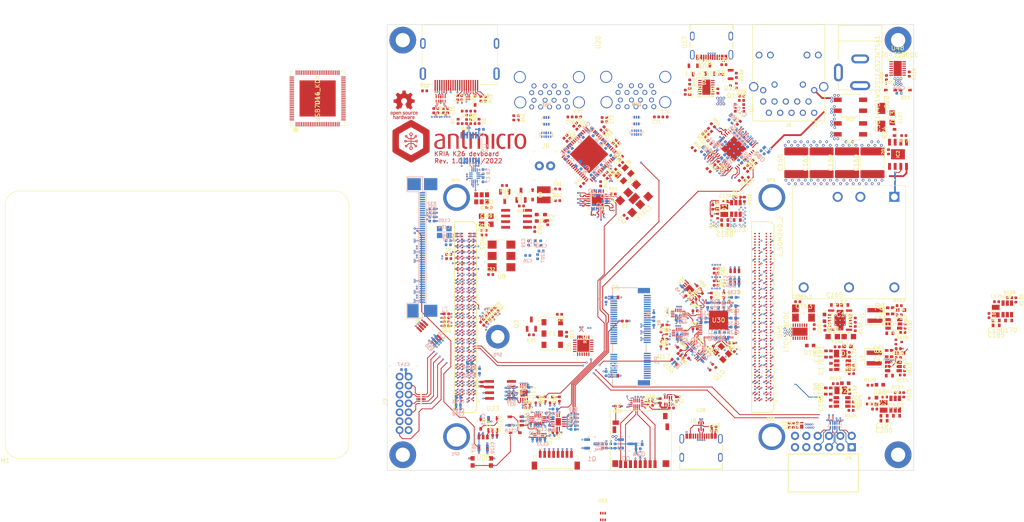
<source format=kicad_pcb>
(kicad_pcb (version 20171130) (host pcbnew "(5.1.12)-1")
  (layers (0 F.Cu mixed) (1 In1.Cu power) (2 In2.Cu mixed) (3 In3.Cu power) (4 In4.Cu mixed) (5 In5.Cu power) (6 In6.Cu mixed) (31 B.Cu power) (34 B.Paste user) (35 F.Paste user hide) (36 B.SilkS user) (37 F.SilkS user) (38 B.Mask user) (39 F.Mask user) (44 Edge.Cuts user))
  (net 0 "")
  (net 1 GND)
  (net 2 "/Xilinx K26 SOM/MODE0_C2M")
  (net 3 "/Xilinx K26 SOM/MODE1_C2M")
  (net 4 "/Xilinx K26 SOM/MODE2_C2M")
  (net 5 "/Xilinx K26 SOM/MODE3_C2M")
  (net 6 "/Xilinx K26 SOM/HDA08_CC")
  (net 7 "/Xilinx K26 SOM/HDA20")
  (net 8 "/Xilinx K26 SOM/HDA00_C")
  (net 9 "/Xilinx K26 SOM/VCCO_HPB")
  (net 10 "/Xilinx K26 SOM/VCCO_HDB")
  (net 11 "/Xilinx K26 SOM/VCCO_HPC")
  (net 12 "/Xilinx K26 SOM/VCCO_HDC")
  (net 13 SOM_5V0)
  (net 14 "/Power Supply/PoE/VDD_POE_IN")
  (net 15 "/Power Supply/PoE/VSS_POE_IN")
  (net 16 GNDD)
  (net 17 "/Power Supply/PoE/POE_ACTIVE")
  (net 18 "/Power Supply/PoE/POE_12V")
  (net 19 "/Power Supply/DC/DC conventers/DC_MAIN_BUS")
  (net 20 PS_3V3)
  (net 21 PS_2V5)
  (net 22 PS_1V8)
  (net 23 PS_1V2)
  (net 24 PS_1V0)
  (net 25 SOM_5V)
  (net 26 PL_3V3)
  (net 27 PL_1V2)
  (net 28 "/Power Supply/DC Input/DC_IN")
  (net 29 "/Power Supply/VCCOEN_PS_M2C")
  (net 30 "/Power Supply/VCCOEN_PL_M2C")
  (net 31 /Ethernet/MIO64)
  (net 32 /Ethernet/MIO73)
  (net 33 /Ethernet/MIO74)
  (net 34 /Ethernet/MIO75)
  (net 35 /Ethernet/MIO70)
  (net 36 /Ethernet/MIO71)
  (net 37 /Ethernet/MIO72)
  (net 38 /Ethernet/MIO67)
  (net 39 /Ethernet/MIO68)
  (net 40 /Ethernet/MIO69)
  (net 41 /Ethernet/MIO65)
  (net 42 /Ethernet/MIO66)
  (net 43 /USB/MIO61)
  (net 44 /USB/MIO62)
  (net 45 /USB/MIO63)
  (net 46 /USB/MIO58)
  (net 47 /USB/MIO59)
  (net 48 /USB/MIO60)
  (net 49 /USB/MIO55)
  (net 50 /USB/MIO56)
  (net 51 /USB/MIO57)
  (net 52 /USB/MIO52)
  (net 53 /USB/MIO53)
  (net 54 /USB/MIO54)
  (net 55 /Ethernet/MIO76)
  (net 56 /Ethernet/MIO77)
  (net 57 /Ethernet/LED1)
  (net 58 /Ethernet/LED2)
  (net 59 /USB/GTR_DP2_C2M_C_P)
  (net 60 /USB/GTR_DP2_C2M_C_N)
  (net 61 /USB/USB2_PHY_N)
  (net 62 /USB/USB2_PHY_P)
  (net 63 /USB/GTR_DP2_C2M_P)
  (net 64 /USB/GTR_DP2_C2M_N)
  (net 65 /USB/GTR_DP2_M2C_P)
  (net 66 /USB/GTR_DP2_M2C_N)
  (net 67 /USB/USB1_TX_N)
  (net 68 /USB/USB1_TX_P)
  (net 69 /USB/USB2_TX_N)
  (net 70 /USB/USB2_TX_P)
  (net 71 /USB/USB1_VBUS)
  (net 72 /USB/USB3_TX_N)
  (net 73 /USB/USB3_TX_P)
  (net 74 /USB/USB1_N)
  (net 75 /USB/USB1_P)
  (net 76 /USB/USB2_N)
  (net 77 /USB/USB2_P)
  (net 78 /USB/USB3_N)
  (net 79 /USB/USB3_P)
  (net 80 /USB/USB4_RX_N)
  (net 81 /USB/USB4_RX_P)
  (net 82 /USB/USB4_TX_N)
  (net 83 /USB/USB4_TX_P)
  (net 84 /USB/USB4_N)
  (net 85 /USB/USB4_P)
  (net 86 /USB/USB3_RX_N)
  (net 87 /USB/USB3_RX_P)
  (net 88 /USB/USB2_RX_N)
  (net 89 /USB/USB2_RX_P)
  (net 90 /USB/USB1_RX_N)
  (net 91 /USB/USB1_RX_P)
  (net 92 /USB/XIN)
  (net 93 /USB/XOUT)
  (net 94 /USB/USB2_VBUS)
  (net 95 /USB/USB3_VBUS)
  (net 96 /USB/USB4_VBUS)
  (net 97 "/PCIE M2 key E /GTR_DP3_M2C_P")
  (net 98 "/PCIE M2 key E /GTR_DP3_M2C_C_P")
  (net 99 "/PCIE M2 key E /GTR_DP3_M2C_N")
  (net 100 "/PCIE M2 key E /GTR_DP3_M2C_C_N")
  (net 101 "/Display Port/GTR_DP1_M2C_P")
  (net 102 "/Display Port/GTR_DP1_M2C_C_P")
  (net 103 "/Display Port/GTR_DP1_M2C_N")
  (net 104 "/Display Port/GTR_DP1_M2C_C_N")
  (net 105 "/Display Port/DP_AUX_P")
  (net 106 "/Display Port/DP_AUX_C_P")
  (net 107 "/Display Port/DP_AUX_N")
  (net 108 "/Display Port/DP_AUX_C_N")
  (net 109 "/Display Port/GTR_DP0_M2C_P")
  (net 110 "/Display Port/GTR_DP0_M2C_C_P")
  (net 111 "/Display Port/GTR_DP0_M2C_N")
  (net 112 "/Display Port/GTR_DP0_M2C_C_N")
  (net 113 "/SD 3.0 card/VCCB")
  (net 114 "/Display Port/DP_HPD")
  (net 115 "/SD 3.0 card/MIO45")
  (net 116 "/Clock distribution/GTR_REFCLK3_C2M_P")
  (net 117 "/Clock distribution/GTR_REFCLK3_C2M_N")
  (net 118 "/SD 3.0 card/MIO39")
  (net 119 "/SD 3.0 card/MIO50")
  (net 120 "/Display Port/MIO29")
  (net 121 "/Display Port/MIO30")
  (net 122 "/SD 3.0 card/MIO47")
  (net 123 "/SD 3.0 card/MIO48")
  (net 124 "/SD 3.0 card/MIO49")
  (net 125 "/Display Port/MIO27")
  (net 126 "/Display Port/MIO28")
  (net 127 "/SD 3.0 card/MIO46")
  (net 128 "/PCIE M2 key E /GTR_DP3_C2M_P")
  (net 129 "/PCIE M2 key E /GTR_DP3_C2M_N")
  (net 130 "/Clock distribution/GTR_REFCLK3_N")
  (net 131 "/Clock distribution/GTR_REFCLK3_P")
  (net 132 "/SD 3.0 card/MIO51")
  (net 133 "/Display Port/DP_AUX_OUT")
  (net 134 "/Display Port/DP_OE")
  (net 135 "/Display Port/DP_AUX_IN")
  (net 136 "Net-(C64-Pad1)")
  (net 137 "Net-(R4-Pad2)")
  (net 138 "Net-(R17-Pad2)")
  (net 139 "Net-(R23-Pad2)")
  (net 140 "/Reset logic/MIO43")
  (net 141 "/Reset logic/MIO38")
  (net 142 "/Reset logic/HDA02")
  (net 143 "/Reset logic/MIO44")
  (net 144 "Net-(Q3-Pad3)")
  (net 145 "/Debug and JTAG/USB_1V2")
  (net 146 "/Debug and JTAG/VCC_PD")
  (net 147 "/Debug and JTAG/VREGIN")
  (net 148 "/Debug and JTAG/VCC_USB")
  (net 149 "/Debug and JTAG/PD1_SVBUS")
  (net 150 "/Debug and JTAG/XIN")
  (net 151 "/Debug and JTAG/USB_3V3")
  (net 152 "/Debug and JTAG/XOUT")
  (net 153 "/Debug and JTAG/~PS_SRST_C2M")
  (net 154 "/Debug and JTAG/JTAG_TDI_C2M")
  (net 155 "/Debug and JTAG/JTAG_TDO_M2C")
  (net 156 "/Debug and JTAG/JTAG_TCK_C2M")
  (net 157 /PMOD/HDA11)
  (net 158 "/Debug and JTAG/JTAG_TMS_C2M")
  (net 159 /PMOD/HDA15)
  (net 160 /PMOD/HDA16_CC)
  (net 161 /PMOD/HDA17)
  (net 162 "/Debug and JTAG/MIO36")
  (net 163 "/Debug and JTAG/MIO37")
  (net 164 "/Debug and JTAG/~PS_POR")
  (net 165 /PMOD/HDA18)
  (net 166 "/I2C /MIO24_I2C_SCK")
  (net 167 "/I2C /MIO24_I2C_SDA")
  (net 168 /PMOD/HDA12)
  (net 169 /PMOD/HDA13)
  (net 170 /PMOD/HDA14)
  (net 171 "/Debug and JTAG/FTDI_EEPROM_WC")
  (net 172 "/Debug and JTAG/~FTDI_LS_OE")
  (net 173 "/Debug and JTAG/~LS_OE")
  (net 174 "/Reset logic/PS_RST")
  (net 175 "Net-(R84-Pad2)")
  (net 176 "Net-(R88-Pad2)")
  (net 177 "/I2C /I2C_SCK_3V3")
  (net 178 "/I2C /I2C_SDA_3V3")
  (net 179 "/Debug and JTAG/~FTDI_PWREN")
  (net 180 "/Debug and JTAG/FTDI_UARTB_RXD")
  (net 181 "/Debug and JTAG/FTDI_UARTB_TXD")
  (net 182 "/Debug and JTAG/~FTDI_PS_SRST")
  (net 183 "/Debug and JTAG/~FTDI_PS_POR")
  (net 184 "/Debug and JTAG/JTAG_VCCO_ON")
  (net 185 "/Debug and JTAG/FTDI_TMS")
  (net 186 "/Debug and JTAG/FTDI_TDO")
  (net 187 "/Debug and JTAG/FTDI_TDI")
  (net 188 "/Debug and JTAG/FTDI_TCK")
  (net 189 "/Reset logic/PL_RST")
  (net 190 "/Debug and JTAG/USB_PWRD_VCCIO")
  (net 191 "/Reset logic/~USB_HUB_RESET")
  (net 192 /Ethernet/~ETH_RESET)
  (net 193 "/Reset logic/~SD_CARD_RESET")
  (net 194 "/Reset logic/~USB_PHY_RESET")
  (net 195 "/Clock distribution/GTR_REFCLK1_C2M_P")
  (net 196 "/Clock distribution/GTR_REFCLK1_C2M_N")
  (net 197 "/Clock distribution/GTR_REFCLK0_C2M_P")
  (net 198 "/Clock distribution/GTR_REFCLK0_C2M_N")
  (net 199 "/Clock distribution/GTR_REFCLK2_C2M_P")
  (net 200 "/Clock distribution/GTR_REFCLK2_C2M_N")
  (net 201 "/Clock distribution/PS_CLK_EN")
  (net 202 "/Debug and JTAG/~EEPROM_WC")
  (net 203 "Net-(C177-Pad1)")
  (net 204 "/Debug and JTAG/PD_3V3")
  (net 205 "/Power Supply/USB-C socket/USBC_CC2")
  (net 206 "/Power Supply/USB-C socket/USBC_CC1")
  (net 207 "/Debug and JTAG/USBC_P")
  (net 208 "/Debug and JTAG/USBC_N")
  (net 209 "Net-(D18-Pad1)")
  (net 210 "Net-(D19-Pad1)")
  (net 211 "Net-(D20-Pad1)")
  (net 212 "Net-(D21-Pad1)")
  (net 213 "Net-(D22-Pad1)")
  (net 214 "/Camera interface/CCI1_I2C_SCL_3V3")
  (net 215 "/Camera interface/CCI1_I2C_SDA_3V3")
  (net 216 "/Camera interface/CCI0_I2C_SCL_3V3")
  (net 217 "/Camera interface/CCI0_I2C_SDA_3V3")
  (net 218 "/Camera interface/CAM1_VSYNC")
  (net 219 "/Camera interface/CAM0_RST")
  (net 220 "/Camera interface/CAM0_VSYNC")
  (net 221 "/Camera interface/HPA05_CC_P")
  (net 222 "/Camera interface/HPA05_CC_N")
  (net 223 "/Camera interface/HPA06_P")
  (net 224 "/Camera interface/HPA06_N")
  (net 225 "/Camera interface/HPA07_P")
  (net 226 "/Camera interface/HPA07_N")
  (net 227 "/Camera interface/HPA08_P")
  (net 228 "/Camera interface/HPA08_N")
  (net 229 "/Camera interface/HPA09_P")
  (net 230 "/Camera interface/HPA09_N")
  (net 231 "/Camera interface/HPA00_CC_P")
  (net 232 "/Camera interface/HPA00_CC_N")
  (net 233 "/Camera interface/HPA01_P")
  (net 234 "/Camera interface/HPA01_N")
  (net 235 "/Camera interface/HPA02_P")
  (net 236 "/Camera interface/HPA02_N")
  (net 237 "/Camera interface/HPA03_P")
  (net 238 "/Camera interface/HPA03_N")
  (net 239 "/Camera interface/HPA04_P")
  (net 240 "/Camera interface/HPA04_N")
  (net 241 "/Debug and JTAG/CONN_GND")
  (net 242 "/PCIE M2 key E /~M2_PERST")
  (net 243 "/Debug and JTAG/USBB_P")
  (net 244 "/Debug and JTAG/USBB_N")
  (net 245 "/Reset logic/MIO41")
  (net 246 "/Camera interface/HDA01")
  (net 247 "/Clock distribution/~M2_CLKREQ")
  (net 248 "/PCIE M2 key E /~M2_PEWAKE")
  (net 249 5V_SOM)
  (net 250 "/Power Supply/Supply ORing/PD_VBUS")
  (net 251 "/Debug and JTAG/PD_EN")
  (net 252 "/Debug and JTAG/EEDATA")
  (net 253 "/Debug and JTAG/EECLK")
  (net 254 "/Debug and JTAG/EECS")
  (net 255 "/Debug and JTAG/USB_P")
  (net 256 "/Debug and JTAG/USB_N")
  (net 257 /Ethernet/POE_VC2)
  (net 258 /Ethernet/POE_VC1)
  (net 259 /Ethernet/POE_VC4)
  (net 260 /Ethernet/POE_VC3)
  (net 261 "Net-(C21-Pad2)")
  (net 262 "Net-(C22-Pad2)")
  (net 263 "Net-(C36-Pad1)")
  (net 264 "Net-(C66-Pad1)")
  (net 265 "Net-(C67-Pad1)")
  (net 266 "Net-(C68-Pad1)")
  (net 267 "Net-(C69-Pad1)")
  (net 268 "Net-(C72-Pad1)")
  (net 269 "Net-(C73-Pad1)")
  (net 270 "Net-(C74-Pad1)")
  (net 271 "Net-(C75-Pad1)")
  (net 272 "Net-(C76-Pad1)")
  (net 273 "Net-(C79-Pad1)")
  (net 274 "Net-(C112-Pad1)")
  (net 275 "Net-(C115-Pad1)")
  (net 276 "Net-(C116-Pad1)")
  (net 277 "Net-(C174-Pad2)")
  (net 278 "Net-(C174-Pad1)")
  (net 279 "Net-(C175-Pad2)")
  (net 280 "Net-(C175-Pad1)")
  (net 281 "Net-(C176-Pad2)")
  (net 282 "Net-(C176-Pad1)")
  (net 283 "Net-(C177-Pad2)")
  (net 284 "Net-(C178-Pad2)")
  (net 285 "Net-(C192-Pad2)")
  (net 286 "Net-(C192-Pad1)")
  (net 287 "Net-(C194-Pad2)")
  (net 288 "Net-(C194-Pad1)")
  (net 289 "Net-(C201-Pad2)")
  (net 290 "Net-(C201-Pad1)")
  (net 291 "Net-(D2-PadK)")
  (net 292 "Net-(D9-PadA)")
  (net 293 "Net-(D10-PadK)")
  (net 294 "Net-(D10-PadA)")
  (net 295 "Net-(D14-Pad1)")
  (net 296 "Net-(D15-Pad1)")
  (net 297 "Net-(D16-Pad1)")
  (net 298 "Net-(D17-Pad1)")
  (net 299 "Net-(D18-Pad2)")
  (net 300 "Net-(D19-Pad2)")
  (net 301 "Net-(D22-Pad2)")
  (net 302 "Net-(FB1-Pad2)")
  (net 303 "Net-(FB2-Pad2)")
  (net 304 "Net-(IC1-Pad64)")
  (net 305 "Net-(IC1-Pad48)")
  (net 306 "Net-(IC2-Pad2)")
  (net 307 "Net-(IC2-Pad3)")
  (net 308 "Net-(J1-Pad19)")
  (net 309 "Net-(J1-Pad14)")
  (net 310 "Net-(J1-Pad13)")
  (net 311 "Net-(J5-Pad15)")
  (net 312 "Net-(J5-Pad18)")
  (net 313 "Net-(J5-Pad16)")
  (net 314 "Net-(J5-Pad17)")
  (net 315 "Net-(Q1-Pad3)")
  (net 316 "Net-(Q5-Pad1)")
  (net 317 "Net-(R15-Pad2)")
  (net 318 "Net-(R16-Pad2)")
  (net 319 "Net-(R23-Pad1)")
  (net 320 "Net-(R41-Pad1)")
  (net 321 "Net-(R42-Pad2)")
  (net 322 "Net-(R49-Pad2)")
  (net 323 "Net-(R50-Pad1)")
  (net 324 "Net-(R51-Pad1)")
  (net 325 "Net-(R52-Pad1)")
  (net 326 "Net-(R53-Pad1)")
  (net 327 "Net-(R68-Pad2)")
  (net 328 "Net-(R69-Pad2)")
  (net 329 "Net-(R70-Pad2)")
  (net 330 "Net-(R71-Pad2)")
  (net 331 "Net-(R72-Pad2)")
  (net 332 "Net-(R83-Pad2)")
  (net 333 "Net-(R95-Pad2)")
  (net 334 "Net-(R96-Pad2)")
  (net 335 "Net-(R100-Pad1)")
  (net 336 "Net-(R107-Pad2)")
  (net 337 "Net-(R109-Pad2)")
  (net 338 "Net-(R111-Pad2)")
  (net 339 "Net-(R113-Pad2)")
  (net 340 "Net-(R115-Pad2)")
  (net 341 "Net-(R123-Pad2)")
  (net 342 "Net-(R127-Pad2)")
  (net 343 "Net-(U7-Pad3)")
  (net 344 "Net-(U7-Pad2)")
  (net 345 "Net-(U14-Pad23)")
  (net 346 "Net-(U37-Pad10)")
  (net 347 "Net-(U37-Pad4)")
  (net 348 "/Power Supply/DC/DC conventers/SW_PS_1V0")
  (net 349 "Net-(R105-Pad2)")
  (net 350 "Net-(R117-Pad2)")
  (net 351 "Net-(R121-Pad2)")
  (net 352 "Net-(U17-Pad2)")
  (net 353 "Net-(U17-Pad3)")
  (net 354 "Net-(U17-Pad11)")
  (net 355 "Net-(U17-Pad12)")
  (net 356 "Net-(U20-Pad2)")
  (net 357 "Net-(U20-Pad3)")
  (net 358 "Net-(U20-Pad11)")
  (net 359 "Net-(U20-Pad12)")
  (net 360 "Net-(J8-PadA7)")
  (net 361 "Net-(J8-PadA6)")
  (net 362 "/SD 3.0 card/SD_DAT1")
  (net 363 "/SD 3.0 card/SD_DAT0")
  (net 364 "/SD 3.0 card/SD_CLK")
  (net 365 "/SD 3.0 card/SD_CMD")
  (net 366 "/SD 3.0 card/SD_DAT3")
  (net 367 "/SD 3.0 card/SD_DAT2")
  (net 368 "/Debug and JTAG/USBC_VBUS")
  (net 369 "/Debug and JTAG/USBB_VBUS")
  (net 370 /Ethernet/TD_A_P)
  (net 371 /Ethernet/TD_A_N)
  (net 372 /Ethernet/TD_B_P)
  (net 373 /Ethernet/TD_B_N)
  (net 374 /Ethernet/TD_C_P)
  (net 375 /Ethernet/TD_C_N)
  (net 376 /Ethernet/TD_D_P)
  (net 377 /Ethernet/TD_D_N)
  (net 378 "Net-(J3-Pad12)")
  (net 379 "Net-(Q11-Pad3)")
  (net 380 "Net-(IC1-Pad60)")
  (net 381 "Net-(IC1-Pad49)")
  (net 382 "Net-(IC1-Pad47)")
  (net 383 "Net-(IC1-Pad46)")
  (net 384 "Net-(IC1-Pad45)")
  (net 385 "Net-(IC1-Pad44)")
  (net 386 "Net-(IC1-Pad43)")
  (net 387 "Net-(IC1-Pad42)")
  (net 388 "Net-(IC1-Pad41)")
  (net 389 "Net-(IC1-Pad40)")
  (net 390 "Net-(IC1-Pad39)")
  (net 391 "Net-(IC1-Pad38)")
  (net 392 "Net-(IC1-Pad37)")
  (net 393 "Net-(IC1-Pad36)")
  (net 394 "Net-(IC1-Pad35)")
  (net 395 "Net-(IC1-Pad33)")
  (net 396 "Net-(IC1-Pad32)")
  (net 397 "Net-(IC2-Pad6)")
  (net 398 "Net-(J1-Pad12)")
  (net 399 "Net-(J1-Pad10)")
  (net 400 "Net-(J1-Pad9)")
  (net 401 "Net-(J1-Pad7)")
  (net 402 "Net-(J3-Pad46)")
  (net 403 "Net-(J3-Pad45)")
  (net 404 "Net-(J3-Pad44)")
  (net 405 "Net-(J3-Pad43)")
  (net 406 "Net-(J3-Pad38)")
  (net 407 "Net-(J3-Pad37)")
  (net 408 "Net-(J3-Pad36)")
  (net 409 "Net-(J3-Pad35)")
  (net 410 "Net-(J3-Pad31)")
  (net 411 "Net-(J3-Pad17)")
  (net 412 "Net-(J3-Pad16)")
  (net 413 "Net-(J3-Pad14)")
  (net 414 "Net-(J3-Pad13)")
  (net 415 "Net-(J5-Pad4)")
  (net 416 "Net-(J5-Pad5)")
  (net 417 "Net-(J8-PadA8)")
  (net 418 "Net-(J8-PadB5)")
  (net 419 "Net-(J8-PadA5)")
  (net 420 "Net-(J8-PadB8)")
  (net 421 "Net-(J9-Pad12)")
  (net 422 "Net-(J10-PadA1_B12)")
  (net 423 "Net-(J10-PadA8)")
  (net 424 "Net-(J10-PadB8)")
  (net 425 "Net-(J11-Pad2)")
  (net 426 "/Xilinx K26 SOM/VCC_BATT")
  (net 427 "/Xilinx K26 SOM/HPA06_CLK0_P")
  (net 428 "/Xilinx K26 SOM/HPA06_CLK0_N")
  (net 429 "/Xilinx K26 SOM/HPA12_P")
  (net 430 "/Xilinx K26 SOM/HPA12_N")
  (net 431 "/Xilinx K26 SOM/HPA13_P")
  (net 432 "/Xilinx K26 SOM/HPA13_N")
  (net 433 "/Xilinx K26 SOM/HDA10")
  (net 434 "Net-(J_SOM240_1-PadA31)")
  (net 435 "Net-(J_SOM240_1-PadA32)")
  (net 436 "/Xilinx K26 SOM/MIO42")
  (net 437 "/Xilinx K26 SOM/GTR_DP0_C2M_P")
  (net 438 "/Xilinx K26 SOM/GTR_DP0_C2M_N")
  (net 439 "/Xilinx K26 SOM/HPA11_P")
  (net 440 "/Xilinx K26 SOM/HPA11_N")
  (net 441 "/Xilinx K26 SOM/HDA03")
  (net 442 "/Xilinx K26 SOM/HDA05")
  (net 443 "/Xilinx K26 SOM/PS_ERROR_OUT_M2C")
  (net 444 "/Xilinx K26 SOM/PS_ERROR_STATUS_M2C")
  (net 445 "/Xilinx K26 SOM/PWROFF_C2M_L")
  (net 446 "/Xilinx K26 SOM/MIO35_WD_OUT")
  (net 447 "/Xilinx K26 SOM/MIO40")
  (net 448 "Net-(J_SOM240_1-PadB38)")
  (net 449 "/Xilinx K26 SOM/HPA10_CC_P")
  (net 450 "/Xilinx K26 SOM/HPA10_CC_N")
  (net 451 "/Xilinx K26 SOM/HDA06")
  (net 452 "/Xilinx K26 SOM/HDA07")
  (net 453 "/Xilinx K26 SOM/HDA19")
  (net 454 "/Xilinx K26 SOM/MIO12_FWUEN_C2M_L")
  (net 455 "/Xilinx K26 SOM/MIO31_SHUTDOWN")
  (net 456 "Net-(J_SOM240_1-PadC45)")
  (net 457 "/Xilinx K26 SOM/GTR_DP1_C2M_P")
  (net 458 "/Xilinx K26 SOM/GTR_DP1_C2M_N")
  (net 459 "/Xilinx K26 SOM/HPA14_P")
  (net 460 "/Xilinx K26 SOM/HPA14_N")
  (net 461 "/Xilinx K26 SOM/PWRGD_FPD_M2C")
  (net 462 "/Xilinx K26 SOM/PWRGD_LPD_M2C")
  (net 463 "/Xilinx K26 SOM/PWR_GD_PL_M2C")
  (net 464 "/Xilinx K26 SOM/MIO26")
  (net 465 "Net-(J_SOM240_1-PadD46)")
  (net 466 "/Xilinx K26 SOM/GTH_DP3_M2C_P")
  (net 467 "/Xilinx K26 SOM/GTH_DP3_M2C_N")
  (net 468 "/Xilinx K26 SOM/GTH_REFCLK1_C2M_P")
  (net 469 "/Xilinx K26 SOM/GTH_REFCLK1_C2M_N")
  (net 470 "/Xilinx K26 SOM/HPB15_CC_P")
  (net 471 "/Xilinx K26 SOM/HPB_15_CC_N")
  (net 472 "/Xilinx K26 SOM/HPB08_P")
  (net 473 "/Xilinx K26 SOM/HPB08_N")
  (net 474 "/Xilinx K26 SOM/HPB12_P")
  (net 475 "/Xilinx K26 SOM/HPB12_N")
  (net 476 "/Xilinx K26 SOM/HPB06_P")
  (net 477 "/Xilinx K26 SOM/HPB06_N")
  (net 478 "/Xilinx K26 SOM/HPB16_P")
  (net 479 "/Xilinx K26 SOM/HPB16_N")
  (net 480 "/Xilinx K26 SOM/HPB19_P")
  (net 481 "/Xilinx K26 SOM/HPB19_N")
  (net 482 "/Xilinx K26 SOM/HPC08_P")
  (net 483 "/Xilinx K26 SOM/HPC08_N")
  (net 484 "/Xilinx K26 SOM/HPC19_P")
  (net 485 "/Xilinx K26 SOM/HPC19_N")
  (net 486 "/Xilinx K26 SOM/HPC14_P")
  (net 487 "/Xilinx K26 SOM/HPC14_N")
  (net 488 "/Xilinx K26 SOM/HPC15_CC_P")
  (net 489 "/Xilinx K26 SOM/HPC15_CC_N")
  (net 490 "/Xilinx K26 SOM/HPC03_P")
  (net 491 "/Xilinx K26 SOM/HPC03_N")
  (net 492 "/Xilinx K26 SOM/HDB18")
  (net 493 "/Xilinx K26 SOM/HDB19")
  (net 494 "/Xilinx K26 SOM/HDB20")
  (net 495 "/Xilinx K26 SOM/HDB21")
  (net 496 "/Xilinx K26 SOM/HDB22")
  (net 497 "/Xilinx K26 SOM/HDB23")
  (net 498 "/Xilinx K26 SOM/HDC18")
  (net 499 "/Xilinx K26 SOM/HDC19")
  (net 500 "/Xilinx K26 SOM/HDC20")
  (net 501 "/Xilinx K26 SOM/HDC21")
  (net 502 "/Xilinx K26 SOM/HDC22")
  (net 503 "/Xilinx K26 SOM/HDC23")
  (net 504 "/Xilinx K26 SOM/GTH_DP2_C2M_P")
  (net 505 "/Xilinx K26 SOM/GTH_DP1_C2M_P")
  (net 506 "/Xilinx K26 SOM/GTH_DP2_C2M_N")
  (net 507 "/Xilinx K26 SOM/GTH_DP2_M2C_P")
  (net 508 "/Xilinx K26 SOM/GTH_DP2_M2C_N")
  (net 509 "/Xilinx K26 SOM/GTH_DP0_C2M_P")
  (net 510 "/Xilinx K26 SOM/GTH_DP0_C2M_N")
  (net 511 "/Xilinx K26 SOM/HPB10_CC_P")
  (net 512 "/Xilinx K26 SOM/HPB10_CC_N")
  (net 513 "/Xilinx K26 SOM/HPB07_P")
  (net 514 "/Xilinx K26 SOM/HPB07_N")
  (net 515 "/Xilinx K26 SOM/HPB05_CC_P")
  (net 516 "/Xilinx K26 SOM/HPB05_CC_N")
  (net 517 "/Xilinx K26 SOM/HPB11_P")
  (net 518 "/Xilinx K26 SOM/HPB11_N")
  (net 519 "/Xilinx K26 SOM/HPB03_P")
  (net 520 "/Xilinx K26 SOM/HPB03_N")
  (net 521 "/Xilinx K26 SOM/HPC06_P")
  (net 522 "/Xilinx K26 SOM/HPC06_N")
  (net 523 "/Xilinx K26 SOM/HPC13_P")
  (net 524 "/Xilinx K26 SOM/HPC13_N")
  (net 525 "/Xilinx K26 SOM/HPC16_P")
  (net 526 "/Xilinx K26 SOM/HPC16_N")
  (net 527 "/Xilinx K26 SOM/HPC07_P")
  (net 528 "/Xilinx K26 SOM/HPC07_N")
  (net 529 "/Xilinx K26 SOM/HPC18_P")
  (net 530 "/Xilinx K26 SOM/HPC18_N")
  (net 531 "/Xilinx K26 SOM/HDB12")
  (net 532 "/Xilinx K26 SOM/HDB13")
  (net 533 "/Xilinx K26 SOM/HDB14")
  (net 534 "/Xilinx K26 SOM/HDB15")
  (net 535 "/Xilinx K26 SOM/HDB16_CC")
  (net 536 "/Xilinx K26 SOM/HDB17")
  (net 537 "/Xilinx K26 SOM/HDC12")
  (net 538 "/Xilinx K26 SOM/HDC13")
  (net 539 "/Xilinx K26 SOM/HDC14")
  (net 540 "/Xilinx K26 SOM/HDC15")
  (net 541 "/Xilinx K26 SOM/HDC16_CC")
  (net 542 "/Xilinx K26 SOM/HDC17")
  (net 543 "/Xilinx K26 SOM/GTH_REFCLK0_C2M_P")
  (net 544 "/Xilinx K26 SOM/GTH_REFCLK0_C2M_N")
  (net 545 "/Xilinx K26 SOM/GTH_DP1_M2C_P")
  (net 546 "/Xilinx K26 SOM/GTH_DP1_M2C_N")
  (net 547 "/Xilinx K26 SOM/HPB09_P")
  (net 548 "/Xilinx K26 SOM/HPB09_N")
  (net 549 "/Xilinx K26 SOM/HPB14_P")
  (net 550 "/Xilinx K26 SOM/HPB14_N")
  (net 551 "/Xilinx K26 SOM/HPB02_P")
  (net 552 "/Xilinx K26 SOM/HPB02_N")
  (net 553 "/Xilinx K26 SOM/HPB13_P")
  (net 554 "/Xilinx K26 SOM/HPB13_N")
  (net 555 "/Xilinx K26 SOM/HPB_18_P")
  (net 556 "/Xilinx K26 SOM/HPB_18_N")
  (net 557 "/Xilinx K26 SOM/HPC17_P")
  (net 558 "/Xilinx K26 SOM/HPC17_N")
  (net 559 "/Xilinx K26 SOM/HPC10_CC_P")
  (net 560 "/Xilinx K26 SOM/HPC10_CC_N")
  (net 561 "/Xilinx K26 SOM/HPC11_P")
  (net 562 "/Xilinx K26 SOM/HPC11_N")
  (net 563 "/Xilinx K26 SOM/HPC12_P")
  (net 564 "/Xilinx K26 SOM/HPC12_N")
  (net 565 "/Xilinx K26 SOM/HPC05_CC_P")
  (net 566 "/Xilinx K26 SOM/HPC05_CC_N")
  (net 567 "/Xilinx K26 SOM/HPC_CLK0_P")
  (net 568 "/Xilinx K26 SOM/HPC_CLK0_N")
  (net 569 "/Xilinx K26 SOM/HDB06")
  (net 570 "/Xilinx K26 SOM/HDB07")
  (net 571 "/Xilinx K26 SOM/HDB08_CC")
  (net 572 "/Xilinx K26 SOM/HDB09")
  (net 573 "/Xilinx K26 SOM/HDB10")
  (net 574 "/Xilinx K26 SOM/HDB11")
  (net 575 "/Xilinx K26 SOM/HDC06")
  (net 576 "/Xilinx K26 SOM/HDC07")
  (net 577 "/Xilinx K26 SOM/HDC08_CC")
  (net 578 "/Xilinx K26 SOM/HDC09")
  (net 579 "/Xilinx K26 SOM/HDC10")
  (net 580 "/Xilinx K26 SOM/HDC11")
  (net 581 "/Xilinx K26 SOM/GTH_DP1_C2M_N")
  (net 582 "/Xilinx K26 SOM/GTH_DP3_C2M_P")
  (net 583 "/Xilinx K26 SOM/GTH_DP3_C2M_N")
  (net 584 "/Xilinx K26 SOM/GTH_DP0_M2C_P")
  (net 585 "/Xilinx K26 SOM/GTH_DP0_M2C_N")
  (net 586 "/Xilinx K26 SOM/HPB01_P")
  (net 587 "/Xilinx K26 SOM/HPB01_N")
  (net 588 "/Xilinx K26 SOM/HPB00_CC_P")
  (net 589 "/Xilinx K26 SOM/HPB00_CC_N")
  (net 590 "/Xilinx K26 SOM/HPB_CLK0_P")
  (net 591 "/Xilinx K26 SOM/HPB_CLK0_N")
  (net 592 "/Xilinx K26 SOM/HPB04_P")
  (net 593 "/Xilinx K26 SOM/HPB04_N")
  (net 594 "/Xilinx K26 SOM/HPB17_P")
  (net 595 "/Xilinx K26 SOM/HPB17_N")
  (net 596 "/Xilinx K26 SOM/HPC09_P")
  (net 597 "/Xilinx K26 SOM/HPC09_N")
  (net 598 "/Xilinx K26 SOM/HPC01_P")
  (net 599 "/Xilinx K26 SOM/HPC01_N")
  (net 600 "/Xilinx K26 SOM/HPC00_CC_P")
  (net 601 "/Xilinx K26 SOM/HPC00_CC_N")
  (net 602 "/Xilinx K26 SOM/HPC02_P")
  (net 603 "/Xilinx K26 SOM/HPC02_N")
  (net 604 "/Xilinx K26 SOM/HPC04_P")
  (net 605 "/Xilinx K26 SOM/HPC04_N")
  (net 606 "/Xilinx K26 SOM/HDB00_CC")
  (net 607 "/Xilinx K26 SOM/HDB01")
  (net 608 "/Xilinx K26 SOM/HDB02")
  (net 609 "/Xilinx K26 SOM/HDB03")
  (net 610 "/Xilinx K26 SOM/HDB04")
  (net 611 "/Xilinx K26 SOM/HDB05")
  (net 612 "/Xilinx K26 SOM/HDC00_CC")
  (net 613 "/Xilinx K26 SOM/HDC01")
  (net 614 "/Xilinx K26 SOM/HDC02")
  (net 615 "/Xilinx K26 SOM/HDC03")
  (net 616 "/Xilinx K26 SOM/HDC04")
  (net 617 "/Xilinx K26 SOM/HDC05")
  (net 618 "Net-(P1-Pad6)")
  (net 619 "Net-(P1-Pad46)")
  (net 620 "Net-(P1-Pad68)")
  (net 621 "Net-(P1-Pad65)")
  (net 622 "Net-(P1-Pad9)")
  (net 623 "Net-(P1-Pad22)")
  (net 624 "Net-(P1-Pad23)")
  (net 625 "Net-(P1-Pad40)")
  (net 626 "Net-(P1-Pad50)")
  (net 627 "Net-(P1-Pad56)")
  (net 628 "Net-(P1-Pad73)")
  (net 629 "Net-(P1-Pad60)")
  (net 630 "Net-(P1-Pad42)")
  (net 631 "Net-(P1-Pad15)")
  (net 632 "Net-(P1-Pad13)")
  (net 633 "Net-(P1-Pad44)")
  (net 634 "Net-(P1-Pad10)")
  (net 635 "Net-(P1-Pad66)")
  (net 636 "Net-(P1-Pad64)")
  (net 637 "Net-(P1-Pad61)")
  (net 638 "Net-(P1-Pad36)")
  (net 639 "/PCIE M2 key E /M2_USB_N")
  (net 640 "Net-(P1-Pad32)")
  (net 641 "Net-(P1-Pad34)")
  (net 642 "Net-(P1-Pad58)")
  (net 643 "Net-(P1-Pad70)")
  (net 644 "/PCIE M2 key E /M2_USB_P")
  (net 645 "Net-(P1-Pad67)")
  (net 646 "Net-(P1-Pad54)")
  (net 647 "Net-(P1-Pad62)")
  (net 648 "Net-(P1-Pad38)")
  (net 649 "Net-(P1-Pad8)")
  (net 650 "Net-(P1-Pad20)")
  (net 651 "Net-(P1-Pad16)")
  (net 652 "Net-(P1-Pad14)")
  (net 653 "Net-(P1-Pad21)")
  (net 654 "Net-(P1-Pad71)")
  (net 655 "Net-(P1-Pad11)")
  (net 656 "Net-(P1-Pad59)")
  (net 657 "Net-(P1-Pad19)")
  (net 658 "Net-(P1-Pad12)")
  (net 659 "Net-(P1-Pad48)")
  (net 660 "Net-(P1-Pad17)")
  (net 661 "Net-(PS1-Pad5)")
  (net 662 "Net-(J1-PadSH)")
  (net 663 PL_1V8)
  (net 664 "Net-(U2-Pad3)")
  (net 665 "Net-(U2-Pad5)")
  (net 666 "Net-(U2-Pad6)")
  (net 667 "Net-(U2-Pad13)")
  (net 668 "Net-(U4-Pad6)")
  (net 669 "Net-(U5-Pad8)")
  (net 670 "Net-(U6-Pad2)")
  (net 671 "Net-(U6-Pad7)")
  (net 672 "Net-(U6-Pad8)")
  (net 673 "Net-(U6-Pad9)")
  (net 674 "Net-(U6-Pad10)")
  (net 675 "Net-(U6-Pad11)")
  (net 676 "Net-(U6-Pad19)")
  (net 677 "Net-(U6-Pad20)")
  (net 678 "Net-(U8-Pad2)")
  (net 679 "Net-(U21-Pad13)")
  (net 680 "Net-(U21-Pad14)")
  (net 681 "Net-(U21-Pad15)")
  (net 682 "Net-(U21-Pad18)")
  (net 683 "Net-(U21-Pad21)")
  (net 684 "Net-(U21-Pad39)")
  (net 685 "Net-(U21-Pad40)")
  (net 686 "Net-(U21-Pad47)")
  (net 687 "Net-(U21-Pad48)")
  (net 688 "Net-(U25-Pad9)")
  (net 689 "/Debug and JTAG/USBC_CC1")
  (net 690 "/Debug and JTAG/USBC_CC2")
  (net 691 "Net-(U30-Pad56)")
  (net 692 "Net-(U30-Pad55)")
  (net 693 "Net-(U30-Pad52)")
  (net 694 "Net-(U30-Pad50)")
  (net 695 "Net-(U30-Pad49)")
  (net 696 "Net-(U30-Pad48)")
  (net 697 "Net-(U30-Pad47)")
  (net 698 "Net-(U30-Pad45)")
  (net 699 "Net-(U30-Pad43)")
  (net 700 "Net-(U30-Pad42)")
  (net 701 "Net-(U30-Pad41)")
  (net 702 "Net-(U30-Pad40)")
  (net 703 "Net-(U30-Pad38)")
  (net 704 "Net-(U30-Pad37)")
  (net 705 "Net-(U30-Pad36)")
  (net 706 "Net-(U30-Pad35)")
  (net 707 "Net-(U30-Pad34)")
  (net 708 "Net-(U30-Pad32)")
  (net 709 "Net-(U30-Pad24)")
  (net 710 "Net-(U30-Pad23)")
  (net 711 "Net-(U30-Pad22)")
  (net 712 "Net-(U30-Pad21)")
  (net 713 "Net-(U30-Pad20)")
  (net 714 "Net-(U30-Pad19)")
  (net 715 "Net-(U30-Pad5)")
  (net 716 "Net-(U31-Pad7)")
  (net 717 "Net-(U31-Pad6)")
  (net 718 "Net-(U32-Pad12)")
  (net 719 "Net-(U33-Pad7)")
  (net 720 "Net-(U33-Pad9)")
  (net 721 "Net-(U37-Pad13)")
  (net 722 "Net-(U37-Pad6)")
  (net 723 "Net-(U44-Pad1)")
  (net 724 "Net-(U44-Pad2)")
  (net 725 "Net-(U44-Pad3)")
  (net 726 "Net-(U44-Pad4)")
  (net 727 "Net-(U44-Pad5)")
  (net 728 "Net-(U44-Pad6)")
  (net 729 "Net-(U44-Pad7)")
  (net 730 "Net-(U44-Pad8)")
  (net 731 "Net-(U44-Pad9)")
  (net 732 "Net-(U44-Pad10)")
  (net 733 "Net-(U44-Pad11)")
  (net 734 "Net-(U44-Pad12)")
  (net 735 "Net-(U44-Pad13)")
  (net 736 "Net-(U44-Pad14)")
  (net 737 "Net-(U44-Pad15)")
  (net 738 "Net-(U44-Pad16)")
  (net 739 "Net-(U44-Pad17)")
  (net 740 "Net-(U44-Pad18)")
  (net 741 "Net-(U44-Pad19)")
  (net 742 "Net-(U44-Pad20)")
  (net 743 "Net-(U44-Pad21)")
  (net 744 "Net-(U44-Pad22)")
  (net 745 "Net-(U44-Pad23)")
  (net 746 "Net-(U44-Pad24)")
  (net 747 "Net-(U44-Pad25)")
  (net 748 "Net-(U44-Pad26)")
  (net 749 "Net-(U44-Pad27)")
  (net 750 "Net-(U44-Pad28)")
  (net 751 "Net-(U44-Pad29)")
  (net 752 "Net-(U44-Pad30)")
  (net 753 "Net-(U44-Pad31)")
  (net 754 "Net-(U44-Pad32)")
  (net 755 "Net-(U44-Pad33)")
  (net 756 "Net-(U44-Pad34)")
  (net 757 "Net-(U44-Pad35)")
  (net 758 "Net-(U44-Pad36)")
  (net 759 "Net-(U44-Pad37)")
  (net 760 "Net-(U44-Pad38)")
  (net 761 "Net-(U44-Pad39)")
  (net 762 "Net-(U44-Pad40)")
  (net 763 "Net-(U44-Pad41)")
  (net 764 "Net-(U44-Pad42)")
  (net 765 "Net-(U44-Pad43)")
  (net 766 "Net-(U44-Pad44)")
  (net 767 "Net-(U44-Pad45)")
  (net 768 "Net-(U44-Pad46)")
  (net 769 "Net-(U44-Pad47)")
  (net 770 "Net-(U44-Pad48)")
  (net 771 "Net-(U44-Pad49)")
  (net 772 "Net-(U44-Pad50)")
  (net 773 "Net-(U44-Pad51)")
  (net 774 "Net-(U44-Pad52)")
  (net 775 "Net-(U44-Pad53)")
  (net 776 "Net-(U44-Pad54)")
  (net 777 "Net-(U44-Pad55)")
  (net 778 "Net-(U44-Pad56)")
  (net 779 "Net-(U44-Pad57)")
  (net 780 "Net-(U44-Pad58)")
  (net 781 "Net-(U44-Pad59)")
  (net 782 "Net-(U44-Pad60)")
  (net 783 "Net-(U44-Pad61)")
  (net 784 "Net-(U44-Pad62)")
  (net 785 "Net-(U44-Pad63)")
  (net 786 "Net-(U44-Pad64)")
  (net 787 "Net-(U44-Pad65)")
  (net 788 "Net-(U44-Pad66)")
  (net 789 "Net-(U44-Pad67)")
  (net 790 "Net-(U44-Pad68)")
  (net 791 "Net-(U44-Pad69)")
  (net 792 "Net-(U44-Pad70)")
  (net 793 "Net-(U44-Pad71)")
  (net 794 "Net-(U44-Pad72)")
  (net 795 "Net-(U44-Pad73)")
  (net 796 "Net-(U44-Pad74)")
  (net 797 "Net-(U44-Pad75)")
  (net 798 "Net-(U44-Pad76)")
  (net 799 "Net-(U44-Pad77)")
  (net 800 "Net-(U44-Pad78)")
  (net 801 "Net-(U44-Pad79)")
  (net 802 "Net-(U44-Pad80)")
  (net 803 "Net-(U44-Pad81)")
  (net 804 "Net-(U44-Pad82)")
  (net 805 "Net-(U44-Pad83)")
  (net 806 "Net-(U44-Pad84)")
  (net 807 "Net-(U44-Pad85)")
  (net 808 "Net-(U44-Pad86)")
  (net 809 "Net-(U44-Pad87)")
  (net 810 "Net-(U44-Pad88)")
  (net 811 "Net-(U44-Pad89)")
  (net 812 "Net-(U44-Pad90)")
  (net 813 "Net-(U44-Pad91)")
  (net 814 "Net-(U44-Pad92)")
  (net 815 "Net-(U44-Pad93)")
  (net 816 "Net-(U44-Pad94)")
  (net 817 "Net-(U44-Pad95)")
  (net 818 "Net-(U44-Pad96)")
  (net 819 "Net-(U44-Pad97)")
  (net 820 "Net-(U44-Pad98)")
  (net 821 "Net-(U44-Pad99)")
  (net 822 "Net-(U44-Pad100)")
  (net 823 "Net-(U44-Pad101)")
  (net 824 "Net-(U46-Pad5)")
  (net 825 "Net-(U46-Pad6)")
  (net 826 "Net-(U46-Pad10)")
  (net 827 "Net-(U47-Pad5)")
  (net 828 "Net-(U47-Pad6)")
  (net 829 "Net-(U47-Pad10)")
  (net 830 "Net-(U48-Pad5)")
  (net 831 "Net-(U48-Pad6)")
  (net 832 "Net-(U48-Pad10)")
  (net 833 "Net-(U53-Pad4)")
  (net 834 "Net-(U53-Pad5)")
  (net 835 "Net-(U53-Pad6)")
  (net 836 "Net-(U53-Pad1)")
  (net 837 "Net-(U53-Pad2)")
  (net 838 "Net-(U53-Pad3)")
  (net 839 "Net-(Y1-Pad2)")
  (module antmicro-footprints:Microchip_VQFN100_EP (layer F.Cu) (at 58.42 68.58 90)
    (fp_text reference U44 (at 0 0 90) (layer F.SilkS))
    (fp_text value USB7016_KDX (at 0 0 90) (layer F.SilkS))
    (pad 1 smd rect (at -5.7888 -4.800001 180) (size 0.204 1.011199) (layers F.Cu F.Paste F.Mask) (net 723 "Net-(U44-Pad1)"))
    (pad 2 smd rect (at -5.7888 -4.399999 180) (size 0.204 1.011199) (layers F.Cu F.Paste F.Mask) (net 724 "Net-(U44-Pad2)"))
    (pad 3 smd rect (at -5.7888 -4 180) (size 0.204 1.011199) (layers F.Cu F.Paste F.Mask) (net 725 "Net-(U44-Pad3)"))
    (pad 4 smd rect (at -5.7888 -3.6 180) (size 0.204 1.011199) (layers F.Cu F.Paste F.Mask) (net 726 "Net-(U44-Pad4)"))
    (pad 5 smd rect (at -5.7888 -3.199999 180) (size 0.204 1.011199) (layers F.Cu F.Paste F.Mask) (net 727 "Net-(U44-Pad5)"))
    (pad 6 smd rect (at -5.7888 -2.799999 180) (size 0.204 1.011199) (layers F.Cu F.Paste F.Mask) (net 728 "Net-(U44-Pad6)"))
    (pad 7 smd rect (at -5.7888 -2.4 180) (size 0.204 1.011199) (layers F.Cu F.Paste F.Mask) (net 729 "Net-(U44-Pad7)"))
    (pad 8 smd rect (at -5.7888 -2.000001 180) (size 0.204 1.011199) (layers F.Cu F.Paste F.Mask) (net 730 "Net-(U44-Pad8)"))
    (pad 9 smd rect (at -5.7888 -1.599999 180) (size 0.204 1.011199) (layers F.Cu F.Paste F.Mask) (net 731 "Net-(U44-Pad9)"))
    (pad 10 smd rect (at -5.7888 -1.2 180) (size 0.204 1.011199) (layers F.Cu F.Paste F.Mask) (net 732 "Net-(U44-Pad10)"))
    (pad 11 smd rect (at -5.7888 -0.800001 180) (size 0.204 1.011199) (layers F.Cu F.Paste F.Mask) (net 733 "Net-(U44-Pad11)"))
    (pad 12 smd rect (at -5.7888 -0.399999 180) (size 0.204 1.011199) (layers F.Cu F.Paste F.Mask) (net 734 "Net-(U44-Pad12)"))
    (pad 13 smd rect (at -5.7888 0 180) (size 0.204 1.011199) (layers F.Cu F.Paste F.Mask) (net 735 "Net-(U44-Pad13)"))
    (pad 14 smd rect (at -5.7888 0.399999 180) (size 0.204 1.011199) (layers F.Cu F.Paste F.Mask) (net 736 "Net-(U44-Pad14)"))
    (pad 15 smd rect (at -5.7888 0.800001 180) (size 0.204 1.011199) (layers F.Cu F.Paste F.Mask) (net 737 "Net-(U44-Pad15)"))
    (pad 16 smd rect (at -5.7888 1.2 180) (size 0.204 1.011199) (layers F.Cu F.Paste F.Mask) (net 738 "Net-(U44-Pad16)"))
    (pad 17 smd rect (at -5.7888 1.599999 180) (size 0.204 1.011199) (layers F.Cu F.Paste F.Mask) (net 739 "Net-(U44-Pad17)"))
    (pad 18 smd rect (at -5.7888 1.999999 180) (size 0.204 1.011199) (layers F.Cu F.Paste F.Mask) (net 740 "Net-(U44-Pad18)"))
    (pad 19 smd rect (at -5.7888 2.4 180) (size 0.204 1.011199) (layers F.Cu F.Paste F.Mask) (net 741 "Net-(U44-Pad19)"))
    (pad 20 smd rect (at -5.7888 2.799999 180) (size 0.204 1.011199) (layers F.Cu F.Paste F.Mask) (net 742 "Net-(U44-Pad20)"))
    (pad 21 smd rect (at -5.7888 3.199999 180) (size 0.204 1.011199) (layers F.Cu F.Paste F.Mask) (net 743 "Net-(U44-Pad21)"))
    (pad 22 smd rect (at -5.7888 3.6 180) (size 0.204 1.011199) (layers F.Cu F.Paste F.Mask) (net 744 "Net-(U44-Pad22)"))
    (pad 23 smd rect (at -5.7888 4 180) (size 0.204 1.011199) (layers F.Cu F.Paste F.Mask) (net 745 "Net-(U44-Pad23)"))
    (pad 24 smd rect (at -5.7888 4.399999 180) (size 0.204 1.011199) (layers F.Cu F.Paste F.Mask) (net 746 "Net-(U44-Pad24)"))
    (pad 25 smd rect (at -5.7888 4.800001 180) (size 0.204 1.011199) (layers F.Cu F.Paste F.Mask) (net 747 "Net-(U44-Pad25)"))
    (pad 26 smd rect (at -4.800001 5.7888 90) (size 0.204 1.011199) (layers F.Cu F.Paste F.Mask) (net 748 "Net-(U44-Pad26)"))
    (pad 27 smd rect (at -4.399999 5.7888 90) (size 0.204 1.011199) (layers F.Cu F.Paste F.Mask) (net 749 "Net-(U44-Pad27)"))
    (pad 28 smd rect (at -4 5.7888 90) (size 0.204 1.011199) (layers F.Cu F.Paste F.Mask) (net 750 "Net-(U44-Pad28)"))
    (pad 29 smd rect (at -3.6 5.7888 90) (size 0.204 1.011199) (layers F.Cu F.Paste F.Mask) (net 751 "Net-(U44-Pad29)"))
    (pad 30 smd rect (at -3.199999 5.7888 90) (size 0.204 1.011199) (layers F.Cu F.Paste F.Mask) (net 752 "Net-(U44-Pad30)"))
    (pad 31 smd rect (at -2.799999 5.7888 90) (size 0.204 1.011199) (layers F.Cu F.Paste F.Mask) (net 753 "Net-(U44-Pad31)"))
    (pad 32 smd rect (at -2.4 5.7888 90) (size 0.204 1.011199) (layers F.Cu F.Paste F.Mask) (net 754 "Net-(U44-Pad32)"))
    (pad 33 smd rect (at -2.000001 5.7888 90) (size 0.204 1.011199) (layers F.Cu F.Paste F.Mask) (net 755 "Net-(U44-Pad33)"))
    (pad 34 smd rect (at -1.599999 5.7888 90) (size 0.204 1.011199) (layers F.Cu F.Paste F.Mask) (net 756 "Net-(U44-Pad34)"))
    (pad 35 smd rect (at -1.2 5.7888 90) (size 0.204 1.011199) (layers F.Cu F.Paste F.Mask) (net 757 "Net-(U44-Pad35)"))
    (pad 36 smd rect (at -0.800001 5.7888 90) (size 0.204 1.011199) (layers F.Cu F.Paste F.Mask) (net 758 "Net-(U44-Pad36)"))
    (pad 37 smd rect (at -0.399999 5.7888 90) (size 0.204 1.011199) (layers F.Cu F.Paste F.Mask) (net 759 "Net-(U44-Pad37)"))
    (pad 38 smd rect (at 0 5.7888 90) (size 0.204 1.011199) (layers F.Cu F.Paste F.Mask) (net 760 "Net-(U44-Pad38)"))
    (pad 39 smd rect (at 0.399999 5.7888 90) (size 0.204 1.011199) (layers F.Cu F.Paste F.Mask) (net 761 "Net-(U44-Pad39)"))
    (pad 40 smd rect (at 0.800001 5.7888 90) (size 0.204 1.011199) (layers F.Cu F.Paste F.Mask) (net 762 "Net-(U44-Pad40)"))
    (pad 41 smd rect (at 1.2 5.7888 90) (size 0.204 1.011199) (layers F.Cu F.Paste F.Mask) (net 763 "Net-(U44-Pad41)"))
    (pad 42 smd rect (at 1.599999 5.7888 90) (size 0.204 1.011199) (layers F.Cu F.Paste F.Mask) (net 764 "Net-(U44-Pad42)"))
    (pad 43 smd rect (at 1.999999 5.7888 90) (size 0.204 1.011199) (layers F.Cu F.Paste F.Mask) (net 765 "Net-(U44-Pad43)"))
    (pad 44 smd rect (at 2.4 5.7888 90) (size 0.204 1.011199) (layers F.Cu F.Paste F.Mask) (net 766 "Net-(U44-Pad44)"))
    (pad 45 smd rect (at 2.799999 5.7888 90) (size 0.204 1.011199) (layers F.Cu F.Paste F.Mask) (net 767 "Net-(U44-Pad45)"))
    (pad 46 smd rect (at 3.199999 5.7888 90) (size 0.204 1.011199) (layers F.Cu F.Paste F.Mask) (net 768 "Net-(U44-Pad46)"))
    (pad 47 smd rect (at 3.6 5.7888 90) (size 0.204 1.011199) (layers F.Cu F.Paste F.Mask) (net 769 "Net-(U44-Pad47)"))
    (pad 48 smd rect (at 4 5.7888 90) (size 0.204 1.011199) (layers F.Cu F.Paste F.Mask) (net 770 "Net-(U44-Pad48)"))
    (pad 49 smd rect (at 4.399999 5.7888 90) (size 0.204 1.011199) (layers F.Cu F.Paste F.Mask) (net 771 "Net-(U44-Pad49)"))
    (pad 50 smd rect (at 4.799998 5.7888 90) (size 0.204 1.011199) (layers F.Cu F.Paste F.Mask) (net 772 "Net-(U44-Pad50)"))
    (pad 51 smd rect (at 5.7888 4.800001 180) (size 0.204 1.011199) (layers F.Cu F.Paste F.Mask) (net 773 "Net-(U44-Pad51)"))
    (pad 52 smd rect (at 5.7888 4.399999 180) (size 0.204 1.011199) (layers F.Cu F.Paste F.Mask) (net 774 "Net-(U44-Pad52)"))
    (pad 53 smd rect (at 5.7888 4 180) (size 0.204 1.011199) (layers F.Cu F.Paste F.Mask) (net 775 "Net-(U44-Pad53)"))
    (pad 54 smd rect (at 5.7888 3.6 180) (size 0.204 1.011199) (layers F.Cu F.Paste F.Mask) (net 776 "Net-(U44-Pad54)"))
    (pad 55 smd rect (at 5.7888 3.199999 180) (size 0.204 1.011199) (layers F.Cu F.Paste F.Mask) (net 777 "Net-(U44-Pad55)"))
    (pad 56 smd rect (at 5.7888 2.799999 180) (size 0.204 1.011199) (layers F.Cu F.Paste F.Mask) (net 778 "Net-(U44-Pad56)"))
    (pad 57 smd rect (at 5.7888 2.4 180) (size 0.204 1.011199) (layers F.Cu F.Paste F.Mask) (net 779 "Net-(U44-Pad57)"))
    (pad 58 smd rect (at 5.7888 2.000001 180) (size 0.204 1.011199) (layers F.Cu F.Paste F.Mask) (net 780 "Net-(U44-Pad58)"))
    (pad 59 smd rect (at 5.7888 1.599999 180) (size 0.204 1.011199) (layers F.Cu F.Paste F.Mask) (net 781 "Net-(U44-Pad59)"))
    (pad 60 smd rect (at 5.7888 1.2 180) (size 0.204 1.011199) (layers F.Cu F.Paste F.Mask) (net 782 "Net-(U44-Pad60)"))
    (pad 61 smd rect (at 5.7888 0.800001 180) (size 0.204 1.011199) (layers F.Cu F.Paste F.Mask) (net 783 "Net-(U44-Pad61)"))
    (pad 62 smd rect (at 5.7888 0.399999 180) (size 0.204 1.011199) (layers F.Cu F.Paste F.Mask) (net 784 "Net-(U44-Pad62)"))
    (pad 63 smd rect (at 5.7888 0 180) (size 0.204 1.011199) (layers F.Cu F.Paste F.Mask) (net 785 "Net-(U44-Pad63)"))
    (pad 64 smd rect (at 5.7888 -0.399999 180) (size 0.204 1.011199) (layers F.Cu F.Paste F.Mask) (net 786 "Net-(U44-Pad64)"))
    (pad 65 smd rect (at 5.7888 -0.800001 180) (size 0.204 1.011199) (layers F.Cu F.Paste F.Mask) (net 787 "Net-(U44-Pad65)"))
    (pad 66 smd rect (at 5.7888 -1.2 180) (size 0.204 1.011199) (layers F.Cu F.Paste F.Mask) (net 788 "Net-(U44-Pad66)"))
    (pad 67 smd rect (at 5.7888 -1.599999 180) (size 0.204 1.011199) (layers F.Cu F.Paste F.Mask) (net 789 "Net-(U44-Pad67)"))
    (pad 68 smd rect (at 5.7888 -1.999999 180) (size 0.204 1.011199) (layers F.Cu F.Paste F.Mask) (net 790 "Net-(U44-Pad68)"))
    (pad 69 smd rect (at 5.7888 -2.4 180) (size 0.204 1.011199) (layers F.Cu F.Paste F.Mask) (net 791 "Net-(U44-Pad69)"))
    (pad 70 smd rect (at 5.7888 -2.799999 180) (size 0.204 1.011199) (layers F.Cu F.Paste F.Mask) (net 792 "Net-(U44-Pad70)"))
    (pad 71 smd rect (at 5.7888 -3.199999 180) (size 0.204 1.011199) (layers F.Cu F.Paste F.Mask) (net 793 "Net-(U44-Pad71)"))
    (pad 72 smd rect (at 5.7888 -3.6 180) (size 0.204 1.011199) (layers F.Cu F.Paste F.Mask) (net 794 "Net-(U44-Pad72)"))
    (pad 73 smd rect (at 5.7888 -4 180) (size 0.204 1.011199) (layers F.Cu F.Paste F.Mask) (net 795 "Net-(U44-Pad73)"))
    (pad 74 smd rect (at 5.7888 -4.399999 180) (size 0.204 1.011199) (layers F.Cu F.Paste F.Mask) (net 796 "Net-(U44-Pad74)"))
    (pad 75 smd rect (at 5.7888 -4.799998 180) (size 0.204 1.011199) (layers F.Cu F.Paste F.Mask) (net 797 "Net-(U44-Pad75)"))
    (pad 76 smd rect (at 4.800001 -5.7888 90) (size 0.204 1.011199) (layers F.Cu F.Paste F.Mask) (net 798 "Net-(U44-Pad76)"))
    (pad 77 smd rect (at 4.399999 -5.7888 90) (size 0.204 1.011199) (layers F.Cu F.Paste F.Mask) (net 799 "Net-(U44-Pad77)"))
    (pad 78 smd rect (at 4 -5.7888 90) (size 0.204 1.011199) (layers F.Cu F.Paste F.Mask) (net 800 "Net-(U44-Pad78)"))
    (pad 79 smd rect (at 3.6 -5.7888 90) (size 0.204 1.011199) (layers F.Cu F.Paste F.Mask) (net 801 "Net-(U44-Pad79)"))
    (pad 80 smd rect (at 3.199999 -5.7888 90) (size 0.204 1.011199) (layers F.Cu F.Paste F.Mask) (net 802 "Net-(U44-Pad80)"))
    (pad 81 smd rect (at 2.799999 -5.7888 90) (size 0.204 1.011199) (layers F.Cu F.Paste F.Mask) (net 803 "Net-(U44-Pad81)"))
    (pad 82 smd rect (at 2.4 -5.7888 90) (size 0.204 1.011199) (layers F.Cu F.Paste F.Mask) (net 804 "Net-(U44-Pad82)"))
    (pad 83 smd rect (at 2.000001 -5.7888 90) (size 0.204 1.011199) (layers F.Cu F.Paste F.Mask) (net 805 "Net-(U44-Pad83)"))
    (pad 84 smd rect (at 1.599999 -5.7888 90) (size 0.204 1.011199) (layers F.Cu F.Paste F.Mask) (net 806 "Net-(U44-Pad84)"))
    (pad 85 smd rect (at 1.2 -5.7888 90) (size 0.204 1.011199) (layers F.Cu F.Paste F.Mask) (net 807 "Net-(U44-Pad85)"))
    (pad 86 smd rect (at 0.800001 -5.7888 90) (size 0.204 1.011199) (layers F.Cu F.Paste F.Mask) (net 808 "Net-(U44-Pad86)"))
    (pad 87 smd rect (at 0.399999 -5.7888 90) (size 0.204 1.011199) (layers F.Cu F.Paste F.Mask) (net 809 "Net-(U44-Pad87)"))
    (pad 88 smd rect (at 0 -5.7888 90) (size 0.204 1.011199) (layers F.Cu F.Paste F.Mask) (net 810 "Net-(U44-Pad88)"))
    (pad 89 smd rect (at -0.399999 -5.7888 90) (size 0.204 1.011199) (layers F.Cu F.Paste F.Mask) (net 811 "Net-(U44-Pad89)"))
    (pad 90 smd rect (at -0.800001 -5.7888 90) (size 0.204 1.011199) (layers F.Cu F.Paste F.Mask) (net 812 "Net-(U44-Pad90)"))
    (pad 91 smd rect (at -1.2 -5.7888 90) (size 0.204 1.011199) (layers F.Cu F.Paste F.Mask) (net 813 "Net-(U44-Pad91)"))
    (pad 92 smd rect (at -1.599999 -5.7888 90) (size 0.204 1.011199) (layers F.Cu F.Paste F.Mask) (net 814 "Net-(U44-Pad92)"))
    (pad 93 smd rect (at -1.999999 -5.7888 90) (size 0.204 1.011199) (layers F.Cu F.Paste F.Mask) (net 815 "Net-(U44-Pad93)"))
    (pad 94 smd rect (at -2.4 -5.7888 90) (size 0.204 1.011199) (layers F.Cu F.Paste F.Mask) (net 816 "Net-(U44-Pad94)"))
    (pad 95 smd rect (at -2.799999 -5.7888 90) (size 0.204 1.011199) (layers F.Cu F.Paste F.Mask) (net 817 "Net-(U44-Pad95)"))
    (pad 96 smd rect (at -3.199999 -5.7888 90) (size 0.204 1.011199) (layers F.Cu F.Paste F.Mask) (net 818 "Net-(U44-Pad96)"))
    (pad 97 smd rect (at -3.6 -5.7888 90) (size 0.204 1.011199) (layers F.Cu F.Paste F.Mask) (net 819 "Net-(U44-Pad97)"))
    (pad 98 smd rect (at -4 -5.7888 90) (size 0.204 1.011199) (layers F.Cu F.Paste F.Mask) (net 820 "Net-(U44-Pad98)"))
    (pad 99 smd rect (at -4.399999 -5.7888 90) (size 0.204 1.011199) (layers F.Cu F.Paste F.Mask) (net 821 "Net-(U44-Pad99)"))
    (pad 100 smd rect (at -4.799998 -5.7888 90) (size 0.204 1.011199) (layers F.Cu F.Paste F.Mask) (net 822 "Net-(U44-Pad100)"))
    (pad 101 smd rect (at 0 0 90) (size 8.1026 8.1026) (layers F.Cu F.Mask) (net 823 "Net-(U44-Pad101)"))
  )
  (module antmicro-footprints:5-2337992-8 (layer F.Cu) (at 169.7 71.8 180)
    (fp_text reference J5 (at 5.715 -2.75) (layer F.SilkS) (effects (font (size 0.65 0.65))))
    (fp_text value 5-2337992-8)
    (pad 1 thru_hole circle (at 0 0 180) (size 1.397 1.397) (drill 0.889) (layers *.Cu *.Mask) (net 370 /Ethernet/TD_A_P))
    (pad 2 thru_hole circle (at 1.27 2.54 180) (size 1.397 1.397) (drill 0.889) (layers *.Cu *.Mask) (net 371 /Ethernet/TD_A_N))
    (pad 3 thru_hole circle (at 2.54 0 180) (size 1.397 1.397) (drill 0.889) (layers *.Cu *.Mask) (net 372 /Ethernet/TD_B_P))
    (pad 4 thru_hole circle (at 3.81 2.54 180) (size 1.397 1.397) (drill 0.889) (layers *.Cu *.Mask) (net 415 "Net-(J5-Pad4)"))
    (pad 5 thru_hole circle (at 5.08 0 180) (size 1.397 1.397) (drill 0.889) (layers *.Cu *.Mask) (net 416 "Net-(J5-Pad5)"))
    (pad 6 thru_hole circle (at 6.35 2.54 180) (size 1.397 1.397) (drill 0.889) (layers *.Cu *.Mask) (net 373 /Ethernet/TD_B_N))
    (pad 7 thru_hole circle (at 7.62 0 180) (size 1.397 1.397) (drill 0.889) (layers *.Cu *.Mask) (net 374 /Ethernet/TD_C_P))
    (pad 8 thru_hole circle (at 8.89 2.54 180) (size 1.397 1.397) (drill 0.889) (layers *.Cu *.Mask) (net 375 /Ethernet/TD_C_N))
    (pad 9 thru_hole circle (at 10.16 0 180) (size 1.397 1.397) (drill 0.889) (layers *.Cu *.Mask) (net 376 /Ethernet/TD_D_P))
    (pad 10 thru_hole circle (at 11.43 2.54 180) (size 1.397 1.397) (drill 0.889) (layers *.Cu *.Mask) (net 377 /Ethernet/TD_D_N))
    (pad 19 thru_hole circle (at -2.135 5.850001 180) (size 2.1 2.1) (drill 1.6) (layers *.Cu *.Mask) (net 1 GND))
    (pad 20 thru_hole circle (at 13.565 5.850001 180) (size 2.1082 2.1082) (drill 1.6002) (layers *.Cu *.Mask) (net 1 GND))
    (pad "" np_thru_hole circle (at 0 8.9 180) (size 3.25 3.25) (drill 3.25) (layers *.Cu *.Mask))
    (pad "" np_thru_hole circle (at 11.43 8.9 180) (size 3.25 3.25) (drill 3.25) (layers *.Cu *.Mask))
    (pad 15 thru_hole circle (at -0.925002 12.959999 180) (size 1.524 1.524) (drill 1.016) (layers *.Cu *.Mask) (net 311 "Net-(J5-Pad15)"))
    (pad 18 thru_hole circle (at 12.355002 12.959999 180) (size 1.524 1.524) (drill 1.016) (layers *.Cu *.Mask) (net 312 "Net-(J5-Pad18)"))
    (pad 14 thru_hole circle (at 11.43 5.07 180) (size 1.397 1.397) (drill 0.889) (layers *.Cu *.Mask) (net 259 /Ethernet/POE_VC4))
    (pad 13 thru_hole circle (at 8.89 6.34 180) (size 1.397 1.397) (drill 0.889) (layers *.Cu *.Mask) (net 260 /Ethernet/POE_VC3))
    (pad 11 thru_hole circle (at 0 5.08 180) (size 1.397 1.397) (drill 0.889) (layers *.Cu *.Mask) (net 258 /Ethernet/POE_VC1))
    (pad 12 thru_hole circle (at 2.54 6.34 180) (size 1.397 1.397) (drill 0.889) (layers *.Cu *.Mask) (net 257 /Ethernet/POE_VC2))
    (pad 16 thru_hole circle (at 1.614998 12.959999 180) (size 1.524 1.524) (drill 1.016) (layers *.Cu *.Mask) (net 313 "Net-(J5-Pad16)"))
    (pad 17 thru_hole circle (at 9.815002 12.959999 180) (size 1.524 1.524) (drill 1.016) (layers *.Cu *.Mask) (net 314 "Net-(J5-Pad17)"))
  )
  (module antmicro-footprints:SOT-416 (layer F.Cu) (at 151.6 65.7 180)
    (fp_text reference Q11 (at 0 -2.25) (layer F.SilkS))
    (fp_text value DTC014TEBTL)
    (pad 3 smd rect (at 0.65 0 180) (size 0.6 0.5) (layers F.Cu F.Paste F.Mask) (net 379 "Net-(Q11-Pad3)"))
    (pad 2 smd rect (at -0.65 0.5 180) (size 0.6 0.5) (layers F.Cu F.Paste F.Mask) (net 1 GND))
    (pad 1 smd rect (at -0.65 -0.5 180) (size 0.6 0.5) (layers F.Cu F.Paste F.Mask) (net 251 "/Debug and JTAG/PD_EN"))
  )
  (module antmicro-footprints:0603-cap (layer B.Cu) (at 158.987363 80.090559 315)
    (fp_text reference C80 (at 0 2.2 135) (layer B.SilkS) (effects (justify mirror)))
    (fp_text value C_10u_0603)
    (pad 1 smd rect (at -0.7 0 315) (size 0.6 0.8) (layers B.Cu B.Paste B.Mask) (net 22 PS_1V8))
    (pad 2 smd rect (at 0.7 0 315) (size 0.6 0.8) (layers B.Cu B.Paste B.Mask) (net 1 GND))
  )
  (module antmicro-footprints:0402-cap (layer B.Cu) (at 152.7 76.65 225)
    (fp_text reference C92 (at 0 1.17 225) (layer B.SilkS) (effects (font (size 0.7 0.7)) (justify mirror)))
    (fp_text value C_100n_0402)
    (pad 2 smd roundrect (at 0.485 0 225) (size 0.59 0.64) (layers B.Cu B.Paste B.Mask) (net 1 GND))
    (pad 1 smd roundrect (at -0.485 0 225) (size 0.59 0.64) (layers B.Cu B.Paste B.Mask) (net 21 PS_2V5))
  )
  (module antmicro-footprints:WE_DFN1210-6 (layer F.Cu) (at 92.1 68.5 270)
    (fp_text reference U55 (at 0.180358 -1.364911 90) (layer F.SilkS) (effects (font (size 0.697684 0.697684))))
    (fp_text value WE-TVS-824012823)
    (pad 2 smd rect (at -0.275 0 270) (size 0.4 0.2) (layers F.Cu F.Paste F.Mask) (net 106 "/Display Port/DP_AUX_C_P"))
    (pad 5 smd rect (at 0.275 0 270) (size 0.4 0.2) (layers F.Cu F.Paste F.Mask) (net 106 "/Display Port/DP_AUX_C_P"))
    (pad 3 smd rect (at -0.275 0.35 270) (size 0.4 0.2) (layers F.Cu F.Paste F.Mask) (net 1 GND))
    (pad 4 smd rect (at 0.275 0.35 270) (size 0.4 0.2) (layers F.Cu F.Paste F.Mask) (net 1 GND))
    (pad 1 smd rect (at -0.275 -0.35 270) (size 0.4 0.2) (layers F.Cu F.Paste F.Mask) (net 108 "/Display Port/DP_AUX_C_N"))
    (pad 6 smd rect (at 0.275 -0.35 270) (size 0.4 0.2) (layers F.Cu F.Paste F.Mask) (net 108 "/Display Port/DP_AUX_C_N"))
  )
  (module antmicro-footprints:SOT-416 (layer F.Cu) (at 146.834998 129.036575 225)
    (fp_text reference Q10 (at 0 -2.25 45) (layer F.SilkS))
    (fp_text value DTC014TEBTL)
    (pad 3 smd rect (at 0.65 0 225) (size 0.6 0.5) (layers F.Cu F.Paste F.Mask) (net 202 "/Debug and JTAG/~EEPROM_WC"))
    (pad 2 smd rect (at -0.65 0.5 225) (size 0.6 0.5) (layers F.Cu F.Paste F.Mask) (net 1 GND))
    (pad 1 smd rect (at -0.65 -0.5 225) (size 0.6 0.5) (layers F.Cu F.Paste F.Mask) (net 171 "/Debug and JTAG/FTDI_EEPROM_WC"))
  )
  (module antmicro-footprints:QFN-68_EP_8x8_Pitch0.4mm (layer F.Cu) (at 148.26 118.3)
    (fp_text reference U30 (at 0 -5.5) (layer F.SilkS))
    (fp_text value FT4232HPQ)
    (fp_text user %R (at 0 0) (layer F.SilkS))
    (pad 69 smd rect (at 0 0) (size 4.3 4.3) (layers F.Cu F.Paste F.Mask) (net 1 GND))
    (pad 68 smd oval (at -3.2 -3.875) (size 0.2 0.55) (layers F.Cu F.Paste F.Mask) (net 254 "/Debug and JTAG/EECS"))
    (pad 67 smd oval (at -2.8 -3.875) (size 0.2 0.55) (layers F.Cu F.Paste F.Mask) (net 179 "/Debug and JTAG/~FTDI_PWREN"))
    (pad 66 smd oval (at -2.4 -3.875) (size 0.2 0.55) (layers F.Cu F.Paste F.Mask) (net 145 "/Debug and JTAG/USB_1V2"))
    (pad 65 smd oval (at -2 -3.875) (size 0.2 0.55) (layers F.Cu F.Paste F.Mask) (net 689 "/Debug and JTAG/USBC_CC1"))
    (pad 64 smd oval (at -1.6 -3.875) (size 0.2 0.55) (layers F.Cu F.Paste F.Mask) (net 146 "/Debug and JTAG/VCC_PD"))
    (pad 63 smd oval (at -1.2 -3.875) (size 0.2 0.55) (layers F.Cu F.Paste F.Mask) (net 149 "/Debug and JTAG/PD1_SVBUS"))
    (pad 62 smd oval (at -0.8 -3.875) (size 0.2 0.55) (layers F.Cu F.Paste F.Mask) (net 690 "/Debug and JTAG/USBC_CC2"))
    (pad 61 smd oval (at -0.4 -3.875) (size 0.2 0.55) (layers F.Cu F.Paste F.Mask) (net 146 "/Debug and JTAG/VCC_PD"))
    (pad 60 smd oval (at 0 -3.875) (size 0.2 0.55) (layers F.Cu F.Paste F.Mask) (net 332 "Net-(R83-Pad2)"))
    (pad 59 smd oval (at 0.4 -3.875) (size 0.2 0.55) (layers F.Cu F.Paste F.Mask) (net 255 "/Debug and JTAG/USB_P"))
    (pad 58 smd oval (at 0.8 -3.875) (size 0.2 0.55) (layers F.Cu F.Paste F.Mask) (net 256 "/Debug and JTAG/USB_N"))
    (pad 57 smd oval (at 1.2 -3.875) (size 0.2 0.55) (layers F.Cu F.Paste F.Mask) (net 148 "/Debug and JTAG/VCC_USB"))
    (pad 56 smd oval (at 1.6 -3.875) (size 0.2 0.55) (layers F.Cu F.Paste F.Mask) (net 691 "Net-(U30-Pad56)"))
    (pad 55 smd oval (at 2 -3.875) (size 0.2 0.55) (layers F.Cu F.Paste F.Mask) (net 692 "Net-(U30-Pad55)"))
    (pad 54 smd oval (at 2.4 -3.875) (size 0.2 0.55) (layers F.Cu F.Paste F.Mask) (net 251 "/Debug and JTAG/PD_EN"))
    (pad 53 smd oval (at 2.8 -3.875) (size 0.2 0.55) (layers F.Cu F.Paste F.Mask))
    (pad 52 smd oval (at 3.2 -3.875) (size 0.2 0.55) (layers F.Cu F.Paste F.Mask) (net 693 "Net-(U30-Pad52)"))
    (pad 51 smd oval (at 3.875 -3.2 90) (size 0.2 0.55) (layers F.Cu F.Paste F.Mask) (net 151 "/Debug and JTAG/USB_3V3"))
    (pad 50 smd oval (at 3.875 -2.8 90) (size 0.2 0.55) (layers F.Cu F.Paste F.Mask) (net 694 "Net-(U30-Pad50)"))
    (pad 49 smd oval (at 3.875 -2.4 90) (size 0.2 0.55) (layers F.Cu F.Paste F.Mask) (net 695 "Net-(U30-Pad49)"))
    (pad 48 smd oval (at 3.875 -2 90) (size 0.2 0.55) (layers F.Cu F.Paste F.Mask) (net 696 "Net-(U30-Pad48)"))
    (pad 47 smd oval (at 3.875 -1.6 90) (size 0.2 0.55) (layers F.Cu F.Paste F.Mask) (net 697 "Net-(U30-Pad47)"))
    (pad 46 smd oval (at 3.875 -1.2 90) (size 0.2 0.55) (layers F.Cu F.Paste F.Mask) (net 171 "/Debug and JTAG/FTDI_EEPROM_WC"))
    (pad 45 smd oval (at 3.875 -0.8 90) (size 0.2 0.55) (layers F.Cu F.Paste F.Mask) (net 698 "Net-(U30-Pad45)"))
    (pad 44 smd oval (at 3.875 -0.4 90) (size 0.2 0.55) (layers F.Cu F.Paste F.Mask) (net 145 "/Debug and JTAG/USB_1V2"))
    (pad 43 smd oval (at 3.875 0 90) (size 0.2 0.55) (layers F.Cu F.Paste F.Mask) (net 699 "Net-(U30-Pad43)"))
    (pad 42 smd oval (at 3.875 0.4 90) (size 0.2 0.55) (layers F.Cu F.Paste F.Mask) (net 700 "Net-(U30-Pad42)"))
    (pad 41 smd oval (at 3.875 0.8 90) (size 0.2 0.55) (layers F.Cu F.Paste F.Mask) (net 701 "Net-(U30-Pad41)"))
    (pad 40 smd oval (at 3.875 1.2 90) (size 0.2 0.55) (layers F.Cu F.Paste F.Mask) (net 702 "Net-(U30-Pad40)"))
    (pad 39 smd oval (at 3.875 1.6 90) (size 0.2 0.55) (layers F.Cu F.Paste F.Mask) (net 151 "/Debug and JTAG/USB_3V3"))
    (pad 38 smd oval (at 3.875 2 90) (size 0.2 0.55) (layers F.Cu F.Paste F.Mask) (net 703 "Net-(U30-Pad38)"))
    (pad 37 smd oval (at 3.875 2.4 90) (size 0.2 0.55) (layers F.Cu F.Paste F.Mask) (net 704 "Net-(U30-Pad37)"))
    (pad 36 smd oval (at 3.875 2.8 90) (size 0.2 0.55) (layers F.Cu F.Paste F.Mask) (net 705 "Net-(U30-Pad36)"))
    (pad 35 smd oval (at 3.875 3.2 90) (size 0.2 0.55) (layers F.Cu F.Paste F.Mask) (net 706 "Net-(U30-Pad35)"))
    (pad 34 smd oval (at 3.2 3.875) (size 0.2 0.55) (layers F.Cu F.Paste F.Mask) (net 707 "Net-(U30-Pad34)"))
    (pad 33 smd oval (at 2.8 3.875) (size 0.2 0.55) (layers F.Cu F.Paste F.Mask))
    (pad 32 smd oval (at 2.4 3.875) (size 0.2 0.55) (layers F.Cu F.Paste F.Mask) (net 708 "Net-(U30-Pad32)"))
    (pad 31 smd oval (at 2 3.875) (size 0.2 0.55) (layers F.Cu F.Paste F.Mask) (net 145 "/Debug and JTAG/USB_1V2"))
    (pad 30 smd oval (at 1.6 3.875) (size 0.2 0.55) (layers F.Cu F.Paste F.Mask) (net 147 "/Debug and JTAG/VREGIN"))
    (pad 29 smd oval (at 1.2 3.875) (size 0.2 0.55) (layers F.Cu F.Paste F.Mask) (net 1 GND))
    (pad 28 smd oval (at 0.8 3.875) (size 0.2 0.55) (layers F.Cu F.Paste F.Mask) (net 152 "/Debug and JTAG/XOUT"))
    (pad 27 smd oval (at 0.4 3.875) (size 0.2 0.55) (layers F.Cu F.Paste F.Mask) (net 150 "/Debug and JTAG/XIN"))
    (pad 26 smd oval (at 0 3.875) (size 0.2 0.55) (layers F.Cu F.Paste F.Mask) (net 151 "/Debug and JTAG/USB_3V3"))
    (pad 25 smd oval (at -0.4 3.875) (size 0.2 0.55) (layers F.Cu F.Paste F.Mask) (net 145 "/Debug and JTAG/USB_1V2"))
    (pad 24 smd oval (at -0.8 3.875) (size 0.2 0.55) (layers F.Cu F.Paste F.Mask) (net 709 "Net-(U30-Pad24)"))
    (pad 23 smd oval (at -1.2 3.875) (size 0.2 0.55) (layers F.Cu F.Paste F.Mask) (net 710 "Net-(U30-Pad23)"))
    (pad 22 smd oval (at -1.6 3.875) (size 0.2 0.55) (layers F.Cu F.Paste F.Mask) (net 711 "Net-(U30-Pad22)"))
    (pad 21 smd oval (at -2 3.875) (size 0.2 0.55) (layers F.Cu F.Paste F.Mask) (net 712 "Net-(U30-Pad21)"))
    (pad 20 smd oval (at -2.4 3.875) (size 0.2 0.55) (layers F.Cu F.Paste F.Mask) (net 713 "Net-(U30-Pad20)"))
    (pad 19 smd oval (at -2.8 3.875) (size 0.2 0.55) (layers F.Cu F.Paste F.Mask) (net 714 "Net-(U30-Pad19)"))
    (pad 18 smd oval (at -3.2 3.875) (size 0.2 0.55) (layers F.Cu F.Paste F.Mask) (net 180 "/Debug and JTAG/FTDI_UARTB_RXD"))
    (pad 17 smd oval (at -3.875 3.2 90) (size 0.2 0.55) (layers F.Cu F.Paste F.Mask) (net 181 "/Debug and JTAG/FTDI_UARTB_TXD"))
    (pad 16 smd oval (at -3.875 2.8 90) (size 0.2 0.55) (layers F.Cu F.Paste F.Mask) (net 182 "/Debug and JTAG/~FTDI_PS_SRST"))
    (pad 15 smd oval (at -3.875 2.4 90) (size 0.2 0.55) (layers F.Cu F.Paste F.Mask) (net 183 "/Debug and JTAG/~FTDI_PS_POR"))
    (pad 14 smd oval (at -3.875 2 90) (size 0.2 0.55) (layers F.Cu F.Paste F.Mask) (net 172 "/Debug and JTAG/~FTDI_LS_OE"))
    (pad 13 smd oval (at -3.875 1.6 90) (size 0.2 0.55) (layers F.Cu F.Paste F.Mask) (net 184 "/Debug and JTAG/JTAG_VCCO_ON"))
    (pad 12 smd oval (at -3.875 1.2 90) (size 0.2 0.55) (layers F.Cu F.Paste F.Mask) (net 185 "/Debug and JTAG/FTDI_TMS"))
    (pad 11 smd oval (at -3.875 0.8 90) (size 0.2 0.55) (layers F.Cu F.Paste F.Mask) (net 186 "/Debug and JTAG/FTDI_TDO"))
    (pad 10 smd oval (at -3.875 0.4 90) (size 0.2 0.55) (layers F.Cu F.Paste F.Mask) (net 151 "/Debug and JTAG/USB_3V3"))
    (pad 9 smd oval (at -3.875 0 90) (size 0.2 0.55) (layers F.Cu F.Paste F.Mask) (net 1 GND))
    (pad 8 smd oval (at -3.875 -0.4 90) (size 0.2 0.55) (layers F.Cu F.Paste F.Mask) (net 145 "/Debug and JTAG/USB_1V2"))
    (pad 7 smd oval (at -3.875 -0.8 90) (size 0.2 0.55) (layers F.Cu F.Paste F.Mask) (net 187 "/Debug and JTAG/FTDI_TDI"))
    (pad 6 smd oval (at -3.875 -1.2 90) (size 0.2 0.55) (layers F.Cu F.Paste F.Mask) (net 188 "/Debug and JTAG/FTDI_TCK"))
    (pad 5 smd oval (at -3.875 -1.6 90) (size 0.2 0.55) (layers F.Cu F.Paste F.Mask) (net 715 "Net-(U30-Pad5)"))
    (pad 4 smd oval (at -3.875 -2 90) (size 0.2 0.55) (layers F.Cu F.Paste F.Mask) (net 175 "Net-(R84-Pad2)"))
    (pad 3 smd oval (at -3.875 -2.4 90) (size 0.2 0.55) (layers F.Cu F.Paste F.Mask) (net 1 GND))
    (pad 2 smd oval (at -3.875 -2.8 90) (size 0.2 0.55) (layers F.Cu F.Paste F.Mask) (net 252 "/Debug and JTAG/EEDATA"))
    (pad 1 smd oval (at -3.875 -3.2 90) (size 0.2 0.55) (layers F.Cu F.Paste F.Mask) (net 253 "/Debug and JTAG/EECLK"))
  )
  (module antmicro-footprints:GCT_USB4105-GF-A (layer F.Cu) (at 144.35 149.08)
    (fp_text reference J8 (at -1.825 -8.135) (layer F.SilkS))
    (fp_text value USB4105-GF-A)
    (pad S2 thru_hole oval (at -4.32 0) (size 1 2) (drill oval 0.6 1.4) (layers *.Cu *.Mask) (net 1 GND))
    (pad S3 thru_hole oval (at 4.32 0) (size 1 2) (drill oval 0.6 1.4) (layers *.Cu *.Mask) (net 1 GND))
    (pad S1 thru_hole oval (at -4.32 -4.18) (size 1.05 2.1) (drill oval 0.6 1.7) (layers *.Cu *.Mask) (net 1 GND))
    (pad S4 thru_hole oval (at 4.32 -4.18) (size 1.05 2.1) (drill oval 0.6 1.7) (layers *.Cu *.Mask) (net 1 GND))
    (pad None np_thru_hole circle (at 2.89 -3.68) (size 0.65 0.65) (drill 0.65) (layers *.Cu *.Mask))
    (pad None np_thru_hole circle (at -2.89 -3.68) (size 0.65 0.65) (drill 0.65) (layers *.Cu *.Mask))
    (pad A1_B12 smd rect (at -3.2 -4.755) (size 0.6 1.15) (layers F.Cu F.Paste F.Mask) (net 1 GND))
    (pad B1_A12 smd rect (at 3.2 -4.755) (size 0.6 1.15) (layers F.Cu F.Paste F.Mask) (net 1 GND))
    (pad A4_B9 smd rect (at -2.4 -4.755) (size 0.6 1.15) (layers F.Cu F.Paste F.Mask) (net 369 "/Debug and JTAG/USBB_VBUS"))
    (pad B4_A9 smd rect (at 2.4 -4.755) (size 0.6 1.15) (layers F.Cu F.Paste F.Mask) (net 369 "/Debug and JTAG/USBB_VBUS"))
    (pad A7 smd rect (at 0.25 -4.755) (size 0.3 1.15) (layers F.Cu F.Paste F.Mask) (net 360 "Net-(J8-PadA7)"))
    (pad A6 smd rect (at -0.25 -4.755) (size 0.3 1.15) (layers F.Cu F.Paste F.Mask) (net 361 "Net-(J8-PadA6)"))
    (pad B6 smd rect (at 0.75 -4.755) (size 0.3 1.15) (layers F.Cu F.Paste F.Mask) (net 361 "Net-(J8-PadA6)"))
    (pad A8 smd rect (at 1.25 -4.755) (size 0.3 1.15) (layers F.Cu F.Paste F.Mask) (net 417 "Net-(J8-PadA8)"))
    (pad B5 smd rect (at 1.75 -4.755) (size 0.3 1.15) (layers F.Cu F.Paste F.Mask) (net 418 "Net-(J8-PadB5)"))
    (pad B7 smd rect (at -0.75 -4.755) (size 0.3 1.15) (layers F.Cu F.Paste F.Mask) (net 360 "Net-(J8-PadA7)"))
    (pad A5 smd rect (at -1.25 -4.755) (size 0.3 1.15) (layers F.Cu F.Paste F.Mask) (net 419 "Net-(J8-PadA5)"))
    (pad B8 smd rect (at -1.75 -4.755) (size 0.3 1.15) (layers F.Cu F.Paste F.Mask) (net 420 "Net-(J8-PadB8)"))
  )
  (module antmicro-footprints:GCT_USB4105-GF-A (layer F.Cu) (at 146.699 54.594 180)
    (fp_text reference J10 (at -1.825 -8.135 180) (layer F.SilkS))
    (fp_text value USB4105-GF-A)
    (pad S2 thru_hole oval (at -4.32 0 180) (size 1 2) (drill oval 0.6 1.4) (layers *.Cu *.Mask) (net 1 GND))
    (pad S3 thru_hole oval (at 4.32 0 180) (size 1 2) (drill oval 0.6 1.4) (layers *.Cu *.Mask) (net 1 GND))
    (pad S1 thru_hole oval (at -4.32 -4.18 180) (size 1.05 2.1) (drill oval 0.6 1.7) (layers *.Cu *.Mask) (net 1 GND))
    (pad S4 thru_hole oval (at 4.32 -4.18 180) (size 1.05 2.1) (drill oval 0.6 1.7) (layers *.Cu *.Mask) (net 1 GND))
    (pad None np_thru_hole circle (at 2.89 -3.68 180) (size 0.65 0.65) (drill 0.65) (layers *.Cu *.Mask))
    (pad None np_thru_hole circle (at -2.89 -3.68 180) (size 0.65 0.65) (drill 0.65) (layers *.Cu *.Mask))
    (pad A1_B12 smd rect (at -3.2 -4.755 180) (size 0.6 1.15) (layers F.Cu F.Paste F.Mask) (net 422 "Net-(J10-PadA1_B12)"))
    (pad B1_A12 smd rect (at 3.2 -4.755 180) (size 0.6 1.15) (layers F.Cu F.Paste F.Mask) (net 1 GND))
    (pad A4_B9 smd rect (at -2.4 -4.755 180) (size 0.6 1.15) (layers F.Cu F.Paste F.Mask) (net 368 "/Debug and JTAG/USBC_VBUS"))
    (pad B4_A9 smd rect (at 2.4 -4.755 180) (size 0.6 1.15) (layers F.Cu F.Paste F.Mask) (net 368 "/Debug and JTAG/USBC_VBUS"))
    (pad A7 smd rect (at 0.25 -4.755 180) (size 0.3 1.15) (layers F.Cu F.Paste F.Mask) (net 208 "/Debug and JTAG/USBC_N"))
    (pad A6 smd rect (at -0.25 -4.755 180) (size 0.3 1.15) (layers F.Cu F.Paste F.Mask) (net 207 "/Debug and JTAG/USBC_P"))
    (pad B6 smd rect (at 0.75 -4.755 180) (size 0.3 1.15) (layers F.Cu F.Paste F.Mask) (net 207 "/Debug and JTAG/USBC_P"))
    (pad A8 smd rect (at 1.25 -4.755 180) (size 0.3 1.15) (layers F.Cu F.Paste F.Mask) (net 423 "Net-(J10-PadA8)"))
    (pad B5 smd rect (at 1.75 -4.755 180) (size 0.3 1.15) (layers F.Cu F.Paste F.Mask) (net 205 "/Power Supply/USB-C socket/USBC_CC2"))
    (pad B7 smd rect (at -0.75 -4.755 180) (size 0.3 1.15) (layers F.Cu F.Paste F.Mask) (net 208 "/Debug and JTAG/USBC_N"))
    (pad A5 smd rect (at -1.25 -4.755 180) (size 0.3 1.15) (layers F.Cu F.Paste F.Mask) (net 206 "/Power Supply/USB-C socket/USBC_CC1"))
    (pad B8 smd rect (at -1.75 -4.755 180) (size 0.3 1.15) (layers F.Cu F.Paste F.Mask) (net 424 "Net-(J10-PadB8)"))
  )
  (module antmicro-footprints:0603-res (layer F.Cu) (at 187.7 76.2 90)
    (fp_text reference R24 (at 0 -2.2 270) (layer F.SilkS))
    (fp_text value R_63R4_0603)
    (pad 1 smd rect (at -0.7 0 90) (size 0.6 0.8) (layers F.Cu F.Paste F.Mask) (net 307 "Net-(IC2-Pad3)"))
    (pad 2 smd rect (at 0.7 0 90) (size 0.6 0.8) (layers F.Cu F.Paste F.Mask) (net 15 "/Power Supply/PoE/VSS_POE_IN"))
  )
  (module antmicro-footprints:0402-cap (layer B.Cu) (at 94.7 129.725 270)
    (fp_text reference C211 (at 0 1.17 90) (layer B.SilkS) (effects (font (size 0.7 0.7)) (justify mirror)))
    (fp_text value C_100n_0402)
    (pad 2 smd roundrect (at 0.485 0 270) (size 0.59 0.64) (layers B.Cu B.Paste B.Mask) (net 1 GND))
    (pad 1 smd roundrect (at -0.485 0 270) (size 0.59 0.64) (layers B.Cu B.Paste B.Mask) (net 26 PL_3V3))
  )
  (module antmicro-footprints:0402-cap (layer B.Cu) (at 92.45 129.675)
    (fp_text reference C210 (at 0 1.17) (layer B.SilkS) (effects (font (size 0.7 0.7)) (justify mirror)))
    (fp_text value C_4u7_0402)
    (pad 2 smd roundrect (at 0.485 0) (size 0.59 0.64) (layers B.Cu B.Paste B.Mask) (net 1 GND))
    (pad 1 smd roundrect (at -0.485 0) (size 0.59 0.64) (layers B.Cu B.Paste B.Mask) (net 26 PL_3V3))
  )
  (module antmicro-footprints:0402-cap (layer B.Cu) (at 89.95 137.35)
    (fp_text reference C209 (at 0 1.17) (layer B.SilkS) (effects (font (size 0.7 0.7)) (justify mirror)))
    (fp_text value C_100n_0402)
    (pad 2 smd roundrect (at 0.485 0) (size 0.59 0.64) (layers B.Cu B.Paste B.Mask) (net 1 GND))
    (pad 1 smd roundrect (at -0.485 0) (size 0.59 0.64) (layers B.Cu B.Paste B.Mask) (net 27 PL_1V2))
  )
  (module antmicro-footprints:0402-cap (layer B.Cu) (at 89.95 138.2)
    (fp_text reference C208 (at 0 1.17) (layer B.SilkS) (effects (font (size 0.7 0.7)) (justify mirror)))
    (fp_text value C_4u7_0402)
    (pad 2 smd roundrect (at 0.485 0) (size 0.59 0.64) (layers B.Cu B.Paste B.Mask) (net 1 GND))
    (pad 1 smd roundrect (at -0.485 0) (size 0.59 0.64) (layers B.Cu B.Paste B.Mask) (net 27 PL_1V2))
  )
  (module antmicro-footprints:SOT-416 (layer F.Cu) (at 111.000001 136.2 90)
    (fp_text reference Q8 (at 0 -2.25 90) (layer F.SilkS))
    (fp_text value DTC014TEBTL)
    (pad 1 smd rect (at -0.65 -0.5 90) (size 0.6 0.5) (layers F.Cu F.Paste F.Mask) (net 174 "/Reset logic/PS_RST"))
    (pad 2 smd rect (at -0.65 0.5 90) (size 0.6 0.5) (layers F.Cu F.Paste F.Mask) (net 1 GND))
    (pad 3 smd rect (at 0.65 0 90) (size 0.6 0.5) (layers F.Cu F.Paste F.Mask) (net 201 "/Clock distribution/PS_CLK_EN"))
  )
  (module antmicro-footprints:SOT-416 (layer F.Cu) (at 107.8 136.2 90)
    (fp_text reference Q7 (at 0 -2.25 90) (layer F.SilkS))
    (fp_text value DTC014TEBTL)
    (pad 1 smd rect (at -0.65 -0.5 90) (size 0.6 0.5) (layers F.Cu F.Paste F.Mask) (net 174 "/Reset logic/PS_RST"))
    (pad 2 smd rect (at -0.65 0.5 90) (size 0.6 0.5) (layers F.Cu F.Paste F.Mask) (net 1 GND))
    (pad 3 smd rect (at 0.65 0 90) (size 0.6 0.5) (layers F.Cu F.Paste F.Mask) (net 164 "/Debug and JTAG/~PS_POR"))
  )
  (module antmicro-footprints:SOT-416 (layer F.Cu) (at 136 120.999999 180)
    (fp_text reference Q9 (at 0 -2.25) (layer F.SilkS))
    (fp_text value DTC014TEBTL)
    (pad 3 smd rect (at 0.65 0 180) (size 0.6 0.5) (layers F.Cu F.Paste F.Mask) (net 173 "/Debug and JTAG/~LS_OE"))
    (pad 2 smd rect (at -0.65 0.5 180) (size 0.6 0.5) (layers F.Cu F.Paste F.Mask) (net 1 GND))
    (pad 1 smd rect (at -0.65 -0.5 180) (size 0.6 0.5) (layers F.Cu F.Paste F.Mask) (net 241 "/Debug and JTAG/CONN_GND"))
  )
  (module antmicro-footprints:SAMTEC_ADM6-60-01.5-L-4-2-A-TR (layer F.Cu) (at 158.177 117.6205 270)
    (fp_text reference J_SOM240_2 (at -18.034 -3.8862 90) (layer F.SilkS))
    (fp_text value ADM6-60-01.5-L-4-2-A-TR)
    (pad A01 smd circle (at 18.7325 -1.75 270) (size 0.356 0.356) (layers F.Cu F.Paste F.Mask) (net 1 GND))
    (pad A02 smd circle (at 18.0975 -1.75 270) (size 0.356 0.356) (layers F.Cu F.Paste F.Mask) (net 1 GND))
    (pad A03 smd circle (at 17.4625 -1.75 270) (size 0.356 0.356) (layers F.Cu F.Paste F.Mask) (net 466 "/Xilinx K26 SOM/GTH_DP3_M2C_P"))
    (pad A04 smd circle (at 16.8275 -1.75 270) (size 0.356 0.356) (layers F.Cu F.Paste F.Mask) (net 467 "/Xilinx K26 SOM/GTH_DP3_M2C_N"))
    (pad A05 smd circle (at 16.1925 -1.75 270) (size 0.356 0.356) (layers F.Cu F.Paste F.Mask) (net 1 GND))
    (pad A06 smd circle (at 15.5575 -1.75 270) (size 0.356 0.356) (layers F.Cu F.Paste F.Mask) (net 1 GND))
    (pad A07 smd circle (at 14.9225 -1.75 270) (size 0.356 0.356) (layers F.Cu F.Paste F.Mask) (net 468 "/Xilinx K26 SOM/GTH_REFCLK1_C2M_P"))
    (pad A08 smd circle (at 14.2875 -1.75 270) (size 0.356 0.356) (layers F.Cu F.Paste F.Mask) (net 469 "/Xilinx K26 SOM/GTH_REFCLK1_C2M_N"))
    (pad A09 smd circle (at 13.6525 -1.75 270) (size 0.356 0.356) (layers F.Cu F.Paste F.Mask) (net 1 GND))
    (pad A10 smd circle (at 13.0175 -1.75 270) (size 0.356 0.356) (layers F.Cu F.Paste F.Mask) (net 1 GND))
    (pad A11 smd circle (at 12.3825 -1.75 270) (size 0.356 0.356) (layers F.Cu F.Paste F.Mask) (net 470 "/Xilinx K26 SOM/HPB15_CC_P"))
    (pad A12 smd circle (at 11.7475 -1.75 270) (size 0.356 0.356) (layers F.Cu F.Paste F.Mask) (net 471 "/Xilinx K26 SOM/HPB_15_CC_N"))
    (pad A13 smd circle (at 11.1125 -1.75 270) (size 0.356 0.356) (layers F.Cu F.Paste F.Mask) (net 1 GND))
    (pad A14 smd circle (at 10.4775 -1.75 270) (size 0.356 0.356) (layers F.Cu F.Paste F.Mask) (net 472 "/Xilinx K26 SOM/HPB08_P"))
    (pad A15 smd circle (at 9.8425 -1.75 270) (size 0.356 0.356) (layers F.Cu F.Paste F.Mask) (net 473 "/Xilinx K26 SOM/HPB08_N"))
    (pad A16 smd circle (at 9.2075 -1.75 270) (size 0.356 0.356) (layers F.Cu F.Paste F.Mask) (net 1 GND))
    (pad A17 smd circle (at 8.5725 -1.75 270) (size 0.356 0.356) (layers F.Cu F.Paste F.Mask) (net 474 "/Xilinx K26 SOM/HPB12_P"))
    (pad A18 smd circle (at 7.9375 -1.75 270) (size 0.356 0.356) (layers F.Cu F.Paste F.Mask) (net 475 "/Xilinx K26 SOM/HPB12_N"))
    (pad A19 smd circle (at 7.3025 -1.75 270) (size 0.356 0.356) (layers F.Cu F.Paste F.Mask) (net 1 GND))
    (pad A20 smd circle (at 6.6675 -1.75 270) (size 0.356 0.356) (layers F.Cu F.Paste F.Mask) (net 476 "/Xilinx K26 SOM/HPB06_P"))
    (pad A21 smd circle (at 6.0325 -1.75 270) (size 0.356 0.356) (layers F.Cu F.Paste F.Mask) (net 477 "/Xilinx K26 SOM/HPB06_N"))
    (pad A22 smd circle (at 5.3975 -1.75 270) (size 0.356 0.356) (layers F.Cu F.Paste F.Mask) (net 1 GND))
    (pad A23 smd circle (at 4.7625 -1.75 270) (size 0.356 0.356) (layers F.Cu F.Paste F.Mask) (net 478 "/Xilinx K26 SOM/HPB16_P"))
    (pad A24 smd circle (at 4.1275 -1.75 270) (size 0.356 0.356) (layers F.Cu F.Paste F.Mask) (net 479 "/Xilinx K26 SOM/HPB16_N"))
    (pad A25 smd circle (at 3.4925 -1.75 270) (size 0.356 0.356) (layers F.Cu F.Paste F.Mask) (net 1 GND))
    (pad A26 smd circle (at 2.8575 -1.75 270) (size 0.356 0.356) (layers F.Cu F.Paste F.Mask) (net 480 "/Xilinx K26 SOM/HPB19_P"))
    (pad A27 smd circle (at 2.2225 -1.75 270) (size 0.356 0.356) (layers F.Cu F.Paste F.Mask) (net 481 "/Xilinx K26 SOM/HPB19_N"))
    (pad A28 smd circle (at 1.5875 -1.75 270) (size 0.356 0.356) (layers F.Cu F.Paste F.Mask) (net 1 GND))
    (pad A29 smd circle (at 0.9525 -1.75 270) (size 0.356 0.356) (layers F.Cu F.Paste F.Mask) (net 482 "/Xilinx K26 SOM/HPC08_P"))
    (pad A30 smd circle (at 0.3175 -1.75 270) (size 0.356 0.356) (layers F.Cu F.Paste F.Mask) (net 483 "/Xilinx K26 SOM/HPC08_N"))
    (pad A31 smd circle (at -0.3175 -1.75 270) (size 0.356 0.356) (layers F.Cu F.Paste F.Mask) (net 1 GND))
    (pad A32 smd circle (at -0.9525 -1.75 270) (size 0.356 0.356) (layers F.Cu F.Paste F.Mask) (net 484 "/Xilinx K26 SOM/HPC19_P"))
    (pad A33 smd circle (at -1.5875 -1.75 270) (size 0.356 0.356) (layers F.Cu F.Paste F.Mask) (net 485 "/Xilinx K26 SOM/HPC19_N"))
    (pad A34 smd circle (at -2.2225 -1.75 270) (size 0.356 0.356) (layers F.Cu F.Paste F.Mask) (net 1 GND))
    (pad A35 smd circle (at -2.8575 -1.75 270) (size 0.356 0.356) (layers F.Cu F.Paste F.Mask) (net 486 "/Xilinx K26 SOM/HPC14_P"))
    (pad A36 smd circle (at -3.4925 -1.75 270) (size 0.356 0.356) (layers F.Cu F.Paste F.Mask) (net 487 "/Xilinx K26 SOM/HPC14_N"))
    (pad A37 smd circle (at -4.1275 -1.75 270) (size 0.356 0.356) (layers F.Cu F.Paste F.Mask) (net 1 GND))
    (pad A38 smd circle (at -4.7625 -1.75 270) (size 0.356 0.356) (layers F.Cu F.Paste F.Mask) (net 488 "/Xilinx K26 SOM/HPC15_CC_P"))
    (pad A39 smd circle (at -5.3975 -1.75 270) (size 0.356 0.356) (layers F.Cu F.Paste F.Mask) (net 489 "/Xilinx K26 SOM/HPC15_CC_N"))
    (pad A40 smd circle (at -6.0325 -1.75 270) (size 0.356 0.356) (layers F.Cu F.Paste F.Mask) (net 1 GND))
    (pad A41 smd circle (at -6.6675 -1.75 270) (size 0.356 0.356) (layers F.Cu F.Paste F.Mask) (net 490 "/Xilinx K26 SOM/HPC03_P"))
    (pad A42 smd circle (at -7.3025 -1.75 270) (size 0.356 0.356) (layers F.Cu F.Paste F.Mask) (net 491 "/Xilinx K26 SOM/HPC03_N"))
    (pad A43 smd circle (at -7.9375 -1.75 270) (size 0.356 0.356) (layers F.Cu F.Paste F.Mask) (net 1 GND))
    (pad A44 smd circle (at -8.5725 -1.75 270) (size 0.356 0.356) (layers F.Cu F.Paste F.Mask) (net 9 "/Xilinx K26 SOM/VCCO_HPB"))
    (pad A45 smd circle (at -9.2075 -1.75 270) (size 0.356 0.356) (layers F.Cu F.Paste F.Mask) (net 1 GND))
    (pad A46 smd circle (at -9.8425 -1.75 270) (size 0.356 0.356) (layers F.Cu F.Paste F.Mask) (net 492 "/Xilinx K26 SOM/HDB18"))
    (pad A47 smd circle (at -10.4775 -1.75 270) (size 0.356 0.356) (layers F.Cu F.Paste F.Mask) (net 493 "/Xilinx K26 SOM/HDB19"))
    (pad A48 smd circle (at -11.1125 -1.75 270) (size 0.356 0.356) (layers F.Cu F.Paste F.Mask) (net 494 "/Xilinx K26 SOM/HDB20"))
    (pad A49 smd circle (at -11.7475 -1.75 270) (size 0.356 0.356) (layers F.Cu F.Paste F.Mask) (net 1 GND))
    (pad A50 smd circle (at -12.3825 -1.75 270) (size 0.356 0.356) (layers F.Cu F.Paste F.Mask) (net 495 "/Xilinx K26 SOM/HDB21"))
    (pad A51 smd circle (at -13.0175 -1.75 270) (size 0.356 0.356) (layers F.Cu F.Paste F.Mask) (net 496 "/Xilinx K26 SOM/HDB22"))
    (pad A52 smd circle (at -13.6525 -1.75 270) (size 0.356 0.356) (layers F.Cu F.Paste F.Mask) (net 497 "/Xilinx K26 SOM/HDB23"))
    (pad A53 smd circle (at -14.2875 -1.75 270) (size 0.356 0.356) (layers F.Cu F.Paste F.Mask) (net 1 GND))
    (pad A54 smd circle (at -14.9225 -1.75 270) (size 0.356 0.356) (layers F.Cu F.Paste F.Mask) (net 498 "/Xilinx K26 SOM/HDC18"))
    (pad A55 smd circle (at -15.5575 -1.75 270) (size 0.356 0.356) (layers F.Cu F.Paste F.Mask) (net 499 "/Xilinx K26 SOM/HDC19"))
    (pad A56 smd circle (at -16.1925 -1.75 270) (size 0.356 0.356) (layers F.Cu F.Paste F.Mask) (net 500 "/Xilinx K26 SOM/HDC20"))
    (pad A57 smd circle (at -16.8275 -1.75 270) (size 0.356 0.356) (layers F.Cu F.Paste F.Mask) (net 1 GND))
    (pad A58 smd circle (at -17.4625 -1.75 270) (size 0.356 0.356) (layers F.Cu F.Paste F.Mask) (net 501 "/Xilinx K26 SOM/HDC21"))
    (pad A59 smd circle (at -18.0975 -1.75 270) (size 0.356 0.356) (layers F.Cu F.Paste F.Mask) (net 502 "/Xilinx K26 SOM/HDC22"))
    (pad A60 smd circle (at -18.7325 -1.75 270) (size 0.356 0.356) (layers F.Cu F.Paste F.Mask) (net 503 "/Xilinx K26 SOM/HDC23"))
    (pad B01 smd circle (at 18.7325 -0.79 270) (size 0.356 0.356) (layers F.Cu F.Paste F.Mask) (net 504 "/Xilinx K26 SOM/GTH_DP2_C2M_P"))
    (pad C01 smd circle (at 18.7325 0.79 270) (size 0.356 0.356) (layers F.Cu F.Paste F.Mask) (net 1 GND))
    (pad D01 smd circle (at 18.7325 1.75 270) (size 0.356 0.356) (layers F.Cu F.Paste F.Mask) (net 505 "/Xilinx K26 SOM/GTH_DP1_C2M_P"))
    (pad B02 smd circle (at 18.0975 -0.79 270) (size 0.356 0.356) (layers F.Cu F.Paste F.Mask) (net 506 "/Xilinx K26 SOM/GTH_DP2_C2M_N"))
    (pad B03 smd circle (at 17.4625 -0.79 270) (size 0.356 0.356) (layers F.Cu F.Paste F.Mask) (net 1 GND))
    (pad B04 smd circle (at 16.8275 -0.79 270) (size 0.356 0.356) (layers F.Cu F.Paste F.Mask) (net 1 GND))
    (pad B05 smd circle (at 16.1925 -0.79 270) (size 0.356 0.356) (layers F.Cu F.Paste F.Mask) (net 507 "/Xilinx K26 SOM/GTH_DP2_M2C_P"))
    (pad B06 smd circle (at 15.5575 -0.79 270) (size 0.356 0.356) (layers F.Cu F.Paste F.Mask) (net 508 "/Xilinx K26 SOM/GTH_DP2_M2C_N"))
    (pad B07 smd circle (at 14.9225 -0.79 270) (size 0.356 0.356) (layers F.Cu F.Paste F.Mask) (net 1 GND))
    (pad B08 smd circle (at 14.2875 -0.79 270) (size 0.356 0.356) (layers F.Cu F.Paste F.Mask) (net 1 GND))
    (pad B09 smd circle (at 13.6525 -0.79 270) (size 0.356 0.356) (layers F.Cu F.Paste F.Mask) (net 509 "/Xilinx K26 SOM/GTH_DP0_C2M_P"))
    (pad B10 smd circle (at 13.0175 -0.79 270) (size 0.356 0.356) (layers F.Cu F.Paste F.Mask) (net 510 "/Xilinx K26 SOM/GTH_DP0_C2M_N"))
    (pad B11 smd circle (at 12.3825 -0.79 270) (size 0.356 0.356) (layers F.Cu F.Paste F.Mask) (net 1 GND))
    (pad B12 smd circle (at 11.7475 -0.79 270) (size 0.356 0.356) (layers F.Cu F.Paste F.Mask) (net 511 "/Xilinx K26 SOM/HPB10_CC_P"))
    (pad B13 smd circle (at 11.1125 -0.79 270) (size 0.356 0.356) (layers F.Cu F.Paste F.Mask) (net 512 "/Xilinx K26 SOM/HPB10_CC_N"))
    (pad B14 smd circle (at 10.4775 -0.79 270) (size 0.356 0.356) (layers F.Cu F.Paste F.Mask) (net 1 GND))
    (pad B15 smd circle (at 9.8425 -0.79 270) (size 0.356 0.356) (layers F.Cu F.Paste F.Mask) (net 513 "/Xilinx K26 SOM/HPB07_P"))
    (pad B16 smd circle (at 9.2075 -0.79 270) (size 0.356 0.356) (layers F.Cu F.Paste F.Mask) (net 514 "/Xilinx K26 SOM/HPB07_N"))
    (pad B17 smd circle (at 8.5725 -0.79 270) (size 0.356 0.356) (layers F.Cu F.Paste F.Mask) (net 1 GND))
    (pad B18 smd circle (at 7.9375 -0.79 270) (size 0.356 0.356) (layers F.Cu F.Paste F.Mask) (net 515 "/Xilinx K26 SOM/HPB05_CC_P"))
    (pad B19 smd circle (at 7.3025 -0.79 270) (size 0.356 0.356) (layers F.Cu F.Paste F.Mask) (net 516 "/Xilinx K26 SOM/HPB05_CC_N"))
    (pad B20 smd circle (at 6.6675 -0.79 270) (size 0.356 0.356) (layers F.Cu F.Paste F.Mask) (net 1 GND))
    (pad B21 smd circle (at 6.0325 -0.79 270) (size 0.356 0.356) (layers F.Cu F.Paste F.Mask) (net 517 "/Xilinx K26 SOM/HPB11_P"))
    (pad B22 smd circle (at 5.3975 -0.79 270) (size 0.356 0.356) (layers F.Cu F.Paste F.Mask) (net 518 "/Xilinx K26 SOM/HPB11_N"))
    (pad B23 smd circle (at 4.7625 -0.79 270) (size 0.356 0.356) (layers F.Cu F.Paste F.Mask) (net 1 GND))
    (pad B24 smd circle (at 4.1275 -0.79 270) (size 0.356 0.356) (layers F.Cu F.Paste F.Mask) (net 519 "/Xilinx K26 SOM/HPB03_P"))
    (pad B25 smd circle (at 3.4925 -0.79 270) (size 0.356 0.356) (layers F.Cu F.Paste F.Mask) (net 520 "/Xilinx K26 SOM/HPB03_N"))
    (pad B26 smd circle (at 2.8575 -0.79 270) (size 0.356 0.356) (layers F.Cu F.Paste F.Mask) (net 1 GND))
    (pad B27 smd circle (at 2.2225 -0.79 270) (size 0.356 0.356) (layers F.Cu F.Paste F.Mask) (net 521 "/Xilinx K26 SOM/HPC06_P"))
    (pad B28 smd circle (at 1.5875 -0.79 270) (size 0.356 0.356) (layers F.Cu F.Paste F.Mask) (net 522 "/Xilinx K26 SOM/HPC06_N"))
    (pad B29 smd circle (at 0.9525 -0.79 270) (size 0.356 0.356) (layers F.Cu F.Paste F.Mask) (net 1 GND))
    (pad B30 smd circle (at 0.3175 -0.79 270) (size 0.356 0.356) (layers F.Cu F.Paste F.Mask) (net 523 "/Xilinx K26 SOM/HPC13_P"))
    (pad B31 smd circle (at -0.3175 -0.79 270) (size 0.356 0.356) (layers F.Cu F.Paste F.Mask) (net 524 "/Xilinx K26 SOM/HPC13_N"))
    (pad B32 smd circle (at -0.9525 -0.79 270) (size 0.356 0.356) (layers F.Cu F.Paste F.Mask) (net 1 GND))
    (pad B33 smd circle (at -1.5875 -0.79 270) (size 0.356 0.356) (layers F.Cu F.Paste F.Mask) (net 525 "/Xilinx K26 SOM/HPC16_P"))
    (pad B34 smd circle (at -2.2225 -0.79 270) (size 0.356 0.356) (layers F.Cu F.Paste F.Mask) (net 526 "/Xilinx K26 SOM/HPC16_N"))
    (pad B35 smd circle (at -2.8575 -0.79 270) (size 0.356 0.356) (layers F.Cu F.Paste F.Mask) (net 1 GND))
    (pad B36 smd circle (at -3.4925 -0.79 270) (size 0.356 0.356) (layers F.Cu F.Paste F.Mask) (net 527 "/Xilinx K26 SOM/HPC07_P"))
    (pad B37 smd circle (at -4.1275 -0.79 270) (size 0.356 0.356) (layers F.Cu F.Paste F.Mask) (net 528 "/Xilinx K26 SOM/HPC07_N"))
    (pad B38 smd circle (at -4.7625 -0.79 270) (size 0.356 0.356) (layers F.Cu F.Paste F.Mask) (net 1 GND))
    (pad B39 smd circle (at -5.3975 -0.79 270) (size 0.356 0.356) (layers F.Cu F.Paste F.Mask) (net 529 "/Xilinx K26 SOM/HPC18_P"))
    (pad B40 smd circle (at -6.0325 -0.79 270) (size 0.356 0.356) (layers F.Cu F.Paste F.Mask) (net 530 "/Xilinx K26 SOM/HPC18_N"))
    (pad B41 smd circle (at -6.6675 -0.79 270) (size 0.356 0.356) (layers F.Cu F.Paste F.Mask) (net 1 GND))
    (pad B42 smd circle (at -7.3025 -0.79 270) (size 0.356 0.356) (layers F.Cu F.Paste F.Mask) (net 9 "/Xilinx K26 SOM/VCCO_HPB"))
    (pad B43 smd circle (at -7.9375 -0.79 270) (size 0.356 0.356) (layers F.Cu F.Paste F.Mask) (net 1 GND))
    (pad B44 smd circle (at -8.5725 -0.79 270) (size 0.356 0.356) (layers F.Cu F.Paste F.Mask) (net 531 "/Xilinx K26 SOM/HDB12"))
    (pad B45 smd circle (at -9.2075 -0.79 270) (size 0.356 0.356) (layers F.Cu F.Paste F.Mask) (net 532 "/Xilinx K26 SOM/HDB13"))
    (pad B46 smd circle (at -9.8425 -0.79 270) (size 0.356 0.356) (layers F.Cu F.Paste F.Mask) (net 533 "/Xilinx K26 SOM/HDB14"))
    (pad B47 smd circle (at -10.4775 -0.79 270) (size 0.356 0.356) (layers F.Cu F.Paste F.Mask) (net 1 GND))
    (pad B48 smd circle (at -11.1125 -0.79 270) (size 0.356 0.356) (layers F.Cu F.Paste F.Mask) (net 534 "/Xilinx K26 SOM/HDB15"))
    (pad B49 smd circle (at -11.7475 -0.79 270) (size 0.356 0.356) (layers F.Cu F.Paste F.Mask) (net 535 "/Xilinx K26 SOM/HDB16_CC"))
    (pad B50 smd circle (at -12.3825 -0.79 270) (size 0.356 0.356) (layers F.Cu F.Paste F.Mask) (net 536 "/Xilinx K26 SOM/HDB17"))
    (pad B51 smd circle (at -13.0175 -0.79 270) (size 0.356 0.356) (layers F.Cu F.Paste F.Mask) (net 1 GND))
    (pad B52 smd circle (at -13.6525 -0.79 270) (size 0.356 0.356) (layers F.Cu F.Paste F.Mask) (net 537 "/Xilinx K26 SOM/HDC12"))
    (pad B53 smd circle (at -14.2875 -0.79 270) (size 0.356 0.356) (layers F.Cu F.Paste F.Mask) (net 538 "/Xilinx K26 SOM/HDC13"))
    (pad B54 smd circle (at -14.9225 -0.79 270) (size 0.356 0.356) (layers F.Cu F.Paste F.Mask) (net 539 "/Xilinx K26 SOM/HDC14"))
    (pad B55 smd circle (at -15.5575 -0.79 270) (size 0.356 0.356) (layers F.Cu F.Paste F.Mask) (net 1 GND))
    (pad B56 smd circle (at -16.1925 -0.79 270) (size 0.356 0.356) (layers F.Cu F.Paste F.Mask) (net 540 "/Xilinx K26 SOM/HDC15"))
    (pad B57 smd circle (at -16.8275 -0.79 270) (size 0.356 0.356) (layers F.Cu F.Paste F.Mask) (net 541 "/Xilinx K26 SOM/HDC16_CC"))
    (pad B58 smd circle (at -17.4625 -0.79 270) (size 0.356 0.356) (layers F.Cu F.Paste F.Mask) (net 542 "/Xilinx K26 SOM/HDC17"))
    (pad B59 smd circle (at -18.0975 -0.79 270) (size 0.356 0.356) (layers F.Cu F.Paste F.Mask) (net 10 "/Xilinx K26 SOM/VCCO_HDB"))
    (pad B60 smd circle (at -18.7325 -0.79 270) (size 0.356 0.356) (layers F.Cu F.Paste F.Mask) (net 10 "/Xilinx K26 SOM/VCCO_HDB"))
    (pad C02 smd circle (at 18.0975 0.79 270) (size 0.356 0.356) (layers F.Cu F.Paste F.Mask) (net 1 GND))
    (pad C03 smd circle (at 17.4625 0.79 270) (size 0.356 0.356) (layers F.Cu F.Paste F.Mask) (net 543 "/Xilinx K26 SOM/GTH_REFCLK0_C2M_P"))
    (pad C04 smd circle (at 16.8275 0.79 270) (size 0.356 0.356) (layers F.Cu F.Paste F.Mask) (net 544 "/Xilinx K26 SOM/GTH_REFCLK0_C2M_N"))
    (pad C05 smd circle (at 16.1925 0.79 270) (size 0.356 0.356) (layers F.Cu F.Paste F.Mask) (net 1 GND))
    (pad C06 smd circle (at 15.5575 0.79 270) (size 0.356 0.356) (layers F.Cu F.Paste F.Mask) (net 1 GND))
    (pad C07 smd circle (at 14.9225 0.79 270) (size 0.356 0.356) (layers F.Cu F.Paste F.Mask) (net 545 "/Xilinx K26 SOM/GTH_DP1_M2C_P"))
    (pad C08 smd circle (at 14.2875 0.79 270) (size 0.356 0.356) (layers F.Cu F.Paste F.Mask) (net 546 "/Xilinx K26 SOM/GTH_DP1_M2C_N"))
    (pad C09 smd circle (at 13.6525 0.79 270) (size 0.356 0.356) (layers F.Cu F.Paste F.Mask) (net 1 GND))
    (pad C10 smd circle (at 13.0175 0.79 270) (size 0.356 0.356) (layers F.Cu F.Paste F.Mask) (net 1 GND))
    (pad C11 smd circle (at 12.3825 0.79 270) (size 0.356 0.356) (layers F.Cu F.Paste F.Mask) (net 547 "/Xilinx K26 SOM/HPB09_P"))
    (pad C12 smd circle (at 11.7475 0.79 270) (size 0.356 0.356) (layers F.Cu F.Paste F.Mask) (net 548 "/Xilinx K26 SOM/HPB09_N"))
    (pad C13 smd circle (at 11.1125 0.79 270) (size 0.356 0.356) (layers F.Cu F.Paste F.Mask) (net 1 GND))
    (pad C14 smd circle (at 10.4775 0.79 270) (size 0.356 0.356) (layers F.Cu F.Paste F.Mask) (net 549 "/Xilinx K26 SOM/HPB14_P"))
    (pad C15 smd circle (at 9.8425 0.79 270) (size 0.356 0.356) (layers F.Cu F.Paste F.Mask) (net 550 "/Xilinx K26 SOM/HPB14_N"))
    (pad C16 smd circle (at 9.2075 0.79 270) (size 0.356 0.356) (layers F.Cu F.Paste F.Mask) (net 1 GND))
    (pad C17 smd circle (at 8.5725 0.79 270) (size 0.356 0.356) (layers F.Cu F.Paste F.Mask) (net 551 "/Xilinx K26 SOM/HPB02_P"))
    (pad C18 smd circle (at 7.9375 0.79 270) (size 0.356 0.356) (layers F.Cu F.Paste F.Mask) (net 552 "/Xilinx K26 SOM/HPB02_N"))
    (pad C19 smd circle (at 7.3025 0.79 270) (size 0.356 0.356) (layers F.Cu F.Paste F.Mask) (net 1 GND))
    (pad C20 smd circle (at 6.6675 0.79 270) (size 0.356 0.356) (layers F.Cu F.Paste F.Mask) (net 553 "/Xilinx K26 SOM/HPB13_P"))
    (pad C21 smd circle (at 6.0325 0.79 270) (size 0.356 0.356) (layers F.Cu F.Paste F.Mask) (net 554 "/Xilinx K26 SOM/HPB13_N"))
    (pad C22 smd circle (at 5.3975 0.79 270) (size 0.356 0.356) (layers F.Cu F.Paste F.Mask) (net 1 GND))
    (pad C23 smd circle (at 4.7625 0.79 270) (size 0.356 0.356) (layers F.Cu F.Paste F.Mask) (net 555 "/Xilinx K26 SOM/HPB_18_P"))
    (pad C24 smd circle (at 4.1275 0.79 270) (size 0.356 0.356) (layers F.Cu F.Paste F.Mask) (net 556 "/Xilinx K26 SOM/HPB_18_N"))
    (pad C25 smd circle (at 3.4925 0.79 270) (size 0.356 0.356) (layers F.Cu F.Paste F.Mask) (net 1 GND))
    (pad C26 smd circle (at 2.8575 0.79 270) (size 0.356 0.356) (layers F.Cu F.Paste F.Mask) (net 557 "/Xilinx K26 SOM/HPC17_P"))
    (pad C27 smd circle (at 2.2225 0.79 270) (size 0.356 0.356) (layers F.Cu F.Paste F.Mask) (net 558 "/Xilinx K26 SOM/HPC17_N"))
    (pad C28 smd circle (at 1.5875 0.79 270) (size 0.356 0.356) (layers F.Cu F.Paste F.Mask) (net 1 GND))
    (pad C29 smd circle (at 0.9525 0.79 270) (size 0.356 0.356) (layers F.Cu F.Paste F.Mask) (net 559 "/Xilinx K26 SOM/HPC10_CC_P"))
    (pad C30 smd circle (at 0.3175 0.79 270) (size 0.356 0.356) (layers F.Cu F.Paste F.Mask) (net 560 "/Xilinx K26 SOM/HPC10_CC_N"))
    (pad C31 smd circle (at -0.3175 0.79 270) (size 0.356 0.356) (layers F.Cu F.Paste F.Mask) (net 1 GND))
    (pad C32 smd circle (at -0.9525 0.79 270) (size 0.356 0.356) (layers F.Cu F.Paste F.Mask) (net 561 "/Xilinx K26 SOM/HPC11_P"))
    (pad C33 smd circle (at -1.5875 0.79 270) (size 0.356 0.356) (layers F.Cu F.Paste F.Mask) (net 562 "/Xilinx K26 SOM/HPC11_N"))
    (pad C34 smd circle (at -2.2225 0.79 270) (size 0.356 0.356) (layers F.Cu F.Paste F.Mask) (net 1 GND))
    (pad C35 smd circle (at -2.8575 0.79 270) (size 0.356 0.356) (layers F.Cu F.Paste F.Mask) (net 563 "/Xilinx K26 SOM/HPC12_P"))
    (pad C36 smd circle (at -3.4925 0.79 270) (size 0.356 0.356) (layers F.Cu F.Paste F.Mask) (net 564 "/Xilinx K26 SOM/HPC12_N"))
    (pad C37 smd circle (at -4.1275 0.79 270) (size 0.356 0.356) (layers F.Cu F.Paste F.Mask) (net 1 GND))
    (pad C38 smd circle (at -4.7625 0.79 270) (size 0.356 0.356) (layers F.Cu F.Paste F.Mask) (net 565 "/Xilinx K26 SOM/HPC05_CC_P"))
    (pad C39 smd circle (at -5.3975 0.79 270) (size 0.356 0.356) (layers F.Cu F.Paste F.Mask) (net 566 "/Xilinx K26 SOM/HPC05_CC_N"))
    (pad C40 smd circle (at -6.0325 0.79 270) (size 0.356 0.356) (layers F.Cu F.Paste F.Mask) (net 1 GND))
    (pad C41 smd circle (at -6.6675 0.79 270) (size 0.356 0.356) (layers F.Cu F.Paste F.Mask) (net 567 "/Xilinx K26 SOM/HPC_CLK0_P"))
    (pad C42 smd circle (at -7.3025 0.79 270) (size 0.356 0.356) (layers F.Cu F.Paste F.Mask) (net 568 "/Xilinx K26 SOM/HPC_CLK0_N"))
    (pad C43 smd circle (at -7.9375 0.79 270) (size 0.356 0.356) (layers F.Cu F.Paste F.Mask) (net 1 GND))
    (pad C44 smd circle (at -8.5725 0.79 270) (size 0.356 0.356) (layers F.Cu F.Paste F.Mask) (net 11 "/Xilinx K26 SOM/VCCO_HPC"))
    (pad C45 smd circle (at -9.2075 0.79 270) (size 0.356 0.356) (layers F.Cu F.Paste F.Mask) (net 1 GND))
    (pad C46 smd circle (at -9.8425 0.79 270) (size 0.356 0.356) (layers F.Cu F.Paste F.Mask) (net 569 "/Xilinx K26 SOM/HDB06"))
    (pad C47 smd circle (at -10.4775 0.79 270) (size 0.356 0.356) (layers F.Cu F.Paste F.Mask) (net 570 "/Xilinx K26 SOM/HDB07"))
    (pad C48 smd circle (at -11.1125 0.79 270) (size 0.356 0.356) (layers F.Cu F.Paste F.Mask) (net 571 "/Xilinx K26 SOM/HDB08_CC"))
    (pad C49 smd circle (at -11.7475 0.79 270) (size 0.356 0.356) (layers F.Cu F.Paste F.Mask) (net 1 GND))
    (pad C50 smd circle (at -12.3825 0.79 270) (size 0.356 0.356) (layers F.Cu F.Paste F.Mask) (net 572 "/Xilinx K26 SOM/HDB09"))
    (pad C51 smd circle (at -13.0175 0.79 270) (size 0.356 0.356) (layers F.Cu F.Paste F.Mask) (net 573 "/Xilinx K26 SOM/HDB10"))
    (pad C52 smd circle (at -13.6525 0.79 270) (size 0.356 0.356) (layers F.Cu F.Paste F.Mask) (net 574 "/Xilinx K26 SOM/HDB11"))
    (pad C53 smd circle (at -14.2875 0.79 270) (size 0.356 0.356) (layers F.Cu F.Paste F.Mask) (net 1 GND))
    (pad C54 smd circle (at -14.9225 0.79 270) (size 0.356 0.356) (layers F.Cu F.Paste F.Mask) (net 575 "/Xilinx K26 SOM/HDC06"))
    (pad C55 smd circle (at -15.5575 0.79 270) (size 0.356 0.356) (layers F.Cu F.Paste F.Mask) (net 576 "/Xilinx K26 SOM/HDC07"))
    (pad C56 smd circle (at -16.1925 0.79 270) (size 0.356 0.356) (layers F.Cu F.Paste F.Mask) (net 577 "/Xilinx K26 SOM/HDC08_CC"))
    (pad C57 smd circle (at -16.8275 0.79 270) (size 0.356 0.356) (layers F.Cu F.Paste F.Mask) (net 1 GND))
    (pad C58 smd circle (at -17.4625 0.79 270) (size 0.356 0.356) (layers F.Cu F.Paste F.Mask) (net 578 "/Xilinx K26 SOM/HDC09"))
    (pad C59 smd circle (at -18.0975 0.79 270) (size 0.356 0.356) (layers F.Cu F.Paste F.Mask) (net 579 "/Xilinx K26 SOM/HDC10"))
    (pad C60 smd circle (at -18.7325 0.79 270) (size 0.356 0.356) (layers F.Cu F.Paste F.Mask) (net 580 "/Xilinx K26 SOM/HDC11"))
    (pad D02 smd circle (at 18.0975 1.75 270) (size 0.356 0.356) (layers F.Cu F.Paste F.Mask) (net 581 "/Xilinx K26 SOM/GTH_DP1_C2M_N"))
    (pad D03 smd circle (at 17.4625 1.75 270) (size 0.356 0.356) (layers F.Cu F.Paste F.Mask) (net 1 GND))
    (pad D04 smd circle (at 16.8275 1.75 270) (size 0.356 0.356) (layers F.Cu F.Paste F.Mask) (net 1 GND))
    (pad D05 smd circle (at 16.1925 1.75 270) (size 0.356 0.356) (layers F.Cu F.Paste F.Mask) (net 582 "/Xilinx K26 SOM/GTH_DP3_C2M_P"))
    (pad D06 smd circle (at 15.5575 1.75 270) (size 0.356 0.356) (layers F.Cu F.Paste F.Mask) (net 583 "/Xilinx K26 SOM/GTH_DP3_C2M_N"))
    (pad D07 smd circle (at 14.9225 1.75 270) (size 0.356 0.356) (layers F.Cu F.Paste F.Mask) (net 1 GND))
    (pad D08 smd circle (at 14.2875 1.75 270) (size 0.356 0.356) (layers F.Cu F.Paste F.Mask) (net 1 GND))
    (pad D09 smd circle (at 13.6525 1.75 270) (size 0.356 0.356) (layers F.Cu F.Paste F.Mask) (net 584 "/Xilinx K26 SOM/GTH_DP0_M2C_P"))
    (pad D10 smd circle (at 13.0175 1.75 270) (size 0.356 0.356) (layers F.Cu F.Paste F.Mask) (net 585 "/Xilinx K26 SOM/GTH_DP0_M2C_N"))
    (pad D11 smd circle (at 12.3825 1.75 270) (size 0.356 0.356) (layers F.Cu F.Paste F.Mask) (net 1 GND))
    (pad D12 smd circle (at 11.7475 1.75 270) (size 0.356 0.356) (layers F.Cu F.Paste F.Mask) (net 586 "/Xilinx K26 SOM/HPB01_P"))
    (pad D13 smd circle (at 11.1125 1.75 270) (size 0.356 0.356) (layers F.Cu F.Paste F.Mask) (net 587 "/Xilinx K26 SOM/HPB01_N"))
    (pad D14 smd circle (at 10.4775 1.75 270) (size 0.356 0.356) (layers F.Cu F.Paste F.Mask) (net 1 GND))
    (pad D15 smd circle (at 9.8425 1.75 270) (size 0.356 0.356) (layers F.Cu F.Paste F.Mask) (net 588 "/Xilinx K26 SOM/HPB00_CC_P"))
    (pad D16 smd circle (at 9.2075 1.75 270) (size 0.356 0.356) (layers F.Cu F.Paste F.Mask) (net 589 "/Xilinx K26 SOM/HPB00_CC_N"))
    (pad D17 smd circle (at 8.5725 1.75 270) (size 0.356 0.356) (layers F.Cu F.Paste F.Mask) (net 1 GND))
    (pad D18 smd circle (at 7.9375 1.75 270) (size 0.356 0.356) (layers F.Cu F.Paste F.Mask) (net 590 "/Xilinx K26 SOM/HPB_CLK0_P"))
    (pad D19 smd circle (at 7.3025 1.75 270) (size 0.356 0.356) (layers F.Cu F.Paste F.Mask) (net 591 "/Xilinx K26 SOM/HPB_CLK0_N"))
    (pad D20 smd circle (at 6.6675 1.75 270) (size 0.356 0.356) (layers F.Cu F.Paste F.Mask) (net 1 GND))
    (pad D21 smd circle (at 6.0325 1.75 270) (size 0.356 0.356) (layers F.Cu F.Paste F.Mask) (net 592 "/Xilinx K26 SOM/HPB04_P"))
    (pad D22 smd circle (at 5.3975 1.75 270) (size 0.356 0.356) (layers F.Cu F.Paste F.Mask) (net 593 "/Xilinx K26 SOM/HPB04_N"))
    (pad D23 smd circle (at 4.7625 1.75 270) (size 0.356 0.356) (layers F.Cu F.Paste F.Mask) (net 1 GND))
    (pad D24 smd circle (at 4.1275 1.75 270) (size 0.356 0.356) (layers F.Cu F.Paste F.Mask) (net 594 "/Xilinx K26 SOM/HPB17_P"))
    (pad D25 smd circle (at 3.4925 1.75 270) (size 0.356 0.356) (layers F.Cu F.Paste F.Mask) (net 595 "/Xilinx K26 SOM/HPB17_N"))
    (pad D26 smd circle (at 2.8575 1.75 270) (size 0.356 0.356) (layers F.Cu F.Paste F.Mask) (net 1 GND))
    (pad D27 smd circle (at 2.2225 1.75 270) (size 0.356 0.356) (layers F.Cu F.Paste F.Mask) (net 596 "/Xilinx K26 SOM/HPC09_P"))
    (pad D28 smd circle (at 1.5875 1.75 270) (size 0.356 0.356) (layers F.Cu F.Paste F.Mask) (net 597 "/Xilinx K26 SOM/HPC09_N"))
    (pad D29 smd circle (at 0.9525 1.75 270) (size 0.356 0.356) (layers F.Cu F.Paste F.Mask) (net 1 GND))
    (pad D30 smd circle (at 0.3175 1.75 270) (size 0.356 0.356) (layers F.Cu F.Paste F.Mask) (net 598 "/Xilinx K26 SOM/HPC01_P"))
    (pad D31 smd circle (at -0.3175 1.75 270) (size 0.356 0.356) (layers F.Cu F.Paste F.Mask) (net 599 "/Xilinx K26 SOM/HPC01_N"))
    (pad D32 smd circle (at -0.9525 1.75 270) (size 0.356 0.356) (layers F.Cu F.Paste F.Mask) (net 1 GND))
    (pad D33 smd circle (at -1.5875 1.75 270) (size 0.356 0.356) (layers F.Cu F.Paste F.Mask) (net 600 "/Xilinx K26 SOM/HPC00_CC_P"))
    (pad D34 smd circle (at -2.2225 1.75 270) (size 0.356 0.356) (layers F.Cu F.Paste F.Mask) (net 601 "/Xilinx K26 SOM/HPC00_CC_N"))
    (pad D35 smd circle (at -2.8575 1.75 270) (size 0.356 0.356) (layers F.Cu F.Paste F.Mask) (net 1 GND))
    (pad D36 smd circle (at -3.4925 1.75 270) (size 0.356 0.356) (layers F.Cu F.Paste F.Mask) (net 602 "/Xilinx K26 SOM/HPC02_P"))
    (pad D37 smd circle (at -4.1275 1.75 270) (size 0.356 0.356) (layers F.Cu F.Paste F.Mask) (net 603 "/Xilinx K26 SOM/HPC02_N"))
    (pad D38 smd circle (at -4.7625 1.75 270) (size 0.356 0.356) (layers F.Cu F.Paste F.Mask) (net 1 GND))
    (pad D39 smd circle (at -5.3975 1.75 270) (size 0.356 0.356) (layers F.Cu F.Paste F.Mask) (net 604 "/Xilinx K26 SOM/HPC04_P"))
    (pad D40 smd circle (at -6.0325 1.75 270) (size 0.356 0.356) (layers F.Cu F.Paste F.Mask) (net 605 "/Xilinx K26 SOM/HPC04_N"))
    (pad D41 smd circle (at -6.6675 1.75 270) (size 0.356 0.356) (layers F.Cu F.Paste F.Mask) (net 1 GND))
    (pad D42 smd circle (at -7.3025 1.75 270) (size 0.356 0.356) (layers F.Cu F.Paste F.Mask) (net 11 "/Xilinx K26 SOM/VCCO_HPC"))
    (pad D43 smd circle (at -7.9375 1.75 270) (size 0.356 0.356) (layers F.Cu F.Paste F.Mask) (net 1 GND))
    (pad D44 smd circle (at -8.5725 1.75 270) (size 0.356 0.356) (layers F.Cu F.Paste F.Mask) (net 606 "/Xilinx K26 SOM/HDB00_CC"))
    (pad D45 smd circle (at -9.2075 1.75 270) (size 0.356 0.356) (layers F.Cu F.Paste F.Mask) (net 607 "/Xilinx K26 SOM/HDB01"))
    (pad D46 smd circle (at -9.8425 1.75 270) (size 0.356 0.356) (layers F.Cu F.Paste F.Mask) (net 608 "/Xilinx K26 SOM/HDB02"))
    (pad D47 smd circle (at -10.4775 1.75 270) (size 0.356 0.356) (layers F.Cu F.Paste F.Mask) (net 1 GND))
    (pad D48 smd circle (at -11.1125 1.75 270) (size 0.356 0.356) (layers F.Cu F.Paste F.Mask) (net 609 "/Xilinx K26 SOM/HDB03"))
    (pad D49 smd circle (at -11.7475 1.75 270) (size 0.356 0.356) (layers F.Cu F.Paste F.Mask) (net 610 "/Xilinx K26 SOM/HDB04"))
    (pad D50 smd circle (at -12.3825 1.75 270) (size 0.356 0.356) (layers F.Cu F.Paste F.Mask) (net 611 "/Xilinx K26 SOM/HDB05"))
    (pad D51 smd circle (at -13.0175 1.75 270) (size 0.356 0.356) (layers F.Cu F.Paste F.Mask) (net 1 GND))
    (pad D52 smd circle (at -13.6525 1.75 270) (size 0.356 0.356) (layers F.Cu F.Paste F.Mask) (net 612 "/Xilinx K26 SOM/HDC00_CC"))
    (pad D53 smd circle (at -14.2875 1.75 270) (size 0.356 0.356) (layers F.Cu F.Paste F.Mask) (net 613 "/Xilinx K26 SOM/HDC01"))
    (pad D54 smd circle (at -14.9225 1.75 270) (size 0.356 0.356) (layers F.Cu F.Paste F.Mask) (net 614 "/Xilinx K26 SOM/HDC02"))
    (pad D55 smd circle (at -15.5575 1.75 270) (size 0.356 0.356) (layers F.Cu F.Paste F.Mask) (net 1 GND))
    (pad D56 smd circle (at -16.1925 1.75 270) (size 0.356 0.356) (layers F.Cu F.Paste F.Mask) (net 615 "/Xilinx K26 SOM/HDC03"))
    (pad D57 smd circle (at -16.8275 1.75 270) (size 0.356 0.356) (layers F.Cu F.Paste F.Mask) (net 616 "/Xilinx K26 SOM/HDC04"))
    (pad D58 smd circle (at -17.4625 1.75 270) (size 0.356 0.356) (layers F.Cu F.Paste F.Mask) (net 617 "/Xilinx K26 SOM/HDC05"))
    (pad D59 smd circle (at -18.0975 1.75 270) (size 0.356 0.356) (layers F.Cu F.Paste F.Mask) (net 12 "/Xilinx K26 SOM/VCCO_HDC"))
    (pad D60 smd circle (at -18.7325 1.75 270) (size 0.356 0.356) (layers F.Cu F.Paste F.Mask) (net 12 "/Xilinx K26 SOM/VCCO_HDC"))
    (pad None np_thru_hole circle (at 20.135 0 270) (size 0.95 0.95) (drill 0.95) (layers *.Cu *.Mask))
    (pad None np_thru_hole circle (at -20.135 -1.27 270) (size 0.95 0.95) (drill 0.95) (layers *.Cu *.Mask))
  )
  (module antmicro-footprints:0402-res (layer B.Cu) (at 115.7 141.95 180)
    (fp_text reference R72 (at 0 1.17) (layer B.SilkS) (effects (font (size 0.7 0.7)) (justify mirror)))
    (fp_text value R_100k_0402)
    (pad 2 smd roundrect (at 0.485 0 180) (size 0.59 0.64) (layers B.Cu B.Paste B.Mask) (net 331 "Net-(R72-Pad2)"))
    (pad 1 smd roundrect (at -0.485 0 180) (size 0.59 0.64) (layers B.Cu B.Paste B.Mask) (net 1 GND))
  )
  (module antmicro-footprints:0402-res (layer B.Cu) (at 115.7 142.8 180)
    (fp_text reference R74 (at 0 1.17) (layer B.SilkS) (effects (font (size 0.7 0.7)) (justify mirror)))
    (fp_text value R_10k_0402)
    (pad 2 smd roundrect (at 0.485 0 180) (size 0.59 0.64) (layers B.Cu B.Paste B.Mask) (net 242 "/PCIE M2 key E /~M2_PERST"))
    (pad 1 smd roundrect (at -0.485 0 180) (size 0.59 0.64) (layers B.Cu B.Paste B.Mask) (net 20 PS_3V3))
  )
  (module antmicro-footprints:0402-res (layer B.Cu) (at 115.685 140.25 180)
    (fp_text reference R71 (at 0 1.17) (layer B.SilkS) (effects (font (size 0.7 0.7)) (justify mirror)))
    (fp_text value R_100k_0402)
    (pad 2 smd roundrect (at 0.485 0 180) (size 0.59 0.64) (layers B.Cu B.Paste B.Mask) (net 330 "Net-(R71-Pad2)"))
    (pad 1 smd roundrect (at -0.485 0 180) (size 0.59 0.64) (layers B.Cu B.Paste B.Mask) (net 1 GND))
  )
  (module antmicro-footprints:0402-res (layer B.Cu) (at 115.7 139.4 180)
    (fp_text reference R76 (at 0 1.17) (layer B.SilkS) (effects (font (size 0.7 0.7)) (justify mirror)))
    (fp_text value R_10k_0402)
    (pad 2 smd roundrect (at 0.485 0 180) (size 0.59 0.64) (layers B.Cu B.Paste B.Mask) (net 191 "/Reset logic/~USB_HUB_RESET"))
    (pad 1 smd roundrect (at -0.485 0 180) (size 0.59 0.64) (layers B.Cu B.Paste B.Mask) (net 20 PS_3V3))
  )
  (module antmicro-footprints:0402-res (layer B.Cu) (at 115.7 141.1 180)
    (fp_text reference R77 (at 0 1.17) (layer B.SilkS) (effects (font (size 0.7 0.7)) (justify mirror)))
    (fp_text value R_10k_0402)
    (pad 2 smd roundrect (at 0.485 0 180) (size 0.59 0.64) (layers B.Cu B.Paste B.Mask) (net 192 /Ethernet/~ETH_RESET))
    (pad 1 smd roundrect (at -0.485 0 180) (size 0.59 0.64) (layers B.Cu B.Paste B.Mask) (net 22 PS_1V8))
  )
  (module antmicro-footprints:SOT-563 (layer F.Cu) (at 122.35 162.35)
    (fp_text reference U53 (at -0.05 -3.6) (layer F.SilkS) (effects (font (size 0.7 0.7))))
    (fp_text value WE-TVS-82400152)
    (pad 4 smd rect (at 0.5 -0.75) (size 0.3 0.6) (layers F.Cu F.Paste F.Mask) (net 833 "Net-(U53-Pad4)"))
    (pad 5 smd rect (at 0 -0.75) (size 0.3 0.6) (layers F.Cu F.Paste F.Mask) (net 834 "Net-(U53-Pad5)"))
    (pad 6 smd rect (at -0.5 -0.75) (size 0.3 0.6) (layers F.Cu F.Paste F.Mask) (net 835 "Net-(U53-Pad6)"))
    (pad 1 smd rect (at -0.5 0.75) (size 0.3 0.6) (layers F.Cu F.Paste F.Mask) (net 836 "Net-(U53-Pad1)"))
    (pad 2 smd rect (at 0 0.75) (size 0.3 0.6) (layers F.Cu F.Paste F.Mask) (net 837 "Net-(U53-Pad2)"))
    (pad 3 smd rect (at 0.5 0.75) (size 0.3 0.6) (layers F.Cu F.Paste F.Mask) (net 838 "Net-(U53-Pad3)"))
  )
  (module antmicro-footprints:PinHeader_2x7_P2mm_Drill1mm (layer F.Cu) (at 76.8 130.975 90)
    (fp_text reference J9 (at -5.715 -3.175 90) (layer F.SilkS))
    (fp_text value 0878311420)
    (pad 14 thru_hole circle (at -12 2 90) (size 1.75 1.75) (drill 1) (layers *.Cu *.Mask) (net 241 "/Debug and JTAG/CONN_GND"))
    (pad 13 thru_hole circle (at -12 0 90) (size 1.75 1.75) (drill 1) (layers *.Cu *.Mask) (net 153 "/Debug and JTAG/~PS_SRST_C2M"))
    (pad 12 thru_hole circle (at -10 2 90) (size 1.75 1.75) (drill 1) (layers *.Cu *.Mask) (net 421 "Net-(J9-Pad12)"))
    (pad 11 thru_hole circle (at -10 0 90) (size 1.75 1.75) (drill 1) (layers *.Cu *.Mask) (net 1 GND))
    (pad 10 thru_hole circle (at -8 2 90) (size 1.75 1.75) (drill 1) (layers *.Cu *.Mask) (net 154 "/Debug and JTAG/JTAG_TDI_C2M"))
    (pad 9 thru_hole circle (at -8 0 90) (size 1.75 1.75) (drill 1) (layers *.Cu *.Mask) (net 1 GND))
    (pad 8 thru_hole circle (at -6 2 90) (size 1.75 1.75) (drill 1) (layers *.Cu *.Mask) (net 155 "/Debug and JTAG/JTAG_TDO_M2C"))
    (pad 7 thru_hole circle (at -6 0 90) (size 1.75 1.75) (drill 1) (layers *.Cu *.Mask) (net 1 GND))
    (pad 6 thru_hole circle (at -4 2 90) (size 1.75 1.75) (drill 1) (layers *.Cu *.Mask) (net 156 "/Debug and JTAG/JTAG_TCK_C2M"))
    (pad 5 thru_hole circle (at -4 0 90) (size 1.75 1.75) (drill 1) (layers *.Cu *.Mask) (net 1 GND))
    (pad 4 thru_hole circle (at -2 2 90) (size 1.75 1.75) (drill 1) (layers *.Cu *.Mask) (net 158 "/Debug and JTAG/JTAG_TMS_C2M"))
    (pad 3 thru_hole circle (at -2 0 90) (size 1.75 1.75) (drill 1) (layers *.Cu *.Mask) (net 1 GND))
    (pad 2 thru_hole circle (at 0 2 90) (size 1.75 1.75) (drill 1) (layers *.Cu *.Mask) (net 22 PS_1V8))
    (pad 1 thru_hole circle (at 0 0 90) (size 1.75 1.75) (drill 1) (layers *.Cu *.Mask) (net 1 GND))
  )
  (module antmicro-footprints:DQFN-14 (layer F.Cu) (at 112.35 141.1 180)
    (fp_text reference U27 (at -0.176 -3.0048) (layer F.SilkS) (effects (font (size 0.48 0.48))))
    (fp_text value 74LCX07BQX hide)
    (pad 1 smd roundrect (at -0.25 -1.46 270) (size 0.78 0.27) (layers F.Cu F.Paste F.Mask) (roundrect_rratio 0.07000000000000001) (net 328 "Net-(R69-Pad2)"))
    (pad 2 smd roundrect (at -1.21 -1) (size 0.78 0.27) (layers F.Cu F.Paste F.Mask) (roundrect_rratio 0.07000000000000001) (net 242 "/PCIE M2 key E /~M2_PERST"))
    (pad 3 smd roundrect (at -1.21 -0.5) (size 0.78 0.27) (layers F.Cu F.Paste F.Mask) (roundrect_rratio 0.07000000000000001) (net 331 "Net-(R72-Pad2)"))
    (pad 4 smd roundrect (at -1.21 0) (size 0.78 0.27) (layers F.Cu F.Paste F.Mask) (roundrect_rratio 0.07000000000000001) (net 192 /Ethernet/~ETH_RESET))
    (pad 5 smd roundrect (at -1.21 0.5) (size 0.78 0.27) (layers F.Cu F.Paste F.Mask) (roundrect_rratio 0.07000000000000001) (net 330 "Net-(R71-Pad2)"))
    (pad 6 smd roundrect (at -1.21 1) (size 0.78 0.27) (layers F.Cu F.Paste F.Mask) (roundrect_rratio 0.07000000000000001) (net 191 "/Reset logic/~USB_HUB_RESET"))
    (pad 7 smd roundrect (at -0.25 1.46 90) (size 0.78 0.27) (layers F.Cu F.Paste F.Mask) (roundrect_rratio 0.07000000000000001) (net 1 GND))
    (pad 8 smd roundrect (at 0.25 1.46 90) (size 0.78 0.27) (layers F.Cu F.Paste F.Mask) (roundrect_rratio 0.07000000000000001) (net 194 "/Reset logic/~USB_PHY_RESET"))
    (pad 9 smd roundrect (at 1.21 1 180) (size 0.78 0.27) (layers F.Cu F.Paste F.Mask) (roundrect_rratio 0.07000000000000001) (net 329 "Net-(R70-Pad2)"))
    (pad 10 smd roundrect (at 1.21 0.5 180) (size 0.78 0.27) (layers F.Cu F.Paste F.Mask) (roundrect_rratio 0.07000000000000001) (net 193 "/Reset logic/~SD_CARD_RESET"))
    (pad 11 smd roundrect (at 1.21 0 180) (size 0.78 0.27) (layers F.Cu F.Paste F.Mask) (roundrect_rratio 0.07000000000000001) (net 327 "Net-(R68-Pad2)"))
    (pad 12 smd roundrect (at 1.21 -0.5 180) (size 0.78 0.27) (layers F.Cu F.Paste F.Mask) (roundrect_rratio 0.07000000000000001))
    (pad 13 smd roundrect (at 1.21 -1 180) (size 0.78 0.27) (layers F.Cu F.Paste F.Mask) (roundrect_rratio 0.07000000000000001))
    (pad 14 smd roundrect (at 0.25 -1.46 270) (size 0.78 0.27) (layers F.Cu F.Paste F.Mask) (roundrect_rratio 0.07000000000000001) (net 25 SOM_5V))
    (pad 15 smd rect (at 0 0 270) (size 1.65 1.15) (layers F.Cu F.Mask))
  )
  (module antmicro-footprints:SOT-416 (layer F.Cu) (at 136 124.2 180)
    (fp_text reference Q17 (at 0 -2.25) (layer F.SilkS))
    (fp_text value DTC014TEBTL)
    (pad 3 smd rect (at 0.65 0 180) (size 0.6 0.5) (layers F.Cu F.Paste F.Mask) (net 241 "/Debug and JTAG/CONN_GND"))
    (pad 2 smd rect (at -0.65 0.5 180) (size 0.6 0.5) (layers F.Cu F.Paste F.Mask) (net 1 GND))
    (pad 1 smd rect (at -0.65 -0.5 180) (size 0.6 0.5) (layers F.Cu F.Paste F.Mask) (net 172 "/Debug and JTAG/~FTDI_LS_OE"))
  )
  (module antmicro-footprints:TPD4E05U06QDQARQ1 (layer F.Cu) (at 81.6 136)
    (fp_text reference U54 (at 0.082 -1.9764) (layer F.SilkS) (effects (font (size 0.64 0.64) (thickness 0.015))))
    (fp_text value TPD4E05U06QDQARQ1)
    (pad 10 smd rect (at 0.4175 -1) (size 0.565 0.2) (layers F.Cu F.Paste) (net 158 "/Debug and JTAG/JTAG_TMS_C2M"))
    (pad 9 smd rect (at 0.4175 -0.5) (size 0.565 0.2) (layers F.Cu F.Paste) (net 156 "/Debug and JTAG/JTAG_TCK_C2M"))
    (pad 8 smd rect (at 0.4175 0) (size 0.565 0.4) (layers F.Cu) (net 1 GND))
    (pad 7 smd rect (at 0.4175 0.5) (size 0.565 0.2) (layers F.Cu F.Paste) (net 155 "/Debug and JTAG/JTAG_TDO_M2C"))
    (pad 6 smd rect (at 0.4175 1) (size 0.565 0.2) (layers F.Cu F.Paste) (net 154 "/Debug and JTAG/JTAG_TDI_C2M"))
    (pad 5 smd rect (at -0.4175 1) (size 0.565 0.2) (layers F.Cu F.Paste) (net 154 "/Debug and JTAG/JTAG_TDI_C2M"))
    (pad 4 smd rect (at -0.4175 0.5) (size 0.565 0.2) (layers F.Cu F.Paste) (net 155 "/Debug and JTAG/JTAG_TDO_M2C"))
    (pad 3 smd rect (at -0.4175 0) (size 0.565 0.4) (layers F.Cu) (net 1 GND))
    (pad 2 smd rect (at -0.4175 -0.5) (size 0.565 0.2) (layers F.Cu F.Paste) (net 156 "/Debug and JTAG/JTAG_TCK_C2M"))
    (pad 1 smd rect (at -0.4175 -1) (size 0.565 0.2) (layers F.Cu F.Paste) (net 158 "/Debug and JTAG/JTAG_TMS_C2M"))
  )
  (module antmicro-footprints:SOT-563 (layer F.Cu) (at 144.35 142.1)
    (fp_text reference U28 (at -0.05 -3.6) (layer F.SilkS) (effects (font (size 0.7 0.7))))
    (fp_text value WE-TVS-82400152)
    (pad 4 smd rect (at 0.5 -0.75) (size 0.3 0.6) (layers F.Cu F.Paste F.Mask) (net 244 "/Debug and JTAG/USBB_N"))
    (pad 5 smd rect (at 0 -0.75) (size 0.3 0.6) (layers F.Cu F.Paste F.Mask) (net 369 "/Debug and JTAG/USBB_VBUS"))
    (pad 6 smd rect (at -0.5 -0.75) (size 0.3 0.6) (layers F.Cu F.Paste F.Mask) (net 243 "/Debug and JTAG/USBB_P"))
    (pad 1 smd rect (at -0.5 0.75) (size 0.3 0.6) (layers F.Cu F.Paste F.Mask) (net 361 "Net-(J8-PadA6)"))
    (pad 2 smd rect (at 0 0.75) (size 0.3 0.6) (layers F.Cu F.Paste F.Mask) (net 1 GND))
    (pad 3 smd rect (at 0.5 0.75) (size 0.3 0.6) (layers F.Cu F.Paste F.Mask) (net 360 "Net-(J8-PadA7)"))
  )
  (module antmicro-footprints:TSOT23-6 (layer F.Cu) (at 175.95 136.65 270)
    (fp_text reference U43 (at 0 -2.75 90) (layer F.SilkS) (effects (font (size 0.65 0.65))))
    (fp_text value AP62301WU-7)
    (pad 6 smd rect (at -0.95 -1.3 270) (size 0.7 1.2) (layers F.Cu F.Paste F.Mask) (net 285 "Net-(C192-Pad2)"))
    (pad 1 smd rect (at -0.95 1.3 270) (size 0.7 1.2) (layers F.Cu F.Paste F.Mask) (net 1 GND))
    (pad 5 smd rect (at 0 -1.3 270) (size 0.7 1.2) (layers F.Cu F.Paste F.Mask) (net 29 "/Power Supply/VCCOEN_PS_M2C"))
    (pad 4 smd rect (at 0.95 -1.3 270) (size 0.7 1.2) (layers F.Cu F.Paste F.Mask) (net 341 "Net-(R123-Pad2)"))
    (pad 2 smd rect (at 0 1.3 270) (size 0.7 1.2) (layers F.Cu F.Paste F.Mask) (net 286 "Net-(C192-Pad1)"))
    (pad 3 smd rect (at 0.95 1.3 270) (size 0.7 1.2) (layers F.Cu F.Paste F.Mask) (net 19 "/Power Supply/DC/DC conventers/DC_MAIN_BUS"))
  )
  (module antmicro-footprints:TE_1-2199119-6 (layer B.Cu) (at 127.038559 122.024723 90)
    (fp_text reference P1 (at -5.325 7.385 90) (layer B.SilkS) (effects (justify mirror)))
    (fp_text value 2199119-6)
    (pad 6 smd rect (at -8 -2.25 90) (size 0.3 1.55) (layers B.Cu B.Paste B.Mask) (net 618 "Net-(P1-Pad6)"))
    (pad 46 smd rect (at 2 -2.25 90) (size 0.3 1.55) (layers B.Cu B.Paste B.Mask) (net 619 "Net-(P1-Pad46)"))
    (pad 68 smd rect (at 7.5 -2.25 90) (size 0.3 1.55) (layers B.Cu B.Paste B.Mask) (net 620 "Net-(P1-Pad68)"))
    (pad 65 smd rect (at 6.75 5.25 90) (size 0.3 1.55) (layers B.Cu B.Paste B.Mask) (net 621 "Net-(P1-Pad65)"))
    (pad 9 smd rect (at -7.25 5.25 90) (size 0.3 1.55) (layers B.Cu B.Paste B.Mask) (net 622 "Net-(P1-Pad9)"))
    (pad M smd rect (at 10.35 4.5 90) (size 1.2 2.75) (layers B.Cu B.Paste B.Mask) (net 1 GND))
    (pad 22 smd rect (at -4 -2.25 90) (size 0.3 1.55) (layers B.Cu B.Paste B.Mask) (net 623 "Net-(P1-Pad22)"))
    (pad 23 smd rect (at -3.75 5.25 90) (size 0.3 1.55) (layers B.Cu B.Paste B.Mask) (net 624 "Net-(P1-Pad23)"))
    (pad 49 smd rect (at 2.75 5.25 90) (size 0.3 1.55) (layers B.Cu B.Paste B.Mask) (net 130 "/Clock distribution/GTR_REFCLK3_N"))
    (pad 40 smd rect (at 0.5 -2.25 90) (size 0.3 1.55) (layers B.Cu B.Paste B.Mask) (net 625 "Net-(P1-Pad40)"))
    (pad 50 smd rect (at 3 -2.25 90) (size 0.3 1.55) (layers B.Cu B.Paste B.Mask) (net 626 "Net-(P1-Pad50)"))
    (pad 56 smd rect (at 4.5 -2.25 90) (size 0.3 1.55) (layers B.Cu B.Paste B.Mask) (net 627 "Net-(P1-Pad56)"))
    (pad 73 smd rect (at 8.75 5.25 90) (size 0.3 1.55) (layers B.Cu B.Paste B.Mask) (net 628 "Net-(P1-Pad73)"))
    (pad 47 smd rect (at 2.25 5.25 90) (size 0.3 1.55) (layers B.Cu B.Paste B.Mask) (net 131 "/Clock distribution/GTR_REFCLK3_P"))
    (pad 7 smd rect (at -7.75 5.25 90) (size 0.3 1.55) (layers B.Cu B.Paste B.Mask) (net 1 GND))
    (pad 60 smd rect (at 5.5 -2.25 90) (size 0.3 1.55) (layers B.Cu B.Paste B.Mask) (net 629 "Net-(P1-Pad60)"))
    (pad 42 smd rect (at 1 -2.25 90) (size 0.3 1.55) (layers B.Cu B.Paste B.Mask) (net 630 "Net-(P1-Pad42)"))
    (pad 33 smd rect (at -1.25 5.25 90) (size 0.3 1.55) (layers B.Cu B.Paste B.Mask) (net 1 GND))
    (pad 74 smd rect (at 9 -2.25 90) (size 0.3 1.55) (layers B.Cu B.Paste B.Mask) (net 20 PS_3V3))
    (pad 15 smd rect (at -5.75 5.25 90) (size 0.3 1.55) (layers B.Cu B.Paste B.Mask) (net 631 "Net-(P1-Pad15)"))
    (pad 13 smd rect (at -6.25 5.25 90) (size 0.3 1.55) (layers B.Cu B.Paste B.Mask) (net 632 "Net-(P1-Pad13)"))
    (pad "" np_thru_hole circle (at 10 0 90) (size 1.6 1.6) (drill 1.6) (layers *.Cu *.Mask))
    (pad 44 smd rect (at 1.5 -2.25 90) (size 0.3 1.55) (layers B.Cu B.Paste B.Mask) (net 633 "Net-(P1-Pad44)"))
    (pad 10 smd rect (at -7 -2.25 90) (size 0.3 1.55) (layers B.Cu B.Paste B.Mask) (net 634 "Net-(P1-Pad10)"))
    (pad 39 smd rect (at 0.25 5.25 90) (size 0.3 1.55) (layers B.Cu B.Paste B.Mask) (net 1 GND))
    (pad 41 smd rect (at 0.75 5.25 90) (size 0.3 1.55) (layers B.Cu B.Paste B.Mask) (net 98 "/PCIE M2 key E /GTR_DP3_M2C_C_P"))
    (pad 66 smd rect (at 7 -2.25 90) (size 0.3 1.55) (layers B.Cu B.Paste B.Mask) (net 635 "Net-(P1-Pad66)"))
    (pad 64 smd rect (at 6.5 -2.25 90) (size 0.3 1.55) (layers B.Cu B.Paste B.Mask) (net 636 "Net-(P1-Pad64)"))
    (pad 61 smd rect (at 5.75 5.25 90) (size 0.3 1.55) (layers B.Cu B.Paste B.Mask) (net 637 "Net-(P1-Pad61)"))
    (pad 36 smd rect (at -0.5 -2.25 90) (size 0.3 1.55) (layers B.Cu B.Paste B.Mask) (net 638 "Net-(P1-Pad36)"))
    (pad 5 smd rect (at -8.25 5.25 90) (size 0.3 1.55) (layers B.Cu B.Paste B.Mask) (net 639 "/PCIE M2 key E /M2_USB_N"))
    (pad 32 smd rect (at -1.5 -2.25 90) (size 0.3 1.55) (layers B.Cu B.Paste B.Mask) (net 640 "Net-(P1-Pad32)"))
    (pad M smd rect (at -10.35 4.5 90) (size 1.2 2.75) (layers B.Cu B.Paste B.Mask) (net 1 GND))
    (pad 34 smd rect (at -1 -2.25 90) (size 0.3 1.55) (layers B.Cu B.Paste B.Mask) (net 641 "Net-(P1-Pad34)"))
    (pad 35 smd rect (at -0.75 5.25 90) (size 0.3 1.55) (layers B.Cu B.Paste B.Mask) (net 128 "/PCIE M2 key E /GTR_DP3_C2M_P"))
    (pad 58 smd rect (at 5 -2.25 90) (size 0.3 1.55) (layers B.Cu B.Paste B.Mask) (net 642 "Net-(P1-Pad58)"))
    (pad 4 smd rect (at -8.5 -2.25 90) (size 0.3 1.55) (layers B.Cu B.Paste B.Mask) (net 20 PS_3V3))
    (pad 43 smd rect (at 1.25 5.25 90) (size 0.3 1.55) (layers B.Cu B.Paste B.Mask) (net 100 "/PCIE M2 key E /GTR_DP3_M2C_C_N"))
    (pad 70 smd rect (at 8 -2.25 90) (size 0.3 1.55) (layers B.Cu B.Paste B.Mask) (net 643 "Net-(P1-Pad70)"))
    (pad 1 smd rect (at -9.25 5.25 90) (size 0.3 1.55) (layers B.Cu B.Paste B.Mask) (net 1 GND))
    (pad 2 smd rect (at -9 -2.25 90) (size 0.3 1.55) (layers B.Cu B.Paste B.Mask) (net 20 PS_3V3))
    (pad 3 smd rect (at -8.75 5.25 90) (size 0.3 1.55) (layers B.Cu B.Paste B.Mask) (net 644 "/PCIE M2 key E /M2_USB_P"))
    (pad 52 smd rect (at 3.5 -2.25 90) (size 0.3 1.55) (layers B.Cu B.Paste B.Mask) (net 242 "/PCIE M2 key E /~M2_PERST"))
    (pad 51 smd rect (at 3.25 5.25 90) (size 0.3 1.55) (layers B.Cu B.Paste B.Mask) (net 1 GND))
    (pad 75 smd rect (at 9.25 5.25 90) (size 0.3 1.55) (layers B.Cu B.Paste B.Mask) (net 1 GND))
    (pad 67 smd rect (at 7.25 5.25 90) (size 0.3 1.55) (layers B.Cu B.Paste B.Mask) (net 645 "Net-(P1-Pad67)"))
    (pad 54 smd rect (at 4 -2.25 90) (size 0.3 1.55) (layers B.Cu B.Paste B.Mask) (net 646 "Net-(P1-Pad54)"))
    (pad 62 smd rect (at 6 -2.25 90) (size 0.3 1.55) (layers B.Cu B.Paste B.Mask) (net 647 "Net-(P1-Pad62)"))
    (pad 38 smd rect (at 0 -2.25 90) (size 0.3 1.55) (layers B.Cu B.Paste B.Mask) (net 648 "Net-(P1-Pad38)"))
    (pad 37 smd rect (at -0.25 5.25 90) (size 0.3 1.55) (layers B.Cu B.Paste B.Mask) (net 129 "/PCIE M2 key E /GTR_DP3_C2M_N"))
    (pad 8 smd rect (at -7.5 -2.25 90) (size 0.3 1.55) (layers B.Cu B.Paste B.Mask) (net 649 "Net-(P1-Pad8)"))
    (pad 63 smd rect (at 6.25 5.25 90) (size 0.3 1.55) (layers B.Cu B.Paste B.Mask) (net 1 GND))
    (pad 53 smd rect (at 3.75 5.25 90) (size 0.3 1.55) (layers B.Cu B.Paste B.Mask) (net 247 "/Clock distribution/~M2_CLKREQ"))
    (pad 20 smd rect (at -4.5 -2.25 90) (size 0.3 1.55) (layers B.Cu B.Paste B.Mask) (net 650 "Net-(P1-Pad20)"))
    (pad 16 smd rect (at -5.5 -2.25 90) (size 0.3 1.55) (layers B.Cu B.Paste B.Mask) (net 651 "Net-(P1-Pad16)"))
    (pad 14 smd rect (at -6 -2.25 90) (size 0.3 1.55) (layers B.Cu B.Paste B.Mask) (net 652 "Net-(P1-Pad14)"))
    (pad 21 smd rect (at -4.25 5.25 90) (size 0.3 1.55) (layers B.Cu B.Paste B.Mask) (net 653 "Net-(P1-Pad21)"))
    (pad 71 smd rect (at 8.25 5.25 90) (size 0.3 1.55) (layers B.Cu B.Paste B.Mask) (net 654 "Net-(P1-Pad71)"))
    (pad 11 smd rect (at -6.75 5.25 90) (size 0.3 1.55) (layers B.Cu B.Paste B.Mask) (net 655 "Net-(P1-Pad11)"))
    (pad 72 smd rect (at 8.5 -2.25 90) (size 0.3 1.55) (layers B.Cu B.Paste B.Mask) (net 20 PS_3V3))
    (pad 59 smd rect (at 5.25 5.25 90) (size 0.3 1.55) (layers B.Cu B.Paste B.Mask) (net 656 "Net-(P1-Pad59)"))
    (pad 19 smd rect (at -4.75 5.25 90) (size 0.3 1.55) (layers B.Cu B.Paste B.Mask) (net 657 "Net-(P1-Pad19)"))
    (pad 55 smd rect (at 4.25 5.25 90) (size 0.3 1.55) (layers B.Cu B.Paste B.Mask) (net 248 "/PCIE M2 key E /~M2_PEWAKE"))
    (pad 12 smd rect (at -6.5 -2.25 90) (size 0.3 1.55) (layers B.Cu B.Paste B.Mask) (net 658 "Net-(P1-Pad12)"))
    (pad 48 smd rect (at 2.5 -2.25 90) (size 0.3 1.55) (layers B.Cu B.Paste B.Mask) (net 659 "Net-(P1-Pad48)"))
    (pad 69 smd rect (at 7.75 5.25 90) (size 0.3 1.55) (layers B.Cu B.Paste B.Mask) (net 1 GND))
    (pad 45 smd rect (at 1.75 5.25 90) (size 0.3 1.55) (layers B.Cu B.Paste B.Mask) (net 1 GND))
    (pad 57 smd rect (at 4.75 5.25 90) (size 0.3 1.55) (layers B.Cu B.Paste B.Mask) (net 1 GND))
    (pad 18 smd rect (at -5 -2.25 90) (size 0.3 1.55) (layers B.Cu B.Paste B.Mask) (net 1 GND))
    (pad 17 smd rect (at -5.25 5.25 90) (size 0.3 1.55) (layers B.Cu B.Paste B.Mask) (net 660 "Net-(P1-Pad17)"))
    (pad None np_thru_hole circle (at -10 0 90) (size 1.15 1.15) (drill 1.15) (layers *.Cu *.Mask))
  )
  (module antmicro-footprints:9774015243R (layer B.Cu) (at 98.788558 122.024722 180)
    (fp_text reference SP5 (at 0 -4.05) (layer B.SilkS) (effects (font (size 0.7 0.7)) (justify mirror)))
    (fp_text value 9774015243R)
    (pad 1 thru_hole circle (at 0 0 180) (size 5.3 5.3) (drill 3) (layers B.Cu B.Mask) (net 1 GND))
  )
  (module antmicro-footprints:0402-cap (layer F.Cu) (at 147.23 143.04)
    (fp_text reference C143 (at 0 -1.17) (layer F.SilkS) (effects (font (size 0.7 0.7))))
    (fp_text value C_100n_0402_50V)
    (pad 2 smd roundrect (at 0.485 0) (size 0.59 0.64) (layers F.Cu F.Paste F.Mask) (net 1 GND))
    (pad 1 smd roundrect (at -0.485 0) (size 0.59 0.64) (layers F.Cu F.Paste F.Mask) (net 369 "/Debug and JTAG/USBB_VBUS"))
  )
  (module antmicro-footprints:SAMTEC_ADM6-60-01.5-L-4-2-A-TR (layer F.Cu) (at 91.5765 117.6215 270)
    (fp_text reference J_SOM240_1 (at -18.034 -3.8862 90) (layer F.SilkS))
    (fp_text value ADM6-60-01.5-L-4-2-A-TR)
    (pad A01 smd circle (at 18.7325 -1.75 270) (size 0.356 0.356) (layers F.Cu F.Paste F.Mask) (net 426 "/Xilinx K26 SOM/VCC_BATT"))
    (pad A02 smd circle (at 18.0975 -1.75 270) (size 0.356 0.356) (layers F.Cu F.Paste F.Mask) (net 1 GND))
    (pad A03 smd circle (at 17.4625 -1.75 270) (size 0.356 0.356) (layers F.Cu F.Paste F.Mask) (net 223 "/Camera interface/HPA06_P"))
    (pad A04 smd circle (at 16.8275 -1.75 270) (size 0.356 0.356) (layers F.Cu F.Paste F.Mask) (net 224 "/Camera interface/HPA06_N"))
    (pad A05 smd circle (at 16.1925 -1.75 270) (size 0.356 0.356) (layers F.Cu F.Paste F.Mask) (net 1 GND))
    (pad A06 smd circle (at 15.5575 -1.75 270) (size 0.356 0.356) (layers F.Cu F.Paste F.Mask) (net 427 "/Xilinx K26 SOM/HPA06_CLK0_P"))
    (pad A07 smd circle (at 14.9225 -1.75 270) (size 0.356 0.356) (layers F.Cu F.Paste F.Mask) (net 428 "/Xilinx K26 SOM/HPA06_CLK0_N"))
    (pad A08 smd circle (at 14.2875 -1.75 270) (size 0.356 0.356) (layers F.Cu F.Paste F.Mask) (net 1 GND))
    (pad A09 smd circle (at 13.6525 -1.75 270) (size 0.356 0.356) (layers F.Cu F.Paste F.Mask) (net 429 "/Xilinx K26 SOM/HPA12_P"))
    (pad A10 smd circle (at 13.0175 -1.75 270) (size 0.356 0.356) (layers F.Cu F.Paste F.Mask) (net 430 "/Xilinx K26 SOM/HPA12_N"))
    (pad A11 smd circle (at 12.3825 -1.75 270) (size 0.356 0.356) (layers F.Cu F.Paste F.Mask) (net 1 GND))
    (pad A12 smd circle (at 11.7475 -1.75 270) (size 0.356 0.356) (layers F.Cu F.Paste F.Mask) (net 431 "/Xilinx K26 SOM/HPA13_P"))
    (pad A13 smd circle (at 11.1125 -1.75 270) (size 0.356 0.356) (layers F.Cu F.Paste F.Mask) (net 432 "/Xilinx K26 SOM/HPA13_N"))
    (pad A14 smd circle (at 10.4775 -1.75 270) (size 0.356 0.356) (layers F.Cu F.Paste F.Mask) (net 1 GND))
    (pad A15 smd circle (at 9.8425 -1.75 270) (size 0.356 0.356) (layers F.Cu F.Paste F.Mask) (net 218 "/Camera interface/CAM1_VSYNC"))
    (pad A16 smd circle (at 9.2075 -1.75 270) (size 0.356 0.356) (layers F.Cu F.Paste F.Mask) (net 433 "/Xilinx K26 SOM/HDA10"))
    (pad A17 smd circle (at 8.5725 -1.75 270) (size 0.356 0.356) (layers F.Cu F.Paste F.Mask) (net 157 /PMOD/HDA11))
    (pad A18 smd circle (at 7.9375 -1.75 270) (size 0.356 0.356) (layers F.Cu F.Paste F.Mask) (net 1 GND))
    (pad A19 smd circle (at 7.3025 -1.75 270) (size 0.356 0.356) (layers F.Cu F.Paste F.Mask) (net 29 "/Power Supply/VCCOEN_PS_M2C"))
    (pad A20 smd circle (at 6.6675 -1.75 270) (size 0.356 0.356) (layers F.Cu F.Paste F.Mask) (net 30 "/Power Supply/VCCOEN_PL_M2C"))
    (pad A21 smd circle (at 6.0325 -1.75 270) (size 0.356 0.356) (layers F.Cu F.Paste F.Mask) (net 1 GND))
    (pad A22 smd circle (at 5.3975 -1.75 270) (size 0.356 0.356) (layers F.Cu F.Paste F.Mask) (net 158 "/Debug and JTAG/JTAG_TMS_C2M"))
    (pad A23 smd circle (at 4.7625 -1.75 270) (size 0.356 0.356) (layers F.Cu F.Paste F.Mask) (net 155 "/Debug and JTAG/JTAG_TDO_M2C"))
    (pad A24 smd circle (at 4.1275 -1.75 270) (size 0.356 0.356) (layers F.Cu F.Paste F.Mask) (net 154 "/Debug and JTAG/JTAG_TDI_C2M"))
    (pad A25 smd circle (at 3.4925 -1.75 270) (size 0.356 0.356) (layers F.Cu F.Paste F.Mask) (net 156 "/Debug and JTAG/JTAG_TCK_C2M"))
    (pad A26 smd circle (at 2.8575 -1.75 270) (size 0.356 0.356) (layers F.Cu F.Paste F.Mask) (net 1 GND))
    (pad A27 smd circle (at 2.2225 -1.75 270) (size 0.356 0.356) (layers F.Cu F.Paste F.Mask) (net 2 "/Xilinx K26 SOM/MODE0_C2M"))
    (pad A28 smd circle (at 1.5875 -1.75 270) (size 0.356 0.356) (layers F.Cu F.Paste F.Mask) (net 3 "/Xilinx K26 SOM/MODE1_C2M"))
    (pad A29 smd circle (at 0.9525 -1.75 270) (size 0.356 0.356) (layers F.Cu F.Paste F.Mask) (net 4 "/Xilinx K26 SOM/MODE2_C2M"))
    (pad A30 smd circle (at 0.3175 -1.75 270) (size 0.356 0.356) (layers F.Cu F.Paste F.Mask) (net 5 "/Xilinx K26 SOM/MODE3_C2M"))
    (pad A31 smd circle (at -0.3175 -1.75 270) (size 0.356 0.356) (layers F.Cu F.Paste F.Mask) (net 434 "Net-(J_SOM240_1-PadA31)"))
    (pad A32 smd circle (at -0.9525 -1.75 270) (size 0.356 0.356) (layers F.Cu F.Paste F.Mask) (net 435 "Net-(J_SOM240_1-PadA32)"))
    (pad A33 smd circle (at -1.5875 -1.75 270) (size 0.356 0.356) (layers F.Cu F.Paste F.Mask) (net 1 GND))
    (pad A34 smd circle (at -2.2225 -1.75 270) (size 0.356 0.356) (layers F.Cu F.Paste F.Mask) (net 245 "/Reset logic/MIO41"))
    (pad A35 smd circle (at -2.8575 -1.75 270) (size 0.356 0.356) (layers F.Cu F.Paste F.Mask) (net 436 "/Xilinx K26 SOM/MIO42"))
    (pad A36 smd circle (at -3.4925 -1.75 270) (size 0.356 0.356) (layers F.Cu F.Paste F.Mask) (net 140 "/Reset logic/MIO43"))
    (pad A37 smd circle (at -4.1275 -1.75 270) (size 0.356 0.356) (layers F.Cu F.Paste F.Mask) (net 1 GND))
    (pad A38 smd circle (at -4.7625 -1.75 270) (size 0.356 0.356) (layers F.Cu F.Paste F.Mask) (net 43 /USB/MIO61))
    (pad A39 smd circle (at -5.3975 -1.75 270) (size 0.356 0.356) (layers F.Cu F.Paste F.Mask) (net 44 /USB/MIO62))
    (pad A40 smd circle (at -6.0325 -1.75 270) (size 0.356 0.356) (layers F.Cu F.Paste F.Mask) (net 45 /USB/MIO63))
    (pad A41 smd circle (at -6.6675 -1.75 270) (size 0.356 0.356) (layers F.Cu F.Paste F.Mask) (net 1 GND))
    (pad A42 smd circle (at -7.3025 -1.75 270) (size 0.356 0.356) (layers F.Cu F.Paste F.Mask) (net 32 /Ethernet/MIO73))
    (pad A43 smd circle (at -7.9375 -1.75 270) (size 0.356 0.356) (layers F.Cu F.Paste F.Mask) (net 33 /Ethernet/MIO74))
    (pad A44 smd circle (at -8.5725 -1.75 270) (size 0.356 0.356) (layers F.Cu F.Paste F.Mask) (net 34 /Ethernet/MIO75))
    (pad A45 smd circle (at -9.2075 -1.75 270) (size 0.356 0.356) (layers F.Cu F.Paste F.Mask) (net 1 GND))
    (pad A46 smd circle (at -9.8425 -1.75 270) (size 0.356 0.356) (layers F.Cu F.Paste F.Mask) (net 1 GND))
    (pad A47 smd circle (at -10.4775 -1.75 270) (size 0.356 0.356) (layers F.Cu F.Paste F.Mask) (net 101 "/Display Port/GTR_DP1_M2C_P"))
    (pad A48 smd circle (at -11.1125 -1.75 270) (size 0.356 0.356) (layers F.Cu F.Paste F.Mask) (net 103 "/Display Port/GTR_DP1_M2C_N"))
    (pad A49 smd circle (at -11.7475 -1.75 270) (size 0.356 0.356) (layers F.Cu F.Paste F.Mask) (net 1 GND))
    (pad A50 smd circle (at -12.3825 -1.75 270) (size 0.356 0.356) (layers F.Cu F.Paste F.Mask) (net 1 GND))
    (pad A51 smd circle (at -13.0175 -1.75 270) (size 0.356 0.356) (layers F.Cu F.Paste F.Mask) (net 116 "/Clock distribution/GTR_REFCLK3_C2M_P"))
    (pad A52 smd circle (at -13.6525 -1.75 270) (size 0.356 0.356) (layers F.Cu F.Paste F.Mask) (net 117 "/Clock distribution/GTR_REFCLK3_C2M_N"))
    (pad A53 smd circle (at -14.2875 -1.75 270) (size 0.356 0.356) (layers F.Cu F.Paste F.Mask) (net 1 GND))
    (pad A54 smd circle (at -14.9225 -1.75 270) (size 0.356 0.356) (layers F.Cu F.Paste F.Mask) (net 1 GND))
    (pad A55 smd circle (at -15.5575 -1.75 270) (size 0.356 0.356) (layers F.Cu F.Paste F.Mask) (net 437 "/Xilinx K26 SOM/GTR_DP0_C2M_P"))
    (pad A56 smd circle (at -16.1925 -1.75 270) (size 0.356 0.356) (layers F.Cu F.Paste F.Mask) (net 438 "/Xilinx K26 SOM/GTR_DP0_C2M_N"))
    (pad A57 smd circle (at -16.8275 -1.75 270) (size 0.356 0.356) (layers F.Cu F.Paste F.Mask) (net 1 GND))
    (pad A58 smd circle (at -17.4625 -1.75 270) (size 0.356 0.356) (layers F.Cu F.Paste F.Mask) (net 1 GND))
    (pad A59 smd circle (at -18.0975 -1.75 270) (size 0.356 0.356) (layers F.Cu F.Paste F.Mask) (net 25 SOM_5V))
    (pad A60 smd circle (at -18.7325 -1.75 270) (size 0.356 0.356) (layers F.Cu F.Paste F.Mask) (net 25 SOM_5V))
    (pad B01 smd circle (at 18.7325 -0.79 270) (size 0.356 0.356) (layers F.Cu F.Paste F.Mask) (net 221 "/Camera interface/HPA05_CC_P"))
    (pad C01 smd circle (at 18.7325 0.79 270) (size 0.356 0.356) (layers F.Cu F.Paste F.Mask) (net 1 GND))
    (pad D01 smd circle (at 18.7325 1.75 270) (size 0.356 0.356) (layers F.Cu F.Paste F.Mask) (net 27 PL_1V2))
    (pad B02 smd circle (at 18.0975 -0.79 270) (size 0.356 0.356) (layers F.Cu F.Paste F.Mask) (net 222 "/Camera interface/HPA05_CC_N"))
    (pad B03 smd circle (at 17.4625 -0.79 270) (size 0.356 0.356) (layers F.Cu F.Paste F.Mask) (net 1 GND))
    (pad B04 smd circle (at 16.8275 -0.79 270) (size 0.356 0.356) (layers F.Cu F.Paste F.Mask) (net 239 "/Camera interface/HPA04_P"))
    (pad B05 smd circle (at 16.1925 -0.79 270) (size 0.356 0.356) (layers F.Cu F.Paste F.Mask) (net 240 "/Camera interface/HPA04_N"))
    (pad B06 smd circle (at 15.5575 -0.79 270) (size 0.356 0.356) (layers F.Cu F.Paste F.Mask) (net 1 GND))
    (pad B07 smd circle (at 14.9225 -0.79 270) (size 0.356 0.356) (layers F.Cu F.Paste F.Mask) (net 225 "/Camera interface/HPA07_P"))
    (pad B08 smd circle (at 14.2875 -0.79 270) (size 0.356 0.356) (layers F.Cu F.Paste F.Mask) (net 226 "/Camera interface/HPA07_N"))
    (pad B09 smd circle (at 13.6525 -0.79 270) (size 0.356 0.356) (layers F.Cu F.Paste F.Mask) (net 1 GND))
    (pad B10 smd circle (at 13.0175 -0.79 270) (size 0.356 0.356) (layers F.Cu F.Paste F.Mask) (net 439 "/Xilinx K26 SOM/HPA11_P"))
    (pad B11 smd circle (at 12.3825 -0.79 270) (size 0.356 0.356) (layers F.Cu F.Paste F.Mask) (net 440 "/Xilinx K26 SOM/HPA11_N"))
    (pad B12 smd circle (at 11.7475 -0.79 270) (size 0.356 0.356) (layers F.Cu F.Paste F.Mask) (net 1 GND))
    (pad B13 smd circle (at 11.1125 -0.79 270) (size 0.356 0.356) (layers F.Cu F.Paste F.Mask) (net 26 PL_3V3))
    (pad B14 smd circle (at 10.4775 -0.79 270) (size 0.356 0.356) (layers F.Cu F.Paste F.Mask) (net 26 PL_3V3))
    (pad B15 smd circle (at 9.8425 -0.79 270) (size 0.356 0.356) (layers F.Cu F.Paste F.Mask) (net 1 GND))
    (pad B16 smd circle (at 9.2075 -0.79 270) (size 0.356 0.356) (layers F.Cu F.Paste F.Mask) (net 441 "/Xilinx K26 SOM/HDA03"))
    (pad B17 smd circle (at 8.5725 -0.79 270) (size 0.356 0.356) (layers F.Cu F.Paste F.Mask) (net 220 "/Camera interface/CAM0_VSYNC"))
    (pad B18 smd circle (at 7.9375 -0.79 270) (size 0.356 0.356) (layers F.Cu F.Paste F.Mask) (net 442 "/Xilinx K26 SOM/HDA05"))
    (pad B19 smd circle (at 7.3025 -0.79 270) (size 0.356 0.356) (layers F.Cu F.Paste F.Mask) (net 1 GND))
    (pad B20 smd circle (at 6.6675 -0.79 270) (size 0.356 0.356) (layers F.Cu F.Paste F.Mask) (net 159 /PMOD/HDA15))
    (pad B21 smd circle (at 6.0325 -0.79 270) (size 0.356 0.356) (layers F.Cu F.Paste F.Mask) (net 160 /PMOD/HDA16_CC))
    (pad B22 smd circle (at 5.3975 -0.79 270) (size 0.356 0.356) (layers F.Cu F.Paste F.Mask) (net 161 /PMOD/HDA17))
    (pad B23 smd circle (at 4.7625 -0.79 270) (size 0.356 0.356) (layers F.Cu F.Paste F.Mask) (net 1 GND))
    (pad B24 smd circle (at 4.1275 -0.79 270) (size 0.356 0.356) (layers F.Cu F.Paste F.Mask) (net 443 "/Xilinx K26 SOM/PS_ERROR_OUT_M2C"))
    (pad B25 smd circle (at 3.4925 -0.79 270) (size 0.356 0.356) (layers F.Cu F.Paste F.Mask) (net 444 "/Xilinx K26 SOM/PS_ERROR_STATUS_M2C"))
    (pad B26 smd circle (at 2.8575 -0.79 270) (size 0.356 0.356) (layers F.Cu F.Paste F.Mask) (net 445 "/Xilinx K26 SOM/PWROFF_C2M_L"))
    (pad B27 smd circle (at 2.2225 -0.79 270) (size 0.356 0.356) (layers F.Cu F.Paste F.Mask) (net 1 GND))
    (pad B28 smd circle (at 1.5875 -0.79 270) (size 0.356 0.356) (layers F.Cu F.Paste F.Mask) (net 446 "/Xilinx K26 SOM/MIO35_WD_OUT"))
    (pad B29 smd circle (at 0.9525 -0.79 270) (size 0.356 0.356) (layers F.Cu F.Paste F.Mask) (net 162 "/Debug and JTAG/MIO36"))
    (pad B30 smd circle (at 0.3175 -0.79 270) (size 0.356 0.356) (layers F.Cu F.Paste F.Mask) (net 163 "/Debug and JTAG/MIO37"))
    (pad B31 smd circle (at -0.3175 -0.79 270) (size 0.356 0.356) (layers F.Cu F.Paste F.Mask) (net 1 GND))
    (pad B32 smd circle (at -0.9525 -0.79 270) (size 0.356 0.356) (layers F.Cu F.Paste F.Mask) (net 141 "/Reset logic/MIO38"))
    (pad B33 smd circle (at -1.5875 -0.79 270) (size 0.356 0.356) (layers F.Cu F.Paste F.Mask) (net 118 "/SD 3.0 card/MIO39"))
    (pad B34 smd circle (at -2.2225 -0.79 270) (size 0.356 0.356) (layers F.Cu F.Paste F.Mask) (net 447 "/Xilinx K26 SOM/MIO40"))
    (pad B35 smd circle (at -2.8575 -0.79 270) (size 0.356 0.356) (layers F.Cu F.Paste F.Mask) (net 1 GND))
    (pad B36 smd circle (at -3.4925 -0.79 270) (size 0.356 0.356) (layers F.Cu F.Paste F.Mask) (net 119 "/SD 3.0 card/MIO50"))
    (pad B37 smd circle (at -4.1275 -0.79 270) (size 0.356 0.356) (layers F.Cu F.Paste F.Mask) (net 132 "/SD 3.0 card/MIO51"))
    (pad B38 smd circle (at -4.7625 -0.79 270) (size 0.356 0.356) (layers F.Cu F.Paste F.Mask) (net 448 "Net-(J_SOM240_1-PadB38)"))
    (pad B39 smd circle (at -5.3975 -0.79 270) (size 0.356 0.356) (layers F.Cu F.Paste F.Mask) (net 1 GND))
    (pad B40 smd circle (at -6.0325 -0.79 270) (size 0.356 0.356) (layers F.Cu F.Paste F.Mask) (net 46 /USB/MIO58))
    (pad B41 smd circle (at -6.6675 -0.79 270) (size 0.356 0.356) (layers F.Cu F.Paste F.Mask) (net 47 /USB/MIO59))
    (pad B42 smd circle (at -7.3025 -0.79 270) (size 0.356 0.356) (layers F.Cu F.Paste F.Mask) (net 48 /USB/MIO60))
    (pad B43 smd circle (at -7.9375 -0.79 270) (size 0.356 0.356) (layers F.Cu F.Paste F.Mask) (net 1 GND))
    (pad B44 smd circle (at -8.5725 -0.79 270) (size 0.356 0.356) (layers F.Cu F.Paste F.Mask) (net 35 /Ethernet/MIO70))
    (pad B45 smd circle (at -9.2075 -0.79 270) (size 0.356 0.356) (layers F.Cu F.Paste F.Mask) (net 36 /Ethernet/MIO71))
    (pad B46 smd circle (at -9.8425 -0.79 270) (size 0.356 0.356) (layers F.Cu F.Paste F.Mask) (net 37 /Ethernet/MIO72))
    (pad B47 smd circle (at -10.4775 -0.79 270) (size 0.356 0.356) (layers F.Cu F.Paste F.Mask) (net 1 GND))
    (pad B48 smd circle (at -11.1125 -0.79 270) (size 0.356 0.356) (layers F.Cu F.Paste F.Mask) (net 1 GND))
    (pad B49 smd circle (at -11.7475 -0.79 270) (size 0.356 0.356) (layers F.Cu F.Paste F.Mask) (net 195 "/Clock distribution/GTR_REFCLK1_C2M_P"))
    (pad B50 smd circle (at -12.3825 -0.79 270) (size 0.356 0.356) (layers F.Cu F.Paste F.Mask) (net 196 "/Clock distribution/GTR_REFCLK1_C2M_N"))
    (pad B51 smd circle (at -13.0175 -0.79 270) (size 0.356 0.356) (layers F.Cu F.Paste F.Mask) (net 1 GND))
    (pad B52 smd circle (at -13.6525 -0.79 270) (size 0.356 0.356) (layers F.Cu F.Paste F.Mask) (net 1 GND))
    (pad B53 smd circle (at -14.2875 -0.79 270) (size 0.356 0.356) (layers F.Cu F.Paste F.Mask) (net 63 /USB/GTR_DP2_C2M_P))
    (pad B54 smd circle (at -14.9225 -0.79 270) (size 0.356 0.356) (layers F.Cu F.Paste F.Mask) (net 64 /USB/GTR_DP2_C2M_N))
    (pad B55 smd circle (at -15.5575 -0.79 270) (size 0.356 0.356) (layers F.Cu F.Paste F.Mask) (net 1 GND))
    (pad B56 smd circle (at -16.1925 -0.79 270) (size 0.356 0.356) (layers F.Cu F.Paste F.Mask) (net 1 GND))
    (pad B57 smd circle (at -16.8275 -0.79 270) (size 0.356 0.356) (layers F.Cu F.Paste F.Mask) (net 109 "/Display Port/GTR_DP0_M2C_P"))
    (pad B58 smd circle (at -17.4625 -0.79 270) (size 0.356 0.356) (layers F.Cu F.Paste F.Mask) (net 111 "/Display Port/GTR_DP0_M2C_N"))
    (pad B59 smd circle (at -18.0975 -0.79 270) (size 0.356 0.356) (layers F.Cu F.Paste F.Mask) (net 1 GND))
    (pad B60 smd circle (at -18.7325 -0.79 270) (size 0.356 0.356) (layers F.Cu F.Paste F.Mask) (net 25 SOM_5V))
    (pad C02 smd circle (at 18.0975 0.79 270) (size 0.356 0.356) (layers F.Cu F.Paste F.Mask) (net 1 GND))
    (pad C03 smd circle (at 17.4625 0.79 270) (size 0.356 0.356) (layers F.Cu F.Paste F.Mask) (net 231 "/Camera interface/HPA00_CC_P"))
    (pad C04 smd circle (at 16.8275 0.79 270) (size 0.356 0.356) (layers F.Cu F.Paste F.Mask) (net 232 "/Camera interface/HPA00_CC_N"))
    (pad C05 smd circle (at 16.1925 0.79 270) (size 0.356 0.356) (layers F.Cu F.Paste F.Mask) (net 1 GND))
    (pad C06 smd circle (at 15.5575 0.79 270) (size 0.356 0.356) (layers F.Cu F.Paste F.Mask) (net 237 "/Camera interface/HPA03_P"))
    (pad C07 smd circle (at 14.9225 0.79 270) (size 0.356 0.356) (layers F.Cu F.Paste F.Mask) (net 238 "/Camera interface/HPA03_N"))
    (pad C08 smd circle (at 14.2875 0.79 270) (size 0.356 0.356) (layers F.Cu F.Paste F.Mask) (net 1 GND))
    (pad C09 smd circle (at 13.6525 0.79 270) (size 0.356 0.356) (layers F.Cu F.Paste F.Mask) (net 227 "/Camera interface/HPA08_P"))
    (pad C10 smd circle (at 13.0175 0.79 270) (size 0.356 0.356) (layers F.Cu F.Paste F.Mask) (net 228 "/Camera interface/HPA08_N"))
    (pad C11 smd circle (at 12.3825 0.79 270) (size 0.356 0.356) (layers F.Cu F.Paste F.Mask) (net 1 GND))
    (pad C12 smd circle (at 11.7475 0.79 270) (size 0.356 0.356) (layers F.Cu F.Paste F.Mask) (net 449 "/Xilinx K26 SOM/HPA10_CC_P"))
    (pad C13 smd circle (at 11.1125 0.79 270) (size 0.356 0.356) (layers F.Cu F.Paste F.Mask) (net 450 "/Xilinx K26 SOM/HPA10_CC_N"))
    (pad C14 smd circle (at 10.4775 0.79 270) (size 0.356 0.356) (layers F.Cu F.Paste F.Mask) (net 1 GND))
    (pad C15 smd circle (at 9.8425 0.79 270) (size 0.356 0.356) (layers F.Cu F.Paste F.Mask) (net 164 "/Debug and JTAG/~PS_POR"))
    (pad C16 smd circle (at 9.2075 0.79 270) (size 0.356 0.356) (layers F.Cu F.Paste F.Mask) (net 153 "/Debug and JTAG/~PS_SRST_C2M"))
    (pad C17 smd circle (at 8.5725 0.79 270) (size 0.356 0.356) (layers F.Cu F.Paste F.Mask) (net 1 GND))
    (pad C18 smd circle (at 7.9375 0.79 270) (size 0.356 0.356) (layers F.Cu F.Paste F.Mask) (net 451 "/Xilinx K26 SOM/HDA06"))
    (pad C19 smd circle (at 7.3025 0.79 270) (size 0.356 0.356) (layers F.Cu F.Paste F.Mask) (net 452 "/Xilinx K26 SOM/HDA07"))
    (pad C20 smd circle (at 6.6675 0.79 270) (size 0.356 0.356) (layers F.Cu F.Paste F.Mask) (net 6 "/Xilinx K26 SOM/HDA08_CC"))
    (pad C21 smd circle (at 6.0325 0.79 270) (size 0.356 0.356) (layers F.Cu F.Paste F.Mask) (net 1 GND))
    (pad C22 smd circle (at 5.3975 0.79 270) (size 0.356 0.356) (layers F.Cu F.Paste F.Mask) (net 165 /PMOD/HDA18))
    (pad C23 smd circle (at 4.7625 0.79 270) (size 0.356 0.356) (layers F.Cu F.Paste F.Mask) (net 453 "/Xilinx K26 SOM/HDA19"))
    (pad C24 smd circle (at 4.1275 0.79 270) (size 0.356 0.356) (layers F.Cu F.Paste F.Mask) (net 7 "/Xilinx K26 SOM/HDA20"))
    (pad C25 smd circle (at 3.4925 0.79 270) (size 0.356 0.356) (layers F.Cu F.Paste F.Mask) (net 1 GND))
    (pad C26 smd circle (at 2.8575 0.79 270) (size 0.356 0.356) (layers F.Cu F.Paste F.Mask) (net 166 "/I2C /MIO24_I2C_SCK"))
    (pad C27 smd circle (at 2.2225 0.79 270) (size 0.356 0.356) (layers F.Cu F.Paste F.Mask) (net 167 "/I2C /MIO24_I2C_SDA"))
    (pad C28 smd circle (at 1.5875 0.79 270) (size 0.356 0.356) (layers F.Cu F.Paste F.Mask) (net 454 "/Xilinx K26 SOM/MIO12_FWUEN_C2M_L"))
    (pad C29 smd circle (at 0.9525 0.79 270) (size 0.356 0.356) (layers F.Cu F.Paste F.Mask) (net 1 GND))
    (pad C30 smd circle (at 0.3175 0.79 270) (size 0.356 0.356) (layers F.Cu F.Paste F.Mask) (net 120 "/Display Port/MIO29"))
    (pad C31 smd circle (at -0.3175 0.79 270) (size 0.356 0.356) (layers F.Cu F.Paste F.Mask) (net 121 "/Display Port/MIO30"))
    (pad C32 smd circle (at -0.9525 0.79 270) (size 0.356 0.356) (layers F.Cu F.Paste F.Mask) (net 455 "/Xilinx K26 SOM/MIO31_SHUTDOWN"))
    (pad C33 smd circle (at -1.5875 0.79 270) (size 0.356 0.356) (layers F.Cu F.Paste F.Mask) (net 1 GND))
    (pad C34 smd circle (at -2.2225 0.79 270) (size 0.356 0.356) (layers F.Cu F.Paste F.Mask) (net 122 "/SD 3.0 card/MIO47"))
    (pad C35 smd circle (at -2.8575 0.79 270) (size 0.356 0.356) (layers F.Cu F.Paste F.Mask) (net 123 "/SD 3.0 card/MIO48"))
    (pad C36 smd circle (at -3.4925 0.79 270) (size 0.356 0.356) (layers F.Cu F.Paste F.Mask) (net 124 "/SD 3.0 card/MIO49"))
    (pad C37 smd circle (at -4.1275 0.79 270) (size 0.356 0.356) (layers F.Cu F.Paste F.Mask) (net 1 GND))
    (pad C38 smd circle (at -4.7625 0.79 270) (size 0.356 0.356) (layers F.Cu F.Paste F.Mask) (net 49 /USB/MIO55))
    (pad C39 smd circle (at -5.3975 0.79 270) (size 0.356 0.356) (layers F.Cu F.Paste F.Mask) (net 50 /USB/MIO56))
    (pad C40 smd circle (at -6.0325 0.79 270) (size 0.356 0.356) (layers F.Cu F.Paste F.Mask) (net 51 /USB/MIO57))
    (pad C41 smd circle (at -6.6675 0.79 270) (size 0.356 0.356) (layers F.Cu F.Paste F.Mask) (net 1 GND))
    (pad C42 smd circle (at -7.3025 0.79 270) (size 0.356 0.356) (layers F.Cu F.Paste F.Mask) (net 38 /Ethernet/MIO67))
    (pad C43 smd circle (at -7.9375 0.79 270) (size 0.356 0.356) (layers F.Cu F.Paste F.Mask) (net 39 /Ethernet/MIO68))
    (pad C44 smd circle (at -8.5725 0.79 270) (size 0.356 0.356) (layers F.Cu F.Paste F.Mask) (net 40 /Ethernet/MIO69))
    (pad C45 smd circle (at -9.2075 0.79 270) (size 0.356 0.356) (layers F.Cu F.Paste F.Mask) (net 456 "Net-(J_SOM240_1-PadC45)"))
    (pad C46 smd circle (at -9.8425 0.79 270) (size 0.356 0.356) (layers F.Cu F.Paste F.Mask) (net 1 GND))
    (pad C47 smd circle (at -10.4775 0.79 270) (size 0.356 0.356) (layers F.Cu F.Paste F.Mask) (net 197 "/Clock distribution/GTR_REFCLK0_C2M_P"))
    (pad C48 smd circle (at -11.1125 0.79 270) (size 0.356 0.356) (layers F.Cu F.Paste F.Mask) (net 198 "/Clock distribution/GTR_REFCLK0_C2M_N"))
    (pad C49 smd circle (at -11.7475 0.79 270) (size 0.356 0.356) (layers F.Cu F.Paste F.Mask) (net 1 GND))
    (pad C50 smd circle (at -12.3825 0.79 270) (size 0.356 0.356) (layers F.Cu F.Paste F.Mask) (net 1 GND))
    (pad C51 smd circle (at -13.0175 0.79 270) (size 0.356 0.356) (layers F.Cu F.Paste F.Mask) (net 97 "/PCIE M2 key E /GTR_DP3_M2C_P"))
    (pad C52 smd circle (at -13.6525 0.79 270) (size 0.356 0.356) (layers F.Cu F.Paste F.Mask) (net 99 "/PCIE M2 key E /GTR_DP3_M2C_N"))
    (pad C53 smd circle (at -14.2875 0.79 270) (size 0.356 0.356) (layers F.Cu F.Paste F.Mask) (net 1 GND))
    (pad C54 smd circle (at -14.9225 0.79 270) (size 0.356 0.356) (layers F.Cu F.Paste F.Mask) (net 1 GND))
    (pad C55 smd circle (at -15.5575 0.79 270) (size 0.356 0.356) (layers F.Cu F.Paste F.Mask) (net 457 "/Xilinx K26 SOM/GTR_DP1_C2M_P"))
    (pad C56 smd circle (at -16.1925 0.79 270) (size 0.356 0.356) (layers F.Cu F.Paste F.Mask) (net 458 "/Xilinx K26 SOM/GTR_DP1_C2M_N"))
    (pad C57 smd circle (at -16.8275 0.79 270) (size 0.356 0.356) (layers F.Cu F.Paste F.Mask) (net 1 GND))
    (pad C58 smd circle (at -17.4625 0.79 270) (size 0.356 0.356) (layers F.Cu F.Paste F.Mask) (net 1 GND))
    (pad C59 smd circle (at -18.0975 0.79 270) (size 0.356 0.356) (layers F.Cu F.Paste F.Mask) (net 25 SOM_5V))
    (pad C60 smd circle (at -18.7325 0.79 270) (size 0.356 0.356) (layers F.Cu F.Paste F.Mask) (net 25 SOM_5V))
    (pad D02 smd circle (at 18.0975 1.75 270) (size 0.356 0.356) (layers F.Cu F.Paste F.Mask) (net 27 PL_1V2))
    (pad D03 smd circle (at 17.4625 1.75 270) (size 0.356 0.356) (layers F.Cu F.Paste F.Mask) (net 1 GND))
    (pad D04 smd circle (at 16.8275 1.75 270) (size 0.356 0.356) (layers F.Cu F.Paste F.Mask) (net 235 "/Camera interface/HPA02_P"))
    (pad D05 smd circle (at 16.1925 1.75 270) (size 0.356 0.356) (layers F.Cu F.Paste F.Mask) (net 236 "/Camera interface/HPA02_N"))
    (pad D06 smd circle (at 15.5575 1.75 270) (size 0.356 0.356) (layers F.Cu F.Paste F.Mask) (net 1 GND))
    (pad D07 smd circle (at 14.9225 1.75 270) (size 0.356 0.356) (layers F.Cu F.Paste F.Mask) (net 233 "/Camera interface/HPA01_P"))
    (pad D08 smd circle (at 14.2875 1.75 270) (size 0.356 0.356) (layers F.Cu F.Paste F.Mask) (net 234 "/Camera interface/HPA01_N"))
    (pad D09 smd circle (at 13.6525 1.75 270) (size 0.356 0.356) (layers F.Cu F.Paste F.Mask) (net 1 GND))
    (pad D10 smd circle (at 13.0175 1.75 270) (size 0.356 0.356) (layers F.Cu F.Paste F.Mask) (net 229 "/Camera interface/HPA09_P"))
    (pad D11 smd circle (at 12.3825 1.75 270) (size 0.356 0.356) (layers F.Cu F.Paste F.Mask) (net 230 "/Camera interface/HPA09_N"))
    (pad D12 smd circle (at 11.7475 1.75 270) (size 0.356 0.356) (layers F.Cu F.Paste F.Mask) (net 1 GND))
    (pad D13 smd circle (at 11.1125 1.75 270) (size 0.356 0.356) (layers F.Cu F.Paste F.Mask) (net 459 "/Xilinx K26 SOM/HPA14_P"))
    (pad D14 smd circle (at 10.4775 1.75 270) (size 0.356 0.356) (layers F.Cu F.Paste F.Mask) (net 460 "/Xilinx K26 SOM/HPA14_N"))
    (pad D15 smd circle (at 9.8425 1.75 270) (size 0.356 0.356) (layers F.Cu F.Paste F.Mask) (net 1 GND))
    (pad D16 smd circle (at 9.2075 1.75 270) (size 0.356 0.356) (layers F.Cu F.Paste F.Mask) (net 8 "/Xilinx K26 SOM/HDA00_C"))
    (pad D17 smd circle (at 8.5725 1.75 270) (size 0.356 0.356) (layers F.Cu F.Paste F.Mask) (net 246 "/Camera interface/HDA01"))
    (pad D18 smd circle (at 7.9375 1.75 270) (size 0.356 0.356) (layers F.Cu F.Paste F.Mask) (net 142 "/Reset logic/HDA02"))
    (pad D19 smd circle (at 7.3025 1.75 270) (size 0.356 0.356) (layers F.Cu F.Paste F.Mask) (net 1 GND))
    (pad D20 smd circle (at 6.6675 1.75 270) (size 0.356 0.356) (layers F.Cu F.Paste F.Mask) (net 168 /PMOD/HDA12))
    (pad D21 smd circle (at 6.0325 1.75 270) (size 0.356 0.356) (layers F.Cu F.Paste F.Mask) (net 169 /PMOD/HDA13))
    (pad D22 smd circle (at 5.3975 1.75 270) (size 0.356 0.356) (layers F.Cu F.Paste F.Mask) (net 170 /PMOD/HDA14))
    (pad D23 smd circle (at 4.7625 1.75 270) (size 0.356 0.356) (layers F.Cu F.Paste F.Mask) (net 1 GND))
    (pad D24 smd circle (at 4.1275 1.75 270) (size 0.356 0.356) (layers F.Cu F.Paste F.Mask) (net 461 "/Xilinx K26 SOM/PWRGD_FPD_M2C"))
    (pad D25 smd circle (at 3.4925 1.75 270) (size 0.356 0.356) (layers F.Cu F.Paste F.Mask) (net 462 "/Xilinx K26 SOM/PWRGD_LPD_M2C"))
    (pad D26 smd circle (at 2.8575 1.75 270) (size 0.356 0.356) (layers F.Cu F.Paste F.Mask) (net 463 "/Xilinx K26 SOM/PWR_GD_PL_M2C"))
    (pad D27 smd circle (at 2.2225 1.75 270) (size 0.356 0.356) (layers F.Cu F.Paste F.Mask) (net 1 GND))
    (pad D28 smd circle (at 1.5875 1.75 270) (size 0.356 0.356) (layers F.Cu F.Paste F.Mask) (net 464 "/Xilinx K26 SOM/MIO26"))
    (pad D29 smd circle (at 0.9525 1.75 270) (size 0.356 0.356) (layers F.Cu F.Paste F.Mask) (net 125 "/Display Port/MIO27"))
    (pad D30 smd circle (at 0.3175 1.75 270) (size 0.356 0.356) (layers F.Cu F.Paste F.Mask) (net 126 "/Display Port/MIO28"))
    (pad D31 smd circle (at -0.3175 1.75 270) (size 0.356 0.356) (layers F.Cu F.Paste F.Mask) (net 1 GND))
    (pad D32 smd circle (at -0.9525 1.75 270) (size 0.356 0.356) (layers F.Cu F.Paste F.Mask) (net 143 "/Reset logic/MIO44"))
    (pad D33 smd circle (at -1.5875 1.75 270) (size 0.356 0.356) (layers F.Cu F.Paste F.Mask) (net 115 "/SD 3.0 card/MIO45"))
    (pad D34 smd circle (at -2.2225 1.75 270) (size 0.356 0.356) (layers F.Cu F.Paste F.Mask) (net 127 "/SD 3.0 card/MIO46"))
    (pad D35 smd circle (at -2.8575 1.75 270) (size 0.356 0.356) (layers F.Cu F.Paste F.Mask) (net 1 GND))
    (pad D36 smd circle (at -3.4925 1.75 270) (size 0.356 0.356) (layers F.Cu F.Paste F.Mask) (net 52 /USB/MIO52))
    (pad D37 smd circle (at -4.1275 1.75 270) (size 0.356 0.356) (layers F.Cu F.Paste F.Mask) (net 53 /USB/MIO53))
    (pad D38 smd circle (at -4.7625 1.75 270) (size 0.356 0.356) (layers F.Cu F.Paste F.Mask) (net 54 /USB/MIO54))
    (pad D39 smd circle (at -5.3975 1.75 270) (size 0.356 0.356) (layers F.Cu F.Paste F.Mask) (net 1 GND))
    (pad D40 smd circle (at -6.0325 1.75 270) (size 0.356 0.356) (layers F.Cu F.Paste F.Mask) (net 31 /Ethernet/MIO64))
    (pad D41 smd circle (at -6.6675 1.75 270) (size 0.356 0.356) (layers F.Cu F.Paste F.Mask) (net 41 /Ethernet/MIO65))
    (pad D42 smd circle (at -7.3025 1.75 270) (size 0.356 0.356) (layers F.Cu F.Paste F.Mask) (net 42 /Ethernet/MIO66))
    (pad D43 smd circle (at -7.9375 1.75 270) (size 0.356 0.356) (layers F.Cu F.Paste F.Mask) (net 1 GND))
    (pad D44 smd circle (at -8.5725 1.75 270) (size 0.356 0.356) (layers F.Cu F.Paste F.Mask) (net 55 /Ethernet/MIO76))
    (pad D45 smd circle (at -9.2075 1.75 270) (size 0.356 0.356) (layers F.Cu F.Paste F.Mask) (net 56 /Ethernet/MIO77))
    (pad D46 smd circle (at -9.8425 1.75 270) (size 0.356 0.356) (layers F.Cu F.Paste F.Mask) (net 465 "Net-(J_SOM240_1-PadD46)"))
    (pad D47 smd circle (at -10.4775 1.75 270) (size 0.356 0.356) (layers F.Cu F.Paste F.Mask) (net 1 GND))
    (pad D48 smd circle (at -11.1125 1.75 270) (size 0.356 0.356) (layers F.Cu F.Paste F.Mask) (net 1 GND))
    (pad D49 smd circle (at -11.7475 1.75 270) (size 0.356 0.356) (layers F.Cu F.Paste F.Mask) (net 128 "/PCIE M2 key E /GTR_DP3_C2M_P"))
    (pad D50 smd circle (at -12.3825 1.75 270) (size 0.356 0.356) (layers F.Cu F.Paste F.Mask) (net 129 "/PCIE M2 key E /GTR_DP3_C2M_N"))
    (pad D51 smd circle (at -13.0175 1.75 270) (size 0.356 0.356) (layers F.Cu F.Paste F.Mask) (net 1 GND))
    (pad D52 smd circle (at -13.6525 1.75 270) (size 0.356 0.356) (layers F.Cu F.Paste F.Mask) (net 1 GND))
    (pad D53 smd circle (at -14.2875 1.75 270) (size 0.356 0.356) (layers F.Cu F.Paste F.Mask) (net 199 "/Clock distribution/GTR_REFCLK2_C2M_P"))
    (pad D54 smd circle (at -14.9225 1.75 270) (size 0.356 0.356) (layers F.Cu F.Paste F.Mask) (net 200 "/Clock distribution/GTR_REFCLK2_C2M_N"))
    (pad D55 smd circle (at -15.5575 1.75 270) (size 0.356 0.356) (layers F.Cu F.Paste F.Mask) (net 1 GND))
    (pad D56 smd circle (at -16.1925 1.75 270) (size 0.356 0.356) (layers F.Cu F.Paste F.Mask) (net 1 GND))
    (pad D57 smd circle (at -16.8275 1.75 270) (size 0.356 0.356) (layers F.Cu F.Paste F.Mask) (net 65 /USB/GTR_DP2_M2C_P))
    (pad D58 smd circle (at -17.4625 1.75 270) (size 0.356 0.356) (layers F.Cu F.Paste F.Mask) (net 66 /USB/GTR_DP2_M2C_N))
    (pad D59 smd circle (at -18.0975 1.75 270) (size 0.356 0.356) (layers F.Cu F.Paste F.Mask) (net 1 GND))
    (pad D60 smd circle (at -18.7325 1.75 270) (size 0.356 0.356) (layers F.Cu F.Paste F.Mask) (net 25 SOM_5V))
    (pad None np_thru_hole circle (at 20.135 0 270) (size 0.95 0.95) (drill 0.95) (layers *.Cu *.Mask))
    (pad None np_thru_hole circle (at -20.135 -1.27 270) (size 0.95 0.95) (drill 0.95) (layers *.Cu *.Mask))
  )
  (module antmicro-footprints:WE_68715014522 (layer B.Cu) (at 82.5 102 90)
    (fp_text reference J3 (at -13.9 4.45 270) (layer B.SilkS) (effects (font (thickness 0.125)) (justify mirror)))
    (fp_text value WE_68715014522)
    (pad ~ smd rect (at -14.2 -2.7 90) (size 3 2.5) (layers B.Cu B.Paste B.Mask))
    (pad ~ smd rect (at -14.2 1.25 90) (size 2.7 3) (layers B.Cu B.Paste B.Mask))
    (pad ~ smd rect (at 14.2 1.25 90) (size 2.7 3) (layers B.Cu B.Paste B.Mask))
    (pad ~ smd rect (at 14.2 -2.45 90) (size 2.7 3) (layers B.Cu B.Paste B.Mask))
    (pad 50 smd rect (at 12.25 -0.6 90) (size 0.3 1.2) (layers B.Cu B.Paste B.Mask) (net 25 SOM_5V))
    (pad 49 smd rect (at 11.75 -0.6 90) (size 0.3 1.2) (layers B.Cu B.Paste B.Mask) (net 25 SOM_5V))
    (pad 48 smd rect (at 11.25 -0.6 90) (size 0.3 1.2) (layers B.Cu B.Paste B.Mask) (net 26 PL_3V3))
    (pad 47 smd rect (at 10.75 -0.6 90) (size 0.3 1.2) (layers B.Cu B.Paste B.Mask) (net 26 PL_3V3))
    (pad 46 smd rect (at 10.25 -0.6 90) (size 0.3 1.2) (layers B.Cu B.Paste B.Mask) (net 402 "Net-(J3-Pad46)"))
    (pad 45 smd rect (at 9.75 -0.6 90) (size 0.3 1.2) (layers B.Cu B.Paste B.Mask) (net 403 "Net-(J3-Pad45)"))
    (pad 44 smd rect (at 9.25 -0.6 90) (size 0.3 1.2) (layers B.Cu B.Paste B.Mask) (net 404 "Net-(J3-Pad44)"))
    (pad 43 smd rect (at 8.75 -0.6 90) (size 0.3 1.2) (layers B.Cu B.Paste B.Mask) (net 405 "Net-(J3-Pad43)"))
    (pad 42 smd rect (at 8.25 -0.6 90) (size 0.3 1.2) (layers B.Cu B.Paste B.Mask) (net 214 "/Camera interface/CCI1_I2C_SCL_3V3"))
    (pad 41 smd rect (at 7.75 -0.6 90) (size 0.3 1.2) (layers B.Cu B.Paste B.Mask) (net 215 "/Camera interface/CCI1_I2C_SDA_3V3"))
    (pad 40 smd rect (at 7.25 -0.6 90) (size 0.3 1.2) (layers B.Cu B.Paste B.Mask) (net 216 "/Camera interface/CCI0_I2C_SCL_3V3"))
    (pad 39 smd rect (at 6.75 -0.6 90) (size 0.3 1.2) (layers B.Cu B.Paste B.Mask) (net 217 "/Camera interface/CCI0_I2C_SDA_3V3"))
    (pad 38 smd rect (at 6.25 -0.6 90) (size 0.3 1.2) (layers B.Cu B.Paste B.Mask) (net 406 "Net-(J3-Pad38)"))
    (pad 37 smd rect (at 5.75 -0.6 90) (size 0.3 1.2) (layers B.Cu B.Paste B.Mask) (net 407 "Net-(J3-Pad37)"))
    (pad 36 smd rect (at 5.25 -0.6 90) (size 0.3 1.2) (layers B.Cu B.Paste B.Mask) (net 408 "Net-(J3-Pad36)"))
    (pad 35 smd rect (at 4.75 -0.6 90) (size 0.3 1.2) (layers B.Cu B.Paste B.Mask) (net 409 "Net-(J3-Pad35)"))
    (pad 34 smd rect (at 4.25 -0.6 90) (size 0.3 1.2) (layers B.Cu B.Paste B.Mask) (net 218 "/Camera interface/CAM1_VSYNC"))
    (pad 33 smd rect (at 3.75 -0.6 90) (size 0.3 1.2) (layers B.Cu B.Paste B.Mask) (net 219 "/Camera interface/CAM0_RST"))
    (pad 32 smd rect (at 3.25 -0.6 90) (size 0.3 1.2) (layers B.Cu B.Paste B.Mask) (net 220 "/Camera interface/CAM0_VSYNC"))
    (pad 31 smd rect (at 2.75 -0.6 90) (size 0.3 1.2) (layers B.Cu B.Paste B.Mask) (net 410 "Net-(J3-Pad31)"))
    (pad 30 smd rect (at 2.25 -0.6 90) (size 0.3 1.2) (layers B.Cu B.Paste B.Mask) (net 378 "Net-(J3-Pad12)"))
    (pad 29 smd rect (at 1.75 -0.6 90) (size 0.3 1.2) (layers B.Cu B.Paste B.Mask) (net 221 "/Camera interface/HPA05_CC_P"))
    (pad 28 smd rect (at 1.25 -0.6 90) (size 0.3 1.2) (layers B.Cu B.Paste B.Mask) (net 222 "/Camera interface/HPA05_CC_N"))
    (pad 27 smd rect (at 0.75 -0.6 90) (size 0.3 1.2) (layers B.Cu B.Paste B.Mask) (net 378 "Net-(J3-Pad12)"))
    (pad 26 smd rect (at 0.25 -0.6 90) (size 0.3 1.2) (layers B.Cu B.Paste B.Mask) (net 223 "/Camera interface/HPA06_P"))
    (pad 25 smd rect (at -0.25 -0.6 90) (size 0.3 1.2) (layers B.Cu B.Paste B.Mask) (net 224 "/Camera interface/HPA06_N"))
    (pad 24 smd rect (at -0.75 -0.6 90) (size 0.3 1.2) (layers B.Cu B.Paste B.Mask) (net 225 "/Camera interface/HPA07_P"))
    (pad 23 smd rect (at -1.25 -0.6 90) (size 0.3 1.2) (layers B.Cu B.Paste B.Mask) (net 226 "/Camera interface/HPA07_N"))
    (pad 22 smd rect (at -1.75 -0.6 90) (size 0.3 1.2) (layers B.Cu B.Paste B.Mask) (net 227 "/Camera interface/HPA08_P"))
    (pad 21 smd rect (at -2.25 -0.6 90) (size 0.3 1.2) (layers B.Cu B.Paste B.Mask) (net 228 "/Camera interface/HPA08_N"))
    (pad 20 smd rect (at -2.75 -0.6 90) (size 0.3 1.2) (layers B.Cu B.Paste B.Mask) (net 229 "/Camera interface/HPA09_P"))
    (pad 19 smd rect (at -3.25 -0.6 90) (size 0.3 1.2) (layers B.Cu B.Paste B.Mask) (net 230 "/Camera interface/HPA09_N"))
    (pad 18 smd rect (at -3.75 -0.6 90) (size 0.3 1.2) (layers B.Cu B.Paste B.Mask) (net 378 "Net-(J3-Pad12)"))
    (pad 17 smd rect (at -4.25 -0.6 90) (size 0.3 1.2) (layers B.Cu B.Paste B.Mask) (net 411 "Net-(J3-Pad17)"))
    (pad 16 smd rect (at -4.75 -0.6 90) (size 0.3 1.2) (layers B.Cu B.Paste B.Mask) (net 412 "Net-(J3-Pad16)"))
    (pad 15 smd rect (at -5.25 -0.6 90) (size 0.3 1.2) (layers B.Cu B.Paste B.Mask) (net 378 "Net-(J3-Pad12)"))
    (pad 14 smd rect (at -5.75 -0.6 90) (size 0.3 1.2) (layers B.Cu B.Paste B.Mask) (net 413 "Net-(J3-Pad14)"))
    (pad 13 smd rect (at -6.25 -0.6 90) (size 0.3 1.2) (layers B.Cu B.Paste B.Mask) (net 414 "Net-(J3-Pad13)"))
    (pad 12 smd rect (at -6.75 -0.6 90) (size 0.3 1.2) (layers B.Cu B.Paste B.Mask) (net 378 "Net-(J3-Pad12)"))
    (pad 11 smd rect (at -7.25 -0.6 90) (size 0.3 1.2) (layers B.Cu B.Paste B.Mask) (net 231 "/Camera interface/HPA00_CC_P"))
    (pad 10 smd rect (at -7.75 -0.6 90) (size 0.3 1.2) (layers B.Cu B.Paste B.Mask) (net 232 "/Camera interface/HPA00_CC_N"))
    (pad 9 smd rect (at -8.25 -0.6 90) (size 0.3 1.2) (layers B.Cu B.Paste B.Mask) (net 378 "Net-(J3-Pad12)"))
    (pad 8 smd rect (at -8.75 -0.6 90) (size 0.3 1.2) (layers B.Cu B.Paste B.Mask) (net 233 "/Camera interface/HPA01_P"))
    (pad 7 smd rect (at -9.25 -0.6 90) (size 0.3 1.2) (layers B.Cu B.Paste B.Mask) (net 234 "/Camera interface/HPA01_N"))
    (pad 6 smd rect (at -9.75 -0.6 90) (size 0.3 1.2) (layers B.Cu B.Paste B.Mask) (net 235 "/Camera interface/HPA02_P"))
    (pad 5 smd rect (at -10.25 -0.6 90) (size 0.3 1.2) (layers B.Cu B.Paste B.Mask) (net 236 "/Camera interface/HPA02_N"))
    (pad 4 smd rect (at -10.75 -0.6 90) (size 0.3 1.2) (layers B.Cu B.Paste B.Mask) (net 237 "/Camera interface/HPA03_P"))
    (pad 3 smd rect (at -11.25 -0.6 90) (size 0.3 1.2) (layers B.Cu B.Paste B.Mask) (net 238 "/Camera interface/HPA03_N"))
    (pad 2 smd rect (at -11.75 -0.6 90) (size 0.3 1.2) (layers B.Cu B.Paste B.Mask) (net 239 "/Camera interface/HPA04_P"))
    (pad 1 smd rect (at -12.25 -0.6 90) (size 0.3 1.2) (layers B.Cu B.Paste B.Mask) (net 240 "/Camera interface/HPA04_N"))
  )
  (module antmicro-footprints:XILINX-KRIA-K26 (layer F.Cu) (at -11.58 149.32)
    (fp_text reference M1 (at 0 0.5) (layer F.SilkS))
    (fp_text value XILINX-KRIA-K26)
  )
  (module antmicro-footprints:0402-cap (layer B.Cu) (at 150.95 109.65 270)
    (fp_text reference C142 (at 0 1.17 270) (layer B.SilkS) (effects (font (size 0.7 0.7)) (justify mirror)))
    (fp_text value C_100n_0402)
    (pad 2 smd roundrect (at 0.485 0 270) (size 0.59 0.64) (layers B.Cu B.Paste B.Mask) (net 151 "/Debug and JTAG/USB_3V3"))
    (pad 1 smd roundrect (at -0.485 0 270) (size 0.59 0.64) (layers B.Cu B.Paste B.Mask) (net 1 GND))
  )
  (module antmicro-footprints:0402-cap (layer B.Cu) (at 152.85 109.65 270)
    (fp_text reference C140 (at 0 1.17 270) (layer B.SilkS) (effects (font (size 0.7 0.7)) (justify mirror)))
    (fp_text value C_100n_0402)
    (pad 2 smd roundrect (at 0.485 0 270) (size 0.59 0.64) (layers B.Cu B.Paste B.Mask) (net 204 "/Debug and JTAG/PD_3V3"))
    (pad 1 smd roundrect (at -0.485 0 270) (size 0.59 0.64) (layers B.Cu B.Paste B.Mask) (net 1 GND))
  )
  (module antmicro-footprints:SOT-23-6 (layer F.Cu) (at 151.9 108.6 180)
    (fp_text reference U29 (at 0.025 -3.55) (layer F.SilkS))
    (fp_text value MIC5211-3.3YM6-TR)
    (pad 6 smd rect (at -0.95 -1.35 180) (size 0.55 1) (layers F.Cu F.Paste F.Mask) (net 204 "/Debug and JTAG/PD_3V3"))
    (pad 5 smd rect (at 0 -1.35 180) (size 0.55 1) (layers F.Cu F.Paste F.Mask) (net 368 "/Debug and JTAG/USBC_VBUS"))
    (pad 4 smd rect (at 0.95 -1.35 180) (size 0.55 1) (layers F.Cu F.Paste F.Mask) (net 151 "/Debug and JTAG/USB_3V3"))
    (pad 1 smd rect (at -0.95 1.35 180) (size 0.55 1) (layers F.Cu F.Paste F.Mask) (net 368 "/Debug and JTAG/USBC_VBUS"))
    (pad 2 smd rect (at 0 1.35 180) (size 0.55 1) (layers F.Cu F.Paste F.Mask) (net 1 GND))
    (pad 3 smd rect (at 0.95 1.35 180) (size 0.55 1) (layers F.Cu F.Paste F.Mask) (net 368 "/Debug and JTAG/USBC_VBUS"))
  )
  (module antmicro-footprints:Texas_16-UFQFN (layer F.Cu) (at 139.425 121.2 90)
    (fp_text reference U33 (at 0.54 -2.508 90) (layer F.SilkS) (effects (font (size 0.8 0.8))))
    (fp_text value 74AVC4T245RSVRG4 hide)
    (pad 5 smd roundrect (at -0.6 1.245 180) (size 0.81 0.22) (layers F.Cu F.Paste F.Mask) (roundrect_rratio 0.03) (net 1 GND))
    (pad 6 smd roundrect (at -0.2 1.245 180) (size 0.81 0.22) (layers F.Cu F.Paste F.Mask) (roundrect_rratio 0.03) (net 186 "/Debug and JTAG/FTDI_TDO"))
    (pad 7 smd roundrect (at 0.2 1.245 180) (size 0.81 0.22) (layers F.Cu F.Paste F.Mask) (roundrect_rratio 0.03) (net 719 "Net-(U33-Pad7)"))
    (pad 8 smd roundrect (at 0.6 1.245 180) (size 0.81 0.22) (layers F.Cu F.Paste F.Mask) (roundrect_rratio 0.03) (net 184 "/Debug and JTAG/JTAG_VCCO_ON"))
    (pad 13 smd roundrect (at 0.6 -1.245 180) (size 0.81 0.22) (layers F.Cu F.Paste F.Mask) (roundrect_rratio 0.03) (net 22 PS_1V8))
    (pad 14 smd roundrect (at 0.2 -1.245 180) (size 0.81 0.22) (layers F.Cu F.Paste F.Mask) (roundrect_rratio 0.03) (net 1 GND))
    (pad 15 smd roundrect (at -0.2 -1.245 180) (size 0.81 0.22) (layers F.Cu F.Paste F.Mask) (roundrect_rratio 0.03) (net 155 "/Debug and JTAG/JTAG_TDO_M2C"))
    (pad 16 smd roundrect (at -0.6 -1.245 180) (size 0.81 0.22) (layers F.Cu F.Paste F.Mask) (roundrect_rratio 0.03) (net 1 GND))
    (pad 1 smd roundrect (at -0.795 -0.6 90) (size 0.91 0.22) (layers F.Cu F.Paste F.Mask) (roundrect_rratio 0.03) (net 173 "/Debug and JTAG/~LS_OE"))
    (pad 2 smd roundrect (at -0.845 -0.2 90) (size 0.81 0.22) (layers F.Cu F.Paste F.Mask) (roundrect_rratio 0.03) (net 22 PS_1V8))
    (pad 3 smd roundrect (at -0.845 0.2 90) (size 0.81 0.22) (layers F.Cu F.Paste F.Mask) (roundrect_rratio 0.03) (net 151 "/Debug and JTAG/USB_3V3"))
    (pad 4 smd roundrect (at -0.845 0.6 90) (size 0.81 0.22) (layers F.Cu F.Paste F.Mask) (roundrect_rratio 0.03) (net 1 GND))
    (pad 9 smd roundrect (at 0.845 0.6 90) (size 0.81 0.22) (layers F.Cu F.Paste F.Mask) (roundrect_rratio 0.03) (net 720 "Net-(U33-Pad9)"))
    (pad 10 smd roundrect (at 0.845 0.2 90) (size 0.81 0.22) (layers F.Cu F.Paste F.Mask) (roundrect_rratio 0.03) (net 1 GND))
    (pad 11 smd roundrect (at 0.845 -0.2 90) (size 0.81 0.22) (layers F.Cu F.Paste F.Mask) (roundrect_rratio 0.03) (net 1 GND))
    (pad 12 smd roundrect (at 0.845 -0.6 90) (size 0.81 0.22) (layers F.Cu F.Paste F.Mask) (roundrect_rratio 0.03) (net 1 GND))
  )
  (module antmicro-footprints:Texas_16-UFQFN (layer F.Cu) (at 139.225 116.925 90)
    (fp_text reference U32 (at 0.54 -2.508 90) (layer F.SilkS) (effects (font (size 0.8 0.8))))
    (fp_text value 74AVC4T245RSVRG4 hide)
    (pad 5 smd roundrect (at -0.6 1.245 180) (size 0.81 0.22) (layers F.Cu F.Paste F.Mask) (roundrect_rratio 0.03) (net 190 "/Debug and JTAG/USB_PWRD_VCCIO"))
    (pad 6 smd roundrect (at -0.2 1.245 180) (size 0.81 0.22) (layers F.Cu F.Paste F.Mask) (roundrect_rratio 0.03) (net 185 "/Debug and JTAG/FTDI_TMS"))
    (pad 7 smd roundrect (at 0.2 1.245 180) (size 0.81 0.22) (layers F.Cu F.Paste F.Mask) (roundrect_rratio 0.03) (net 188 "/Debug and JTAG/FTDI_TCK"))
    (pad 8 smd roundrect (at 0.6 1.245 180) (size 0.81 0.22) (layers F.Cu F.Paste F.Mask) (roundrect_rratio 0.03) (net 187 "/Debug and JTAG/FTDI_TDI"))
    (pad 13 smd roundrect (at 0.6 -1.245 180) (size 0.81 0.22) (layers F.Cu F.Paste F.Mask) (roundrect_rratio 0.03) (net 154 "/Debug and JTAG/JTAG_TDI_C2M"))
    (pad 14 smd roundrect (at 0.2 -1.245 180) (size 0.81 0.22) (layers F.Cu F.Paste F.Mask) (roundrect_rratio 0.03) (net 156 "/Debug and JTAG/JTAG_TCK_C2M"))
    (pad 15 smd roundrect (at -0.2 -1.245 180) (size 0.81 0.22) (layers F.Cu F.Paste F.Mask) (roundrect_rratio 0.03) (net 158 "/Debug and JTAG/JTAG_TMS_C2M"))
    (pad 16 smd roundrect (at -0.6 -1.245 180) (size 0.81 0.22) (layers F.Cu F.Paste F.Mask) (roundrect_rratio 0.03) (net 173 "/Debug and JTAG/~LS_OE"))
    (pad 1 smd roundrect (at -0.795 -0.6 90) (size 0.91 0.22) (layers F.Cu F.Paste F.Mask) (roundrect_rratio 0.03) (net 173 "/Debug and JTAG/~LS_OE"))
    (pad 2 smd roundrect (at -0.845 -0.2 90) (size 0.81 0.22) (layers F.Cu F.Paste F.Mask) (roundrect_rratio 0.03) (net 22 PS_1V8))
    (pad 3 smd roundrect (at -0.845 0.2 90) (size 0.81 0.22) (layers F.Cu F.Paste F.Mask) (roundrect_rratio 0.03) (net 151 "/Debug and JTAG/USB_3V3"))
    (pad 4 smd roundrect (at -0.845 0.6 90) (size 0.81 0.22) (layers F.Cu F.Paste F.Mask) (roundrect_rratio 0.03) (net 190 "/Debug and JTAG/USB_PWRD_VCCIO"))
    (pad 9 smd roundrect (at 0.845 0.6 90) (size 0.81 0.22) (layers F.Cu F.Paste F.Mask) (roundrect_rratio 0.03) (net 1 GND))
    (pad 10 smd roundrect (at 0.845 0.2 90) (size 0.81 0.22) (layers F.Cu F.Paste F.Mask) (roundrect_rratio 0.03) (net 1 GND))
    (pad 11 smd roundrect (at 0.845 -0.2 90) (size 0.81 0.22) (layers F.Cu F.Paste F.Mask) (roundrect_rratio 0.03) (net 1 GND))
    (pad 12 smd roundrect (at 0.845 -0.6 90) (size 0.81 0.22) (layers F.Cu F.Paste F.Mask) (roundrect_rratio 0.03) (net 718 "Net-(U32-Pad12)"))
  )
  (module antmicro-footprints:Texas_16-UFQFN (layer F.Cu) (at 107.75 140.6 90)
    (fp_text reference U24 (at 0.54 -2.508 90) (layer F.SilkS) (effects (font (size 0.8 0.8))))
    (fp_text value 74AVC4T245RSVRG4 hide)
    (pad 5 smd roundrect (at -0.6 1.245 180) (size 0.81 0.22) (layers F.Cu F.Paste F.Mask) (roundrect_rratio 0.03) (net 1 GND))
    (pad 6 smd roundrect (at -0.2 1.245 180) (size 0.81 0.22) (layers F.Cu F.Paste F.Mask) (roundrect_rratio 0.03) (net 327 "Net-(R68-Pad2)"))
    (pad 7 smd roundrect (at 0.2 1.245 180) (size 0.81 0.22) (layers F.Cu F.Paste F.Mask) (roundrect_rratio 0.03) (net 329 "Net-(R70-Pad2)"))
    (pad 8 smd roundrect (at 0.6 1.245 180) (size 0.81 0.22) (layers F.Cu F.Paste F.Mask) (roundrect_rratio 0.03) (net 330 "Net-(R71-Pad2)"))
    (pad 13 smd roundrect (at 0.6 -1.245 180) (size 0.81 0.22) (layers F.Cu F.Paste F.Mask) (roundrect_rratio 0.03) (net 143 "/Reset logic/MIO44"))
    (pad 14 smd roundrect (at 0.2 -1.245 180) (size 0.81 0.22) (layers F.Cu F.Paste F.Mask) (roundrect_rratio 0.03) (net 143 "/Reset logic/MIO44"))
    (pad 15 smd roundrect (at -0.2 -1.245 180) (size 0.81 0.22) (layers F.Cu F.Paste F.Mask) (roundrect_rratio 0.03) (net 140 "/Reset logic/MIO43"))
    (pad 16 smd roundrect (at -0.6 -1.245 180) (size 0.81 0.22) (layers F.Cu F.Paste F.Mask) (roundrect_rratio 0.03) (net 174 "/Reset logic/PS_RST"))
    (pad 1 smd roundrect (at -0.795 -0.6 90) (size 0.91 0.22) (layers F.Cu F.Paste F.Mask) (roundrect_rratio 0.03) (net 174 "/Reset logic/PS_RST"))
    (pad 2 smd roundrect (at -0.845 -0.2 90) (size 0.81 0.22) (layers F.Cu F.Paste F.Mask) (roundrect_rratio 0.03) (net 22 PS_1V8))
    (pad 3 smd roundrect (at -0.845 0.2 90) (size 0.81 0.22) (layers F.Cu F.Paste F.Mask) (roundrect_rratio 0.03) (net 20 PS_3V3))
    (pad 4 smd roundrect (at -0.845 0.6 90) (size 0.81 0.22) (layers F.Cu F.Paste F.Mask) (roundrect_rratio 0.03) (net 1 GND))
    (pad 9 smd roundrect (at 0.845 0.6 90) (size 0.81 0.22) (layers F.Cu F.Paste F.Mask) (roundrect_rratio 0.03) (net 331 "Net-(R72-Pad2)"))
    (pad 10 smd roundrect (at 0.845 0.2 90) (size 0.81 0.22) (layers F.Cu F.Paste F.Mask) (roundrect_rratio 0.03) (net 1 GND))
    (pad 11 smd roundrect (at 0.845 -0.2 90) (size 0.81 0.22) (layers F.Cu F.Paste F.Mask) (roundrect_rratio 0.03) (net 1 GND))
    (pad 12 smd roundrect (at 0.845 -0.6 90) (size 0.81 0.22) (layers F.Cu F.Paste F.Mask) (roundrect_rratio 0.03) (net 141 "/Reset logic/MIO38"))
  )
  (module antmicro-footprints:Texas_16-UFQFN (layer B.Cu) (at 93.6 85.9 180)
    (fp_text reference U1 (at 0.54 2.508) (layer B.SilkS) (effects (font (size 0.8 0.8)) (justify mirror)))
    (fp_text value 74AVC4T245RSVRG4 hide)
    (pad 5 smd roundrect (at -0.6 -1.245 90) (size 0.81 0.22) (layers B.Cu B.Paste B.Mask) (roundrect_rratio 0.03) (net 1 GND))
    (pad 6 smd roundrect (at -0.2 -1.245 90) (size 0.81 0.22) (layers B.Cu B.Paste B.Mask) (roundrect_rratio 0.03) (net 125 "/Display Port/MIO27"))
    (pad 7 smd roundrect (at 0.2 -1.245 90) (size 0.81 0.22) (layers B.Cu B.Paste B.Mask) (roundrect_rratio 0.03) (net 120 "/Display Port/MIO29"))
    (pad 8 smd roundrect (at 0.6 -1.245 90) (size 0.81 0.22) (layers B.Cu B.Paste B.Mask) (roundrect_rratio 0.03) (net 121 "/Display Port/MIO30"))
    (pad 13 smd roundrect (at 0.6 1.245 90) (size 0.81 0.22) (layers B.Cu B.Paste B.Mask) (roundrect_rratio 0.03) (net 135 "/Display Port/DP_AUX_IN"))
    (pad 14 smd roundrect (at 0.2 1.245 90) (size 0.81 0.22) (layers B.Cu B.Paste B.Mask) (roundrect_rratio 0.03) (net 134 "/Display Port/DP_OE"))
    (pad 15 smd roundrect (at -0.2 1.245 90) (size 0.81 0.22) (layers B.Cu B.Paste B.Mask) (roundrect_rratio 0.03) (net 133 "/Display Port/DP_AUX_OUT"))
    (pad 16 smd roundrect (at -0.6 1.245 90) (size 0.81 0.22) (layers B.Cu B.Paste B.Mask) (roundrect_rratio 0.03) (net 1 GND))
    (pad 1 smd roundrect (at -0.795 0.6 180) (size 0.91 0.22) (layers B.Cu B.Paste B.Mask) (roundrect_rratio 0.03) (net 1 GND))
    (pad 2 smd roundrect (at -0.845 0.2 180) (size 0.81 0.22) (layers B.Cu B.Paste B.Mask) (roundrect_rratio 0.03) (net 20 PS_3V3))
    (pad 3 smd roundrect (at -0.845 -0.2 180) (size 0.81 0.22) (layers B.Cu B.Paste B.Mask) (roundrect_rratio 0.03) (net 22 PS_1V8))
    (pad 4 smd roundrect (at -0.845 -0.6 180) (size 0.81 0.22) (layers B.Cu B.Paste B.Mask) (roundrect_rratio 0.03) (net 22 PS_1V8))
    (pad 9 smd roundrect (at 0.845 -0.6 180) (size 0.81 0.22) (layers B.Cu B.Paste B.Mask) (roundrect_rratio 0.03) (net 126 "/Display Port/MIO28"))
    (pad 10 smd roundrect (at 0.845 -0.2 180) (size 0.81 0.22) (layers B.Cu B.Paste B.Mask) (roundrect_rratio 0.03) (net 1 GND))
    (pad 11 smd roundrect (at 0.845 0.2 180) (size 0.81 0.22) (layers B.Cu B.Paste B.Mask) (roundrect_rratio 0.03) (net 1 GND))
    (pad 12 smd roundrect (at 0.845 0.6 180) (size 0.81 0.22) (layers B.Cu B.Paste B.Mask) (roundrect_rratio 0.03) (net 114 "/Display Port/DP_HPD"))
  )
  (module antmicro-footprints:0402-cap (layer B.Cu) (at 107.72 104.07 90)
    (fp_text reference C207 (at 0 1.17 90) (layer B.SilkS) (effects (font (size 0.7 0.7)) (justify mirror)))
    (fp_text value C_100n_0402)
    (pad 2 smd roundrect (at 0.485 0 90) (size 0.59 0.64) (layers B.Cu B.Paste B.Mask) (net 1 GND))
    (pad 1 smd roundrect (at -0.485 0 90) (size 0.59 0.64) (layers B.Cu B.Paste B.Mask) (net 20 PS_3V3))
  )
  (module antmicro-footprints:0402-cap (layer B.Cu) (at 108.5 102.8 180)
    (fp_text reference C132 (at 0 1.17) (layer B.SilkS) (effects (font (size 0.7 0.7)) (justify mirror)))
    (fp_text value C_100n_0402)
    (pad 2 smd roundrect (at 0.485 0 180) (size 0.59 0.64) (layers B.Cu B.Paste B.Mask) (net 1 GND))
    (pad 1 smd roundrect (at -0.485 0 180) (size 0.59 0.64) (layers B.Cu B.Paste B.Mask) (net 20 PS_3V3))
  )
  (module antmicro-footprints:MSOP-8_W3mm_PITCH0.65mm (layer F.Cu) (at 83.459822 121.271831 45)
    (fp_text reference U9 (at 0 -3.899999 45) (layer F.SilkS) (effects (font (size 0.7 0.7))))
    (fp_text value PI4MSD5V9540BUEX)
    (pad 2 smd rect (at -0.325 2.2 45) (size 0.45 1.45) (layers F.Cu F.Paste F.Mask) (net 8 "/Xilinx K26 SOM/HDA00_C"))
    (pad 7 smd rect (at -0.325 -2.2 45) (size 0.45 1.45) (layers F.Cu F.Paste F.Mask) (net 215 "/Camera interface/CCI1_I2C_SDA_3V3"))
    (pad 6 smd rect (at 0.325 -2.2 45) (size 0.45 1.45) (layers F.Cu F.Paste F.Mask) (net 1 GND))
    (pad 1 smd rect (at -0.975 2.2 45) (size 0.45 1.45) (layers F.Cu F.Paste F.Mask) (net 246 "/Camera interface/HDA01"))
    (pad 8 smd rect (at -0.975 -2.2 45) (size 0.45 1.45) (layers F.Cu F.Paste F.Mask) (net 214 "/Camera interface/CCI1_I2C_SCL_3V3"))
    (pad 3 smd rect (at 0.325 2.2 45) (size 0.45 1.45) (layers F.Cu F.Paste F.Mask) (net 26 PL_3V3))
    (pad 4 smd rect (at 0.975 2.2 45) (size 0.45 1.45) (layers F.Cu F.Paste F.Mask) (net 217 "/Camera interface/CCI0_I2C_SDA_3V3"))
    (pad 5 smd rect (at 0.975 -2.2 45) (size 0.45 1.45) (layers F.Cu F.Paste F.Mask) (net 216 "/Camera interface/CCI0_I2C_SCL_3V3"))
  )
  (module antmicro-footprints:0402-res (layer B.Cu) (at 84.187053 123.657053 315)
    (fp_text reference R30 (at 0 1.17 135) (layer B.SilkS) (effects (font (size 0.7 0.7)) (justify mirror)))
    (fp_text value R_2k2_0402)
    (pad 1 smd roundrect (at -0.485 0 315) (size 0.59 0.64) (layers B.Cu B.Paste B.Mask) (net 26 PL_3V3))
    (pad 2 smd roundrect (at 0.485 0 315) (size 0.59 0.64) (layers B.Cu B.Paste B.Mask) (net 246 "/Camera interface/HDA01"))
  )
  (module antmicro-footprints:0402-res (layer B.Cu) (at 84.779999 123.05 315)
    (fp_text reference R29 (at 0 1.17 135) (layer B.SilkS) (effects (font (size 0.7 0.7)) (justify mirror)))
    (fp_text value R_2k2_0402)
    (pad 1 smd roundrect (at -0.485 0 315) (size 0.59 0.64) (layers B.Cu B.Paste B.Mask) (net 26 PL_3V3))
    (pad 2 smd roundrect (at 0.485 0 315) (size 0.59 0.64) (layers B.Cu B.Paste B.Mask) (net 8 "/Xilinx K26 SOM/HDA00_C"))
  )
  (module antmicro-footprints:0402-cap (layer B.Cu) (at 85.38 122.449999 135)
    (fp_text reference C34 (at 0 1.17 315) (layer B.SilkS) (effects (font (size 0.7 0.7)) (justify mirror)))
    (fp_text value C_100n_0402)
    (pad 1 smd roundrect (at -0.485 0 135) (size 0.59 0.64) (layers B.Cu B.Paste B.Mask) (net 26 PL_3V3))
    (pad 2 smd roundrect (at 0.485 0 135) (size 0.59 0.64) (layers B.Cu B.Paste B.Mask) (net 1 GND))
  )
  (module antmicro-footprints:antmicro-logo_scaled_30mm (layer F.Cu) (at 91.078 78.3)
    (fp_text reference N2 hide)
    (fp_text value antmicro_logo hide)
    (fp_poly (pts (xy -11.634962 -4.909269) (xy -11.537229 -4.886866) (xy -11.535595 -4.886192) (xy -11.504855 -4.870152) (xy -11.436833 -4.832523) (xy -11.335138 -4.775379) (xy -11.203377 -4.700793) (xy -11.045161 -4.610843) (xy -10.864096 -4.507601) (xy -10.663791 -4.393143) (xy -10.447855 -4.269542) (xy -10.219896 -4.138875) (xy -9.983523 -4.003215) (xy -9.742343 -3.864638) (xy -9.499965 -3.725217) (xy -9.259997 -3.587029) (xy -9.026048 -3.452146) (xy -8.801727 -3.322644) (xy -8.590641 -3.200598) (xy -8.396399 -3.088082) (xy -8.222609 -2.98717) (xy -8.07288 -2.899939) (xy -7.950819 -2.828462) (xy -7.860036 -2.774814) (xy -7.804139 -2.741069) (xy -7.797751 -2.737074) (xy -7.697553 -2.654792) (xy -7.620586 -2.556391) (xy -7.556343 -2.447109) (xy -7.549972 -0.195459) (xy -7.549017 0.235367) (xy -7.548701 0.6241) (xy -7.549022 0.970152) (xy -7.549975 1.272938) (xy -7.551555 1.53187) (xy -7.553759 1.746362) (xy -7.556581 1.915829) (xy -7.560017 2.039683) (xy -7.564064 2.117338) (xy -7.567619 2.145384) (xy -7.577264 2.180947) (xy -7.587545 2.213383) (xy -7.600916 2.244325) (xy -7.619829 2.275406) (xy -7.646736 2.30826) (xy -7.684091 2.344521) (xy -7.734346 2.385822) (xy -7.799953 2.433797) (xy -7.883366 2.49008) (xy -7.987037 2.556303) (xy -8.113418 2.634101) (xy -8.264963 2.725108) (xy -8.444124 2.830956) (xy -8.653354 2.953279) (xy -8.895105 3.093711) (xy -9.17183 3.253885) (xy -9.485981 3.435436) (xy -9.625797 3.516214) (xy -11.524839 4.613405) (xy -11.702004 4.622509) (xy -11.879169 4.631612) (xy -12.576018 4.230845) (xy -13.002735 3.985469) (xy -13.390442 3.762529) (xy -13.741039 3.560827) (xy -14.056425 3.379165) (xy -14.338499 3.216347) (xy -14.589159 3.071175) (xy -14.810305 2.942451) (xy -15.003836 2.828979) (xy -15.171651 2.729561) (xy -15.315648 2.643) (xy -15.437727 2.568099) (xy -15.539787 2.503659) (xy -15.623728 2.448485) (xy -15.691447 2.401378) (xy -15.744844 2.361141) (xy -15.785818 2.326577) (xy -15.816268 2.296489) (xy -15.838093 2.269678) (xy -15.853192 2.244949) (xy -15.863464 2.221104) (xy -15.870808 2.196945) (xy -15.877123 2.171275) (xy -15.883619 2.145435) (xy -15.888143 2.103987) (xy -15.892058 2.015869) (xy -15.895361 1.881652) (xy -15.898047 1.701907) (xy -15.900112 1.477205) (xy -15.901551 1.208115) (xy -15.902361 0.89521) (xy -15.902536 0.539059) (xy -15.902073 0.140233) (xy -15.901402 -0.143964) (xy -14.442156 -0.143964) (xy -14.442124 0.163081) (xy -14.441853 0.426492) (xy -14.441076 0.649878) (xy -14.439527 0.836849) (xy -14.436941 0.991014) (xy -14.433052 1.115983) (xy -14.427595 1.215365) (xy -14.420304 1.292771) (xy -14.410912 1.351809) (xy -14.399155 1.39609) (xy -14.384767 1.429223) (xy -14.367482 1.454817) (xy -14.347035 1.476482) (xy -14.323159 1.497828) (xy -14.321185 1.49955) (xy -14.289536 1.521118) (xy -14.221441 1.563277) (xy -14.121348 1.623467) (xy -13.993705 1.699126) (xy -13.842963 1.787694) (xy -13.67357 1.88661) (xy -13.489974 1.993314) (xy -13.296625 2.105246) (xy -13.097972 2.219844) (xy -12.898464 2.334548) (xy -12.702549 2.446797) (xy -12.514678 2.554031) (xy -12.339297 2.653689) (xy -12.180857 2.74321) (xy -12.043807 2.820035) (xy -11.932595 2.881601) (xy -11.85167 2.92535) (xy -11.805481 2.948719) (xy -11.798239 2.951643) (xy -11.739669 2.967611) (xy -11.698729 2.968556) (xy -11.650207 2.952973) (xy -11.621431 2.941108) (xy -11.582082 2.921398) (xy -11.507211 2.880786) (xy -11.401295 2.821862) (xy -11.26881 2.747214) (xy -11.114234 2.659433) (xy -10.942044 2.561108) (xy -10.756716 2.454828) (xy -10.562727 2.343182) (xy -10.364553 2.228759) (xy -10.166673 2.11415) (xy -9.973562 2.001942) (xy -9.789697 1.894726) (xy -9.619556 1.795091) (xy -9.467615 1.705626) (xy -9.338351 1.628921) (xy -9.236241 1.567564) (xy -9.165761 1.524145) (xy -9.131389 1.501254) (xy -9.130067 1.500156) (xy -9.105914 1.478431) (xy -9.08521 1.456719) (xy -9.06769 1.431407) (xy -9.053089 1.398882) (xy -9.04114 1.355531) (xy -9.031578 1.297741) (xy -9.024136 1.221898) (xy -9.01855 1.12439) (xy -9.014552 1.001603) (xy -9.011878 0.849924) (xy -9.010261 0.665741) (xy -9.009436 0.445438) (xy -9.009136 0.185404) (xy -9.009096 -0.117974) (xy -9.009096 -0.143964) (xy -9.0091 -0.452362) (xy -9.009321 -0.717103) (xy -9.010073 -0.941774) (xy -9.01167 -1.129961) (xy -9.014425 -1.285251) (xy -9.018653 -1.411232) (xy -9.024668 -1.511489) (xy -9.032783 -1.58961) (xy -9.043312 -1.649182) (xy -9.056569 -1.69379) (xy -9.072868 -1.727023) (xy -9.092523 -1.752467) (xy -9.115847 -1.773708) (xy -9.143156 -1.794333) (xy -9.154227 -1.80245) (xy -9.188912 -1.824767) (xy -9.260658 -1.868304) (xy -9.365548 -1.930764) (xy -9.499667 -2.009853) (xy -9.659099 -2.103275) (xy -9.839929 -2.208734) (xy -10.038241 -2.323934) (xy -10.250119 -2.44658) (xy -10.42874 -2.549657) (xy -10.683967 -2.696551) (xy -10.901677 -2.821355) (xy -11.085146 -2.925812) (xy -11.237649 -3.011663) (xy -11.362461 -3.080652) (xy -11.462857 -3.134521) (xy -11.542113 -3.175015) (xy -11.603503 -3.203875) (xy -11.650303 -3.222844) (xy -11.685788 -3.233665) (xy -11.713233 -3.238082) (xy -11.723096 -3.238446) (xy -11.747788 -3.236214) (xy -11.779117 -3.228375) (xy -11.820299 -3.213209) (xy -11.87455 -3.189) (xy -11.945086 -3.154031) (xy -12.035122 -3.106582) (xy -12.147874 -3.044939) (xy -12.286558 -2.967382) (xy -12.45439 -2.872194) (xy -12.654587 -2.757658) (xy -12.890362 -2.622057) (xy -13.055415 -2.526885) (xy -13.277555 -2.398503) (xy -13.488307 -2.276303) (xy -13.683963 -2.162462) (xy -13.860818 -2.059154) (xy -14.015167 -1.968555) (xy -14.143302 -1.892839) (xy -14.241518 -1.834183) (xy -14.30611 -1.79476) (xy -14.333212 -1.776887) (xy -14.354964 -1.757361) (xy -14.373609 -1.736701) (xy -14.389386 -1.711319) (xy -14.402536 -1.677626) (xy -14.413297 -1.632035) (xy -14.421909 -1.570958) (xy -14.428611 -1.490807) (xy -14.433642 -1.387994) (xy -14.437243 -1.258931) (xy -14.439651 -1.100029) (xy -14.441108 -0.907702) (xy -14.441851 -0.678361) (xy -14.44212 -0.408418) (xy -14.442156 -0.143964) (xy -15.901402 -0.143964) (xy -15.90128 -0.195459) (xy -15.900261 -0.578211) (xy -15.899381 -0.916603) (xy -15.898458 -1.213517) (xy -15.89731 -1.471836) (xy -15.895755 -1.694444) (xy -15.893611 -1.884222) (xy -15.890696 -2.044053) (xy -15.886827 -2.176821) (xy -15.881824 -2.285408) (xy -15.875504 -2.372697) (xy -15.867686 -2.441569) (xy -15.858186 -2.49491) (xy -15.846824 -2.535599) (xy -15.833418 -2.566522) (xy -15.817785 -2.59056) (xy -15.799743 -2.610596) (xy -15.779112 -2.629513) (xy -15.755708 -2.650193) (xy -15.745777 -2.659371) (xy -15.715671 -2.680398) (xy -15.647598 -2.723193) (xy -15.544554 -2.785985) (xy -15.409536 -2.867005) (xy -15.245541 -2.964486) (xy -15.055566 -3.076657) (xy -14.842607 -3.20175) (xy -14.609663 -3.337996) (xy -14.359728 -3.483626) (xy -14.0958 -3.636872) (xy -13.820877 -3.795963) (xy -13.791539 -3.812909) (xy -13.471051 -3.997959) (xy -13.18881 -4.160791) (xy -12.942164 -4.302841) (xy -12.728464 -4.425542) (xy -12.545058 -4.530328) (xy -12.389295 -4.618633) (xy -12.258526 -4.691893) (xy -12.150098 -4.751541) (xy -12.061361 -4.799011) (xy -11.989665 -4.835738) (xy -11.932359 -4.863157) (xy -11.886792 -4.8827) (xy -11.850312 -4.895803) (xy -11.820271 -4.9039) (xy -11.794016 -4.908426) (xy -11.768896 -4.910813) (xy -11.761531 -4.911305) (xy -11.634962 -4.909269)) (layer F.Cu) (width 0.00279))
    (fp_poly (pts (xy -5.050123 -1.828751) (xy -4.900576 -1.800755) (xy -4.730837 -1.748715) (xy -4.593875 -1.684132) (xy -4.475494 -1.599519) (xy -4.417289 -1.545833) (xy -4.33145 -1.438632) (xy -4.25438 -1.301382) (xy -4.194656 -1.151275) (xy -4.167075 -1.044179) (xy -4.161601 -0.991002) (xy -4.156686 -0.894515) (xy -4.152404 -0.758651) (xy -4.14883 -0.587342) (xy -4.146038 -0.38452) (xy -4.144102 -0.154118) (xy -4.143096 0.099932) (xy -4.142964 0.236107) (xy -4.142964 1.389255) (xy -4.253676 1.438228) (xy -4.451908 1.509446) (xy -4.681546 1.56447) (xy -4.929024 1.601579) (xy -5.180775 1.61905) (xy -5.423232 1.615164) (xy -5.551117 1.602857) (xy -5.801683 1.552934) (xy -6.015853 1.473578) (xy -6.193196 1.365257) (xy -6.33328 1.228443) (xy -6.435674 1.063605) (xy -6.499947 0.871213) (xy -6.525669 0.651739) (xy -6.524424 0.541559) (xy -6.521414 0.520731) (xy -5.980195 0.520731) (xy -5.975801 0.716157) (xy -5.933333 0.885059) (xy -5.853697 1.026031) (xy -5.737804 1.137664) (xy -5.58656 1.218552) (xy -5.514208 1.242597) (xy -5.421778 1.258401) (xy -5.297997 1.265595) (xy -5.157857 1.264744) (xy -5.016352 1.25641) (xy -4.888475 1.241159) (xy -4.789219 1.219554) (xy -4.774853 1.214784) (xy -4.662648 1.174427) (xy -4.662648 -0.312718) (xy -4.798474 -0.29633) (xy -4.885159 -0.282693) (xy -4.997384 -0.260692) (xy -5.115103 -0.234352) (xy -5.152116 -0.225299) (xy -5.394278 -0.150849) (xy -5.593128 -0.059371) (xy -5.749805 0.050162) (xy -5.865449 0.178776) (xy -5.941198 0.327497) (xy -5.978194 0.497353) (xy -5.980195 0.520731) (xy -6.521414 0.520731) (xy -6.493668 0.328754) (xy -6.422351 0.139568) (xy -6.30958 -0.028039) (xy -6.245225 -0.096814) (xy -6.103026 -0.209801) (xy -5.920199 -0.31379) (xy -5.702882 -0.406508) (xy -5.457208 -0.48568) (xy -5.189315 -0.549035) (xy -4.905337 -0.594299) (xy -4.901094 -0.594815) (xy -4.656202 -0.624496) (xy -4.67036 -0.825112) (xy -4.697756 -1.014305) (xy -4.7521 -1.166118) (xy -4.835845 -1.283573) (xy -4.951447 -1.369689) (xy -5.101362 -1.427488) (xy -5.173118 -1.443664) (xy -5.368453 -1.460676) (xy -5.585568 -1.444404) (xy -5.814301 -1.396375) (xy -6.044491 -1.318113) (xy -6.064756 -1.309714) (xy -6.137401 -1.280895) (xy -6.190621 -1.263081) (xy -6.21177 -1.260016) (xy -6.223817 -1.284953) (xy -6.246487 -1.340557) (xy -6.274545 -1.412991) (xy -6.30276 -1.488418) (xy -6.325898 -1.553) (xy -6.338724 -1.592902) (xy -6.33981 -1.598556) (xy -6.320033 -1.613975) (xy -6.268692 -1.64124) (xy -6.210986 -1.6681) (xy -5.998934 -1.744812) (xy -5.763807 -1.80055) (xy -5.51862 -1.833998) (xy -5.276387 -1.843837) (xy -5.050123 -1.828751)) (layer F.Cu) (width 0.00279))
    (fp_poly (pts (xy 8.814213 -1.840483) (xy 8.969759 -1.825412) (xy 9.056281 -1.809134) (xy 9.145452 -1.783461) (xy 9.241206 -1.748594) (xy 9.331151 -1.709938) (xy 9.402898 -1.672901) (xy 9.444054 -1.642889) (xy 9.447346 -1.638505) (xy 9.444801 -1.609133) (xy 9.427786 -1.551422) (xy 9.401635 -1.478945) (xy 9.371683 -1.405273) (xy 9.343265 -1.343977) (xy 9.321716 -1.308629) (xy 9.316165 -1.304791) (xy 9.28701 -1.3133) (xy 9.228967 -1.336582) (xy 9.170199 -1.362544) (xy 8.989584 -1.425274) (xy 8.810705 -1.449653) (xy 8.641862 -1.435423) (xy 8.493873 -1.383637) (xy 8.370199 -1.295153) (xy 8.256869 -1.165361) (xy 8.157444 -0.999709) (xy 8.075486 -0.803644) (xy 8.04073 -0.690661) (xy 8.0133 -0.551431) (xy 7.995672 -0.37999) (xy 7.987846 -0.190341) (xy 7.989822 0.003512) (xy 8.001598 0.187565) (xy 8.023174 0.347814) (xy 8.040794 0.426604) (xy 8.120911 0.661281) (xy 8.221774 0.853813) (xy 8.343673 1.00464) (xy 8.4869 1.114204) (xy 8.498013 1.120496) (xy 8.570319 1.157192) (xy 8.633963 1.178299) (xy 8.70729 1.187849) (xy 8.808641 1.18987) (xy 8.813703 1.189851) (xy 8.920044 1.185178) (xy 9.013384 1.169314) (xy 9.108059 1.137943) (xy 9.218407 1.086747) (xy 9.300948 1.043176) (xy 9.311241 1.049795) (xy 9.329071 1.080783) (xy 9.356659 1.141006) (xy 9.396222 1.235333) (xy 9.449978 1.368632) (xy 9.455034 1.381317) (xy 9.441745 1.40673) (xy 9.393674 1.442381) (xy 9.32065 1.48296) (xy 9.232503 1.523157) (xy 9.139062 1.557662) (xy 9.114694 1.565169) (xy 8.987614 1.592214) (xy 8.834546 1.609553) (xy 8.675805 1.616006) (xy 8.531704 1.610388) (xy 8.471184 1.602631) (xy 8.382682 1.580174) (xy 8.27615 1.542853) (xy 8.175909 1.499329) (xy 7.979839 1.377324) (xy 7.810569 1.217033) (xy 7.668836 1.019577) (xy 7.555379 0.786076) (xy 7.470937 0.517652) (xy 7.442822 0.386949) (xy 7.422315 0.232254) (xy 7.411523 0.048978) (xy 7.410053 -0.149598) (xy 7.417508 -0.350189) (xy 7.433495 -0.539511) (xy 7.457618 -0.704283) (xy 7.477921 -0.793551) (xy 7.569718 -1.055031) (xy 7.690906 -1.282895) (xy 7.839972 -1.475439) (xy 8.015408 -1.630955) (xy 8.215702 -1.747738) (xy 8.375078 -1.807062) (xy 8.499369 -1.831256) (xy 8.651582 -1.842414) (xy 8.814213 -1.840483)) (layer F.Cu) (width 0.00279))
    (fp_poly (pts (xy 13.011 -1.828598) (xy 13.222157 -1.780519) (xy 13.409082 -1.697802) (xy 13.577941 -1.578087) (xy 13.656079 -1.505081) (xy 13.8057 -1.322147) (xy 13.924227 -1.106958) (xy 14.012192 -0.85815) (xy 14.070128 -0.574357) (xy 14.090393 -0.390545) (xy 14.101846 -0.06018) (xy 14.082517 0.248736) (xy 14.033408 0.533287) (xy 13.955524 0.790553) (xy 13.849866 1.017617) (xy 13.717438 1.211561) (xy 13.559243 1.369467) (xy 13.461074 1.440241) (xy 13.306254 1.517112) (xy 13.121999 1.574401) (xy 12.922961 1.609506) (xy 12.723792 1.619827) (xy 12.542357 1.603344) (xy 12.30932 1.539496) (xy 12.102782 1.436939) (xy 11.923619 1.296654) (xy 11.772705 1.119624) (xy 11.650914 0.906828) (xy 11.559121 0.659249) (xy 11.509091 0.443636) (xy 11.467044 0.123703) (xy 11.458222 -0.133265) (xy 12.022913 -0.133265) (xy 12.033208 0.130412) (xy 12.06476 0.384026) (xy 12.117594 0.617116) (xy 12.189245 0.813805) (xy 12.281708 0.968837) (xy 12.398869 1.090076) (xy 12.534807 1.175098) (xy 12.683598 1.221477) (xy 12.839322 1.226788) (xy 12.996055 1.188608) (xy 13.048162 1.165468) (xy 13.180842 1.078195) (xy 13.290857 0.958674) (xy 13.37932 0.804507) (xy 13.447344 0.613298) (xy 13.496041 0.382646) (xy 13.524253 0.1395) (xy 13.536499 -0.156891) (xy 13.524426 -0.432929) (xy 13.488984 -0.684487) (xy 13.431119 -0.907435) (xy 13.351781 -1.097642) (xy 13.251917 -1.250979) (xy 13.189895 -1.316899) (xy 13.054995 -1.412386) (xy 12.90868 -1.465731) (xy 12.757488 -1.478493) (xy 12.607953 -1.452231) (xy 12.466612 -1.388504) (xy 12.340002 -1.288871) (xy 12.234658 -1.15489) (xy 12.193793 -1.079317) (xy 12.119314 -0.880028) (xy 12.065991 -0.648948) (xy 12.033849 -0.396539) (xy 12.022913 -0.133265) (xy 11.458222 -0.133265) (xy 11.456366 -0.187331) (xy 11.476106 -0.484529) (xy 11.525315 -0.762953) (xy 11.603043 -1.017667) (xy 11.70834 -1.243733) (xy 11.840256 -1.436213) (xy 11.879302 -1.480693) (xy 12.04917 -1.632047) (xy 12.241107 -1.742502) (xy 12.456488 -1.812618) (xy 12.696687 -1.842957) (xy 12.769446 -1.844399) (xy 13.011 -1.828598)) (layer F.Cu) (width 0.00279))
    (fp_poly (pts (xy 0.286882 -2.696334) (xy 0.291195 -2.633826) (xy 0.294644 -2.538397) (xy 0.296982 -2.41721) (xy 0.297958 -2.277426) (xy 0.297972 -2.258133) (xy 0.297972 -1.797504) (xy 0.8649 -1.797504) (xy 0.8649 -1.419552) (xy 0.297972 -1.419552) (xy 0.297972 0.887973) (xy 0.35171 0.989594) (xy 0.420809 1.086396) (xy 0.509669 1.146307) (xy 0.625356 1.172892) (xy 0.717312 1.174035) (xy 0.864999 1.167057) (xy 0.864949 1.348733) (xy 0.860772 1.460716) (xy 0.84846 1.528604) (xy 0.835373 1.548939) (xy 0.800261 1.557487) (xy 0.729644 1.565503) (xy 0.635257 1.571858) (xy 0.569625 1.57448) (xy 0.440081 1.575664) (xy 0.342385 1.569249) (xy 0.261533 1.553675) (xy 0.208325 1.536992) (xy 0.064544 1.469148) (xy -0.049904 1.37486) (xy -0.144592 1.245474) (xy -0.174468 1.191014) (xy -0.257145 1.030172) (xy -0.26386 -0.19469) (xy -0.270574 -1.419552) (xy -0.646908 -1.419552) (xy -0.646908 -1.797504) (xy -0.268956 -1.797504) (xy -0.268956 -2.551783) (xy -0.001508 -2.635272) (xy 0.104164 -2.667861) (xy 0.192964 -2.694497) (xy 0.255428 -2.712391) (xy 0.281956 -2.718762) (xy 0.286882 -2.696334)) (layer F.Cu) (width 0.00279))
    (fp_poly (pts (xy -2.136607 -1.83175) (xy -2.010904 -1.828463) (xy -1.914265 -1.822037) (xy -1.837617 -1.811764) (xy -1.771885 -1.796939) (xy -1.74634 -1.789492) (xy -1.532158 -1.70751) (xy -1.359129 -1.605683) (xy -1.224749 -1.482223) (xy -1.136379 -1.354088) (xy -1.108163 -1.301039) (xy -1.084174 -1.250965) (xy -1.064068 -1.19968) (xy -1.047504 -1.142994) (xy -1.034138 -1.076717) (xy -1.023628 -0.996662) (xy -1.015631 -0.89864) (xy -1.009804 -0.778462) (xy -1.005806 -0.63194) (xy -1.003292 -0.454884) (xy -1.001922 -0.243105) (xy -1.001351 0.007584) (xy -1.001238 0.298006) (xy -1.001238 1.55682) (xy -1.568166 1.55682) (xy -1.568166 0.309141) (xy -1.568286 0.015459) (xy -1.56889 -0.234942) (xy -1.570346 -0.44602) (xy -1.573022 -0.621739) (xy -1.577286 -0.766058) (xy -1.583506 -0.882939) (xy -1.592049 -0.976344) (xy -1.603283 -1.050233) (xy -1.617577 -1.108567) (xy -1.635297 -1.155309) (xy -1.656812 -1.194418) (xy -1.682489 -1.229857) (xy -1.712696 -1.265585) (xy -1.714581 -1.267734) (xy -1.812287 -1.355903) (xy -1.931432 -1.417802) (xy -2.082042 -1.458151) (xy -2.138368 -1.46726) (xy -2.29674 -1.477433) (xy -2.472019 -1.46882) (xy -2.642327 -1.443409) (xy -2.766455 -1.410218) (xy -2.855565 -1.37937) (xy -2.861649 0.088725) (xy -2.867734 1.55682) (xy -3.434304 1.55682) (xy -3.434304 -1.626184) (xy -3.215801 -1.697862) (xy -3.065439 -1.745385) (xy -2.937666 -1.780369) (xy -2.819819 -1.804679) (xy -2.699238 -1.820176) (xy -2.563261 -1.828726) (xy -2.399228 -1.832192) (xy -2.300448 -1.832603) (xy -2.136607 -1.83175)) (layer F.Cu) (width 0.00279))
    (fp_poly (pts (xy 4.729063 -1.8271) (xy 4.959571 -1.776882) (xy 5.157893 -1.693771) (xy 5.323148 -1.578206) (xy 5.454451 -1.43062) (xy 5.517493 -1.325064) (xy 5.542461 -1.274165) (xy 5.563676 -1.22495) (xy 5.581442 -1.173239) (xy 5.596064 -1.114853) (xy 5.607848 -1.045613) (xy 5.617099 -0.96134) (xy 5.624121 -0.857855) (xy 5.629219 -0.730978) (xy 5.632699 -0.576531) (xy 5.634866 -0.390333) (xy 5.636025 -0.168207) (xy 5.63648 0.094028) (xy 5.636544 0.306017) (xy 5.636544 1.55682) (xy 5.071143 1.55682) (xy 5.064474 0.251704) (xy 5.057805 -1.053411) (xy 4.988868 -1.177834) (xy 4.895109 -1.301546) (xy 4.773134 -1.393175) (xy 4.629913 -1.452165) (xy 4.472416 -1.477959) (xy 4.307613 -1.470001) (xy 4.142475 -1.427734) (xy 3.98397 -1.350603) (xy 3.870799 -1.267078) (xy 3.770406 -1.179651) (xy 3.770406 1.55682) (xy 3.203478 1.55682) (xy 3.203478 0.278067) (xy 3.203064 -0.042779) (xy 3.201801 -0.31793) (xy 3.19966 -0.548927) (xy 3.196609 -0.737311) (xy 3.192619 -0.884624) (xy 3.187659 -0.992408) (xy 3.181699 -1.062204) (xy 3.176515 -1.09068) (xy 3.113168 -1.224355) (xy 3.012925 -1.331319) (xy 2.878719 -1.410269) (xy 2.713483 -1.459907) (xy 2.52015 -1.478929) (xy 2.324287 -1.468768) (xy 2.217475 -1.455784) (xy 2.140831 -1.44347) (xy 2.077483 -1.428123) (xy 2.010555 -1.406041) (xy 1.969229 -1.39085) (xy 1.904268 -1.366577) (xy 1.904268 1.55682) (xy 1.360962 1.55682) (xy 1.360962 -1.629932) (xy 1.585996 -1.702017) (xy 1.839432 -1.773628) (xy 2.076192 -1.818337) (xy 2.316338 -1.838944) (xy 2.565684 -1.838752) (xy 2.765772 -1.826957) (xy 2.929729 -1.804535) (xy 3.068058 -1.768421) (xy 3.191262 -1.715547) (xy 3.309844 -1.64285) (xy 3.35863 -1.60731) (xy 3.513772 -1.489884) (xy 3.612561 -1.570037) (xy 3.803824 -1.696423) (xy 4.018585 -1.783662) (xy 4.258747 -1.832362) (xy 4.467255 -1.843989) (xy 4.729063 -1.8271)) (layer F.Cu) (width 0.00279))
    (fp_poly (pts (xy 6.912132 1.55682) (xy 6.345204 1.55682) (xy 6.345204 -1.797504) (xy 6.912132 -1.797504) (xy 6.912132 1.55682)) (layer F.Cu) (width 0.00279))
    (fp_poly (pts (xy 11.340704 -1.841043) (xy 11.383146 -1.835075) (xy 11.399626 -1.825218) (xy 11.400312 -1.821945) (xy 11.393617 -1.787258) (xy 11.375745 -1.719809) (xy 11.35001 -1.631803) (xy 11.338272 -1.593625) (xy 11.306574 -1.497032) (xy 11.282387 -1.438676) (xy 11.261494 -1.411028) (xy 11.239676 -1.40656) (xy 11.234259 -1.407963) (xy 11.087402 -1.439293) (xy 10.923404 -1.449612) (xy 10.760846 -1.43919) (xy 10.618313 -1.408295) (xy 10.591259 -1.398688) (xy 10.526298 -1.373477) (xy 10.526298 1.55682) (xy 9.95937 1.55682) (xy 9.95937 -1.627357) (xy 10.130629 -1.688724) (xy 10.279454 -1.738722) (xy 10.415589 -1.775887) (xy 10.552002 -1.802432) (xy 10.701659 -1.820566) (xy 10.877526 -1.832501) (xy 11.004644 -1.837729) (xy 11.156748 -1.842159) (xy 11.267003 -1.843334) (xy 11.340704 -1.841043)) (layer F.Cu) (width 0.00279))
    (fp_poly (pts (xy -11.598428 -2.080424) (xy -11.57723 -2.072066) (xy -11.468751 -2.001658) (xy -11.389638 -1.901364) (xy -11.34533 -1.781817) (xy -11.341267 -1.653648) (xy -11.347026 -1.622167) (xy -11.393935 -1.501154) (xy -11.47506 -1.410426) (xy -11.556887 -1.360523) (xy -11.65476 -1.313304) (xy -11.65476 -0.758136) (xy -11.242486 -0.758136) (xy -11.072717 -0.926772) (xy -10.902947 -1.095409) (xy -10.91549 -1.216935) (xy -10.915635 -1.219488) (xy -10.755191 -1.219488) (xy -10.728778 -1.164434) (xy -10.673757 -1.138779) (xy -10.607221 -1.144244) (xy -10.558024 -1.173208) (xy -10.524273 -1.228567) (xy -10.536119 -1.285278) (xy -10.568148 -1.325064) (xy -10.613088 -1.363188) (xy -10.650323 -1.366995) (xy -10.700942 -1.338104) (xy -10.704624 -1.335536) (xy -10.746388 -1.283194) (xy -10.755191 -1.219488) (xy -10.915635 -1.219488) (xy -10.919936 -1.294799) (xy -10.9095 -1.347615) (xy -10.878693 -1.396634) (xy -10.864682 -1.413748) (xy -10.778844 -1.486331) (xy -10.684406 -1.519496) (xy -10.589344 -1.517602) (xy -10.501633 -1.485007) (xy -10.429249 -1.426066) (xy -10.380166 -1.34514) (xy -10.36236 -1.246585) (xy -10.379014 -1.148379) (xy -10.432246 -1.055367) (xy -10.517668 -0.995483) (xy -10.631547 -0.971164) (xy -10.650843 -0.970734) (xy -10.700173 -0.969021) (xy -10.741166 -0.960188) (xy -10.782998 -0.93869) (xy -10.834845 -0.898984) (xy -10.905884 -0.835526) (xy -10.96366 -0.781758) (xy -11.165642 -0.592782) (xy -11.65476 -0.592782) (xy -11.65476 -0.21483) (xy -10.758337 -0.21483) (xy -10.723338 -0.282511) (xy -10.659408 -0.359534) (xy -10.571221 -0.40564) (xy -10.47149 -0.419331) (xy -10.372929 -0.399105) (xy -10.288248 -0.343464) (xy -10.280045 -0.334805) (xy -10.218985 -0.239159) (xy -10.198673 -0.141594) (xy -10.213428 -0.048914) (xy -10.257567 0.032077) (xy -10.325406 0.094573) (xy -10.411263 0.13177) (xy -10.509456 0.136864) (xy -10.614302 0.103049) (xy -10.63563 0.090981) (xy -10.690298 0.048218) (xy -10.724151 0.004288) (xy -10.726968 -0.003419) (xy -10.733524 -0.019303) (xy -10.747921 -0.031049) (xy -10.776503 -0.03928) (xy -10.825609 -0.044615) (xy -10.901582 -0.047677) (xy -11.010765 -0.049088) (xy -11.159498 -0.049469) (xy -11.196886 -0.049476) (xy -11.65476 -0.049476) (xy -11.65476 0.304854) (xy -11.169466 0.304854) (xy -10.777215 0.699153) (xy -10.666776 0.689665) (xy -10.54838 0.697916) (xy -10.45636 0.743895) (xy -10.393666 0.825779) (xy -10.377361 0.868512) (xy -10.361371 0.981493) (xy -10.388493 1.07909) (xy -10.447693 1.156536) (xy -10.539198 1.220541) (xy -10.636418 1.243765) (xy -10.730888 1.23049) (xy -10.81414 1.185001) (xy -10.877707 1.111581) (xy -10.913123 1.014512) (xy -10.914674 0.943593) (xy -10.75263 0.943593) (xy -10.744939 1.002359) (xy -10.722338 1.036421) (xy -10.668584 1.077858) (xy -10.616765 1.074443) (xy -10.568148 1.037136) (xy -10.527141 0.979502) (xy -10.530991 0.9279) (xy -10.5662 0.885356) (xy -10.625941 0.854578) (xy -10.683408 0.860296) (xy -10.728879 0.893103) (xy -10.75263 0.943593) (xy -10.914674 0.943593) (xy -10.91519 0.920035) (xy -10.901974 0.808447) (xy -11.242486 0.470208) (xy -11.65476 0.470208) (xy -11.65476 1.029961) (xy -11.557366 1.073879) (xy -11.455133 1.142987) (xy -11.384628 1.237535) (xy -11.346116 1.348001) (xy -11.33986 1.464867) (xy -11.366124 1.578613) (xy -11.42517 1.679718) (xy -11.517263 1.758662) (xy -11.538089 1.770152) (xy -11.661781 1.808862) (xy -11.793522 1.808868) (xy -11.91585 1.770223) (xy -11.918197 1.768995) (xy -12.015055 1.693955) (xy -12.078707 1.595232) (xy -12.109487 1.482413) (xy -12.108656 1.426899) (xy -11.947673 1.426899) (xy -11.938086 1.497165) (xy -11.90202 1.553977) (xy -11.87171 1.583435) (xy -11.784326 1.639137) (xy -11.698287 1.647711) (xy -11.61162 1.609158) (xy -11.579542 1.583435) (xy -11.526679 1.525013) (xy -11.505614 1.464095) (xy -11.503579 1.426899) (xy -11.524839 1.341071) (xy -11.580199 1.266709) (xy -11.65703 1.216575) (xy -11.725626 1.20249) (xy -11.81055 1.223976) (xy -11.88413 1.279925) (xy -11.933736 1.357574) (xy -11.947673 1.426899) (xy -12.108656 1.426899) (xy -12.107731 1.365086) (xy -12.073774 1.252838) (xy -12.007952 1.155256) (xy -11.9106 1.081929) (xy -11.893886 1.073879) (xy -11.796492 1.029961) (xy -11.796492 0.470208) (xy -12.208766 0.470208) (xy -12.549278 0.808447) (xy -12.536062 0.920035) (xy -12.541999 1.033334) (xy -12.583046 1.126506) (xy -12.650738 1.195267) (xy -12.736606 1.235334) (xy -12.832185 1.242424) (xy -12.929008 1.212252) (xy -13.003559 1.156536) (xy -13.069237 1.066034) (xy -13.090194 0.96674) (xy -13.085366 0.937646) (xy -12.92434 0.937646) (xy -12.919831 0.989652) (xy -12.883104 1.037136) (xy -12.825593 1.07811) (xy -12.774031 1.074247) (xy -12.730422 1.038088) (xy -12.700833 0.977326) (xy -12.708615 0.915658) (xy -12.749494 0.869261) (xy -12.778117 0.857531) (xy -12.847796 0.860939) (xy -12.884056 0.884454) (xy -12.92434 0.937646) (xy -13.085366 0.937646) (xy -13.073891 0.868512) (xy -13.02385 0.772676) (xy -12.943292 0.712009) (xy -12.83517 0.688335) (xy -12.784476 0.689665) (xy -12.674037 0.699153) (xy -12.281786 0.304854) (xy -11.796492 0.304854) (xy -11.796492 -0.049476) (xy -12.255529 -0.049476) (xy -12.413558 -0.049274) (xy -12.530739 -0.04823) (xy -12.613468 -0.045683) (xy -12.668141 -0.040976) (xy -12.701154 -0.033451) (xy -12.718903 -0.022447) (xy -12.727784 -0.007307) (xy -12.730078 -0.000602) (xy -12.768179 0.053795) (xy -12.836662 0.101408) (xy -12.918753 0.132562) (xy -12.97286 0.139412) (xy -13.081927 0.119662) (xy -13.16716 0.066135) (xy -13.224798 -0.01218) (xy -13.251082 -0.106295) (xy -13.248267 -0.138461) (xy -13.092435 -0.138461) (xy -13.085594 -0.104362) (xy -13.06173 -0.074712) (xy -12.999893 -0.032025) (xy -12.936774 -0.035011) (xy -12.896602 -0.062974) (xy -12.862603 -0.123872) (xy -12.869847 -0.163375) (xy -10.58825 -0.163375) (xy -10.579305 -0.097122) (xy -10.55465 -0.062974) (xy -10.494098 -0.028987) (xy -10.430729 -0.040964) (xy -10.389522 -0.074712) (xy -10.360749 -0.113869) (xy -10.362101 -0.149471) (xy -10.380745 -0.186917) (xy -10.430735 -0.241425) (xy -10.490836 -0.256827) (xy -10.549013 -0.230385) (xy -10.553393 -0.226211) (xy -10.58825 -0.163375) (xy -12.869847 -0.163375) (xy -12.874232 -0.187285) (xy -12.904968 -0.225051) (xy -12.965739 -0.256682) (xy -13.023234 -0.242178) (xy -13.070485 -0.18675) (xy -13.092435 -0.138461) (xy -13.248267 -0.138461) (xy -13.24225 -0.20722) (xy -13.194545 -0.305966) (xy -13.171207 -0.334805) (xy -13.086844 -0.396657) (xy -12.988403 -0.420452) (xy -12.887861 -0.407544) (xy -12.797197 -0.359286) (xy -12.733093 -0.285314) (xy -12.691457 -0.21483) (xy -11.796492 -0.21483) (xy -11.796492 -0.592782) (xy -12.28561 -0.592782) (xy -12.487592 -0.781758) (xy -12.574784 -0.862522) (xy -12.637071 -0.916226) (xy -12.683768 -0.948383) (xy -12.724188 -0.964507) (xy -12.767644 -0.970114) (xy -12.806775 -0.970734) (xy -12.922899 -0.987671) (xy -13.00786 -1.039568) (xy -13.063979 -1.128054) (xy -13.074609 -1.158837) (xy -13.084885 -1.244074) (xy -12.930348 -1.244074) (xy -12.910031 -1.190176) (xy -12.860199 -1.152565) (xy -12.797538 -1.137632) (xy -12.738728 -1.15177) (xy -12.722474 -1.164434) (xy -12.695969 -1.22018) (xy -12.705149 -1.283867) (xy -12.746628 -1.335536) (xy -12.791873 -1.362923) (xy -12.817494 -1.372308) (xy -12.851732 -1.3546) (xy -12.892344 -1.313705) (xy -12.923186 -1.267968) (xy -12.930348 -1.244074) (xy -13.084885 -1.244074) (xy -13.087974 -1.269701) (xy -13.063381 -1.365651) (xy -13.008888 -1.442479) (xy -12.932552 -1.495976) (xy -12.842431 -1.521934) (xy -12.746584 -1.516145) (xy -12.653067 -1.474399) (xy -12.58657 -1.413748) (xy -12.548594 -1.36173) (xy -12.532631 -1.312282) (xy -12.533195 -1.24415) (xy -12.535762 -1.216935) (xy -12.548305 -1.095409) (xy -12.378536 -0.926772) (xy -12.208766 -0.758136) (xy -11.796492 -0.758136) (xy -11.796492 -1.315972) (xy -11.890413 -1.35741) (xy -12.000362 -1.428554) (xy -12.074751 -1.530309) (xy -12.103547 -1.608413) (xy -12.114691 -1.719427) (xy -11.953136 -1.719427) (xy -11.944244 -1.665249) (xy -11.927218 -1.625373) (xy -11.866718 -1.543897) (xy -11.786289 -1.49957) (xy -11.696376 -1.495069) (xy -11.607427 -1.533073) (xy -11.597127 -1.540764) (xy -11.527435 -1.615972) (xy -11.503765 -1.69764) (xy -11.522499 -1.783736) (xy -11.579788 -1.872176) (xy -11.655413 -1.92277) (xy -11.739655 -1.935681) (xy -11.822795 -1.911076) (xy -11.895117 -1.849121) (xy -11.937073 -1.77666) (xy -11.953136 -1.719427) (xy -12.114691 -1.719427) (xy -12.116284 -1.735287) (xy -12.089238 -1.852462) (xy -12.0293 -1.953869) (xy -11.943361 -2.033438) (xy -11.838308 -2.0851) (xy -11.721034 -2.102786) (xy -11.598428 -2.080424)) (layer F.Cu) (width 0.00279))
  )
  (module antmicro-footprints:GSB3112311HR (layer F.Cu) (at 129.75 51.95 270)
    (fp_text reference U17 (at 4 -10.9 90) (layer F.SilkS))
    (fp_text value GSB3112311HR)
    (pad 1 thru_hole circle (at 13.78 -3.5 270) (size 1.1 1.1) (drill 0.7) (layers *.Cu *.Mask) (net 71 /USB/USB1_VBUS))
    (pad 2 thru_hole circle (at 13.78 -1 270) (size 1.1 1.1) (drill 0.7) (layers *.Cu *.Mask) (net 352 "Net-(U17-Pad2)"))
    (pad 3 thru_hole circle (at 13.78 1 270) (size 1.1 1.1) (drill 0.7) (layers *.Cu *.Mask) (net 353 "Net-(U17-Pad3)"))
    (pad 4 thru_hole circle (at 13.78 3.5 270) (size 1.1 1.1) (drill 0.7) (layers *.Cu *.Mask) (net 1 GND))
    (pad 13 thru_hole circle (at 16.98 3.5 270) (size 1.1 1.1) (drill 0.7) (layers *.Cu *.Mask) (net 1 GND))
    (pad 11 thru_hole circle (at 16.98 -1 270) (size 1.1 1.1) (drill 0.7) (layers *.Cu *.Mask) (net 354 "Net-(U17-Pad11)"))
    (pad 12 thru_hole circle (at 16.98 1 270) (size 1.1 1.1) (drill 0.7) (layers *.Cu *.Mask) (net 355 "Net-(U17-Pad12)"))
    (pad 10 thru_hole circle (at 16.98 -3.5 270) (size 1.1 1.1) (drill 0.7) (layers *.Cu *.Mask) (net 94 /USB/USB2_VBUS))
    (pad 9 thru_hole circle (at 15.28 -4 270) (size 1.1 1.1) (drill 0.7) (layers *.Cu *.Mask) (net 265 "Net-(C67-Pad1)"))
    (pad 8 thru_hole circle (at 15.28 -2 270) (size 1.1 1.1) (drill 0.7) (layers *.Cu *.Mask) (net 264 "Net-(C66-Pad1)"))
    (pad 7 thru_hole circle (at 15.28 0 270) (size 1.1 1.1) (drill 0.7) (layers *.Cu *.Mask) (net 1 GND))
    (pad 6 thru_hole circle (at 15.28 2 270) (size 1.1 1.1) (drill 0.7) (layers *.Cu *.Mask) (net 91 /USB/USB1_RX_P))
    (pad 5 thru_hole circle (at 15.28 4 270) (size 1.1 1.1) (drill 0.7) (layers *.Cu *.Mask) (net 90 /USB/USB1_RX_N))
    (pad 14 thru_hole circle (at 18.48 4 270) (size 1.1 1.1) (drill 0.7) (layers *.Cu *.Mask) (net 88 /USB/USB2_RX_N))
    (pad 16 thru_hole circle (at 18.48 0 270) (size 1.1 1.1) (drill 0.7) (layers *.Cu *.Mask) (net 1 GND))
    (pad 15 thru_hole circle (at 18.48 2 270) (size 1.1 1.1) (drill 0.7) (layers *.Cu *.Mask) (net 89 /USB/USB2_RX_P))
    (pad 17 thru_hole circle (at 18.48 -2 270) (size 1.1 1.1) (drill 0.7) (layers *.Cu *.Mask) (net 266 "Net-(C68-Pad1)"))
    (pad 18 thru_hole circle (at 18.48 -4 270) (size 1.1 1.1) (drill 0.7) (layers *.Cu *.Mask) (net 267 "Net-(C69-Pad1)"))
    (pad 19 thru_hole circle (at 11.78 -6.57 270) (size 2.7 2.7) (drill 2.3) (layers *.Cu *.Mask) (net 268 "Net-(C72-Pad1)"))
    (pad 19 thru_hole circle (at 17.46 -6.57 270) (size 2.7 2.7) (drill 2.3) (layers *.Cu *.Mask) (net 268 "Net-(C72-Pad1)"))
    (pad 19 thru_hole circle (at 17.46 6.57 270) (size 2.7 2.7) (drill 2.3) (layers *.Cu *.Mask) (net 268 "Net-(C72-Pad1)"))
    (pad 19 thru_hole circle (at 11.78 6.67 270) (size 2.7 2.7) (drill 2.3) (layers *.Cu *.Mask) (net 268 "Net-(C72-Pad1)"))
  )
  (module antmicro-footprints:TPD4E05U06QDQARQ1 (layer B.Cu) (at 129.876 76.229 270)
    (fp_text reference U15 (at 0.082 1.9764 270) (layer B.SilkS) (effects (font (size 0.64 0.64) (thickness 0.015)) (justify mirror)))
    (fp_text value TPD4E05U06QDQARQ1)
    (pad 10 smd rect (at 0.4175 1 270) (size 0.565 0.2) (layers B.Cu B.Paste) (net 90 /USB/USB1_RX_N))
    (pad 9 smd rect (at 0.4175 0.5 270) (size 0.565 0.2) (layers B.Cu B.Paste) (net 91 /USB/USB1_RX_P))
    (pad 8 smd rect (at 0.4175 0 270) (size 0.565 0.4) (layers B.Cu) (net 1 GND))
    (pad 7 smd rect (at 0.4175 -0.5 270) (size 0.565 0.2) (layers B.Cu B.Paste) (net 264 "Net-(C66-Pad1)"))
    (pad 6 smd rect (at 0.4175 -1 270) (size 0.565 0.2) (layers B.Cu B.Paste) (net 265 "Net-(C67-Pad1)"))
    (pad 5 smd rect (at -0.4175 -1 270) (size 0.565 0.2) (layers B.Cu B.Paste) (net 265 "Net-(C67-Pad1)"))
    (pad 4 smd rect (at -0.4175 -0.5 270) (size 0.565 0.2) (layers B.Cu B.Paste) (net 264 "Net-(C66-Pad1)"))
    (pad 3 smd rect (at -0.4175 0 270) (size 0.565 0.4) (layers B.Cu) (net 1 GND))
    (pad 2 smd rect (at -0.4175 0.5 270) (size 0.565 0.2) (layers B.Cu B.Paste) (net 91 /USB/USB1_RX_P))
    (pad 1 smd rect (at -0.4175 1 270) (size 0.565 0.2) (layers B.Cu B.Paste) (net 90 /USB/USB1_RX_N))
  )
  (module antmicro-footprints:SOT-563 (layer F.Cu) (at 109.676 73.604)
    (fp_text reference U52 (at -0.05 -3.6) (layer F.SilkS) (effects (font (size 0.7 0.7))))
    (fp_text value WE-TVS-82400152)
    (pad 4 smd rect (at 0.5 -0.75) (size 0.3 0.6) (layers F.Cu F.Paste F.Mask) (net 358 "Net-(U20-Pad11)"))
    (pad 5 smd rect (at 0 -0.75) (size 0.3 0.6) (layers F.Cu F.Paste F.Mask) (net 96 /USB/USB4_VBUS))
    (pad 6 smd rect (at -0.5 -0.75) (size 0.3 0.6) (layers F.Cu F.Paste F.Mask) (net 359 "Net-(U20-Pad12)"))
    (pad 1 smd rect (at -0.5 0.75) (size 0.3 0.6) (layers F.Cu F.Paste F.Mask) (net 85 /USB/USB4_P))
    (pad 2 smd rect (at 0 0.75) (size 0.3 0.6) (layers F.Cu F.Paste F.Mask) (net 1 GND))
    (pad 3 smd rect (at 0.5 0.75) (size 0.3 0.6) (layers F.Cu F.Paste F.Mask) (net 84 /USB/USB4_N))
  )
  (module antmicro-footprints:SOT-563 (layer F.Cu) (at 129.876 73.529)
    (fp_text reference U50 (at -0.05 -3.6) (layer F.SilkS) (effects (font (size 0.7 0.7))))
    (fp_text value WE-TVS-82400152)
    (pad 4 smd rect (at 0.5 -0.75) (size 0.3 0.6) (layers F.Cu F.Paste F.Mask) (net 354 "Net-(U17-Pad11)"))
    (pad 5 smd rect (at 0 -0.75) (size 0.3 0.6) (layers F.Cu F.Paste F.Mask) (net 94 /USB/USB2_VBUS))
    (pad 6 smd rect (at -0.5 -0.75) (size 0.3 0.6) (layers F.Cu F.Paste F.Mask) (net 355 "Net-(U17-Pad12)"))
    (pad 1 smd rect (at -0.5 0.75) (size 0.3 0.6) (layers F.Cu F.Paste F.Mask) (net 77 /USB/USB2_P))
    (pad 2 smd rect (at 0 0.75) (size 0.3 0.6) (layers F.Cu F.Paste F.Mask) (net 1 GND))
    (pad 3 smd rect (at 0.5 0.75) (size 0.3 0.6) (layers F.Cu F.Paste F.Mask) (net 76 /USB/USB2_N))
  )
  (module antmicro-footprints:SOT-563 (layer B.Cu) (at 129.876 73.529 180)
    (fp_text reference U49 (at -0.05 3.6) (layer B.SilkS) (effects (font (size 0.7 0.7)) (justify mirror)))
    (fp_text value WE-TVS-82400152)
    (pad 4 smd rect (at 0.5 0.75 180) (size 0.3 0.6) (layers B.Cu B.Paste B.Mask) (net 352 "Net-(U17-Pad2)"))
    (pad 5 smd rect (at 0 0.75 180) (size 0.3 0.6) (layers B.Cu B.Paste B.Mask) (net 71 /USB/USB1_VBUS))
    (pad 6 smd rect (at -0.5 0.75 180) (size 0.3 0.6) (layers B.Cu B.Paste B.Mask) (net 353 "Net-(U17-Pad3)"))
    (pad 1 smd rect (at -0.5 -0.75 180) (size 0.3 0.6) (layers B.Cu B.Paste B.Mask) (net 75 /USB/USB1_P))
    (pad 2 smd rect (at 0 -0.75 180) (size 0.3 0.6) (layers B.Cu B.Paste B.Mask) (net 1 GND))
    (pad 3 smd rect (at 0.5 -0.75 180) (size 0.3 0.6) (layers B.Cu B.Paste B.Mask) (net 74 /USB/USB1_N))
  )
  (module antmicro-footprints:SOT-563 (layer B.Cu) (at 109.676 73.604 180)
    (fp_text reference U51 (at -0.05 3.6) (layer B.SilkS) (effects (font (size 0.7 0.7)) (justify mirror)))
    (fp_text value WE-TVS-82400152)
    (pad 4 smd rect (at 0.5 0.75 180) (size 0.3 0.6) (layers B.Cu B.Paste B.Mask) (net 356 "Net-(U20-Pad2)"))
    (pad 5 smd rect (at 0 0.75 180) (size 0.3 0.6) (layers B.Cu B.Paste B.Mask) (net 95 /USB/USB3_VBUS))
    (pad 6 smd rect (at -0.5 0.75 180) (size 0.3 0.6) (layers B.Cu B.Paste B.Mask) (net 357 "Net-(U20-Pad3)"))
    (pad 1 smd rect (at -0.5 -0.75 180) (size 0.3 0.6) (layers B.Cu B.Paste B.Mask) (net 79 /USB/USB3_P))
    (pad 2 smd rect (at 0 -0.75 180) (size 0.3 0.6) (layers B.Cu B.Paste B.Mask) (net 1 GND))
    (pad 3 smd rect (at 0.5 -0.75 180) (size 0.3 0.6) (layers B.Cu B.Paste B.Mask) (net 78 /USB/USB3_N))
  )
  (module antmicro-footprints:0402-res (layer F.Cu) (at 97.211826 117.182179 315)
    (fp_text reference R121 (at 0 -1.17 135) (layer F.SilkS) (effects (font (size 0.7 0.7))))
    (fp_text value R_33R_0402)
    (pad 2 smd roundrect (at 0.485 0 315) (size 0.59 0.64) (layers F.Cu F.Paste F.Mask) (net 351 "Net-(R121-Pad2)"))
    (pad 1 smd roundrect (at -0.485 0 315) (size 0.59 0.64) (layers F.Cu F.Paste F.Mask) (net 124 "/SD 3.0 card/MIO49"))
  )
  (module antmicro-footprints:0402-res (layer F.Cu) (at 96.554217 117.797362 315)
    (fp_text reference R117 (at 0 -1.17 135) (layer F.SilkS) (effects (font (size 0.7 0.7))))
    (fp_text value R_33R_0402)
    (pad 2 smd roundrect (at 0.485 0 315) (size 0.59 0.64) (layers F.Cu F.Paste F.Mask) (net 350 "Net-(R117-Pad2)"))
    (pad 1 smd roundrect (at -0.485 0 315) (size 0.59 0.64) (layers F.Cu F.Paste F.Mask) (net 123 "/SD 3.0 card/MIO48"))
  )
  (module antmicro-footprints:0402-res (layer F.Cu) (at 95.928427 118.444365 315)
    (fp_text reference R105 (at 0 -1.17 135) (layer F.SilkS) (effects (font (size 0.7 0.7))))
    (fp_text value R_33R_0402)
    (pad 2 smd roundrect (at 0.485 0 315) (size 0.59 0.64) (layers F.Cu F.Paste F.Mask) (net 349 "Net-(R105-Pad2)"))
    (pad 1 smd roundrect (at -0.485 0 315) (size 0.59 0.64) (layers F.Cu F.Paste F.Mask) (net 122 "/SD 3.0 card/MIO47"))
  )
  (module antmicro-footprints:0402-res (layer F.Cu) (at 95.302638 119.091368 315)
    (fp_text reference R17 (at 0 -1.17 135) (layer F.SilkS) (effects (font (size 0.7 0.7))))
    (fp_text value R_33R_0402)
    (pad 2 smd roundrect (at 0.485 0 315) (size 0.59 0.64) (layers F.Cu F.Paste F.Mask) (net 138 "Net-(R17-Pad2)"))
    (pad 1 smd roundrect (at -0.485 0 315) (size 0.59 0.64) (layers F.Cu F.Paste F.Mask) (net 127 "/SD 3.0 card/MIO46"))
  )
  (module antmicro-footprints:mounting-hole-3.2mm (layer F.Cu) (at 77.5 55.5)
    (fp_text reference MP4 hide)
    (fp_text value PCB_Mount_Hole_3mm_6mm_pad)
    (pad 1 thru_hole circle (at 0 0) (size 6 6) (drill 3.2) (layers *.Cu *.Mask) (net 1 GND))
  )
  (module antmicro-footprints:mounting-hole-3.2mm (layer F.Cu) (at 188.5 55.5)
    (fp_text reference MP3 hide)
    (fp_text value PCB_Mount_Hole_3mm_6mm_pad)
    (pad 1 thru_hole circle (at 0 0) (size 6 6) (drill 3.2) (layers *.Cu *.Mask) (net 1 GND))
  )
  (module antmicro-footprints:mounting-hole-3.2mm (layer F.Cu) (at 188.5 148.5)
    (fp_text reference MP2 hide)
    (fp_text value PCB_Mount_Hole_3mm_6mm_pad)
    (pad 1 thru_hole circle (at 0 0) (size 6 6) (drill 3.2) (layers *.Cu *.Mask) (net 1 GND))
  )
  (module antmicro-footprints:mounting-hole-3.2mm (layer F.Cu) (at 77.5 148.5)
    (fp_text reference MP1 hide)
    (fp_text value PCB_Mount_Hole_3mm_6mm_pad)
    (pad 1 thru_hole circle (at 0 0) (size 6 6) (drill 3.2) (layers *.Cu *.Mask) (net 1 GND))
  )
  (module antmicro-footprints:SOT-416 (layer F.Cu) (at 182.05 136.45 90)
    (fp_text reference Q14 (at 0 -2.25 90) (layer F.SilkS))
    (fp_text value DTC014TEBTL)
    (pad 3 smd rect (at 0.65 0 90) (size 0.6 0.5) (layers F.Cu F.Paste F.Mask) (net 301 "Net-(D22-Pad2)"))
    (pad 2 smd rect (at -0.65 0.5 90) (size 0.6 0.5) (layers F.Cu F.Paste F.Mask) (net 1 GND))
    (pad 1 smd rect (at -0.65 -0.5 90) (size 0.6 0.5) (layers F.Cu F.Paste F.Mask) (net 27 PL_1V2))
  )
  (module antmicro-footprints:SOT-416 (layer F.Cu) (at 147.399999 94.95 180)
    (fp_text reference Q13 (at 0 -2.25) (layer F.SilkS))
    (fp_text value DTC014TEBTL)
    (pad 3 smd rect (at 0.65 0 180) (size 0.6 0.5) (layers F.Cu F.Paste F.Mask) (net 300 "Net-(D19-Pad2)"))
    (pad 2 smd rect (at -0.65 0.5 180) (size 0.6 0.5) (layers F.Cu F.Paste F.Mask) (net 1 GND))
    (pad 1 smd rect (at -0.65 -0.5 180) (size 0.6 0.5) (layers F.Cu F.Paste F.Mask) (net 24 PS_1V0))
  )
  (module antmicro-footprints:SOT-416 (layer F.Cu) (at 188.65 123.2)
    (fp_text reference Q12 (at 0 -2.25) (layer F.SilkS))
    (fp_text value DTC014TEBTL)
    (pad 3 smd rect (at 0.65 0) (size 0.6 0.5) (layers F.Cu F.Paste F.Mask) (net 299 "Net-(D18-Pad2)"))
    (pad 2 smd rect (at -0.65 0.5) (size 0.6 0.5) (layers F.Cu F.Paste F.Mask) (net 1 GND))
    (pad 1 smd rect (at -0.65 -0.5) (size 0.6 0.5) (layers F.Cu F.Paste F.Mask) (net 23 PS_1V2))
  )
  (module antmicro-footprints:LED_0603 (layer F.Cu) (at 183.65 136.45 270)
    (fp_text reference D22 (at 0 -1.61 90) (layer F.SilkS))
    (fp_text value LG_L29K-G2J1-24-Z)
    (pad 1 smd rect (at 0.75 0 270) (size 0.8 0.8) (layers F.Cu F.Paste F.Mask) (net 213 "Net-(D22-Pad1)"))
    (pad 2 smd rect (at -0.75 0 270) (size 0.8 0.8) (layers F.Cu F.Paste F.Mask) (net 301 "Net-(D22-Pad2)"))
  )
  (module antmicro-footprints:LED_0603 (layer F.Cu) (at 147.95 92.6 270)
    (fp_text reference D19 (at 0 -1.61 90) (layer F.SilkS))
    (fp_text value LG_L29K-G2J1-24-Z)
    (pad 1 smd rect (at 0.75 0 270) (size 0.8 0.8) (layers F.Cu F.Paste F.Mask) (net 210 "Net-(D19-Pad1)"))
    (pad 2 smd rect (at -0.75 0 270) (size 0.8 0.8) (layers F.Cu F.Paste F.Mask) (net 300 "Net-(D19-Pad2)"))
  )
  (module antmicro-footprints:LED_0603 (layer F.Cu) (at 188.95 125.7 180)
    (fp_text reference D18 (at 0 -1.61) (layer F.SilkS))
    (fp_text value LG_L29K-G2J1-24-Z)
    (pad 1 smd rect (at 0.75 0 180) (size 0.8 0.8) (layers F.Cu F.Paste F.Mask) (net 209 "Net-(D18-Pad1)"))
    (pad 2 smd rect (at -0.75 0 180) (size 0.8 0.8) (layers F.Cu F.Paste F.Mask) (net 299 "Net-(D18-Pad2)"))
  )
  (module antmicro-footprints:2220-cap (layer F.Cu) (at 171.35 83 90)
    (fp_text reference C161 (at 0 -3.65 90) (layer F.SilkS))
    (fp_text value C_22u_2220_100V)
    (pad 1 smd roundrect (at -2.55 0 90) (size 1.8 5.4) (layers F.Cu F.Paste F.Mask) (roundrect_rratio 0.138889) (net 14 "/Power Supply/PoE/VDD_POE_IN"))
    (pad 2 smd roundrect (at 2.55 0 90) (size 1.8 5.4) (layers F.Cu F.Paste F.Mask) (roundrect_rratio 0.138889) (net 16 GNDD))
  )
  (module antmicro-footprints:2220-cap (layer F.Cu) (at 182.75 83 90)
    (fp_text reference C160 (at 0 -3.65 90) (layer F.SilkS))
    (fp_text value C_22u_2220_100V)
    (pad 1 smd roundrect (at -2.55 0 90) (size 1.8 5.4) (layers F.Cu F.Paste F.Mask) (roundrect_rratio 0.138889) (net 14 "/Power Supply/PoE/VDD_POE_IN"))
    (pad 2 smd roundrect (at 2.55 0 90) (size 1.8 5.4) (layers F.Cu F.Paste F.Mask) (roundrect_rratio 0.138889) (net 16 GNDD))
  )
  (module antmicro-footprints:2220-cap (layer F.Cu) (at 177.05 83 90)
    (fp_text reference C159 (at 0 -3.65 90) (layer F.SilkS))
    (fp_text value C_22u_2220_100V)
    (pad 1 smd roundrect (at -2.55 0 90) (size 1.8 5.4) (layers F.Cu F.Paste F.Mask) (roundrect_rratio 0.138889) (net 14 "/Power Supply/PoE/VDD_POE_IN"))
    (pad 2 smd roundrect (at 2.55 0 90) (size 1.8 5.4) (layers F.Cu F.Paste F.Mask) (roundrect_rratio 0.138889) (net 16 GNDD))
  )
  (module antmicro-footprints:2220-cap (layer F.Cu) (at 165.699999 83 90)
    (fp_text reference C158 (at 0 -3.65 90) (layer F.SilkS))
    (fp_text value C_22u_2220_100V)
    (pad 1 smd roundrect (at -2.55 0 90) (size 1.8 5.4) (layers F.Cu F.Paste F.Mask) (roundrect_rratio 0.138889) (net 14 "/Power Supply/PoE/VDD_POE_IN"))
    (pad 2 smd roundrect (at 2.55 0 90) (size 1.8 5.4) (layers F.Cu F.Paste F.Mask) (roundrect_rratio 0.138889) (net 16 GNDD))
  )
  (module antmicro-footprints:SOT-23s (layer F.Cu) (at 142.575 62.2 270)
    (fp_text reference D25 (at -2.54 -1.27 270) (layer F.SilkS) (effects (font (size 0.65 0.65))))
    (fp_text value PESD2USB5UV-TR hide)
    (pad 3 smd rect (at 0.95 0) (size 0.55 1) (layers F.Cu F.Paste F.Mask) (net 1 GND))
    (pad 2 smd rect (at -0.95 0.94999) (size 0.55 1) (layers F.Cu F.Paste F.Mask) (net 205 "/Power Supply/USB-C socket/USBC_CC2"))
    (pad 1 smd rect (at -0.95 -0.95) (size 0.55 1) (layers F.Cu F.Paste F.Mask) (net 206 "/Power Supply/USB-C socket/USBC_CC1"))
  )
  (module antmicro-footprints:MOLEX_47272-0001 (layer F.Cu) (at 90.263 52.058 180)
    (fp_text reference J1 (at -6.025 -15.835) (layer F.SilkS))
    (fp_text value 47272-0001)
    (pad 20 smd rect (at -4 -13.56 180) (size 0.28 2.4) (layers F.Cu F.Paste F.Mask) (net 114 "/Display Port/DP_HPD"))
    (pad 19 smd rect (at -3.5 -13.56 180) (size 0.28 2.4) (layers F.Cu F.Paste F.Mask) (net 308 "Net-(J1-Pad19)"))
    (pad 18 smd rect (at -3 -13.56 180) (size 0.28 2.4) (layers F.Cu F.Paste F.Mask) (net 291 "Net-(D2-PadK)"))
    (pad 17 smd rect (at -2.5 -13.56 180) (size 0.28 2.4) (layers F.Cu F.Paste F.Mask) (net 108 "/Display Port/DP_AUX_C_N"))
    (pad 16 smd rect (at -2 -13.56 180) (size 0.28 2.4) (layers F.Cu F.Paste F.Mask) (net 1 GND))
    (pad 15 smd rect (at -1.5 -13.56 180) (size 0.28 2.4) (layers F.Cu F.Paste F.Mask) (net 106 "/Display Port/DP_AUX_C_P"))
    (pad 14 smd rect (at -1 -13.56 180) (size 0.28 2.4) (layers F.Cu F.Paste F.Mask) (net 309 "Net-(J1-Pad14)"))
    (pad 13 smd rect (at -0.5 -13.56 180) (size 0.28 2.4) (layers F.Cu F.Paste F.Mask) (net 310 "Net-(J1-Pad13)"))
    (pad 12 smd rect (at 0 -13.56 180) (size 0.28 2.4) (layers F.Cu F.Paste F.Mask) (net 398 "Net-(J1-Pad12)"))
    (pad 11 smd rect (at 0.5 -13.56 180) (size 0.28 2.4) (layers F.Cu F.Paste F.Mask) (net 1 GND))
    (pad 10 smd rect (at 1 -13.56 180) (size 0.28 2.4) (layers F.Cu F.Paste F.Mask) (net 399 "Net-(J1-Pad10)"))
    (pad 9 smd rect (at 1.5 -13.56 180) (size 0.28 2.4) (layers F.Cu F.Paste F.Mask) (net 400 "Net-(J1-Pad9)"))
    (pad 8 smd rect (at 2 -13.56 180) (size 0.28 2.4) (layers F.Cu F.Paste F.Mask) (net 1 GND))
    (pad 7 smd rect (at 2.5 -13.56 180) (size 0.28 2.4) (layers F.Cu F.Paste F.Mask) (net 401 "Net-(J1-Pad7)"))
    (pad 6 smd rect (at 3 -13.56 180) (size 0.28 2.4) (layers F.Cu F.Paste F.Mask) (net 112 "/Display Port/GTR_DP0_M2C_C_N"))
    (pad 5 smd rect (at 3.5 -13.56 180) (size 0.28 2.4) (layers F.Cu F.Paste F.Mask) (net 1 GND))
    (pad 4 smd rect (at 4 -13.56 180) (size 0.28 2.4) (layers F.Cu F.Paste F.Mask) (net 110 "/Display Port/GTR_DP0_M2C_C_P"))
    (pad 3 smd rect (at 4.5 -13.56 180) (size 0.28 2.4) (layers F.Cu F.Paste F.Mask) (net 104 "/Display Port/GTR_DP1_M2C_C_N"))
    (pad 2 smd rect (at 5 -13.56 180) (size 0.28 2.4) (layers F.Cu F.Paste F.Mask) (net 1 GND))
    (pad S4 thru_hole oval (at 8.25 -4.18 180) (size 1.2 2.4) (drill oval 0.6 1.7) (layers *.Cu *.Mask))
    (pad S2 thru_hole oval (at 8.25 -10.96 180) (size 1.4 2.8) (drill oval 0.6 2.2) (layers *.Cu *.Mask))
    (pad None np_thru_hole circle (at 0 -3.28 180) (size 1.4 1.4) (drill 1.4) (layers *.Cu *.Mask))
    (pad S3 thru_hole oval (at -8.25 -4.18 180) (size 1.2 2.4) (drill oval 0.6 1.7) (layers *.Cu *.Mask))
    (pad S1 thru_hole oval (at -8.25 -10.96 180) (size 1.4 2.8) (drill oval 0.6 2.2) (layers *.Cu *.Mask))
    (pad 1 smd rect (at 5.5 -13.56 180) (size 0.28 2.4) (layers F.Cu F.Paste F.Mask) (net 102 "/Display Port/GTR_DP1_M2C_C_P"))
  )
  (module antmicro-footprints:SiTime_5.0x3.2 (layer F.Cu) (at 111 121.31)
    (fp_text reference Y1 (at 0 0) (layer F.SilkS))
    (fp_text value SIT9120AI-2C3-33E100.000000X hide)
    (pad 1 smd rect (at -1.8542 -2.54) (size 1.0922 1.397) (layers F.Cu F.Paste F.Mask) (net 201 "/Clock distribution/PS_CLK_EN"))
    (pad 2 smd rect (at -1.8542 0) (size 1.0922 1.397) (layers F.Cu F.Paste F.Mask) (net 839 "Net-(Y1-Pad2)"))
    (pad 3 smd rect (at -1.8542 2.54) (size 1.0922 1.397) (layers F.Cu F.Paste F.Mask) (net 1 GND))
    (pad 4 smd rect (at 1.8542 2.54) (size 1.0922 1.397) (layers F.Cu F.Paste F.Mask) (net 319 "Net-(R23-Pad1)"))
    (pad 5 smd rect (at 1.8542 0) (size 1.0922 1.397) (layers F.Cu F.Paste F.Mask) (net 139 "Net-(R23-Pad2)"))
    (pad 6 smd rect (at 1.8542 -2.54) (size 1.0922 1.397) (layers F.Cu F.Paste F.Mask) (net 20 PS_3V3))
  )
  (module antmicro-footprints:AX3DAF1 (layer F.Cu) (at 95.175 90.975 180)
    (fp_text reference Y3 (at -0.23 -2.05 180) (layer F.SilkS) (effects (font (size 0.7 0.7))))
    (fp_text value AX3DAF1-125.0000)
    (pad 6 smd rect (at -1.2 -0.8 180) (size 0.9 1.1) (layers F.Cu F.Paste F.Mask) (net 20 PS_3V3))
    (pad 5 smd rect (at 0 -0.8 180) (size 0.9 1.1) (layers F.Cu F.Paste F.Mask) (net 200 "/Clock distribution/GTR_REFCLK2_C2M_N"))
    (pad 4 smd rect (at 1.2 -0.8 180) (size 0.9 1.1) (layers F.Cu F.Paste F.Mask) (net 199 "/Clock distribution/GTR_REFCLK2_C2M_P"))
    (pad 3 smd rect (at 1.2 0.8 180) (size 0.9 1.1) (layers F.Cu F.Paste F.Mask) (net 1 GND))
    (pad 2 smd rect (at 0 0.8 180) (size 0.9 1.1) (layers F.Cu F.Paste F.Mask))
    (pad 1 smd rect (at -1.2 0.8 180) (size 0.9 1.1) (layers F.Cu F.Paste F.Mask) (net 201 "/Clock distribution/PS_CLK_EN"))
  )
  (module antmicro-footprints:Oscillator_SMD_ECS_2520MV-xxx-xx-4Pin_2.5x2.0mm (layer F.Cu) (at 108.45 95.35 270)
    (fp_text reference Y2 (at 0 -2.5 90) (layer F.SilkS))
    (fp_text value ECS-2520MVLC-260-CM-TR)
    (pad 3 smd roundrect (at 0.725 0.925 270) (size 0.8 0.9) (layers F.Cu F.Paste F.Mask) (net 344 "Net-(U7-Pad2)"))
    (pad 2 smd roundrect (at -0.725 0.925 270) (size 0.8 0.9) (layers F.Cu F.Paste F.Mask) (net 1 GND))
    (pad 4 smd roundrect (at 0.725 -0.925 270) (size 0.8 0.9) (layers F.Cu F.Paste F.Mask) (net 20 PS_3V3))
    (pad 1 smd roundrect (at -0.725 -0.925 270) (size 0.8 0.9) (layers F.Cu F.Paste F.Mask) (net 201 "/Clock distribution/PS_CLK_EN"))
  )
  (module antmicro-footprints:KX-7 (layer F.Cu) (at 149.05 125.6 315)
    (fp_text reference Y5 (at -0.1 -2.4 315) (layer F.SilkS))
    (fp_text value ABM8G-12.000MHZ-18-D2Y-T)
    (pad 2 smd rect (at 1.2 0.95 315) (size 1.3 1.1) (layers F.Cu F.Paste F.Mask) (net 1 GND))
    (pad 3 smd rect (at 1.2 -0.85 315) (size 1.3 1.1) (layers F.Cu F.Paste F.Mask) (net 152 "/Debug and JTAG/XOUT"))
    (pad 1 smd rect (at -1.1 0.95 315) (size 1.3 1.1) (layers F.Cu F.Paste F.Mask) (net 150 "/Debug and JTAG/XIN"))
    (pad 4 smd rect (at -1.1 -0.85 315) (size 1.3 1.1) (layers F.Cu F.Paste F.Mask) (net 1 GND))
  )
  (module antmicro-footprints:KX-7 (layer F.Cu) (at 127.212144 85.585497 225)
    (fp_text reference Y4 (at -0.1 -2.4 225) (layer F.SilkS))
    (fp_text value ABM8G-25.000MHZ-18-D2Y-T)
    (pad 2 smd rect (at 1.2 0.95 225) (size 1.3 1.1) (layers F.Cu F.Paste F.Mask) (net 1 GND))
    (pad 3 smd rect (at 1.2 -0.85 225) (size 1.3 1.1) (layers F.Cu F.Paste F.Mask) (net 93 /USB/XOUT))
    (pad 1 smd rect (at -1.1 0.95 225) (size 1.3 1.1) (layers F.Cu F.Paste F.Mask) (net 92 /USB/XIN))
    (pad 4 smd rect (at -1.1 -0.85 225) (size 1.3 1.1) (layers F.Cu F.Paste F.Mask) (net 1 GND))
  )
  (module antmicro-footprints:SiTIME_SMD-6-1EP (layer F.Cu) (at 129.349 91.024 225)
    (fp_text reference XTAL1 (at 0.61 -3.79 45) (layer F.SilkS))
    (fp_text value SIT1602BC-13-18E-24.000000G)
    (pad 7 smd rect (at 0 0 225) (size 2.3 1.47) (layers F.Cu F.Paste F.Mask))
    (pad 6 smd rect (at -2.54 -1.9 225) (size 1.6 1.6) (layers F.Cu F.Paste F.Mask))
    (pad 5 smd rect (at 0 -1.9 225) (size 1.6 1.6) (layers F.Cu F.Paste F.Mask))
    (pad 4 smd rect (at 2.54 -1.9 225) (size 1.6 1.6) (layers F.Cu F.Paste F.Mask) (net 22 PS_1V8))
    (pad 3 smd rect (at 2.54 1.9 225) (size 1.6 1.6) (layers F.Cu F.Paste F.Mask) (net 345 "Net-(U14-Pad23)"))
    (pad 2 smd rect (at 0 1.9 225) (size 1.6 1.6) (layers F.Cu F.Paste F.Mask) (net 1 GND))
    (pad 1 smd rect (at -2.54 1.9 225) (size 1.6 1.6) (layers F.Cu F.Paste F.Mask) (net 22 PS_1V8))
  )
  (module antmicro-footprints:Oscillator_SMD_IDT_JU6-6_7.0x5.0mm_P2.54mm (layer F.Cu) (at 99.625 103.9 180)
    (fp_text reference U8 (at 0 -4.63) (layer F.SilkS))
    (fp_text value XLL736027.000000X)
    (pad 5 smd rect (at 2.1 0 90) (size 1.8 2) (layers F.Cu F.Paste F.Mask) (net 196 "/Clock distribution/GTR_REFCLK1_C2M_N"))
    (pad 2 smd rect (at -2.1 0 90) (size 1.8 2) (layers F.Cu F.Paste F.Mask) (net 678 "Net-(U8-Pad2)"))
    (pad 6 smd rect (at 2.1 -2.54 90) (size 1.8 2) (layers F.Cu F.Paste F.Mask) (net 20 PS_3V3))
    (pad 4 smd rect (at 2.1 2.54 90) (size 1.8 2) (layers F.Cu F.Paste F.Mask) (net 195 "/Clock distribution/GTR_REFCLK1_C2M_P"))
    (pad 3 smd rect (at -2.1 2.54 90) (size 1.8 2) (layers F.Cu F.Paste F.Mask) (net 1 GND))
    (pad 1 smd rect (at -2.1 -2.54 90) (size 1.8 2) (layers F.Cu F.Paste F.Mask) (net 201 "/Clock distribution/PS_CLK_EN"))
  )
  (module antmicro-footprints:SOIC-8_W3.9mm (layer F.Cu) (at 103 95.575 90)
    (fp_text reference U7 (at 0.01778 -4.56946 90) (layer F.SilkS) (effects (font (size 0.7 0.7))))
    (fp_text value SN65LVDS1DR)
    (pad 3 smd rect (at 0.635 2.45 90) (size 0.6 2) (layers F.Cu F.Paste F.Mask) (net 343 "Net-(U7-Pad3)"))
    (pad 8 smd rect (at -1.905 -2.45 90) (size 0.6 2) (layers F.Cu F.Paste F.Mask) (net 198 "/Clock distribution/GTR_REFCLK0_C2M_N"))
    (pad 7 smd rect (at -0.635 -2.45 90) (size 0.6 2) (layers F.Cu F.Paste F.Mask) (net 197 "/Clock distribution/GTR_REFCLK0_C2M_P"))
    (pad 6 smd rect (at 0.635 -2.45 90) (size 0.6 2) (layers F.Cu F.Paste F.Mask) (net 343 "Net-(U7-Pad3)"))
    (pad 5 smd rect (at 1.905 -2.45 90) (size 0.6 2) (layers F.Cu F.Paste F.Mask) (net 343 "Net-(U7-Pad3)"))
    (pad 4 smd rect (at 1.905 2.45 90) (size 0.6 2) (layers F.Cu F.Paste F.Mask) (net 1 GND))
    (pad 2 smd rect (at -0.635 2.45 90) (size 0.6 2) (layers F.Cu F.Paste F.Mask) (net 344 "Net-(U7-Pad2)"))
    (pad 1 smd rect (at -1.905 2.45 90) (size 0.6 2) (layers F.Cu F.Paste F.Mask) (net 20 PS_3V3))
  )
  (module antmicro-footprints:TPD4E05U06QDQARQ1 (layer F.Cu) (at 174.3 141.9 90)
    (fp_text reference U13 (at 0.082 -1.9764 90) (layer F.SilkS) (effects (font (size 0.64 0.64) (thickness 0.015))))
    (fp_text value TPD4E05U06QDQARQ1)
    (pad 10 smd rect (at 0.4175 -1 90) (size 0.565 0.2) (layers F.Cu F.Paste) (net 165 /PMOD/HDA18))
    (pad 9 smd rect (at 0.4175 -0.5 90) (size 0.565 0.2) (layers F.Cu F.Paste) (net 161 /PMOD/HDA17))
    (pad 8 smd rect (at 0.4175 0 90) (size 0.565 0.4) (layers F.Cu) (net 1 GND))
    (pad 7 smd rect (at 0.4175 0.5 90) (size 0.565 0.2) (layers F.Cu F.Paste) (net 160 /PMOD/HDA16_CC))
    (pad 6 smd rect (at 0.4175 1 90) (size 0.565 0.2) (layers F.Cu F.Paste) (net 159 /PMOD/HDA15))
    (pad 5 smd rect (at -0.4175 1 90) (size 0.565 0.2) (layers F.Cu F.Paste) (net 159 /PMOD/HDA15))
    (pad 4 smd rect (at -0.4175 0.5 90) (size 0.565 0.2) (layers F.Cu F.Paste) (net 160 /PMOD/HDA16_CC))
    (pad 3 smd rect (at -0.4175 0 90) (size 0.565 0.4) (layers F.Cu) (net 1 GND))
    (pad 2 smd rect (at -0.4175 -0.5 90) (size 0.565 0.2) (layers F.Cu F.Paste) (net 161 /PMOD/HDA17))
    (pad 1 smd rect (at -0.4175 -1 90) (size 0.565 0.2) (layers F.Cu F.Paste) (net 165 /PMOD/HDA18))
  )
  (module antmicro-footprints:TPD4E05U06QDQARQ1 (layer B.Cu) (at 174.3 141.9 90)
    (fp_text reference U12 (at 0.082 1.9764 -90) (layer B.SilkS) (effects (font (size 0.64 0.64) (thickness 0.015)) (justify mirror)))
    (fp_text value TPD4E05U06QDQARQ1)
    (pad 10 smd rect (at 0.4175 1 90) (size 0.565 0.2) (layers B.Cu B.Paste) (net 157 /PMOD/HDA11))
    (pad 9 smd rect (at 0.4175 0.5 90) (size 0.565 0.2) (layers B.Cu B.Paste) (net 168 /PMOD/HDA12))
    (pad 8 smd rect (at 0.4175 0 90) (size 0.565 0.4) (layers B.Cu) (net 1 GND))
    (pad 7 smd rect (at 0.4175 -0.5 90) (size 0.565 0.2) (layers B.Cu B.Paste) (net 169 /PMOD/HDA13))
    (pad 6 smd rect (at 0.4175 -1 90) (size 0.565 0.2) (layers B.Cu B.Paste) (net 170 /PMOD/HDA14))
    (pad 5 smd rect (at -0.4175 -1 90) (size 0.565 0.2) (layers B.Cu B.Paste) (net 170 /PMOD/HDA14))
    (pad 4 smd rect (at -0.4175 -0.5 90) (size 0.565 0.2) (layers B.Cu B.Paste) (net 169 /PMOD/HDA13))
    (pad 3 smd rect (at -0.4175 0 90) (size 0.565 0.4) (layers B.Cu) (net 1 GND))
    (pad 2 smd rect (at -0.4175 0.5 90) (size 0.565 0.2) (layers B.Cu B.Paste) (net 168 /PMOD/HDA12))
    (pad 1 smd rect (at -0.4175 1 90) (size 0.565 0.2) (layers B.Cu B.Paste) (net 157 /PMOD/HDA11))
  )
  (module antmicro-footprints:STM_UFDFPN8DFN8_2X3 (layer F.Cu) (at 104.65 134.65 270)
    (fp_text reference U11 (at -0.15 -2.05 90) (layer F.SilkS))
    (fp_text value M24C64-FMC6TG hide)
    (pad 1 smd rect (at -1.4454 -0.750001 270) (size 0.807999 0.2548) (layers F.Cu F.Paste F.Mask) (net 20 PS_3V3))
    (pad 2 smd rect (at -1.4454 -0.25 270) (size 0.807999 0.2548) (layers F.Cu F.Paste F.Mask) (net 1 GND))
    (pad 3 smd rect (at -1.4454 0.25 270) (size 0.807999 0.2548) (layers F.Cu F.Paste F.Mask) (net 1 GND))
    (pad 4 smd rect (at -1.4454 0.750001 270) (size 0.807999 0.2548) (layers F.Cu F.Paste F.Mask) (net 1 GND))
    (pad 5 smd rect (at 1.4454 0.750001 270) (size 0.807999 0.2548) (layers F.Cu F.Paste F.Mask) (net 178 "/I2C /I2C_SDA_3V3"))
    (pad 6 smd rect (at 1.4454 0.25 270) (size 0.807999 0.2548) (layers F.Cu F.Paste F.Mask) (net 177 "/I2C /I2C_SCK_3V3"))
    (pad 7 smd rect (at 1.4454 -0.25 270) (size 0.807999 0.2548) (layers F.Cu F.Paste F.Mask) (net 202 "/Debug and JTAG/~EEPROM_WC"))
    (pad 8 smd rect (at 1.4454 -0.750001 270) (size 0.807999 0.2548) (layers F.Cu F.Paste F.Mask) (net 20 PS_3V3))
    (pad 9 smd rect (at 0 0 270) (size 1.6002 1.6002) (layers F.Cu F.Paste F.Mask) (net 1 GND))
  )
  (module antmicro-footprints:SOIC-8_W3.9mm (layer F.Cu) (at 99.4 133.95 270)
    (fp_text reference U10 (at 0.01778 -4.56946 90) (layer F.SilkS) (effects (font (size 0.7 0.7))))
    (fp_text value PCA9306D_118)
    (pad 3 smd rect (at 0.635 2.45 270) (size 0.6 2) (layers F.Cu F.Paste F.Mask) (net 166 "/I2C /MIO24_I2C_SCK"))
    (pad 8 smd rect (at -1.905 -2.45 270) (size 0.6 2) (layers F.Cu F.Paste F.Mask) (net 263 "Net-(C36-Pad1)"))
    (pad 7 smd rect (at -0.635 -2.45 270) (size 0.6 2) (layers F.Cu F.Paste F.Mask) (net 263 "Net-(C36-Pad1)"))
    (pad 6 smd rect (at 0.635 -2.45 270) (size 0.6 2) (layers F.Cu F.Paste F.Mask) (net 177 "/I2C /I2C_SCK_3V3"))
    (pad 5 smd rect (at 1.905 -2.45 270) (size 0.6 2) (layers F.Cu F.Paste F.Mask) (net 178 "/I2C /I2C_SDA_3V3"))
    (pad 4 smd rect (at 1.905 2.45 270) (size 0.6 2) (layers F.Cu F.Paste F.Mask) (net 167 "/I2C /MIO24_I2C_SDA"))
    (pad 2 smd rect (at -0.635 2.45 270) (size 0.6 2) (layers F.Cu F.Paste F.Mask) (net 22 PS_1V8))
    (pad 1 smd rect (at -1.905 2.45 270) (size 0.6 2) (layers F.Cu F.Paste F.Mask) (net 1 GND))
  )
  (module antmicro-footprints:SOT-363 (layer F.Cu) (at 139.055 126.985 135)
    (fp_text reference U36 (at 0 -2.75 135) (layer F.SilkS))
    (fp_text value NC7WZ07P6X)
    (pad 3 smd custom (at 0.75 0.95 135) (size 0.6 0.6) (layers F.Cu F.Paste F.Mask) (net 334 "Net-(R96-Pad2)") (options (clearance outline) (anchor rect)) (primitives))
    (pad 2 smd rect (at 0 0.95 135) (size 0.4 0.6) (layers F.Cu F.Paste F.Mask) (net 1 GND))
    (pad 1 smd custom (at -0.75 0.95 135) (size 0.6 0.6) (layers F.Cu F.Paste F.Mask) (net 333 "Net-(R95-Pad2)") (options (clearance outline) (anchor rect)) (primitives))
    (pad 4 smd custom (at 0.75 -0.95 135) (size 0.6 0.6) (layers F.Cu F.Paste F.Mask) (net 164 "/Debug and JTAG/~PS_POR") (options (clearance outline) (anchor rect)) (primitives))
    (pad 5 smd rect (at 0 -0.95 135) (size 0.4 0.6) (layers F.Cu F.Paste F.Mask) (net 151 "/Debug and JTAG/USB_3V3"))
    (pad 6 smd custom (at -0.75 -0.95 135) (size 0.6 0.6) (layers F.Cu F.Paste F.Mask) (net 153 "/Debug and JTAG/~PS_SRST_C2M") (options (clearance outline) (anchor rect)) (primitives))
  )
  (module antmicro-footprints:Texas_RSW0010A (layer F.Cu) (at 144.088468 126.404663 315)
    (fp_text reference U35 (at 0.635 -2.413 135) (layer F.SilkS))
    (fp_text value SN74AVC2T245RSWR hide)
    (pad 8 smd rect (at 0.4 -0.845 225) (size 0.81 0.22) (layers F.Cu F.Paste F.Mask) (net 180 "/Debug and JTAG/FTDI_UARTB_RXD"))
    (pad 9 smd rect (at 0 -0.845 225) (size 0.81 0.22) (layers F.Cu F.Paste F.Mask) (net 181 "/Debug and JTAG/FTDI_UARTB_TXD"))
    (pad 10 smd rect (at -0.4 -0.845 225) (size 0.81 0.22) (layers F.Cu F.Paste F.Mask) (net 190 "/Debug and JTAG/USB_PWRD_VCCIO"))
    (pad 5 smd rect (at 0.4 0.845 225) (size 0.81 0.22) (layers F.Cu F.Paste F.Mask) (net 162 "/Debug and JTAG/MIO36"))
    (pad 4 smd rect (at 0 0.845 225) (size 0.81 0.22) (layers F.Cu F.Paste F.Mask) (net 163 "/Debug and JTAG/MIO37"))
    (pad 3 smd rect (at -0.4 0.845 225) (size 0.81 0.22) (layers F.Cu F.Paste F.Mask) (net 1 GND))
    (pad 7 smd rect (at 0.645 -0.2 315) (size 0.81 0.22) (layers F.Cu F.Paste F.Mask) (net 151 "/Debug and JTAG/USB_3V3"))
    (pad 6 smd rect (at 0.645 0.2 315) (size 0.81 0.22) (layers F.Cu F.Paste F.Mask) (net 22 PS_1V8))
    (pad 1 smd rect (at -0.645 -0.2 315) (size 0.81 0.22) (layers F.Cu F.Paste F.Mask) (net 1 GND))
    (pad 2 smd rect (at -0.645 0.2 315) (size 0.81 0.22) (layers F.Cu F.Paste F.Mask) (net 1 GND))
  )
  (module antmicro-footprints:Texas_RSW0010A (layer F.Cu) (at 141.832386 124.166192 315)
    (fp_text reference U34 (at 0.635 -2.413 135) (layer F.SilkS))
    (fp_text value SN74AVC2T245RSWR hide)
    (pad 8 smd rect (at 0.4 -0.845 225) (size 0.81 0.22) (layers F.Cu F.Paste F.Mask) (net 182 "/Debug and JTAG/~FTDI_PS_SRST"))
    (pad 9 smd rect (at 0 -0.845 225) (size 0.81 0.22) (layers F.Cu F.Paste F.Mask) (net 183 "/Debug and JTAG/~FTDI_PS_POR"))
    (pad 10 smd rect (at -0.4 -0.845 225) (size 0.81 0.22) (layers F.Cu F.Paste F.Mask) (net 148 "/Debug and JTAG/VCC_USB"))
    (pad 5 smd rect (at 0.4 0.845 225) (size 0.81 0.22) (layers F.Cu F.Paste F.Mask) (net 333 "Net-(R95-Pad2)"))
    (pad 4 smd rect (at 0 0.845 225) (size 0.81 0.22) (layers F.Cu F.Paste F.Mask) (net 334 "Net-(R96-Pad2)"))
    (pad 3 smd rect (at -0.4 0.845 225) (size 0.81 0.22) (layers F.Cu F.Paste F.Mask) (net 1 GND))
    (pad 7 smd rect (at 0.645 -0.2 315) (size 0.81 0.22) (layers F.Cu F.Paste F.Mask) (net 151 "/Debug and JTAG/USB_3V3"))
    (pad 6 smd rect (at 0.645 0.2 315) (size 0.81 0.22) (layers F.Cu F.Paste F.Mask) (net 151 "/Debug and JTAG/USB_3V3"))
    (pad 1 smd rect (at -0.645 -0.2 315) (size 0.81 0.22) (layers F.Cu F.Paste F.Mask) (net 148 "/Debug and JTAG/VCC_USB"))
    (pad 2 smd rect (at -0.645 0.2 315) (size 0.81 0.22) (layers F.Cu F.Paste F.Mask) (net 179 "/Debug and JTAG/~FTDI_PWREN"))
  )
  (module antmicro-footprints:DFN-8_2x3mm (layer F.Cu) (at 141.78 111.41 45)
    (fp_text reference U31 (at 0 -2.65 45) (layer F.SilkS) (effects (font (size 0.7 0.7))))
    (fp_text value 93LC56CT-IMC)
    (pad 0 smd rect (at 0 0 45) (size 1.45 1.75) (layers F.Cu F.Paste F.Mask))
    (pad 8 smd rect (at -0.75 -1.45 45) (size 0.3 0.825) (layers F.Cu F.Paste F.Mask) (net 151 "/Debug and JTAG/USB_3V3"))
    (pad 7 smd rect (at -0.25 -1.45 45) (size 0.3 0.825) (layers F.Cu F.Paste F.Mask) (net 716 "Net-(U31-Pad7)"))
    (pad 6 smd rect (at 0.25 -1.45 45) (size 0.3 0.825) (layers F.Cu F.Paste F.Mask) (net 717 "Net-(U31-Pad6)"))
    (pad 5 smd rect (at 0.75 -1.45 45) (size 0.3 0.825) (layers F.Cu F.Paste F.Mask) (net 1 GND))
    (pad 4 smd rect (at 0.75 1.45 45) (size 0.3 0.825) (layers F.Cu F.Paste F.Mask) (net 176 "Net-(R88-Pad2)"))
    (pad 3 smd rect (at 0.25 1.45 45) (size 0.3 0.825) (layers F.Cu F.Paste F.Mask) (net 252 "/Debug and JTAG/EEDATA"))
    (pad 2 smd rect (at -0.25 1.45 45) (size 0.3 0.825) (layers F.Cu F.Paste F.Mask) (net 253 "/Debug and JTAG/EECLK"))
    (pad 1 smd rect (at -0.75 1.45 45) (size 0.3 0.825) (layers F.Cu F.Paste F.Mask) (net 254 "/Debug and JTAG/EECS"))
  )
  (module antmicro-footprints:SOT-753 (layer F.Cu) (at 95.514999 145.875 180)
    (fp_text reference U26 (at -0.025 -3.375) (layer F.SilkS))
    (fp_text value SN74LVC1G125DBVR)
    (pad 5 smd rect (at -0.95 -1.35 180) (size 0.6 1.05) (layers F.Cu F.Paste F.Mask) (net 26 PL_3V3))
    (pad 4 smd rect (at 0.95 -1.35 180) (size 0.6 1.05) (layers F.Cu F.Paste F.Mask) (net 219 "/Camera interface/CAM0_RST"))
    (pad 3 smd rect (at 0.95 1.35 180) (size 0.6 1.05) (layers F.Cu F.Paste F.Mask) (net 1 GND))
    (pad 2 smd rect (at 0 1.35 180) (size 0.6 1.05) (layers F.Cu F.Paste F.Mask) (net 142 "/Reset logic/HDA02"))
    (pad 1 smd rect (at -0.95 1.35 180) (size 0.6 1.05) (layers F.Cu F.Paste F.Mask) (net 189 "/Reset logic/PL_RST"))
  )
  (module antmicro-footprints:SOT-23-5 (layer F.Cu) (at 97.675 141.675001)
    (fp_text reference U23 (at 0.025 -3.55) (layer F.SilkS))
    (fp_text value TPS3840PH30DBVR)
    (pad 5 smd rect (at -0.95 -1.35) (size 0.55 1) (layers F.Cu F.Paste F.Mask) (net 275 "Net-(C115-Pad1)"))
    (pad 4 smd rect (at 0.95 -1.35) (size 0.55 1) (layers F.Cu F.Paste F.Mask) (net 292 "Net-(D9-PadA)"))
    (pad 1 smd rect (at -0.95 1.35) (size 0.55 1) (layers F.Cu F.Paste F.Mask) (net 189 "/Reset logic/PL_RST"))
    (pad 2 smd rect (at 0 1.35) (size 0.55 1) (layers F.Cu F.Paste F.Mask) (net 26 PL_3V3))
    (pad 3 smd rect (at 0.95 1.35) (size 0.55 1) (layers F.Cu F.Paste F.Mask) (net 1 GND))
  )
  (module antmicro-footprints:SOT-23-5 (layer F.Cu) (at 102.825 140.925 90)
    (fp_text reference U22 (at 0.025 -3.55 90) (layer F.SilkS))
    (fp_text value TPS3840PH30DBVR)
    (pad 5 smd rect (at -0.95 -1.35 90) (size 0.55 1) (layers F.Cu F.Paste F.Mask) (net 276 "Net-(C116-Pad1)"))
    (pad 4 smd rect (at 0.95 -1.35 90) (size 0.55 1) (layers F.Cu F.Paste F.Mask) (net 294 "Net-(D10-PadA)"))
    (pad 1 smd rect (at -0.95 1.35 90) (size 0.55 1) (layers F.Cu F.Paste F.Mask) (net 174 "/Reset logic/PS_RST"))
    (pad 2 smd rect (at 0 1.35 90) (size 0.55 1) (layers F.Cu F.Paste F.Mask) (net 20 PS_3V3))
    (pad 3 smd rect (at 0.95 1.35 90) (size 0.55 1) (layers F.Cu F.Paste F.Mask) (net 1 GND))
  )
  (module antmicro-footprints:Texas_RSW0010A (layer F.Cu) (at 107.975 144.175 270)
    (fp_text reference U25 (at 0.635 -2.413 90) (layer F.SilkS))
    (fp_text value SN74AVC2T245RSWR hide)
    (pad 8 smd rect (at 0.4 -0.845 180) (size 0.81 0.22) (layers F.Cu F.Paste F.Mask) (net 328 "Net-(R69-Pad2)"))
    (pad 9 smd rect (at 0 -0.845 180) (size 0.81 0.22) (layers F.Cu F.Paste F.Mask) (net 688 "Net-(U25-Pad9)"))
    (pad 10 smd rect (at -0.4 -0.845 180) (size 0.81 0.22) (layers F.Cu F.Paste F.Mask) (net 1 GND))
    (pad 5 smd rect (at 0.4 0.845 180) (size 0.81 0.22) (layers F.Cu F.Paste F.Mask) (net 245 "/Reset logic/MIO41"))
    (pad 4 smd rect (at 0 0.845 180) (size 0.81 0.22) (layers F.Cu F.Paste F.Mask) (net 1 GND))
    (pad 3 smd rect (at -0.4 0.845 180) (size 0.81 0.22) (layers F.Cu F.Paste F.Mask) (net 1 GND))
    (pad 7 smd rect (at 0.645 -0.2 270) (size 0.81 0.22) (layers F.Cu F.Paste F.Mask) (net 20 PS_3V3))
    (pad 6 smd rect (at 0.645 0.2 270) (size 0.81 0.22) (layers F.Cu F.Paste F.Mask) (net 22 PS_1V8))
    (pad 1 smd rect (at -0.645 -0.2 270) (size 0.81 0.22) (layers F.Cu F.Paste F.Mask) (net 1 GND))
    (pad 2 smd rect (at -0.645 0.2 270) (size 0.81 0.22) (layers F.Cu F.Paste F.Mask) (net 174 "/Reset logic/PS_RST"))
  )
  (module antmicro-footprints:Texas_DRL0008A (layer F.Cu) (at 136.983 136.374 270)
    (fp_text reference U5 (at 0.4 -2.1 90) (layer F.SilkS))
    (fp_text value TPS2116DRLR hide)
    (pad 1 smd rect (at -0.740001 -0.750001 270) (size 0.670001 0.299999) (layers F.Cu F.Paste F.Mask) (net 1 GND))
    (pad 2 smd rect (at -0.740001 -0.25 270) (size 0.670001 0.299999) (layers F.Cu F.Paste F.Mask) (net 113 "/SD 3.0 card/VCCB"))
    (pad 3 smd rect (at -0.740001 0.25 270) (size 0.670001 0.299999) (layers F.Cu F.Paste F.Mask) (net 22 PS_1V8))
    (pad 4 smd rect (at -0.740001 0.750001 270) (size 0.670001 0.299999) (layers F.Cu F.Paste F.Mask) (net 118 "/SD 3.0 card/MIO39"))
    (pad 5 smd rect (at 0.740001 0.750001 270) (size 0.670001 0.299999) (layers F.Cu F.Paste F.Mask) (net 20 PS_3V3))
    (pad 6 smd rect (at 0.740001 0.25 270) (size 0.670001 0.299999) (layers F.Cu F.Paste F.Mask) (net 20 PS_3V3))
    (pad 7 smd rect (at 0.740001 -0.25 270) (size 0.670001 0.299999) (layers F.Cu F.Paste F.Mask) (net 113 "/SD 3.0 card/VCCB"))
    (pad 8 smd rect (at 0.740001 -0.750001 270) (size 0.670001 0.299999) (layers F.Cu F.Paste F.Mask) (net 669 "Net-(U5-Pad8)"))
  )
  (module antmicro-footprints:SOT1161-2 (layer F.Cu) (at 129.925 136.975 270)
    (fp_text reference U4 (at -0.39 -2.35 90) (layer F.SilkS) (effects (font (size 1.27 1.27) (thickness 0.254))))
    (fp_text value NVT4858HKZ hide)
    (pad 1 smd rect (at -0.6 -0.6) (size 0.22 0.9) (layers F.Cu F.Paste F.Mask) (net 350 "Net-(R117-Pad2)"))
    (pad 2 smd rect (at -0.625 -0.2) (size 0.22 0.85) (layers F.Cu F.Paste F.Mask) (net 351 "Net-(R121-Pad2)"))
    (pad 3 smd rect (at -0.625 0.2) (size 0.22 0.85) (layers F.Cu F.Paste F.Mask) (net 138 "Net-(R17-Pad2)"))
    (pad 4 smd rect (at -0.625 0.6) (size 0.22 0.85) (layers F.Cu F.Paste F.Mask) (net 349 "Net-(R105-Pad2)"))
    (pad 5 smd rect (at -0.6 1.175 270) (size 0.22 0.55) (layers F.Cu F.Paste F.Mask) (net 318 "Net-(R16-Pad2)"))
    (pad 6 smd rect (at -0.2 1.175 270) (size 0.22 0.55) (layers F.Cu F.Paste F.Mask) (net 668 "Net-(U4-Pad6)"))
    (pad 7 smd rect (at 0.2 1.175 270) (size 0.22 0.55) (layers F.Cu F.Paste F.Mask) (net 1 GND))
    (pad 8 smd rect (at 0.6 1.175 270) (size 0.22 0.55) (layers F.Cu F.Paste F.Mask) (net 364 "/SD 3.0 card/SD_CLK"))
    (pad 9 smd rect (at 0.625 0.6) (size 0.22 0.85) (layers F.Cu F.Paste F.Mask) (net 362 "/SD 3.0 card/SD_DAT1"))
    (pad 10 smd rect (at 0.625 0.2) (size 0.22 0.85) (layers F.Cu F.Paste F.Mask) (net 363 "/SD 3.0 card/SD_DAT0"))
    (pad 11 smd rect (at 0.625 -0.2) (size 0.22 0.85) (layers F.Cu F.Paste F.Mask) (net 366 "/SD 3.0 card/SD_DAT3"))
    (pad 12 smd rect (at 0.625 -0.6) (size 0.22 0.85) (layers F.Cu F.Paste F.Mask) (net 367 "/SD 3.0 card/SD_DAT2"))
    (pad 13 smd rect (at 0.6 -1.175 270) (size 0.22 0.55) (layers F.Cu F.Paste F.Mask) (net 365 "/SD 3.0 card/SD_CMD"))
    (pad 14 smd rect (at 0.2 -1.175 270) (size 0.22 0.55) (layers F.Cu F.Paste F.Mask) (net 113 "/SD 3.0 card/VCCB"))
    (pad 15 smd rect (at -0.2 -1.175 270) (size 0.22 0.55) (layers F.Cu F.Paste F.Mask) (net 22 PS_1V8))
    (pad 16 smd rect (at -0.6 -1.175 270) (size 0.22 0.55) (layers F.Cu F.Paste F.Mask) (net 317 "Net-(R15-Pad2)"))
  )
  (module antmicro-footprints:TPD4E05U06QDQARQ1 (layer F.Cu) (at 86 68.7 90)
    (fp_text reference U3 (at 0.082 -1.9764 90) (layer F.SilkS) (effects (font (size 0.64 0.64) (thickness 0.015))))
    (fp_text value TPD4E05U06QDQARQ1)
    (pad 10 smd rect (at 0.4175 -1 90) (size 0.565 0.2) (layers F.Cu F.Paste) (net 102 "/Display Port/GTR_DP1_M2C_C_P"))
    (pad 9 smd rect (at 0.4175 -0.5 90) (size 0.565 0.2) (layers F.Cu F.Paste) (net 104 "/Display Port/GTR_DP1_M2C_C_N"))
    (pad 8 smd rect (at 0.4175 0 90) (size 0.565 0.4) (layers F.Cu) (net 1 GND))
    (pad 7 smd rect (at 0.4175 0.5 90) (size 0.565 0.2) (layers F.Cu F.Paste) (net 110 "/Display Port/GTR_DP0_M2C_C_P"))
    (pad 6 smd rect (at 0.4175 1 90) (size 0.565 0.2) (layers F.Cu F.Paste) (net 112 "/Display Port/GTR_DP0_M2C_C_N"))
    (pad 5 smd rect (at -0.4175 1 90) (size 0.565 0.2) (layers F.Cu F.Paste) (net 112 "/Display Port/GTR_DP0_M2C_C_N"))
    (pad 4 smd rect (at -0.4175 0.5 90) (size 0.565 0.2) (layers F.Cu F.Paste) (net 110 "/Display Port/GTR_DP0_M2C_C_P"))
    (pad 3 smd rect (at -0.4175 0 90) (size 0.565 0.4) (layers F.Cu) (net 1 GND))
    (pad 2 smd rect (at -0.4175 -0.5 90) (size 0.565 0.2) (layers F.Cu F.Paste) (net 104 "/Display Port/GTR_DP1_M2C_C_N"))
    (pad 1 smd rect (at -0.4175 -1 90) (size 0.565 0.2) (layers F.Cu F.Paste) (net 102 "/Display Port/GTR_DP1_M2C_C_P"))
  )
  (module antmicro-footprints:TSSOP-14_4.4x5mm_P0.65mm (layer B.Cu) (at 92.6 79.7 90)
    (fp_text reference U2 (at 0 3.45 270) (layer B.SilkS) (effects (justify mirror)))
    (fp_text value FIN1019MTC)
    (pad 1 smd roundrect (at -2.8625 1.95 90) (size 1.475 0.4) (layers B.Cu B.Paste B.Mask) (net 134 "/Display Port/DP_OE"))
    (pad 2 smd roundrect (at -2.8625 1.3 90) (size 1.475 0.4) (layers B.Cu B.Paste B.Mask) (net 133 "/Display Port/DP_AUX_OUT"))
    (pad 3 smd roundrect (at -2.8625 0.65 90) (size 1.475 0.4) (layers B.Cu B.Paste B.Mask) (net 664 "Net-(U2-Pad3)"))
    (pad 4 smd roundrect (at -2.8625 0 90) (size 1.475 0.4) (layers B.Cu B.Paste B.Mask) (net 135 "/Display Port/DP_AUX_IN"))
    (pad 5 smd roundrect (at -2.8625 -0.65 90) (size 1.475 0.4) (layers B.Cu B.Paste B.Mask) (net 665 "Net-(U2-Pad5)"))
    (pad 6 smd roundrect (at -2.8625 -1.3 90) (size 1.475 0.4) (layers B.Cu B.Paste B.Mask) (net 666 "Net-(U2-Pad6)"))
    (pad 7 smd roundrect (at -2.8625 -1.95 90) (size 1.475 0.4) (layers B.Cu B.Paste B.Mask) (net 1 GND))
    (pad 8 smd roundrect (at 2.8625 -1.95 90) (size 1.475 0.4) (layers B.Cu B.Paste B.Mask) (net 134 "/Display Port/DP_OE"))
    (pad 9 smd roundrect (at 2.8625 -1.3 90) (size 1.475 0.4) (layers B.Cu B.Paste B.Mask) (net 107 "/Display Port/DP_AUX_N"))
    (pad 10 smd roundrect (at 2.8625 -0.65 90) (size 1.475 0.4) (layers B.Cu B.Paste B.Mask) (net 105 "/Display Port/DP_AUX_P"))
    (pad 11 smd roundrect (at 2.8625 0 90) (size 1.475 0.4) (layers B.Cu B.Paste B.Mask) (net 107 "/Display Port/DP_AUX_N"))
    (pad 12 smd roundrect (at 2.8625 0.65 90) (size 1.475 0.4) (layers B.Cu B.Paste B.Mask) (net 105 "/Display Port/DP_AUX_P"))
    (pad 13 smd roundrect (at 2.8625 1.3 90) (size 1.475 0.4) (layers B.Cu B.Paste B.Mask) (net 667 "Net-(U2-Pad13)"))
    (pad 14 smd roundrect (at 2.8625 1.95 90) (size 1.475 0.4) (layers B.Cu B.Paste B.Mask) (net 20 PS_3V3))
  )
  (module antmicro-footprints:GSB3112311HR (layer F.Cu) (at 110.4 52 270)
    (fp_text reference U20 (at 4 -10.9 90) (layer F.SilkS))
    (fp_text value GSB3112311HR)
    (pad 1 thru_hole circle (at 13.78 -3.5 270) (size 1.1 1.1) (drill 0.7) (layers *.Cu *.Mask) (net 95 /USB/USB3_VBUS))
    (pad 2 thru_hole circle (at 13.78 -1 270) (size 1.1 1.1) (drill 0.7) (layers *.Cu *.Mask) (net 356 "Net-(U20-Pad2)"))
    (pad 3 thru_hole circle (at 13.78 1 270) (size 1.1 1.1) (drill 0.7) (layers *.Cu *.Mask) (net 357 "Net-(U20-Pad3)"))
    (pad 4 thru_hole circle (at 13.78 3.5 270) (size 1.1 1.1) (drill 0.7) (layers *.Cu *.Mask) (net 1 GND))
    (pad 13 thru_hole circle (at 16.98 3.5 270) (size 1.1 1.1) (drill 0.7) (layers *.Cu *.Mask) (net 1 GND))
    (pad 11 thru_hole circle (at 16.98 -1 270) (size 1.1 1.1) (drill 0.7) (layers *.Cu *.Mask) (net 358 "Net-(U20-Pad11)"))
    (pad 12 thru_hole circle (at 16.98 1 270) (size 1.1 1.1) (drill 0.7) (layers *.Cu *.Mask) (net 359 "Net-(U20-Pad12)"))
    (pad 10 thru_hole circle (at 16.98 -3.5 270) (size 1.1 1.1) (drill 0.7) (layers *.Cu *.Mask) (net 96 /USB/USB4_VBUS))
    (pad 9 thru_hole circle (at 15.28 -4 270) (size 1.1 1.1) (drill 0.7) (layers *.Cu *.Mask) (net 270 "Net-(C74-Pad1)"))
    (pad 8 thru_hole circle (at 15.28 -2 270) (size 1.1 1.1) (drill 0.7) (layers *.Cu *.Mask) (net 269 "Net-(C73-Pad1)"))
    (pad 7 thru_hole circle (at 15.28 0 270) (size 1.1 1.1) (drill 0.7) (layers *.Cu *.Mask) (net 1 GND))
    (pad 6 thru_hole circle (at 15.28 2 270) (size 1.1 1.1) (drill 0.7) (layers *.Cu *.Mask) (net 87 /USB/USB3_RX_P))
    (pad 5 thru_hole circle (at 15.28 4 270) (size 1.1 1.1) (drill 0.7) (layers *.Cu *.Mask) (net 86 /USB/USB3_RX_N))
    (pad 14 thru_hole circle (at 18.48 4 270) (size 1.1 1.1) (drill 0.7) (layers *.Cu *.Mask) (net 80 /USB/USB4_RX_N))
    (pad 16 thru_hole circle (at 18.48 0 270) (size 1.1 1.1) (drill 0.7) (layers *.Cu *.Mask) (net 1 GND))
    (pad 15 thru_hole circle (at 18.48 2 270) (size 1.1 1.1) (drill 0.7) (layers *.Cu *.Mask) (net 81 /USB/USB4_RX_P))
    (pad 17 thru_hole circle (at 18.48 -2 270) (size 1.1 1.1) (drill 0.7) (layers *.Cu *.Mask) (net 271 "Net-(C75-Pad1)"))
    (pad 18 thru_hole circle (at 18.48 -4 270) (size 1.1 1.1) (drill 0.7) (layers *.Cu *.Mask) (net 272 "Net-(C76-Pad1)"))
    (pad 19 thru_hole circle (at 11.78 -6.57 270) (size 2.7 2.7) (drill 2.3) (layers *.Cu *.Mask) (net 273 "Net-(C79-Pad1)"))
    (pad 19 thru_hole circle (at 17.46 -6.57 270) (size 2.7 2.7) (drill 2.3) (layers *.Cu *.Mask) (net 273 "Net-(C79-Pad1)"))
    (pad 19 thru_hole circle (at 17.46 6.57 270) (size 2.7 2.7) (drill 2.3) (layers *.Cu *.Mask) (net 273 "Net-(C79-Pad1)"))
    (pad 19 thru_hole circle (at 11.78 6.67 270) (size 2.7 2.7) (drill 2.3) (layers *.Cu *.Mask) (net 273 "Net-(C79-Pad1)"))
  )
  (module antmicro-footprints:TPD4E05U06QDQARQ1 (layer F.Cu) (at 109.651 76.729 90)
    (fp_text reference U19 (at 0.082 -1.9764 90) (layer F.SilkS) (effects (font (size 0.64 0.64) (thickness 0.015))))
    (fp_text value TPD4E05U06QDQARQ1)
    (pad 10 smd rect (at 0.4175 -1 90) (size 0.565 0.2) (layers F.Cu F.Paste) (net 80 /USB/USB4_RX_N))
    (pad 9 smd rect (at 0.4175 -0.5 90) (size 0.565 0.2) (layers F.Cu F.Paste) (net 81 /USB/USB4_RX_P))
    (pad 8 smd rect (at 0.4175 0 90) (size 0.565 0.4) (layers F.Cu) (net 1 GND))
    (pad 7 smd rect (at 0.4175 0.5 90) (size 0.565 0.2) (layers F.Cu F.Paste) (net 271 "Net-(C75-Pad1)"))
    (pad 6 smd rect (at 0.4175 1 90) (size 0.565 0.2) (layers F.Cu F.Paste) (net 272 "Net-(C76-Pad1)"))
    (pad 5 smd rect (at -0.4175 1 90) (size 0.565 0.2) (layers F.Cu F.Paste) (net 272 "Net-(C76-Pad1)"))
    (pad 4 smd rect (at -0.4175 0.5 90) (size 0.565 0.2) (layers F.Cu F.Paste) (net 271 "Net-(C75-Pad1)"))
    (pad 3 smd rect (at -0.4175 0 90) (size 0.565 0.4) (layers F.Cu) (net 1 GND))
    (pad 2 smd rect (at -0.4175 -0.5 90) (size 0.565 0.2) (layers F.Cu F.Paste) (net 81 /USB/USB4_RX_P))
    (pad 1 smd rect (at -0.4175 -1 90) (size 0.565 0.2) (layers F.Cu F.Paste) (net 80 /USB/USB4_RX_N))
  )
  (module antmicro-footprints:TPD4E05U06QDQARQ1 (layer B.Cu) (at 109.651 76.7215 270)
    (fp_text reference U18 (at 0.082 1.9764 270) (layer B.SilkS) (effects (font (size 0.64 0.64) (thickness 0.015)) (justify mirror)))
    (fp_text value TPD4E05U06QDQARQ1)
    (pad 10 smd rect (at 0.4175 1 270) (size 0.565 0.2) (layers B.Cu B.Paste) (net 86 /USB/USB3_RX_N))
    (pad 9 smd rect (at 0.4175 0.5 270) (size 0.565 0.2) (layers B.Cu B.Paste) (net 87 /USB/USB3_RX_P))
    (pad 8 smd rect (at 0.4175 0 270) (size 0.565 0.4) (layers B.Cu) (net 1 GND))
    (pad 7 smd rect (at 0.4175 -0.5 270) (size 0.565 0.2) (layers B.Cu B.Paste) (net 269 "Net-(C73-Pad1)"))
    (pad 6 smd rect (at 0.4175 -1 270) (size 0.565 0.2) (layers B.Cu B.Paste) (net 270 "Net-(C74-Pad1)"))
    (pad 5 smd rect (at -0.4175 -1 270) (size 0.565 0.2) (layers B.Cu B.Paste) (net 270 "Net-(C74-Pad1)"))
    (pad 4 smd rect (at -0.4175 -0.5 270) (size 0.565 0.2) (layers B.Cu B.Paste) (net 269 "Net-(C73-Pad1)"))
    (pad 3 smd rect (at -0.4175 0 270) (size 0.565 0.4) (layers B.Cu) (net 1 GND))
    (pad 2 smd rect (at -0.4175 0.5 270) (size 0.565 0.2) (layers B.Cu B.Paste) (net 87 /USB/USB3_RX_P))
    (pad 1 smd rect (at -0.4175 1 270) (size 0.565 0.2) (layers B.Cu B.Paste) (net 86 /USB/USB3_RX_N))
  )
  (module antmicro-footprints:TPD4E05U06QDQARQ1 (layer F.Cu) (at 129.876 76.229 90)
    (fp_text reference U16 (at 0.082 -1.9764 90) (layer F.SilkS) (effects (font (size 0.64 0.64) (thickness 0.015))))
    (fp_text value TPD4E05U06QDQARQ1)
    (pad 10 smd rect (at 0.4175 -1 90) (size 0.565 0.2) (layers F.Cu F.Paste) (net 88 /USB/USB2_RX_N))
    (pad 9 smd rect (at 0.4175 -0.5 90) (size 0.565 0.2) (layers F.Cu F.Paste) (net 89 /USB/USB2_RX_P))
    (pad 8 smd rect (at 0.4175 0 90) (size 0.565 0.4) (layers F.Cu) (net 1 GND))
    (pad 7 smd rect (at 0.4175 0.5 90) (size 0.565 0.2) (layers F.Cu F.Paste) (net 266 "Net-(C68-Pad1)"))
    (pad 6 smd rect (at 0.4175 1 90) (size 0.565 0.2) (layers F.Cu F.Paste) (net 267 "Net-(C69-Pad1)"))
    (pad 5 smd rect (at -0.4175 1 90) (size 0.565 0.2) (layers F.Cu F.Paste) (net 267 "Net-(C69-Pad1)"))
    (pad 4 smd rect (at -0.4175 0.5 90) (size 0.565 0.2) (layers F.Cu F.Paste) (net 266 "Net-(C68-Pad1)"))
    (pad 3 smd rect (at -0.4175 0 90) (size 0.565 0.4) (layers F.Cu) (net 1 GND))
    (pad 2 smd rect (at -0.4175 -0.5 90) (size 0.565 0.2) (layers F.Cu F.Paste) (net 89 /USB/USB2_RX_P))
    (pad 1 smd rect (at -0.4175 -1 90) (size 0.565 0.2) (layers F.Cu F.Paste) (net 88 /USB/USB2_RX_N))
  )
  (module antmicro-footprints:Microchip_QFN24_4X4 (layer F.Cu) (at 121.149 91.349 270)
    (fp_text reference U14 (at -0.51 -3.35 90) (layer F.SilkS))
    (fp_text value USB3310C-CP hide)
    (pad 1 smd rect (at -1.9661 -1.27) (size 0.2548 0.807999) (layers F.Cu F.Paste F.Mask) (net 1 GND))
    (pad 2 smd rect (at -1.9661 -0.762) (size 0.2548 0.807999) (layers F.Cu F.Paste F.Mask) (net 321 "Net-(R42-Pad2)"))
    (pad 3 smd rect (at -1.9661 -0.254) (size 0.2548 0.807999) (layers F.Cu F.Paste F.Mask) (net 25 SOM_5V))
    (pad 4 smd rect (at -1.9661 0.254) (size 0.2548 0.807999) (layers F.Cu F.Paste F.Mask) (net 136 "Net-(C64-Pad1)"))
    (pad 5 smd rect (at -1.9661 0.762) (size 0.2548 0.807999) (layers F.Cu F.Paste F.Mask) (net 61 /USB/USB2_PHY_N))
    (pad 6 smd rect (at -1.9661 1.27) (size 0.2548 0.807999) (layers F.Cu F.Paste F.Mask) (net 62 /USB/USB2_PHY_P))
    (pad 7 smd rect (at -1.27 1.9661 270) (size 0.2548 0.807999) (layers F.Cu F.Paste F.Mask) (net 45 /USB/MIO63))
    (pad 8 smd rect (at -0.762 1.9661 270) (size 0.2548 0.807999) (layers F.Cu F.Paste F.Mask) (net 44 /USB/MIO62))
    (pad 9 smd rect (at -0.254 1.9661 270) (size 0.2548 0.807999) (layers F.Cu F.Paste F.Mask) (net 43 /USB/MIO61))
    (pad 10 smd rect (at 0.254 1.9661 270) (size 0.2548 0.807999) (layers F.Cu F.Paste F.Mask) (net 48 /USB/MIO60))
    (pad 11 smd rect (at 0.762 1.9661 270) (size 0.2548 0.807999) (layers F.Cu F.Paste F.Mask) (net 52 /USB/MIO52))
    (pad 12 smd rect (at 1.27 1.9661 270) (size 0.2548 0.807999) (layers F.Cu F.Paste F.Mask) (net 47 /USB/MIO59))
    (pad 13 smd rect (at 1.9661 1.27) (size 0.2548 0.807999) (layers F.Cu F.Paste F.Mask) (net 54 /USB/MIO54))
    (pad 14 smd rect (at 1.9661 0.762) (size 0.2548 0.807999) (layers F.Cu F.Paste F.Mask) (net 22 PS_1V8))
    (pad 15 smd rect (at 1.9661 0.254) (size 0.2548 0.807999) (layers F.Cu F.Paste F.Mask) (net 22 PS_1V8))
    (pad 16 smd rect (at 1.9661 -0.254) (size 0.2548 0.807999) (layers F.Cu F.Paste F.Mask) (net 51 /USB/MIO57))
    (pad 17 smd rect (at 1.9661 -0.762) (size 0.2548 0.807999) (layers F.Cu F.Paste F.Mask) (net 50 /USB/MIO56))
    (pad 18 smd rect (at 1.9661 -1.27) (size 0.2548 0.807999) (layers F.Cu F.Paste F.Mask) (net 49 /USB/MIO55))
    (pad 19 smd rect (at 1.27 -1.9661 270) (size 0.2548 0.807999) (layers F.Cu F.Paste F.Mask) (net 53 /USB/MIO53))
    (pad 20 smd rect (at 0.762 -1.9661 270) (size 0.2548 0.807999) (layers F.Cu F.Paste F.Mask) (net 46 /USB/MIO58))
    (pad 21 smd rect (at 0.254 -1.9661 270) (size 0.2548 0.807999) (layers F.Cu F.Paste F.Mask) (net 22 PS_1V8))
    (pad 22 smd rect (at -0.254 -1.9661 270) (size 0.2548 0.807999) (layers F.Cu F.Paste F.Mask) (net 194 "/Reset logic/~USB_PHY_RESET"))
    (pad 23 smd rect (at -0.762 -1.9661 270) (size 0.2548 0.807999) (layers F.Cu F.Paste F.Mask) (net 345 "Net-(U14-Pad23)"))
    (pad 24 smd rect (at -1.27 -1.9661 270) (size 0.2548 0.807999) (layers F.Cu F.Paste F.Mask) (net 320 "Net-(R41-Pad1)"))
    (pad 25 smd rect (at 0 0 270) (size 2.5908 2.5908) (layers F.Cu F.Mask) (net 1 GND))
  )
  (module antmicro-footprints:Linear_DFN-14 (layer F.Cu) (at 188.4 61.85)
    (fp_text reference U48 (at 0 -4.572) (layer F.SilkS))
    (fp_text value LTC4358CDE (at 0 -3.048) (layer F.SilkS))
    (pad 1 smd rect (at -1.4454 -1.5) (size 0.807999 0.2548) (layers F.Cu F.Paste F.Mask) (net 28 "/Power Supply/DC Input/DC_IN"))
    (pad 2 smd rect (at -1.4454 -1.000001) (size 0.807999 0.2548) (layers F.Cu F.Paste F.Mask) (net 28 "/Power Supply/DC Input/DC_IN"))
    (pad 3 smd rect (at -1.4454 -0.499999) (size 0.807999 0.2548) (layers F.Cu F.Paste F.Mask) (net 28 "/Power Supply/DC Input/DC_IN"))
    (pad 4 smd rect (at -1.4454 0) (size 0.807999 0.2548) (layers F.Cu F.Paste F.Mask) (net 28 "/Power Supply/DC Input/DC_IN"))
    (pad 5 smd rect (at -1.4454 0.500002) (size 0.807999 0.2548) (layers F.Cu F.Paste F.Mask) (net 830 "Net-(U48-Pad5)"))
    (pad 6 smd rect (at -1.4454 1.000001) (size 0.807999 0.2548) (layers F.Cu F.Paste F.Mask) (net 831 "Net-(U48-Pad6)"))
    (pad 7 smd rect (at -1.4454 1.5) (size 0.807999 0.2548) (layers F.Cu F.Paste F.Mask) (net 289 "Net-(C201-Pad2)"))
    (pad 8 smd rect (at 1.4454 1.5) (size 0.807999 0.2548) (layers F.Cu F.Paste F.Mask) (net 290 "Net-(C201-Pad1)"))
    (pad 9 smd rect (at 1.4454 1.000001) (size 0.807999 0.2548) (layers F.Cu F.Paste F.Mask) (net 19 "/Power Supply/DC/DC conventers/DC_MAIN_BUS"))
    (pad 10 smd rect (at 1.4454 0.499999) (size 0.807999 0.2548) (layers F.Cu F.Paste F.Mask) (net 832 "Net-(U48-Pad10)"))
    (pad 11 smd rect (at 1.4454 0) (size 0.807999 0.2548) (layers F.Cu F.Paste F.Mask) (net 28 "/Power Supply/DC Input/DC_IN"))
    (pad 12 smd rect (at 1.4454 -0.500002) (size 0.807999 0.2548) (layers F.Cu F.Paste F.Mask) (net 28 "/Power Supply/DC Input/DC_IN"))
    (pad 13 smd rect (at 1.4454 -1.000001) (size 0.807999 0.2548) (layers F.Cu F.Paste F.Mask) (net 28 "/Power Supply/DC Input/DC_IN"))
    (pad 14 smd rect (at 1.4454 -1.5) (size 0.807999 0.2548) (layers F.Cu F.Paste F.Mask) (net 28 "/Power Supply/DC Input/DC_IN"))
    (pad 15 smd rect (at 0 0) (size 1.8034 3.4036) (layers F.Cu F.Paste F.Mask) (net 19 "/Power Supply/DC/DC conventers/DC_MAIN_BUS"))
  )
  (module antmicro-footprints:Linear_DFN-14 (layer F.Cu) (at 145.525 66.05)
    (fp_text reference U47 (at 0 -4.572) (layer F.SilkS))
    (fp_text value LTC4358CDE (at 0 -3.048) (layer F.SilkS))
    (pad 1 smd rect (at -1.4454 -1.5) (size 0.807999 0.2548) (layers F.Cu F.Paste F.Mask) (net 250 "/Power Supply/Supply ORing/PD_VBUS"))
    (pad 2 smd rect (at -1.4454 -1.000001) (size 0.807999 0.2548) (layers F.Cu F.Paste F.Mask) (net 250 "/Power Supply/Supply ORing/PD_VBUS"))
    (pad 3 smd rect (at -1.4454 -0.499999) (size 0.807999 0.2548) (layers F.Cu F.Paste F.Mask) (net 250 "/Power Supply/Supply ORing/PD_VBUS"))
    (pad 4 smd rect (at -1.4454 0) (size 0.807999 0.2548) (layers F.Cu F.Paste F.Mask) (net 250 "/Power Supply/Supply ORing/PD_VBUS"))
    (pad 5 smd rect (at -1.4454 0.500002) (size 0.807999 0.2548) (layers F.Cu F.Paste F.Mask) (net 827 "Net-(U47-Pad5)"))
    (pad 6 smd rect (at -1.4454 1.000001) (size 0.807999 0.2548) (layers F.Cu F.Paste F.Mask) (net 828 "Net-(U47-Pad6)"))
    (pad 7 smd rect (at -1.4454 1.5) (size 0.807999 0.2548) (layers F.Cu F.Paste F.Mask) (net 1 GND))
    (pad 8 smd rect (at 1.4454 1.5) (size 0.807999 0.2548) (layers F.Cu F.Paste F.Mask) (net 19 "/Power Supply/DC/DC conventers/DC_MAIN_BUS"))
    (pad 9 smd rect (at 1.4454 1.000001) (size 0.807999 0.2548) (layers F.Cu F.Paste F.Mask) (net 19 "/Power Supply/DC/DC conventers/DC_MAIN_BUS"))
    (pad 10 smd rect (at 1.4454 0.499999) (size 0.807999 0.2548) (layers F.Cu F.Paste F.Mask) (net 829 "Net-(U47-Pad10)"))
    (pad 11 smd rect (at 1.4454 0) (size 0.807999 0.2548) (layers F.Cu F.Paste F.Mask) (net 250 "/Power Supply/Supply ORing/PD_VBUS"))
    (pad 12 smd rect (at 1.4454 -0.500002) (size 0.807999 0.2548) (layers F.Cu F.Paste F.Mask) (net 250 "/Power Supply/Supply ORing/PD_VBUS"))
    (pad 13 smd rect (at 1.4454 -1.000001) (size 0.807999 0.2548) (layers F.Cu F.Paste F.Mask) (net 250 "/Power Supply/Supply ORing/PD_VBUS"))
    (pad 14 smd rect (at 1.4454 -1.5) (size 0.807999 0.2548) (layers F.Cu F.Paste F.Mask) (net 250 "/Power Supply/Supply ORing/PD_VBUS"))
    (pad 15 smd rect (at 0 0) (size 1.8034 3.4036) (layers F.Cu F.Paste F.Mask) (net 19 "/Power Supply/DC/DC conventers/DC_MAIN_BUS"))
  )
  (module antmicro-footprints:Linear_DFN-14 (layer F.Cu) (at 166.5 120.9 90)
    (fp_text reference U46 (at 0 -4.572 90) (layer F.SilkS))
    (fp_text value LTC4358CDE (at 0 -3.048 90) (layer F.SilkS))
    (pad 1 smd rect (at -1.4454 -1.5 90) (size 0.807999 0.2548) (layers F.Cu F.Paste F.Mask) (net 18 "/Power Supply/PoE/POE_12V"))
    (pad 2 smd rect (at -1.4454 -1.000001 90) (size 0.807999 0.2548) (layers F.Cu F.Paste F.Mask) (net 18 "/Power Supply/PoE/POE_12V"))
    (pad 3 smd rect (at -1.4454 -0.499999 90) (size 0.807999 0.2548) (layers F.Cu F.Paste F.Mask) (net 18 "/Power Supply/PoE/POE_12V"))
    (pad 4 smd rect (at -1.4454 0 90) (size 0.807999 0.2548) (layers F.Cu F.Paste F.Mask) (net 18 "/Power Supply/PoE/POE_12V"))
    (pad 5 smd rect (at -1.4454 0.500002 90) (size 0.807999 0.2548) (layers F.Cu F.Paste F.Mask) (net 824 "Net-(U46-Pad5)"))
    (pad 6 smd rect (at -1.4454 1.000001 90) (size 0.807999 0.2548) (layers F.Cu F.Paste F.Mask) (net 825 "Net-(U46-Pad6)"))
    (pad 7 smd rect (at -1.4454 1.5 90) (size 0.807999 0.2548) (layers F.Cu F.Paste F.Mask) (net 1 GND))
    (pad 8 smd rect (at 1.4454 1.5 90) (size 0.807999 0.2548) (layers F.Cu F.Paste F.Mask) (net 19 "/Power Supply/DC/DC conventers/DC_MAIN_BUS"))
    (pad 9 smd rect (at 1.4454 1.000001 90) (size 0.807999 0.2548) (layers F.Cu F.Paste F.Mask) (net 19 "/Power Supply/DC/DC conventers/DC_MAIN_BUS"))
    (pad 10 smd rect (at 1.4454 0.499999 90) (size 0.807999 0.2548) (layers F.Cu F.Paste F.Mask) (net 826 "Net-(U46-Pad10)"))
    (pad 11 smd rect (at 1.4454 0 90) (size 0.807999 0.2548) (layers F.Cu F.Paste F.Mask) (net 18 "/Power Supply/PoE/POE_12V"))
    (pad 12 smd rect (at 1.4454 -0.500002 90) (size 0.807999 0.2548) (layers F.Cu F.Paste F.Mask) (net 18 "/Power Supply/PoE/POE_12V"))
    (pad 13 smd rect (at 1.4454 -1.000001 90) (size 0.807999 0.2548) (layers F.Cu F.Paste F.Mask) (net 18 "/Power Supply/PoE/POE_12V"))
    (pad 14 smd rect (at 1.4454 -1.5 90) (size 0.807999 0.2548) (layers F.Cu F.Paste F.Mask) (net 18 "/Power Supply/PoE/POE_12V"))
    (pad 15 smd rect (at 0 0 90) (size 1.8034 3.4036) (layers F.Cu F.Paste F.Mask) (net 19 "/Power Supply/DC/DC conventers/DC_MAIN_BUS"))
  )
  (module antmicro-footprints:TSOT23-6 (layer F.Cu) (at 187.85 137.15)
    (fp_text reference U45 (at 0 -2.75) (layer F.SilkS) (effects (font (size 0.65 0.65))))
    (fp_text value AP62301WU-7)
    (pad 6 smd rect (at -0.95 -1.3) (size 0.7 1.2) (layers F.Cu F.Paste F.Mask) (net 287 "Net-(C194-Pad2)"))
    (pad 1 smd rect (at -0.95 1.3) (size 0.7 1.2) (layers F.Cu F.Paste F.Mask) (net 1 GND))
    (pad 5 smd rect (at 0 -1.3) (size 0.7 1.2) (layers F.Cu F.Paste F.Mask) (net 29 "/Power Supply/VCCOEN_PS_M2C"))
    (pad 4 smd rect (at 0.95 -1.3) (size 0.7 1.2) (layers F.Cu F.Paste F.Mask) (net 342 "Net-(R127-Pad2)"))
    (pad 2 smd rect (at 0 1.3) (size 0.7 1.2) (layers F.Cu F.Paste F.Mask) (net 288 "Net-(C194-Pad1)"))
    (pad 3 smd rect (at 0.95 1.3) (size 0.7 1.2) (layers F.Cu F.Paste F.Mask) (net 19 "/Power Supply/DC/DC conventers/DC_MAIN_BUS"))
  )
  (module antmicro-footprints:Recom_15-PowerBQFN (layer F.Cu) (at 175.5 118.3)
    (fp_text reference U37 (at 0.175 -3.9476) (layer F.SilkS))
    (fp_text value RPX-4.0-R)
    (pad 8 smd rect (at 2 2.155) (size 1.4 0.5) (layers F.Cu F.Paste) (net 25 SOM_5V))
    (pad 14 smd rect (at 2 -2.145 180) (size 1.4 0.5) (layers F.Cu F.Paste) (net 19 "/Power Supply/DC/DC conventers/DC_MAIN_BUS"))
    (pad 7 smd rect (at -2 2.155) (size 1.4 0.5) (layers F.Cu F.Paste) (net 25 SOM_5V))
    (pad 1 smd rect (at -2 -2.145 180) (size 1.4 0.5) (layers F.Cu F.Paste) (net 19 "/Power Supply/DC/DC conventers/DC_MAIN_BUS"))
    (pad 9 smd rect (at 2.35 1.43) (size 0.7 0.35) (layers F.Cu F.Paste) (net 335 "Net-(R100-Pad1)"))
    (pad 10 smd rect (at 2.35 0.78) (size 0.7 0.35) (layers F.Cu F.Paste) (net 346 "Net-(U37-Pad10)"))
    (pad 11 smd rect (at 2.35 0.13) (size 0.7 0.35) (layers F.Cu F.Paste) (net 346 "Net-(U37-Pad10)"))
    (pad 12 smd rect (at 2.35 -0.52) (size 0.7 0.35) (layers F.Cu F.Paste) (net 1 GND))
    (pad 13 smd rect (at 2.35 -1.17) (size 0.7 0.35) (layers F.Cu F.Paste) (net 721 "Net-(U37-Pad13)"))
    (pad 6 smd rect (at -2.35 1.43) (size 0.7 0.35) (layers F.Cu F.Paste) (net 722 "Net-(U37-Pad6)"))
    (pad 5 smd rect (at -2.35 0.78) (size 0.7 0.35) (layers F.Cu F.Paste) (net 347 "Net-(U37-Pad4)"))
    (pad 4 smd rect (at -2.35 0.13) (size 0.7 0.35) (layers F.Cu F.Paste) (net 347 "Net-(U37-Pad4)"))
    (pad 3 smd rect (at -2.35 -0.52) (size 0.7 0.35) (layers F.Cu F.Paste) (net 346 "Net-(U37-Pad10)"))
    (pad 2 smd rect (at -2.35 -1.17) (size 0.7 0.35) (layers F.Cu F.Paste) (net 19 "/Power Supply/DC/DC conventers/DC_MAIN_BUS"))
    (pad 15_2 thru_hole circle (at 0 -2) (size 0.3 0.3) (drill 0.2) (layers *.Cu *.Mask) (net 1 GND))
    (pad 15_3 thru_hole circle (at 0 -1) (size 0.3 0.3) (drill 0.2) (layers *.Cu *.Mask) (net 1 GND))
    (pad 15_4 thru_hole circle (at 0 0) (size 0.3 0.3) (drill 0.2) (layers *.Cu *.Mask) (net 1 GND))
    (pad 15_5 thru_hole circle (at 0 1) (size 0.3 0.3) (drill 0.2) (layers *.Cu *.Mask) (net 1 GND))
    (pad 15_6 thru_hole circle (at 0 2) (size 0.3 0.3) (drill 0.2) (layers *.Cu *.Mask) (net 1 GND))
    (pad 15_7 thru_hole circle (at 1 1) (size 0.3 0.3) (drill 0.2) (layers *.Cu *.Mask) (net 1 GND))
    (pad 15_8 thru_hole circle (at 1 0) (size 0.3 0.3) (drill 0.2) (layers *.Cu *.Mask) (net 1 GND))
    (pad 15_9 thru_hole circle (at 1 -1) (size 0.3 0.3) (drill 0.2) (layers *.Cu *.Mask) (net 1 GND))
    (pad 15_10 thru_hole circle (at -1 -1) (size 0.3 0.3) (drill 0.2) (layers *.Cu *.Mask) (net 1 GND))
    (pad 15_11 thru_hole circle (at -1 0) (size 0.3 0.3) (drill 0.2) (layers *.Cu *.Mask) (net 1 GND))
    (pad 15_12 thru_hole circle (at -1 1) (size 0.3 0.3) (drill 0.2) (layers *.Cu *.Mask) (net 1 GND))
    (pad 15_1 smd custom (at 0 0) (size 1 1) (layers F.Cu) (net 1 GND) (options (clearance outline) (anchor rect)) (primitives (gr_poly (pts (xy -0.75 1.25) (xy -1.25 1.25) (xy -1.25 -1.25) (xy -0.75 -1.25) (xy -0.75 -2.3) (xy 0.75 -2.3) (xy 0.75 -1.25) (xy 1.25 -1.25) (xy 1.25 1.25) (xy 0.75 1.25) (xy 0.75 2.3) (xy -0.75 2.3)) (width 0.01))))
  )
  (module antmicro-footprints:TSOT23-6 (layer F.Cu) (at 152.15 93.25)
    (fp_text reference U42 (at 0 -2.75) (layer F.SilkS) (effects (font (size 0.65 0.65))))
    (fp_text value AP62301WU-7)
    (pad 6 smd rect (at -0.95 -1.3) (size 0.7 1.2) (layers F.Cu F.Paste F.Mask) (net 284 "Net-(C178-Pad2)"))
    (pad 1 smd rect (at -0.95 1.3) (size 0.7 1.2) (layers F.Cu F.Paste F.Mask) (net 1 GND))
    (pad 5 smd rect (at 0 -1.3) (size 0.7 1.2) (layers F.Cu F.Paste F.Mask) (net 30 "/Power Supply/VCCOEN_PL_M2C"))
    (pad 4 smd rect (at 0.95 -1.3) (size 0.7 1.2) (layers F.Cu F.Paste F.Mask) (net 340 "Net-(R115-Pad2)"))
    (pad 2 smd rect (at 0 1.3) (size 0.7 1.2) (layers F.Cu F.Paste F.Mask) (net 348 "/Power Supply/DC/DC conventers/SW_PS_1V0"))
    (pad 3 smd rect (at 0.95 1.3) (size 0.7 1.2) (layers F.Cu F.Paste F.Mask) (net 19 "/Power Supply/DC/DC conventers/DC_MAIN_BUS"))
  )
  (module antmicro-footprints:TSOT23-6 (layer F.Cu) (at 187.45 128.7 270)
    (fp_text reference U41 (at 0 -2.75 90) (layer F.SilkS) (effects (font (size 0.65 0.65))))
    (fp_text value AP62301WU-7)
    (pad 6 smd rect (at -0.95 -1.3 270) (size 0.7 1.2) (layers F.Cu F.Paste F.Mask) (net 283 "Net-(C177-Pad2)"))
    (pad 1 smd rect (at -0.95 1.3 270) (size 0.7 1.2) (layers F.Cu F.Paste F.Mask) (net 1 GND))
    (pad 5 smd rect (at 0 -1.3 270) (size 0.7 1.2) (layers F.Cu F.Paste F.Mask) (net 30 "/Power Supply/VCCOEN_PL_M2C"))
    (pad 4 smd rect (at 0.95 -1.3 270) (size 0.7 1.2) (layers F.Cu F.Paste F.Mask) (net 339 "Net-(R113-Pad2)"))
    (pad 2 smd rect (at 0 1.3 270) (size 0.7 1.2) (layers F.Cu F.Paste F.Mask) (net 203 "Net-(C177-Pad1)"))
    (pad 3 smd rect (at 0.95 1.3 270) (size 0.7 1.2) (layers F.Cu F.Paste F.Mask) (net 19 "/Power Supply/DC/DC conventers/DC_MAIN_BUS"))
  )
  (module antmicro-footprints:TSOT23-6 (layer F.Cu) (at 176.05 128.4 270)
    (fp_text reference U40 (at 0 -2.75 90) (layer F.SilkS) (effects (font (size 0.65 0.65))))
    (fp_text value AP62301WU-7)
    (pad 6 smd rect (at -0.95 -1.3 270) (size 0.7 1.2) (layers F.Cu F.Paste F.Mask) (net 281 "Net-(C176-Pad2)"))
    (pad 1 smd rect (at -0.95 1.3 270) (size 0.7 1.2) (layers F.Cu F.Paste F.Mask) (net 1 GND))
    (pad 5 smd rect (at 0 -1.3 270) (size 0.7 1.2) (layers F.Cu F.Paste F.Mask) (net 30 "/Power Supply/VCCOEN_PL_M2C"))
    (pad 4 smd rect (at 0.95 -1.3 270) (size 0.7 1.2) (layers F.Cu F.Paste F.Mask) (net 338 "Net-(R111-Pad2)"))
    (pad 2 smd rect (at 0 1.3 270) (size 0.7 1.2) (layers F.Cu F.Paste F.Mask) (net 282 "Net-(C176-Pad1)"))
    (pad 3 smd rect (at 0.95 1.3 270) (size 0.7 1.2) (layers F.Cu F.Paste F.Mask) (net 19 "/Power Supply/DC/DC conventers/DC_MAIN_BUS"))
  )
  (module antmicro-footprints:TSOT23-6 (layer F.Cu) (at 212.975 115.775)
    (fp_text reference U39 (at 0 -2.75) (layer F.SilkS) (effects (font (size 0.65 0.65))))
    (fp_text value AP62301WU-7)
    (pad 6 smd rect (at -0.95 -1.3) (size 0.7 1.2) (layers F.Cu F.Paste F.Mask) (net 279 "Net-(C175-Pad2)"))
    (pad 1 smd rect (at -0.95 1.3) (size 0.7 1.2) (layers F.Cu F.Paste F.Mask) (net 1 GND))
    (pad 5 smd rect (at 0 -1.3) (size 0.7 1.2) (layers F.Cu F.Paste F.Mask) (net 30 "/Power Supply/VCCOEN_PL_M2C"))
    (pad 4 smd rect (at 0.95 -1.3) (size 0.7 1.2) (layers F.Cu F.Paste F.Mask) (net 337 "Net-(R109-Pad2)"))
    (pad 2 smd rect (at 0 1.3) (size 0.7 1.2) (layers F.Cu F.Paste F.Mask) (net 280 "Net-(C175-Pad1)"))
    (pad 3 smd rect (at 0.95 1.3) (size 0.7 1.2) (layers F.Cu F.Paste F.Mask) (net 19 "/Power Supply/DC/DC conventers/DC_MAIN_BUS"))
  )
  (module antmicro-footprints:TSOT23-6 (layer F.Cu) (at 187.55 119.15 270)
    (fp_text reference U38 (at 0 -2.75 90) (layer F.SilkS) (effects (font (size 0.65 0.65))))
    (fp_text value AP62301WU-7)
    (pad 6 smd rect (at -0.95 -1.3 270) (size 0.7 1.2) (layers F.Cu F.Paste F.Mask) (net 277 "Net-(C174-Pad2)"))
    (pad 1 smd rect (at -0.95 1.3 270) (size 0.7 1.2) (layers F.Cu F.Paste F.Mask) (net 1 GND))
    (pad 5 smd rect (at 0 -1.3 270) (size 0.7 1.2) (layers F.Cu F.Paste F.Mask) (net 30 "/Power Supply/VCCOEN_PL_M2C"))
    (pad 4 smd rect (at 0.95 -1.3 270) (size 0.7 1.2) (layers F.Cu F.Paste F.Mask) (net 336 "Net-(R107-Pad2)"))
    (pad 2 smd rect (at 0 1.3 270) (size 0.7 1.2) (layers F.Cu F.Paste F.Mask) (net 278 "Net-(C174-Pad1)"))
    (pad 3 smd rect (at 0.95 1.3 270) (size 0.7 1.2) (layers F.Cu F.Paste F.Mask) (net 19 "/Power Supply/DC/DC conventers/DC_MAIN_BUS"))
  )
  (module antmicro-footprints:SIL_QFN24_4X4 (layer F.Cu) (at 117.94 124.05 90)
    (fp_text reference U6 (at -0.25 -3.2 90) (layer F.SilkS))
    (fp_text value SI53152-A01AGMR hide)
    (pad 1 smd rect (at -1.8899 -1.25 180) (size 0.2548 0.807999) (layers F.Cu F.Paste F.Mask) (net 20 PS_3V3))
    (pad 2 smd rect (at -1.8899 -0.750001 180) (size 0.2548 0.807999) (layers F.Cu F.Paste F.Mask) (net 670 "Net-(U6-Pad2)"))
    (pad 3 smd rect (at -1.8899 -0.25 180) (size 0.2548 0.807999) (layers F.Cu F.Paste F.Mask) (net 20 PS_3V3))
    (pad 4 smd rect (at -1.8899 0.25 180) (size 0.2548 0.807999) (layers F.Cu F.Paste F.Mask) (net 1 GND))
    (pad 5 smd rect (at -1.8899 0.750001 180) (size 0.2548 0.807999) (layers F.Cu F.Paste F.Mask) (net 201 "/Clock distribution/PS_CLK_EN"))
    (pad 6 smd rect (at -1.8899 1.25 180) (size 0.2548 0.807999) (layers F.Cu F.Paste F.Mask) (net 20 PS_3V3))
    (pad 7 smd rect (at -1.25 1.8899 90) (size 0.2548 0.807999) (layers F.Cu F.Paste F.Mask) (net 671 "Net-(U6-Pad7)"))
    (pad 8 smd rect (at -0.750001 1.8899 90) (size 0.2548 0.807999) (layers F.Cu F.Paste F.Mask) (net 672 "Net-(U6-Pad8)"))
    (pad 9 smd rect (at -0.25 1.8899 90) (size 0.2548 0.807999) (layers F.Cu F.Paste F.Mask) (net 673 "Net-(U6-Pad9)"))
    (pad 10 smd rect (at 0.25 1.8899 90) (size 0.2548 0.807999) (layers F.Cu F.Paste F.Mask) (net 674 "Net-(U6-Pad10)"))
    (pad 11 smd rect (at 0.750001 1.8899 90) (size 0.2548 0.807999) (layers F.Cu F.Paste F.Mask) (net 675 "Net-(U6-Pad11)"))
    (pad 12 smd rect (at 1.25 1.8899 90) (size 0.2548 0.807999) (layers F.Cu F.Paste F.Mask) (net 20 PS_3V3))
    (pad 13 smd rect (at 1.8899 1.25 180) (size 0.2548 0.807999) (layers F.Cu F.Paste F.Mask) (net 130 "/Clock distribution/GTR_REFCLK3_N"))
    (pad 14 smd rect (at 1.8899 0.750001 180) (size 0.2548 0.807999) (layers F.Cu F.Paste F.Mask) (net 131 "/Clock distribution/GTR_REFCLK3_P"))
    (pad 15 smd rect (at 1.8899 0.25 180) (size 0.2548 0.807999) (layers F.Cu F.Paste F.Mask) (net 117 "/Clock distribution/GTR_REFCLK3_C2M_N"))
    (pad 16 smd rect (at 1.8899 -0.25 180) (size 0.2548 0.807999) (layers F.Cu F.Paste F.Mask) (net 116 "/Clock distribution/GTR_REFCLK3_C2M_P"))
    (pad 17 smd rect (at 1.8899 -0.750001 180) (size 0.2548 0.807999) (layers F.Cu F.Paste F.Mask) (net 20 PS_3V3))
    (pad 18 smd rect (at 1.8899 -1.25 180) (size 0.2548 0.807999) (layers F.Cu F.Paste F.Mask) (net 144 "Net-(Q3-Pad3)"))
    (pad 19 smd rect (at 1.25 -1.8899 90) (size 0.2548 0.807999) (layers F.Cu F.Paste F.Mask) (net 676 "Net-(U6-Pad19)"))
    (pad 20 smd rect (at 0.750001 -1.8899 90) (size 0.2548 0.807999) (layers F.Cu F.Paste F.Mask) (net 677 "Net-(U6-Pad20)"))
    (pad 21 smd rect (at 0.25 -1.8899 90) (size 0.2548 0.807999) (layers F.Cu F.Paste F.Mask) (net 20 PS_3V3))
    (pad 22 smd rect (at -0.25 -1.8899 90) (size 0.2548 0.807999) (layers F.Cu F.Paste F.Mask) (net 319 "Net-(R23-Pad1)"))
    (pad 23 smd rect (at -0.750001 -1.8899 90) (size 0.2548 0.807999) (layers F.Cu F.Paste F.Mask) (net 139 "Net-(R23-Pad2)"))
    (pad 24 smd rect (at -1.25 -1.8899 90) (size 0.2548 0.807999) (layers F.Cu F.Paste F.Mask) (net 1 GND))
    (pad 25 smd rect (at 0 0 90) (size 2.6924 2.6924) (layers F.Cu F.Mask) (net 1 GND))
  )
  (module antmicro-footprints:Texas-VQFN-48 (layer F.Cu) (at 151.704163 79.878427 225)
    (fp_text reference U21 (at -1.78 -4.42 45) (layer F.SilkS))
    (fp_text value DP83867CRRGZR hide)
    (pad 1 smd oval (at -3.400001 -2.75 315) (size 0.24 0.599999) (layers F.Cu F.Paste F.Mask) (net 370 /Ethernet/TD_A_P))
    (pad 2 smd oval (at -3.400001 -2.250001 315) (size 0.24 0.599999) (layers F.Cu F.Paste F.Mask) (net 371 /Ethernet/TD_A_N))
    (pad 3 smd oval (at -3.400001 -1.749999 315) (size 0.24 0.599999) (layers F.Cu F.Paste F.Mask) (net 21 PS_2V5))
    (pad 4 smd oval (at -3.400001 -1.25 315) (size 0.24 0.599999) (layers F.Cu F.Paste F.Mask) (net 372 /Ethernet/TD_B_P))
    (pad 5 smd oval (at -3.400001 -0.749998 315) (size 0.24 0.599999) (layers F.Cu F.Paste F.Mask) (net 373 /Ethernet/TD_B_N))
    (pad 6 smd oval (at -3.400001 -0.25 315) (size 0.24 0.599999) (layers F.Cu F.Paste F.Mask) (net 24 PS_1V0))
    (pad 7 smd oval (at -3.400001 0.25 315) (size 0.24 0.599999) (layers F.Cu F.Paste F.Mask) (net 374 /Ethernet/TD_C_P))
    (pad 8 smd oval (at -3.400001 0.750001 315) (size 0.24 0.599999) (layers F.Cu F.Paste F.Mask) (net 375 /Ethernet/TD_C_N))
    (pad 9 smd oval (at -3.400001 1.25 315) (size 0.24 0.599999) (layers F.Cu F.Paste F.Mask) (net 21 PS_2V5))
    (pad 10 smd oval (at -3.400001 1.750002 315) (size 0.24 0.599999) (layers F.Cu F.Paste F.Mask) (net 376 /Ethernet/TD_D_P))
    (pad 11 smd oval (at -3.400001 2.250001 315) (size 0.24 0.599999) (layers F.Cu F.Paste F.Mask) (net 377 /Ethernet/TD_D_N))
    (pad 12 smd oval (at -3.400001 2.75 315) (size 0.24 0.599999) (layers F.Cu F.Paste F.Mask) (net 323 "Net-(R50-Pad1)"))
    (pad 13 smd oval (at -2.75 3.400001 225) (size 0.24 0.599999) (layers F.Cu F.Paste F.Mask) (net 679 "Net-(U21-Pad13)"))
    (pad 14 smd oval (at -2.250001 3.400001 225) (size 0.24 0.599999) (layers F.Cu F.Paste F.Mask) (net 680 "Net-(U21-Pad14)"))
    (pad 15 smd oval (at -1.749999 3.400001 225) (size 0.24 0.599999) (layers F.Cu F.Paste F.Mask) (net 681 "Net-(U21-Pad15)"))
    (pad 16 smd oval (at -1.25 3.400001 225) (size 0.24 0.599999) (layers F.Cu F.Paste F.Mask) (net 55 /Ethernet/MIO76))
    (pad 17 smd oval (at -0.749998 3.400001 225) (size 0.24 0.599999) (layers F.Cu F.Paste F.Mask) (net 56 /Ethernet/MIO77))
    (pad 18 smd oval (at -0.25 3.400001 225) (size 0.24 0.599999) (layers F.Cu F.Paste F.Mask) (net 682 "Net-(U21-Pad18)"))
    (pad 19 smd oval (at 0.25 3.400001 225) (size 0.24 0.599999) (layers F.Cu F.Paste F.Mask) (net 22 PS_1V8))
    (pad 20 smd oval (at 0.750001 3.400001 225) (size 0.24 0.599999) (layers F.Cu F.Paste F.Mask) (net 325 "Net-(R52-Pad1)"))
    (pad 21 smd oval (at 1.25 3.400001 225) (size 0.24 0.599999) (layers F.Cu F.Paste F.Mask) (net 683 "Net-(U21-Pad21)"))
    (pad 22 smd oval (at 1.750002 3.400001 225) (size 0.24 0.599999) (layers F.Cu F.Paste F.Mask) (net 326 "Net-(R53-Pad1)"))
    (pad 23 smd oval (at 2.250001 3.400001 225) (size 0.24 0.599999) (layers F.Cu F.Paste F.Mask) (net 324 "Net-(R51-Pad1)"))
    (pad 24 smd oval (at 2.75 3.400001 225) (size 0.24 0.599999) (layers F.Cu F.Paste F.Mask) (net 24 PS_1V0))
    (pad 25 smd oval (at 3.400001 2.75 315) (size 0.24 0.599999) (layers F.Cu F.Paste F.Mask) (net 39 /Ethernet/MIO68))
    (pad 26 smd oval (at 3.400001 2.250001 315) (size 0.24 0.599999) (layers F.Cu F.Paste F.Mask) (net 38 /Ethernet/MIO67))
    (pad 27 smd oval (at 3.400001 1.750002 315) (size 0.24 0.599999) (layers F.Cu F.Paste F.Mask) (net 42 /Ethernet/MIO66))
    (pad 28 smd oval (at 3.400001 1.25 315) (size 0.24 0.599999) (layers F.Cu F.Paste F.Mask) (net 41 /Ethernet/MIO65))
    (pad 29 smd oval (at 3.400001 0.750001 315) (size 0.24 0.599999) (layers F.Cu F.Paste F.Mask) (net 31 /Ethernet/MIO64))
    (pad 30 smd oval (at 3.400001 0.25 315) (size 0.24 0.599999) (layers F.Cu F.Paste F.Mask) (net 22 PS_1V8))
    (pad 31 smd oval (at 3.400001 -0.25 315) (size 0.24 0.599999) (layers F.Cu F.Paste F.Mask) (net 24 PS_1V0))
    (pad 32 smd oval (at 3.400001 -0.749998 315) (size 0.24 0.599999) (layers F.Cu F.Paste F.Mask) (net 35 /Ethernet/MIO70))
    (pad 33 smd oval (at 3.400001 -1.25 315) (size 0.24 0.599999) (layers F.Cu F.Paste F.Mask) (net 36 /Ethernet/MIO71))
    (pad 34 smd oval (at 3.400001 -1.749999 315) (size 0.24 0.599999) (layers F.Cu F.Paste F.Mask) (net 37 /Ethernet/MIO72))
    (pad 35 smd oval (at 3.400001 -2.250001 315) (size 0.24 0.599999) (layers F.Cu F.Paste F.Mask) (net 32 /Ethernet/MIO73))
    (pad 36 smd oval (at 3.400001 -2.75 315) (size 0.24 0.599999) (layers F.Cu F.Paste F.Mask) (net 33 /Ethernet/MIO74))
    (pad 37 smd oval (at 2.75 -3.400001 225) (size 0.24 0.599999) (layers F.Cu F.Paste F.Mask) (net 40 /Ethernet/MIO69))
    (pad 38 smd oval (at 2.250001 -3.400001 225) (size 0.24 0.599999) (layers F.Cu F.Paste F.Mask) (net 34 /Ethernet/MIO75))
    (pad 39 smd oval (at 1.750002 -3.400001 225) (size 0.24 0.599999) (layers F.Cu F.Paste F.Mask) (net 684 "Net-(U21-Pad39)"))
    (pad 40 smd oval (at 1.25 -3.400001 225) (size 0.24 0.599999) (layers F.Cu F.Paste F.Mask) (net 685 "Net-(U21-Pad40)"))
    (pad 41 smd oval (at 0.750001 -3.400001 225) (size 0.24 0.599999) (layers F.Cu F.Paste F.Mask) (net 22 PS_1V8))
    (pad 42 smd oval (at 0.25 -3.400001 225) (size 0.24 0.599999) (layers F.Cu F.Paste F.Mask) (net 24 PS_1V0))
    (pad 43 smd oval (at -0.25 -3.400001 225) (size 0.24 0.599999) (layers F.Cu F.Paste F.Mask) (net 192 /Ethernet/~ETH_RESET))
    (pad 44 smd oval (at -0.749998 -3.400001 225) (size 0.24 0.599999) (layers F.Cu F.Paste F.Mask) (net 322 "Net-(R49-Pad2)"))
    (pad 45 smd oval (at -1.25 -3.400001 225) (size 0.24 0.599999) (layers F.Cu F.Paste F.Mask) (net 58 /Ethernet/LED2))
    (pad 46 smd oval (at -1.749999 -3.400001 225) (size 0.24 0.599999) (layers F.Cu F.Paste F.Mask) (net 57 /Ethernet/LED1))
    (pad 47 smd oval (at -2.250001 -3.400001 225) (size 0.24 0.599999) (layers F.Cu F.Paste F.Mask) (net 686 "Net-(U21-Pad47)"))
    (pad 48 smd oval (at -2.75 -3.400001 225) (size 0.24 0.599999) (layers F.Cu F.Paste F.Mask) (net 687 "Net-(U21-Pad48)"))
    (pad 49 smd rect (at 0 0 225) (size 4.099999 4.099999) (layers F.Cu F.Mask) (net 1 GND))
    (pad V thru_hole circle (at -0.6785 -0.6785 225) (size 0.499999 0.499999) (drill 0.2032) (layers *.Cu *.Mask))
    (pad V thru_hole circle (at -1.799999 -0.6785 225) (size 0.499999 0.499999) (drill 0.2032) (layers *.Cu *.Mask))
    (pad V thru_hole circle (at -0.6785 -1.799999 225) (size 0.499999 0.499999) (drill 0.2032) (layers *.Cu *.Mask))
    (pad V thru_hole circle (at -0.6785 0.6785 225) (size 0.499999 0.499999) (drill 0.2032) (layers *.Cu *.Mask))
    (pad V thru_hole circle (at -1.799999 0.6785 225) (size 0.499999 0.499999) (drill 0.2032) (layers *.Cu *.Mask))
    (pad V thru_hole circle (at -0.6785 1.799999 225) (size 0.499999 0.499999) (drill 0.2032) (layers *.Cu *.Mask))
    (pad V thru_hole circle (at 0.6785 0.6785 225) (size 0.499999 0.499999) (drill 0.2032) (layers *.Cu *.Mask))
    (pad V thru_hole circle (at 1.799999 0.6785 225) (size 0.499999 0.499999) (drill 0.2032) (layers *.Cu *.Mask))
    (pad V thru_hole circle (at 0.6785 1.799999 225) (size 0.499999 0.499999) (drill 0.2032) (layers *.Cu *.Mask))
    (pad V thru_hole circle (at 0.6785 -1.799999 225) (size 0.499999 0.499999) (drill 0.2032) (layers *.Cu *.Mask))
    (pad V thru_hole circle (at 1.799999 -0.6785 225) (size 0.499999 0.499999) (drill 0.2032) (layers *.Cu *.Mask))
    (pad V thru_hole circle (at 0.6785 -0.6785 225) (size 0.499999 0.499999) (drill 0.2032) (layers *.Cu *.Mask))
  )
  (module antmicro-footprints:SAMTEC_JSOM-0515-01 (layer F.Cu) (at 89.556999 90.7935)
    (fp_text reference SP4 (at -0.218 -3.9064) (layer F.SilkS) (effects (font (size 0.64 0.64))))
    (fp_text value JSOM-0515-01)
    (pad 1 thru_hole circle (at 0 0) (size 6 6) (drill 4.45) (layers *.Cu *.Mask) (net 1 GND))
  )
  (module antmicro-footprints:SAMTEC_JSOM-0515-01 (layer F.Cu) (at 160.206999 90.7935)
    (fp_text reference SP3 (at -0.218 -3.9064) (layer F.SilkS) (effects (font (size 0.64 0.64))))
    (fp_text value JSOM-0515-01)
    (pad 1 thru_hole circle (at 0 0) (size 6 6) (drill 4.45) (layers *.Cu *.Mask) (net 1 GND))
  )
  (module antmicro-footprints:SAMTEC_JSOM-0515-01 (layer F.Cu) (at 160.206999 144.4435)
    (fp_text reference SP2 (at -0.218 -3.9064) (layer F.SilkS) (effects (font (size 0.64 0.64))))
    (fp_text value JSOM-0515-01)
    (pad 1 thru_hole circle (at 0 0) (size 6 6) (drill 4.45) (layers *.Cu *.Mask) (net 1 GND))
  )
  (module antmicro-footprints:SAMTEC_JSOM-0515-01 (layer B.Cu) (at 89.556999 144.4435)
    (fp_text reference SP1 (at -0.218 3.9064) (layer B.SilkS) (effects (font (size 0.64 0.64)) (justify mirror)))
    (fp_text value JSOM-0515-01)
    (pad 1 thru_hole circle (at 0 0) (size 6 6) (drill 4.45) (layers *.Cu *.Mask) (net 1 GND))
  )
  (module antmicro-footprints:SW_SPST_4.2x2.8 (layer F.Cu) (at 95.2 150.1)
    (fp_text reference S1)
    (fp_text value KMR2)
    (pad 4 smd rect (at -2.05 0.8) (size 0.9 1) (layers F.Cu F.Paste F.Mask) (net 293 "Net-(D10-PadK)"))
    (pad 2 smd rect (at 2.05 0.8) (size 0.9 1) (layers F.Cu F.Paste F.Mask) (net 293 "Net-(D10-PadK)"))
    (pad 1 smd rect (at 2.05 -0.8) (size 0.9 1) (layers F.Cu F.Paste F.Mask) (net 1 GND))
    (pad 3 smd rect (at -2.05 -0.8) (size 0.9 1) (layers F.Cu F.Paste F.Mask) (net 1 GND))
  )
  (module antmicro-footprints:0402-res (layer F.Cu) (at 152.25 63.39 270)
    (fp_text reference R130 (at 0 -1.17 90) (layer F.SilkS) (effects (font (size 0.7 0.7))))
    (fp_text value R_100k_0402)
    (pad 2 smd roundrect (at 0.485 0 270) (size 0.59 0.64) (layers F.Cu F.Paste F.Mask) (net 379 "Net-(Q11-Pad3)"))
    (pad 1 smd roundrect (at -0.485 0 270) (size 0.59 0.64) (layers F.Cu F.Paste F.Mask) (net 368 "/Debug and JTAG/USBC_VBUS"))
  )
  (module antmicro-footprints:0402-res (layer F.Cu) (at 183.25 138.25)
    (fp_text reference R122 (at 0 -1.17) (layer F.SilkS) (effects (font (size 0.7 0.7))))
    (fp_text value R_1k_0402)
    (pad 2 smd roundrect (at 0.485 0) (size 0.59 0.64) (layers F.Cu F.Paste F.Mask) (net 213 "Net-(D22-Pad1)"))
    (pad 1 smd roundrect (at -0.485 0) (size 0.59 0.64) (layers F.Cu F.Paste F.Mask) (net 26 PL_3V3))
  )
  (module antmicro-footprints:0402-res (layer F.Cu) (at 182.2 132.9)
    (fp_text reference R120 (at 0 -1.17) (layer F.SilkS) (effects (font (size 0.7 0.7))))
    (fp_text value R_68_0402)
    (pad 2 smd roundrect (at 0.485 0) (size 0.59 0.64) (layers F.Cu F.Paste F.Mask) (net 212 "Net-(D21-Pad1)"))
    (pad 1 smd roundrect (at -0.485 0) (size 0.59 0.64) (layers F.Cu F.Paste F.Mask) (net 663 PL_1V8))
  )
  (module antmicro-footprints:0402-res (layer F.Cu) (at 174.45 132.55)
    (fp_text reference R119 (at 0 -1.17) (layer F.SilkS) (effects (font (size 0.7 0.7))))
    (fp_text value R_1k_0402)
    (pad 2 smd roundrect (at 0.485 0) (size 0.59 0.64) (layers F.Cu F.Paste F.Mask) (net 211 "Net-(D20-Pad1)"))
    (pad 1 smd roundrect (at -0.485 0) (size 0.59 0.64) (layers F.Cu F.Paste F.Mask) (net 26 PL_3V3))
  )
  (module antmicro-footprints:0402-res (layer F.Cu) (at 146.95 92.95 270)
    (fp_text reference R118 (at 0 -1.17 90) (layer F.SilkS) (effects (font (size 0.7 0.7))))
    (fp_text value R_1k_0402)
    (pad 2 smd roundrect (at 0.485 0 270) (size 0.59 0.64) (layers F.Cu F.Paste F.Mask) (net 210 "Net-(D19-Pad1)"))
    (pad 1 smd roundrect (at -0.485 0 270) (size 0.59 0.64) (layers F.Cu F.Paste F.Mask) (net 20 PS_3V3))
  )
  (module antmicro-footprints:0402-res (layer F.Cu) (at 188.55 124.7 180)
    (fp_text reference R106 (at 0 -1.17) (layer F.SilkS) (effects (font (size 0.7 0.7))))
    (fp_text value R_1k_0402)
    (pad 2 smd roundrect (at 0.485 0 180) (size 0.59 0.64) (layers F.Cu F.Paste F.Mask) (net 209 "Net-(D18-Pad1)"))
    (pad 1 smd roundrect (at -0.485 0 180) (size 0.59 0.64) (layers F.Cu F.Paste F.Mask) (net 20 PS_3V3))
  )
  (module antmicro-footprints:0402-res (layer F.Cu) (at 174.85 124.3)
    (fp_text reference R104 (at 0 -1.17) (layer F.SilkS) (effects (font (size 0.7 0.7))))
    (fp_text value R_68_0402)
    (pad 2 smd roundrect (at 0.485 0) (size 0.59 0.64) (layers F.Cu F.Paste F.Mask) (net 298 "Net-(D17-Pad1)"))
    (pad 1 smd roundrect (at -0.485 0) (size 0.59 0.64) (layers F.Cu F.Paste F.Mask) (net 22 PS_1V8))
  )
  (module antmicro-footprints:0402-res (layer F.Cu) (at 208.875 117.275 270)
    (fp_text reference R103 (at 0 -1.17 90) (layer F.SilkS) (effects (font (size 0.7 0.7))))
    (fp_text value R_510R_0402)
    (pad 2 smd roundrect (at 0.485 0 270) (size 0.59 0.64) (layers F.Cu F.Paste F.Mask) (net 21 PS_2V5))
    (pad 1 smd roundrect (at -0.485 0 270) (size 0.59 0.64) (layers F.Cu F.Paste F.Mask) (net 297 "Net-(D16-Pad1)"))
  )
  (module antmicro-footprints:0402-res (layer F.Cu) (at 188.75 115.05)
    (fp_text reference R102 (at 0 -1.17) (layer F.SilkS) (effects (font (size 0.7 0.7))))
    (fp_text value R_1k_0402)
    (pad 2 smd roundrect (at 0.485 0) (size 0.59 0.64) (layers F.Cu F.Paste F.Mask) (net 296 "Net-(D15-Pad1)"))
    (pad 1 smd roundrect (at -0.485 0) (size 0.59 0.64) (layers F.Cu F.Paste F.Mask) (net 20 PS_3V3))
  )
  (module antmicro-footprints:0402-res (layer F.Cu) (at 172.1 120.085 270)
    (fp_text reference R99 (at 0 -1.17 90) (layer F.SilkS) (effects (font (size 0.7 0.7))))
    (fp_text value R_2k_0402)
    (pad 2 smd roundrect (at 0.485 0 270) (size 0.59 0.64) (layers F.Cu F.Paste F.Mask) (net 25 SOM_5V))
    (pad 1 smd roundrect (at -0.485 0 270) (size 0.59 0.64) (layers F.Cu F.Paste F.Mask) (net 295 "Net-(D14-Pad1)"))
  )
  (module antmicro-footprints:0402-res (layer F.Cu) (at 148.15 110 270)
    (fp_text reference R82 (at 0 -1.17 90) (layer F.SilkS) (effects (font (size 0.7 0.7))))
    (fp_text value R_0R_0402)
    (pad 2 smd roundrect (at 0.485 0 270) (size 0.59 0.64) (layers F.Cu F.Paste F.Mask) (net 244 "/Debug and JTAG/USBB_N"))
    (pad 1 smd roundrect (at -0.485 0 270) (size 0.59 0.64) (layers F.Cu F.Paste F.Mask) (net 256 "/Debug and JTAG/USB_N"))
  )
  (module antmicro-footprints:0402-res (layer F.Cu) (at 147.3 110 270)
    (fp_text reference R81 (at 0 -1.17 90) (layer F.SilkS) (effects (font (size 0.7 0.7))))
    (fp_text value R_0R_0402)
    (pad 2 smd roundrect (at 0.485 0 270) (size 0.59 0.64) (layers F.Cu F.Paste F.Mask) (net 243 "/Debug and JTAG/USBB_P"))
    (pad 1 smd roundrect (at -0.485 0 270) (size 0.59 0.64) (layers F.Cu F.Paste F.Mask) (net 255 "/Debug and JTAG/USB_P"))
  )
  (module antmicro-footprints:0402-res (layer F.Cu) (at 148.15 107.25 270)
    (fp_text reference R80 (at 0 -1.17 90) (layer F.SilkS) (effects (font (size 0.7 0.7))))
    (fp_text value R_0R_0402)
    (pad 2 smd roundrect (at 0.485 0 270) (size 0.59 0.64) (layers F.Cu F.Paste F.Mask) (net 256 "/Debug and JTAG/USB_N"))
    (pad 1 smd roundrect (at -0.485 0 270) (size 0.59 0.64) (layers F.Cu F.Paste F.Mask) (net 208 "/Debug and JTAG/USBC_N"))
  )
  (module antmicro-footprints:0402-res (layer F.Cu) (at 147.3 107.25 270)
    (fp_text reference R79 (at 0 -1.17 90) (layer F.SilkS) (effects (font (size 0.7 0.7))))
    (fp_text value R_0R_0402)
    (pad 2 smd roundrect (at 0.485 0 270) (size 0.59 0.64) (layers F.Cu F.Paste F.Mask) (net 255 "/Debug and JTAG/USB_P"))
    (pad 1 smd roundrect (at -0.485 0 270) (size 0.59 0.64) (layers F.Cu F.Paste F.Mask) (net 207 "/Debug and JTAG/USBC_P"))
  )
  (module antmicro-footprints:0402-res (layer F.Cu) (at 147.225 142.175 180)
    (fp_text reference R78 (at 0 -1.17) (layer F.SilkS) (effects (font (size 0.7 0.7))))
    (fp_text value R_0R_0402)
    (pad 2 smd roundrect (at 0.485 0 180) (size 0.59 0.64) (layers F.Cu F.Paste F.Mask) (net 369 "/Debug and JTAG/USBB_VBUS"))
    (pad 1 smd roundrect (at -0.485 0 180) (size 0.59 0.64) (layers F.Cu F.Paste F.Mask) (net 368 "/Debug and JTAG/USBC_VBUS"))
  )
  (module antmicro-footprints:0402-res (layer B.Cu) (at 110.95 144.2 180)
    (fp_text reference R69 (at 0 1.17 180) (layer B.SilkS) (effects (font (size 0.7 0.7)) (justify mirror)))
    (fp_text value R_100k_0402)
    (pad 2 smd roundrect (at 0.485 0 180) (size 0.59 0.64) (layers B.Cu B.Paste B.Mask) (net 328 "Net-(R69-Pad2)"))
    (pad 1 smd roundrect (at -0.485 0 180) (size 0.59 0.64) (layers B.Cu B.Paste B.Mask) (net 1 GND))
  )
  (module antmicro-footprints:0402-res (layer B.Cu) (at 94.575 146.96 270)
    (fp_text reference R67 (at 0 1.17 90) (layer B.SilkS) (effects (font (size 0.7 0.7)) (justify mirror)))
    (fp_text value R_0R_0402)
    (pad 2 smd roundrect (at 0.485 0 270) (size 0.59 0.64) (layers B.Cu B.Paste B.Mask) (net 219 "/Camera interface/CAM0_RST"))
    (pad 1 smd roundrect (at -0.485 0 270) (size 0.59 0.64) (layers B.Cu B.Paste B.Mask) (net 142 "/Reset logic/HDA02"))
  )
  (module antmicro-footprints:0402-res (layer F.Cu) (at 87.3 119.6 180)
    (fp_text reference R60 (at 0 -1.17) (layer F.SilkS) (effects (font (size 0.7 0.7))))
    (fp_text value R_470R_0402)
    (pad 2 smd roundrect (at 0.485 0 180) (size 0.59 0.64) (layers F.Cu F.Paste F.Mask) (net 1 GND))
    (pad 1 smd roundrect (at -0.485 0 180) (size 0.59 0.64) (layers F.Cu F.Paste F.Mask) (net 2 "/Xilinx K26 SOM/MODE0_C2M"))
  )
  (module antmicro-footprints:0402-res (layer F.Cu) (at 87.3 118.7 180)
    (fp_text reference R59 (at 0 -1.17) (layer F.SilkS) (effects (font (size 0.7 0.7))))
    (fp_text value R_470R_0402)
    (pad 2 smd roundrect (at 0.485 0 180) (size 0.59 0.64) (layers F.Cu F.Paste F.Mask) (net 1 GND))
    (pad 1 smd roundrect (at -0.485 0 180) (size 0.59 0.64) (layers F.Cu F.Paste F.Mask) (net 3 "/Xilinx K26 SOM/MODE1_C2M"))
  )
  (module antmicro-footprints:0402-res (layer F.Cu) (at 87.3 117.8 180)
    (fp_text reference R58 (at 0 -1.17) (layer F.SilkS) (effects (font (size 0.7 0.7))))
    (fp_text value R_470R_0402)
    (pad 2 smd roundrect (at 0.485 0 180) (size 0.59 0.64) (layers F.Cu F.Paste F.Mask) (net 1 GND))
    (pad 1 smd roundrect (at -0.485 0 180) (size 0.59 0.64) (layers F.Cu F.Paste F.Mask) (net 4 "/Xilinx K26 SOM/MODE2_C2M"))
  )
  (module antmicro-footprints:0402-res (layer F.Cu) (at 87.285 116.9 180)
    (fp_text reference R57 (at 0 -1.17) (layer F.SilkS) (effects (font (size 0.7 0.7))))
    (fp_text value R_470R_0402)
    (pad 2 smd roundrect (at 0.485 0 180) (size 0.59 0.64) (layers F.Cu F.Paste F.Mask) (net 1 GND))
    (pad 1 smd roundrect (at -0.485 0 180) (size 0.59 0.64) (layers F.Cu F.Paste F.Mask) (net 5 "/Xilinx K26 SOM/MODE3_C2M"))
  )
  (module antmicro-footprints:0402-res (layer F.Cu) (at 112.6 136 90)
    (fp_text reference R66 (at 0 -1.17 90) (layer F.SilkS) (effects (font (size 0.7 0.7))))
    (fp_text value R_10k_0402)
    (pad 1 smd roundrect (at -0.485 0 90) (size 0.59 0.64) (layers F.Cu F.Paste F.Mask) (net 20 PS_3V3))
    (pad 2 smd roundrect (at 0.485 0 90) (size 0.59 0.64) (layers F.Cu F.Paste F.Mask) (net 201 "/Clock distribution/PS_CLK_EN"))
  )
  (module antmicro-footprints:0402-res (layer F.Cu) (at 100.299999 88.1 180)
    (fp_text reference R62 (at 0 -1.17) (layer F.SilkS) (effects (font (size 0.7 0.7))))
    (fp_text value R_100k_0402)
    (pad 2 smd roundrect (at 0.485 0 180) (size 0.59 0.64) (layers F.Cu F.Paste F.Mask) (net 1 GND))
    (pad 1 smd roundrect (at -0.485 0 180) (size 0.59 0.64) (layers F.Cu F.Paste F.Mask) (net 7 "/Xilinx K26 SOM/HDA20"))
  )
  (module antmicro-footprints:0402-res (layer F.Cu) (at 109.4 136.015 90)
    (fp_text reference R64 (at 0 -1.17 90) (layer F.SilkS) (effects (font (size 0.7 0.7))))
    (fp_text value R_10k_0402)
    (pad 1 smd roundrect (at -0.485 0 90) (size 0.59 0.64) (layers F.Cu F.Paste F.Mask) (net 22 PS_1V8))
    (pad 2 smd roundrect (at 0.485 0 90) (size 0.59 0.64) (layers F.Cu F.Paste F.Mask) (net 164 "/Debug and JTAG/~PS_POR"))
  )
  (module antmicro-footprints:0402-res (layer F.Cu) (at 105.5 137.075 180)
    (fp_text reference R38 (at 0 -1.17) (layer F.SilkS) (effects (font (size 0.7 0.7))))
    (fp_text value R_1k_0402)
    (pad 2 smd roundrect (at 0.485 0 180) (size 0.59 0.64) (layers F.Cu F.Paste F.Mask) (net 202 "/Debug and JTAG/~EEPROM_WC"))
    (pad 1 smd roundrect (at -0.485 0 180) (size 0.59 0.64) (layers F.Cu F.Paste F.Mask) (net 20 PS_3V3))
  )
  (module antmicro-footprints:0402-res (layer B.Cu) (at 101.85 136.05)
    (fp_text reference R37 (at 0 1.17) (layer B.SilkS) (effects (font (size 0.7 0.7)) (justify mirror)))
    (fp_text value R_2k2_0402)
    (pad 2 smd roundrect (at 0.485 0) (size 0.59 0.64) (layers B.Cu B.Paste B.Mask) (net 178 "/I2C /I2C_SDA_3V3"))
    (pad 1 smd roundrect (at -0.485 0) (size 0.59 0.64) (layers B.Cu B.Paste B.Mask) (net 20 PS_3V3))
  )
  (module antmicro-footprints:0402-res (layer B.Cu) (at 101.85 135.2)
    (fp_text reference R36 (at 0 1.17 180) (layer B.SilkS) (effects (font (size 0.7 0.7)) (justify mirror)))
    (fp_text value R_2k2_0402)
    (pad 2 smd roundrect (at 0.485 0) (size 0.59 0.64) (layers B.Cu B.Paste B.Mask) (net 177 "/I2C /I2C_SCK_3V3"))
    (pad 1 smd roundrect (at -0.485 0) (size 0.59 0.64) (layers B.Cu B.Paste B.Mask) (net 20 PS_3V3))
  )
  (module antmicro-footprints:0402-res (layer B.Cu) (at 101.85 133.5)
    (fp_text reference R35 (at 0 1.17) (layer B.SilkS) (effects (font (size 0.7 0.7)) (justify mirror)))
    (fp_text value R_200k_0402)
    (pad 2 smd roundrect (at 0.485 0) (size 0.59 0.64) (layers B.Cu B.Paste B.Mask) (net 263 "Net-(C36-Pad1)"))
    (pad 1 smd roundrect (at -0.485 0) (size 0.59 0.64) (layers B.Cu B.Paste B.Mask) (net 20 PS_3V3))
  )
  (module antmicro-footprints:0402-res (layer F.Cu) (at 104.1 92.7 180)
    (fp_text reference R61 (at 0 -1.17) (layer F.SilkS) (effects (font (size 0.7 0.7))))
    (fp_text value R_100k_0402)
    (pad 2 smd roundrect (at 0.485 0 180) (size 0.59 0.64) (layers F.Cu F.Paste F.Mask) (net 316 "Net-(Q5-Pad1)"))
    (pad 1 smd roundrect (at -0.485 0 180) (size 0.59 0.64) (layers F.Cu F.Paste F.Mask) (net 249 5V_SOM))
  )
  (module antmicro-footprints:0402-res (layer B.Cu) (at 110.4 142.4 90)
    (fp_text reference R68 (at 0 1.17 90) (layer B.SilkS) (effects (font (size 0.7 0.7)) (justify mirror)))
    (fp_text value R_100k_0402)
    (pad 2 smd roundrect (at 0.485 0 90) (size 0.59 0.64) (layers B.Cu B.Paste B.Mask) (net 327 "Net-(R68-Pad2)"))
    (pad 1 smd roundrect (at -0.485 0 90) (size 0.59 0.64) (layers B.Cu B.Paste B.Mask) (net 1 GND))
  )
  (module antmicro-footprints:0402-res (layer B.Cu) (at 109.65 139.665 270)
    (fp_text reference R70 (at 0 1.17 90) (layer B.SilkS) (effects (font (size 0.7 0.7)) (justify mirror)))
    (fp_text value R_100k_0402)
    (pad 2 smd roundrect (at 0.485 0 270) (size 0.59 0.64) (layers B.Cu B.Paste B.Mask) (net 329 "Net-(R70-Pad2)"))
    (pad 1 smd roundrect (at -0.485 0 270) (size 0.59 0.64) (layers B.Cu B.Paste B.Mask) (net 1 GND))
  )
  (module antmicro-footprints:0402-res (layer F.Cu) (at 142.7 79.95 315)
    (fp_text reference R46 (at 0 -1.17 135) (layer F.SilkS) (effects (font (size 0.7 0.7))))
    (fp_text value R_2k49_0402)
    (pad 2 smd roundrect (at 0.485 0 315) (size 0.59 0.64) (layers F.Cu F.Paste F.Mask) (net 1 GND))
    (pad 1 smd roundrect (at -0.485 0 315) (size 0.59 0.64) (layers F.Cu F.Paste F.Mask) (net 36 /Ethernet/MIO71))
  )
  (module antmicro-footprints:0402-res (layer F.Cu) (at 136.2 119.4 180)
    (fp_text reference R93 (at 0 -1.17) (layer F.SilkS) (effects (font (size 0.7 0.7))))
    (fp_text value R_10k_0402)
    (pad 2 smd roundrect (at 0.485 0 180) (size 0.59 0.64) (layers F.Cu F.Paste F.Mask) (net 173 "/Debug and JTAG/~LS_OE"))
    (pad 1 smd roundrect (at -0.485 0 180) (size 0.59 0.64) (layers F.Cu F.Paste F.Mask) (net 151 "/Debug and JTAG/USB_3V3"))
  )
  (module antmicro-footprints:0402-res (layer F.Cu) (at 136.2 122.6 180)
    (fp_text reference R91 (at 0 -1.17) (layer F.SilkS) (effects (font (size 0.7 0.7))))
    (fp_text value R_10k_0402)
    (pad 2 smd roundrect (at 0.485 0 180) (size 0.59 0.64) (layers F.Cu F.Paste F.Mask) (net 241 "/Debug and JTAG/CONN_GND"))
    (pad 1 smd roundrect (at -0.485 0 180) (size 0.59 0.64) (layers F.Cu F.Paste F.Mask) (net 151 "/Debug and JTAG/USB_3V3"))
  )
  (module antmicro-footprints:0402-res (layer F.Cu) (at 139.457053 124.757053 315)
    (fp_text reference R96 (at 0 -1.17 135) (layer F.SilkS) (effects (font (size 0.7 0.7))))
    (fp_text value R_10k_0402)
    (pad 2 smd roundrect (at 0.485 0 315) (size 0.59 0.64) (layers F.Cu F.Paste F.Mask) (net 334 "Net-(R96-Pad2)"))
    (pad 1 smd roundrect (at -0.485 0 315) (size 0.59 0.64) (layers F.Cu F.Paste F.Mask) (net 151 "/Debug and JTAG/USB_3V3"))
  )
  (module antmicro-footprints:0402-res (layer F.Cu) (at 141.205 126.5 135)
    (fp_text reference R95 (at 0 -1.17 135) (layer F.SilkS) (effects (font (size 0.7 0.7))))
    (fp_text value R_10k_0402)
    (pad 2 smd roundrect (at 0.485 0 135) (size 0.59 0.64) (layers F.Cu F.Paste F.Mask) (net 333 "Net-(R95-Pad2)"))
    (pad 1 smd roundrect (at -0.485 0 135) (size 0.59 0.64) (layers F.Cu F.Paste F.Mask) (net 151 "/Debug and JTAG/USB_3V3"))
  )
  (module antmicro-footprints:0402-res (layer F.Cu) (at 146.05 84.65 315)
    (fp_text reference R45 (at 0 -1.17 135) (layer F.SilkS) (effects (font (size 0.7 0.7))))
    (fp_text value R_10k_0402)
    (pad 2 smd roundrect (at 0.485 0 315) (size 0.59 0.64) (layers F.Cu F.Paste F.Mask) (net 36 /Ethernet/MIO71))
    (pad 1 smd roundrect (at -0.485 0 315) (size 0.59 0.64) (layers F.Cu F.Paste F.Mask) (net 22 PS_1V8))
  )
  (module antmicro-footprints:0402-res (layer F.Cu) (at 143 120.26)
    (fp_text reference R87 (at 0 -1.17) (layer F.SilkS) (effects (font (size 0.7 0.7))))
    (fp_text value R_10k_0402)
    (pad 2 smd roundrect (at 0.485 0) (size 0.59 0.64) (layers F.Cu F.Paste F.Mask) (net 172 "/Debug and JTAG/~FTDI_LS_OE"))
    (pad 1 smd roundrect (at -0.485 0) (size 0.59 0.64) (layers F.Cu F.Paste F.Mask) (net 151 "/Debug and JTAG/USB_3V3"))
  )
  (module antmicro-footprints:0402-res (layer F.Cu) (at 143 116.2)
    (fp_text reference R84 (at 0 -1.17) (layer F.SilkS) (effects (font (size 0.7 0.7))))
    (fp_text value R_10k_0402)
    (pad 2 smd roundrect (at 0.485 0) (size 0.59 0.64) (layers F.Cu F.Paste F.Mask) (net 175 "Net-(R84-Pad2)"))
    (pad 1 smd roundrect (at -0.485 0) (size 0.59 0.64) (layers F.Cu F.Paste F.Mask) (net 151 "/Debug and JTAG/USB_3V3"))
  )
  (module antmicro-footprints:0402-res (layer B.Cu) (at 148.25 114.945 90)
    (fp_text reference R83 (at 0 1.17 270) (layer B.SilkS) (effects (font (size 0.7 0.7)) (justify mirror)))
    (fp_text value R_12k_0402)
    (pad 2 smd roundrect (at 0.485 0 90) (size 0.59 0.64) (layers B.Cu B.Paste B.Mask) (net 332 "Net-(R83-Pad2)"))
    (pad 1 smd roundrect (at -0.485 0 90) (size 0.59 0.64) (layers B.Cu B.Paste B.Mask) (net 1 GND))
  )
  (module antmicro-footprints:0402-res (layer F.Cu) (at 141.28 113.21 315)
    (fp_text reference R92 (at 0 -1.17 135) (layer F.SilkS) (effects (font (size 0.7 0.7))))
    (fp_text value R_10k_0402)
    (pad 2 smd roundrect (at 0.485 0 315) (size 0.59 0.64) (layers F.Cu F.Paste F.Mask) (net 254 "/Debug and JTAG/EECS"))
    (pad 1 smd roundrect (at -0.485 0 315) (size 0.59 0.64) (layers F.Cu F.Paste F.Mask) (net 151 "/Debug and JTAG/USB_3V3"))
  )
  (module antmicro-footprints:0402-res (layer F.Cu) (at 142.88 113.96 45)
    (fp_text reference R90 (at 0 -1.17 45) (layer F.SilkS) (effects (font (size 0.7 0.7))))
    (fp_text value R_10k_0402)
    (pad 2 smd roundrect (at 0.485 0 45) (size 0.59 0.64) (layers F.Cu F.Paste F.Mask) (net 253 "/Debug and JTAG/EECLK"))
    (pad 1 smd roundrect (at -0.485 0 45) (size 0.59 0.64) (layers F.Cu F.Paste F.Mask) (net 151 "/Debug and JTAG/USB_3V3"))
  )
  (module antmicro-footprints:0402-res (layer F.Cu) (at 144.28 112.66 45)
    (fp_text reference R89 (at 0 -1.17 45) (layer F.SilkS) (effects (font (size 0.7 0.7))))
    (fp_text value R_2k_0402)
    (pad 2 smd roundrect (at 0.485 0 45) (size 0.59 0.64) (layers F.Cu F.Paste F.Mask) (net 176 "Net-(R88-Pad2)"))
    (pad 1 smd roundrect (at -0.485 0 45) (size 0.59 0.64) (layers F.Cu F.Paste F.Mask) (net 252 "/Debug and JTAG/EEDATA"))
  )
  (module antmicro-footprints:0402-res (layer F.Cu) (at 143.78 110.96 315)
    (fp_text reference R88 (at 0 -1.17 135) (layer F.SilkS) (effects (font (size 0.7 0.7))))
    (fp_text value R_10k_0402)
    (pad 2 smd roundrect (at 0.485 0 315) (size 0.59 0.64) (layers F.Cu F.Paste F.Mask) (net 176 "Net-(R88-Pad2)"))
    (pad 1 smd roundrect (at -0.485 0 315) (size 0.59 0.64) (layers F.Cu F.Paste F.Mask) (net 151 "/Debug and JTAG/USB_3V3"))
  )
  (module antmicro-footprints:0402-res (layer F.Cu) (at 114.209999 121.49 270)
    (fp_text reference R23 (at 0 -1.17 90) (layer F.SilkS) (effects (font (size 0.7 0.7))))
    (fp_text value R_100R_0402)
    (pad 2 smd roundrect (at 0.485 0 270) (size 0.59 0.64) (layers F.Cu F.Paste F.Mask) (net 139 "Net-(R23-Pad2)"))
    (pad 1 smd roundrect (at -0.485 0 270) (size 0.59 0.64) (layers F.Cu F.Paste F.Mask) (net 319 "Net-(R23-Pad1)"))
  )
  (module antmicro-footprints:0402-res (layer F.Cu) (at 117.2 122.5 270)
    (fp_text reference R22 (at 0 -1.17 90) (layer F.SilkS) (effects (font (size 0.7 0.7))))
    (fp_text value R_10k_0402)
    (pad 2 smd roundrect (at 0.485 0 270) (size 0.59 0.64) (layers F.Cu F.Paste F.Mask) (net 144 "Net-(Q3-Pad3)"))
    (pad 1 smd roundrect (at -0.485 0 270) (size 0.59 0.64) (layers F.Cu F.Paste F.Mask) (net 20 PS_3V3))
  )
  (module antmicro-footprints:0603-res (layer F.Cu) (at 141.8 67 270)
    (fp_text reference R86 (at 0 -2.2 90) (layer F.SilkS))
    (fp_text value R_15k_0603)
    (pad 1 smd rect (at -0.7 0 270) (size 0.6 0.8) (layers F.Cu F.Paste F.Mask) (net 149 "/Debug and JTAG/PD1_SVBUS"))
    (pad 2 smd rect (at 0.7 0 270) (size 0.6 0.8) (layers F.Cu F.Paste F.Mask) (net 1 GND))
  )
  (module antmicro-footprints:0402-res (layer F.Cu) (at 141.8 64.9 270)
    (fp_text reference R85 (at 0 -1.17 90) (layer F.SilkS) (effects (font (size 0.7 0.7))))
    (fp_text value R_100k_0402)
    (pad 2 smd roundrect (at 0.485 0 270) (size 0.59 0.64) (layers F.Cu F.Paste F.Mask) (net 149 "/Debug and JTAG/PD1_SVBUS"))
    (pad 1 smd roundrect (at -0.485 0 270) (size 0.59 0.64) (layers F.Cu F.Paste F.Mask) (net 368 "/Debug and JTAG/USBC_VBUS"))
  )
  (module antmicro-footprints:0402-res (layer F.Cu) (at 106.32 121.600001 180)
    (fp_text reference R21 (at 0 -1.17) (layer F.SilkS) (effects (font (size 0.7 0.7))))
    (fp_text value R_1M0_0402)
    (pad 2 smd roundrect (at 0.485 0 180) (size 0.59 0.64) (layers F.Cu F.Paste F.Mask) (net 247 "/Clock distribution/~M2_CLKREQ"))
    (pad 1 smd roundrect (at -0.485 0 180) (size 0.59 0.64) (layers F.Cu F.Paste F.Mask) (net 1 GND))
  )
  (module antmicro-footprints:0402-res (layer B.Cu) (at 111.65 138.25)
    (fp_text reference R75 (at 0 1.17) (layer B.SilkS) (effects (font (size 0.7 0.7)) (justify mirror)))
    (fp_text value R_10k_0402)
    (pad 2 smd roundrect (at 0.485 0) (size 0.59 0.64) (layers B.Cu B.Paste B.Mask) (net 194 "/Reset logic/~USB_PHY_RESET"))
    (pad 1 smd roundrect (at -0.485 0) (size 0.59 0.64) (layers B.Cu B.Paste B.Mask) (net 22 PS_1V8))
  )
  (module antmicro-footprints:0402-res (layer B.Cu) (at 111.2 139.665 270)
    (fp_text reference R73 (at 0 1.17 90) (layer B.SilkS) (effects (font (size 0.7 0.7)) (justify mirror)))
    (fp_text value R_10k_0402)
    (pad 2 smd roundrect (at 0.485 0 270) (size 0.59 0.64) (layers B.Cu B.Paste B.Mask) (net 193 "/Reset logic/~SD_CARD_RESET"))
    (pad 1 smd roundrect (at -0.485 0 270) (size 0.59 0.64) (layers B.Cu B.Paste B.Mask) (net 20 PS_3V3))
  )
  (module antmicro-footprints:0402-res (layer B.Cu) (at 122.25 146.55 270)
    (fp_text reference R19 (at 0 1.17 90) (layer B.SilkS) (effects (font (size 0.7 0.7)) (justify mirror)))
    (fp_text value R_1k_0402)
    (pad 2 smd roundrect (at 0.485 0 270) (size 0.59 0.64) (layers B.Cu B.Paste B.Mask) (net 261 "Net-(C21-Pad2)"))
    (pad 1 smd roundrect (at -0.485 0 270) (size 0.59 0.64) (layers B.Cu B.Paste B.Mask) (net 315 "Net-(Q1-Pad3)"))
  )
  (module antmicro-footprints:0402-res (layer F.Cu) (at 125.69 137.6 180)
    (fp_text reference R20 (at 0 -1.17) (layer F.SilkS) (effects (font (size 0.7 0.7))))
    (fp_text value R_10k_0402)
    (pad 2 smd roundrect (at 0.485 0 180) (size 0.59 0.64) (layers F.Cu F.Paste F.Mask) (net 115 "/SD 3.0 card/MIO45"))
    (pad 1 smd roundrect (at -0.485 0 180) (size 0.59 0.64) (layers F.Cu F.Paste F.Mask) (net 22 PS_1V8))
  )
  (module antmicro-footprints:0402-res (layer F.Cu) (at 98.474012 115.898781 315)
    (fp_text reference R16 (at 0 -1.17 135) (layer F.SilkS) (effects (font (size 0.7 0.7))))
    (fp_text value R_33R_0402)
    (pad 2 smd roundrect (at 0.485 0 315) (size 0.59 0.64) (layers F.Cu F.Paste F.Mask) (net 318 "Net-(R16-Pad2)"))
    (pad 1 smd roundrect (at -0.485 0 315) (size 0.59 0.64) (layers F.Cu F.Paste F.Mask) (net 132 "/SD 3.0 card/MIO51"))
  )
  (module antmicro-footprints:0402-res (layer F.Cu) (at 97.837615 116.535177 315)
    (fp_text reference R15 (at 0 -1.17 135) (layer F.SilkS) (effects (font (size 0.7 0.7))))
    (fp_text value R_33R_0402)
    (pad 2 smd roundrect (at 0.485 0 315) (size 0.59 0.64) (layers F.Cu F.Paste F.Mask) (net 317 "Net-(R15-Pad2)"))
    (pad 1 smd roundrect (at -0.485 0 315) (size 0.59 0.64) (layers F.Cu F.Paste F.Mask) (net 119 "/SD 3.0 card/MIO50"))
  )
  (module antmicro-footprints:0402-res (layer F.Cu) (at 90.705 68.417 90)
    (fp_text reference R14 (at 0 -1.17 90) (layer F.SilkS) (effects (font (size 0.7 0.7))))
    (fp_text value R_1M0_0402)
    (pad 2 smd roundrect (at 0.485 0 90) (size 0.59 0.64) (layers F.Cu F.Paste F.Mask) (net 309 "Net-(J1-Pad14)"))
    (pad 1 smd roundrect (at -0.485 0 90) (size 0.59 0.64) (layers F.Cu F.Paste F.Mask) (net 1 GND))
  )
  (module antmicro-footprints:0402-res (layer F.Cu) (at 96.005 68.667 270)
    (fp_text reference R13 (at 0 -1.17 90) (layer F.SilkS) (effects (font (size 0.7 0.7))))
    (fp_text value R_100k_0402)
    (pad 2 smd roundrect (at 0.485 0 270) (size 0.59 0.64) (layers F.Cu F.Paste F.Mask) (net 1 GND))
    (pad 1 smd roundrect (at -0.485 0 270) (size 0.59 0.64) (layers F.Cu F.Paste F.Mask) (net 114 "/Display Port/DP_HPD"))
  )
  (module antmicro-footprints:0402-res (layer F.Cu) (at 82.405 66.867)
    (fp_text reference R12 (at 0 -1.17) (layer F.SilkS) (effects (font (size 0.7 0.7))))
    (fp_text value R_0R_0402)
    (pad 2 smd roundrect (at 0.485 0) (size 0.59 0.64) (layers F.Cu F.Paste F.Mask) (net 1 GND))
    (pad 1 smd roundrect (at -0.485 0) (size 0.59 0.64) (layers F.Cu F.Paste F.Mask) (net 662 "Net-(J1-PadSH)"))
  )
  (module antmicro-footprints:0402-res (layer F.Cu) (at 95.005 68.667 270)
    (fp_text reference R11 (at 0 -1.17 90) (layer F.SilkS) (effects (font (size 0.7 0.7))))
    (fp_text value R_0R_0402)
    (pad 2 smd roundrect (at 0.485 0 270) (size 0.59 0.64) (layers F.Cu F.Paste F.Mask) (net 1 GND))
    (pad 1 smd roundrect (at -0.485 0 270) (size 0.59 0.64) (layers F.Cu F.Paste F.Mask) (net 308 "Net-(J1-Pad19)"))
  )
  (module antmicro-footprints:0402-res (layer F.Cu) (at 89.805 68.417 270)
    (fp_text reference R10 (at 0 -1.17 90) (layer F.SilkS) (effects (font (size 0.7 0.7))))
    (fp_text value R_1M0_0402)
    (pad 2 smd roundrect (at 0.485 0 270) (size 0.59 0.64) (layers F.Cu F.Paste F.Mask) (net 1 GND))
    (pad 1 smd roundrect (at -0.485 0 270) (size 0.59 0.64) (layers F.Cu F.Paste F.Mask) (net 310 "Net-(J1-Pad13)"))
  )
  (module antmicro-footprints:0402-res (layer F.Cu) (at 91.305 71.417 180)
    (fp_text reference R9 (at 0 -1.17) (layer F.SilkS) (effects (font (size 0.7 0.7))))
    (fp_text value R_100k_0402)
    (pad 2 smd roundrect (at 0.485 0 180) (size 0.59 0.64) (layers F.Cu F.Paste F.Mask) (net 1 GND))
    (pad 1 smd roundrect (at -0.485 0 180) (size 0.59 0.64) (layers F.Cu F.Paste F.Mask) (net 106 "/Display Port/DP_AUX_C_P"))
  )
  (module antmicro-footprints:0402-res (layer F.Cu) (at 93.205 71.417 180)
    (fp_text reference R8 (at 0 -1.17) (layer F.SilkS) (effects (font (size 0.7 0.7))))
    (fp_text value R_100k_0402)
    (pad 2 smd roundrect (at 0.485 0 180) (size 0.59 0.64) (layers F.Cu F.Paste F.Mask) (net 108 "/Display Port/DP_AUX_C_N"))
    (pad 1 smd roundrect (at -0.485 0 180) (size 0.59 0.64) (layers F.Cu F.Paste F.Mask) (net 20 PS_3V3))
  )
  (module antmicro-footprints:0402-res (layer F.Cu) (at 89.905 73.717 90)
    (fp_text reference R7 (at 0 -1.17 90) (layer F.SilkS) (effects (font (size 0.7 0.7))))
    (fp_text value R_1k5_0402)
    (pad 2 smd roundrect (at 0.485 0 90) (size 0.59 0.64) (layers F.Cu F.Paste F.Mask) (net 1 GND))
    (pad 1 smd roundrect (at -0.485 0 90) (size 0.59 0.64) (layers F.Cu F.Paste F.Mask) (net 137 "Net-(R4-Pad2)"))
  )
  (module antmicro-footprints:0402-res (layer F.Cu) (at 94.605 73.717 270)
    (fp_text reference R6 (at 0 -1.17 90) (layer F.SilkS) (effects (font (size 0.7 0.7))))
    (fp_text value R_2k49_0402)
    (pad 2 smd roundrect (at 0.485 0 270) (size 0.59 0.64) (layers F.Cu F.Paste F.Mask) (net 137 "Net-(R4-Pad2)"))
    (pad 1 smd roundrect (at -0.485 0 270) (size 0.59 0.64) (layers F.Cu F.Paste F.Mask) (net 20 PS_3V3))
  )
  (module antmicro-footprints:0402-res (layer F.Cu) (at 93.205 74.217)
    (fp_text reference R5 (at 0 -1.17) (layer F.SilkS) (effects (font (size 0.7 0.7))))
    (fp_text value R_49R9_0402)
    (pad 2 smd roundrect (at 0.485 0) (size 0.59 0.64) (layers F.Cu F.Paste F.Mask) (net 137 "Net-(R4-Pad2)"))
    (pad 1 smd roundrect (at -0.485 0) (size 0.59 0.64) (layers F.Cu F.Paste F.Mask) (net 107 "/Display Port/DP_AUX_N"))
  )
  (module antmicro-footprints:0402-res (layer F.Cu) (at 91.305 74.217 180)
    (fp_text reference R4 (at 0 -1.17) (layer F.SilkS) (effects (font (size 0.7 0.7))))
    (fp_text value R_49R9_0402)
    (pad 2 smd roundrect (at 0.485 0 180) (size 0.59 0.64) (layers F.Cu F.Paste F.Mask) (net 137 "Net-(R4-Pad2)"))
    (pad 1 smd roundrect (at -0.485 0 180) (size 0.59 0.64) (layers F.Cu F.Paste F.Mask) (net 105 "/Display Port/DP_AUX_P"))
  )
  (module antmicro-footprints:0402-res (layer F.Cu) (at 127.2 118.5 180)
    (fp_text reference R3 (at 0 -1.17 180) (layer F.SilkS) (effects (font (size 0.7 0.7))))
    (fp_text value R_10k_0402)
    (pad 2 smd roundrect (at 0.485 0 180) (size 0.59 0.64) (layers F.Cu F.Paste F.Mask) (net 242 "/PCIE M2 key E /~M2_PERST"))
    (pad 1 smd roundrect (at -0.485 0 180) (size 0.59 0.64) (layers F.Cu F.Paste F.Mask) (net 20 PS_3V3))
  )
  (module antmicro-footprints:0402-res (layer B.Cu) (at 133.75 117.15 270)
    (fp_text reference R2 (at 0 1.17 90) (layer B.SilkS) (effects (font (size 0.7 0.7)) (justify mirror)))
    (fp_text value R_10k_0402)
    (pad 2 smd roundrect (at 0.485 0 270) (size 0.59 0.64) (layers B.Cu B.Paste B.Mask) (net 248 "/PCIE M2 key E /~M2_PEWAKE"))
    (pad 1 smd roundrect (at -0.485 0 270) (size 0.59 0.64) (layers B.Cu B.Paste B.Mask) (net 20 PS_3V3))
  )
  (module antmicro-footprints:0402-res (layer B.Cu) (at 133.75 118.95 90)
    (fp_text reference R1 (at 0 1.17 270) (layer B.SilkS) (effects (font (size 0.7 0.7)) (justify mirror)))
    (fp_text value R_10k_0402)
    (pad 2 smd roundrect (at 0.485 0 90) (size 0.59 0.64) (layers B.Cu B.Paste B.Mask) (net 247 "/Clock distribution/~M2_CLKREQ"))
    (pad 1 smd roundrect (at -0.485 0 90) (size 0.59 0.64) (layers B.Cu B.Paste B.Mask) (net 20 PS_3V3))
  )
  (module antmicro-footprints:0402-res (layer B.Cu) (at 84.046 94.249 180)
    (fp_text reference R34 (at 0 1.17) (layer B.SilkS) (effects (font (size 0.7 0.7)) (justify mirror)))
    (fp_text value R_2k2_0402)
    (pad 2 smd roundrect (at 0.485 0 180) (size 0.59 0.64) (layers B.Cu B.Paste B.Mask) (net 215 "/Camera interface/CCI1_I2C_SDA_3V3"))
    (pad 1 smd roundrect (at -0.485 0 180) (size 0.59 0.64) (layers B.Cu B.Paste B.Mask) (net 26 PL_3V3))
  )
  (module antmicro-footprints:0402-res (layer B.Cu) (at 84.021 96.074 180)
    (fp_text reference R33 (at 0 1.17) (layer B.SilkS) (effects (font (size 0.7 0.7)) (justify mirror)))
    (fp_text value R_2k2_0402)
    (pad 2 smd roundrect (at 0.485 0 180) (size 0.59 0.64) (layers B.Cu B.Paste B.Mask) (net 217 "/Camera interface/CCI0_I2C_SDA_3V3"))
    (pad 1 smd roundrect (at -0.485 0 180) (size 0.59 0.64) (layers B.Cu B.Paste B.Mask) (net 26 PL_3V3))
  )
  (module antmicro-footprints:0402-res (layer B.Cu) (at 84.046 93.349 180)
    (fp_text reference R32 (at 0 1.17) (layer B.SilkS) (effects (font (size 0.7 0.7)) (justify mirror)))
    (fp_text value R_2k2_0402)
    (pad 2 smd roundrect (at 0.485 0 180) (size 0.59 0.64) (layers B.Cu B.Paste B.Mask) (net 214 "/Camera interface/CCI1_I2C_SCL_3V3"))
    (pad 1 smd roundrect (at -0.485 0 180) (size 0.59 0.64) (layers B.Cu B.Paste B.Mask) (net 26 PL_3V3))
  )
  (module antmicro-footprints:0402-res (layer B.Cu) (at 84.046 95.174 180)
    (fp_text reference R31 (at 0 1.17) (layer B.SilkS) (effects (font (size 0.7 0.7)) (justify mirror)))
    (fp_text value R_2k2_0402)
    (pad 2 smd roundrect (at 0.485 0 180) (size 0.59 0.64) (layers B.Cu B.Paste B.Mask) (net 216 "/Camera interface/CCI0_I2C_SCL_3V3"))
    (pad 1 smd roundrect (at -0.485 0 180) (size 0.59 0.64) (layers B.Cu B.Paste B.Mask) (net 26 PL_3V3))
  )
  (module antmicro-footprints:0402-res (layer F.Cu) (at 103.376 72.929 270)
    (fp_text reference R44 (at 0 -1.17 90) (layer F.SilkS) (effects (font (size 0.7 0.7))))
    (fp_text value R_330R_0402)
    (pad 2 smd roundrect (at 0.485 0 270) (size 0.59 0.64) (layers F.Cu F.Paste F.Mask) (net 1 GND))
    (pad 1 smd roundrect (at -0.485 0 270) (size 0.59 0.64) (layers F.Cu F.Paste F.Mask) (net 273 "Net-(C79-Pad1)"))
  )
  (module antmicro-footprints:0402-res (layer F.Cu) (at 122.176 73.329 270)
    (fp_text reference R43 (at 0 -1.17 90) (layer F.SilkS) (effects (font (size 0.7 0.7))))
    (fp_text value R_330R_0402)
    (pad 2 smd roundrect (at 0.485 0 270) (size 0.59 0.64) (layers F.Cu F.Paste F.Mask) (net 1 GND))
    (pad 1 smd roundrect (at -0.485 0 270) (size 0.59 0.64) (layers F.Cu F.Paste F.Mask) (net 268 "Net-(C72-Pad1)"))
  )
  (module antmicro-footprints:0402-res (layer F.Cu) (at 121.849 87.724 270)
    (fp_text reference R42 (at 0 -1.17 90) (layer F.SilkS) (effects (font (size 0.7 0.7))))
    (fp_text value R_10k_0402)
    (pad 2 smd roundrect (at 0.485 0 270) (size 0.59 0.64) (layers F.Cu F.Paste F.Mask) (net 321 "Net-(R42-Pad2)"))
    (pad 1 smd roundrect (at -0.485 0 270) (size 0.59 0.64) (layers F.Cu F.Paste F.Mask) (net 25 SOM_5V))
  )
  (module antmicro-footprints:0402-res (layer F.Cu) (at 124.649 90.024)
    (fp_text reference R41 (at 0 -1.17) (layer F.SilkS) (effects (font (size 0.7 0.7))))
    (fp_text value R_8k06_0402)
    (pad 2 smd roundrect (at 0.485 0) (size 0.59 0.64) (layers F.Cu F.Paste F.Mask) (net 1 GND))
    (pad 1 smd roundrect (at -0.485 0) (size 0.59 0.64) (layers F.Cu F.Paste F.Mask) (net 320 "Net-(R41-Pad1)"))
  )
  (module antmicro-footprints:0402-res (layer F.Cu) (at 117.694 87.971 45)
    (fp_text reference R40 (at 0 -1.17 45) (layer F.SilkS) (effects (font (size 0.7 0.7))))
    (fp_text value R_10k_0402)
    (pad 2 smd roundrect (at 0.485 0 45) (size 0.59 0.64) (layers F.Cu F.Paste F.Mask) (net 305 "Net-(IC1-Pad48)"))
    (pad 1 smd roundrect (at -0.485 0 45) (size 0.59 0.64) (layers F.Cu F.Paste F.Mask) (net 20 PS_3V3))
  )
  (module antmicro-footprints:0402-res (layer F.Cu) (at 126.363615 81.908542 45)
    (fp_text reference R39 (at 0 -1.17 45) (layer F.SilkS) (effects (font (size 0.7 0.7))))
    (fp_text value R_12k_0402)
    (pad 2 smd roundrect (at 0.485 0 45) (size 0.59 0.64) (layers F.Cu F.Paste F.Mask) (net 1 GND))
    (pad 1 smd roundrect (at -0.485 0 45) (size 0.59 0.64) (layers F.Cu F.Paste F.Mask) (net 304 "Net-(IC1-Pad64)"))
  )
  (module antmicro-footprints:0402-res (layer F.Cu) (at 191 63.115 270)
    (fp_text reference R129 (at 0 -1.17 270) (layer F.SilkS) (effects (font (size 0.7 0.7))))
    (fp_text value R_100R_0402)
    (pad 2 smd roundrect (at 0.485 0 270) (size 0.59 0.64) (layers F.Cu F.Paste F.Mask) (net 290 "Net-(C201-Pad1)"))
    (pad 1 smd roundrect (at -0.485 0 270) (size 0.59 0.64) (layers F.Cu F.Paste F.Mask) (net 19 "/Power Supply/DC/DC conventers/DC_MAIN_BUS"))
  )
  (module antmicro-footprints:0402-res (layer F.Cu) (at 189.75 135.05 270)
    (fp_text reference R128 (at 0 -1.17 90) (layer F.SilkS) (effects (font (size 0.7 0.7))))
    (fp_text value R_10k_0402)
    (pad 2 smd roundrect (at 0.485 0 270) (size 0.59 0.64) (layers F.Cu F.Paste F.Mask) (net 1 GND))
    (pad 1 smd roundrect (at -0.485 0 270) (size 0.59 0.64) (layers F.Cu F.Paste F.Mask) (net 342 "Net-(R127-Pad2)"))
  )
  (module antmicro-footprints:0402-res (layer F.Cu) (at 188.35 134.55)
    (fp_text reference R127 (at 0 -1.17) (layer F.SilkS) (effects (font (size 0.7 0.7))))
    (fp_text value R_4k99_0402)
    (pad 2 smd roundrect (at 0.485 0) (size 0.59 0.64) (layers F.Cu F.Paste F.Mask) (net 342 "Net-(R127-Pad2)"))
    (pad 1 smd roundrect (at -0.485 0) (size 0.59 0.64) (layers F.Cu F.Paste F.Mask) (net 27 PL_1V2))
  )
  (module antmicro-footprints:0402-res (layer F.Cu) (at 177.95 138.55 180)
    (fp_text reference R124 (at 0 -1.17) (layer F.SilkS) (effects (font (size 0.7 0.7))))
    (fp_text value R_10k_0402)
    (pad 2 smd roundrect (at 0.485 0 180) (size 0.59 0.64) (layers F.Cu F.Paste F.Mask) (net 1 GND))
    (pad 1 smd roundrect (at -0.485 0 180) (size 0.59 0.64) (layers F.Cu F.Paste F.Mask) (net 341 "Net-(R123-Pad2)"))
  )
  (module antmicro-footprints:0402-res (layer F.Cu) (at 178.45 137.15 270)
    (fp_text reference R123 (at 0 -1.17 90) (layer F.SilkS) (effects (font (size 0.7 0.7))))
    (fp_text value R_31k6_0402)
    (pad 2 smd roundrect (at 0.485 0 270) (size 0.59 0.64) (layers F.Cu F.Paste F.Mask) (net 341 "Net-(R123-Pad2)"))
    (pad 1 smd roundrect (at -0.485 0 270) (size 0.59 0.64) (layers F.Cu F.Paste F.Mask) (net 26 PL_3V3))
  )
  (module antmicro-footprints:0402-res (layer F.Cu) (at 178.9 118.3 90)
    (fp_text reference R101 (at 0 -1.17 90) (layer F.SilkS) (effects (font (size 0.7 0.7))))
    (fp_text value R_2k49_0402)
    (pad 2 smd roundrect (at 0.485 0 90) (size 0.59 0.64) (layers F.Cu F.Paste F.Mask) (net 1 GND))
    (pad 1 smd roundrect (at -0.485 0 90) (size 0.59 0.64) (layers F.Cu F.Paste F.Mask) (net 335 "Net-(R100-Pad1)"))
  )
  (module antmicro-footprints:0402-res (layer F.Cu) (at 178.9 120.2 270)
    (fp_text reference R100 (at 0 -1.17 90) (layer F.SilkS) (effects (font (size 0.7 0.7))))
    (fp_text value R_10k_0402)
    (pad 2 smd roundrect (at 0.485 0 270) (size 0.59 0.64) (layers F.Cu F.Paste F.Mask) (net 25 SOM_5V))
    (pad 1 smd roundrect (at -0.485 0 270) (size 0.59 0.64) (layers F.Cu F.Paste F.Mask) (net 335 "Net-(R100-Pad1)"))
  )
  (module antmicro-footprints:0402-res (layer F.Cu) (at 154.05 91.2 270)
    (fp_text reference R116 (at 0 -1.17 90) (layer F.SilkS) (effects (font (size 0.7 0.7))))
    (fp_text value R_10k_0402)
    (pad 2 smd roundrect (at 0.485 0 270) (size 0.59 0.64) (layers F.Cu F.Paste F.Mask) (net 1 GND))
    (pad 1 smd roundrect (at -0.485 0 270) (size 0.59 0.64) (layers F.Cu F.Paste F.Mask) (net 340 "Net-(R115-Pad2)"))
  )
  (module antmicro-footprints:0402-res (layer F.Cu) (at 152.65 90.7)
    (fp_text reference R115 (at 0 -1.17) (layer F.SilkS) (effects (font (size 0.7 0.7))))
    (fp_text value R_2k49_0402)
    (pad 2 smd roundrect (at 0.485 0) (size 0.59 0.64) (layers F.Cu F.Paste F.Mask) (net 340 "Net-(R115-Pad2)"))
    (pad 1 smd roundrect (at -0.485 0) (size 0.59 0.64) (layers F.Cu F.Paste F.Mask) (net 24 PS_1V0))
  )
  (module antmicro-footprints:0402-res (layer F.Cu) (at 189.45 130.6 180)
    (fp_text reference R114 (at 0 -1.17) (layer F.SilkS) (effects (font (size 0.7 0.7))))
    (fp_text value R_10k_0402)
    (pad 2 smd roundrect (at 0.485 0 180) (size 0.59 0.64) (layers F.Cu F.Paste F.Mask) (net 1 GND))
    (pad 1 smd roundrect (at -0.485 0 180) (size 0.59 0.64) (layers F.Cu F.Paste F.Mask) (net 339 "Net-(R113-Pad2)"))
  )
  (module antmicro-footprints:0402-res (layer F.Cu) (at 189.95 129.2 270)
    (fp_text reference R113 (at 0 -1.17 90) (layer F.SilkS) (effects (font (size 0.7 0.7))))
    (fp_text value R_4k99_0402)
    (pad 2 smd roundrect (at 0.485 0 270) (size 0.59 0.64) (layers F.Cu F.Paste F.Mask) (net 339 "Net-(R113-Pad2)"))
    (pad 1 smd roundrect (at -0.485 0 270) (size 0.59 0.64) (layers F.Cu F.Paste F.Mask) (net 23 PS_1V2))
  )
  (module antmicro-footprints:0402-res (layer F.Cu) (at 178.55 128.9 90)
    (fp_text reference R112 (at 0 -1.17 90) (layer F.SilkS) (effects (font (size 0.7 0.7))))
    (fp_text value R_10k_0402)
    (pad 2 smd roundrect (at 0.485 0 90) (size 0.59 0.64) (layers F.Cu F.Paste F.Mask) (net 1 GND))
    (pad 1 smd roundrect (at -0.485 0 90) (size 0.59 0.64) (layers F.Cu F.Paste F.Mask) (net 338 "Net-(R111-Pad2)"))
  )
  (module antmicro-footprints:0402-res (layer F.Cu) (at 178.05 130.3)
    (fp_text reference R111 (at 0 -1.17) (layer F.SilkS) (effects (font (size 0.7 0.7))))
    (fp_text value R_12k4_0402)
    (pad 2 smd roundrect (at 0.485 0) (size 0.59 0.64) (layers F.Cu F.Paste F.Mask) (net 338 "Net-(R111-Pad2)"))
    (pad 1 smd roundrect (at -0.485 0) (size 0.59 0.64) (layers F.Cu F.Paste F.Mask) (net 22 PS_1V8))
  )
  (module antmicro-footprints:0402-res (layer F.Cu) (at 214.875 113.775 270)
    (fp_text reference R110 (at 0 -1.17 90) (layer F.SilkS) (effects (font (size 0.7 0.7))))
    (fp_text value R_10k_0402)
    (pad 2 smd roundrect (at 0.485 0 270) (size 0.59 0.64) (layers F.Cu F.Paste F.Mask) (net 1 GND))
    (pad 1 smd roundrect (at -0.485 0 270) (size 0.59 0.64) (layers F.Cu F.Paste F.Mask) (net 337 "Net-(R109-Pad2)"))
  )
  (module antmicro-footprints:0402-res (layer F.Cu) (at 213.475 113.275)
    (fp_text reference R109 (at 0 -1.17) (layer F.SilkS) (effects (font (size 0.7 0.7))))
    (fp_text value R_21k5_0402)
    (pad 2 smd roundrect (at 0.485 0) (size 0.59 0.64) (layers F.Cu F.Paste F.Mask) (net 337 "Net-(R109-Pad2)"))
    (pad 1 smd roundrect (at -0.485 0) (size 0.59 0.64) (layers F.Cu F.Paste F.Mask) (net 21 PS_2V5))
  )
  (module antmicro-footprints:0402-res (layer F.Cu) (at 189.55 121.05 180)
    (fp_text reference R108 (at 0 -1.17) (layer F.SilkS) (effects (font (size 0.7 0.7))))
    (fp_text value R_10k_0402)
    (pad 2 smd roundrect (at 0.485 0 180) (size 0.59 0.64) (layers F.Cu F.Paste F.Mask) (net 1 GND))
    (pad 1 smd roundrect (at -0.485 0 180) (size 0.59 0.64) (layers F.Cu F.Paste F.Mask) (net 336 "Net-(R107-Pad2)"))
  )
  (module antmicro-footprints:0402-res (layer F.Cu) (at 190.05 119.65 270)
    (fp_text reference R107 (at 0 -1.17 90) (layer F.SilkS) (effects (font (size 0.7 0.7))))
    (fp_text value R_31k6_0402)
    (pad 2 smd roundrect (at 0.485 0 270) (size 0.59 0.64) (layers F.Cu F.Paste F.Mask) (net 336 "Net-(R107-Pad2)"))
    (pad 1 smd roundrect (at -0.485 0 270) (size 0.59 0.64) (layers F.Cu F.Paste F.Mask) (net 20 PS_3V3))
  )
  (module antmicro-footprints:0402-res (layer F.Cu) (at 189.774999 76.900001 180)
    (fp_text reference R97 (at 0 -1.17) (layer F.SilkS) (effects (font (size 0.7 0.7))))
    (fp_text value R_24k9_0402)
    (pad 2 smd roundrect (at 0.485 0 180) (size 0.59 0.64) (layers F.Cu F.Paste F.Mask) (net 306 "Net-(IC2-Pad2)"))
    (pad 1 smd roundrect (at -0.485 0 180) (size 0.59 0.64) (layers F.Cu F.Paste F.Mask) (net 14 "/Power Supply/PoE/VDD_POE_IN"))
  )
  (module antmicro-footprints:0402-res (layer F.Cu) (at 153.4 69)
    (fp_text reference R56 (at 0 -1.17) (layer F.SilkS) (effects (font (size 0.7 0.7))))
    (fp_text value R_330R_0402)
    (pad 2 smd roundrect (at 0.485 0) (size 0.59 0.64) (layers F.Cu F.Paste F.Mask) (net 314 "Net-(J5-Pad17)"))
    (pad 1 smd roundrect (at -0.485 0) (size 0.59 0.64) (layers F.Cu F.Paste F.Mask) (net 21 PS_2V5))
  )
  (module antmicro-footprints:0402-res (layer F.Cu) (at 153.45 68.05)
    (fp_text reference R55 (at 0 -1.17) (layer F.SilkS) (effects (font (size 0.7 0.7))))
    (fp_text value R_330R_0402)
    (pad 2 smd roundrect (at 0.485 0) (size 0.59 0.64) (layers F.Cu F.Paste F.Mask) (net 311 "Net-(J5-Pad15)"))
    (pad 1 smd roundrect (at -0.485 0) (size 0.59 0.64) (layers F.Cu F.Paste F.Mask) (net 21 PS_2V5))
  )
  (module antmicro-footprints:0402-res (layer F.Cu) (at 147 74.6 315)
    (fp_text reference R54 (at 0 -1.17 135) (layer F.SilkS) (effects (font (size 0.7 0.7))))
    (fp_text value R_2k2_0402)
    (pad 2 smd roundrect (at 0.485 0 315) (size 0.59 0.64) (layers F.Cu F.Paste F.Mask) (net 56 /Ethernet/MIO77))
    (pad 1 smd roundrect (at -0.485 0 315) (size 0.59 0.64) (layers F.Cu F.Paste F.Mask) (net 22 PS_1V8))
  )
  (module antmicro-footprints:0402-res (layer F.Cu) (at 145.693755 76.272183 135)
    (fp_text reference R53 (at 0 -1.17 135) (layer F.SilkS) (effects (font (size 0.7 0.7))))
    (fp_text value R_4k7_0402)
    (pad 2 smd roundrect (at 0.485 0 135) (size 0.59 0.64) (layers F.Cu F.Paste F.Mask) (net 22 PS_1V8))
    (pad 1 smd roundrect (at -0.485 0 135) (size 0.59 0.64) (layers F.Cu F.Paste F.Mask) (net 326 "Net-(R53-Pad1)"))
  )
  (module antmicro-footprints:0402-res (layer F.Cu) (at 146.330152 75.635786 135)
    (fp_text reference R52 (at 0 -1.17 135) (layer F.SilkS) (effects (font (size 0.7 0.7))))
    (fp_text value R_4k7_0402)
    (pad 2 smd roundrect (at 0.485 0 135) (size 0.59 0.64) (layers F.Cu F.Paste F.Mask) (net 22 PS_1V8))
    (pad 1 smd roundrect (at -0.485 0 135) (size 0.59 0.64) (layers F.Cu F.Paste F.Mask) (net 325 "Net-(R52-Pad1)"))
  )
  (module antmicro-footprints:0402-res (layer F.Cu) (at 145.057359 76.908579 135)
    (fp_text reference R51 (at 0 -1.17 135) (layer F.SilkS) (effects (font (size 0.7 0.7))))
    (fp_text value R_4k7_0402)
    (pad 2 smd roundrect (at 0.485 0 135) (size 0.59 0.64) (layers F.Cu F.Paste F.Mask) (net 22 PS_1V8))
    (pad 1 smd roundrect (at -0.485 0 135) (size 0.59 0.64) (layers F.Cu F.Paste F.Mask) (net 324 "Net-(R51-Pad1)"))
  )
  (module antmicro-footprints:0402-res (layer F.Cu) (at 152.8 74.05 45)
    (fp_text reference R50 (at 0 -1.17 45) (layer F.SilkS) (effects (font (size 0.7 0.7))))
    (fp_text value R_11k_0402)
    (pad 2 smd roundrect (at 0.485 0 45) (size 0.59 0.64) (layers F.Cu F.Paste F.Mask) (net 1 GND))
    (pad 1 smd roundrect (at -0.485 0 45) (size 0.59 0.64) (layers F.Cu F.Paste F.Mask) (net 323 "Net-(R50-Pad1)"))
  )
  (module antmicro-footprints:0402-res (layer F.Cu) (at 156.3 82.8 135)
    (fp_text reference R49 (at 0 -1.17 135) (layer F.SilkS) (effects (font (size 0.7 0.7))))
    (fp_text value R_2k2_0402)
    (pad 2 smd roundrect (at 0.485 0 135) (size 0.59 0.64) (layers F.Cu F.Paste F.Mask) (net 322 "Net-(R49-Pad2)"))
    (pad 1 smd roundrect (at -0.485 0 135) (size 0.59 0.64) (layers F.Cu F.Paste F.Mask) (net 22 PS_1V8))
  )
  (module antmicro-footprints:0402-res (layer B.Cu) (at 123.15 146.55 270)
    (fp_text reference R18 (at 0 1.17 270) (layer B.SilkS) (effects (font (size 0.7 0.7)) (justify mirror)))
    (fp_text value R_10k_0402)
    (pad 2 smd roundrect (at 0.485 0 270) (size 0.59 0.64) (layers B.Cu B.Paste B.Mask) (net 261 "Net-(C21-Pad2)"))
    (pad 1 smd roundrect (at -0.485 0 270) (size 0.59 0.64) (layers B.Cu B.Paste B.Mask) (net 20 PS_3V3))
  )
  (module antmicro-footprints:0402-res (layer F.Cu) (at 153.259798 86.666652 225)
    (fp_text reference R48 (at 0 -1.17 45) (layer F.SilkS) (effects (font (size 0.7 0.7))))
    (fp_text value R_2k49_0402)
    (pad 2 smd roundrect (at 0.485 0 225) (size 0.59 0.64) (layers F.Cu F.Paste F.Mask) (net 1 GND))
    (pad 1 smd roundrect (at -0.485 0 225) (size 0.59 0.64) (layers F.Cu F.Paste F.Mask) (net 34 /Ethernet/MIO75))
  )
  (module antmicro-footprints:0402-res (layer F.Cu) (at 154.603301 86.595942 225)
    (fp_text reference R47 (at 0 -1.17 45) (layer F.SilkS) (effects (font (size 0.7 0.7))))
    (fp_text value R_5k76_0402)
    (pad 2 smd roundrect (at 0.485 0 225) (size 0.59 0.64) (layers F.Cu F.Paste F.Mask) (net 34 /Ethernet/MIO75))
    (pad 1 smd roundrect (at -0.485 0 225) (size 0.59 0.64) (layers F.Cu F.Paste F.Mask) (net 22 PS_1V8))
  )
  (module antmicro-footprints:SOT-23-3 (layer F.Cu) (at 149.925 63.2 180)
    (fp_text reference Q15 (at -1 -3.05) (layer F.SilkS))
    (fp_text value PJA3441)
    (pad 1 smd rect (at -1.05 -0.95 180) (size 1.3 0.6) (layers F.Cu F.Paste F.Mask) (net 379 "Net-(Q11-Pad3)"))
    (pad 2 smd rect (at -1.05 0.95 180) (size 1.3 0.6) (layers F.Cu F.Paste F.Mask) (net 368 "/Debug and JTAG/USBC_VBUS"))
    (pad 3 smd rect (at 1.05 0 180) (size 1.3 0.6) (layers F.Cu F.Paste F.Mask) (net 250 "/Power Supply/Supply ORing/PD_VBUS"))
  )
  (module antmicro-footprints:SOT-23-3 (layer F.Cu) (at 100.35 90.550001 270)
    (fp_text reference Q6 (at 0.025 -3.375 90) (layer F.SilkS))
    (fp_text value BSS138-7-F)
    (pad 1 smd rect (at -1.05 -0.95 270) (size 1.3 0.6) (layers F.Cu F.Paste F.Mask) (net 7 "/Xilinx K26 SOM/HDA20"))
    (pad 2 smd rect (at -1.05 0.95 270) (size 1.3 0.6) (layers F.Cu F.Paste F.Mask) (net 1 GND))
    (pad 3 smd rect (at 1.05 0 270) (size 1.3 0.6) (layers F.Cu F.Paste F.Mask) (net 316 "Net-(Q5-Pad1)"))
  )
  (module antmicro-footprints:SOT-23-3 (layer F.Cu) (at 104 90.299999 90)
    (fp_text reference Q5 (at 0.025 -3.375 90) (layer F.SilkS))
    (fp_text value PJA3441)
    (pad 1 smd rect (at -1.05 -0.95 90) (size 1.3 0.6) (layers F.Cu F.Paste F.Mask) (net 316 "Net-(Q5-Pad1)"))
    (pad 2 smd rect (at -1.05 0.95 90) (size 1.3 0.6) (layers F.Cu F.Paste F.Mask) (net 249 5V_SOM))
    (pad 3 smd rect (at 1.05 0 90) (size 1.3 0.6) (layers F.Cu F.Paste F.Mask) (net 274 "Net-(C112-Pad1)"))
  )
  (module antmicro-footprints:SOT-23-3 (layer F.Cu) (at 106.319999 119.2 90)
    (fp_text reference Q3 (at 0.025 -3.375 90) (layer F.SilkS))
    (fp_text value BSS138-7-F)
    (pad 1 smd rect (at -1.05 -0.95 90) (size 1.3 0.6) (layers F.Cu F.Paste F.Mask) (net 247 "/Clock distribution/~M2_CLKREQ"))
    (pad 2 smd rect (at -1.05 0.95 90) (size 1.3 0.6) (layers F.Cu F.Paste F.Mask) (net 1 GND))
    (pad 3 smd rect (at 1.05 0 90) (size 1.3 0.6) (layers F.Cu F.Paste F.Mask) (net 144 "Net-(Q3-Pad3)"))
  )
  (module antmicro-footprints:SOT-23-3 (layer B.Cu) (at 127.45 146.05)
    (fp_text reference Q2 (at 0.025 3.375) (layer B.SilkS) (effects (justify mirror)))
    (fp_text value AO3401A)
    (pad 1 smd rect (at -1.05 0.95) (size 1.3 0.6) (layers B.Cu B.Paste B.Mask) (net 261 "Net-(C21-Pad2)"))
    (pad 2 smd rect (at -1.05 -0.95) (size 1.3 0.6) (layers B.Cu B.Paste B.Mask) (net 20 PS_3V3))
    (pad 3 smd rect (at 1.05 0) (size 1.3 0.6) (layers B.Cu B.Paste B.Mask) (net 262 "Net-(C22-Pad2)"))
  )
  (module antmicro-footprints:SOT-23-3 (layer B.Cu) (at 119.85 146.05)
    (fp_text reference Q1 (at 0.025 3.375) (layer B.SilkS) (effects (justify mirror)))
    (fp_text value BSS123)
    (pad 1 smd rect (at -1.05 0.95) (size 1.3 0.6) (layers B.Cu B.Paste B.Mask) (net 193 "/Reset logic/~SD_CARD_RESET"))
    (pad 2 smd rect (at -1.05 -0.95) (size 1.3 0.6) (layers B.Cu B.Paste B.Mask) (net 1 GND))
    (pad 3 smd rect (at 1.05 0) (size 1.3 0.6) (layers B.Cu B.Paste B.Mask) (net 315 "Net-(Q1-Pad3)"))
  )
  (module antmicro-footprints:SOT-363 (layer F.Cu) (at 152.95 70.7 270)
    (fp_text reference Q4 (at 0 -2.75 90) (layer F.SilkS))
    (fp_text value BSS138DW-7-F)
    (pad 3 smd custom (at 0.75 0.95 270) (size 0.6 0.6) (layers F.Cu F.Paste F.Mask) (net 313 "Net-(J5-Pad16)") (options (clearance outline) (anchor rect)) (primitives))
    (pad 2 smd rect (at 0 0.95 270) (size 0.4 0.6) (layers F.Cu F.Paste F.Mask) (net 57 /Ethernet/LED1))
    (pad 1 smd custom (at -0.75 0.95 270) (size 0.6 0.6) (layers F.Cu F.Paste F.Mask) (net 1 GND) (options (clearance outline) (anchor rect)) (primitives))
    (pad 4 smd custom (at 0.75 -0.95 270) (size 0.6 0.6) (layers F.Cu F.Paste F.Mask) (net 1 GND) (options (clearance outline) (anchor rect)) (primitives))
    (pad 5 smd rect (at 0 -0.95 270) (size 0.4 0.6) (layers F.Cu F.Paste F.Mask) (net 58 /Ethernet/LED2))
    (pad 6 smd custom (at -0.75 -0.95 270) (size 0.6 0.6) (layers F.Cu F.Paste F.Mask) (net 312 "Net-(J5-Pad18)") (options (clearance outline) (anchor rect)) (primitives))
  )
  (module antmicro-footprints:PDQE30-Q48 (layer F.Cu) (at 177.5 100.8 270)
    (fp_text reference PS1 (at -9.365 -13.885 90) (layer F.SilkS) (effects (font (thickness 0.015))))
    (fp_text value PDQE30-Q48-S12-D)
    (pad 6 thru_hole circle (at 10.16 -10.16 270) (size 2.25 2.25) (drill 1.5) (layers *.Cu *.Mask) (net 1 GND))
    (pad 5 thru_hole circle (at 10.16 0 270) (size 2.25 2.25) (drill 1.5) (layers *.Cu *.Mask) (net 661 "Net-(PS1-Pad5)"))
    (pad 4 thru_hole circle (at 10.16 10.16 270) (size 2.25 2.25) (drill 1.5) (layers *.Cu *.Mask) (net 18 "/Power Supply/PoE/POE_12V"))
    (pad 3 thru_hole circle (at -10.16 2.54 270) (size 2.25 2.25) (drill 1.5) (layers *.Cu *.Mask) (net 14 "/Power Supply/PoE/VDD_POE_IN"))
    (pad 2 thru_hole circle (at -10.16 -2.54 270) (size 2.25 2.25) (drill 1.5) (layers *.Cu *.Mask) (net 16 GNDD))
    (pad 1 thru_hole rect (at -10.16 -10.16 270) (size 2.25 2.25) (drill 1.5) (layers *.Cu *.Mask) (net 17 "/Power Supply/PoE/POE_ACTIVE"))
  )
  (module antmicro-footprints:oshw-logo (layer F.Cu) (at 77.8 70.002)
    (fp_text reference N1 hide)
    (fp_text value oshw_logo hide)
    (fp_poly (pts (xy 2.316335 1.557212) (xy 2.365289 1.570473) (xy 2.410751 1.593074) (xy 2.453474 1.625314) (xy 2.46017 1.631447) (xy 2.49174 1.661087) (xy 2.46634 1.684202) (xy 2.448922 1.699811) (xy 2.430578 1.715881) (xy 2.419362 1.72548) (xy 2.397784 1.743644) (xy 2.376891 1.724768) (xy 2.345458 1.701449) (xy 2.312177 1.6874) (xy 2.274771 1.681738) (xy 2.265314 1.681529) (xy 2.226987 1.684284) (xy 2.195173 1.693102) (xy 2.167779 1.708654) (xy 2.159417 1.715321) (xy 2.136139 1.741848) (xy 2.118918 1.776168) (xy 2.107925 1.817791) (xy 2.10333 1.866228) (xy 2.103195 1.876057) (xy 2.106466 1.926873) (xy 2.116378 1.970387) (xy 2.132772 2.006416) (xy 2.155485 2.034777) (xy 2.184359 2.055286) (xy 2.219231 2.067762) (xy 2.259942 2.07202) (xy 2.274746 2.071584) (xy 2.309658 2.066837) (xy 2.339003 2.056237) (xy 2.366399 2.038274) (xy 2.377664 2.028652) (xy 2.386514 2.020784) (xy 2.393644 2.016076) (xy 2.400622 2.015143) (xy 2.409017 2.018601) (xy 2.420398 2.027064) (xy 2.436332 2.041147) (xy 2.45618 2.059427) (xy 2.49174 2.092238) (xy 2.4765 2.108421) (xy 2.449459 2.132681) (xy 2.416295 2.155691) (xy 2.380968 2.174973) (xy 2.350901 2.186995) (xy 2.327792 2.193508) (xy 2.30659 2.197321) (xy 2.283032 2.199001) (xy 2.259067 2.199185) (xy 2.233855 2.198293) (xy 2.209446 2.19628) (xy 2.18957 2.193499) (xy 2.182408 2.191908) (xy 2.133165 2.173457) (xy 2.089862 2.146984) (xy 2.053058 2.112951) (xy 2.023314 2.071823) (xy 2.012481 2.051331) (xy 2.000078 2.023756) (xy 1.991056 1.999224) (xy 1.984909 1.975127) (xy 1.981131 1.948862) (xy 1.979217 1.917822) (xy 1.978661 1.879403) (xy 1.97866 1.87706) (xy 1.979152 1.838223) (xy 1.980972 1.806897) (xy 1.984629 1.780465) (xy 1.990635 1.75631) (xy 1.999502 1.731815) (xy 2.01174 1.704364) (xy 2.012862 1.702) (xy 2.039217 1.657661) (xy 2.072304 1.620785) (xy 2.111698 1.591627) (xy 2.156972 1.57044) (xy 2.207701 1.557477) (xy 2.26314 1.552992) (xy 2.316335 1.557212)) (layer F.Cu) (width 0.01))
    (fp_poly (pts (xy 1.753486 2.563572) (xy 1.768707 2.568733) (xy 1.787505 2.57709) (xy 1.804886 2.586465) (xy 1.818688 2.595495) (xy 1.826747 2.602814) (xy 1.827862 2.606069) (xy 1.824353 2.611108) (xy 1.815883 2.621949) (xy 1.803906 2.636835) (xy 1.789874 2.654006) (xy 1.775241 2.671702) (xy 1.76146 2.688164) (xy 1.749984 2.701633) (xy 1.742265 2.71035) (xy 1.739774 2.71272) (xy 1.735118 2.710443) (xy 1.724283 2.704565) (xy 1.713869 2.69875) (xy 1.697827 2.690793) (xy 1.682779 2.6866) (xy 1.664203 2.685149) (xy 1.65354 2.685118) (xy 1.618721 2.6889) (xy 1.590202 2.699911) (xy 1.56659 2.71874) (xy 1.561969 2.723927) (xy 1.554834 2.732482) (xy 1.548916 2.740357) (xy 1.544095 2.748559) (xy 1.540247 2.758098) (xy 1.537252 2.769982) (xy 1.534987 2.785219) (xy 1.53333 2.80482) (xy 1.53216 2.829791) (xy 1.531355 2.861143) (xy 1.530792 2.899883) (xy 1.53035 2.947021) (xy 1.530026 2.98831) (xy 1.528383 3.2004) (xy 1.468618 3.2004) (xy 1.444925 3.200127) (xy 1.425071 3.199386) (xy 1.41119 3.198291) (xy 1.405466 3.197013) (xy 1.404868 3.191467) (xy 1.404303 3.176638) (xy 1.403781 3.153404) (xy 1.403312 3.122642) (xy 1.402904 3.08523) (xy 1.402568 3.042045) (xy 1.402313 2.993964) (xy 1.402147 2.941865) (xy 1.40208 2.886625) (xy 1.40208 2.5654) (xy 1.52908 2.5654) (xy 1.52908 2.59588) (xy 1.529563 2.611957) (xy 1.530821 2.623001) (xy 1.532274 2.62636) (xy 1.537551 2.623229) (xy 1.547578 2.615217) (xy 1.554951 2.608758) (xy 1.588903 2.584515) (xy 1.627959 2.567458) (xy 1.669893 2.558004) (xy 1.712478 2.55657) (xy 1.753486 2.563572)) (layer F.Cu) (width 0.01))
    (fp_poly (pts (xy 2.148397 2.561629) (xy 2.19364 2.574995) (xy 2.235729 2.595745) (xy 2.27324 2.623342) (xy 2.304746 2.657247) (xy 2.326124 2.691379) (xy 2.338147 2.71812) (xy 2.346812 2.745053) (xy 2.352553 2.774538) (xy 2.355808 2.808934) (xy 2.357012 2.850603) (xy 2.357044 2.85877) (xy 2.35712 2.93116) (xy 1.960257 2.93116) (xy 1.963671 2.95529) (xy 1.973572 2.993731) (xy 1.99125 3.026977) (xy 2.015921 3.053847) (xy 2.03962 3.069675) (xy 2.05744 3.076495) (xy 2.080851 3.080698) (xy 2.10312 3.082417) (xy 2.14444 3.081004) (xy 2.180804 3.0719) (xy 2.214663 3.05437) (xy 2.227798 3.045029) (xy 2.240746 3.03554) (xy 2.250331 3.029238) (xy 2.253671 3.02768) (xy 2.258975 3.030812) (xy 2.269761 3.039101) (xy 2.284106 3.050883) (xy 2.300085 3.064495) (xy 2.315775 3.078276) (xy 2.329252 3.090561) (xy 2.338591 3.099688) (xy 2.34188 3.103919) (xy 2.337925 3.110864) (xy 2.327387 3.121673) (xy 2.312256 3.134757) (xy 2.294522 3.148528) (xy 2.276173 3.161396) (xy 2.2592 3.171774) (xy 2.252695 3.175135) (xy 2.204473 3.192921) (xy 2.152193 3.202882) (xy 2.098569 3.204771) (xy 2.046313 3.198341) (xy 2.032968 3.195193) (xy 1.984723 3.17824) (xy 1.943536 3.154343) (xy 1.909085 3.123164) (xy 1.881044 3.084367) (xy 1.859091 3.037617) (xy 1.847989 3.003009) (xy 1.841966 2.972432) (xy 1.838154 2.934955) (xy 1.836547 2.89359) (xy 1.83714 2.851351) (xy 1.839007 2.82448) (xy 1.960257 2.82448) (xy 2.23012 2.82448) (xy 2.23012 2.813383) (xy 2.225878 2.783861) (xy 2.214259 2.753765) (xy 2.196919 2.725767) (xy 2.175516 2.702542) (xy 2.151707 2.686762) (xy 2.151576 2.686702) (xy 2.12892 2.680129) (xy 2.101125 2.677458) (xy 2.072496 2.678842) (xy 2.051338 2.683134) (xy 2.023979 2.696415) (xy 2.000173 2.71796) (xy 1.981134 2.746148) (xy 1.968075 2.779355) (xy 1.963708 2.80035) (xy 1.960257 2.82448) (xy 1.839007 2.82448) (xy 1.839927 2.811253) (xy 1.844904 2.77631) (xy 1.84841 2.76098) (xy 1.866454 2.708186) (xy 1.889878 2.663759) (xy 1.919102 2.627202) (xy 1.954545 2.598016) (xy 1.996627 2.575701) (xy 2.007997 2.571225) (xy 2.05415 2.559206) (xy 2.101425 2.556187) (xy 2.148397 2.561629)) (layer F.Cu) (width 0.01))
    (fp_poly (pts (xy -2.064497 1.559869) (xy -2.023074 1.576181) (xy -1.985929 1.601008) (xy -1.972866 1.61297) (xy -1.956169 1.630946) (xy -1.942599 1.649027) (xy -1.93185 1.66849) (xy -1.923612 1.690613) (xy -1.917581 1.716673) (xy -1.913447 1.747949) (xy -1.910905 1.785717) (xy -1.909646 1.831256) (xy -1.909356 1.87706) (xy -1.90977 1.930269) (xy -1.911212 1.974614) (xy -1.913983 2.011363) (xy -1.918383 2.041785) (xy -1.924712 2.06715) (xy -1.933272 2.088726) (xy -1.944363 2.107783) (xy -1.958286 2.12559) (xy -1.97155 2.139673) (xy -1.992509 2.157399) (xy -2.01751 2.173865) (xy -2.030777 2.180878) (xy -2.046734 2.188105) (xy -2.059988 2.192797) (xy -2.073565 2.195495) (xy -2.090487 2.196746) (xy -2.113781 2.197091) (xy -2.121021 2.1971) (xy -2.146295 2.196907) (xy -2.16437 2.195972) (xy -2.178202 2.193753) (xy -2.190752 2.189713) (xy -2.204977 2.183311) (xy -2.209921 2.180895) (xy -2.230507 2.169571) (xy -2.250899 2.156448) (xy -2.26441 2.146209) (xy -2.286 2.127728) (xy -2.286 2.627542) (xy -2.26502 2.608587) (xy -2.247687 2.595225) (xy -2.226989 2.582376) (xy -2.216469 2.577011) (xy -2.172828 2.562105) (xy -2.128834 2.556469) (xy -2.085696 2.559573) (xy -2.044621 2.570892) (xy -2.006814 2.589897) (xy -1.973484 2.616062) (xy -1.945836 2.648859) (xy -1.925078 2.687761) (xy -1.918255 2.707292) (xy -1.916285 2.715141) (xy -1.914651 2.724824) (xy -1.913322 2.737291) (xy -1.91227 2.75349) (xy -1.911464 2.774373) (xy -1.910874 2.800887) (xy -1.910471 2.833983) (xy -1.910224 2.87461) (xy -1.910105 2.923718) (xy -1.91008 2.967798) (xy -1.91008 3.200712) (xy -2.03454 3.19786) (xy -2.03708 2.9845) (xy -2.037717 2.9323) (xy -2.038304 2.889263) (xy -2.038901 2.854392) (xy -2.039568 2.826688) (xy -2.040361 2.805155) (xy -2.041341 2.788796) (xy -2.042566 2.776613) (xy -2.044094 2.767609) (xy -2.045984 2.760788) (xy -2.048295 2.755152) (xy -2.050875 2.750095) (xy -2.071267 2.72198) (xy -2.097529 2.701112) (xy -2.127918 2.688039) (xy -2.160694 2.683311) (xy -2.194115 2.687476) (xy -2.219188 2.697085) (xy -2.239019 2.71068) (xy -2.258362 2.729665) (xy -2.273493 2.750162) (xy -2.277451 2.757734) (xy -2.279186 2.765731) (xy -2.280733 2.781784) (xy -2.282106 2.806254) (xy -2.283318 2.8395) (xy -2.284384 2.881884) (xy -2.285316 2.933767) (xy -2.286 2.9845) (xy -2.28854 3.19786) (xy -2.413 3.200712) (xy -2.413 1.87706) (xy -2.286 1.87706) (xy -2.284686 1.926093) (xy -2.280491 1.966272) (xy -2.27304 1.998588) (xy -2.261956 2.024032) (xy -2.246863 2.043598) (xy -2.227383 2.058276) (xy -2.214844 2.064547) (xy -2.193976 2.070117) (xy -2.167758 2.072304) (xy -2.140401 2.071168) (xy -2.116114 2.066767) (xy -2.10566 2.063009) (xy -2.078243 2.044944) (xy -2.057739 2.019537) (xy -2.049127 2.001448) (xy -2.044866 1.984415) (xy -2.041516 1.959591) (xy -2.039125 1.929307) (xy -2.037742 1.895893) (xy -2.037414 1.861683) (xy -2.03819 1.829006) (xy -2.040117 1.800195) (xy -2.043244 1.777581) (xy -2.044409 1.77241) (xy -2.056223 1.738016) (xy -2.072326 1.712468) (xy -2.093645 1.695026) (xy -2.121108 1.684948) (xy -2.155643 1.681493) (xy -2.158228 1.68148) (xy -2.191975 1.68393) (xy -2.21981 1.691708) (xy -2.242149 1.705448) (xy -2.259407 1.72579) (xy -2.272002 1.753368) (xy -2.280349 1.788822) (xy -2.284864 1.832787) (xy -2.286 1.87706) (xy -2.413 1.87706) (xy -2.413 1.55956) (xy -2.286 1.55956) (xy -2.286 1.620849) (xy -2.259099 1.600538) (xy -2.224478 1.577961) (xy -2.189557 1.563135) (xy -2.15375 1.554858) (xy -2.108591 1.55259) (xy -2.064497 1.559869)) (layer F.Cu) (width 0.01))
    (fp_poly (pts (xy 0.605152 1.55859) (xy 0.65183 1.574224) (xy 0.694332 1.598187) (xy 0.728375 1.62705) (xy 0.750706 1.652385) (xy 0.768389 1.678643) (xy 0.781867 1.707325) (xy 0.791586 1.739933) (xy 0.797992 1.777969) (xy 0.801528 1.822932) (xy 0.802639 1.876326) (xy 0.80264 1.877721) (xy 0.801589 1.929907) (xy 0.798306 1.973467) (xy 0.792587 2.009728) (xy 0.784233 2.040019) (xy 0.774699 2.06248) (xy 0.748467 2.10368) (xy 0.71503 2.139098) (xy 0.675906 2.167435) (xy 0.632617 2.18739) (xy 0.626336 2.189432) (xy 0.599934 2.195119) (xy 0.567552 2.198443) (xy 0.532932 2.199337) (xy 0.499816 2.197733) (xy 0.471947 2.193564) (xy 0.466912 2.192301) (xy 0.428976 2.177701) (xy 0.391964 2.155997) (xy 0.359988 2.129693) (xy 0.354116 2.123623) (xy 0.332932 2.098683) (xy 0.31619 2.073827) (xy 0.303427 2.047452) (xy 0.294179 2.017956) (xy 0.287983 1.983738) (xy 0.284376 1.943196) (xy 0.282894 1.894727) (xy 0.282792 1.87706) (xy 0.409691 1.87706) (xy 0.410315 1.918215) (xy 0.412477 1.950942) (xy 0.416612 1.976909) (xy 0.423156 1.997788) (xy 0.432545 2.015249) (xy 0.445214 2.030963) (xy 0.451466 2.037296) (xy 0.471249 2.054021) (xy 0.491005 2.064561) (xy 0.514032 2.070163) (xy 0.54356 2.072071) (xy 0.569085 2.070804) (xy 0.590455 2.065437) (xy 0.60198 2.060562) (xy 0.625074 2.047439) (xy 0.6421 2.031597) (xy 0.656021 2.009961) (xy 0.661421 1.998916) (xy 0.665523 1.989381) (xy 0.668536 1.980016) (xy 0.670627 1.969085) (xy 0.671962 1.95485) (xy 0.672708 1.935575) (xy 0.673032 1.90952) (xy 0.6731 1.87706) (xy 0.673022 1.842993) (xy 0.67268 1.817348) (xy 0.671907 1.798388) (xy 0.670535 1.784376) (xy 0.668399 1.773574) (xy 0.665331 1.764244) (xy 0.661421 1.755203) (xy 0.647913 1.730366) (xy 0.632494 1.71256) (xy 0.6122 1.698711) (xy 0.60198 1.693557) (xy 0.5694 1.68318) (xy 0.535284 1.681068) (xy 0.501941 1.68683) (xy 0.471681 1.700078) (xy 0.447596 1.719564) (xy 0.434375 1.736003) (xy 0.424463 1.753886) (xy 0.417449 1.774917) (xy 0.412923 1.800802) (xy 0.410475 1.833247) (xy 0.409694 1.873955) (xy 0.409691 1.87706) (xy 0.282792 1.87706) (xy 0.283699 1.824348) (xy 0.286825 1.780128) (xy 0.292595 1.742891) (xy 0.301434 1.711128) (xy 0.313767 1.683331) (xy 0.330018 1.657992) (xy 0.350611 1.633602) (xy 0.351636 1.632514) (xy 0.385379 1.601479) (xy 0.42077 1.578891) (xy 0.46029 1.563481) (xy 0.505009 1.554183) (xy 0.555733 1.551754) (xy 0.605152 1.55859)) (layer F.Cu) (width 0.01))
    (fp_poly (pts (xy -0.2286 3.200712) (xy -0.35306 3.19786) (xy -0.354581 3.165803) (xy -0.356101 3.133747) (xy -0.373429 3.148961) (xy -0.410839 3.175477) (xy -0.452457 3.193803) (xy -0.49652 3.20355) (xy -0.541267 3.204334) (xy -0.584933 3.195769) (xy -0.585826 3.195486) (xy -0.620332 3.181195) (xy -0.65082 3.160914) (xy -0.672318 3.141334) (xy -0.68828 3.123924) (xy -0.701249 3.106211) (xy -0.711519 3.086931) (xy -0.719382 3.064822) (xy -0.725132 3.03862) (xy -0.729061 3.007064) (xy -0.731464 2.968888) (xy -0.732631 2.922832) (xy -0.732874 2.88036) (xy -0.60198 2.88036) (xy -0.601917 2.915801) (xy -0.601627 2.942733) (xy -0.600961 2.962806) (xy -0.59977 2.977671) (xy -0.597904 2.988977) (xy -0.595213 2.998375) (xy -0.591547 3.007515) (xy -0.590182 3.010572) (xy -0.57323 3.039292) (xy -0.551743 3.059582) (xy -0.524837 3.071934) (xy -0.491626 3.076844) (xy -0.471891 3.076636) (xy -0.441634 3.072511) (xy -0.417791 3.063319) (xy -0.417351 3.063073) (xy -0.397335 3.048543) (xy -0.381675 3.029355) (xy -0.370029 3.004495) (xy -0.362056 2.972955) (xy -0.357416 2.933722) (xy -0.355768 2.885787) (xy -0.355755 2.88036) (xy -0.357504 2.828359) (xy -0.362989 2.78538) (xy -0.372575 2.75086) (xy -0.386628 2.724236) (xy -0.405513 2.704946) (xy -0.429596 2.692427) (xy -0.459243 2.686114) (xy -0.4826 2.68508) (xy -0.516772 2.687911) (xy -0.543627 2.696486) (xy -0.564849 2.711837) (xy -0.582123 2.734992) (xy -0.590356 2.751005) (xy -0.594298 2.760135) (xy -0.597234 2.769122) (xy -0.599311 2.779603) (xy -0.600677 2.79322) (xy -0.601478 2.81161) (xy -0.601862 2.836414) (xy -0.601977 2.86927) (xy -0.60198 2.88036) (xy -0.732874 2.88036) (xy -0.732495 2.82747) (xy -0.731146 2.783442) (xy -0.728512 2.746998) (xy -0.724275 2.71686) (xy -0.718119 2.691751) (xy -0.709726 2.670393) (xy -0.69878 2.651509) (xy -0.684964 2.633821) (xy -0.667962 2.616052) (xy -0.667147 2.615258) (xy -0.631282 2.587159) (xy -0.591496 2.567896) (xy -0.549134 2.557613) (xy -0.505539 2.556456) (xy -0.462055 2.56457) (xy -0.420026 2.582101) (xy -0.410672 2.587502) (xy -0.393554 2.598644) (xy -0.376933 2.610544) (xy -0.37211 2.614306) (xy -0.3556 2.627662) (xy -0.3556 2.30632) (xy -0.2286 2.30632) (xy -0.2286 3.200712)) (layer F.Cu) (width 0.01))
    (fp_poly (pts (xy -1.493243 1.560181) (xy -1.446576 1.576238) (xy -1.404379 1.600723) (xy -1.367567 1.633232) (xy -1.340184 1.668413) (xy -1.325932 1.692651) (xy -1.315153 1.716946) (xy -1.30733 1.743406) (xy -1.301944 1.774141) (xy -1.298478 1.811262) (xy -1.296801 1.84531) (xy -1.293883 1.92532) (xy -1.69164 1.92532) (xy -1.69164 1.942177) (xy -1.686699 1.977916) (xy -1.672216 2.011015) (xy -1.649093 2.039918) (xy -1.625665 2.059164) (xy -1.600695 2.071629) (xy -1.57156 2.078246) (xy -1.5367 2.079961) (xy -1.496753 2.074691) (xy -1.457624 2.060014) (xy -1.421173 2.036628) (xy -1.420943 2.036444) (xy -1.401705 2.021059) (xy -1.358629 2.05763) (xy -1.341059 2.072707) (xy -1.326479 2.08552) (xy -1.316577 2.094567) (xy -1.313106 2.098159) (xy -1.31503 2.103967) (xy -1.323649 2.113819) (xy -1.337149 2.126214) (xy -1.353713 2.139648) (xy -1.371527 2.152616) (xy -1.388776 2.163617) (xy -1.398403 2.168797) (xy -1.420509 2.178418) (xy -1.444665 2.18724) (xy -1.460298 2.19191) (xy -1.487743 2.196652) (xy -1.52105 2.199007) (xy -1.556591 2.199014) (xy -1.590736 2.196715) (xy -1.619856 2.19215) (xy -1.62814 2.190038) (xy -1.676479 2.171586) (xy -1.717391 2.146372) (xy -1.751261 2.114021) (xy -1.77847 2.074158) (xy -1.799403 2.026407) (xy -1.801521 2.020099) (xy -1.809128 1.989141) (xy -1.81462 1.951129) (xy -1.817878 1.908971) (xy -1.818786 1.865578) (xy -1.817223 1.823856) (xy -1.81504 1.804322) (xy -1.69164 1.804322) (xy -1.69164 1.81864) (xy -1.42748 1.81864) (xy -1.42748 1.80105) (xy -1.431255 1.775727) (xy -1.441415 1.748257) (xy -1.456215 1.722586) (xy -1.468989 1.707206) (xy -1.494972 1.688056) (xy -1.525884 1.676247) (xy -1.559281 1.672129) (xy -1.592722 1.676051) (xy -1.618949 1.685758) (xy -1.645178 1.704415) (xy -1.667011 1.730152) (xy -1.682805 1.760289) (xy -1.690915 1.792144) (xy -1.69164 1.804322) (xy -1.81504 1.804322) (xy -1.813072 1.786715) (xy -1.811399 1.777373) (xy -1.796599 1.724094) (xy -1.7748 1.676953) (xy -1.746559 1.636526) (xy -1.712433 1.603389) (xy -1.672979 1.578116) (xy -1.628753 1.561286) (xy -1.596336 1.554969) (xy -1.543468 1.552956) (xy -1.493243 1.560181)) (layer F.Cu) (width 0.01))
    (fp_poly (pts (xy 1.889278 1.554809) (xy 1.907312 1.559137) (xy 1.927866 1.566178) (xy 1.948412 1.574791) (xy 1.966422 1.583832) (xy 1.979369 1.59216) (xy 1.98452 1.597862) (xy 1.982401 1.604169) (xy 1.974662 1.616441) (xy 1.962437 1.633053) (xy 1.946859 1.652377) (xy 1.945053 1.654523) (xy 1.929127 1.673395) (xy 1.915719 1.689326) (xy 1.906117 1.700786) (xy 1.901605 1.706244) (xy 1.90145 1.706446) (xy 1.89652 1.705478) (xy 1.885263 1.700823) (xy 1.873187 1.695016) (xy 1.840875 1.683578) (xy 1.808074 1.680739) (xy 1.776426 1.685863) (xy 1.747572 1.698319) (xy 1.723156 1.717471) (xy 1.704818 1.742686) (xy 1.696602 1.763168) (xy 1.695437 1.772316) (xy 1.694386 1.790607) (xy 1.693473 1.817026) (xy 1.692719 1.850557) (xy 1.692147 1.890183) (xy 1.69178 1.934891) (xy 1.69164 1.983662) (xy 1.69164 2.19456) (xy 1.55956 2.19456) (xy 1.55956 1.55956) (xy 1.69164 1.55956) (xy 1.69164 1.626089) (xy 1.71069 1.607351) (xy 1.739771 1.585128) (xy 1.775336 1.568051) (xy 1.814687 1.556915) (xy 1.855125 1.552513) (xy 1.889278 1.554809)) (layer F.Cu) (width 0.01))
    (fp_poly (pts (xy 0.063944 -3.200385) (xy 0.118503 -3.200323) (xy 0.164447 -3.200194) (xy 0.202552 -3.199975) (xy 0.23359 -3.199646) (xy 0.258334 -3.199185) (xy 0.277557 -3.198571) (xy 0.292034 -3.197781) (xy 0.302537 -3.196794) (xy 0.309839 -3.195589) (xy 0.314713 -3.194144) (xy 0.317934 -3.192438) (xy 0.31913 -3.191511) (xy 0.321531 -3.188443) (xy 0.324143 -3.18278) (xy 0.327119 -3.173802) (xy 0.330612 -3.160785) (xy 0.334776 -3.14301) (xy 0.339764 -3.119755) (xy 0.345729 -3.090298) (xy 0.352825 -3.053919) (xy 0.361205 -3.009896) (xy 0.371021 -2.957507) (xy 0.382428 -2.896033) (xy 0.385794 -2.87782) (xy 0.395938 -2.823228) (xy 0.405693 -2.771386) (xy 0.41488 -2.723197) (xy 0.423321 -2.679563) (xy 0.430839 -2.641386) (xy 0.437257 -2.609567) (xy 0.442397 -2.585008) (xy 0.44608 -2.568611) (xy 0.44813 -2.561277) (xy 0.448169 -2.561197) (xy 0.456812 -2.549847) (xy 0.464359 -2.543968) (xy 0.476168 -2.538293) (xy 0.495535 -2.529756) (xy 0.521275 -2.518828) (xy 0.5522 -2.505979) (xy 0.587125 -2.491679) (xy 0.624864 -2.476401) (xy 0.664231 -2.460614) (xy 0.704039 -2.44479) (xy 0.743103 -2.429399) (xy 0.780237 -2.414913) (xy 0.814255 -2.401801) (xy 0.84397 -2.390536) (xy 0.868197 -2.381588) (xy 0.885749 -2.375427) (xy 0.89544 -2.372525) (xy 0.896621 -2.37236) (xy 0.911725 -2.37562) (xy 0.931874 -2.385712) (xy 0.948099 -2.396118) (xy 0.962375 -2.405865) (xy 0.983862 -2.420564) (xy 1.011392 -2.439414) (xy 1.0438 -2.461618) (xy 1.079921 -2.486375) (xy 1.118588 -2.512886) (xy 1.158636 -2.540351) (xy 1.198899 -2.567971) (xy 1.238212 -2.594945) (xy 1.275408 -2.620476) (xy 1.309323 -2.643762) (xy 1.338789 -2.664005) (xy 1.362643 -2.680404) (xy 1.377499 -2.690632) (xy 1.39888 -2.70476) (xy 1.418234 -2.716436) (xy 1.433568 -2.724533) (xy 1.44289 -2.727923) (xy 1.443473 -2.72796) (xy 1.448048 -2.725998) (xy 1.456423 -2.719864) (xy 1.468988 -2.709187) (xy 1.486133 -2.693598) (xy 1.508249 -2.672727) (xy 1.535726 -2.646203) (xy 1.568952 -2.613656) (xy 1.60832 -2.574716) (xy 1.654219 -2.529013) (xy 1.675064 -2.508185) (xy 1.721494 -2.46169) (xy 1.761169 -2.421799) (xy 1.794577 -2.387994) (xy 1.822205 -2.359756) (xy 1.844544 -2.336565) (xy 1.862081 -2.317902) (xy 1.875304 -2.303248) (xy 1.884702 -2.292085) (xy 1.890764 -2.283892) (xy 1.893978 -2.278151) (xy 1.89484 -2.274608) (xy 1.892783 -2.268426) (xy 1.886468 -2.256497) (xy 1.875681 -2.238489) (xy 1.860204 -2.214069) (xy 1.839823 -2.182908) (xy 1.814321 -2.144672) (xy 1.783483 -2.099031) (xy 1.747093 -2.045654) (xy 1.721932 -2.008942) (xy 1.690797 -1.963426) (xy 1.661369 -1.920086) (xy 1.63416 -1.879699) (xy 1.609681 -1.843039) (xy 1.588445 -1.810882) (xy 1.570964 -1.784002) (xy 1.557749 -1.763175) (xy 1.549313 -1.749176) (xy 1.546182 -1.742862) (xy 1.547503 -1.734906) (xy 1.552551 -1.718843) (xy 1.560841 -1.695811) (xy 1.571887 -1.666949) (xy 1.585204 -1.633395) (xy 1.600306 -1.596286) (xy 1.616707 -1.556762) (xy 1.633922 -1.515961) (xy 1.651466 -1.47502) (xy 1.668852 -1.435079) (xy 1.685596 -1.397276) (xy 1.701212 -1.362748) (xy 1.715213 -1.332635) (xy 1.727115 -1.308073) (xy 1.736433 -1.290203) (xy 1.742679 -1.280162) (xy 1.74423 -1.278579) (xy 1.751136 -1.276353) (xy 1.767124 -1.2725) (xy 1.791276 -1.267205) (xy 1.822678 -1.260653) (xy 1.860412 -1.25303) (xy 1.903562 -1.244521) (xy 1.951213 -1.235312) (xy 2.002449 -1.225587) (xy 2.049871 -1.216732) (xy 2.103519 -1.206708) (xy 2.1544 -1.197039) (xy 2.201597 -1.18791) (xy 2.244192 -1.179508) (xy 2.281268 -1.172015) (xy 2.311907 -1.165619) (xy 2.335192 -1.160503) (xy 2.350206 -1.156853) (xy 2.35585 -1.155) (xy 2.36728 -1.147846) (xy 2.36728 -0.833366) (xy 2.367286 -0.767725) (xy 2.367267 -0.711501) (xy 2.367161 -0.663952) (xy 2.366909 -0.624334) (xy 2.366449 -0.591904) (xy 2.365722 -0.565921) (xy 2.364667 -0.54564) (xy 2.363225 -0.53032) (xy 2.361334 -0.519217) (xy 2.358935 -0.511589) (xy 2.355967 -0.506692) (xy 2.35237 -0.503785) (xy 2.348083 -0.502124) (xy 2.343047 -0.500966) (xy 2.340254 -0.500349) (xy 2.333285 -0.498959) (xy 2.317277 -0.495903) (xy 2.293181 -0.49136) (xy 2.261948 -0.485506) (xy 2.224532 -0.478519) (xy 2.181883 -0.470578) (xy 2.134954 -0.461861) (xy 2.084695 -0.452545) (xy 2.05486 -0.447023) (xy 2.002929 -0.43734) (xy 1.953639 -0.428002) (xy 1.907963 -0.419201) (xy 1.866875 -0.411134) (xy 1.83135 -0.403994) (xy 1.802361 -0.397977) (xy 1.780882 -0.393277) (xy 1.767889 -0.390088) (xy 1.764705 -0.389046) (xy 1.760956 -0.386972) (xy 1.75723 -0.38377) (xy 1.753169 -0.378649) (xy 1.748415 -0.37082) (xy 1.74261 -0.359493) (xy 1.735397 -0.343878) (xy 1.726417 -0.323185) (xy 1.715314 -0.296625) (xy 1.70173 -0.263408) (xy 1.685306 -0.222743) (xy 1.665686 -0.173842) (xy 1.653877 -0.144336) (xy 1.630562 -0.085801) (xy 1.610997 -0.036121) (xy 1.594996 0.005215) (xy 1.582371 0.038717) (xy 1.572933 0.064898) (xy 1.566496 0.084266) (xy 1.562871 0.097333) (xy 1.56187 0.10461) (xy 1.562 0.105551) (xy 1.565388 0.111936) (xy 1.574031 0.125889) (xy 1.587401 0.146619) (xy 1.604975 0.173337) (xy 1.626227 0.205253) (xy 1.650633 0.241579) (xy 1.677667 0.281524) (xy 1.706803 0.324299) (xy 1.729977 0.358137) (xy 1.768152 0.413904) (xy 1.800714 0.461818) (xy 1.827941 0.502307) (xy 1.85011 0.535798) (xy 1.867497 0.562718) (xy 1.880379 0.583494) (xy 1.889033 0.598554) (xy 1.893736 0.608325) (xy 1.89484 0.612588) (xy 1.893922 0.616557) (xy 1.890832 0.622253) (xy 1.885061 0.630218) (xy 1.876105 0.640996) (xy 1.863454 0.655127) (xy 1.846604 0.673155) (xy 1.825047 0.695622) (xy 1.798275 0.723071) (xy 1.765783 0.756044) (xy 1.727064 0.795083) (xy 1.68275 0.839588) (xy 1.635779 0.88663) (xy 1.595387 0.926909) (xy 1.561043 0.960919) (xy 1.532216 0.989155) (xy 1.508374 1.012112) (xy 1.488986 1.030284) (xy 1.473522 1.044165) (xy 1.461449 1.054249) (xy 1.452238 1.061032) (xy 1.445355 1.065008) (xy 1.440271 1.066671) (xy 1.438662 1.0668) (xy 1.433748 1.064003) (xy 1.421225 1.055952) (xy 1.40185 1.043157) (xy 1.376378 1.026128) (xy 1.345569 1.005374) (xy 1.310179 0.981405) (xy 1.270964 0.954731) (xy 1.228683 0.925862) (xy 1.193409 0.9017) (xy 1.138331 0.864066) (xy 1.089294 0.830866) (xy 1.046624 0.802311) (xy 1.010647 0.778614) (xy 0.981689 0.759987) (xy 0.960074 0.746642) (xy 0.946129 0.738793) (xy 0.940496 0.7366) (xy 0.932745 0.738916) (xy 0.917444 0.745425) (xy 0.895971 0.75547) (xy 0.869703 0.768393) (xy 0.840017 0.783534) (xy 0.816852 0.795678) (xy 0.78146 0.814328) (xy 0.753869 0.828542) (xy 0.732993 0.838799) (xy 0.717741 0.84558) (xy 0.707025 0.849364) (xy 0.699756 0.850631) (xy 0.694845 0.849861) (xy 0.694346 0.849646) (xy 0.691789 0.847003) (xy 0.68781 0.840541) (xy 0.682221 0.82982) (xy 0.674833 0.814402) (xy 0.665456 0.793847) (xy 0.653901 0.767715) (xy 0.639978 0.735567) (xy 0.623499 0.696964) (xy 0.604275 0.651465) (xy 0.582116 0.598633) (xy 0.556833 0.538027) (xy 0.528236 0.469208) (xy 0.496138 0.391736) (xy 0.470538 0.329835) (xy 0.436422 0.24723) (xy 0.406033 0.173511) (xy 0.379179 0.108191) (xy 0.355668 0.050782) (xy 0.335305 0.000798) (xy 0.3179 -0.042249) (xy 0.303259 -0.078847) (xy 0.29119 -0.109481) (xy 0.281501 -0.134641) (xy 0.273999 -0.154812) (xy 0.268491 -0.170483) (xy 0.264785 -0.182141) (xy 0.262689 -0.190272) (xy 0.262009 -0.195365) (xy 0.262258 -0.197341) (xy 0.269083 -0.206689) (xy 0.28309 -0.218993) (xy 0.302403 -0.232613) (xy 0.303284 -0.233178) (xy 0.354604 -0.267199) (xy 0.398237 -0.299052) (xy 0.435974 -0.330235) (xy 0.469604 -0.36225) (xy 0.500915 -0.396596) (xy 0.507555 -0.404476) (xy 0.556525 -0.471165) (xy 0.596596 -0.542724) (xy 0.627623 -0.618872) (xy 0.64306 -0.671436) (xy 0.651969 -0.717327) (xy 0.657688 -0.76932) (xy 0.660084 -0.823826) (xy 0.659023 -0.877258) (xy 0.654369 -0.926029) (xy 0.652948 -0.935191) (xy 0.634715 -1.014408) (xy 0.607448 -1.089799) (xy 0.571708 -1.160711) (xy 0.528055 -1.226489) (xy 0.477052 -1.286477) (xy 0.419258 -1.340023) (xy 0.355234 -1.386471) (xy 0.285542 -1.425166) (xy 0.210741 -1.455455) (xy 0.205721 -1.457115) (xy 0.131625 -1.476209) (xy 0.05431 -1.486599) (xy -0.024292 -1.488286) (xy -0.10225 -1.481267) (xy -0.177633 -1.465543) (xy -0.205053 -1.457334) (xy -0.280029 -1.427634) (xy -0.350279 -1.389313) (xy -0.415124 -1.34305) (xy -0.473884 -1.289523) (xy -0.52588 -1.229412) (xy -0.570432 -1.163395) (xy -0.606859 -1.092152) (xy -0.629075 -1.033762) (xy -0.648169 -0.959666) (xy -0.658559 -0.882351) (xy -0.660246 -0.803749) (xy -0.653227 -0.725791) (xy -0.637503 -0.650408) (xy -0.629294 -0.622988) (xy -0.617143 -0.590042) (xy -0.601413 -0.553622) (xy -0.583768 -0.517201) (xy -0.565874 -0.484247) (xy -0.552233 -0.462322) (xy -0.508942 -0.406018) (xy -0.456606 -0.351057) (xy -0.396337 -0.298447) (xy -0.329243 -0.249196) (xy -0.288402 -0.223029) (xy -0.272408 -0.211214) (xy -0.262765 -0.19972) (xy -0.26129 -0.196072) (xy -0.262675 -0.189338) (xy -0.267727 -0.174022) (xy -0.276143 -0.150863) (xy -0.287615 -0.120599) (xy -0.301839 -0.083968) (xy -0.318508 -0.041709) (xy -0.337316 0.00544) (xy -0.357959 0.05674) (xy -0.38013 0.111454) (xy -0.403523 0.168842) (xy -0.427833 0.228167) (xy -0.452754 0.288689) (xy -0.477981 0.349672) (xy -0.503207 0.410375) (xy -0.528128 0.470062) (xy -0.552436 0.527992) (xy -0.575827 0.58343) (xy -0.597995 0.635634) (xy -0.618634 0.683868) (xy -0.637438 0.727394) (xy -0.654102 0.765471) (xy -0.66832 0.797363) (xy -0.679787 0.822331) (xy -0.688195 0.839637) (xy -0.693241 0.848541) (xy -0.694231 0.849578) (xy -0.698935 0.850538) (xy -0.705947 0.849481) (xy -0.716349 0.845928) (xy -0.731225 0.839403) (xy -0.751658 0.829428) (xy -0.778731 0.815523) (xy -0.813528 0.797213) (xy -0.816522 0.795626) (xy -0.847832 0.77928) (xy -0.876743 0.764672) (xy -0.901875 0.752459) (xy -0.921848 0.743301) (xy -0.935282 0.737855) (xy -0.940171 0.736602) (xy -0.948237 0.739539) (xy -0.963828 0.748073) (xy -0.986281 0.76179) (xy -1.014931 0.780276) (xy -1.049112 0.803115) (xy -1.07188 0.818655) (xy -1.137285 0.86359) (xy -1.194798 0.903061) (xy -1.244886 0.937383) (xy -1.288015 0.96687) (xy -1.32465 0.991836) (xy -1.355258 1.012596) (xy -1.380305 1.029464) (xy -1.400256 1.042755) (xy -1.415577 1.052782) (xy -1.426735 1.059861) (xy -1.434195 1.064305) (xy -1.438423 1.066429) (xy -1.439561 1.066722) (xy -1.448566 1.064129) (xy -1.45288 1.06183) (xy -1.457756 1.057457) (xy -1.46916 1.046528) (xy -1.486445 1.029682) (xy -1.508965 1.007557) (xy -1.536074 0.980791) (xy -1.567125 0.950022) (xy -1.601472 0.915889) (xy -1.638468 0.87903) (xy -1.677467 0.840083) (xy -1.67767 0.839879) (xy -1.725309 0.792152) (xy -1.766084 0.751081) (xy -1.800409 0.716229) (xy -1.828694 0.687161) (xy -1.851354 0.663441) (xy -1.868801 0.644633) (xy -1.881447 0.630303) (xy -1.889705 0.620013) (xy -1.893987 0.613329) (xy -1.89484 0.610527) (xy -1.891929 0.603499) (xy -1.883336 0.588522) (xy -1.869275 0.565924) (xy -1.849959 0.536031) (xy -1.825603 0.49917) (xy -1.796419 0.455668) (xy -1.762621 0.405852) (xy -1.729978 0.358137) (xy -1.699597 0.313743) (xy -1.67092 0.271579) (xy -1.644474 0.232437) (xy -1.620783 0.197105) (xy -1.600371 0.166372) (xy -1.583765 0.141029) (xy -1.571489 0.121865) (xy -1.564069 0.109669) (xy -1.562001 0.105551) (xy -1.5624 0.099585) (xy -1.565378 0.087951) (xy -1.571125 0.070137) (xy -1.579827 0.045633) (xy -1.591673 0.013928) (xy -1.606851 -0.02549) (xy -1.625547 -0.07313) (xy -1.647951 -0.129505) (xy -1.653785 -0.144102) (xy -1.675583 -0.198478) (xy -1.694017 -0.244153) (xy -1.709423 -0.281886) (xy -1.722139 -0.312437) (xy -1.732501 -0.336567) (xy -1.740846 -0.355035) (xy -1.747513 -0.368601) (xy -1.752837 -0.378025) (xy -1.757155 -0.384067) (xy -1.760806 -0.387487) (xy -1.762072 -0.38825) (xy -1.766099 -0.389851) (xy -1.773071 -0.391894) (xy -1.783569 -0.394493) (xy -1.798177 -0.397762) (xy -1.817475 -0.401814) (xy -1.842047 -0.406764) (xy -1.872474 -0.412726) (xy -1.909339 -0.419813) (xy -1.953223 -0.428139) (xy -2.004708 -0.437819) (xy -2.064377 -0.448965) (xy -2.132812 -0.461693) (xy -2.210595 -0.476115) (xy -2.21996 -0.47785) (xy -2.259353 -0.485141) (xy -2.289955 -0.490838) (xy -2.31296 -0.495225) (xy -2.329561 -0.498585) (xy -2.340953 -0.501201) (xy -2.348329 -0.503356) (xy -2.352884 -0.505334) (xy -2.355812 -0.507419) (xy -2.358305 -0.509892) (xy -2.359305 -0.510911) (xy -2.360952 -0.513423) (xy -2.362359 -0.517908) (xy -2.363544 -0.525114) (xy -2.364526 -0.535786) (xy -2.365324 -0.550671) (xy -2.365955 -0.570514) (xy -2.366438 -0.596063) (xy -2.366791 -0.628064) (xy -2.367034 -0.667262) (xy -2.367184 -0.714404) (xy -2.36726 -0.770236) (xy -2.36728 -0.833366) (xy -2.36728 -1.147846) (xy -2.35585 -1.154982) (xy -2.348879 -1.157182) (xy -2.332828 -1.161004) (xy -2.308616 -1.166264) (xy -2.277161 -1.172777) (xy -2.239381 -1.180358) (xy -2.196196 -1.188823) (xy -2.148523 -1.197988) (xy -2.097282 -1.207667) (xy -2.050367 -1.21639) (xy -1.995712 -1.226568) (xy -1.944159 -1.236346) (xy -1.896592 -1.245544) (xy -1.853898 -1.253982) (xy -1.81696 -1.261482) (xy -1.786665 -1.267865) (xy -1.763897 -1.27295) (xy -1.749542 -1.27656) (xy -1.744725 -1.278255) (xy -1.740032 -1.28466) (xy -1.732027 -1.299354) (xy -1.721198 -1.321199) (xy -1.708033 -1.349061) (xy -1.693021 -1.381806) (xy -1.676649 -1.418297) (xy -1.659406 -1.4574) (xy -1.641779 -1.497979) (xy -1.624257 -1.5389) (xy -1.607328 -1.579027) (xy -1.59148 -1.617224) (xy -1.5772 -1.652358) (xy -1.564978 -1.683292) (xy -1.5553 -1.708892) (xy -1.548656 -1.728022) (xy -1.545533 -1.739548) (xy -1.545391 -1.741858) (xy -1.548572 -1.748342) (xy -1.557033 -1.762407) (xy -1.570268 -1.783282) (xy -1.587768 -1.810199) (xy -1.609025 -1.842388) (xy -1.63353 -1.87908) (xy -1.660777 -1.919505) (xy -1.690256 -1.962895) (xy -1.721126 -2.007992) (xy -1.761156 -2.066423) (xy -1.795498 -2.116911) (xy -1.824364 -2.159787) (xy -1.847969 -2.195377) (xy -1.866526 -2.22401) (xy -1.880249 -2.246013) (xy -1.889352 -2.261716) (xy -1.894048 -2.271445) (xy -1.89484 -2.274627) (xy -1.893797 -2.278583) (xy -1.89034 -2.284529) (xy -1.883983 -2.292982) (xy -1.874237 -2.304461) (xy -1.860615 -2.319484) (xy -1.842628 -2.338571) (xy -1.819788 -2.36224) (xy -1.791609 -2.391009) (xy -1.757601 -2.425396) (xy -1.717277 -2.46592) (xy -1.675065 -2.508185) (xy -1.626443 -2.556703) (xy -1.584508 -2.598312) (xy -1.548865 -2.633385) (xy -1.519121 -2.662299) (xy -1.494879 -2.685426) (xy -1.475744 -2.703144) (xy -1.461322 -2.715825) (xy -1.451218 -2.723845) (xy -1.445037 -2.727579) (xy -1.443435 -2.727961) (xy -1.436769 -2.725084) (xy -1.422244 -2.71665) (xy -1.400309 -2.702953) (xy -1.371412 -2.684287) (xy -1.336001 -2.660944) (xy -1.294524 -2.63322) (xy -1.247429 -2.601408) (xy -1.195164 -2.565801) (xy -1.172326 -2.550161) (xy -1.117527 -2.512636) (xy -1.070457 -2.480543) (xy -1.030516 -2.453495) (xy -0.997104 -2.431107) (xy -0.969621 -2.412991) (xy -0.947466 -2.398761) (xy -0.930041 -2.388031) (xy -0.916744 -2.380414) (xy -0.906977 -2.375525) (xy -0.900137 -2.372976) (xy -0.896211 -2.372361) (xy -0.887326 -2.374309) (xy -0.869856 -2.379964) (xy -0.844559 -2.389039) (xy -0.812194 -2.401249) (xy -0.773517 -2.416308) (xy -0.729289 -2.433929) (xy -0.680736 -2.453634) (xy -0.628766 -2.474912) (xy -0.585397 -2.492718) (xy -0.549821 -2.507416) (xy -0.521232 -2.519373) (xy -0.498824 -2.528953) (xy -0.48179 -2.536522) (xy -0.469323 -2.542445) (xy -0.460616 -2.547087) (xy -0.454862 -2.550814) (xy -0.451256 -2.55399) (xy -0.448989 -2.556981) (xy -0.447798 -2.559103) (xy -0.446073 -2.565558) (xy -0.442691 -2.581121) (xy -0.437825 -2.604905) (xy -0.431648 -2.636026) (xy -0.424332 -2.673596) (xy -0.41605 -2.71673) (xy -0.406973 -2.764542) (xy -0.397275 -2.816146) (xy -0.387128 -2.870655) (xy -0.386271 -2.87528) (xy -0.37431 -2.93969) (xy -0.363986 -2.994813) (xy -0.355147 -3.041364) (xy -0.34764 -3.080057) (xy -0.341314 -3.111608) (xy -0.336016 -3.136732) (xy -0.331596 -3.156142) (xy -0.3279 -3.170554) (xy -0.324778 -3.180682) (xy -0.322076 -3.187242) (xy -0.319644 -3.190947) (xy -0.319061 -3.19151) (xy -0.316379 -3.193351) (xy -0.312416 -3.19492) (xy -0.306401 -3.196238) (xy -0.297558 -3.197328) (xy -0.285116 -3.198211) (xy -0.268302 -3.198908) (xy -0.246342 -3.199441) (xy -0.218463 -3.199831) (xy -0.183892 -3.2001) (xy -0.141856 -3.20027) (xy -0.091581 -3.200362) (xy -0.032296 -3.200397) (xy -0.000001 -3.2004) (xy 0.063944 -3.200385)) (layer F.Cu) (width 0.01))
    (fp_poly (pts (xy 2.835273 1.557568) (xy 2.883172 1.570853) (xy 2.926643 1.592412) (xy 2.964796 1.621537) (xy 2.996738 1.65752) (xy 3.021576 1.699655) (xy 3.038421 1.747232) (xy 3.040693 1.75706) (xy 3.043626 1.776475) (xy 3.045961 1.802774) (xy 3.047464 1.832686) (xy 3.047911 1.85801) (xy 3.048 1.92532) (xy 2.650451 1.92532) (xy 2.653961 1.951782) (xy 2.663419 1.991612) (xy 2.680108 2.024363) (xy 2.703723 2.049772) (xy 2.733961 2.067575) (xy 2.770518 2.07751) (xy 2.80162 2.07964) (xy 2.845174 2.075448) (xy 2.883125 2.063113) (xy 2.916319 2.042349) (xy 2.920267 2.039068) (xy 2.929073 2.03135) (xy 2.935705 2.026489) (xy 2.941859 2.025071) (xy 2.94923 2.027681) (xy 2.959515 2.034902) (xy 2.974409 2.047319) (xy 2.99466 2.064705) (xy 3.010478 2.078193) (xy 3.023203 2.088982) (xy 3.030987 2.095509) (xy 3.032453 2.096687) (xy 3.030302 2.100775) (xy 3.02254 2.110033) (xy 3.010806 2.122516) (xy 3.009911 2.123428) (xy 2.98076 2.147729) (xy 2.945078 2.169171) (xy 2.906457 2.185758) (xy 2.887246 2.191587) (xy 2.861161 2.196142) (xy 2.82875 2.198603) (xy 2.793627 2.19897) (xy 2.759408 2.197242) (xy 2.729709 2.19342) (xy 2.721021 2.19158) (xy 2.675036 2.175449) (xy 2.634273 2.150795) (xy 2.599125 2.118033) (xy 2.569987 2.077579) (xy 2.54725 2.02985) (xy 2.536446 1.99644) (xy 2.532041 1.97311) (xy 2.529015 1.942361) (xy 2.527365 1.90684) (xy 2.527089 1.869192) (xy 2.528187 1.832065) (xy 2.529163 1.81864) (xy 2.650606 1.81864) (xy 2.92213 1.81864) (xy 2.918776 1.79959) (xy 2.908012 1.758409) (xy 2.891583 1.725533) (xy 2.869293 1.700705) (xy 2.840944 1.683666) (xy 2.826519 1.678575) (xy 2.788871 1.67223) (xy 2.753913 1.675258) (xy 2.722589 1.687023) (xy 2.695847 1.706889) (xy 2.674632 1.734219) (xy 2.65989 1.768378) (xy 2.654143 1.79451) (xy 2.650606 1.81864) (xy 2.529163 1.81864) (xy 2.530656 1.798104) (xy 2.534495 1.769957) (xy 2.536587 1.76022) (xy 2.554141 1.707687) (xy 2.578497 1.662161) (xy 2.609188 1.624031) (xy 2.645751 1.593685) (xy 2.687719 1.571515) (xy 2.734628 1.557908) (xy 2.78384 1.553265) (xy 2.835273 1.557568)) (layer F.Cu) (width 0.01))
    (fp_poly (pts (xy 0.004435 1.55629) (xy 0.054498 1.566516) (xy 0.102286 1.582883) (xy 0.146112 1.605338) (xy 0.154848 1.61095) (xy 0.193217 1.636613) (xy 0.178321 1.655236) (xy 0.166899 1.66896) (xy 0.152026 1.686104) (xy 0.138862 1.700812) (xy 0.1143 1.727765) (xy 0.070868 1.705253) (xy 0.032622 1.688638) (xy -0.006057 1.677694) (xy -0.043682 1.672406) (xy -0.078763 1.672759) (xy -0.109813 1.67874) (xy -0.135344 1.690334) (xy -0.153791 1.707421) (xy -0.161374 1.724974) (xy -0.163826 1.745072) (xy -0.163072 1.761359) (xy -0.158935 1.772295) (xy -0.149526 1.782579) (xy -0.148336 1.783652) (xy -0.138503 1.79135) (xy -0.127329 1.797354) (xy -0.113193 1.802032) (xy -0.094476 1.805758) (xy -0.069555 1.808903) (xy -0.036811 1.811837) (xy -0.019589 1.813152) (xy 0.02741 1.817683) (xy 0.065759 1.82388) (xy 0.096886 1.832107) (xy 0.122216 1.84273) (xy 0.140524 1.854113) (xy 0.166265 1.879048) (xy 0.186438 1.910958) (xy 0.200237 1.947847) (xy 0.206859 1.987716) (xy 0.206643 2.018235) (xy 0.198431 2.060433) (xy 0.181435 2.097744) (xy 0.155931 2.129882) (xy 0.122195 2.156556) (xy 0.080503 2.177478) (xy 0.042745 2.189591) (xy 0.005242 2.196323) (xy -0.037777 2.199429) (xy -0.082335 2.198915) (xy -0.12446 2.194789) (xy -0.1524 2.189242) (xy -0.176026 2.181921) (xy -0.203126 2.171702) (xy -0.228305 2.16064) (xy -0.23114 2.159255) (xy -0.250473 2.148794) (xy -0.271122 2.136196) (xy -0.291216 2.122789) (xy -0.308885 2.109899) (xy -0.322258 2.098855) (xy -0.329463 2.090984) (xy -0.3302 2.088963) (xy -0.326801 2.084073) (xy -0.317553 2.073644) (xy -0.303887 2.059225) (xy -0.287907 2.043042) (xy -0.245614 2.000968) (xy -0.220797 2.021476) (xy -0.183926 2.047385) (xy -0.144939 2.065281) (xy -0.101848 2.075833) (xy -0.052669 2.079712) (xy -0.04826 2.079755) (xy -0.022609 2.079485) (xy -0.003903 2.078045) (xy 0.011049 2.074954) (xy 0.025437 2.06973) (xy 0.029353 2.068019) (xy 0.054553 2.05257) (xy 0.071489 2.033048) (xy 0.079611 2.010578) (xy 0.078365 1.986283) (xy 0.074782 1.975483) (xy 0.068978 1.964717) (xy 0.060733 1.956216) (xy 0.048695 1.949523) (xy 0.031511 1.944181) (xy 0.007827 1.939732) (xy -0.023709 1.935721) (xy -0.051238 1.932923) (xy -0.088821 1.929147) (xy -0.118171 1.925627) (xy -0.141193 1.921963) (xy -0.159793 1.917757) (xy -0.175877 1.91261) (xy -0.191349 1.906123) (xy -0.20066 1.901656) (xy -0.234991 1.879441) (xy -0.261472 1.85092) (xy -0.279818 1.816567) (xy -0.289744 1.776856) (xy -0.291544 1.75006) (xy -0.290838 1.727399) (xy -0.288785 1.705711) (xy -0.285813 1.689383) (xy -0.285507 1.6883) (xy -0.27275 1.659071) (xy -0.252839 1.63014) (xy -0.228277 1.604966) (xy -0.22098 1.599118) (xy -0.184838 1.577847) (xy -0.142539 1.562982) (xy -0.095769 1.554469) (xy -0.046216 1.552256) (xy 0.004435 1.55629)) (layer F.Cu) (width 0.01))
    (fp_poly (pts (xy 0.03535 2.77749) (xy 0.047597 2.82249) (xy 0.059122 2.864699) (xy 0.069633 2.903055) (xy 0.078835 2.936495) (xy 0.086437 2.963954) (xy 0.092145 2.984372) (xy 0.095666 2.996683) (xy 0.096608 2.99974) (xy 0.09879 2.999338) (xy 0.103068 2.991268) (xy 0.109581 2.975151) (xy 0.118471 2.95061) (xy 0.129875 2.917267) (xy 0.143934 2.874744) (xy 0.152017 2.84988) (xy 0.165587 2.807974) (xy 0.179166 2.766094) (xy 0.192174 2.726028) (xy 0.204028 2.689566) (xy 0.214148 2.658496) (xy 0.221951 2.634608) (xy 0.224239 2.62763) (xy 0.244681 2.5654) (xy 0.338499 2.5654) (xy 0.406231 2.77495) (xy 0.420645 2.819489) (xy 0.434234 2.861381) (xy 0.446651 2.89956) (xy 0.45755 2.932961) (xy 0.466581 2.960522) (xy 0.473397 2.981177) (xy 0.477651 2.993863) (xy 0.478826 2.9972) (xy 0.480371 2.998889) (xy 0.482606 2.996821) (xy 0.485754 2.990282) (xy 0.490039 2.978558) (xy 0.495685 2.960935) (xy 0.502914 2.9367) (xy 0.511952 2.905138) (xy 0.523022 2.865537) (xy 0.536347 2.817181) (xy 0.543915 2.789532) (xy 0.556386 2.74402) (xy 0.568072 2.701592) (xy 0.578698 2.663238) (xy 0.587986 2.62995) (xy 0.595658 2.602718) (xy 0.601437 2.582534) (xy 0.605046 2.570387) (xy 0.606176 2.567129) (xy 0.611732 2.566472) (xy 0.625475 2.566125) (xy 0.645439 2.566104) (xy 0.669654 2.566428) (xy 0.673967 2.566517) (xy 0.739724 2.56794) (xy 0.656883 2.82702) (xy 0.640466 2.878382) (xy 0.624436 2.928567) (xy 0.609165 2.976411) (xy 0.595026 3.020747) (xy 0.582388 3.060409) (xy 0.571624 3.094232) (xy 0.563106 3.121048) (xy 0.557206 3.139693) (xy 0.556034 3.143414) (xy 0.538027 3.200728) (xy 0.425301 3.19786) (xy 0.358908 2.975026) (xy 0.341754 2.917813) (xy 0.327197 2.870057) (xy 0.315125 2.831423) (xy 0.305428 2.801574) (xy 0.297994 2.780176) (xy 0.292714 2.766893) (xy 0.289476 2.761389) (xy 0.288474 2.761666) (xy 0.286199 2.76844) (xy 0.281365 2.783891) (xy 0.274295 2.806953) (xy 0.265311 2.836559) (xy 0.254737 2.871644) (xy 0.242896 2.911141) (xy 0.230109 2.953984) (xy 0.223298 2.97688) (xy 0.21019 3.020989) (xy 0.197919 3.062277) (xy 0.1868 3.099681) (xy 0.177149 3.13214) (xy 0.169282 3.158593) (xy 0.163514 3.177977) (xy 0.160161 3.189231) (xy 0.159479 3.19151) (xy 0.157131 3.195457) (xy 0.151731 3.198044) (xy 0.141475 3.199547) (xy 0.124557 3.20024) (xy 0.101098 3.2004) (xy 0.073923 3.199996) (xy 0.055863 3.198712) (xy 0.045901 3.196435) (xy 0.043145 3.19405) (xy 0.041242 3.188209) (xy 0.036521 3.17353) (xy 0.02925 3.150851) (xy 0.0197 3.121014) (xy 0.008138 3.08486) (xy -0.005167 3.043228) (xy -0.019946 2.996959) (xy -0.03593 2.946894) (xy -0.05285 2.893873) (xy -0.056102 2.88368) (xy -0.073181 2.830171) (xy -0.089387 2.779438) (xy -0.10445 2.732327) (xy -0.1181 2.68968) (xy -0.130066 2.652341) (xy -0.140078 2.621153) (xy -0.147866 2.59696) (xy -0.15316 2.580604) (xy -0.155688 2.57293) (xy -0.155831 2.57253) (xy -0.155395 2.569602) (xy -0.150538 2.567575) (xy -0.139883 2.5663) (xy -0.122052 2.565626) (xy -0.095668 2.565403) (xy -0.090424 2.5654) (xy -0.02228 2.5654) (xy 0.03535 2.77749)) (layer F.Cu) (width 0.01))
    (fp_poly (pts (xy 1.042458 1.769481) (xy 1.04394 1.979403) (xy 1.059257 2.009342) (xy 1.077599 2.036956) (xy 1.100575 2.056139) (xy 1.129331 2.067609) (xy 1.15917 2.071829) (xy 1.19344 2.070846) (xy 1.221522 2.063099) (xy 1.245419 2.047838) (xy 1.258775 2.034544) (xy 1.266643 2.025449) (xy 1.273172 2.016985) (xy 1.278497 2.008138) (xy 1.282751 1.997892) (xy 1.286069 1.98523) (xy 1.288584 1.969138) (xy 1.29043 1.948599) (xy 1.291742 1.922598) (xy 1.292653 1.89012) (xy 1.293297 1.850149) (xy 1.293809 1.801669) (xy 1.294121 1.76657) (xy 1.295926 1.55956) (xy 1.4224 1.55956) (xy 1.4224 2.19456) (xy 1.2954 2.19456) (xy 1.2954 2.16154) (xy 1.295008 2.144722) (xy 1.293982 2.132829) (xy 1.292608 2.12852) (xy 1.28771 2.131785) (xy 1.278195 2.140148) (xy 1.271018 2.147012) (xy 1.256272 2.159017) (xy 1.236682 2.171776) (xy 1.2192 2.181169) (xy 1.202021 2.188739) (xy 1.186852 2.193568) (xy 1.170197 2.196373) (xy 1.148558 2.197869) (xy 1.13538 2.198333) (xy 1.107857 2.198599) (xy 1.087298 2.19729) (xy 1.070583 2.194078) (xy 1.059001 2.190339) (xy 1.036212 2.1813) (xy 1.019005 2.172516) (xy 1.003531 2.16158) (xy 0.985939 2.146082) (xy 0.981277 2.141703) (xy 0.952318 2.107608) (xy 0.931 2.068067) (xy 0.920116 2.033019) (xy 0.918488 2.019694) (xy 0.917125 1.996426) (xy 0.916032 1.963432) (xy 0.915213 1.920926) (xy 0.914674 1.869123) (xy 0.91442 1.808238) (xy 0.9144 1.782829) (xy 0.9144 1.55956) (xy 1.040976 1.55956) (xy 1.042458 1.769481)) (layer F.Cu) (width 0.01))
    (fp_poly (pts (xy -0.836737 1.560625) (xy -0.796274 1.57668) (xy -0.760142 1.600399) (xy -0.72949 1.630984) (xy -0.705466 1.667638) (xy -0.689218 1.709565) (xy -0.686437 1.7211) (xy -0.684809 1.734425) (xy -0.683446 1.757693) (xy -0.682353 1.790687) (xy -0.681534 1.833193) (xy -0.680995 1.884996) (xy -0.680741 1.945881) (xy -0.68072 1.97129) (xy -0.68072 2.19456) (xy -0.807297 2.19456) (xy -0.808779 1.984638) (xy -0.81026 1.774716) (xy -0.825578 1.744777) (xy -0.844099 1.716999) (xy -0.86736 1.697722) (xy -0.896409 1.686288) (xy -0.92476 1.682331) (xy -0.946329 1.682251) (xy -0.966452 1.684089) (xy -0.978101 1.686626) (xy -1.000316 1.698058) (xy -1.022147 1.716281) (xy -1.040417 1.738318) (xy -1.048564 1.7526) (xy -1.05119 1.758654) (xy -1.053356 1.765119) (xy -1.055115 1.773012) (xy -1.05652 1.783351) (xy -1.057625 1.797153) (xy -1.058483 1.815435) (xy -1.059148 1.839216) (xy -1.059673 1.869513) (xy -1.060111 1.907343) (xy -1.060516 1.953724) (xy -1.060757 1.98501) (xy -1.062334 2.19456) (xy -1.18872 2.19456) (xy -1.18872 1.55956) (xy -1.06172 1.55956) (xy -1.06172 1.625716) (xy -1.032895 1.602238) (xy -1.000955 1.579612) (xy -0.968999 1.564698) (xy -0.933198 1.55579) (xy -0.926066 1.554696) (xy -0.880384 1.553031) (xy -0.836737 1.560625)) (layer F.Cu) (width 0.01))
    (fp_poly (pts (xy 1.038658 2.556999) (xy 1.091282 2.563659) (xy 1.137736 2.576601) (xy 1.177447 2.595588) (xy 1.209841 2.620381) (xy 1.234342 2.650742) (xy 1.242238 2.665302) (xy 1.247495 2.677777) (xy 1.2519 2.691708) (xy 1.255515 2.708027) (xy 1.258402 2.727665) (xy 1.260621 2.751555) (xy 1.262236 2.780627) (xy 1.263308 2.815814) (xy 1.263898 2.858047) (xy 1.264069 2.908257) (xy 1.263881 2.967376) (xy 1.263748 2.98958) (xy 1.26238 3.19786) (xy 1.13538 3.19786) (xy 1.133842 3.171118) (xy 1.132304 3.144377) (xy 1.119233 3.159911) (xy 1.096185 3.179576) (xy 1.065039 3.193734) (xy 1.026343 3.202213) (xy 0.980645 3.204841) (xy 0.976379 3.204788) (xy 0.955641 3.204177) (xy 0.937414 3.203212) (xy 0.92533 3.20209) (xy 0.92456 3.20197) (xy 0.879073 3.189911) (xy 0.839607 3.170505) (xy 0.806748 3.144654) (xy 0.78108 3.11326) (xy 0.763188 3.077223) (xy 0.753657 3.037447) (xy 0.75322 3.005579) (xy 0.87376 3.005579) (xy 0.874656 3.023198) (xy 0.878506 3.0355) (xy 0.887049 3.047254) (xy 0.89027 3.050826) (xy 0.903492 3.063313) (xy 0.917828 3.072236) (xy 0.935168 3.078077) (xy 0.957403 3.081317) (xy 0.986423 3.082437) (xy 1.01346 3.082182) (xy 1.043426 3.081219) (xy 1.065196 3.079662) (xy 1.080731 3.077264) (xy 1.091987 3.073776) (xy 1.096409 3.071661) (xy 1.112632 3.058685) (xy 1.123838 3.039377) (xy 1.130406 3.012731) (xy 1.132717 2.977744) (xy 1.132728 2.97561) (xy 1.13284 2.93116) (xy 1.03505 2.931271) (xy 0.999917 2.931431) (xy 0.973305 2.931906) (xy 0.953574 2.932829) (xy 0.939085 2.934331) (xy 0.928201 2.936544) (xy 0.919283 2.939599) (xy 0.91654 2.940793) (xy 0.893977 2.954502) (xy 0.880254 2.971912) (xy 0.87425 2.99472) (xy 0.87376 3.005579) (xy 0.75322 3.005579) (xy 0.753072 2.994831) (xy 0.761777 2.951065) (xy 0.768571 2.931049) (xy 0.776155 2.915691) (xy 0.786796 2.901355) (xy 0.802764 2.884403) (xy 0.804325 2.882839) (xy 0.820663 2.867146) (xy 0.835715 2.854719) (xy 0.850966 2.845155) (xy 0.867899 2.83805) (xy 0.887995 2.833003) (xy 0.912738 2.829609) (xy 0.943612 2.827465) (xy 0.982099 2.82617) (xy 1.01518 2.825538) (xy 1.13374 2.823651) (xy 1.13202 2.771122) (xy 1.131013 2.746916) (xy 1.12955 2.730529) (xy 1.127126 2.719619) (xy 1.12324 2.711845) (xy 1.117898 2.705404) (xy 1.098579 2.69189) (xy 1.070188 2.682719) (xy 1.032851 2.677923) (xy 1.006777 2.67716) (xy 0.972406 2.67828) (xy 0.94585 2.682029) (xy 0.924973 2.688988) (xy 0.907638 2.699742) (xy 0.90016 2.706223) (xy 0.882279 2.723087) (xy 0.834839 2.686958) (xy 0.816294 2.672654) (xy 0.801145 2.660626) (xy 0.790984 2.652163) (xy 0.7874 2.648576) (xy 0.791306 2.639567) (xy 0.801763 2.626931) (xy 0.816877 2.61269) (xy 0.832288 2.600608) (xy 0.864986 2.581503) (xy 0.902471 2.568052) (xy 0.946385 2.559769) (xy 0.98044 2.556859) (xy 1.038658 2.556999)) (layer F.Cu) (width 0.01))
    (fp_poly (pts (xy -0.842854 2.558238) (xy -0.814699 2.564601) (xy -0.793284 2.572328) (xy -0.772416 2.581726) (xy -0.758495 2.589591) (xy -0.73721 2.603849) (xy -0.782803 2.658284) (xy -0.799438 2.677915) (xy -0.813773 2.694399) (xy -0.824557 2.706328) (xy -0.830537 2.712297) (xy -0.831244 2.71272) (xy -0.836907 2.710055) (xy -0.846965 2.703544) (xy -0.848313 2.702593) (xy -0.873395 2.690251) (xy -0.903191 2.684263) (xy -0.934016 2.685262) (xy -0.941241 2.686629) (xy -0.974462 2.698426) (xy -1.000899 2.717623) (xy -1.019633 2.741992) (xy -1.03378 2.76606) (xy -1.03886 3.19786) (xy -1.16332 3.200712) (xy -1.16332 2.5654) (xy -1.03632 2.5654) (xy -1.03632 2.626476) (xy -1.008844 2.604096) (xy -0.971438 2.579793) (xy -0.930037 2.563791) (xy -0.886543 2.556477) (xy -0.842854 2.558238)) (layer F.Cu) (width 0.01))
    (fp_poly (pts (xy -2.7328 1.557697) (xy -2.684546 1.570663) (xy -2.641589 1.59229) (xy -2.6039 1.622592) (xy -2.580265 1.649454) (xy -2.561783 1.676927) (xy -2.547426 1.706492) (xy -2.536905 1.739537) (xy -2.529927 1.777455) (xy -2.526203 1.821634) (xy -2.52544 1.873464) (xy -2.526239 1.90754) (xy -2.528944 1.956516) (xy -2.533763 1.997186) (xy -2.541296 2.031291) (xy -2.552144 2.06057) (xy -2.566907 2.086764) (xy -2.586185 2.111615) (xy -2.602676 2.129131) (xy -2.636646 2.158152) (xy -2.67299 2.178971) (xy -2.713336 2.1922) (xy -2.759311 2.198453) (xy -2.788718 2.199129) (xy -2.812449 2.198418) (xy -2.834606 2.196951) (xy -2.851651 2.194993) (xy -2.856492 2.194074) (xy -2.897147 2.179634) (xy -2.936141 2.155699) (xy -2.969665 2.126384) (xy -2.992401 2.10172) (xy -3.010173 2.077392) (xy -3.023622 2.051593) (xy -3.033389 2.022517) (xy -3.040117 1.988358) (xy -3.044446 1.94731) (xy -3.046544 1.910015) (xy -3.046759 1.882248) (xy -2.91846 1.882248) (xy -2.91846 1.968716) (xy -2.902189 2.001766) (xy -2.884147 2.031176) (xy -2.862589 2.051992) (xy -2.836231 2.064929) (xy -2.803792 2.070703) (xy -2.778167 2.070926) (xy -2.754539 2.069112) (xy -2.736963 2.065333) (xy -2.721373 2.058591) (xy -2.716269 2.055719) (xy -2.696096 2.041639) (xy -2.680584 2.025025) (xy -2.669138 2.004405) (xy -2.66116 1.978307) (xy -2.656056 1.945257) (xy -2.653228 1.903782) (xy -2.653066 1.899608) (xy -2.652542 1.848728) (xy -2.655306 1.806574) (xy -2.661698 1.772146) (xy -2.672056 1.744448) (xy -2.686721 1.72248) (xy -2.706031 1.705245) (xy -2.722521 1.69545) (xy -2.754232 1.684217) (xy -2.787608 1.680797) (xy -2.820534 1.684757) (xy -2.850894 1.695663) (xy -2.876571 1.713084) (xy -2.891338 1.729953) (xy -2.900675 1.745177) (xy -2.90766 1.76091) (xy -2.912608 1.778925) (xy -2.915837 1.801) (xy -2.917662 1.828909) (xy -2.918399 1.864428) (xy -2.91846 1.882248) (xy -3.046759 1.882248) (xy -3.047053 1.844555) (xy -3.042844 1.786749) (xy -3.03398 1.736973) (xy -3.020528 1.6956) (xy -3.003958 1.664995) (xy -2.971078 1.624961) (xy -2.934031 1.594033) (xy -2.892338 1.571967) (xy -2.845521 1.558517) (xy -2.7931 1.553436) (xy -2.78638 1.553378) (xy -2.7328 1.557697)) (layer F.Cu) (width 0.01))
    (fp_poly (pts (xy -1.520547 2.559315) (xy -1.484257 2.562589) (xy -1.453571 2.568483) (xy -1.42629 2.577419) (xy -1.400688 2.589559) (xy -1.370681 2.610821) (xy -1.344258 2.639027) (xy -1.324255 2.670988) (xy -1.320279 2.679956) (xy -1.30811 2.71018) (xy -1.3081 3.19786) (xy -1.43256 3.200712) (xy -1.43256 3.172616) (xy -1.433001 3.157262) (xy -1.43414 3.147057) (xy -1.435256 3.14452) (xy -1.439925 3.147991) (xy -1.44858 3.156755) (xy -1.452999 3.161658) (xy -1.471978 3.178645) (xy -1.49558 3.190826) (xy -1.525318 3.19871) (xy -1.562703 3.202805) (xy -1.57734 3.203422) (xy -1.602824 3.203658) (xy -1.626988 3.203015) (xy -1.646538 3.201624) (xy -1.65553 3.200315) (xy -1.685682 3.191062) (xy -1.716935 3.176628) (xy -1.745331 3.159088) (xy -1.764046 3.143501) (xy -1.789625 3.111334) (xy -1.806796 3.075521) (xy -1.815801 3.037506) (xy -1.816878 2.998734) (xy -1.81664 2.997361) (xy -1.696223 2.997361) (xy -1.695252 3.020525) (xy -1.686495 3.04231) (xy -1.66972 3.060562) (xy -1.667587 3.062115) (xy -1.653946 3.070585) (xy -1.639866 3.076449) (xy -1.623179 3.080099) (xy -1.601719 3.081928) (xy -1.573316 3.082328) (xy -1.55702 3.082134) (xy -1.528455 3.081426) (xy -1.507932 3.080233) (xy -1.493336 3.078268) (xy -1.482549 3.075242) (xy -1.473457 3.070866) (xy -1.4732 3.070718) (xy -1.457655 3.058381) (xy -1.446482 3.041138) (xy -1.439038 3.017444) (xy -1.434673 2.985753) (xy -1.434033 2.977094) (xy -1.431057 2.93116) (xy -1.532139 2.931271) (xy -1.567669 2.931414) (xy -1.594661 2.931841) (xy -1.614734 2.932682) (xy -1.629508 2.934068) (xy -1.640604 2.936129) (xy -1.649641 2.938995) (xy -1.654706 2.941136) (xy -1.67572 2.955512) (xy -1.689636 2.974971) (xy -1.696223 2.997361) (xy -1.81664 2.997361) (xy -1.810268 2.960648) (xy -1.796211 2.924695) (xy -1.774945 2.892318) (xy -1.746713 2.864961) (xy -1.71454 2.845351) (xy -1.699391 2.838812) (xy -1.684182 2.833785) (xy -1.667295 2.830081) (xy -1.64711 2.827504) (xy -1.622008 2.825865) (xy -1.590368 2.824969) (xy -1.550571 2.824625) (xy -1.539905 2.824604) (xy -1.431349 2.82448) (xy -1.433457 2.776281) (xy -1.435643 2.747652) (xy -1.440005 2.726818) (xy -1.447619 2.711473) (xy -1.459557 2.699312) (xy -1.473732 2.68986) (xy -1.482123 2.685647) (xy -1.491816 2.682768) (xy -1.50486 2.680982) (xy -1.523299 2.680045) (xy -1.549181 2.679716) (xy -1.55956 2.6797) (xy -1.593451 2.680227) (xy -1.619103 2.682156) (xy -1.638402 2.686003) (xy -1.653229 2.692284) (xy -1.66547 2.701518) (xy -1.674582 2.71128) (xy -1.685464 2.724211) (xy -1.734272 2.686948) (xy -1.753108 2.672336) (xy -1.768568 2.659904) (xy -1.779081 2.650946) (xy -1.783078 2.646755) (xy -1.78308 2.646721) (xy -1.779269 2.640177) (xy -1.769265 2.629658) (xy -1.755216 2.616991) (xy -1.739267 2.604005) (xy -1.723566 2.592529) (xy -1.710258 2.584392) (xy -1.70942 2.583969) (xy -1.687833 2.574068) (xy -1.667762 2.566998) (xy -1.646748 2.562323) (xy -1.622329 2.559605) (xy -1.592047 2.558408) (xy -1.56464 2.558242) (xy -1.520547 2.559315)) (layer F.Cu) (width 0.01))
  )
  (module antmicro-footprints:INDC2016X100N (layer F.Cu) (at 185.25 137.65 270)
    (fp_text reference L8 (at -0.41 -1.45 90) (layer F.SilkS) (effects (font (size 0.393701 0.393701) (thickness 0.015))))
    (fp_text value SRP2010-1R0M)
    (pad 2 smd rect (at 0.847 0 270) (size 1.14 1.73) (layers F.Cu F.Paste F.Mask) (net 27 PL_1V2))
    (pad 1 smd rect (at -0.847 0 270) (size 1.14 1.73) (layers F.Cu F.Paste F.Mask) (net 288 "Net-(C194-Pad1)"))
  )
  (module antmicro-footprints:INDC2016X100N (layer F.Cu) (at 175.65 134.05 180)
    (fp_text reference L6 (at -0.41 -1.45) (layer F.SilkS) (effects (font (size 0.393701 0.393701) (thickness 0.015))))
    (fp_text value SRP2010-1R0M)
    (pad 2 smd rect (at 0.847 0 180) (size 1.14 1.73) (layers F.Cu F.Paste F.Mask) (net 26 PL_3V3))
    (pad 1 smd rect (at -0.847 0 180) (size 1.14 1.73) (layers F.Cu F.Paste F.Mask) (net 286 "Net-(C192-Pad1)"))
  )
  (module antmicro-footprints:INDC2016X100N (layer F.Cu) (at 149.55 93.75 270)
    (fp_text reference L5 (at -0.41 -1.45 90) (layer F.SilkS) (effects (font (size 0.393701 0.393701) (thickness 0.015))))
    (fp_text value SRP2010-1R0M)
    (pad 2 smd rect (at 0.847 0 270) (size 1.14 1.73) (layers F.Cu F.Paste F.Mask) (net 24 PS_1V0))
    (pad 1 smd rect (at -0.847 0 270) (size 1.14 1.73) (layers F.Cu F.Paste F.Mask) (net 348 "/Power Supply/DC/DC conventers/SW_PS_1V0"))
  )
  (module antmicro-footprints:Coilcraft-XEL4030 (layer F.Cu) (at 183.15 126.8 90)
    (fp_text reference L4 (at 0 -2.8448 90) (layer F.SilkS) (effects (font (size 0.7 0.7))))
    (fp_text value XEL4030-222MEC)
    (pad 2 smd rect (at 1.185 0 90) (size 0.98 3.4) (layers F.Cu F.Paste F.Mask) (net 23 PS_1V2))
    (pad 1 smd rect (at -1.185 0 90) (size 0.98 3.4) (layers F.Cu F.Paste F.Mask) (net 203 "Net-(C177-Pad1)"))
  )
  (module antmicro-footprints:INDC2016X100N (layer F.Cu) (at 175.55 125.8 180)
    (fp_text reference L3 (at -0.41 -1.45) (layer F.SilkS) (effects (font (size 0.393701 0.393701) (thickness 0.015))))
    (fp_text value SRP2010-1R0M)
    (pad 2 smd rect (at 0.847 0 180) (size 1.14 1.73) (layers F.Cu F.Paste F.Mask) (net 22 PS_1V8))
    (pad 1 smd rect (at -0.847 0 180) (size 1.14 1.73) (layers F.Cu F.Paste F.Mask) (net 282 "Net-(C176-Pad1)"))
  )
  (module antmicro-footprints:INDC2016X100N (layer F.Cu) (at 210.375 116.275 270)
    (fp_text reference L2 (at -0.41 -1.45 90) (layer F.SilkS) (effects (font (size 0.393701 0.393701) (thickness 0.015))))
    (fp_text value SRP2010-1R0M)
    (pad 2 smd rect (at 0.847 0 270) (size 1.14 1.73) (layers F.Cu F.Paste F.Mask) (net 21 PS_2V5))
    (pad 1 smd rect (at -0.847 0 270) (size 1.14 1.73) (layers F.Cu F.Paste F.Mask) (net 280 "Net-(C175-Pad1)"))
  )
  (module antmicro-footprints:Coilcraft-XEL4030 (layer F.Cu) (at 183.325 117.25 90)
    (fp_text reference L1 (at 0 -2.8448 90) (layer F.SilkS) (effects (font (size 0.7 0.7))))
    (fp_text value XEL4030-222MEC)
    (pad 2 smd rect (at 1.185 0 90) (size 0.98 3.4) (layers F.Cu F.Paste F.Mask) (net 20 PS_3V3))
    (pad 1 smd rect (at -1.185 0 90) (size 0.98 3.4) (layers F.Cu F.Paste F.Mask) (net 278 "Net-(C174-Pad1)"))
  )
  (module antmicro-footprints:BM08B-SRSS-TB-LF-SN (layer F.Cu) (at 111.8 150.925)
    (fp_text reference J7 (at -2.295 -4.7) (layer F.SilkS) (effects (font (thickness 0.015))))
    (fp_text value BM08B-SRSS-TB-LF-SN)
    (pad 8 smd rect (at 3.5 -2.525) (size 0.6 1.55) (layers F.Cu F.Paste F.Mask) (net 1 GND))
    (pad 7 smd rect (at 2.5 -2.525) (size 0.6 1.55) (layers F.Cu F.Paste F.Mask) (net 242 "/PCIE M2 key E /~M2_PERST"))
    (pad 6 smd rect (at 1.5 -2.525) (size 0.6 1.55) (layers F.Cu F.Paste F.Mask) (net 219 "/Camera interface/CAM0_RST"))
    (pad S1 smd rect (at -4.8 0) (size 1.2 1.8) (layers F.Cu F.Paste F.Mask))
    (pad 1 smd rect (at -3.5 -2.525) (size 0.6 1.55) (layers F.Cu F.Paste F.Mask) (net 164 "/Debug and JTAG/~PS_POR"))
    (pad 2 smd rect (at -2.5 -2.525) (size 0.6 1.55) (layers F.Cu F.Paste F.Mask) (net 193 "/Reset logic/~SD_CARD_RESET"))
    (pad 3 smd rect (at -1.5 -2.525) (size 0.6 1.55) (layers F.Cu F.Paste F.Mask) (net 194 "/Reset logic/~USB_PHY_RESET"))
    (pad 4 smd rect (at -0.5 -2.525) (size 0.6 1.55) (layers F.Cu F.Paste F.Mask) (net 191 "/Reset logic/~USB_HUB_RESET"))
    (pad S2 smd rect (at 4.8 0) (size 1.2 1.8) (layers F.Cu F.Paste F.Mask))
    (pad 5 smd rect (at 0.5 -2.525) (size 0.6 1.55) (layers F.Cu F.Paste F.Mask) (net 192 /Ethernet/~ETH_RESET))
  )
  (module antmicro-footprints:PinHeader_1x2_P2.54mm_Drill1.02mm (layer F.Cu) (at 108.1 83.7)
    (fp_text reference J6 (at 1.45 -4.48) (layer F.SilkS))
    (fp_text value 22-23-2021)
    (pad 2 thru_hole circle (at 2.54 0) (size 2.02 2.02) (drill 1.02) (layers *.Cu *.Mask) (net 302 "Net-(FB1-Pad2)"))
    (pad 1 thru_hole circle (at 0 0) (size 2.02 2.02) (drill 1.02) (layers *.Cu *.Mask) (net 303 "Net-(FB2-Pad2)"))
  )
  (module antmicro-footprints:SAMTEC_SSW-106-02-G-D-RA (layer F.Cu) (at 178.1 146.8 180)
    (fp_text reference J4 (at 0.75 -2.35) (layer F.SilkS))
    (fp_text value SSW-106-02-G-D-RA)
    (pad 1 thru_hole rect (at 0 0 180) (size 1.84 1.84) (drill 1.04) (layers *.Cu *.Mask) (net 157 /PMOD/HDA11))
    (pad 2 thru_hole circle (at 0 2.54 180) (size 1.84 1.84) (drill 1.04) (layers *.Cu *.Mask) (net 159 /PMOD/HDA15))
    (pad 3 thru_hole circle (at 2.54 0 180) (size 1.84 1.84) (drill 1.04) (layers *.Cu *.Mask) (net 168 /PMOD/HDA12))
    (pad 4 thru_hole circle (at 2.54 2.54 180) (size 1.8 1.8) (drill 1.04) (layers *.Cu *.Mask) (net 160 /PMOD/HDA16_CC))
    (pad 5 thru_hole circle (at 5.08 0 180) (size 1.84 1.84) (drill 1.04) (layers *.Cu *.Mask) (net 169 /PMOD/HDA13))
    (pad 6 thru_hole circle (at 5.08 2.54 180) (size 1.84 1.84) (drill 1.04) (layers *.Cu *.Mask) (net 161 /PMOD/HDA17))
    (pad 7 thru_hole circle (at 7.62 0 180) (size 1.84 1.84) (drill 1.04) (layers *.Cu *.Mask) (net 170 /PMOD/HDA14))
    (pad 8 thru_hole circle (at 7.62 2.54 180) (size 1.84 1.84) (drill 1.04) (layers *.Cu *.Mask) (net 165 /PMOD/HDA18))
    (pad 9 thru_hole circle (at 10.16 0 180) (size 1.84 1.84) (drill 1.04) (layers *.Cu *.Mask) (net 1 GND))
    (pad 10 thru_hole circle (at 10.16 2.54 180) (size 1.84 1.84) (drill 1.04) (layers *.Cu *.Mask) (net 1 GND))
    (pad 11 thru_hole circle (at 12.7 0 180) (size 1.84 1.84) (drill 1.04) (layers *.Cu *.Mask) (net 26 PL_3V3))
    (pad 12 thru_hole circle (at 12.7 2.54 180) (size 1.84 1.84) (drill 1.04) (layers *.Cu *.Mask) (net 26 PL_3V3))
  )
  (module antmicro-footprints:MicroSD_1140084168 (layer F.Cu) (at 130.9 145.3)
    (fp_text reference J2 (at -5.275 -7.75) (layer F.SilkS))
    (fp_text value 1140084168)
    (pad ~ smd rect (at 5.875 -3.08 90) (size 1.5 0.8) (layers F.Cu F.Paste F.Mask) (net 1 GND))
    (pad ~ smd rect (at -5.975 -2.43 90) (size 1.5 0.8) (layers F.Cu F.Paste F.Mask) (net 1 GND))
    (pad 10 smd rect (at 5.425 -5.48 90) (size 1.4 1) (layers F.Cu F.Paste F.Mask) (net 1 GND))
    (pad 9 smd rect (at -5.675 -4) (size 1.4 1) (layers F.Cu F.Paste F.Mask) (net 115 "/SD 3.0 card/MIO45"))
    (pad ~ smd rect (at 5.575 5.18) (size 1.5 1.5) (layers F.Cu F.Paste F.Mask) (net 1 GND))
    (pad ~ smd rect (at -5.775 5.18) (size 1.3 1.5) (layers F.Cu F.Paste F.Mask) (net 1 GND))
    (pad 8 smd rect (at -4.574666 5.304218 180) (size 0.7 1.75) (layers F.Cu F.Paste F.Mask) (net 362 "/SD 3.0 card/SD_DAT1"))
    (pad 7 smd rect (at -3.474666 5.304218 180) (size 0.7 1.75) (layers F.Cu F.Paste F.Mask) (net 363 "/SD 3.0 card/SD_DAT0"))
    (pad 6 smd rect (at -2.374666 5.304218 180) (size 0.7 1.75) (layers F.Cu F.Paste F.Mask) (net 1 GND))
    (pad 5 smd rect (at -1.274666 5.304218 180) (size 0.7 1.75) (layers F.Cu F.Paste F.Mask) (net 364 "/SD 3.0 card/SD_CLK"))
    (pad 4 smd rect (at -0.174666 5.304218 180) (size 0.7 1.75) (layers F.Cu F.Paste F.Mask) (net 262 "Net-(C22-Pad2)"))
    (pad 3 smd rect (at 0.925334 5.304218 180) (size 0.7 1.75) (layers F.Cu F.Paste F.Mask) (net 365 "/SD 3.0 card/SD_CMD"))
    (pad 2 smd rect (at 2.025334 5.304218 180) (size 0.7 1.75) (layers F.Cu F.Paste F.Mask) (net 366 "/SD 3.0 card/SD_DAT3"))
    (pad 1 smd rect (at 3.125334 5.304218 180) (size 0.7 1.75) (layers F.Cu F.Paste F.Mask) (net 367 "/SD 3.0 card/SD_DAT2"))
  )
  (module antmicro-footprints:DC_SOCKET (layer F.Cu) (at 180 52 180)
    (fp_text reference J11 hide)
    (fp_text value DC_SOCKET hide)
    (pad 1 thru_hole oval (at 0 -13.7 90) (size 2 4.5) (drill oval 1 3.5) (layers *.Cu *.Mask) (net 28 "/Power Supply/DC Input/DC_IN"))
    (pad 2 thru_hole oval (at 4.8796 -10.75) (size 1.99 4) (drill oval 1 3) (layers *.Cu *.Mask) (net 425 "Net-(J11-Pad2)"))
    (pad 3 thru_hole oval (at 0 -7.7 270) (size 2 4) (drill oval 1 3) (layers *.Cu *.Mask) (net 1 GND))
  )
  (module antmicro-footprints:USB5534B-5000JZX (layer F.Cu) (at 119.257192 81.095369 225)
    (fp_text reference IC1 (at -4.25 -5.75 45) (layer F.SilkS) (effects (font (size 0.65 0.65))))
    (fp_text value USB5534B-5000JZX hide)
    (pad 65 smd rect (at 0 0 225) (size 6.1 6.1) (layers F.Cu F.Paste F.Mask) (net 1 GND))
    (pad 64 smd rect (at -3.75 -4.45 225) (size 0.3 0.85) (layers F.Cu F.Paste F.Mask) (net 304 "Net-(IC1-Pad64)"))
    (pad 63 smd rect (at -3.25 -4.45 225) (size 0.3 0.85) (layers F.Cu F.Paste F.Mask) (net 20 PS_3V3))
    (pad 62 smd rect (at -2.75 -4.45 225) (size 0.3 0.85) (layers F.Cu F.Paste F.Mask) (net 92 /USB/XIN))
    (pad 61 smd rect (at -2.25 -4.45 225) (size 0.3 0.85) (layers F.Cu F.Paste F.Mask) (net 93 /USB/XOUT))
    (pad 60 smd rect (at -1.75 -4.45 225) (size 0.3 0.85) (layers F.Cu F.Paste F.Mask) (net 380 "Net-(IC1-Pad60)"))
    (pad 59 smd rect (at -1.25 -4.45 225) (size 0.3 0.85) (layers F.Cu F.Paste F.Mask) (net 66 /USB/GTR_DP2_M2C_N))
    (pad 58 smd rect (at -0.75 -4.45 225) (size 0.3 0.85) (layers F.Cu F.Paste F.Mask) (net 65 /USB/GTR_DP2_M2C_P))
    (pad 57 smd rect (at -0.25 -4.45 225) (size 0.3 0.85) (layers F.Cu F.Paste F.Mask) (net 23 PS_1V2))
    (pad 56 smd rect (at 0.25 -4.45 225) (size 0.3 0.85) (layers F.Cu F.Paste F.Mask) (net 60 /USB/GTR_DP2_C2M_C_N))
    (pad 55 smd rect (at 0.75 -4.45 225) (size 0.3 0.85) (layers F.Cu F.Paste F.Mask) (net 59 /USB/GTR_DP2_C2M_C_P))
    (pad 54 smd rect (at 1.25 -4.45 225) (size 0.3 0.85) (layers F.Cu F.Paste F.Mask) (net 61 /USB/USB2_PHY_N))
    (pad 53 smd rect (at 1.75 -4.45 225) (size 0.3 0.85) (layers F.Cu F.Paste F.Mask) (net 62 /USB/USB2_PHY_P))
    (pad 52 smd rect (at 2.25 -4.45 225) (size 0.3 0.85) (layers F.Cu F.Paste F.Mask) (net 20 PS_3V3))
    (pad 51 smd rect (at 2.75 -4.45 225) (size 0.3 0.85) (layers F.Cu F.Paste F.Mask) (net 23 PS_1V2))
    (pad 50 smd rect (at 3.25 -4.45 225) (size 0.3 0.85) (layers F.Cu F.Paste F.Mask) (net 191 "/Reset logic/~USB_HUB_RESET"))
    (pad 49 smd rect (at 3.75 -4.45 225) (size 0.3 0.85) (layers F.Cu F.Paste F.Mask) (net 381 "Net-(IC1-Pad49)"))
    (pad 48 smd rect (at 4.45 -3.75 315) (size 0.3 0.85) (layers F.Cu F.Paste F.Mask) (net 305 "Net-(IC1-Pad48)"))
    (pad 47 smd rect (at 4.45 -3.25 315) (size 0.3 0.85) (layers F.Cu F.Paste F.Mask) (net 382 "Net-(IC1-Pad47)"))
    (pad 46 smd rect (at 4.45 -2.75 315) (size 0.3 0.85) (layers F.Cu F.Paste F.Mask) (net 383 "Net-(IC1-Pad46)"))
    (pad 45 smd rect (at 4.45 -2.25 315) (size 0.3 0.85) (layers F.Cu F.Paste F.Mask) (net 384 "Net-(IC1-Pad45)"))
    (pad 44 smd rect (at 4.45 -1.75 315) (size 0.3 0.85) (layers F.Cu F.Paste F.Mask) (net 385 "Net-(IC1-Pad44)"))
    (pad 43 smd rect (at 4.45 -1.25 315) (size 0.3 0.85) (layers F.Cu F.Paste F.Mask) (net 386 "Net-(IC1-Pad43)"))
    (pad 42 smd rect (at 4.45 -0.75 315) (size 0.3 0.85) (layers F.Cu F.Paste F.Mask) (net 387 "Net-(IC1-Pad42)"))
    (pad 41 smd rect (at 4.45 -0.25 315) (size 0.3 0.85) (layers F.Cu F.Paste F.Mask) (net 388 "Net-(IC1-Pad41)"))
    (pad 40 smd rect (at 4.45 0.25 315) (size 0.3 0.85) (layers F.Cu F.Paste F.Mask) (net 389 "Net-(IC1-Pad40)"))
    (pad 39 smd rect (at 4.45 0.75 315) (size 0.3 0.85) (layers F.Cu F.Paste F.Mask) (net 390 "Net-(IC1-Pad39)"))
    (pad 38 smd rect (at 4.45 1.25 315) (size 0.3 0.85) (layers F.Cu F.Paste F.Mask) (net 391 "Net-(IC1-Pad38)"))
    (pad 37 smd rect (at 4.45 1.75 315) (size 0.3 0.85) (layers F.Cu F.Paste F.Mask) (net 392 "Net-(IC1-Pad37)"))
    (pad 36 smd rect (at 4.45 2.25 315) (size 0.3 0.85) (layers F.Cu F.Paste F.Mask) (net 393 "Net-(IC1-Pad36)"))
    (pad 35 smd rect (at 4.45 2.75 315) (size 0.3 0.85) (layers F.Cu F.Paste F.Mask) (net 394 "Net-(IC1-Pad35)"))
    (pad 34 smd rect (at 4.45 3.25 315) (size 0.3 0.85) (layers F.Cu F.Paste F.Mask) (net 20 PS_3V3))
    (pad 33 smd rect (at 4.45 3.75 315) (size 0.3 0.85) (layers F.Cu F.Paste F.Mask) (net 395 "Net-(IC1-Pad33)"))
    (pad 32 smd rect (at 3.75 4.45 225) (size 0.3 0.85) (layers F.Cu F.Paste F.Mask) (net 396 "Net-(IC1-Pad32)"))
    (pad 31 smd rect (at 3.25 4.45 225) (size 0.3 0.85) (layers F.Cu F.Paste F.Mask) (net 23 PS_1V2))
    (pad 30 smd rect (at 2.75 4.45 225) (size 0.3 0.85) (layers F.Cu F.Paste F.Mask) (net 80 /USB/USB4_RX_N))
    (pad 29 smd rect (at 2.25 4.45 225) (size 0.3 0.85) (layers F.Cu F.Paste F.Mask) (net 81 /USB/USB4_RX_P))
    (pad 28 smd rect (at 1.75 4.45 225) (size 0.3 0.85) (layers F.Cu F.Paste F.Mask) (net 23 PS_1V2))
    (pad 27 smd rect (at 1.25 4.45 225) (size 0.3 0.85) (layers F.Cu F.Paste F.Mask) (net 82 /USB/USB4_TX_N))
    (pad 26 smd rect (at 0.75 4.45 225) (size 0.3 0.85) (layers F.Cu F.Paste F.Mask) (net 83 /USB/USB4_TX_P))
    (pad 25 smd rect (at 0.25 4.45 225) (size 0.3 0.85) (layers F.Cu F.Paste F.Mask) (net 84 /USB/USB4_N))
    (pad 24 smd rect (at -0.25 4.45 225) (size 0.3 0.85) (layers F.Cu F.Paste F.Mask) (net 85 /USB/USB4_P))
    (pad 23 smd rect (at -0.75 4.45 225) (size 0.3 0.85) (layers F.Cu F.Paste F.Mask) (net 86 /USB/USB3_RX_N))
    (pad 22 smd rect (at -1.25 4.45 225) (size 0.3 0.85) (layers F.Cu F.Paste F.Mask) (net 87 /USB/USB3_RX_P))
    (pad 21 smd rect (at -1.75 4.45 225) (size 0.3 0.85) (layers F.Cu F.Paste F.Mask) (net 23 PS_1V2))
    (pad 20 smd rect (at -2.25 4.45 225) (size 0.3 0.85) (layers F.Cu F.Paste F.Mask) (net 72 /USB/USB3_TX_N))
    (pad 19 smd rect (at -2.75 4.45 225) (size 0.3 0.85) (layers F.Cu F.Paste F.Mask) (net 73 /USB/USB3_TX_P))
    (pad 18 smd rect (at -3.25 4.45 225) (size 0.3 0.85) (layers F.Cu F.Paste F.Mask) (net 78 /USB/USB3_N))
    (pad 17 smd rect (at -3.75 4.45 225) (size 0.3 0.85) (layers F.Cu F.Paste F.Mask) (net 79 /USB/USB3_P))
    (pad 16 smd rect (at -4.45 3.75 315) (size 0.3 0.85) (layers F.Cu F.Paste F.Mask) (net 20 PS_3V3))
    (pad 15 smd rect (at -4.45 3.25 315) (size 0.3 0.85) (layers F.Cu F.Paste F.Mask) (net 88 /USB/USB2_RX_N))
    (pad 14 smd rect (at -4.45 2.75 315) (size 0.3 0.85) (layers F.Cu F.Paste F.Mask) (net 89 /USB/USB2_RX_P))
    (pad 13 smd rect (at -4.45 2.25 315) (size 0.3 0.85) (layers F.Cu F.Paste F.Mask) (net 23 PS_1V2))
    (pad 12 smd rect (at -4.45 1.75 315) (size 0.3 0.85) (layers F.Cu F.Paste F.Mask) (net 69 /USB/USB2_TX_N))
    (pad 11 smd rect (at -4.45 1.25 315) (size 0.3 0.85) (layers F.Cu F.Paste F.Mask) (net 70 /USB/USB2_TX_P))
    (pad 10 smd rect (at -4.45 0.75 315) (size 0.3 0.85) (layers F.Cu F.Paste F.Mask) (net 76 /USB/USB2_N))
    (pad 9 smd rect (at -4.45 0.25 315) (size 0.3 0.85) (layers F.Cu F.Paste F.Mask) (net 77 /USB/USB2_P))
    (pad 8 smd rect (at -4.45 -0.25 315) (size 0.3 0.85) (layers F.Cu F.Paste F.Mask) (net 23 PS_1V2))
    (pad 7 smd rect (at -4.45 -0.75 315) (size 0.3 0.85) (layers F.Cu F.Paste F.Mask) (net 90 /USB/USB1_RX_N))
    (pad 6 smd rect (at -4.45 -1.25 315) (size 0.3 0.85) (layers F.Cu F.Paste F.Mask) (net 91 /USB/USB1_RX_P))
    (pad 5 smd rect (at -4.45 -1.75 315) (size 0.3 0.85) (layers F.Cu F.Paste F.Mask) (net 23 PS_1V2))
    (pad 4 smd rect (at -4.45 -2.25 315) (size 0.3 0.85) (layers F.Cu F.Paste F.Mask) (net 67 /USB/USB1_TX_N))
    (pad 3 smd rect (at -4.45 -2.75 315) (size 0.3 0.85) (layers F.Cu F.Paste F.Mask) (net 68 /USB/USB1_TX_P))
    (pad 2 smd rect (at -4.45 -3.25 315) (size 0.3 0.85) (layers F.Cu F.Paste F.Mask) (net 74 /USB/USB1_N))
    (pad 1 smd rect (at -4.45 -3.75 315) (size 0.3 0.85) (layers F.Cu F.Paste F.Mask) (net 75 /USB/USB1_P))
  )
  (module antmicro-footprints:SOIC127P600X170-9N (layer F.Cu) (at 188.475 81.1 270)
    (fp_text reference IC2 (at 0 0 90) (layer F.SilkS) (effects (font (size 0.7 0.7))))
    (fp_text value TPS2378DDA hide)
    (pad 1 smd rect (at -2.712 -1.905) (size 0.65 1.525) (layers F.Cu F.Paste F.Mask) (net 14 "/Power Supply/PoE/VDD_POE_IN"))
    (pad 2 smd rect (at -2.712 -0.635) (size 0.65 1.525) (layers F.Cu F.Paste F.Mask) (net 306 "Net-(IC2-Pad2)"))
    (pad 3 smd rect (at -2.712 0.635) (size 0.65 1.525) (layers F.Cu F.Paste F.Mask) (net 307 "Net-(IC2-Pad3)"))
    (pad 4 smd rect (at -2.712 1.905) (size 0.65 1.525) (layers F.Cu F.Paste F.Mask) (net 15 "/Power Supply/PoE/VSS_POE_IN"))
    (pad 5 smd rect (at 2.712 1.905) (size 0.65 1.525) (layers F.Cu F.Paste F.Mask) (net 16 GNDD))
    (pad 6 smd rect (at 2.712 0.635) (size 0.65 1.525) (layers F.Cu F.Paste F.Mask) (net 397 "Net-(IC2-Pad6)"))
    (pad 7 smd rect (at 2.712 -0.635) (size 0.65 1.525) (layers F.Cu F.Paste F.Mask) (net 17 "/Power Supply/PoE/POE_ACTIVE"))
    (pad 8 smd rect (at 2.712 -1.905) (size 0.65 1.525) (layers F.Cu F.Paste F.Mask) (net 16 GNDD))
    (pad 9 smd rect (at 0 0 270) (size 2.29 3.1) (layers F.Cu F.Paste F.Mask) (net 15 "/Power Supply/PoE/VSS_POE_IN"))
  )
  (module antmicro-footprints:0402-res (layer F.Cu) (at 112.2 91.5)
    (fp_text reference FB2 (at 0 -1.17) (layer F.SilkS) (effects (font (size 0.7 0.7))))
    (fp_text value BLM15PD121SN1D)
    (pad 2 smd roundrect (at 0.485 0) (size 0.59 0.64) (layers F.Cu F.Paste F.Mask) (net 303 "Net-(FB2-Pad2)"))
    (pad 1 smd roundrect (at -0.485 0) (size 0.59 0.64) (layers F.Cu F.Paste F.Mask) (net 1 GND))
  )
  (module antmicro-footprints:0402-res (layer F.Cu) (at 112.200001 88.9)
    (fp_text reference FB1 (at 0 -1.17) (layer F.SilkS) (effects (font (size 0.7 0.7))))
    (fp_text value BLM15PD121SN1D)
    (pad 2 smd roundrect (at 0.485 0) (size 0.59 0.64) (layers F.Cu F.Paste F.Mask) (net 302 "Net-(FB1-Pad2)"))
    (pad 1 smd roundrect (at -0.485 0) (size 0.59 0.64) (layers F.Cu F.Paste F.Mask) (net 274 "Net-(C112-Pad1)"))
  )
  (module antmicro-footprints:0402-res (layer F.Cu) (at 149.45 112.7 270)
    (fp_text reference FB5 (at 0 -1.17 90) (layer F.SilkS) (effects (font (size 0.7 0.7))))
    (fp_text value BLM15PD121SN1D)
    (pad 2 smd roundrect (at 0.485 0 270) (size 0.59 0.64) (layers F.Cu F.Paste F.Mask) (net 148 "/Debug and JTAG/VCC_USB"))
    (pad 1 smd roundrect (at -0.485 0 270) (size 0.59 0.64) (layers F.Cu F.Paste F.Mask) (net 151 "/Debug and JTAG/USB_3V3"))
  )
  (module antmicro-footprints:0402-res (layer F.Cu) (at 151.15 123.4 180)
    (fp_text reference FB4 (at 0 -1.17) (layer F.SilkS) (effects (font (size 0.7 0.7))))
    (fp_text value BLM15PD121SN1D)
    (pad 2 smd roundrect (at 0.485 0 180) (size 0.59 0.64) (layers F.Cu F.Paste F.Mask) (net 147 "/Debug and JTAG/VREGIN"))
    (pad 1 smd roundrect (at -0.485 0 180) (size 0.59 0.64) (layers F.Cu F.Paste F.Mask) (net 151 "/Debug and JTAG/USB_3V3"))
  )
  (module antmicro-footprints:0402-res (layer F.Cu) (at 146.65 112.7 270)
    (fp_text reference FB3 (at 0 -1.17 270) (layer F.SilkS) (effects (font (size 0.7 0.7))))
    (fp_text value BLM15PD121SN1D)
    (pad 2 smd roundrect (at 0.485 0 270) (size 0.59 0.64) (layers F.Cu F.Paste F.Mask) (net 146 "/Debug and JTAG/VCC_PD"))
    (pad 1 smd roundrect (at -0.485 0 270) (size 0.59 0.64) (layers F.Cu F.Paste F.Mask) (net 204 "/Debug and JTAG/PD_3V3"))
  )
  (module antmicro-footprints:SOD-323F (layer F.Cu) (at 186.8 66.7)
    (fp_text reference D24 (at 0 -1.74) (layer F.SilkS) (effects (font (size 0.7 0.7))))
    (fp_text value 1N4148WS)
    (pad A smd rect (at 1.05 0) (size 0.8 0.6) (layers F.Cu F.Paste F.Mask) (net 289 "Net-(C201-Pad2)"))
    (pad K smd rect (at -1.05 0) (size 0.8 0.6) (layers F.Cu F.Paste F.Mask) (net 1 GND))
  )
  (module antmicro-footprints:SOD-323F (layer F.Cu) (at 190.1 66.7 180)
    (fp_text reference D23 (at 0 -1.74) (layer F.SilkS) (effects (font (size 0.7 0.7))))
    (fp_text value 1N4148WS)
    (pad A smd rect (at 1.05 0 180) (size 0.8 0.6) (layers F.Cu F.Paste F.Mask) (net 289 "Net-(C201-Pad2)"))
    (pad K smd rect (at -1.05 0 180) (size 0.8 0.6) (layers F.Cu F.Paste F.Mask) (net 28 "/Power Supply/DC Input/DC_IN"))
  )
  (module antmicro-footprints:LED_0603 (layer F.Cu) (at 184.4 132.8 180)
    (fp_text reference D21 (at 0 -1.61) (layer F.SilkS))
    (fp_text value LG_L29K-G2J1-24-Z)
    (pad 1 smd rect (at 0.75 0 180) (size 0.8 0.8) (layers F.Cu F.Paste F.Mask) (net 212 "Net-(D21-Pad1)"))
    (pad 2 smd rect (at -0.75 0 180) (size 0.8 0.8) (layers F.Cu F.Paste F.Mask) (net 1 GND))
  )
  (module antmicro-footprints:LED_0603 (layer F.Cu) (at 176.65 132.45 180)
    (fp_text reference D20 (at 0 -1.61) (layer F.SilkS))
    (fp_text value LG_L29K-G2J1-24-Z)
    (pad 1 smd rect (at 0.75 0 180) (size 0.8 0.8) (layers F.Cu F.Paste F.Mask) (net 211 "Net-(D20-Pad1)"))
    (pad 2 smd rect (at -0.75 0 180) (size 0.8 0.8) (layers F.Cu F.Paste F.Mask) (net 1 GND))
  )
  (module antmicro-footprints:LED_0603 (layer F.Cu) (at 177.15 124.2 180)
    (fp_text reference D17 (at 0 -1.61) (layer F.SilkS))
    (fp_text value LG_L29K-G2J1-24-Z)
    (pad 1 smd rect (at 0.75 0 180) (size 0.8 0.8) (layers F.Cu F.Paste F.Mask) (net 298 "Net-(D17-Pad1)"))
    (pad 2 smd rect (at -0.75 0 180) (size 0.8 0.8) (layers F.Cu F.Paste F.Mask) (net 1 GND))
  )
  (module antmicro-footprints:LED_0603 (layer F.Cu) (at 168.8 124 180)
    (fp_text reference D16 (at 0 -1.61) (layer F.SilkS))
    (fp_text value LG_L29K-G2J1-24-Z)
    (pad 1 smd rect (at 0.75 0 180) (size 0.8 0.8) (layers F.Cu F.Paste F.Mask) (net 297 "Net-(D16-Pad1)"))
    (pad 2 smd rect (at -0.75 0 180) (size 0.8 0.8) (layers F.Cu F.Paste F.Mask) (net 1 GND))
  )
  (module antmicro-footprints:LED_0603 (layer F.Cu) (at 189.15 116.05 180)
    (fp_text reference D15 (at 0 -1.61) (layer F.SilkS))
    (fp_text value LG_L29K-G2J1-24-Z)
    (pad 1 smd rect (at 0.75 0 180) (size 0.8 0.8) (layers F.Cu F.Paste F.Mask) (net 296 "Net-(D15-Pad1)"))
    (pad 2 smd rect (at -0.75 0 180) (size 0.8 0.8) (layers F.Cu F.Paste F.Mask) (net 1 GND))
  )
  (module antmicro-footprints:LED_0603 (layer F.Cu) (at 172 117.8 270)
    (fp_text reference D14 (at 0 -1.61 90) (layer F.SilkS))
    (fp_text value LG_L29K-G2J1-24-Z)
    (pad 1 smd rect (at 0.75 0 270) (size 0.8 0.8) (layers F.Cu F.Paste F.Mask) (net 295 "Net-(D14-Pad1)"))
    (pad 2 smd rect (at -0.75 0 270) (size 0.8 0.8) (layers F.Cu F.Paste F.Mask) (net 1 GND))
  )
  (module antmicro-footprints:SOD-323F (layer F.Cu) (at 102.7 143.55)
    (fp_text reference D10 (at 0 -1.74) (layer F.SilkS) (effects (font (size 0.7 0.7))))
    (fp_text value 1N4148WS)
    (pad A smd rect (at 1.05 0) (size 0.8 0.6) (layers F.Cu F.Paste F.Mask) (net 294 "Net-(D10-PadA)"))
    (pad K smd rect (at -1.05 0) (size 0.8 0.6) (layers F.Cu F.Paste F.Mask) (net 293 "Net-(D10-PadK)"))
  )
  (module antmicro-footprints:SOD-323F (layer F.Cu) (at 93.705 68.975 270)
    (fp_text reference D2 (at 0 -1.74 90) (layer F.SilkS) (effects (font (size 0.7 0.7))))
    (fp_text value PMEG3010CEJ)
    (pad A smd rect (at 1.05 0 270) (size 0.8 0.6) (layers F.Cu F.Paste F.Mask) (net 20 PS_3V3))
    (pad K smd rect (at -1.05 0 270) (size 0.8 0.6) (layers F.Cu F.Paste F.Mask) (net 291 "Net-(D2-PadK)"))
  )
  (module antmicro-footprints:ESD144B1W0201E6327XTSA1 (layer F.Cu) (at 185.85 65.2345 90)
    (fp_text reference D28 (at -4.09 0.13 90) (layer F.SilkS))
    (fp_text value ESD144B1W0201E6327XTSA1 (at -0.07 -1.93 90) (layer F.SilkS))
    (fp_text user * (at 1.96 -0.46 90) (layer F.SilkS))
    (pad 2 smd rect (at 0.1905 0 90) (size 0.1778 0.254) (layers F.Cu F.Paste F.Mask) (net 1 GND))
    (pad 1 smd rect (at -0.1905 0 90) (size 0.1778 0.254) (layers F.Cu F.Paste F.Mask) (net 28 "/Power Supply/DC Input/DC_IN"))
  )
  (module antmicro-footprints:ESD144B1W0201E6327XTSA1 (layer F.Cu) (at 149.375 60.275)
    (fp_text reference D26 (at -4.09 0.13) (layer F.SilkS))
    (fp_text value ESD144B1W0201E6327XTSA1 hide)
    (pad 2 smd rect (at 0.1905 0) (size 0.1778 0.254) (layers F.Cu F.Paste F.Mask) (net 1 GND))
    (pad 1 smd rect (at -0.1905 0) (size 0.1778 0.254) (layers F.Cu F.Paste F.Mask) (net 368 "/Debug and JTAG/USBC_VBUS"))
  )
  (module antmicro-footprints:SOT-23s (layer F.Cu) (at 146.325 62.075 90)
    (fp_text reference D27 (at -2.54 -1.27 90) (layer F.SilkS) (effects (font (size 0.65 0.65))))
    (fp_text value PESD2USB5UV-TR hide)
    (pad 3 smd rect (at 0.95 0 180) (size 0.55 1) (layers F.Cu F.Paste F.Mask) (net 1 GND))
    (pad 2 smd rect (at -0.95 0.94999 180) (size 0.55 1) (layers F.Cu F.Paste F.Mask) (net 207 "/Debug and JTAG/USBC_P"))
    (pad 1 smd rect (at -0.95 -0.95 180) (size 0.55 1) (layers F.Cu F.Paste F.Mask) (net 208 "/Debug and JTAG/USBC_N"))
  )
  (module antmicro-footprints:SOD-323F (layer F.Cu) (at 94.975 141.625 270)
    (fp_text reference D9 (at 0 -1.74 90) (layer F.SilkS) (effects (font (size 0.7 0.7))))
    (fp_text value 1N4148WS)
    (pad A smd rect (at 1.05 0 270) (size 0.8 0.6) (layers F.Cu F.Paste F.Mask) (net 292 "Net-(D9-PadA)"))
    (pad K smd rect (at -1.05 0 270) (size 0.8 0.6) (layers F.Cu F.Paste F.Mask) (net 293 "Net-(D10-PadK)"))
  )
  (module antmicro-footprints:SOD-323F (layer F.Cu) (at 106.6 90.2 270)
    (fp_text reference D8 (at 0 -1.74 90) (layer F.SilkS) (effects (font (size 0.7 0.7))))
    (fp_text value 1N4148WS)
    (pad A smd rect (at 1.05 0 270) (size 0.8 0.6) (layers F.Cu F.Paste F.Mask) (net 1 GND))
    (pad K smd rect (at -1.05 0 270) (size 0.8 0.6) (layers F.Cu F.Paste F.Mask) (net 274 "Net-(C112-Pad1)"))
  )
  (module antmicro-footprints:DO-214AC (layer F.Cu) (at 184.776598 72.804773 270)
    (fp_text reference D13 (at 0 -2.6 90) (layer F.SilkS))
    (fp_text value SMAJ58A-13-F)
    (pad K smd rect (at -2 0 270) (size 2.5 1.7) (layers F.Cu F.Paste F.Mask) (net 14 "/Power Supply/PoE/VDD_POE_IN"))
    (pad A smd rect (at 2 0 270) (size 2.5 1.7) (layers F.Cu F.Paste F.Mask) (net 15 "/Power Supply/PoE/VSS_POE_IN"))
  )
  (module antmicro-footprints:MB10S (layer F.Cu) (at 177.8 75.4 180)
    (fp_text reference D12 (at 0 -3.2) (layer F.SilkS) (effects (font (size 0.65 0.65))))
    (fp_text value MB10S)
    (pad 4 smd rect (at 2.85 -1.225 180) (size 1.8 1) (layers F.Cu F.Paste F.Mask) (net 259 /Ethernet/POE_VC4))
    (pad 3 smd rect (at 2.85 1.225 180) (size 1.8 1) (layers F.Cu F.Paste F.Mask) (net 260 /Ethernet/POE_VC3))
    (pad 2 smd rect (at -2.85 1.225 180) (size 1.8 1) (layers F.Cu F.Paste F.Mask) (net 15 "/Power Supply/PoE/VSS_POE_IN"))
    (pad 1 smd rect (at -2.85 -1.225 180) (size 1.8 1) (layers F.Cu F.Paste F.Mask) (net 14 "/Power Supply/PoE/VDD_POE_IN"))
  )
  (module antmicro-footprints:MB10S (layer F.Cu) (at 177.8 70.1 180)
    (fp_text reference D11 (at 0 -3.2) (layer F.SilkS) (effects (font (size 0.65 0.65))))
    (fp_text value MB10S)
    (pad 4 smd rect (at 2.85 -1.225 180) (size 1.8 1) (layers F.Cu F.Paste F.Mask) (net 257 /Ethernet/POE_VC2))
    (pad 3 smd rect (at 2.85 1.225 180) (size 1.8 1) (layers F.Cu F.Paste F.Mask) (net 258 /Ethernet/POE_VC1))
    (pad 2 smd rect (at -2.85 1.225 180) (size 1.8 1) (layers F.Cu F.Paste F.Mask) (net 15 "/Power Supply/PoE/VSS_POE_IN"))
    (pad 1 smd rect (at -2.85 -1.225 180) (size 1.8 1) (layers F.Cu F.Paste F.Mask) (net 14 "/Power Supply/PoE/VDD_POE_IN"))
  )
  (module antmicro-footprints:0402-cap (layer B.Cu) (at 151.9 109.65 270)
    (fp_text reference C139 (at 0 1.17 270) (layer B.SilkS) (effects (font (size 0.7 0.7)) (justify mirror)))
    (fp_text value C_100n_0402)
    (pad 2 smd roundrect (at 0.485 0 270) (size 0.59 0.64) (layers B.Cu B.Paste B.Mask) (net 368 "/Debug and JTAG/USBC_VBUS"))
    (pad 1 smd roundrect (at -0.485 0 270) (size 0.59 0.64) (layers B.Cu B.Paste B.Mask) (net 1 GND))
  )
  (module antmicro-footprints:0402-cap (layer B.Cu) (at 108.875 144.9)
    (fp_text reference C123 (at 0 1.17 180) (layer B.SilkS) (effects (font (size 0.7 0.7)) (justify mirror)))
    (fp_text value C_100n_0402)
    (pad 2 smd roundrect (at 0.485 0) (size 0.59 0.64) (layers B.Cu B.Paste B.Mask) (net 1 GND))
    (pad 1 smd roundrect (at -0.485 0) (size 0.59 0.64) (layers B.Cu B.Paste B.Mask) (net 20 PS_3V3))
  )
  (module antmicro-footprints:0402-cap (layer B.Cu) (at 107.075 144.9 180)
    (fp_text reference C122 (at 0 1.17 180) (layer B.SilkS) (effects (font (size 0.7 0.7)) (justify mirror)))
    (fp_text value C_100n_0402)
    (pad 2 smd roundrect (at 0.485 0 180) (size 0.59 0.64) (layers B.Cu B.Paste B.Mask) (net 1 GND))
    (pad 1 smd roundrect (at -0.485 0 180) (size 0.59 0.64) (layers B.Cu B.Paste B.Mask) (net 22 PS_1V8))
  )
  (module antmicro-footprints:0402-cap (layer F.Cu) (at 96.8 93.025)
    (fp_text reference C33 (at 0 -1.17) (layer F.SilkS) (effects (font (size 0.7 0.7))))
    (fp_text value C_100n_0402)
    (pad 2 smd roundrect (at 0.485 0) (size 0.59 0.64) (layers F.Cu F.Paste F.Mask) (net 1 GND))
    (pad 1 smd roundrect (at -0.485 0) (size 0.59 0.64) (layers F.Cu F.Paste F.Mask) (net 20 PS_3V3))
  )
  (module antmicro-footprints:0402-cap (layer F.Cu) (at 97.2 108.075)
    (fp_text reference C32 (at 0 -1.17) (layer F.SilkS) (effects (font (size 0.7 0.7))))
    (fp_text value C_100n_0402)
    (pad 2 smd roundrect (at 0.485 0) (size 0.59 0.64) (layers F.Cu F.Paste F.Mask) (net 1 GND))
    (pad 1 smd roundrect (at -0.485 0) (size 0.59 0.64) (layers F.Cu F.Paste F.Mask) (net 20 PS_3V3))
  )
  (module antmicro-footprints:0402-cap (layer F.Cu) (at 165.007323 141.878033 90)
    (fp_text reference C41 (at 0 -1.17 90) (layer F.SilkS) (effects (font (size 0.7 0.7))))
    (fp_text value C_100n_0402)
    (pad 2 smd roundrect (at 0.485 0 90) (size 0.59 0.64) (layers F.Cu F.Paste F.Mask) (net 1 GND))
    (pad 1 smd roundrect (at -0.485 0 90) (size 0.59 0.64) (layers F.Cu F.Paste F.Mask) (net 26 PL_3V3))
  )
  (module antmicro-footprints:0402-cap (layer F.Cu) (at 164.107322 141.878033 90)
    (fp_text reference C40 (at 0 -1.17 90) (layer F.SilkS) (effects (font (size 0.7 0.7))))
    (fp_text value C_100n_0402)
    (pad 2 smd roundrect (at 0.485 0 90) (size 0.59 0.64) (layers F.Cu F.Paste F.Mask) (net 1 GND))
    (pad 1 smd roundrect (at -0.485 0 90) (size 0.59 0.64) (layers F.Cu F.Paste F.Mask) (net 26 PL_3V3))
  )
  (module antmicro-footprints:0402-cap (layer F.Cu) (at 165.907322 141.878033 90)
    (fp_text reference C39 (at 0 -1.17 90) (layer F.SilkS) (effects (font (size 0.7 0.7))))
    (fp_text value C_1u_0402)
    (pad 2 smd roundrect (at 0.485 0 90) (size 0.59 0.64) (layers F.Cu F.Paste F.Mask) (net 1 GND))
    (pad 1 smd roundrect (at -0.485 0 90) (size 0.59 0.64) (layers F.Cu F.Paste F.Mask) (net 26 PL_3V3))
  )
  (module antmicro-footprints:0402-cap (layer F.Cu) (at 105.5 137.95)
    (fp_text reference C38 (at 0 -1.17) (layer F.SilkS) (effects (font (size 0.7 0.7))))
    (fp_text value C_100n_0402)
    (pad 2 smd roundrect (at 0.485 0) (size 0.59 0.64) (layers F.Cu F.Paste F.Mask) (net 20 PS_3V3))
    (pad 1 smd roundrect (at -0.485 0) (size 0.59 0.64) (layers F.Cu F.Paste F.Mask) (net 1 GND))
  )
  (module antmicro-footprints:0402-cap (layer B.Cu) (at 105.75 133.9 270)
    (fp_text reference C37 (at 0 1.17 270) (layer B.SilkS) (effects (font (size 0.7 0.7)) (justify mirror)))
    (fp_text value C_100n_0402)
    (pad 2 smd roundrect (at 0.485 0 270) (size 0.59 0.64) (layers B.Cu B.Paste B.Mask) (net 1 GND))
    (pad 1 smd roundrect (at -0.485 0 270) (size 0.59 0.64) (layers B.Cu B.Paste B.Mask) (net 20 PS_3V3))
  )
  (module antmicro-footprints:0402-cap (layer B.Cu) (at 101.85 134.35 180)
    (fp_text reference C36 (at 0 1.17) (layer B.SilkS) (effects (font (size 0.7 0.7)) (justify mirror)))
    (fp_text value C_100p_0402)
    (pad 2 smd roundrect (at 0.485 0 180) (size 0.59 0.64) (layers B.Cu B.Paste B.Mask) (net 1 GND))
    (pad 1 smd roundrect (at -0.485 0 180) (size 0.59 0.64) (layers B.Cu B.Paste B.Mask) (net 263 "Net-(C36-Pad1)"))
  )
  (module antmicro-footprints:0402-cap (layer F.Cu) (at 95.2 132.65 90)
    (fp_text reference C35 (at 0 -1.17 90) (layer F.SilkS) (effects (font (size 0.7 0.7))))
    (fp_text value C_100n_0402)
    (pad 2 smd roundrect (at 0.485 0 90) (size 0.59 0.64) (layers F.Cu F.Paste F.Mask) (net 1 GND))
    (pad 1 smd roundrect (at -0.485 0 90) (size 0.59 0.64) (layers F.Cu F.Paste F.Mask) (net 22 PS_1V8))
  )
  (module antmicro-footprints:0402-cap (layer B.Cu) (at 89.95 135.4)
    (fp_text reference C113 (at 0 1.17) (layer B.SilkS) (effects (font (size 0.7 0.7)) (justify mirror)))
    (fp_text value C_100n_0402)
    (pad 2 smd roundrect (at 0.485 0) (size 0.59 0.64) (layers B.Cu B.Paste B.Mask) (net 1 GND))
    (pad 1 smd roundrect (at -0.485 0) (size 0.59 0.64) (layers B.Cu B.Paste B.Mask) (net 27 PL_1V2))
  )
  (module antmicro-footprints:0402-cap (layer B.Cu) (at 77.7 129.4 180)
    (fp_text reference C147 (at 0 1.17 180) (layer B.SilkS) (effects (font (size 0.7 0.7)) (justify mirror)))
    (fp_text value C_100n_0402)
    (pad 2 smd roundrect (at 0.485 0 180) (size 0.59 0.64) (layers B.Cu B.Paste B.Mask) (net 1 GND))
    (pad 1 smd roundrect (at -0.485 0 180) (size 0.59 0.64) (layers B.Cu B.Paste B.Mask) (net 22 PS_1V8))
  )
  (module antmicro-footprints:0402-cap (layer B.Cu) (at 138.805 127.335 45)
    (fp_text reference C156 (at 0 1.17 45) (layer B.SilkS) (effects (font (size 0.7 0.7)) (justify mirror)))
    (fp_text value C_100n_0402)
    (pad 2 smd roundrect (at 0.485 0 45) (size 0.59 0.64) (layers B.Cu B.Paste B.Mask) (net 1 GND))
    (pad 1 smd roundrect (at -0.485 0 45) (size 0.59 0.64) (layers B.Cu B.Paste B.Mask) (net 151 "/Debug and JTAG/USB_3V3"))
  )
  (module antmicro-footprints:0402-cap (layer B.Cu) (at 138.775 117.775 90)
    (fp_text reference C155 (at 0 1.17 90) (layer B.SilkS) (effects (font (size 0.7 0.7)) (justify mirror)))
    (fp_text value C_100n_0402)
    (pad 2 smd roundrect (at 0.485 0 90) (size 0.59 0.64) (layers B.Cu B.Paste B.Mask) (net 1 GND))
    (pad 1 smd roundrect (at -0.485 0 90) (size 0.59 0.64) (layers B.Cu B.Paste B.Mask) (net 22 PS_1V8))
  )
  (module antmicro-footprints:0402-cap (layer B.Cu) (at 139.025 122.1 90)
    (fp_text reference C154 (at 0 1.17 90) (layer B.SilkS) (effects (font (size 0.7 0.7)) (justify mirror)))
    (fp_text value C_100n_0402)
    (pad 2 smd roundrect (at 0.485 0 90) (size 0.59 0.64) (layers B.Cu B.Paste B.Mask) (net 1 GND))
    (pad 1 smd roundrect (at -0.485 0 90) (size 0.59 0.64) (layers B.Cu B.Paste B.Mask) (net 22 PS_1V8))
  )
  (module antmicro-footprints:0402-cap (layer B.Cu) (at 144.02 126.89 135)
    (fp_text reference C152 (at 0 1.17 135) (layer B.SilkS) (effects (font (size 0.7 0.7)) (justify mirror)))
    (fp_text value C_100n_0402)
    (pad 2 smd roundrect (at 0.485 0 135) (size 0.59 0.64) (layers B.Cu B.Paste B.Mask) (net 1 GND))
    (pad 1 smd roundrect (at -0.485 0 135) (size 0.59 0.64) (layers B.Cu B.Paste B.Mask) (net 22 PS_1V8))
  )
  (module antmicro-footprints:0402-cap (layer B.Cu) (at 142.357053 124.057053 135)
    (fp_text reference C153 (at 0 1.17 315) (layer B.SilkS) (effects (font (size 0.7 0.7)) (justify mirror)))
    (fp_text value C_100n_0402)
    (pad 2 smd roundrect (at 0.485 0 135) (size 0.59 0.64) (layers B.Cu B.Paste B.Mask) (net 1 GND))
    (pad 1 smd roundrect (at -0.485 0 135) (size 0.59 0.64) (layers B.Cu B.Paste B.Mask) (net 151 "/Debug and JTAG/USB_3V3"))
  )
  (module antmicro-footprints:0402-cap (layer B.Cu) (at 139.675 117.775 90)
    (fp_text reference C149 (at 0 1.17 90) (layer B.SilkS) (effects (font (size 0.7 0.7)) (justify mirror)))
    (fp_text value C_100n_0402)
    (pad 2 smd roundrect (at 0.485 0 90) (size 0.59 0.64) (layers B.Cu B.Paste B.Mask) (net 1 GND))
    (pad 1 smd roundrect (at -0.485 0 90) (size 0.59 0.64) (layers B.Cu B.Paste B.Mask) (net 151 "/Debug and JTAG/USB_3V3"))
  )
  (module antmicro-footprints:0402-cap (layer B.Cu) (at 139.925 122.1 90)
    (fp_text reference C148 (at 0 1.17 90) (layer B.SilkS) (effects (font (size 0.7 0.7)) (justify mirror)))
    (fp_text value C_100n_0402)
    (pad 2 smd roundrect (at 0.485 0 90) (size 0.59 0.64) (layers B.Cu B.Paste B.Mask) (net 1 GND))
    (pad 1 smd roundrect (at -0.485 0 90) (size 0.59 0.64) (layers B.Cu B.Paste B.Mask) (net 151 "/Debug and JTAG/USB_3V3"))
  )
  (module antmicro-footprints:0402-cap (layer B.Cu) (at 141.690965 124.731878 135)
    (fp_text reference C151 (at 0 1.17 135) (layer B.SilkS) (effects (font (size 0.7 0.7)) (justify mirror)))
    (fp_text value C_100n_0402)
    (pad 2 smd roundrect (at 0.485 0 135) (size 0.59 0.64) (layers B.Cu B.Paste B.Mask) (net 1 GND))
    (pad 1 smd roundrect (at -0.485 0 135) (size 0.59 0.64) (layers B.Cu B.Paste B.Mask) (net 151 "/Debug and JTAG/USB_3V3"))
  )
  (module antmicro-footprints:0402-cap (layer B.Cu) (at 144.67 126.24 135)
    (fp_text reference C150 (at 0 1.17 135) (layer B.SilkS) (effects (font (size 0.7 0.7)) (justify mirror)))
    (fp_text value C_100n_0402)
    (pad 2 smd roundrect (at 0.485 0 135) (size 0.59 0.64) (layers B.Cu B.Paste B.Mask) (net 1 GND))
    (pad 1 smd roundrect (at -0.485 0 135) (size 0.59 0.64) (layers B.Cu B.Paste B.Mask) (net 151 "/Debug and JTAG/USB_3V3"))
  )
  (module antmicro-footprints:0402-cap (layer F.Cu) (at 151.45 125 315)
    (fp_text reference C144 (at 0 -1.17 135) (layer F.SilkS) (effects (font (size 0.7 0.7))))
    (fp_text value C_18p_0402)
    (pad 2 smd roundrect (at 0.485 0 315) (size 0.59 0.64) (layers F.Cu F.Paste F.Mask) (net 1 GND))
    (pad 1 smd roundrect (at -0.485 0 315) (size 0.59 0.64) (layers F.Cu F.Paste F.Mask) (net 152 "/Debug and JTAG/XOUT"))
  )
  (module antmicro-footprints:1210-cap (layer F.Cu) (at 109.1 90.2 270)
    (fp_text reference C112 (at 0 -2.3 90) (layer F.SilkS) (effects (font (size 0.7 0.7))))
    (fp_text value C_1u_1210_100V)
    (pad 2 smd rect (at 1.145 0 270) (size 1.52 3.05) (layers F.Cu F.Paste F.Mask) (net 1 GND))
    (pad 1 smd rect (at -1.145 0 270) (size 1.52 3.05) (layers F.Cu F.Paste F.Mask) (net 274 "Net-(C112-Pad1)"))
  )
  (module antmicro-footprints:0402-cap (layer F.Cu) (at 146.75 124.5 225)
    (fp_text reference C141 (at 0 -1.17 45) (layer F.SilkS) (effects (font (size 0.7 0.7))))
    (fp_text value C_18p_0402)
    (pad 2 smd roundrect (at 0.485 0 225) (size 0.59 0.64) (layers F.Cu F.Paste F.Mask) (net 1 GND))
    (pad 1 smd roundrect (at -0.485 0 225) (size 0.59 0.64) (layers F.Cu F.Paste F.Mask) (net 150 "/Debug and JTAG/XIN"))
  )
  (module antmicro-footprints:0402-cap (layer B.Cu) (at 108.4 101 270)
    (fp_text reference C31 (at 0 1.17 90) (layer B.SilkS) (effects (font (size 0.7 0.7)) (justify mirror)))
    (fp_text value C_100n_0402)
    (pad 2 smd roundrect (at 0.485 0 270) (size 0.59 0.64) (layers B.Cu B.Paste B.Mask) (net 1 GND))
    (pad 1 smd roundrect (at -0.485 0 270) (size 0.59 0.64) (layers B.Cu B.Paste B.Mask) (net 20 PS_3V3))
  )
  (module antmicro-footprints:0402-cap (layer F.Cu) (at 140.8 67.185 270)
    (fp_text reference C145 (at 0 -1.17 90) (layer F.SilkS) (effects (font (size 0.7 0.7))))
    (fp_text value C_33n_0402)
    (pad 2 smd roundrect (at 0.485 0 270) (size 0.59 0.64) (layers F.Cu F.Paste F.Mask) (net 1 GND))
    (pad 1 smd roundrect (at -0.485 0 270) (size 0.59 0.64) (layers F.Cu F.Paste F.Mask) (net 149 "/Debug and JTAG/PD1_SVBUS"))
  )
  (module antmicro-footprints:0402-cap (layer B.Cu) (at 105.7 101 270)
    (fp_text reference C29 (at 0 1.17 270) (layer B.SilkS) (effects (font (size 0.7 0.7)) (justify mirror)))
    (fp_text value C_100n_0402)
    (pad 2 smd roundrect (at 0.485 0 270) (size 0.59 0.64) (layers B.Cu B.Paste B.Mask) (net 1 GND))
    (pad 1 smd roundrect (at -0.485 0 270) (size 0.59 0.64) (layers B.Cu B.Paste B.Mask) (net 20 PS_3V3))
  )
  (module antmicro-footprints:0402-cap (layer B.Cu) (at 140.43 111.16 315)
    (fp_text reference C146 (at 0 1.17 135) (layer B.SilkS) (effects (font (size 0.7 0.7)) (justify mirror)))
    (fp_text value C_100n_0402)
    (pad 2 smd roundrect (at 0.485 0 315) (size 0.59 0.64) (layers B.Cu B.Paste B.Mask) (net 1 GND))
    (pad 1 smd roundrect (at -0.485 0 315) (size 0.59 0.64) (layers B.Cu B.Paste B.Mask) (net 151 "/Debug and JTAG/USB_3V3"))
  )
  (module antmicro-footprints:0402-cap (layer B.Cu) (at 149.479999 114.945 90)
    (fp_text reference C138 (at 0 1.17 90) (layer B.SilkS) (effects (font (size 0.7 0.7)) (justify mirror)))
    (fp_text value C_100n_0402)
    (pad 2 smd roundrect (at 0.485 0 90) (size 0.59 0.64) (layers B.Cu B.Paste B.Mask) (net 148 "/Debug and JTAG/VCC_USB"))
    (pad 1 smd roundrect (at -0.485 0 90) (size 0.59 0.64) (layers B.Cu B.Paste B.Mask) (net 1 GND))
  )
  (module antmicro-footprints:0402-cap (layer B.Cu) (at 150.5 121.6 270)
    (fp_text reference C137 (at 0 1.17 90) (layer B.SilkS) (effects (font (size 0.7 0.7)) (justify mirror)))
    (fp_text value C_100n_0402)
    (pad 2 smd roundrect (at 0.485 0 270) (size 0.59 0.64) (layers B.Cu B.Paste B.Mask) (net 145 "/Debug and JTAG/USB_1V2"))
    (pad 1 smd roundrect (at -0.485 0 270) (size 0.59 0.64) (layers B.Cu B.Paste B.Mask) (net 1 GND))
  )
  (module antmicro-footprints:0402-cap (layer B.Cu) (at 151.685 113.2 180)
    (fp_text reference C136 (at 0 1.17) (layer B.SilkS) (effects (font (size 0.7 0.7)) (justify mirror)))
    (fp_text value C_4u7_0402)
    (pad 2 smd roundrect (at 0.485 0 180) (size 0.59 0.64) (layers B.Cu B.Paste B.Mask) (net 1 GND))
    (pad 1 smd roundrect (at -0.485 0 180) (size 0.59 0.64) (layers B.Cu B.Paste B.Mask) (net 151 "/Debug and JTAG/USB_3V3"))
  )
  (module antmicro-footprints:0402-cap (layer B.Cu) (at 149.6 121.6 270)
    (fp_text reference C135 (at 0 1.17 270) (layer B.SilkS) (effects (font (size 0.7 0.7)) (justify mirror)))
    (fp_text value C_100n_0402)
    (pad 2 smd roundrect (at 0.485 0 270) (size 0.59 0.64) (layers B.Cu B.Paste B.Mask) (net 147 "/Debug and JTAG/VREGIN"))
    (pad 1 smd roundrect (at -0.485 0 270) (size 0.59 0.64) (layers B.Cu B.Paste B.Mask) (net 1 GND))
  )
  (module antmicro-footprints:0402-cap (layer B.Cu) (at 146.73 114.935 90)
    (fp_text reference C134 (at 0 1.17 90) (layer B.SilkS) (effects (font (size 0.7 0.7)) (justify mirror)))
    (fp_text value C_100n_0402)
    (pad 2 smd roundrect (at 0.485 0 90) (size 0.59 0.64) (layers B.Cu B.Paste B.Mask) (net 146 "/Debug and JTAG/VCC_PD"))
    (pad 1 smd roundrect (at -0.485 0 90) (size 0.59 0.64) (layers B.Cu B.Paste B.Mask) (net 1 GND))
  )
  (module antmicro-footprints:0402-cap (layer B.Cu) (at 145.83 114.935 90)
    (fp_text reference C133 (at 0 1.17 90) (layer B.SilkS) (effects (font (size 0.7 0.7)) (justify mirror)))
    (fp_text value C_100n_0402)
    (pad 2 smd roundrect (at 0.485 0 90) (size 0.59 0.64) (layers B.Cu B.Paste B.Mask) (net 145 "/Debug and JTAG/USB_1V2"))
    (pad 1 smd roundrect (at -0.485 0 90) (size 0.59 0.64) (layers B.Cu B.Paste B.Mask) (net 1 GND))
  )
  (module antmicro-footprints:0402-cap (layer B.Cu) (at 151.58 117.86)
    (fp_text reference C131 (at 0 1.17) (layer B.SilkS) (effects (font (size 0.7 0.7)) (justify mirror)))
    (fp_text value C_100n_0402)
    (pad 2 smd roundrect (at 0.485 0) (size 0.59 0.64) (layers B.Cu B.Paste B.Mask) (net 145 "/Debug and JTAG/USB_1V2"))
    (pad 1 smd roundrect (at -0.485 0) (size 0.59 0.64) (layers B.Cu B.Paste B.Mask) (net 1 GND))
  )
  (module antmicro-footprints:0402-cap (layer B.Cu) (at 151.58 115.06)
    (fp_text reference C130 (at 0 1.17) (layer B.SilkS) (effects (font (size 0.7 0.7)) (justify mirror)))
    (fp_text value C_100n_0402)
    (pad 2 smd roundrect (at 0.485 0) (size 0.59 0.64) (layers B.Cu B.Paste B.Mask) (net 151 "/Debug and JTAG/USB_3V3"))
    (pad 1 smd roundrect (at -0.485 0) (size 0.59 0.64) (layers B.Cu B.Paste B.Mask) (net 1 GND))
  )
  (module antmicro-footprints:0402-cap (layer B.Cu) (at 147.58 121.66 270)
    (fp_text reference C129 (at 0 1.17 90) (layer B.SilkS) (effects (font (size 0.7 0.7)) (justify mirror)))
    (fp_text value C_100n_0402)
    (pad 2 smd roundrect (at 0.485 0 270) (size 0.59 0.64) (layers B.Cu B.Paste B.Mask) (net 145 "/Debug and JTAG/USB_1V2"))
    (pad 1 smd roundrect (at -0.485 0 270) (size 0.59 0.64) (layers B.Cu B.Paste B.Mask) (net 1 GND))
  )
  (module antmicro-footprints:0402-cap (layer B.Cu) (at 151.58 119.86)
    (fp_text reference C128 (at 0 1.17) (layer B.SilkS) (effects (font (size 0.7 0.7)) (justify mirror)))
    (fp_text value C_100n_0402)
    (pad 2 smd roundrect (at 0.485 0) (size 0.59 0.64) (layers B.Cu B.Paste B.Mask) (net 151 "/Debug and JTAG/USB_3V3"))
    (pad 1 smd roundrect (at -0.485 0) (size 0.59 0.64) (layers B.Cu B.Paste B.Mask) (net 1 GND))
  )
  (module antmicro-footprints:0402-cap (layer B.Cu) (at 144.88 117.86 180)
    (fp_text reference C127 (at 0 1.17) (layer B.SilkS) (effects (font (size 0.7 0.7)) (justify mirror)))
    (fp_text value C_100n_0402)
    (pad 2 smd roundrect (at 0.485 0 180) (size 0.59 0.64) (layers B.Cu B.Paste B.Mask) (net 145 "/Debug and JTAG/USB_1V2"))
    (pad 1 smd roundrect (at -0.485 0 180) (size 0.59 0.64) (layers B.Cu B.Paste B.Mask) (net 1 GND))
  )
  (module antmicro-footprints:0402-cap (layer B.Cu) (at 148.48 121.66 270)
    (fp_text reference C126 (at 0 1.17 90) (layer B.SilkS) (effects (font (size 0.7 0.7)) (justify mirror)))
    (fp_text value C_100n_0402)
    (pad 2 smd roundrect (at 0.485 0 270) (size 0.59 0.64) (layers B.Cu B.Paste B.Mask) (net 151 "/Debug and JTAG/USB_3V3"))
    (pad 1 smd roundrect (at -0.485 0 270) (size 0.59 0.64) (layers B.Cu B.Paste B.Mask) (net 1 GND))
  )
  (module antmicro-footprints:0402-cap (layer B.Cu) (at 107.2 101 270)
    (fp_text reference C27 (at 0 1.17 270) (layer B.SilkS) (effects (font (size 0.7 0.7)) (justify mirror)))
    (fp_text value C_100n_0402)
    (pad 2 smd roundrect (at 0.485 0 270) (size 0.59 0.64) (layers B.Cu B.Paste B.Mask) (net 1 GND))
    (pad 1 smd roundrect (at -0.485 0 270) (size 0.59 0.64) (layers B.Cu B.Paste B.Mask) (net 20 PS_3V3))
  )
  (module antmicro-footprints:0402-cap (layer B.Cu) (at 144.88 118.76 180)
    (fp_text reference C125 (at 0 1.17) (layer B.SilkS) (effects (font (size 0.7 0.7)) (justify mirror)))
    (fp_text value C_100n_0402)
    (pad 2 smd roundrect (at 0.485 0 180) (size 0.59 0.64) (layers B.Cu B.Paste B.Mask) (net 151 "/Debug and JTAG/USB_3V3"))
    (pad 1 smd roundrect (at -0.485 0 180) (size 0.59 0.64) (layers B.Cu B.Paste B.Mask) (net 1 GND))
  )
  (module antmicro-footprints:0402-cap (layer F.Cu) (at 98.125 144.075)
    (fp_text reference C118 (at 0 -1.17) (layer F.SilkS) (effects (font (size 0.7 0.7))))
    (fp_text value C_100n_0402)
    (pad 2 smd roundrect (at 0.485 0) (size 0.59 0.64) (layers F.Cu F.Paste F.Mask) (net 1 GND))
    (pad 1 smd roundrect (at -0.485 0) (size 0.59 0.64) (layers F.Cu F.Paste F.Mask) (net 26 PL_3V3))
  )
  (module antmicro-footprints:0402-cap (layer F.Cu) (at 111.6 143.55 180)
    (fp_text reference C124 (at 0 -1.17) (layer F.SilkS) (effects (font (size 0.7 0.7))))
    (fp_text value C_100n_0402)
    (pad 2 smd roundrect (at 0.485 0 180) (size 0.59 0.64) (layers F.Cu F.Paste F.Mask) (net 1 GND))
    (pad 1 smd roundrect (at -0.485 0 180) (size 0.59 0.64) (layers F.Cu F.Paste F.Mask) (net 25 SOM_5V))
  )
  (module antmicro-footprints:0402-cap (layer B.Cu) (at 104.35 140.425 90)
    (fp_text reference C117 (at 0 1.17 90) (layer B.SilkS) (effects (font (size 0.7 0.7)) (justify mirror)))
    (fp_text value C_100n_0402)
    (pad 2 smd roundrect (at 0.485 0 90) (size 0.59 0.64) (layers B.Cu B.Paste B.Mask) (net 1 GND))
    (pad 1 smd roundrect (at -0.485 0 90) (size 0.59 0.64) (layers B.Cu B.Paste B.Mask) (net 20 PS_3V3))
  )
  (module antmicro-footprints:0402-cap (layer B.Cu) (at 108.45 141.6)
    (fp_text reference C121 (at 0 1.17) (layer B.SilkS) (effects (font (size 0.7 0.7)) (justify mirror)))
    (fp_text value C_100n_0402)
    (pad 2 smd roundrect (at 0.485 0) (size 0.59 0.64) (layers B.Cu B.Paste B.Mask) (net 1 GND))
    (pad 1 smd roundrect (at -0.485 0) (size 0.59 0.64) (layers B.Cu B.Paste B.Mask) (net 20 PS_3V3))
  )
  (module antmicro-footprints:0402-cap (layer B.Cu) (at 96.45 146.95 90)
    (fp_text reference C120 (at 0 1.17 90) (layer B.SilkS) (effects (font (size 0.7 0.7)) (justify mirror)))
    (fp_text value C_100n_0402)
    (pad 2 smd roundrect (at 0.485 0 90) (size 0.59 0.64) (layers B.Cu B.Paste B.Mask) (net 1 GND))
    (pad 1 smd roundrect (at -0.485 0 90) (size 0.59 0.64) (layers B.Cu B.Paste B.Mask) (net 26 PL_3V3))
  )
  (module antmicro-footprints:0402-cap (layer B.Cu) (at 96.725 140.575001 270)
    (fp_text reference C115 (at 0 1.17 90) (layer B.SilkS) (effects (font (size 0.7 0.7)) (justify mirror)))
    (fp_text value C_47n_0402)
    (pad 2 smd roundrect (at 0.485 0 270) (size 0.59 0.64) (layers B.Cu B.Paste B.Mask) (net 1 GND))
    (pad 1 smd roundrect (at -0.485 0 270) (size 0.59 0.64) (layers B.Cu B.Paste B.Mask) (net 275 "Net-(C115-Pad1)"))
  )
  (module antmicro-footprints:0402-cap (layer B.Cu) (at 101.75 141.9)
    (fp_text reference C116 (at 0 1.17) (layer B.SilkS) (effects (font (size 0.7 0.7)) (justify mirror)))
    (fp_text value C_47n_0402)
    (pad 2 smd roundrect (at 0.485 0) (size 0.59 0.64) (layers B.Cu B.Paste B.Mask) (net 1 GND))
    (pad 1 smd roundrect (at -0.485 0) (size 0.59 0.64) (layers B.Cu B.Paste B.Mask) (net 276 "Net-(C116-Pad1)"))
  )
  (module antmicro-footprints:0402-cap (layer B.Cu) (at 106.665 141.6 180)
    (fp_text reference C119 (at 0 1.17) (layer B.SilkS) (effects (font (size 0.7 0.7)) (justify mirror)))
    (fp_text value C_100n_0402)
    (pad 2 smd roundrect (at 0.485 0 180) (size 0.59 0.64) (layers B.Cu B.Paste B.Mask) (net 1 GND))
    (pad 1 smd roundrect (at -0.485 0 180) (size 0.59 0.64) (layers B.Cu B.Paste B.Mask) (net 22 PS_1V8))
  )
  (module antmicro-footprints:0402-cap (layer B.Cu) (at 105.5 103.799999)
    (fp_text reference C26 (at 0 1.17) (layer B.SilkS) (effects (font (size 0.7 0.7)) (justify mirror)))
    (fp_text value C_100n_0402)
    (pad 2 smd roundrect (at 0.485 0) (size 0.59 0.64) (layers B.Cu B.Paste B.Mask) (net 1 GND))
    (pad 1 smd roundrect (at -0.485 0) (size 0.59 0.64) (layers B.Cu B.Paste B.Mask) (net 20 PS_3V3))
  )
  (module antmicro-footprints:0402-cap (layer B.Cu) (at 125.05 146.55 90)
    (fp_text reference C22 (at 0 1.17 90) (layer B.SilkS) (effects (font (size 0.7 0.7)) (justify mirror)))
    (fp_text value C_470n_0402)
    (pad 2 smd roundrect (at 0.485 0 90) (size 0.59 0.64) (layers B.Cu B.Paste B.Mask) (net 262 "Net-(C22-Pad2)"))
    (pad 1 smd roundrect (at -0.485 0 90) (size 0.59 0.64) (layers B.Cu B.Paste B.Mask) (net 261 "Net-(C21-Pad2)"))
  )
  (module antmicro-footprints:0402-cap (layer B.Cu) (at 124.1 146.535 270)
    (fp_text reference C21 (at 0 1.17 90) (layer B.SilkS) (effects (font (size 0.7 0.7)) (justify mirror)))
    (fp_text value C_470n_0402)
    (pad 2 smd roundrect (at 0.485 0 270) (size 0.59 0.64) (layers B.Cu B.Paste B.Mask) (net 261 "Net-(C21-Pad2)"))
    (pad 1 smd roundrect (at -0.485 0 270) (size 0.59 0.64) (layers B.Cu B.Paste B.Mask) (net 20 PS_3V3))
  )
  (module antmicro-footprints:0402-cap (layer F.Cu) (at 127.449 95.124 135)
    (fp_text reference C42 (at 0 -1.17 135) (layer F.SilkS) (effects (font (size 0.7 0.7))))
    (fp_text value C_100n_0402)
    (pad 2 smd roundrect (at 0.485 0 135) (size 0.59 0.64) (layers F.Cu F.Paste F.Mask) (net 1 GND))
    (pad 1 smd roundrect (at -0.485 0 135) (size 0.59 0.64) (layers F.Cu F.Paste F.Mask) (net 22 PS_1V8))
  )
  (module antmicro-footprints:0603-cap (layer B.Cu) (at 130.45 146.15)
    (fp_text reference C24 (at 0 2.2) (layer B.SilkS) (effects (justify mirror)))
    (fp_text value C_10u_0603)
    (pad 1 smd rect (at -0.7 0) (size 0.6 0.8) (layers B.Cu B.Paste B.Mask) (net 262 "Net-(C22-Pad2)"))
    (pad 2 smd rect (at 0.7 0) (size 0.6 0.8) (layers B.Cu B.Paste B.Mask) (net 1 GND))
  )
  (module antmicro-footprints:0402-cap (layer B.Cu) (at 130.25 147.15)
    (fp_text reference C23 (at 0 1.17) (layer B.SilkS) (effects (font (size 0.7 0.7)) (justify mirror)))
    (fp_text value C_100n_0402)
    (pad 2 smd roundrect (at 0.485 0) (size 0.59 0.64) (layers B.Cu B.Paste B.Mask) (net 1 GND))
    (pad 1 smd roundrect (at -0.485 0) (size 0.59 0.64) (layers B.Cu B.Paste B.Mask) (net 262 "Net-(C22-Pad2)"))
  )
  (module antmicro-footprints:0402-cap (layer F.Cu) (at 112.62 117 180)
    (fp_text reference C25 (at 0 -1.17) (layer F.SilkS) (effects (font (size 0.7 0.7))))
    (fp_text value C_100n_0402)
    (pad 2 smd roundrect (at 0.485 0 180) (size 0.59 0.64) (layers F.Cu F.Paste F.Mask) (net 1 GND))
    (pad 1 smd roundrect (at -0.485 0 180) (size 0.59 0.64) (layers F.Cu F.Paste F.Mask) (net 20 PS_3V3))
  )
  (module antmicro-footprints:0402-cap (layer F.Cu) (at 137.7 138)
    (fp_text reference C19 (at 0 -1.17) (layer F.SilkS) (effects (font (size 0.7 0.7))))
    (fp_text value C_100n_0402)
    (pad 2 smd roundrect (at 0.485 0) (size 0.59 0.64) (layers F.Cu F.Paste F.Mask) (net 1 GND))
    (pad 1 smd roundrect (at -0.485 0) (size 0.59 0.64) (layers F.Cu F.Paste F.Mask) (net 113 "/SD 3.0 card/VCCB"))
  )
  (module antmicro-footprints:0402-cap (layer F.Cu) (at 138.8 136 270)
    (fp_text reference C17 (at 0 -1.17 90) (layer F.SilkS) (effects (font (size 0.7 0.7))))
    (fp_text value C_100n_0402)
    (pad 2 smd roundrect (at 0.485 0 270) (size 0.59 0.64) (layers F.Cu F.Paste F.Mask) (net 1 GND))
    (pad 1 smd roundrect (at -0.485 0 270) (size 0.59 0.64) (layers F.Cu F.Paste F.Mask) (net 22 PS_1V8))
  )
  (module antmicro-footprints:0402-cap (layer F.Cu) (at 135.2 136.4 90)
    (fp_text reference C16 (at 0 -1.17 90) (layer F.SilkS) (effects (font (size 0.7 0.7))))
    (fp_text value C_100n_0402)
    (pad 2 smd roundrect (at 0.485 0 90) (size 0.59 0.64) (layers F.Cu F.Paste F.Mask) (net 1 GND))
    (pad 1 smd roundrect (at -0.485 0 90) (size 0.59 0.64) (layers F.Cu F.Paste F.Mask) (net 20 PS_3V3))
  )
  (module antmicro-footprints:0402-cap (layer B.Cu) (at 92.45 127.775)
    (fp_text reference C114 (at 0 1.17) (layer B.SilkS) (effects (font (size 0.7 0.7)) (justify mirror)))
    (fp_text value C_100n_0402)
    (pad 2 smd roundrect (at 0.485 0) (size 0.59 0.64) (layers B.Cu B.Paste B.Mask) (net 1 GND))
    (pad 1 smd roundrect (at -0.485 0) (size 0.59 0.64) (layers B.Cu B.Paste B.Mask) (net 26 PL_3V3))
  )
  (module antmicro-footprints:0402-cap (layer F.Cu) (at 95.7 99.2)
    (fp_text reference C111 (at 0 -1.17) (layer F.SilkS) (effects (font (size 0.7 0.7))))
    (fp_text value C_100n_0402)
    (pad 2 smd roundrect (at 0.485 0) (size 0.59 0.64) (layers F.Cu F.Paste F.Mask) (net 1 GND))
    (pad 1 smd roundrect (at -0.485 0) (size 0.59 0.64) (layers F.Cu F.Paste F.Mask) (net 13 SOM_5V0))
  )
  (module antmicro-footprints:0402-cap (layer F.Cu) (at 95.7 98.2)
    (fp_text reference C110 (at 0 -1.17) (layer F.SilkS) (effects (font (size 0.7 0.7))))
    (fp_text value C_1u_0402)
    (pad 2 smd roundrect (at 0.485 0) (size 0.59 0.64) (layers F.Cu F.Paste F.Mask) (net 1 GND))
    (pad 1 smd roundrect (at -0.485 0) (size 0.59 0.64) (layers F.Cu F.Paste F.Mask) (net 13 SOM_5V0))
  )
  (module antmicro-footprints:0805-cap (layer F.Cu) (at 96.215 96.785)
    (fp_text reference C109 (at 0 -1.84) (layer F.SilkS) (effects (font (size 0.7 0.7))))
    (fp_text value C_47u_0805)
    (pad 1 smd rect (at -1.05 0) (size 1.2 1.2) (layers F.Cu F.Paste F.Mask) (net 13 SOM_5V0))
    (pad 2 smd rect (at 1.05 0) (size 1.2 1.2) (layers F.Cu F.Paste F.Mask) (net 1 GND))
  )
  (module antmicro-footprints:0805-cap (layer F.Cu) (at 96.2 95)
    (fp_text reference C108 (at 0 -1.84) (layer F.SilkS) (effects (font (size 0.7 0.7))))
    (fp_text value C_47u_0805)
    (pad 1 smd rect (at -1.05 0) (size 1.2 1.2) (layers F.Cu F.Paste F.Mask) (net 13 SOM_5V0))
    (pad 2 smd rect (at 1.05 0) (size 1.2 1.2) (layers F.Cu F.Paste F.Mask) (net 1 GND))
  )
  (module antmicro-footprints:0402-cap (layer B.Cu) (at 87.7 101.4 180)
    (fp_text reference C107 (at 0 1.17) (layer B.SilkS) (effects (font (size 0.7 0.7)) (justify mirror)))
    (fp_text value C_100n_0402)
    (pad 2 smd roundrect (at 0.485 0 180) (size 0.59 0.64) (layers B.Cu B.Paste B.Mask) (net 1 GND))
    (pad 1 smd roundrect (at -0.485 0 180) (size 0.59 0.64) (layers B.Cu B.Paste B.Mask) (net 13 SOM_5V0))
  )
  (module antmicro-footprints:0402-cap (layer B.Cu) (at 87.7 100.5 180)
    (fp_text reference C106 (at 0 1.17) (layer B.SilkS) (effects (font (size 0.7 0.7)) (justify mirror)))
    (fp_text value C_1u_0402)
    (pad 2 smd roundrect (at 0.485 0 180) (size 0.59 0.64) (layers B.Cu B.Paste B.Mask) (net 1 GND))
    (pad 1 smd roundrect (at -0.485 0 180) (size 0.59 0.64) (layers B.Cu B.Paste B.Mask) (net 13 SOM_5V0))
  )
  (module antmicro-footprints:0805-cap (layer B.Cu) (at 86.8 97.8 180)
    (fp_text reference C105 (at 0 1.84) (layer B.SilkS) (effects (font (size 0.7 0.7)) (justify mirror)))
    (fp_text value C_47u_0805)
    (pad 1 smd rect (at -1.05 0 180) (size 1.2 1.2) (layers B.Cu B.Paste B.Mask) (net 13 SOM_5V0))
    (pad 2 smd rect (at 1.05 0 180) (size 1.2 1.2) (layers B.Cu B.Paste B.Mask) (net 1 GND))
  )
  (module antmicro-footprints:0805-cap (layer B.Cu) (at 86.8 99.3 180)
    (fp_text reference C104 (at 0 1.84) (layer B.SilkS) (effects (font (size 0.7 0.7)) (justify mirror)))
    (fp_text value C_47u_0805)
    (pad 1 smd rect (at -1.05 0 180) (size 1.2 1.2) (layers B.Cu B.Paste B.Mask) (net 13 SOM_5V0))
    (pad 2 smd rect (at 1.05 0 180) (size 1.2 1.2) (layers B.Cu B.Paste B.Mask) (net 1 GND))
  )
  (module antmicro-footprints:0402-cap (layer F.Cu) (at 87.555 71.317 270)
    (fp_text reference C15 (at 0 -1.17 90) (layer F.SilkS) (effects (font (size 0.7 0.7))))
    (fp_text value C_100n_0402)
    (pad 2 smd roundrect (at 0.485 0 270) (size 0.59 0.64) (layers F.Cu F.Paste F.Mask) (net 111 "/Display Port/GTR_DP0_M2C_N"))
    (pad 1 smd roundrect (at -0.485 0 270) (size 0.59 0.64) (layers F.Cu F.Paste F.Mask) (net 112 "/Display Port/GTR_DP0_M2C_C_N"))
  )
  (module antmicro-footprints:0402-cap (layer F.Cu) (at 86.655 71.317 270)
    (fp_text reference C14 (at 0 -1.17 90) (layer F.SilkS) (effects (font (size 0.7 0.7))))
    (fp_text value C_100n_0402)
    (pad 2 smd roundrect (at 0.485 0 270) (size 0.59 0.64) (layers F.Cu F.Paste F.Mask) (net 109 "/Display Port/GTR_DP0_M2C_P"))
    (pad 1 smd roundrect (at -0.485 0 270) (size 0.59 0.64) (layers F.Cu F.Paste F.Mask) (net 110 "/Display Port/GTR_DP0_M2C_C_P"))
  )
  (module antmicro-footprints:0402-cap (layer F.Cu) (at 92.705 72.817 270)
    (fp_text reference C13 (at 0 -1.17 90) (layer F.SilkS) (effects (font (size 0.7 0.7))))
    (fp_text value C_100n_0402)
    (pad 2 smd roundrect (at 0.485 0 270) (size 0.59 0.64) (layers F.Cu F.Paste F.Mask) (net 107 "/Display Port/DP_AUX_N"))
    (pad 1 smd roundrect (at -0.485 0 270) (size 0.59 0.64) (layers F.Cu F.Paste F.Mask) (net 108 "/Display Port/DP_AUX_C_N"))
  )
  (module antmicro-footprints:0402-cap (layer F.Cu) (at 91.805 72.817 270)
    (fp_text reference C12 (at 0 -1.17 90) (layer F.SilkS) (effects (font (size 0.7 0.7))))
    (fp_text value C_100n_0402)
    (pad 2 smd roundrect (at 0.485 0 270) (size 0.59 0.64) (layers F.Cu F.Paste F.Mask) (net 105 "/Display Port/DP_AUX_P"))
    (pad 1 smd roundrect (at -0.485 0 270) (size 0.59 0.64) (layers F.Cu F.Paste F.Mask) (net 106 "/Display Port/DP_AUX_C_P"))
  )
  (module antmicro-footprints:0402-cap (layer F.Cu) (at 85.355 71.317 270)
    (fp_text reference C11 (at 0 -1.17 90) (layer F.SilkS) (effects (font (size 0.7 0.7))))
    (fp_text value C_100n_0402)
    (pad 2 smd roundrect (at 0.485 0 270) (size 0.59 0.64) (layers F.Cu F.Paste F.Mask) (net 103 "/Display Port/GTR_DP1_M2C_N"))
    (pad 1 smd roundrect (at -0.485 0 270) (size 0.59 0.64) (layers F.Cu F.Paste F.Mask) (net 104 "/Display Port/GTR_DP1_M2C_C_N"))
  )
  (module antmicro-footprints:0402-cap (layer F.Cu) (at 84.455 71.317 270)
    (fp_text reference C10 (at 0 -1.17 90) (layer F.SilkS) (effects (font (size 0.7 0.7))))
    (fp_text value C_100n_0402)
    (pad 2 smd roundrect (at 0.485 0 270) (size 0.59 0.64) (layers F.Cu F.Paste F.Mask) (net 101 "/Display Port/GTR_DP1_M2C_P"))
    (pad 1 smd roundrect (at -0.485 0 270) (size 0.59 0.64) (layers F.Cu F.Paste F.Mask) (net 102 "/Display Port/GTR_DP1_M2C_C_P"))
  )
  (module antmicro-footprints:0402-cap (layer B.Cu) (at 95.1 75.5)
    (fp_text reference C9 (at 0 1.17) (layer B.SilkS) (effects (font (size 0.7 0.7)) (justify mirror)))
    (fp_text value C_100n_0402)
    (pad 2 smd roundrect (at 0.485 0) (size 0.59 0.64) (layers B.Cu B.Paste B.Mask) (net 1 GND))
    (pad 1 smd roundrect (at -0.485 0) (size 0.59 0.64) (layers B.Cu B.Paste B.Mask) (net 20 PS_3V3))
  )
  (module antmicro-footprints:0402-cap (layer B.Cu) (at 95.5 85 90)
    (fp_text reference C8 (at 0 1.17 90) (layer B.SilkS) (effects (font (size 0.7 0.7)) (justify mirror)))
    (fp_text value C_100n_0402)
    (pad 2 smd roundrect (at 0.485 0 90) (size 0.59 0.64) (layers B.Cu B.Paste B.Mask) (net 1 GND))
    (pad 1 smd roundrect (at -0.485 0 90) (size 0.59 0.64) (layers B.Cu B.Paste B.Mask) (net 20 PS_3V3))
  )
  (module antmicro-footprints:0402-cap (layer B.Cu) (at 95.5 86.8 90)
    (fp_text reference C7 (at 0 1.17 90) (layer B.SilkS) (effects (font (size 0.7 0.7)) (justify mirror)))
    (fp_text value C_100n_0402)
    (pad 2 smd roundrect (at 0.485 0 90) (size 0.59 0.64) (layers B.Cu B.Paste B.Mask) (net 22 PS_1V8))
    (pad 1 smd roundrect (at -0.485 0 90) (size 0.59 0.64) (layers B.Cu B.Paste B.Mask) (net 1 GND))
  )
  (module antmicro-footprints:0603-cap (layer F.Cu) (at 125.05 113.2)
    (fp_text reference C6 (at 0 -2.2) (layer F.SilkS))
    (fp_text value C_10u_0603)
    (pad 1 smd rect (at -0.7 0) (size 0.6 0.8) (layers F.Cu F.Paste F.Mask) (net 20 PS_3V3))
    (pad 2 smd rect (at 0.7 0) (size 0.6 0.8) (layers F.Cu F.Paste F.Mask) (net 1 GND))
  )
  (module antmicro-footprints:0603-cap (layer F.Cu) (at 125 130.775)
    (fp_text reference C5 (at 0 -2.2) (layer F.SilkS))
    (fp_text value C_10u_0603)
    (pad 1 smd rect (at -0.7 0) (size 0.6 0.8) (layers F.Cu F.Paste F.Mask) (net 20 PS_3V3))
    (pad 2 smd rect (at 0.7 0) (size 0.6 0.8) (layers F.Cu F.Paste F.Mask) (net 1 GND))
  )
  (module antmicro-footprints:0402-cap (layer B.Cu) (at 123.05 113.75 270)
    (fp_text reference C4 (at 0 1.17 270) (layer B.SilkS) (effects (font (size 0.7 0.7)) (justify mirror)))
    (fp_text value C_100n_0402)
    (pad 2 smd roundrect (at 0.485 0 270) (size 0.59 0.64) (layers B.Cu B.Paste B.Mask) (net 1 GND))
    (pad 1 smd roundrect (at -0.485 0 270) (size 0.59 0.64) (layers B.Cu B.Paste B.Mask) (net 20 PS_3V3))
  )
  (module antmicro-footprints:0402-cap (layer B.Cu) (at 123.075 130.3 90)
    (fp_text reference C3 (at 0 1.17 270) (layer B.SilkS) (effects (font (size 0.7 0.7)) (justify mirror)))
    (fp_text value C_100n_0402)
    (pad 2 smd roundrect (at 0.485 0 90) (size 0.59 0.64) (layers B.Cu B.Paste B.Mask) (net 1 GND))
    (pad 1 smd roundrect (at -0.485 0 90) (size 0.59 0.64) (layers B.Cu B.Paste B.Mask) (net 20 PS_3V3))
  )
  (module antmicro-footprints:0402-cap (layer F.Cu) (at 87.8 103.55)
    (fp_text reference C2 (at 0 -1.17) (layer F.SilkS) (effects (font (size 0.7 0.7))))
    (fp_text value C_100n_0402)
    (pad 2 smd roundrect (at 0.485 0) (size 0.59 0.64) (layers F.Cu F.Paste F.Mask) (net 99 "/PCIE M2 key E /GTR_DP3_M2C_N"))
    (pad 1 smd roundrect (at -0.485 0) (size 0.59 0.64) (layers F.Cu F.Paste F.Mask) (net 100 "/PCIE M2 key E /GTR_DP3_M2C_C_N"))
  )
  (module antmicro-footprints:0402-cap (layer F.Cu) (at 87.8 104.5)
    (fp_text reference C1 (at 0 -1.17) (layer F.SilkS) (effects (font (size 0.7 0.7))))
    (fp_text value C_100n_0402)
    (pad 2 smd roundrect (at 0.485 0) (size 0.59 0.64) (layers F.Cu F.Paste F.Mask) (net 97 "/PCIE M2 key E /GTR_DP3_M2C_P"))
    (pad 1 smd roundrect (at -0.485 0) (size 0.59 0.64) (layers F.Cu F.Paste F.Mask) (net 98 "/PCIE M2 key E /GTR_DP3_M2C_C_P"))
  )
  (module antmicro-footprints:0402-cap (layer F.Cu) (at 102.376 72.929 270)
    (fp_text reference C79 (at 0 -1.17 90) (layer F.SilkS) (effects (font (size 0.7 0.7))))
    (fp_text value C_100n_0402)
    (pad 2 smd roundrect (at 0.485 0 270) (size 0.59 0.64) (layers F.Cu F.Paste F.Mask) (net 1 GND))
    (pad 1 smd roundrect (at -0.485 0 270) (size 0.59 0.64) (layers F.Cu F.Paste F.Mask) (net 273 "Net-(C79-Pad1)"))
  )
  (module antmicro-footprints:0402-cap (layer F.Cu) (at 114.976 72.729 180)
    (fp_text reference C78 (at 0 -1.17) (layer F.SilkS) (effects (font (size 0.7 0.7))))
    (fp_text value C_4u7_0402)
    (pad 2 smd roundrect (at 0.485 0 180) (size 0.59 0.64) (layers F.Cu F.Paste F.Mask) (net 1 GND))
    (pad 1 smd roundrect (at -0.485 0 180) (size 0.59 0.64) (layers F.Cu F.Paste F.Mask) (net 96 /USB/USB4_VBUS))
  )
  (module antmicro-footprints:0402-cap (layer F.Cu) (at 116.876 72.729)
    (fp_text reference C77 (at 0 -1.17) (layer F.SilkS) (effects (font (size 0.7 0.7))))
    (fp_text value C_4u7_0402)
    (pad 2 smd roundrect (at 0.485 0) (size 0.59 0.64) (layers F.Cu F.Paste F.Mask) (net 1 GND))
    (pad 1 smd roundrect (at -0.485 0) (size 0.59 0.64) (layers F.Cu F.Paste F.Mask) (net 95 /USB/USB3_VBUS))
  )
  (module antmicro-footprints:0402-cap (layer F.Cu) (at 114.626 77.179 315)
    (fp_text reference C76 (at 0 -1.17 135) (layer F.SilkS) (effects (font (size 0.7 0.7))))
    (fp_text value C_100n_0402)
    (pad 2 smd roundrect (at 0.485 0 315) (size 0.59 0.64) (layers F.Cu F.Paste F.Mask) (net 83 /USB/USB4_TX_P))
    (pad 1 smd roundrect (at -0.485 0 315) (size 0.59 0.64) (layers F.Cu F.Paste F.Mask) (net 272 "Net-(C76-Pad1)"))
  )
  (module antmicro-footprints:0402-cap (layer F.Cu) (at 113.976 77.829 315)
    (fp_text reference C75 (at 0 -1.17 135) (layer F.SilkS) (effects (font (size 0.7 0.7))))
    (fp_text value C_100n_0402)
    (pad 2 smd roundrect (at 0.485 0 315) (size 0.59 0.64) (layers F.Cu F.Paste F.Mask) (net 82 /USB/USB4_TX_N))
    (pad 1 smd roundrect (at -0.485 0 315) (size 0.59 0.64) (layers F.Cu F.Paste F.Mask) (net 271 "Net-(C75-Pad1)"))
  )
  (module antmicro-footprints:0402-cap (layer F.Cu) (at 116.776 74.429 315)
    (fp_text reference C74 (at 0 -1.17 135) (layer F.SilkS) (effects (font (size 0.7 0.7))))
    (fp_text value C_100n_0402)
    (pad 2 smd roundrect (at 0.485 0 315) (size 0.59 0.64) (layers F.Cu F.Paste F.Mask) (net 73 /USB/USB3_TX_P))
    (pad 1 smd roundrect (at -0.485 0 315) (size 0.59 0.64) (layers F.Cu F.Paste F.Mask) (net 270 "Net-(C74-Pad1)"))
  )
  (module antmicro-footprints:0402-cap (layer F.Cu) (at 116.176 75.129 315)
    (fp_text reference C73 (at 0 -1.17 135) (layer F.SilkS) (effects (font (size 0.7 0.7))))
    (fp_text value C_100n_0402)
    (pad 2 smd roundrect (at 0.485 0 315) (size 0.59 0.64) (layers F.Cu F.Paste F.Mask) (net 72 /USB/USB3_TX_N))
    (pad 1 smd roundrect (at -0.485 0 315) (size 0.59 0.64) (layers F.Cu F.Paste F.Mask) (net 269 "Net-(C73-Pad1)"))
  )
  (module antmicro-footprints:0402-cap (layer F.Cu) (at 123.176 73.329 270)
    (fp_text reference C72 (at 0 -1.17 90) (layer F.SilkS) (effects (font (size 0.7 0.7))))
    (fp_text value C_100n_0402)
    (pad 2 smd roundrect (at 0.485 0 270) (size 0.59 0.64) (layers F.Cu F.Paste F.Mask) (net 1 GND))
    (pad 1 smd roundrect (at -0.485 0 270) (size 0.59 0.64) (layers F.Cu F.Paste F.Mask) (net 268 "Net-(C72-Pad1)"))
  )
  (module antmicro-footprints:0402-cap (layer F.Cu) (at 134.376 72.729 180)
    (fp_text reference C71 (at 0 -1.17) (layer F.SilkS) (effects (font (size 0.7 0.7))))
    (fp_text value C_4u7_0402)
    (pad 2 smd roundrect (at 0.485 0 180) (size 0.59 0.64) (layers F.Cu F.Paste F.Mask) (net 1 GND))
    (pad 1 smd roundrect (at -0.485 0 180) (size 0.59 0.64) (layers F.Cu F.Paste F.Mask) (net 94 /USB/USB2_VBUS))
  )
  (module antmicro-footprints:0402-cap (layer F.Cu) (at 136.276 72.729)
    (fp_text reference C70 (at 0 -1.17) (layer F.SilkS) (effects (font (size 0.7 0.7))))
    (fp_text value C_4u7_0402)
    (pad 2 smd roundrect (at 0.485 0) (size 0.59 0.64) (layers F.Cu F.Paste F.Mask) (net 1 GND))
    (pad 1 smd roundrect (at -0.485 0) (size 0.59 0.64) (layers F.Cu F.Paste F.Mask) (net 71 /USB/USB1_VBUS))
  )
  (module antmicro-footprints:0402-cap (layer F.Cu) (at 122.926 75.979 225)
    (fp_text reference C69 (at 0 -1.17 45) (layer F.SilkS) (effects (font (size 0.7 0.7))))
    (fp_text value C_100n_0402)
    (pad 2 smd roundrect (at 0.485 0 225) (size 0.59 0.64) (layers F.Cu F.Paste F.Mask) (net 70 /USB/USB2_TX_P))
    (pad 1 smd roundrect (at -0.485 0 225) (size 0.59 0.64) (layers F.Cu F.Paste F.Mask) (net 267 "Net-(C69-Pad1)"))
  )
  (module antmicro-footprints:0402-cap (layer F.Cu) (at 122.276 75.329 225)
    (fp_text reference C68 (at 0 -1.17 45) (layer F.SilkS) (effects (font (size 0.7 0.7))))
    (fp_text value C_100n_0402)
    (pad 2 smd roundrect (at 0.485 0 225) (size 0.59 0.64) (layers F.Cu F.Paste F.Mask) (net 69 /USB/USB2_TX_N))
    (pad 1 smd roundrect (at -0.485 0 225) (size 0.59 0.64) (layers F.Cu F.Paste F.Mask) (net 266 "Net-(C68-Pad1)"))
  )
  (module antmicro-footprints:0402-cap (layer F.Cu) (at 125.626 78.929 45)
    (fp_text reference C67 (at 0 -1.17 45) (layer F.SilkS) (effects (font (size 0.7 0.7))))
    (fp_text value C_100n_0402)
    (pad 2 smd roundrect (at 0.485 0 45) (size 0.59 0.64) (layers F.Cu F.Paste F.Mask) (net 68 /USB/USB1_TX_P))
    (pad 1 smd roundrect (at -0.485 0 45) (size 0.59 0.64) (layers F.Cu F.Paste F.Mask) (net 265 "Net-(C67-Pad1)"))
  )
  (module antmicro-footprints:0402-cap (layer F.Cu) (at 124.976 78.279 225)
    (fp_text reference C66 (at 0 -1.17 45) (layer F.SilkS) (effects (font (size 0.7 0.7))))
    (fp_text value C_100n_0402)
    (pad 2 smd roundrect (at 0.485 0 225) (size 0.59 0.64) (layers F.Cu F.Paste F.Mask) (net 67 /USB/USB1_TX_N))
    (pad 1 smd roundrect (at -0.485 0 225) (size 0.59 0.64) (layers F.Cu F.Paste F.Mask) (net 264 "Net-(C66-Pad1)"))
  )
  (module antmicro-footprints:0402-cap (layer B.Cu) (at 121.599 89.774 270)
    (fp_text reference C65 (at 0 1.17 90) (layer B.SilkS) (effects (font (size 0.7 0.7)) (justify mirror)))
    (fp_text value C_100n_0402)
    (pad 2 smd roundrect (at 0.485 0 270) (size 0.59 0.64) (layers B.Cu B.Paste B.Mask) (net 1 GND))
    (pad 1 smd roundrect (at -0.485 0 270) (size 0.59 0.64) (layers B.Cu B.Paste B.Mask) (net 25 SOM_5V))
  )
  (module antmicro-footprints:0402-cap (layer B.Cu) (at 120.699 89.764 270)
    (fp_text reference C64 (at 0 1.17 90) (layer B.SilkS) (effects (font (size 0.7 0.7)) (justify mirror)))
    (fp_text value C_2u2_0402)
    (pad 2 smd roundrect (at 0.485 0 270) (size 0.59 0.64) (layers B.Cu B.Paste B.Mask) (net 1 GND))
    (pad 1 smd roundrect (at -0.485 0 270) (size 0.59 0.64) (layers B.Cu B.Paste B.Mask) (net 136 "Net-(C64-Pad1)"))
  )
  (module antmicro-footprints:0402-cap (layer B.Cu) (at 122.749 91.624 180)
    (fp_text reference C63 (at 0 1.17) (layer B.SilkS) (effects (font (size 0.7 0.7)) (justify mirror)))
    (fp_text value C_100n_0402)
    (pad 2 smd roundrect (at 0.485 0 180) (size 0.59 0.64) (layers B.Cu B.Paste B.Mask) (net 1 GND))
    (pad 1 smd roundrect (at -0.485 0 180) (size 0.59 0.64) (layers B.Cu B.Paste B.Mask) (net 22 PS_1V8))
  )
  (module antmicro-footprints:0402-cap (layer B.Cu) (at 121.099 92.924 90)
    (fp_text reference C62 (at 0 1.17 90) (layer B.SilkS) (effects (font (size 0.7 0.7)) (justify mirror)))
    (fp_text value C_100n_0402)
    (pad 2 smd roundrect (at 0.485 0 90) (size 0.59 0.64) (layers B.Cu B.Paste B.Mask) (net 1 GND))
    (pad 1 smd roundrect (at -0.485 0 90) (size 0.59 0.64) (layers B.Cu B.Paste B.Mask) (net 22 PS_1V8))
  )
  (module antmicro-footprints:0402-cap (layer B.Cu) (at 120.199 92.908999 90)
    (fp_text reference C61 (at 0 1.17 90) (layer B.SilkS) (effects (font (size 0.7 0.7)) (justify mirror)))
    (fp_text value C_100n_0402)
    (pad 2 smd roundrect (at 0.485 0 90) (size 0.59 0.64) (layers B.Cu B.Paste B.Mask) (net 1 GND))
    (pad 1 smd roundrect (at -0.485 0 90) (size 0.59 0.64) (layers B.Cu B.Paste B.Mask) (net 22 PS_1V8))
  )
  (module antmicro-footprints:0402-cap (layer B.Cu) (at 122.333107 83.81773 135)
    (fp_text reference C60 (at 0 1.17 315) (layer B.SilkS) (effects (font (size 0.7 0.7)) (justify mirror)))
    (fp_text value C_100n_0402)
    (pad 2 smd roundrect (at 0.485 0 135) (size 0.59 0.64) (layers B.Cu B.Paste B.Mask) (net 1 GND))
    (pad 1 smd roundrect (at -0.485 0 135) (size 0.59 0.64) (layers B.Cu B.Paste B.Mask) (net 23 PS_1V2))
  )
  (module antmicro-footprints:0402-cap (layer B.Cu) (at 120.070365 86.080472 135)
    (fp_text reference C59 (at 0 1.17 135) (layer B.SilkS) (effects (font (size 0.7 0.7)) (justify mirror)))
    (fp_text value C_100n_0402)
    (pad 2 smd roundrect (at 0.485 0 135) (size 0.59 0.64) (layers B.Cu B.Paste B.Mask) (net 1 GND))
    (pad 1 smd roundrect (at -0.485 0 135) (size 0.59 0.64) (layers B.Cu B.Paste B.Mask) (net 23 PS_1V2))
  )
  (module antmicro-footprints:0402-cap (layer F.Cu) (at 124.878691 84.80768 225)
    (fp_text reference C58 (at 0 -1.17 45) (layer F.SilkS) (effects (font (size 0.7 0.7))))
    (fp_text value C_18p_0402)
    (pad 2 smd roundrect (at 0.485 0 225) (size 0.59 0.64) (layers F.Cu F.Paste F.Mask) (net 1 GND))
    (pad 1 smd roundrect (at -0.485 0 225) (size 0.59 0.64) (layers F.Cu F.Paste F.Mask) (net 93 /USB/XOUT))
  )
  (module antmicro-footprints:0402-cap (layer B.Cu) (at 114.3428 80.211486 315)
    (fp_text reference C57 (at 0 1.17 135) (layer B.SilkS) (effects (font (size 0.7 0.7)) (justify mirror)))
    (fp_text value C_100n_0402)
    (pad 2 smd roundrect (at 0.485 0 315) (size 0.59 0.64) (layers B.Cu B.Paste B.Mask) (net 1 GND))
    (pad 1 smd roundrect (at -0.485 0 315) (size 0.59 0.64) (layers B.Cu B.Paste B.Mask) (net 23 PS_1V2))
  )
  (module antmicro-footprints:0402-cap (layer F.Cu) (at 123.605899 85.514786 315)
    (fp_text reference C56 (at 0 -1.17 135) (layer F.SilkS) (effects (font (size 0.7 0.7))))
    (fp_text value C_100n_0402)
    (pad 2 smd roundrect (at 0.485 0 315) (size 0.59 0.64) (layers F.Cu F.Paste F.Mask) (net 64 /USB/GTR_DP2_C2M_N))
    (pad 1 smd roundrect (at -0.485 0 315) (size 0.59 0.64) (layers F.Cu F.Paste F.Mask) (net 60 /USB/GTR_DP2_C2M_C_N))
  )
  (module antmicro-footprints:0402-cap (layer F.Cu) (at 122.969503 86.151183 315)
    (fp_text reference C55 (at 0 -1.17 135) (layer F.SilkS) (effects (font (size 0.7 0.7))))
    (fp_text value C_100n_0402)
    (pad 2 smd roundrect (at 0.485 0 315) (size 0.59 0.64) (layers F.Cu F.Paste F.Mask) (net 63 /USB/GTR_DP2_C2M_P))
    (pad 1 smd roundrect (at -0.485 0 315) (size 0.59 0.64) (layers F.Cu F.Paste F.Mask) (net 59 /USB/GTR_DP2_C2M_C_P))
  )
  (module antmicro-footprints:0402-cap (layer B.Cu) (at 115.120618 79.433668 315)
    (fp_text reference C54 (at 0 1.17 315) (layer B.SilkS) (effects (font (size 0.7 0.7)) (justify mirror)))
    (fp_text value C_100n_0402)
    (pad 2 smd roundrect (at 0.485 0 315) (size 0.59 0.64) (layers B.Cu B.Paste B.Mask) (net 1 GND))
    (pad 1 smd roundrect (at -0.485 0 315) (size 0.59 0.64) (layers B.Cu B.Paste B.Mask) (net 23 PS_1V2))
  )
  (module antmicro-footprints:0402-cap (layer F.Cu) (at 126.42372 83.262651 45)
    (fp_text reference C53 (at 0 -1.17 45) (layer F.SilkS) (effects (font (size 0.7 0.7))))
    (fp_text value C_18p_0402)
    (pad 2 smd roundrect (at 0.485 0 45) (size 0.59 0.64) (layers F.Cu F.Paste F.Mask) (net 1 GND))
    (pad 1 smd roundrect (at -0.485 0 45) (size 0.59 0.64) (layers F.Cu F.Paste F.Mask) (net 92 /USB/XIN))
  )
  (module antmicro-footprints:0402-cap (layer B.Cu) (at 124.454427 81.69641 135)
    (fp_text reference C52 (at 0 1.17 135) (layer B.SilkS) (effects (font (size 0.7 0.7)) (justify mirror)))
    (fp_text value C_100n_0402)
    (pad 2 smd roundrect (at 0.485 0 135) (size 0.59 0.64) (layers B.Cu B.Paste B.Mask) (net 1 GND))
    (pad 1 smd roundrect (at -0.485 0 135) (size 0.59 0.64) (layers B.Cu B.Paste B.Mask) (net 20 PS_3V3))
  )
  (module antmicro-footprints:0402-cap (layer B.Cu) (at 117.595491 76.958794 315)
    (fp_text reference C51 (at 0 1.17 135) (layer B.SilkS) (effects (font (size 0.7 0.7)) (justify mirror)))
    (fp_text value C_100n_0402)
    (pad 2 smd roundrect (at 0.485 0 315) (size 0.59 0.64) (layers B.Cu B.Paste B.Mask) (net 1 GND))
    (pad 1 smd roundrect (at -0.485 0 315) (size 0.59 0.64) (layers B.Cu B.Paste B.Mask) (net 23 PS_1V2))
  )
  (module antmicro-footprints:0402-cap (layer B.Cu) (at 120.494629 76.605241 225)
    (fp_text reference C50 (at 0 1.17 45) (layer B.SilkS) (effects (font (size 0.7 0.7)) (justify mirror)))
    (fp_text value C_100n_0402)
    (pad 2 smd roundrect (at 0.485 0 225) (size 0.59 0.64) (layers B.Cu B.Paste B.Mask) (net 1 GND))
    (pad 1 smd roundrect (at -0.485 0 225) (size 0.59 0.64) (layers B.Cu B.Paste B.Mask) (net 23 PS_1V2))
  )
  (module antmicro-footprints:0402-cap (layer B.Cu) (at 120.706761 85.444076 135)
    (fp_text reference C49 (at 0 1.17 315) (layer B.SilkS) (effects (font (size 0.7 0.7)) (justify mirror)))
    (fp_text value C_100n_0402)
    (pad 2 smd roundrect (at 0.485 0 135) (size 0.59 0.64) (layers B.Cu B.Paste B.Mask) (net 1 GND))
    (pad 1 smd roundrect (at -0.485 0 135) (size 0.59 0.64) (layers B.Cu B.Paste B.Mask) (net 20 PS_3V3))
  )
  (module antmicro-footprints:0402-cap (layer B.Cu) (at 122.262396 78.373008 225)
    (fp_text reference C48 (at 0 1.17 225) (layer B.SilkS) (effects (font (size 0.7 0.7)) (justify mirror)))
    (fp_text value C_100n_0402)
    (pad 2 smd roundrect (at 0.485 0 225) (size 0.59 0.64) (layers B.Cu B.Paste B.Mask) (net 1 GND))
    (pad 1 smd roundrect (at -0.485 0 225) (size 0.59 0.64) (layers B.Cu B.Paste B.Mask) (net 23 PS_1V2))
  )
  (module antmicro-footprints:0402-cap (layer B.Cu) (at 114.307445 81.943897 45)
    (fp_text reference C47 (at 0 1.17 45) (layer B.SilkS) (effects (font (size 0.7 0.7)) (justify mirror)))
    (fp_text value C_100n_0402)
    (pad 2 smd roundrect (at 0.485 0 45) (size 0.59 0.64) (layers B.Cu B.Paste B.Mask) (net 1 GND))
    (pad 1 smd roundrect (at -0.485 0 45) (size 0.59 0.64) (layers B.Cu B.Paste B.Mask) (net 20 PS_3V3))
  )
  (module antmicro-footprints:0402-cap (layer B.Cu) (at 123.323056 79.433668 225)
    (fp_text reference C46 (at 0 1.17 45) (layer B.SilkS) (effects (font (size 0.7 0.7)) (justify mirror)))
    (fp_text value C_100n_0402)
    (pad 2 smd roundrect (at 0.485 0 225) (size 0.59 0.64) (layers B.Cu B.Paste B.Mask) (net 1 GND))
    (pad 1 smd roundrect (at -0.485 0 225) (size 0.59 0.64) (layers B.Cu B.Paste B.Mask) (net 23 PS_1V2))
  )
  (module antmicro-footprints:0402-cap (layer B.Cu) (at 119.50468 75.544581 225)
    (fp_text reference C45 (at 0 1.17 45) (layer B.SilkS) (effects (font (size 0.7 0.7)) (justify mirror)))
    (fp_text value C_100n_0402)
    (pad 2 smd roundrect (at 0.485 0 225) (size 0.59 0.64) (layers B.Cu B.Paste B.Mask) (net 1 GND))
    (pad 1 smd roundrect (at -0.485 0 225) (size 0.59 0.64) (layers B.Cu B.Paste B.Mask) (net 20 PS_3V3))
  )
  (module antmicro-footprints:0603-cap (layer B.Cu) (at 116.782319 83.216689 45)
    (fp_text reference C44 (at 0 2.2 45) (layer B.SilkS) (effects (justify mirror)))
    (fp_text value C_10u_0603)
    (pad 1 smd rect (at -0.7 0 45) (size 0.6 0.8) (layers B.Cu B.Paste B.Mask) (net 23 PS_1V2))
    (pad 2 smd rect (at 0.7 0 45) (size 0.6 0.8) (layers B.Cu B.Paste B.Mask) (net 1 GND))
  )
  (module antmicro-footprints:0402-cap (layer B.Cu) (at 117.807623 84.029862 45)
    (fp_text reference C43 (at 0 1.17 45) (layer B.SilkS) (effects (font (size 0.7 0.7)) (justify mirror)))
    (fp_text value C_1u_0402)
    (pad 2 smd roundrect (at 0.485 0 45) (size 0.59 0.64) (layers B.Cu B.Paste B.Mask) (net 1 GND))
    (pad 1 smd roundrect (at -0.485 0 45) (size 0.59 0.64) (layers B.Cu B.Paste B.Mask) (net 20 PS_3V3))
  )
  (module antmicro-footprints:0402-cap (layer F.Cu) (at 185.9 63.9 90)
    (fp_text reference C206 (at 0 -1.17 90) (layer F.SilkS) (effects (font (size 0.7 0.7))))
    (fp_text value C_100n_0402_50V)
    (pad 2 smd roundrect (at 0.485 0 90) (size 0.59 0.64) (layers F.Cu F.Paste F.Mask) (net 1 GND))
    (pad 1 smd roundrect (at -0.485 0 90) (size 0.59 0.64) (layers F.Cu F.Paste F.Mask) (net 28 "/Power Supply/DC Input/DC_IN"))
  )
  (module antmicro-footprints:0402-cap (layer F.Cu) (at 149.45 61)
    (fp_text reference C205 (at 0 -1.17) (layer F.SilkS) (effects (font (size 0.7 0.7))))
    (fp_text value C_100n_0402_50V)
    (pad 2 smd roundrect (at 0.485 0) (size 0.59 0.64) (layers F.Cu F.Paste F.Mask) (net 1 GND))
    (pad 1 smd roundrect (at -0.485 0) (size 0.59 0.64) (layers F.Cu F.Paste F.Mask) (net 368 "/Debug and JTAG/USBC_VBUS"))
  )
  (module antmicro-footprints:0402-cap (layer B.Cu) (at 188.7 67.4 180)
    (fp_text reference C204 (at 0 1.17) (layer B.SilkS) (effects (font (size 0.7 0.7)) (justify mirror)))
    (fp_text value C_100n_0402)
    (pad 2 smd roundrect (at 0.485 0 180) (size 0.59 0.64) (layers B.Cu B.Paste B.Mask) (net 289 "Net-(C201-Pad2)"))
    (pad 1 smd roundrect (at -0.485 0 180) (size 0.59 0.64) (layers B.Cu B.Paste B.Mask) (net 19 "/Power Supply/DC/DC conventers/DC_MAIN_BUS"))
  )
  (module antmicro-footprints:0402-cap (layer F.Cu) (at 148.1 66.915 90)
    (fp_text reference C203 (at 0 -1.17 90) (layer F.SilkS) (effects (font (size 0.7 0.7))))
    (fp_text value C_100n_0402)
    (pad 2 smd roundrect (at 0.485 0 90) (size 0.59 0.64) (layers F.Cu F.Paste F.Mask) (net 1 GND))
    (pad 1 smd roundrect (at -0.485 0 90) (size 0.59 0.64) (layers F.Cu F.Paste F.Mask) (net 19 "/Power Supply/DC/DC conventers/DC_MAIN_BUS"))
  )
  (module antmicro-footprints:0402-cap (layer F.Cu) (at 169.7 119.8 270)
    (fp_text reference C202 (at 0 -1.17 90) (layer F.SilkS) (effects (font (size 0.7 0.7))))
    (fp_text value C_100n_0402)
    (pad 2 smd roundrect (at 0.485 0 270) (size 0.59 0.64) (layers F.Cu F.Paste F.Mask) (net 1 GND))
    (pad 1 smd roundrect (at -0.485 0 270) (size 0.59 0.64) (layers F.Cu F.Paste F.Mask) (net 19 "/Power Supply/DC/DC conventers/DC_MAIN_BUS"))
  )
  (module antmicro-footprints:0402-cap (layer F.Cu) (at 186.35 80.55 90)
    (fp_text reference C201 (at 0 -1.17 90) (layer F.SilkS) (effects (font (size 0.7 0.7))))
    (fp_text value C_100n_0402)
    (pad 2 smd roundrect (at 0.485 0 90) (size 0.59 0.64) (layers F.Cu F.Paste F.Mask) (net 289 "Net-(C201-Pad2)"))
    (pad 1 smd roundrect (at -0.485 0 90) (size 0.59 0.64) (layers F.Cu F.Paste F.Mask) (net 290 "Net-(C201-Pad1)"))
  )
  (module antmicro-footprints:0603-cap (layer F.Cu) (at 185.35 140.85 180)
    (fp_text reference C200 (at 0 -2.2) (layer F.SilkS))
    (fp_text value C_22u_0603)
    (pad 1 smd rect (at -0.7 0 180) (size 0.6 0.8) (layers F.Cu F.Paste F.Mask) (net 1 GND))
    (pad 2 smd rect (at 0.7 0 180) (size 0.6 0.8) (layers F.Cu F.Paste F.Mask) (net 27 PL_1V2))
  )
  (module antmicro-footprints:0603-cap (layer F.Cu) (at 172.3 134.2 90)
    (fp_text reference C198 (at 0 -2.2 90) (layer F.SilkS))
    (fp_text value C_22u_0603)
    (pad 1 smd rect (at -0.7 0 90) (size 0.6 0.8) (layers F.Cu F.Paste F.Mask) (net 1 GND))
    (pad 2 smd rect (at 0.7 0 90) (size 0.6 0.8) (layers F.Cu F.Paste F.Mask) (net 26 PL_3V3))
  )
  (module antmicro-footprints:0603-cap (layer F.Cu) (at 185.35 139.75 180)
    (fp_text reference C197 (at 0 -2.2) (layer F.SilkS))
    (fp_text value C_22u_0603)
    (pad 1 smd rect (at -0.7 0 180) (size 0.6 0.8) (layers F.Cu F.Paste F.Mask) (net 1 GND))
    (pad 2 smd rect (at 0.7 0 180) (size 0.6 0.8) (layers F.Cu F.Paste F.Mask) (net 27 PL_1V2))
  )
  (module antmicro-footprints:0603-cap (layer F.Cu) (at 173.4 134.2 90)
    (fp_text reference C195 (at 0 -2.2 90) (layer F.SilkS))
    (fp_text value C_22u_0603)
    (pad 1 smd rect (at -0.7 0 90) (size 0.6 0.8) (layers F.Cu F.Paste F.Mask) (net 1 GND))
    (pad 2 smd rect (at 0.7 0 90) (size 0.6 0.8) (layers F.Cu F.Paste F.Mask) (net 26 PL_3V3))
  )
  (module antmicro-footprints:0402-cap (layer F.Cu) (at 185.45 135.55)
    (fp_text reference C194 (at 0 -1.17) (layer F.SilkS) (effects (font (size 0.7 0.7))))
    (fp_text value C_100n_0402)
    (pad 2 smd roundrect (at 0.485 0) (size 0.59 0.64) (layers F.Cu F.Paste F.Mask) (net 287 "Net-(C194-Pad2)"))
    (pad 1 smd roundrect (at -0.485 0) (size 0.59 0.64) (layers F.Cu F.Paste F.Mask) (net 288 "Net-(C194-Pad1)"))
  )
  (module antmicro-footprints:0402-cap (layer F.Cu) (at 177.65 134.3 270)
    (fp_text reference C192 (at 0 -1.17 90) (layer F.SilkS) (effects (font (size 0.7 0.7))))
    (fp_text value C_100n_0402)
    (pad 2 smd roundrect (at 0.485 0 270) (size 0.59 0.64) (layers F.Cu F.Paste F.Mask) (net 285 "Net-(C192-Pad2)"))
    (pad 1 smd roundrect (at -0.485 0 270) (size 0.59 0.64) (layers F.Cu F.Paste F.Mask) (net 286 "Net-(C192-Pad1)"))
  )
  (module antmicro-footprints:0805-cap (layer F.Cu) (at 173.85 122)
    (fp_text reference C168 (at 0 -1.84) (layer F.SilkS) (effects (font (size 0.7 0.7))))
    (fp_text value C_47u_0805)
    (pad 1 smd rect (at -1.05 0) (size 1.2 1.2) (layers F.Cu F.Paste F.Mask) (net 25 SOM_5V))
    (pad 2 smd rect (at 1.05 0) (size 1.2 1.2) (layers F.Cu F.Paste F.Mask) (net 1 GND))
  )
  (module antmicro-footprints:0805-cap (layer F.Cu) (at 177.45 122 180)
    (fp_text reference C167 (at 0 -1.84) (layer F.SilkS) (effects (font (size 0.7 0.7))))
    (fp_text value C_47u_0805)
    (pad 1 smd rect (at -1.05 0 180) (size 1.2 1.2) (layers F.Cu F.Paste F.Mask) (net 25 SOM_5V))
    (pad 2 smd rect (at 1.05 0 180) (size 1.2 1.2) (layers F.Cu F.Paste F.Mask) (net 1 GND))
  )
  (module antmicro-footprints:0603-cap (layer F.Cu) (at 188.15 139.75)
    (fp_text reference C191 (at 0 -2.2) (layer F.SilkS))
    (fp_text value C_10u_25V_0603)
    (pad 1 smd rect (at -0.7 0) (size 0.6 0.8) (layers F.Cu F.Paste F.Mask) (net 19 "/Power Supply/DC/DC conventers/DC_MAIN_BUS"))
    (pad 2 smd rect (at 0.7 0) (size 0.6 0.8) (layers F.Cu F.Paste F.Mask) (net 1 GND))
  )
  (module antmicro-footprints:0603-cap (layer F.Cu) (at 173.4 136.95 90)
    (fp_text reference C189 (at 0 -2.2 90) (layer F.SilkS))
    (fp_text value C_10u_25V_0603)
    (pad 1 smd rect (at -0.7 0 90) (size 0.6 0.8) (layers F.Cu F.Paste F.Mask) (net 19 "/Power Supply/DC/DC conventers/DC_MAIN_BUS"))
    (pad 2 smd rect (at 0.7 0 90) (size 0.6 0.8) (layers F.Cu F.Paste F.Mask) (net 1 GND))
  )
  (module antmicro-footprints:0603-cap (layer F.Cu) (at 176.55 114.9 180)
    (fp_text reference C166 (at 0 -2.2) (layer F.SilkS))
    (fp_text value C_10u_25V_0603)
    (pad 1 smd rect (at -0.7 0 180) (size 0.6 0.8) (layers F.Cu F.Paste F.Mask) (net 19 "/Power Supply/DC/DC conventers/DC_MAIN_BUS"))
    (pad 2 smd rect (at 0.7 0 180) (size 0.6 0.8) (layers F.Cu F.Paste F.Mask) (net 1 GND))
  )
  (module antmicro-footprints:0603-cap (layer F.Cu) (at 149.65 96.95 180)
    (fp_text reference C188 (at 0 -2.2) (layer F.SilkS))
    (fp_text value C_22u_0603)
    (pad 1 smd rect (at -0.7 0 180) (size 0.6 0.8) (layers F.Cu F.Paste F.Mask) (net 1 GND))
    (pad 2 smd rect (at 0.7 0 180) (size 0.6 0.8) (layers F.Cu F.Paste F.Mask) (net 24 PS_1V0))
  )
  (module antmicro-footprints:0603-cap (layer F.Cu) (at 187.05 125.8 90)
    (fp_text reference C187 (at 0 -2.2 90) (layer F.SilkS))
    (fp_text value C_22u_0603)
    (pad 1 smd rect (at -0.7 0 90) (size 0.6 0.8) (layers F.Cu F.Paste F.Mask) (net 1 GND))
    (pad 2 smd rect (at 0.7 0 90) (size 0.6 0.8) (layers F.Cu F.Paste F.Mask) (net 23 PS_1V2))
  )
  (module antmicro-footprints:0603-cap (layer F.Cu) (at 172.35 125.9 90)
    (fp_text reference C186 (at 0 -2.2 90) (layer F.SilkS))
    (fp_text value C_22u_0603)
    (pad 1 smd rect (at -0.7 0 90) (size 0.6 0.8) (layers F.Cu F.Paste F.Mask) (net 1 GND))
    (pad 2 smd rect (at 0.7 0 90) (size 0.6 0.8) (layers F.Cu F.Paste F.Mask) (net 22 PS_1V8))
  )
  (module antmicro-footprints:0603-cap (layer F.Cu) (at 210.475 119.475001 180)
    (fp_text reference C185 (at 0 -2.2) (layer F.SilkS))
    (fp_text value C_22u_0603)
    (pad 1 smd rect (at -0.7 0 180) (size 0.6 0.8) (layers F.Cu F.Paste F.Mask) (net 1 GND))
    (pad 2 smd rect (at 0.7 0 180) (size 0.6 0.8) (layers F.Cu F.Paste F.Mask) (net 21 PS_2V5))
  )
  (module antmicro-footprints:0603-cap (layer F.Cu) (at 187.275 116.2 90)
    (fp_text reference C184 (at 0 -2.2 90) (layer F.SilkS))
    (fp_text value C_22u_0603)
    (pad 1 smd rect (at -0.7 0 90) (size 0.6 0.8) (layers F.Cu F.Paste F.Mask) (net 1 GND))
    (pad 2 smd rect (at 0.7 0 90) (size 0.6 0.8) (layers F.Cu F.Paste F.Mask) (net 20 PS_3V3))
  )
  (module antmicro-footprints:0603-cap (layer F.Cu) (at 149.650001 95.85 180)
    (fp_text reference C183 (at 0 -2.2) (layer F.SilkS))
    (fp_text value C_22u_0603)
    (pad 1 smd rect (at -0.7 0 180) (size 0.6 0.8) (layers F.Cu F.Paste F.Mask) (net 1 GND))
    (pad 2 smd rect (at 0.7 0 180) (size 0.6 0.8) (layers F.Cu F.Paste F.Mask) (net 24 PS_1V0))
  )
  (module antmicro-footprints:0603-cap (layer F.Cu) (at 185.95 125.8 90)
    (fp_text reference C182 (at 0 -2.2 90) (layer F.SilkS))
    (fp_text value C_22u_0603)
    (pad 1 smd rect (at -0.7 0 90) (size 0.6 0.8) (layers F.Cu F.Paste F.Mask) (net 1 GND))
    (pad 2 smd rect (at 0.7 0 90) (size 0.6 0.8) (layers F.Cu F.Paste F.Mask) (net 23 PS_1V2))
  )
  (module antmicro-footprints:0603-cap (layer F.Cu) (at 173.45 125.9 90)
    (fp_text reference C181 (at 0 -2.2 90) (layer F.SilkS))
    (fp_text value C_22u_0603)
    (pad 1 smd rect (at -0.7 0 90) (size 0.6 0.8) (layers F.Cu F.Paste F.Mask) (net 1 GND))
    (pad 2 smd rect (at 0.7 0 90) (size 0.6 0.8) (layers F.Cu F.Paste F.Mask) (net 22 PS_1V8))
  )
  (module antmicro-footprints:0603-cap (layer F.Cu) (at 210.475 118.375 180)
    (fp_text reference C180 (at 0 -2.2) (layer F.SilkS))
    (fp_text value C_22u_0603)
    (pad 1 smd rect (at -0.7 0 180) (size 0.6 0.8) (layers F.Cu F.Paste F.Mask) (net 1 GND))
    (pad 2 smd rect (at 0.7 0 180) (size 0.6 0.8) (layers F.Cu F.Paste F.Mask) (net 21 PS_2V5))
  )
  (module antmicro-footprints:0603-cap (layer F.Cu) (at 186.175 116.225 90)
    (fp_text reference C179 (at 0 -2.2 90) (layer F.SilkS))
    (fp_text value C_22u_0603)
    (pad 1 smd rect (at -0.7 0 90) (size 0.6 0.8) (layers F.Cu F.Paste F.Mask) (net 1 GND))
    (pad 2 smd rect (at 0.7 0 90) (size 0.6 0.8) (layers F.Cu F.Paste F.Mask) (net 20 PS_3V3))
  )
  (module antmicro-footprints:0603-cap (layer F.Cu) (at 174.25 114.9)
    (fp_text reference C165 (at 0 -2.2) (layer F.SilkS))
    (fp_text value C_10u_25V_0603)
    (pad 1 smd rect (at -0.7 0) (size 0.6 0.8) (layers F.Cu F.Paste F.Mask) (net 19 "/Power Supply/DC/DC conventers/DC_MAIN_BUS"))
    (pad 2 smd rect (at 0.7 0) (size 0.6 0.8) (layers F.Cu F.Paste F.Mask) (net 1 GND))
  )
  (module antmicro-footprints:0402-cap (layer F.Cu) (at 149.75 91.65)
    (fp_text reference C178 (at 0 -1.17) (layer F.SilkS) (effects (font (size 0.7 0.7))))
    (fp_text value C_100n_0402)
    (pad 2 smd roundrect (at 0.485 0) (size 0.59 0.64) (layers F.Cu F.Paste F.Mask) (net 284 "Net-(C178-Pad2)"))
    (pad 1 smd roundrect (at -0.485 0) (size 0.59 0.64) (layers F.Cu F.Paste F.Mask) (net 348 "/Power Supply/DC/DC conventers/SW_PS_1V0"))
  )
  (module antmicro-footprints:0402-cap (layer F.Cu) (at 188.55 126.7)
    (fp_text reference C177 (at 0 -1.17) (layer F.SilkS) (effects (font (size 0.7 0.7))))
    (fp_text value C_100n_0402)
    (pad 2 smd roundrect (at 0.485 0) (size 0.59 0.64) (layers F.Cu F.Paste F.Mask) (net 283 "Net-(C177-Pad2)"))
    (pad 1 smd roundrect (at -0.485 0) (size 0.59 0.64) (layers F.Cu F.Paste F.Mask) (net 203 "Net-(C177-Pad1)"))
  )
  (module antmicro-footprints:0402-cap (layer F.Cu) (at 177.55 126 270)
    (fp_text reference C176 (at 0 -1.17 90) (layer F.SilkS) (effects (font (size 0.7 0.7))))
    (fp_text value C_100n_0402)
    (pad 2 smd roundrect (at 0.485 0 270) (size 0.59 0.64) (layers F.Cu F.Paste F.Mask) (net 281 "Net-(C176-Pad2)"))
    (pad 1 smd roundrect (at -0.485 0 270) (size 0.59 0.64) (layers F.Cu F.Paste F.Mask) (net 282 "Net-(C176-Pad1)"))
  )
  (module antmicro-footprints:0402-cap (layer F.Cu) (at 210.575 114.175)
    (fp_text reference C175 (at 0 -1.17) (layer F.SilkS) (effects (font (size 0.7 0.7))))
    (fp_text value C_100n_0402)
    (pad 2 smd roundrect (at 0.485 0) (size 0.59 0.64) (layers F.Cu F.Paste F.Mask) (net 279 "Net-(C175-Pad2)"))
    (pad 1 smd roundrect (at -0.485 0) (size 0.59 0.64) (layers F.Cu F.Paste F.Mask) (net 280 "Net-(C175-Pad1)"))
  )
  (module antmicro-footprints:0402-cap (layer F.Cu) (at 188.725 117.125)
    (fp_text reference C174 (at 0 -1.17) (layer F.SilkS) (effects (font (size 0.7 0.7))))
    (fp_text value C_100n_0402)
    (pad 2 smd roundrect (at 0.485 0) (size 0.59 0.64) (layers F.Cu F.Paste F.Mask) (net 277 "Net-(C174-Pad2)"))
    (pad 1 smd roundrect (at -0.485 0) (size 0.59 0.64) (layers F.Cu F.Paste F.Mask) (net 278 "Net-(C174-Pad1)"))
  )
  (module antmicro-footprints:0603-cap (layer F.Cu) (at 152.45 95.850001 180)
    (fp_text reference C173 (at 0 -2.2) (layer F.SilkS))
    (fp_text value C_10u_25V_0603)
    (pad 1 smd rect (at -0.7 0 180) (size 0.6 0.8) (layers F.Cu F.Paste F.Mask) (net 19 "/Power Supply/DC/DC conventers/DC_MAIN_BUS"))
    (pad 2 smd rect (at 0.7 0 180) (size 0.6 0.8) (layers F.Cu F.Paste F.Mask) (net 1 GND))
  )
  (module antmicro-footprints:0603-cap (layer F.Cu) (at 186.55 130.75)
    (fp_text reference C172 (at 0 -2.2) (layer F.SilkS))
    (fp_text value C_10u_25V_0603)
    (pad 1 smd rect (at -0.7 0) (size 0.6 0.8) (layers F.Cu F.Paste F.Mask) (net 19 "/Power Supply/DC/DC conventers/DC_MAIN_BUS"))
    (pad 2 smd rect (at 0.7 0) (size 0.6 0.8) (layers F.Cu F.Paste F.Mask) (net 1 GND))
  )
  (module antmicro-footprints:0603-cap (layer F.Cu) (at 173.45 128.7 90)
    (fp_text reference C171 (at 0 -2.2 90) (layer F.SilkS))
    (fp_text value C_10u_25V_0603)
    (pad 1 smd rect (at -0.7 0 90) (size 0.6 0.8) (layers F.Cu F.Paste F.Mask) (net 19 "/Power Supply/DC/DC conventers/DC_MAIN_BUS"))
    (pad 2 smd rect (at 0.7 0 90) (size 0.6 0.8) (layers F.Cu F.Paste F.Mask) (net 1 GND))
  )
  (module antmicro-footprints:0603-cap (layer F.Cu) (at 213.275 118.375 180)
    (fp_text reference C170 (at 0 -2.2) (layer F.SilkS))
    (fp_text value C_10u_25V_0603)
    (pad 1 smd rect (at -0.7 0 180) (size 0.6 0.8) (layers F.Cu F.Paste F.Mask) (net 19 "/Power Supply/DC/DC conventers/DC_MAIN_BUS"))
    (pad 2 smd rect (at 0.7 0 180) (size 0.6 0.8) (layers F.Cu F.Paste F.Mask) (net 1 GND))
  )
  (module antmicro-footprints:0603-cap (layer F.Cu) (at 186.65 121.25)
    (fp_text reference C169 (at 0 -2.2) (layer F.SilkS))
    (fp_text value C_10u_25V_0603)
    (pad 1 smd rect (at -0.7 0) (size 0.6 0.8) (layers F.Cu F.Paste F.Mask) (net 19 "/Power Supply/DC/DC conventers/DC_MAIN_BUS"))
    (pad 2 smd rect (at 0.7 0) (size 0.6 0.8) (layers F.Cu F.Paste F.Mask) (net 1 GND))
  )
  (module antmicro-footprints:0402-cap (layer F.Cu) (at 166 114.175)
    (fp_text reference C164 (at 0 -1.17) (layer F.SilkS) (effects (font (size 0.7 0.7))))
    (fp_text value C_100n_0402_16V)
    (pad 2 smd roundrect (at 0.485 0) (size 0.59 0.64) (layers F.Cu F.Paste F.Mask) (net 1 GND))
    (pad 1 smd roundrect (at -0.485 0) (size 0.59 0.64) (layers F.Cu F.Paste F.Mask) (net 18 "/Power Supply/PoE/POE_12V"))
  )
  (module antmicro-footprints:1206-cap (layer F.Cu) (at 167.3 117.725)
    (fp_text reference C163 (at 0.1 -2.5) (layer F.SilkS))
    (fp_text value C_47u_16V_1206)
    (pad 2 smd rect (at 1.8 0) (size 1.5 1.8) (layers F.Cu F.Paste F.Mask) (net 1 GND))
    (pad 1 smd rect (at -1.8 0) (size 1.5 1.8) (layers F.Cu F.Paste F.Mask) (net 18 "/Power Supply/PoE/POE_12V"))
  )
  (module antmicro-footprints:1206-cap (layer F.Cu) (at 167.285 115.675)
    (fp_text reference C162 (at 0.1 -2.5) (layer F.SilkS))
    (fp_text value C_47u_16V_1206)
    (pad 2 smd rect (at 1.8 0) (size 1.5 1.8) (layers F.Cu F.Paste F.Mask) (net 1 GND))
    (pad 1 smd rect (at -1.8 0) (size 1.5 1.8) (layers F.Cu F.Paste F.Mask) (net 18 "/Power Supply/PoE/POE_12V"))
  )
  (module antmicro-footprints:0402-cap (layer F.Cu) (at 107.075 97.95 270)
    (fp_text reference C30 (at 0 -1.17 90) (layer F.SilkS) (effects (font (size 0.7 0.7))))
    (fp_text value C_100n_0402)
    (pad 2 smd roundrect (at 0.485 0 270) (size 0.59 0.64) (layers F.Cu F.Paste F.Mask) (net 1 GND))
    (pad 1 smd roundrect (at -0.485 0 270) (size 0.59 0.64) (layers F.Cu F.Paste F.Mask) (net 20 PS_3V3))
  )
  (module antmicro-footprints:0402-cap (layer F.Cu) (at 109.975 96.425 90)
    (fp_text reference C28 (at 0 -1.17 90) (layer F.SilkS) (effects (font (size 0.7 0.7))))
    (fp_text value C_100n_0402)
    (pad 2 smd roundrect (at 0.485 0 90) (size 0.59 0.64) (layers F.Cu F.Paste F.Mask) (net 1 GND))
    (pad 1 smd roundrect (at -0.485 0 90) (size 0.59 0.64) (layers F.Cu F.Paste F.Mask) (net 20 PS_3V3))
  )
  (module antmicro-footprints:0402-cap (layer F.Cu) (at 133 137.4)
    (fp_text reference C20 (at 0 -1.17) (layer F.SilkS) (effects (font (size 0.7 0.7))))
    (fp_text value C_100n_0402)
    (pad 2 smd roundrect (at 0.485 0) (size 0.59 0.64) (layers F.Cu F.Paste F.Mask) (net 1 GND))
    (pad 1 smd roundrect (at -0.485 0) (size 0.59 0.64) (layers F.Cu F.Paste F.Mask) (net 113 "/SD 3.0 card/VCCB"))
  )
  (module antmicro-footprints:0805-cap (layer F.Cu) (at 187.1766 72.904773 270)
    (fp_text reference C157 (at 0 -1.84 90) (layer F.SilkS) (effects (font (size 0.7 0.7))))
    (fp_text value C_100n_0805_100V)
    (pad 1 smd rect (at -1.05 0 270) (size 1.2 1.2) (layers F.Cu F.Paste F.Mask) (net 14 "/Power Supply/PoE/VDD_POE_IN"))
    (pad 2 smd rect (at 1.05 0 270) (size 1.2 1.2) (layers F.Cu F.Paste F.Mask) (net 15 "/Power Supply/PoE/VSS_POE_IN"))
  )
  (module antmicro-footprints:0402-cap (layer F.Cu) (at 133.015 136.5)
    (fp_text reference C18 (at 0 -1.17) (layer F.SilkS) (effects (font (size 0.7 0.7))))
    (fp_text value C_100n_0402)
    (pad 2 smd roundrect (at 0.485 0) (size 0.59 0.64) (layers F.Cu F.Paste F.Mask) (net 1 GND))
    (pad 1 smd roundrect (at -0.485 0) (size 0.59 0.64) (layers F.Cu F.Paste F.Mask) (net 22 PS_1V8))
  )
  (module antmicro-footprints:0603-cap (layer B.Cu) (at 151.470818 72.807359 135)
    (fp_text reference C103 (at 0 2.2 135) (layer B.SilkS) (effects (justify mirror)))
    (fp_text value C_10u_0603)
    (pad 1 smd rect (at -0.7 0 135) (size 0.6 0.8) (layers B.Cu B.Paste B.Mask) (net 24 PS_1V0))
    (pad 2 smd rect (at 0.7 0 135) (size 0.6 0.8) (layers B.Cu B.Paste B.Mask) (net 1 GND))
  )
  (module antmicro-footprints:0402-cap (layer B.Cu) (at 150.961701 73.691243 135)
    (fp_text reference C102 (at 0 1.17 135) (layer B.SilkS) (effects (font (size 0.7 0.7)) (justify mirror)))
    (fp_text value C_10n_0402)
    (pad 2 smd roundrect (at 0.485 0 135) (size 0.59 0.64) (layers B.Cu B.Paste B.Mask) (net 1 GND))
    (pad 1 smd roundrect (at -0.485 0 135) (size 0.59 0.64) (layers B.Cu B.Paste B.Mask) (net 24 PS_1V0))
  )
  (module antmicro-footprints:0402-cap (layer B.Cu) (at 153.754773 82.070458 135)
    (fp_text reference C101 (at 0 1.17 315) (layer B.SilkS) (effects (font (size 0.7 0.7)) (justify mirror)))
    (fp_text value C_1u_0402)
    (pad 2 smd roundrect (at 0.485 0 135) (size 0.59 0.64) (layers B.Cu B.Paste B.Mask) (net 1 GND))
    (pad 1 smd roundrect (at -0.485 0 135) (size 0.59 0.64) (layers B.Cu B.Paste B.Mask) (net 24 PS_1V0))
  )
  (module antmicro-footprints:0402-cap (layer B.Cu) (at 149.936396 82.21188 45)
    (fp_text reference C100 (at 0 1.17 45) (layer B.SilkS) (effects (font (size 0.7 0.7)) (justify mirror)))
    (fp_text value C_1u_0402)
    (pad 2 smd roundrect (at 0.485 0 45) (size 0.59 0.64) (layers B.Cu B.Paste B.Mask) (net 1 GND))
    (pad 1 smd roundrect (at -0.485 0 45) (size 0.59 0.64) (layers B.Cu B.Paste B.Mask) (net 24 PS_1V0))
  )
  (module antmicro-footprints:0402-cap (layer B.Cu) (at 147.673654 79.807716 315)
    (fp_text reference C99 (at 0 1.17 135) (layer B.SilkS) (effects (font (size 0.7 0.7)) (justify mirror)))
    (fp_text value C_1u_0402)
    (pad 2 smd roundrect (at 0.485 0 315) (size 0.59 0.64) (layers B.Cu B.Paste B.Mask) (net 1 GND))
    (pad 1 smd roundrect (at -0.485 0 315) (size 0.59 0.64) (layers B.Cu B.Paste B.Mask) (net 24 PS_1V0))
  )
  (module antmicro-footprints:0402-cap (layer B.Cu) (at 153.3 77.3 225)
    (fp_text reference C98 (at 0 1.17 225) (layer B.SilkS) (effects (font (size 0.7 0.7)) (justify mirror)))
    (fp_text value C_1u_0402)
    (pad 2 smd roundrect (at 0.485 0 225) (size 0.59 0.64) (layers B.Cu B.Paste B.Mask) (net 1 GND))
    (pad 1 smd roundrect (at -0.485 0 225) (size 0.59 0.64) (layers B.Cu B.Paste B.Mask) (net 24 PS_1V0))
  )
  (module antmicro-footprints:0402-cap (layer F.Cu) (at 155.110408 83.926093 315)
    (fp_text reference C97 (at 0 -1.17 135) (layer F.SilkS) (effects (font (size 0.7 0.7))))
    (fp_text value C_100n_0402)
    (pad 2 smd roundrect (at 0.485 0 315) (size 0.59 0.64) (layers F.Cu F.Paste F.Mask) (net 1 GND))
    (pad 1 smd roundrect (at -0.485 0 315) (size 0.59 0.64) (layers F.Cu F.Paste F.Mask) (net 24 PS_1V0))
  )
  (module antmicro-footprints:0402-cap (layer F.Cu) (at 148.416117 83.732159 225)
    (fp_text reference C96 (at 0 -1.17 45) (layer F.SilkS) (effects (font (size 0.7 0.7))))
    (fp_text value C_100n_0402)
    (pad 2 smd roundrect (at 0.485 0 225) (size 0.59 0.64) (layers F.Cu F.Paste F.Mask) (net 1 GND))
    (pad 1 smd roundrect (at -0.485 0 225) (size 0.59 0.64) (layers F.Cu F.Paste F.Mask) (net 24 PS_1V0))
  )
  (module antmicro-footprints:0402-cap (layer F.Cu) (at 146.259441 78.393503 135)
    (fp_text reference C95 (at 0 -1.17 135) (layer F.SilkS) (effects (font (size 0.7 0.7))))
    (fp_text value C_100n_0402)
    (pad 2 smd roundrect (at 0.485 0 135) (size 0.59 0.64) (layers F.Cu F.Paste F.Mask) (net 1 GND))
    (pad 1 smd roundrect (at -0.485 0 135) (size 0.59 0.64) (layers F.Cu F.Paste F.Mask) (net 24 PS_1V0))
  )
  (module antmicro-footprints:0402-cap (layer B.Cu) (at 153.9 77.9 225)
    (fp_text reference C94 (at 0 1.17 225) (layer B.SilkS) (effects (font (size 0.7 0.7)) (justify mirror)))
    (fp_text value C_100n_0402)
    (pad 2 smd roundrect (at 0.485 0 225) (size 0.59 0.64) (layers B.Cu B.Paste B.Mask) (net 1 GND))
    (pad 1 smd roundrect (at -0.485 0 225) (size 0.59 0.64) (layers B.Cu B.Paste B.Mask) (net 24 PS_1V0))
  )
  (module antmicro-footprints:0402-cap (layer B.Cu) (at 155.1 79.1 225)
    (fp_text reference C93 (at 0 1.17 225) (layer B.SilkS) (effects (font (size 0.7 0.7)) (justify mirror)))
    (fp_text value C_100n_0402)
    (pad 2 smd roundrect (at 0.485 0 225) (size 0.59 0.64) (layers B.Cu B.Paste B.Mask) (net 1 GND))
    (pad 1 smd roundrect (at -0.485 0 225) (size 0.59 0.64) (layers B.Cu B.Paste B.Mask) (net 21 PS_2V5))
  )
  (module antmicro-footprints:0402-cap (layer F.Cu) (at 154.431585 84.590773 315)
    (fp_text reference C91 (at 0 -1.17 135) (layer F.SilkS) (effects (font (size 0.7 0.7))))
    (fp_text value C_100n_0402)
    (pad 2 smd roundrect (at 0.485 0 315) (size 0.59 0.64) (layers F.Cu F.Paste F.Mask) (net 1 GND))
    (pad 1 smd roundrect (at -0.485 0 315) (size 0.59 0.64) (layers F.Cu F.Paste F.Mask) (net 22 PS_1V8))
  )
  (module antmicro-footprints:0402-cap (layer F.Cu) (at 147.797398 83.078085 225)
    (fp_text reference C90 (at 0 -1.17 45) (layer F.SilkS) (effects (font (size 0.7 0.7))))
    (fp_text value C_100n_0402)
    (pad 2 smd roundrect (at 0.485 0 225) (size 0.59 0.64) (layers F.Cu F.Paste F.Mask) (net 1 GND))
    (pad 1 smd roundrect (at -0.485 0 225) (size 0.59 0.64) (layers F.Cu F.Paste F.Mask) (net 22 PS_1V8))
  )
  (module antmicro-footprints:0402-cap (layer B.Cu) (at 148.8 78.6 315)
    (fp_text reference C89 (at 0 1.17 315) (layer B.SilkS) (effects (font (size 0.7 0.7)) (justify mirror)))
    (fp_text value C_100n_0402)
    (pad 2 smd roundrect (at 0.485 0 315) (size 0.59 0.64) (layers B.Cu B.Paste B.Mask) (net 1 GND))
    (pad 1 smd roundrect (at -0.485 0 315) (size 0.59 0.64) (layers B.Cu B.Paste B.Mask) (net 22 PS_1V8))
  )
  (module antmicro-footprints:0402-cap (layer B.Cu) (at 154.5 78.5 225)
    (fp_text reference C88 (at 0 1.17 225) (layer B.SilkS) (effects (font (size 0.7 0.7)) (justify mirror)))
    (fp_text value C_1u_0402)
    (pad 2 smd roundrect (at 0.485 0 225) (size 0.59 0.64) (layers B.Cu B.Paste B.Mask) (net 1 GND))
    (pad 1 smd roundrect (at -0.485 0 225) (size 0.59 0.64) (layers B.Cu B.Paste B.Mask) (net 21 PS_2V5))
  )
  (module antmicro-footprints:0402-cap (layer B.Cu) (at 152.1 76 225)
    (fp_text reference C87 (at 0 1.17 45) (layer B.SilkS) (effects (font (size 0.7 0.7)) (justify mirror)))
    (fp_text value C_1u_0402)
    (pad 2 smd roundrect (at 0.485 0 225) (size 0.59 0.64) (layers B.Cu B.Paste B.Mask) (net 1 GND))
    (pad 1 smd roundrect (at -0.485 0 225) (size 0.59 0.64) (layers B.Cu B.Paste B.Mask) (net 21 PS_2V5))
  )
  (module antmicro-footprints:0402-cap (layer B.Cu) (at 153.083021 82.74221 135)
    (fp_text reference C86 (at 0 1.17 135) (layer B.SilkS) (effects (font (size 0.7 0.7)) (justify mirror)))
    (fp_text value C_1u_0402)
    (pad 2 smd roundrect (at 0.485 0 135) (size 0.59 0.64) (layers B.Cu B.Paste B.Mask) (net 1 GND))
    (pad 1 smd roundrect (at -0.485 0 135) (size 0.59 0.64) (layers B.Cu B.Paste B.Mask) (net 22 PS_1V8))
  )
  (module antmicro-footprints:0402-cap (layer B.Cu) (at 149.3 81.575483 45)
    (fp_text reference C85 (at 0 1.17 45) (layer B.SilkS) (effects (font (size 0.7 0.7)) (justify mirror)))
    (fp_text value C_1u_0402)
    (pad 2 smd roundrect (at 0.485 0 45) (size 0.59 0.64) (layers B.Cu B.Paste B.Mask) (net 1 GND))
    (pad 1 smd roundrect (at -0.485 0 45) (size 0.59 0.64) (layers B.Cu B.Paste B.Mask) (net 22 PS_1V8))
  )
  (module antmicro-footprints:0402-cap (layer B.Cu) (at 149.441421 77.969239 315)
    (fp_text reference C84 (at 0 1.17 135) (layer B.SilkS) (effects (font (size 0.7 0.7)) (justify mirror)))
    (fp_text value C_1u_0402)
    (pad 2 smd roundrect (at 0.485 0 315) (size 0.59 0.64) (layers B.Cu B.Paste B.Mask) (net 1 GND))
    (pad 1 smd roundrect (at -0.485 0 315) (size 0.59 0.64) (layers B.Cu B.Paste B.Mask) (net 22 PS_1V8))
  )
  (module antmicro-footprints:0402-cap (layer B.Cu) (at 144.774517 80.868377 135)
    (fp_text reference C83 (at 0 1.17 135) (layer B.SilkS) (effects (font (size 0.7 0.7)) (justify mirror)))
    (fp_text value C_10n_0402)
    (pad 2 smd roundrect (at 0.485 0 135) (size 0.59 0.64) (layers B.Cu B.Paste B.Mask) (net 1 GND))
    (pad 1 smd roundrect (at -0.485 0 135) (size 0.59 0.64) (layers B.Cu B.Paste B.Mask) (net 21 PS_2V5))
  )
  (module antmicro-footprints:0402-cap (layer B.Cu) (at 158.138835 80.656245 315)
    (fp_text reference C82 (at 0 1.17 135) (layer B.SilkS) (effects (font (size 0.7 0.7)) (justify mirror)))
    (fp_text value C_10n_0402)
    (pad 2 smd roundrect (at 0.485 0 315) (size 0.59 0.64) (layers B.Cu B.Paste B.Mask) (net 1 GND))
    (pad 1 smd roundrect (at -0.485 0 315) (size 0.59 0.64) (layers B.Cu B.Paste B.Mask) (net 22 PS_1V8))
  )
  (module antmicro-footprints:0603-cap (layer B.Cu) (at 145.340202 80.019848 135)
    (fp_text reference C81 (at 0 2.2 135) (layer B.SilkS) (effects (justify mirror)))
    (fp_text value C_10u_0603)
    (pad 1 smd rect (at -0.7 0 135) (size 0.6 0.8) (layers B.Cu B.Paste B.Mask) (net 21 PS_2V5))
    (pad 2 smd rect (at 0.7 0 135) (size 0.6 0.8) (layers B.Cu B.Paste B.Mask) (net 1 GND))
  )
  (module antmicro-footprints:SOD-964 (layer F.Cu) (at 166.9 141.9 90)
    (fp_text reference D3 (at 0 -1.1 90) (layer F.SilkS) (effects (font (size 0.7 0.7))))
    (fp_text value PTVS5V0Z1USKPYL)
    (pad A smd roundrect (at 0.6 0 90) (size 0.3 0.7) (layers F.Cu F.Paste F.Mask) (net 1 GND))
    (pad K smd roundrect (at -0.285 0 90) (size 0.93 0.7) (layers F.Cu F.Paste F.Mask) (roundrect_rratio 0.107) (net 26 PL_3V3))
  )
  (gr_line (start 74 152) (end 74 52) (layer Edge.Cuts) (width 0.1))
  (gr_text "Rev. 1.0.0 04/2022" (at 92.2 82.6) (layer F.Cu) (effects (font (size 1 1))))
  (gr_text "KRIA K26 devboard" (at 91.8 81) (layer F.Cu) (effects (font (size 1 1))))
  (gr_line (start 74 52) (end 192 52) (layer Edge.Cuts) (width 0.1))
  (gr_line (start 192 52) (end 192 152) (layer Edge.Cuts) (width 0.1))
  (gr_line (start 192 152) (end 74 152) (layer Edge.Cuts) (width 0.1))
  (via (at 94.4465 101.754) (size 0.4) (drill 0.15) (layers F.Cu B.Cu) (net 0))
  (via (at 88.7065 103.009) (size 0.4) (drill 0.15) (layers F.Cu B.Cu) (net 0))
  (via (at 94.4465 104.294) (size 0.4) (drill 0.15) (layers F.Cu B.Cu) (net 0))
  (via (at 88.7065 105.549) (size 0.4) (drill 0.15) (layers F.Cu B.Cu) (net 0))
  (via (at 94.4465 106.834) (size 0.4) (drill 0.15) (layers F.Cu B.Cu) (net 0))
  (segment (start 93.3265 133.179) (end 93.7065 132.869) (width 0.182) (layer F.Cu) (net 427))
  (via (at 93.7065 132.869) (size 0.4) (drill 0.15) (layers F.Cu B.Cu) (net 427))
  (segment (start 93.3265 132.544) (end 93.7065 132.233999) (width 0.182) (layer F.Cu) (net 428))
  (segment (start 93.7065 132.233999) (end 93.762 132.234) (width 0.109) (layer F.Cu) (net 428))
  (segment (start 93.327001 132.544) (end 93.3265 132.544) (width 0.109) (layer F.Cu) (net 428))
  (via (at 93.7065 132.233999) (size 0.4) (drill 0.15) (layers F.Cu B.Cu) (net 428))
  (segment (start 93.3265 131.274) (end 93.7065 130.964) (width 0.182) (layer F.Cu) (net 429))
  (via (at 93.7065 130.964) (size 0.4) (drill 0.15) (layers F.Cu B.Cu) (net 429))
  (segment (start 93.3265 130.639) (end 93.7065 130.328999) (width 0.182) (layer F.Cu) (net 430))
  (segment (start 93.7065 130.328999) (end 93.762 130.329) (width 0.109) (layer F.Cu) (net 430))
  (segment (start 93.327001 130.639) (end 93.3265 130.639) (width 0.109) (layer F.Cu) (net 430))
  (via (at 93.7065 130.328999) (size 0.4) (drill 0.15) (layers F.Cu B.Cu) (net 430))
  (segment (start 93.3265 129.369) (end 93.7065 129.059) (width 0.182) (layer F.Cu) (net 431))
  (via (at 93.7065 129.059) (size 0.4) (drill 0.15) (layers F.Cu B.Cu) (net 431))
  (segment (start 93.3265 128.734) (end 93.7065 128.423999) (width 0.182) (layer F.Cu) (net 432))
  (segment (start 93.7065 128.423999) (end 93.762 128.424) (width 0.109) (layer F.Cu) (net 432))
  (segment (start 93.327001 128.734) (end 93.3265 128.734) (width 0.109) (layer F.Cu) (net 432))
  (via (at 93.7065 128.423999) (size 0.4) (drill 0.15) (layers F.Cu B.Cu) (net 432))
  (segment (start 93.3265 126.829) (end 93.7065 126.519) (width 0.182) (layer F.Cu) (net 433))
  (via (at 93.7065 126.51) (size 0.4) (drill 0.15) (layers F.Cu B.Cu) (net 433))
  (segment (start 93.327001 117.304) (end 93.3265 117.304) (width 0.109) (layer F.Cu) (net 434))
  (via (at 92.84 115.08) (size 0.4) (drill 0.15) (layers F.Cu B.Cu) (net 436))
  (segment (start 93.3265 114.764) (end 92.84 115.08) (width 0.182) (layer F.Cu) (net 436))
  (via (at 93.8065 101.746499) (size 0.4) (drill 0.15) (layers F.Cu B.Cu) (net 437))
  (segment (start 93.7065 101.754) (end 93.762 101.754) (width 0.109) (layer F.Cu) (net 437))
  (segment (start 93.8065 101.746499) (end 93.3265 102.064) (width 0.182) (layer F.Cu) (net 437))
  (via (at 92.8465 101.7465) (size 0.4) (drill 0.15) (layers F.Cu B.Cu) (net 438))
  (segment (start 93.3265 101.429) (end 92.8465 101.7465) (width 0.182) (layer F.Cu) (net 438))
  (segment (start 91.9865 130.949) (end 92.3665 130.639) (width 0.182) (layer F.Cu) (net 439))
  (via (at 91.9865 130.949) (size 0.4) (drill 0.15) (layers F.Cu B.Cu) (net 439))
  (segment (start 91.9865 130.949) (end 91.931 130.949) (width 0.109) (layer F.Cu) (net 439))
  (segment (start 91.9865 130.314) (end 92.3665 130.004) (width 0.182) (layer F.Cu) (net 440))
  (via (at 91.9865 130.314) (size 0.4) (drill 0.15) (layers F.Cu B.Cu) (net 440))
  (segment (start 91.9865 127.139) (end 92.3665 126.829) (width 0.182) (layer F.Cu) (net 441))
  (via (at 91.9865 127.139) (size 0.4) (drill 0.15) (layers F.Cu B.Cu) (net 441))
  (segment (start 92.3665 125.559) (end 92.84 125.245) (width 0.2) (layer F.Cu) (net 442))
  (via (at 92.84 125.245) (size 0.4) (drill 0.15) (layers F.Cu B.Cu) (net 442))
  (segment (start 92.3665 121.749) (end 92.84 121.435) (width 0.2) (layer F.Cu) (net 443))
  (via (at 92.84 121.435) (size 0.4) (drill 0.15) (layers F.Cu B.Cu) (net 443))
  (segment (start 91.9865 121.424) (end 92.3665 121.114) (width 0.182) (layer F.Cu) (net 444))
  (via (at 91.9865 121.424) (size 0.4) (drill 0.15) (layers F.Cu B.Cu) (net 444))
  (segment (start 91.9865 121.424) (end 91.931 121.424) (width 0.109) (layer F.Cu) (net 444))
  (segment (start 91.9865 120.789) (end 92.3665 120.479) (width 0.182) (layer F.Cu) (net 445))
  (via (at 91.9865 120.789) (size 0.4) (drill 0.15) (layers F.Cu B.Cu) (net 445))
  (segment (start 91.9865 119.519) (end 92.3665 119.209) (width 0.182) (layer F.Cu) (net 446))
  (via (at 91.9865 119.519) (size 0.4) (drill 0.15) (layers F.Cu B.Cu) (net 446))
  (segment (start 91.9865 119.519) (end 91.931 119.519) (width 0.109) (layer F.Cu) (net 446))
  (segment (start 91.9865 115.709) (end 92.3665 115.399) (width 0.182) (layer F.Cu) (net 447))
  (via (at 91.9865 115.709) (size 0.4) (drill 0.15) (layers F.Cu B.Cu) (net 447))
  (segment (start 91.9865 115.709) (end 91.931 115.709) (width 0.109) (layer F.Cu) (net 447))
  (segment (start 91.9865 113.169) (end 92.3665 112.859) (width 0.182) (layer F.Cu) (net 448))
  (via (at 91.9865 113.169) (size 0.4) (drill 0.15) (layers F.Cu B.Cu) (net 448))
  (segment (start 90.7865 129.369) (end 91.1665 129.059) (width 0.182) (layer F.Cu) (net 449))
  (via (at 91.1665 129.059) (size 0.4) (drill 0.15) (layers F.Cu B.Cu) (net 449))
  (segment (start 90.7865 128.734) (end 91.1665 128.423999) (width 0.182) (layer F.Cu) (net 450))
  (segment (start 91.1665 128.423999) (end 91.222 128.424) (width 0.109) (layer F.Cu) (net 450))
  (segment (start 90.787001 128.734) (end 90.7865 128.734) (width 0.109) (layer F.Cu) (net 450))
  (via (at 91.1665 128.423999) (size 0.4) (drill 0.15) (layers F.Cu B.Cu) (net 450))
  (segment (start 90.7865 125.559) (end 91.1665 125.249) (width 0.182) (layer F.Cu) (net 451))
  (via (at 91.1665 125.249) (size 0.4) (drill 0.15) (layers F.Cu B.Cu) (net 451))
  (segment (start 91.1665 125.249) (end 90.7865 125.559) (width 0.109) (layer F.Cu) (net 451))
  (segment (start 90.7865 124.924) (end 91.1665 124.613999) (width 0.182) (layer F.Cu) (net 452))
  (segment (start 91.1665 124.613999) (end 91.222 124.614) (width 0.109) (layer F.Cu) (net 452))
  (segment (start 91.1665 124.613999) (end 90.7865 124.924) (width 0.109) (layer F.Cu) (net 452))
  (segment (start 90.787001 124.924) (end 90.7865 124.924) (width 0.109) (layer F.Cu) (net 452))
  (via (at 91.1665 124.613999) (size 0.4) (drill 0.15) (layers F.Cu B.Cu) (net 452))
  (via (at 90.3 122.7) (size 0.4) (drill 0.15) (layers F.Cu B.Cu) (net 453))
  (segment (start 90.3 122.7) (end 90.7865 122.384) (width 0.182) (layer F.Cu) (net 453))
  (segment (start 90.7865 119.209) (end 91.1665 118.898999) (width 0.182) (layer F.Cu) (net 454))
  (segment (start 91.1665 118.898999) (end 91.222 118.899) (width 0.109) (layer F.Cu) (net 454))
  (segment (start 91.1665 118.898999) (end 90.7865 119.209) (width 0.109) (layer F.Cu) (net 454))
  (segment (start 90.787001 119.209) (end 90.7865 119.209) (width 0.109) (layer F.Cu) (net 454))
  (via (at 91.1665 118.898999) (size 0.4) (drill 0.15) (layers F.Cu B.Cu) (net 454))
  (segment (start 90.7865 116.669) (end 90.3 116.985) (width 0.182) (layer F.Cu) (net 455))
  (via (at 90.3 116.985) (size 0.4) (drill 0.15) (layers F.Cu B.Cu) (net 455))
  (segment (start 89.4465 129.044) (end 89.8265 128.734) (width 0.182) (layer F.Cu) (net 459))
  (via (at 89.4465 129.044) (size 0.4) (drill 0.15) (layers F.Cu B.Cu) (net 459))
  (segment (start 89.4465 129.044) (end 89.391 129.044) (width 0.109) (layer F.Cu) (net 459))
  (segment (start 89.4465 128.409) (end 89.8265 128.099) (width 0.182) (layer F.Cu) (net 460))
  (via (at 89.4465 128.409) (size 0.4) (drill 0.15) (layers F.Cu B.Cu) (net 460))
  (via (at 90.3 121.435) (size 0.4) (drill 0.15) (layers F.Cu B.Cu) (net 461))
  (segment (start 89.8265 121.749) (end 90.3 121.435) (width 0.182) (layer F.Cu) (net 461))
  (segment (start 89.4465 121.424) (end 89.8265 121.114) (width 0.182) (layer F.Cu) (net 462))
  (via (at 89.4465 121.424) (size 0.4) (drill 0.15) (layers F.Cu B.Cu) (net 462))
  (segment (start 89.4465 121.424) (end 89.391 121.424) (width 0.109) (layer F.Cu) (net 462))
  (segment (start 89.4465 120.789) (end 89.8265 120.479) (width 0.182) (layer F.Cu) (net 463))
  (via (at 89.4465 120.789) (size 0.4) (drill 0.15) (layers F.Cu B.Cu) (net 463))
  (segment (start 89.4465 119.519) (end 89.8265 119.209) (width 0.182) (layer F.Cu) (net 464))
  (via (at 89.4465 119.519) (size 0.4) (drill 0.15) (layers F.Cu B.Cu) (net 464))
  (segment (start 89.4465 119.519) (end 89.391 119.519) (width 0.109) (layer F.Cu) (net 464))
  (segment (start 91.1665 101.754) (end 91.222 101.754) (width 0.109) (layer F.Cu) (net 457))
  (via (at 91.1665 101.754) (size 0.4) (drill 0.15) (layers F.Cu B.Cu) (net 457))
  (segment (start 91.1665 101.754) (end 90.7865 102.064) (width 0.182) (layer F.Cu) (net 457))
  (via (at 90.313 101.743) (size 0.4) (drill 0.15) (layers F.Cu B.Cu) (net 458))
  (segment (start 90.786501 101.429) (end 90.313 101.743) (width 0.182) (layer F.Cu) (net 458))
  (segment (start 95.83 105.275) (end 95.8855 105.275) (width 0.109) (layer F.Cu) (net 0))
  (via (at 86.23 72.7) (size 0.4) (drill 0.15) (layers F.Cu B.Cu) (net 1))
  (via (at 87.98 72.696) (size 0.4) (drill 0.15) (layers F.Cu B.Cu) (net 1))
  (via (at 84.03 72.725) (size 0.4) (drill 0.15) (layers F.Cu B.Cu) (net 1))
  (via (at 85.78 72.721) (size 0.4) (drill 0.15) (layers F.Cu B.Cu) (net 1))
  (via (at 167.8 141.7) (size 0.45) (drill 0.2) (layers F.Cu B.Cu) (net 1))
  (via (at 168.3 141.7) (size 0.45) (drill 0.2) (layers F.Cu B.Cu) (net 1))
  (via (at 168.8 141.7) (size 0.45) (drill 0.2) (layers F.Cu B.Cu) (net 1))
  (via (at 89.8 69.55) (size 0.4) (drill 0.15) (layers F.Cu B.Cu) (net 1))
  (via (at 90.75 69.55) (size 0.4) (drill 0.15) (layers F.Cu B.Cu) (net 1))
  (via (at 91.75 69.3) (size 0.4) (drill 0.15) (layers F.Cu B.Cu) (net 1))
  (segment (start 86 69.1175) (end 86 69.575) (width 0.4) (layer F.Cu) (net 1))
  (via (at 86 69.575) (size 0.4) (drill 0.15) (layers F.Cu B.Cu) (net 1))
  (segment (start 88.263 65.618) (end 88.263 67.187) (width 0.182) (layer F.Cu) (net 1))
  (segment (start 88.263 67.187) (end 88.25 67.2) (width 0.182) (layer F.Cu) (net 1))
  (via (at 88.25 67.2) (size 0.4) (drill 0.15) (layers F.Cu B.Cu) (net 1))
  (segment (start 89.763 65.618) (end 89.763 67.187) (width 0.182) (layer F.Cu) (net 1))
  (segment (start 89.763 67.187) (end 89.75 67.2) (width 0.182) (layer F.Cu) (net 1))
  (via (at 89.75 67.2) (size 0.4) (drill 0.15) (layers F.Cu B.Cu) (net 1))
  (segment (start 92.263 65.618) (end 92.263 67.187) (width 0.182) (layer F.Cu) (net 1))
  (segment (start 92.263 67.187) (end 92.25 67.2) (width 0.182) (layer F.Cu) (net 1))
  (via (at 92.25 67.2) (size 0.4) (drill 0.15) (layers F.Cu B.Cu) (net 1))
  (via (at 146.877 105.9) (size 0.4) (drill 0.15) (layers F.Cu B.Cu) (net 1))
  (via (at 148.627 105.896) (size 0.4) (drill 0.15) (layers F.Cu B.Cu) (net 1))
  (via (at 148.6 108.646) (size 0.4) (drill 0.15) (layers F.Cu B.Cu) (net 1))
  (via (at 146.85 108.65) (size 0.4) (drill 0.15) (layers F.Cu B.Cu) (net 1))
  (via (at 91.803 101.7465) (size 0.4) (drill 0.15) (layers F.Cu B.Cu) (net 1))
  (via (at 92.213 101.7465) (size 0.4) (drill 0.15) (layers F.Cu B.Cu) (net 1))
  (via (at 91.35 103.0165) (size 0.4) (drill 0.15) (layers F.Cu B.Cu) (net 1))
  (via (at 90.94 103.0165) (size 0.4) (drill 0.15) (layers F.Cu B.Cu) (net 1))
  (via (at 91.803 104.2865) (size 0.4) (drill 0.15) (layers F.Cu B.Cu) (net 1))
  (via (at 92.213 104.2865) (size 0.4) (drill 0.15) (layers F.Cu B.Cu) (net 1))
  (via (at 91.35 105.5565) (size 0.4) (drill 0.15) (layers F.Cu B.Cu) (net 1))
  (via (at 90.94 105.5565) (size 0.4) (drill 0.15) (layers F.Cu B.Cu) (net 1))
  (via (at 91.803 106.8265) (size 0.4) (drill 0.15) (layers F.Cu B.Cu) (net 1))
  (via (at 92.213 106.8265) (size 0.4) (drill 0.15) (layers F.Cu B.Cu) (net 1))
  (via (at 149.65 125) (size 0.4) (drill 0.15) (layers F.Cu B.Cu) (net 1))
  (via (at 148.250001 116.03) (size 0.4) (drill 0.15) (layers F.Cu B.Cu) (net 1))
  (segment (start 148.25 115.43) (end 148.25 116.029999) (width 0.4) (layer B.Cu) (net 1))
  (segment (start 148.25 116.029999) (end 148.250001 116.03) (width 0.4) (layer B.Cu) (net 1))
  (via (at 93.89 108.096) (size 0.4) (drill 0.15) (layers F.Cu B.Cu) (net 1))
  (segment (start 93.3265 108.414) (end 93.48 108.096) (width 0.4) (layer F.Cu) (net 1))
  (via (at 93.48 108.096) (size 0.4) (drill 0.15) (layers F.Cu B.Cu) (net 1))
  (segment (start 93.48 108.096) (end 93.89 108.096) (width 0.4) (layer F.Cu) (net 1))
  (segment (start 93.3265 107.779) (end 93.48 108.096) (width 0.4) (layer F.Cu) (net 1))
  (via (at 89.673 106.827) (size 0.4) (drill 0.15) (layers F.Cu B.Cu) (net 1))
  (segment (start 89.673 106.827) (end 89.263 106.827) (width 0.4) (layer F.Cu) (net 1))
  (via (at 89.263 106.827) (size 0.4) (drill 0.15) (layers F.Cu B.Cu) (net 1))
  (segment (start 89.8265 107.144) (end 89.673 106.827) (width 0.4) (layer F.Cu) (net 1))
  (segment (start 89.8265 106.509) (end 89.673 106.827) (width 0.4) (layer F.Cu) (net 1))
  (segment (start 92.213 106.827) (end 91.803001 106.827) (width 0.4) (layer F.Cu) (net 1))
  (segment (start 92.3665 107.144) (end 92.213 106.827) (width 0.4) (layer F.Cu) (net 1))
  (segment (start 92.3665 106.509) (end 92.213 106.827) (width 0.4) (layer F.Cu) (net 1))
  (via (at 93.48 105.556) (size 0.4) (drill 0.15) (layers F.Cu B.Cu) (net 1))
  (segment (start 93.48 105.556) (end 93.89 105.556) (width 0.4) (layer F.Cu) (net 1))
  (via (at 93.89 105.556) (size 0.4) (drill 0.15) (layers F.Cu B.Cu) (net 1))
  (segment (start 93.3265 105.239) (end 93.48 105.556) (width 0.4) (layer F.Cu) (net 1))
  (segment (start 93.3265 105.874) (end 93.48 105.556) (width 0.4) (layer F.Cu) (net 1))
  (segment (start 90.94 105.556) (end 91.35 105.556) (width 0.4) (layer F.Cu) (net 1))
  (segment (start 90.7865 105.239) (end 90.94 105.556) (width 0.4) (layer F.Cu) (net 1))
  (segment (start 90.7865 105.874) (end 90.94 105.556) (width 0.4) (layer F.Cu) (net 1))
  (via (at 89.673 104.287) (size 0.4) (drill 0.15) (layers F.Cu B.Cu) (net 1))
  (segment (start 89.673 104.287) (end 89.263 104.287) (width 0.4) (layer F.Cu) (net 1))
  (via (at 89.263 104.287) (size 0.4) (drill 0.15) (layers F.Cu B.Cu) (net 1))
  (segment (start 89.8265 104.604) (end 89.673 104.287) (width 0.4) (layer F.Cu) (net 1))
  (segment (start 89.8265 103.969) (end 89.673 104.287) (width 0.4) (layer F.Cu) (net 1))
  (segment (start 92.213 104.287) (end 91.803001 104.287) (width 0.4) (layer F.Cu) (net 1))
  (segment (start 92.3665 104.604) (end 92.213 104.287) (width 0.4) (layer F.Cu) (net 1))
  (segment (start 92.3665 103.969) (end 92.213 104.287) (width 0.4) (layer F.Cu) (net 1))
  (via (at 93.48 103.016) (size 0.4) (drill 0.15) (layers F.Cu B.Cu) (net 1))
  (segment (start 93.48 103.016) (end 93.89 103.016) (width 0.4) (layer F.Cu) (net 1))
  (via (at 93.89 103.016) (size 0.4) (drill 0.15) (layers F.Cu B.Cu) (net 1))
  (segment (start 93.3265 102.699) (end 93.48 103.016) (width 0.4) (layer F.Cu) (net 1))
  (segment (start 93.3265 103.334) (end 93.48 103.016) (width 0.4) (layer F.Cu) (net 1))
  (segment (start 90.94 103.016) (end 91.349999 103.016) (width 0.4) (layer F.Cu) (net 1))
  (segment (start 90.7865 102.699) (end 90.94 103.016) (width 0.4) (layer F.Cu) (net 1))
  (segment (start 90.7865 103.334) (end 90.94 103.016) (width 0.4) (layer F.Cu) (net 1))
  (via (at 89.673 101.747) (size 0.4) (drill 0.15) (layers F.Cu B.Cu) (net 1))
  (segment (start 89.673 101.747) (end 89.263 101.747) (width 0.4) (layer F.Cu) (net 1))
  (via (at 89.263 101.747) (size 0.4) (drill 0.15) (layers F.Cu B.Cu) (net 1))
  (segment (start 89.8265 102.064) (end 89.673 101.747) (width 0.4) (layer F.Cu) (net 1))
  (segment (start 89.8265 101.429) (end 89.673 101.747) (width 0.4) (layer F.Cu) (net 1))
  (segment (start 92.213 101.747) (end 91.803001 101.747) (width 0.4) (layer F.Cu) (net 1))
  (segment (start 92.3665 102.064) (end 92.213 101.747) (width 0.4) (layer F.Cu) (net 1))
  (segment (start 92.3665 101.429) (end 92.213 101.747) (width 0.4) (layer F.Cu) (net 1))
  (via (at 93.89 100.476) (size 0.4) (drill 0.15) (layers F.Cu B.Cu) (net 1))
  (via (at 93.48 100.476) (size 0.4) (drill 0.15) (layers F.Cu B.Cu) (net 1))
  (segment (start 93.48 100.476) (end 93.89 100.476) (width 0.4) (layer F.Cu) (net 1))
  (segment (start 93.3265 100.159) (end 93.48 100.476) (width 0.4) (layer F.Cu) (net 1))
  (segment (start 93.3265 100.794) (end 93.48 100.476) (width 0.4) (layer F.Cu) (net 1))
  (segment (start 90.7865 131.909) (end 90.3 132.225) (width 0.2) (layer F.Cu) (net 1))
  (via (at 92.9465 136.029) (size 0.4) (drill 0.15) (layers F.Cu B.Cu) (net 1))
  (segment (start 93.3265 135.719) (end 92.9465 136.029) (width 0.182) (layer F.Cu) (net 1))
  (segment (start 90.4065 136.029) (end 90.7865 135.719) (width 0.182) (layer F.Cu) (net 1))
  (via (at 90.4065 136.029) (size 0.4) (drill 0.15) (layers F.Cu B.Cu) (net 1))
  (segment (start 90.4065 136.664) (end 90.7865 136.354) (width 0.182) (layer F.Cu) (net 1))
  (via (at 90.4065 136.664) (size 0.4) (drill 0.15) (layers F.Cu B.Cu) (net 1))
  (via (at 100.515 134.35) (size 0.4) (drill 0.15) (layers F.Cu B.Cu) (net 1))
  (segment (start 101.365 134.35) (end 100.515 134.35) (width 0.4) (layer B.Cu) (net 1))
  (via (at 157.88 100.47) (size 0.4) (drill 0.15) (layers F.Cu B.Cu) (net 1))
  (segment (start 159.927 100.793) (end 160.42 100.47) (width 0.2) (layer F.Cu) (net 1))
  (via (at 160.42 100.47) (size 0.4) (drill 0.15) (layers F.Cu B.Cu) (net 1))
  (segment (start 158.967 102.063) (end 158.48 102.375) (width 0.2) (layer F.Cu) (net 1))
  (via (at 158.48 102.375) (size 0.4) (drill 0.15) (layers F.Cu B.Cu) (net 1))
  (segment (start 159.927 103.333) (end 160.42 103.01) (width 0.2) (layer F.Cu) (net 1))
  (via (at 160.42 103.01) (size 0.4) (drill 0.15) (layers F.Cu B.Cu) (net 1))
  (segment (start 156.427 102.063) (end 155.94 102.375) (width 0.2) (layer F.Cu) (net 1))
  (via (at 155.94 102.375) (size 0.4) (drill 0.15) (layers F.Cu B.Cu) (net 1))
  (segment (start 157.387 103.333) (end 157.88 103.01) (width 0.2) (layer F.Cu) (net 1))
  (via (at 157.88 103.01) (size 0.4) (drill 0.15) (layers F.Cu B.Cu) (net 1))
  (segment (start 156.427 104.603) (end 155.94 104.915) (width 0.2) (layer F.Cu) (net 1))
  (via (at 155.94 104.915) (size 0.4) (drill 0.15) (layers F.Cu B.Cu) (net 1))
  (segment (start 157.387 105.873) (end 157.88 105.55) (width 0.2) (layer F.Cu) (net 1))
  (via (at 157.88 105.55) (size 0.4) (drill 0.15) (layers F.Cu B.Cu) (net 1))
  (segment (start 158.967 104.603) (end 158.48 104.915) (width 0.2) (layer F.Cu) (net 1))
  (via (at 158.48 104.915) (size 0.4) (drill 0.15) (layers F.Cu B.Cu) (net 1))
  (segment (start 159.927 105.873) (end 160.42 105.55) (width 0.2) (layer F.Cu) (net 1))
  (via (at 160.42 105.55) (size 0.4) (drill 0.15) (layers F.Cu B.Cu) (net 1))
  (segment (start 156.427 107.143) (end 155.94 107.455) (width 0.2) (layer F.Cu) (net 1))
  (via (at 155.94 107.455) (size 0.4) (drill 0.15) (layers F.Cu B.Cu) (net 1))
  (segment (start 157.387 108.413) (end 157.88 108.09) (width 0.2) (layer F.Cu) (net 1))
  (via (at 157.88 108.09) (size 0.4) (drill 0.15) (layers F.Cu B.Cu) (net 1))
  (segment (start 158.967 107.143) (end 158.48 107.455) (width 0.2) (layer F.Cu) (net 1))
  (via (at 158.48 107.455) (size 0.4) (drill 0.15) (layers F.Cu B.Cu) (net 1))
  (segment (start 159.927 108.413) (end 160.42 108.09) (width 0.2) (layer F.Cu) (net 1))
  (via (at 160.42 108.09) (size 0.4) (drill 0.15) (layers F.Cu B.Cu) (net 1))
  (segment (start 159.927 109.683) (end 160.42 109.36) (width 0.2) (layer F.Cu) (net 1))
  (via (at 160.42 109.36) (size 0.4) (drill 0.15) (layers F.Cu B.Cu) (net 1))
  (segment (start 156.427 109.683) (end 155.94 109.995) (width 0.2) (layer F.Cu) (net 1))
  (via (at 155.94 109.995) (size 0.4) (drill 0.15) (layers F.Cu B.Cu) (net 1))
  (segment (start 158.967001 110.9525) (end 158.480001 111.2645) (width 0.2) (layer F.Cu) (net 1))
  (via (at 158.480001 111.2645) (size 0.4) (drill 0.15) (layers F.Cu B.Cu) (net 1))
  (segment (start 159.927 111.588) (end 160.42 111.265) (width 0.2) (layer F.Cu) (net 1))
  (via (at 160.42 111.265) (size 0.4) (drill 0.15) (layers F.Cu B.Cu) (net 1))
  (segment (start 156.427001 110.9525) (end 155.940001 111.2645) (width 0.2) (layer F.Cu) (net 1))
  (via (at 155.940001 111.2645) (size 0.4) (drill 0.15) (layers F.Cu B.Cu) (net 1))
  (segment (start 157.387 111.588) (end 157.88 111.265) (width 0.2) (layer F.Cu) (net 1))
  (via (at 157.88 111.265) (size 0.4) (drill 0.15) (layers F.Cu B.Cu) (net 1))
  (segment (start 158.967001 112.8575) (end 158.480001 113.1695) (width 0.2) (layer F.Cu) (net 1))
  (via (at 158.480001 113.1695) (size 0.4) (drill 0.15) (layers F.Cu B.Cu) (net 1))
  (segment (start 159.927 113.493) (end 160.42 113.17) (width 0.2) (layer F.Cu) (net 1))
  (via (at 160.42 113.17) (size 0.4) (drill 0.15) (layers F.Cu B.Cu) (net 1))
  (segment (start 156.427001 112.8575) (end 155.940001 113.1695) (width 0.2) (layer F.Cu) (net 1))
  (via (at 155.940001 113.1695) (size 0.4) (drill 0.15) (layers F.Cu B.Cu) (net 1))
  (segment (start 157.387 113.493) (end 157.88 113.17) (width 0.2) (layer F.Cu) (net 1))
  (via (at 157.88 113.17) (size 0.4) (drill 0.15) (layers F.Cu B.Cu) (net 1))
  (segment (start 156.427001 114.7625) (end 155.940001 115.0745) (width 0.2) (layer F.Cu) (net 1))
  (via (at 155.940001 115.0745) (size 0.4) (drill 0.15) (layers F.Cu B.Cu) (net 1))
  (segment (start 157.387 115.398) (end 157.88 115.075) (width 0.2) (layer F.Cu) (net 1))
  (via (at 157.88 115.075) (size 0.4) (drill 0.15) (layers F.Cu B.Cu) (net 1))
  (segment (start 158.967001 114.7625) (end 158.480001 115.0745) (width 0.2) (layer F.Cu) (net 1))
  (via (at 158.480001 115.0745) (size 0.4) (drill 0.15) (layers F.Cu B.Cu) (net 1))
  (segment (start 159.927 115.398) (end 160.42 115.075) (width 0.2) (layer F.Cu) (net 1))
  (via (at 160.42 115.075) (size 0.4) (drill 0.15) (layers F.Cu B.Cu) (net 1))
  (segment (start 156.427001 116.6675) (end 155.940001 116.9795) (width 0.2) (layer F.Cu) (net 1))
  (via (at 155.940001 116.9795) (size 0.4) (drill 0.15) (layers F.Cu B.Cu) (net 1))
  (segment (start 157.387 117.303) (end 157.88 116.98) (width 0.2) (layer F.Cu) (net 1))
  (via (at 157.88 116.98) (size 0.4) (drill 0.15) (layers F.Cu B.Cu) (net 1))
  (segment (start 158.967001 116.6675) (end 158.480001 116.9795) (width 0.2) (layer F.Cu) (net 1))
  (via (at 158.480001 116.9795) (size 0.4) (drill 0.15) (layers F.Cu B.Cu) (net 1))
  (segment (start 159.927 117.303) (end 160.42 116.98) (width 0.2) (layer F.Cu) (net 1))
  (via (at 160.42 116.98) (size 0.4) (drill 0.15) (layers F.Cu B.Cu) (net 1))
  (segment (start 156.427001 118.5725) (end 155.940001 118.8845) (width 0.2) (layer F.Cu) (net 1))
  (via (at 155.940001 118.8845) (size 0.4) (drill 0.15) (layers F.Cu B.Cu) (net 1))
  (segment (start 157.387 119.208) (end 157.88 118.885) (width 0.2) (layer F.Cu) (net 1))
  (via (at 157.88 118.885) (size 0.4) (drill 0.15) (layers F.Cu B.Cu) (net 1))
  (segment (start 158.967001 118.5725) (end 158.480001 118.8845) (width 0.2) (layer F.Cu) (net 1))
  (via (at 158.480001 118.8845) (size 0.4) (drill 0.15) (layers F.Cu B.Cu) (net 1))
  (segment (start 159.927 119.208) (end 160.42 118.885) (width 0.2) (layer F.Cu) (net 1))
  (via (at 160.42 118.885) (size 0.4) (drill 0.15) (layers F.Cu B.Cu) (net 1))
  (segment (start 156.427001 120.4775) (end 155.940001 120.7895) (width 0.2) (layer F.Cu) (net 1))
  (via (at 155.940001 120.7895) (size 0.4) (drill 0.15) (layers F.Cu B.Cu) (net 1))
  (segment (start 157.387 121.113) (end 157.88 120.79) (width 0.2) (layer F.Cu) (net 1))
  (via (at 157.88 120.79) (size 0.4) (drill 0.15) (layers F.Cu B.Cu) (net 1))
  (segment (start 158.967001 120.4775) (end 158.480001 120.7895) (width 0.2) (layer F.Cu) (net 1))
  (via (at 158.480001 120.7895) (size 0.4) (drill 0.15) (layers F.Cu B.Cu) (net 1))
  (segment (start 159.927 121.113) (end 160.42 120.79) (width 0.2) (layer F.Cu) (net 1))
  (via (at 160.42 120.79) (size 0.4) (drill 0.15) (layers F.Cu B.Cu) (net 1))
  (segment (start 156.427001 122.3825) (end 155.940001 122.6945) (width 0.2) (layer F.Cu) (net 1))
  (via (at 155.940001 122.6945) (size 0.4) (drill 0.15) (layers F.Cu B.Cu) (net 1))
  (segment (start 157.387 123.018) (end 157.88 122.695) (width 0.2) (layer F.Cu) (net 1))
  (via (at 157.88 122.695) (size 0.4) (drill 0.15) (layers F.Cu B.Cu) (net 1))
  (segment (start 158.967001 122.3825) (end 158.480001 122.6945) (width 0.2) (layer F.Cu) (net 1))
  (via (at 158.480001 122.6945) (size 0.4) (drill 0.15) (layers F.Cu B.Cu) (net 1))
  (segment (start 159.927 123.018) (end 160.42 122.695) (width 0.2) (layer F.Cu) (net 1))
  (via (at 160.42 122.695) (size 0.4) (drill 0.15) (layers F.Cu B.Cu) (net 1))
  (segment (start 158.967001 124.2875) (end 158.480001 124.5995) (width 0.2) (layer F.Cu) (net 1))
  (via (at 158.480001 124.5995) (size 0.4) (drill 0.15) (layers F.Cu B.Cu) (net 1))
  (segment (start 159.927 124.923) (end 160.42 124.6) (width 0.2) (layer F.Cu) (net 1))
  (via (at 160.42 124.6) (size 0.4) (drill 0.15) (layers F.Cu B.Cu) (net 1))
  (segment (start 156.427001 124.2875) (end 155.940001 124.5995) (width 0.2) (layer F.Cu) (net 1))
  (via (at 155.940001 124.5995) (size 0.4) (drill 0.15) (layers F.Cu B.Cu) (net 1))
  (segment (start 157.387 124.923) (end 157.88 124.6) (width 0.2) (layer F.Cu) (net 1))
  (via (at 157.88 124.6) (size 0.4) (drill 0.15) (layers F.Cu B.Cu) (net 1))
  (segment (start 156.427001 126.1925) (end 155.940001 126.5045) (width 0.2) (layer F.Cu) (net 1))
  (via (at 155.940001 126.5045) (size 0.4) (drill 0.15) (layers F.Cu B.Cu) (net 1))
  (segment (start 157.387 126.828) (end 157.88 126.505) (width 0.2) (layer F.Cu) (net 1))
  (via (at 157.88 126.505) (size 0.4) (drill 0.15) (layers F.Cu B.Cu) (net 1))
  (segment (start 158.967001 126.1925) (end 158.480001 126.5045) (width 0.2) (layer F.Cu) (net 1))
  (via (at 158.480001 126.5045) (size 0.4) (drill 0.15) (layers F.Cu B.Cu) (net 1))
  (segment (start 159.927 126.828) (end 160.42 126.505) (width 0.2) (layer F.Cu) (net 1))
  (via (at 160.42 126.505) (size 0.4) (drill 0.15) (layers F.Cu B.Cu) (net 1))
  (segment (start 158.967001 128.0975) (end 158.480001 128.4095) (width 0.2) (layer F.Cu) (net 1))
  (via (at 158.480001 128.4095) (size 0.4) (drill 0.15) (layers F.Cu B.Cu) (net 1))
  (segment (start 159.927 128.733) (end 160.42 128.41) (width 0.2) (layer F.Cu) (net 1))
  (via (at 160.42 128.41) (size 0.4) (drill 0.15) (layers F.Cu B.Cu) (net 1))
  (via (at 155.940001 128.4095) (size 0.4) (drill 0.15) (layers F.Cu B.Cu) (net 1))
  (segment (start 156.427001 128.0975) (end 155.940001 128.4095) (width 0.2) (layer F.Cu) (net 1))
  (via (at 157.88 128.41) (size 0.4) (drill 0.15) (layers F.Cu B.Cu) (net 1))
  (segment (start 157.387 128.733) (end 157.88 128.41) (width 0.2) (layer F.Cu) (net 1))
  (via (at 156.92 129.68) (size 0.4) (drill 0.15) (layers F.Cu B.Cu) (net 1))
  (segment (start 156.427 130.003) (end 156.92 129.68) (width 0.2) (layer F.Cu) (net 1))
  (via (at 159.460001 129.6795) (size 0.4) (drill 0.15) (layers F.Cu B.Cu) (net 1))
  (segment (start 158.967001 130.0025) (end 159.460001 129.6795) (width 0.2) (layer F.Cu) (net 1))
  (segment (start 159.927001 130.6375) (end 159.440001 130.9495) (width 0.2) (layer F.Cu) (net 1))
  (via (at 160.420001 130.9495) (size 0.4) (drill 0.15) (layers F.Cu B.Cu) (net 1))
  (segment (start 159.927001 131.2725) (end 160.420001 130.9495) (width 0.2) (layer F.Cu) (net 1))
  (via (at 159.440001 130.9495) (size 0.4) (drill 0.15) (layers F.Cu B.Cu) (net 1))
  (segment (start 157.400001 130.6645) (end 156.913001 130.9765) (width 0.2) (layer F.Cu) (net 1))
  (via (at 157.893001 130.9765) (size 0.4) (drill 0.15) (layers F.Cu B.Cu) (net 1))
  (segment (start 157.400001 131.2995) (end 157.893001 130.9765) (width 0.2) (layer F.Cu) (net 1))
  (via (at 156.913001 130.9765) (size 0.4) (drill 0.15) (layers F.Cu B.Cu) (net 1))
  (segment (start 156.427001 131.9075) (end 155.940001 132.2195) (width 0.2) (layer F.Cu) (net 1))
  (via (at 156.920001 132.2195) (size 0.4) (drill 0.15) (layers F.Cu B.Cu) (net 1))
  (segment (start 156.427001 132.5425) (end 156.920001 132.2195) (width 0.2) (layer F.Cu) (net 1))
  (via (at 155.940001 132.2195) (size 0.4) (drill 0.15) (layers F.Cu B.Cu) (net 1))
  (segment (start 158.967001 131.9075) (end 158.480001 132.2195) (width 0.2) (layer F.Cu) (net 1))
  (via (at 159.460001 132.2195) (size 0.4) (drill 0.15) (layers F.Cu B.Cu) (net 1))
  (segment (start 158.967001 132.5425) (end 159.460001 132.2195) (width 0.2) (layer F.Cu) (net 1))
  (via (at 158.480001 132.2195) (size 0.4) (drill 0.15) (layers F.Cu B.Cu) (net 1))
  (segment (start 159.927001 133.1775) (end 159.440001 133.4895) (width 0.2) (layer F.Cu) (net 1))
  (via (at 160.420001 133.4895) (size 0.4) (drill 0.15) (layers F.Cu B.Cu) (net 1))
  (segment (start 159.927001 133.8125) (end 160.420001 133.4895) (width 0.2) (layer F.Cu) (net 1))
  (via (at 159.440001 133.4895) (size 0.4) (drill 0.15) (layers F.Cu B.Cu) (net 1))
  (segment (start 158.967001 134.4475) (end 158.480001 134.7595) (width 0.2) (layer F.Cu) (net 1))
  (via (at 159.460001 134.7595) (size 0.4) (drill 0.15) (layers F.Cu B.Cu) (net 1))
  (segment (start 158.967001 135.0825) (end 159.460001 134.7595) (width 0.2) (layer F.Cu) (net 1))
  (via (at 158.480001 134.7595) (size 0.4) (drill 0.15) (layers F.Cu B.Cu) (net 1))
  (segment (start 157.387001 133.1775) (end 156.900001 133.4895) (width 0.2) (layer F.Cu) (net 1))
  (via (at 157.880001 133.4895) (size 0.4) (drill 0.15) (layers F.Cu B.Cu) (net 1))
  (segment (start 157.387001 133.8125) (end 157.880001 133.4895) (width 0.2) (layer F.Cu) (net 1))
  (via (at 156.900001 133.4895) (size 0.4) (drill 0.15) (layers F.Cu B.Cu) (net 1))
  (segment (start 156.427001 134.4475) (end 155.940001 134.7595) (width 0.2) (layer F.Cu) (net 1))
  (via (at 156.920001 134.7595) (size 0.4) (drill 0.15) (layers F.Cu B.Cu) (net 1))
  (segment (start 156.427001 135.0825) (end 156.920001 134.7595) (width 0.2) (layer F.Cu) (net 1))
  (via (at 155.940001 134.7595) (size 0.4) (drill 0.15) (layers F.Cu B.Cu) (net 1))
  (segment (start 157.387001 135.7175) (end 156.900001 136.0295) (width 0.2) (layer F.Cu) (net 1))
  (via (at 157.880001 136.0295) (size 0.4) (drill 0.15) (layers F.Cu B.Cu) (net 1))
  (segment (start 157.387001 136.3525) (end 157.880001 136.0295) (width 0.2) (layer F.Cu) (net 1))
  (via (at 156.900001 136.0295) (size 0.4) (drill 0.15) (layers F.Cu B.Cu) (net 1))
  (segment (start 89.4465 109.994) (end 89.8265 109.684) (width 0.2) (layer F.Cu) (net 1))
  (segment (start 91.9865 109.994) (end 92.3665 109.684) (width 0.2) (layer F.Cu) (net 1))
  (segment (start 93.3265 113.494) (end 93.7065 113.183999) (width 0.2) (layer F.Cu) (net 1))
  (segment (start 90.7865 113.494) (end 91.1665 113.183999) (width 0.2) (layer F.Cu) (net 1))
  (segment (start 90.7865 116.034) (end 91.1665 115.724) (width 0.2) (layer F.Cu) (net 1))
  (segment (start 89.4465 115.074) (end 89.8265 114.764) (width 0.2) (layer F.Cu) (net 1))
  (segment (start 93.3265 116.034) (end 93.7065 115.724) (width 0.2) (layer F.Cu) (net 1))
  (segment (start 91.9865 115.074) (end 92.3665 114.764) (width 0.2) (layer F.Cu) (net 1))
  (segment (start 90.7865 121.114) (end 91.1665 120.803999) (width 0.2) (layer F.Cu) (net 1))
  (segment (start 90.7865 123.654) (end 91.1665 123.344) (width 0.2) (layer F.Cu) (net 1))
  (segment (start 89.4465 122.694) (end 89.8265 122.384) (width 0.2) (layer F.Cu) (net 1))
  (segment (start 93.3265 123.654) (end 93.7065 123.344) (width 0.2) (layer F.Cu) (net 1))
  (segment (start 91.9865 122.694) (end 92.3665 122.384) (width 0.2) (layer F.Cu) (net 1))
  (segment (start 93.3265 125.559) (end 93.7065 125.249) (width 0.2) (layer F.Cu) (net 1))
  (segment (start 91.9865 125.234) (end 92.3665 124.924) (width 0.182) (layer F.Cu) (net 1))
  (segment (start 93.327001 107.779) (end 93.3265 107.779) (width 0.109) (layer F.Cu) (net 1))
  (segment (start 90.787001 107.779) (end 90.7865 107.779) (width 0.109) (layer F.Cu) (net 1))
  (via (at 89.4465 109.994) (size 0.4) (drill 0.15) (layers F.Cu B.Cu) (net 1))
  (segment (start 89.4465 109.994) (end 89.391 109.994) (width 0.109) (layer F.Cu) (net 1))
  (via (at 91.9865 109.994) (size 0.4) (drill 0.15) (layers F.Cu B.Cu) (net 1))
  (segment (start 91.9865 109.994) (end 91.931 109.994) (width 0.109) (layer F.Cu) (net 1))
  (segment (start 90.7865 110.954) (end 90.3 111.27) (width 0.2) (layer F.Cu) (net 1))
  (segment (start 89.8265 112.224) (end 90.3 111.91) (width 0.2) (layer F.Cu) (net 1))
  (via (at 90.3 111.91) (size 0.4) (drill 0.15) (layers F.Cu B.Cu) (net 1))
  (via (at 90.3 111.27) (size 0.4) (drill 0.15) (layers F.Cu B.Cu) (net 1))
  (segment (start 90.787001 113.494) (end 90.7865 113.494) (width 0.109) (layer F.Cu) (net 1))
  (via (at 91.1665 113.183999) (size 0.4) (drill 0.15) (layers F.Cu B.Cu) (net 1))
  (segment (start 93.7065 113.183999) (end 93.762 113.184) (width 0.109) (layer F.Cu) (net 1))
  (segment (start 93.7065 113.183999) (end 93.3265 113.494) (width 0.109) (layer F.Cu) (net 1))
  (segment (start 93.327001 113.494) (end 93.3265 113.494) (width 0.109) (layer F.Cu) (net 1))
  (via (at 93.7065 113.183999) (size 0.4) (drill 0.15) (layers F.Cu B.Cu) (net 1))
  (via (at 91.1665 115.724) (size 0.4) (drill 0.15) (layers F.Cu B.Cu) (net 1))
  (via (at 89.4465 115.074) (size 0.4) (drill 0.15) (layers F.Cu B.Cu) (net 1))
  (via (at 93.7065 115.724) (size 0.4) (drill 0.15) (layers F.Cu B.Cu) (net 1))
  (via (at 91.9865 115.074) (size 0.4) (drill 0.15) (layers F.Cu B.Cu) (net 1))
  (via (at 89.4465 117.614) (size 0.4) (drill 0.15) (layers F.Cu B.Cu) (net 1))
  (segment (start 89.4465 117.614) (end 89.391 117.614) (width 0.109) (layer F.Cu) (net 1))
  (segment (start 89.4465 117.614) (end 89.8265 117.304) (width 0.2) (layer F.Cu) (net 1))
  (via (at 91.9865 117.614) (size 0.4) (drill 0.15) (layers F.Cu B.Cu) (net 1))
  (segment (start 91.9865 117.614) (end 91.931 117.614) (width 0.109) (layer F.Cu) (net 1))
  (segment (start 91.9865 117.614) (end 92.3665 117.304) (width 0.2) (layer F.Cu) (net 1))
  (segment (start 90.7865 118.574) (end 90.3 118.89) (width 0.2) (layer F.Cu) (net 1))
  (segment (start 89.8265 119.844) (end 90.3 119.53) (width 0.2) (layer F.Cu) (net 1))
  (via (at 90.3 119.53) (size 0.4) (drill 0.15) (layers F.Cu B.Cu) (net 1))
  (via (at 90.3 118.89) (size 0.4) (drill 0.15) (layers F.Cu B.Cu) (net 1))
  (segment (start 92.3665 119.844) (end 92.84 119.53) (width 0.2) (layer F.Cu) (net 1))
  (via (at 92.84 119.53) (size 0.4) (drill 0.15) (layers F.Cu B.Cu) (net 1))
  (segment (start 91.1665 120.803999) (end 91.222 120.804) (width 0.109) (layer F.Cu) (net 1))
  (segment (start 90.787001 121.114) (end 90.7865 121.114) (width 0.109) (layer F.Cu) (net 1))
  (via (at 91.1665 120.803999) (size 0.4) (drill 0.15) (layers F.Cu B.Cu) (net 1))
  (segment (start 93.3265 120.479) (end 92.84 120.795) (width 0.2) (layer F.Cu) (net 1))
  (via (at 92.84 120.795) (size 0.4) (drill 0.15) (layers F.Cu B.Cu) (net 1))
  (via (at 91.1665 123.344) (size 0.4) (drill 0.15) (layers F.Cu B.Cu) (net 1))
  (via (at 89.4465 122.694) (size 0.4) (drill 0.15) (layers F.Cu B.Cu) (net 1))
  (via (at 93.7065 123.344) (size 0.4) (drill 0.15) (layers F.Cu B.Cu) (net 1))
  (via (at 91.9865 122.694) (size 0.4) (drill 0.15) (layers F.Cu B.Cu) (net 1))
  (via (at 89.4465 125.234) (size 0.4) (drill 0.15) (layers F.Cu B.Cu) (net 1))
  (segment (start 89.4465 125.234) (end 89.391 125.234) (width 0.109) (layer F.Cu) (net 1))
  (via (at 93.7065 125.249) (size 0.4) (drill 0.15) (layers F.Cu B.Cu) (net 1))
  (via (at 91.9865 125.234) (size 0.4) (drill 0.15) (layers F.Cu B.Cu) (net 1))
  (segment (start 91.9865 125.234) (end 91.931 125.234) (width 0.109) (layer F.Cu) (net 1))
  (segment (start 92.3665 127.464) (end 92.84 127.15) (width 0.2) (layer F.Cu) (net 1))
  (via (at 92.84 127.15) (size 0.4) (drill 0.15) (layers F.Cu B.Cu) (net 1))
  (segment (start 90.7865 126.194) (end 90.3 126.51) (width 0.2) (layer F.Cu) (net 1))
  (segment (start 89.8265 127.464) (end 90.3 127.15) (width 0.2) (layer F.Cu) (net 1))
  (via (at 90.3 127.15) (size 0.4) (drill 0.15) (layers F.Cu B.Cu) (net 1))
  (via (at 90.3 126.51) (size 0.4) (drill 0.15) (layers F.Cu B.Cu) (net 1))
  (segment (start 90.7865 128.099) (end 90.3 128.415) (width 0.2) (layer F.Cu) (net 1))
  (segment (start 89.8265 129.369) (end 90.3 129.055) (width 0.2) (layer F.Cu) (net 1))
  (via (at 90.3 129.055) (size 0.4) (drill 0.15) (layers F.Cu B.Cu) (net 1))
  (via (at 90.3 128.415) (size 0.4) (drill 0.15) (layers F.Cu B.Cu) (net 1))
  (segment (start 93.3265 128.099) (end 92.84 128.415) (width 0.2) (layer F.Cu) (net 1))
  (segment (start 92.3665 129.369) (end 92.84 129.055) (width 0.2) (layer F.Cu) (net 1))
  (via (at 92.84 129.055) (size 0.4) (drill 0.15) (layers F.Cu B.Cu) (net 1))
  (via (at 92.84 128.415) (size 0.4) (drill 0.15) (layers F.Cu B.Cu) (net 1))
  (segment (start 93.3265 130.004) (end 92.84 130.32) (width 0.2) (layer F.Cu) (net 1))
  (segment (start 92.3665 131.274) (end 92.84 130.96) (width 0.2) (layer F.Cu) (net 1))
  (via (at 92.84 130.96) (size 0.4) (drill 0.15) (layers F.Cu B.Cu) (net 1))
  (via (at 92.84 130.32) (size 0.4) (drill 0.15) (layers F.Cu B.Cu) (net 1))
  (segment (start 90.7865 130.004) (end 90.3 130.32) (width 0.2) (layer F.Cu) (net 1))
  (via (at 90.3 130.96) (size 0.4) (drill 0.15) (layers F.Cu B.Cu) (net 1))
  (via (at 90.3 130.32) (size 0.4) (drill 0.15) (layers F.Cu B.Cu) (net 1))
  (segment (start 93.3265 131.909) (end 92.84 132.225) (width 0.2) (layer F.Cu) (net 1))
  (segment (start 92.3665 133.179) (end 92.84 132.865) (width 0.2) (layer F.Cu) (net 1))
  (via (at 92.84 132.865) (size 0.4) (drill 0.15) (layers F.Cu B.Cu) (net 1))
  (via (at 92.84 132.225) (size 0.4) (drill 0.15) (layers F.Cu B.Cu) (net 1))
  (segment (start 89.8265 133.179) (end 90.3 132.865) (width 0.2) (layer F.Cu) (net 1))
  (via (at 90.3 132.865) (size 0.4) (drill 0.15) (layers F.Cu B.Cu) (net 1))
  (via (at 92.84 134.77) (size 0.4) (drill 0.15) (layers F.Cu B.Cu) (net 1))
  (via (at 92.84 134.13) (size 0.4) (drill 0.15) (layers F.Cu B.Cu) (net 1))
  (via (at 151 97.4) (size 0.4) (drill 0.2) (layers F.Cu B.Cu) (net 1))
  (via (at 187.05 127.7) (size 0.4) (drill 0.2) (layers F.Cu B.Cu) (net 1))
  (segment (start 187 127.75) (end 187.05 127.7) (width 0.2) (layer F.Cu) (net 1))
  (segment (start 186.15 127.75) (end 187 127.75) (width 0.2) (layer F.Cu) (net 1))
  (via (at 187.05 127.2) (size 0.4) (drill 0.2) (layers F.Cu B.Cu) (net 1))
  (segment (start 187.05 127.7) (end 187.05 127.3) (width 0.2) (layer B.Cu) (net 1))
  (via (at 187.55 127.2) (size 0.4) (drill 0.2) (layers F.Cu B.Cu) (net 1))
  (segment (start 187.05 127.3) (end 187.45 127.3) (width 0.2) (layer F.Cu) (net 1))
  (via (at 186.55 127.1) (size 0.4) (drill 0.2) (layers F.Cu B.Cu) (net 1))
  (segment (start 187.05 127.6) (end 186.55 127.1) (width 0.2) (layer B.Cu) (net 1))
  (segment (start 187.05 127.7) (end 187.05 127.6) (width 0.2) (layer B.Cu) (net 1))
  (via (at 186.05 127.1) (size 0.4) (drill 0.2) (layers F.Cu B.Cu) (net 1))
  (segment (start 186.55 127.1) (end 186.05 127.1) (width 0.2) (layer F.Cu) (net 1))
  (via (at 185.55 127.1) (size 0.4) (drill 0.2) (layers F.Cu B.Cu) (net 1))
  (segment (start 186.05 127.1) (end 185.55 127.1) (width 0.2) (layer B.Cu) (net 1))
  (via (at 151 96.825) (size 0.4) (drill 0.2) (layers F.Cu B.Cu) (net 1))
  (via (at 151 95.5) (size 0.4) (drill 0.2) (layers F.Cu B.Cu) (net 1))
  (via (at 151 96.175) (size 0.4) (drill 0.2) (layers F.Cu B.Cu) (net 1))
  (via (at 151.45 97.1) (size 0.4) (drill 0.2) (layers F.Cu B.Cu) (net 1))
  (via (at 151.825 97.425) (size 0.4) (drill 0.2) (layers F.Cu B.Cu) (net 1))
  (via (at 151.85 96.725) (size 0.4) (drill 0.2) (layers F.Cu B.Cu) (net 1))
  (via (at 152.25 97.125) (size 0.4) (drill 0.2) (layers F.Cu B.Cu) (net 1))
  (via (at 154.075 92.325) (size 0.4) (drill 0.2) (layers F.Cu B.Cu) (net 1))
  (segment (start 154.049999 92.3) (end 154.075 92.325) (width 0.2) (layer F.Cu) (net 1))
  (segment (start 154.05 91.685) (end 154.049999 92.3) (width 0.2) (layer F.Cu) (net 1))
  (via (at 147.4 94.45) (size 0.4) (drill 0.2) (layers F.Cu B.Cu) (net 1))
  (segment (start 148.05 94.45) (end 147.4 94.45) (width 0.2) (layer F.Cu) (net 1))
  (via (at 90.3 134.77) (size 0.4) (drill 0.15) (layers F.Cu B.Cu) (net 1))
  (via (at 90.3 134.13) (size 0.4) (drill 0.15) (layers F.Cu B.Cu) (net 1))
  (segment (start 89.8265 135.084) (end 90.3 134.77) (width 0.2) (layer F.Cu) (net 1))
  (segment (start 90.7865 133.814) (end 90.3 134.13) (width 0.2) (layer F.Cu) (net 1))
  (via (at 90.29971 132.227333) (size 0.4) (drill 0.15) (layers F.Cu B.Cu) (net 1))
  (segment (start 89.8265 131.274) (end 90.3 130.96) (width 0.2) (layer F.Cu) (net 1))
  (segment (start 92.3665 135.084) (end 92.84 134.77) (width 0.2) (layer F.Cu) (net 1))
  (segment (start 93.3265 133.814) (end 92.84 134.13) (width 0.2) (layer F.Cu) (net 1))
  (segment (start 89.4465 125.234) (end 89.8265 124.924) (width 0.2) (layer F.Cu) (net 1))
  (segment (start 92.3665 112.224) (end 92.6805 111.91) (width 0.2) (layer F.Cu) (net 1))
  (via (at 92.85451 111.91) (size 0.4) (drill 0.15) (layers F.Cu B.Cu) (net 1))
  (segment (start 92.6805 111.91) (end 92.85451 111.91) (width 0.2) (layer F.Cu) (net 1))
  (segment (start 93.3265 110.954) (end 92.98703 111.29347) (width 0.2) (layer F.Cu) (net 1))
  (via (at 92.86347 111.29347) (size 0.4) (drill 0.15) (layers F.Cu B.Cu) (net 1))
  (segment (start 92.98703 111.29347) (end 92.86347 111.29347) (width 0.2) (layer F.Cu) (net 1))
  (via (at 174.3 141.05) (size 0.4) (drill 0.15) (layers F.Cu B.Cu) (net 1))
  (segment (start 174.3 141.4825) (end 174.3 141.05) (width 0.182) (layer B.Cu) (net 1))
  (via (at 174.3 142.75) (size 0.4) (drill 0.15) (layers F.Cu B.Cu) (net 1))
  (segment (start 174.3 142.3175) (end 174.3 142.75) (width 0.4) (layer F.Cu) (net 1))
  (segment (start 174.3 141.05) (end 174.3 141.4825) (width 0.4) (layer F.Cu) (net 1))
  (via (at 82.5 136) (size 0.4) (drill 0.15) (layers F.Cu B.Cu) (net 1))
  (segment (start 82.0175 136) (end 82.5 136) (width 0.4) (layer F.Cu) (net 1))
  (segment (start 81.1825 136) (end 80.7 136) (width 0.4) (layer F.Cu) (net 1))
  (via (at 80.7 136) (size 0.4) (drill 0.15) (layers F.Cu B.Cu) (net 1))
  (via (at 144.35 142.3) (size 0.4) (drill 0.15) (layers F.Cu B.Cu) (net 1))
  (segment (start 144.35 142.85) (end 144.35 142.3) (width 0.109) (layer F.Cu) (net 1))
  (segment (start 95.705 132.045) (end 96.95 132.045) (width 0.4) (layer F.Cu) (net 1))
  (segment (start 95.585 132.165) (end 95.705 132.045) (width 0.4) (layer F.Cu) (net 1))
  (segment (start 95.2 132.165) (end 95.585 132.165) (width 0.4) (layer F.Cu) (net 1))
  (segment (start 94.665 132.165) (end 94.65 132.15) (width 0.4) (layer F.Cu) (net 1))
  (via (at 94.65 132.15) (size 0.4) (drill 0.15) (layers F.Cu B.Cu) (net 1))
  (segment (start 95.2 132.165) (end 94.665 132.165) (width 0.4) (layer F.Cu) (net 1))
  (via (at 104.4 137.925) (size 0.4) (drill 0.15) (layers F.Cu B.Cu) (net 1))
  (segment (start 104.425 137.95) (end 104.4 137.925) (width 0.4) (layer F.Cu) (net 1))
  (segment (start 105.015 137.95) (end 104.425 137.95) (width 0.4) (layer F.Cu) (net 1))
  (via (at 104.25 134.15) (size 0.4) (drill 0.15) (layers F.Cu B.Cu) (net 1))
  (via (at 105.05 134.15) (size 0.4) (drill 0.15) (layers F.Cu B.Cu) (net 1))
  (via (at 104.15 134.95) (size 0.4) (drill 0.15) (layers F.Cu B.Cu) (net 1))
  (via (at 104.95 134.95) (size 0.4) (drill 0.15) (layers F.Cu B.Cu) (net 1))
  (via (at 111.1 142.9) (size 0.4) (drill 0.15) (layers F.Cu B.Cu) (net 1))
  (segment (start 111.115 142.915) (end 111.1 142.9) (width 0.182) (layer F.Cu) (net 1))
  (segment (start 111.115 143.55) (end 111.115 142.915) (width 0.4) (layer F.Cu) (net 1))
  (via (at 116.8 140.25) (size 0.4) (drill 0.15) (layers F.Cu B.Cu) (net 1))
  (segment (start 116.17 140.25) (end 116.8 140.25) (width 0.182) (layer B.Cu) (net 1))
  (via (at 116.8 141.95) (size 0.4) (drill 0.15) (layers F.Cu B.Cu) (net 1))
  (segment (start 116.185 141.95) (end 116.8 141.95) (width 0.182) (layer B.Cu) (net 1))
  (via (at 109.75 141.2) (size 0.4) (drill 0.15) (layers F.Cu B.Cu) (net 1))
  (segment (start 108.995 141.2) (end 109.75 141.2) (width 0.182) (layer F.Cu) (net 1))
  (via (at 108 138.9) (size 0.4) (drill 0.15) (layers F.Cu B.Cu) (net 1))
  (via (at 106.175 142.225) (size 0.4) (drill 0.15) (layers F.Cu B.Cu) (net 1))
  (segment (start 106.18 142.22) (end 106.175 142.225) (width 0.182) (layer B.Cu) (net 1))
  (segment (start 106.18 141.6) (end 106.18 142.22) (width 0.182) (layer B.Cu) (net 1))
  (via (at 109.45 142.075) (size 0.4) (drill 0.15) (layers F.Cu B.Cu) (net 1))
  (segment (start 108.975 141.6) (end 109.45 142.075) (width 0.182) (layer B.Cu) (net 1))
  (segment (start 108.935 141.6) (end 108.975 141.6) (width 0.182) (layer B.Cu) (net 1))
  (via (at 109.35 145.525) (size 0.4) (drill 0.15) (layers F.Cu B.Cu) (net 1))
  (segment (start 109.36 145.515) (end 109.35 145.525) (width 0.4) (layer B.Cu) (net 1))
  (segment (start 109.36 144.9) (end 109.36 145.515) (width 0.4) (layer B.Cu) (net 1))
  (via (at 106.6 145.525) (size 0.4) (drill 0.15) (layers F.Cu B.Cu) (net 1))
  (segment (start 106.59 145.515) (end 106.6 145.525) (width 0.4) (layer B.Cu) (net 1))
  (segment (start 106.59 144.9) (end 106.59 145.515) (width 0.4) (layer B.Cu) (net 1))
  (via (at 109.525 143.775001) (size 0.4) (drill 0.15) (layers F.Cu B.Cu) (net 1))
  (segment (start 108.82 143.775) (end 109.525 143.775001) (width 0.182) (layer F.Cu) (net 1))
  (via (at 106.4 143.775) (size 0.4) (drill 0.15) (layers F.Cu B.Cu) (net 1))
  (segment (start 107.13 143.775) (end 106.4 143.775) (width 0.182) (layer F.Cu) (net 1))
  (via (at 105 139.95) (size 0.4) (drill 0.15) (layers F.Cu B.Cu) (net 1))
  (segment (start 104.975 139.975) (end 105 139.95) (width 0.182) (layer F.Cu) (net 1))
  (segment (start 104.175 139.975) (end 104.975 139.975) (width 0.182) (layer F.Cu) (net 1))
  (segment (start 104.36 139.95) (end 104.35 139.94) (width 0.182) (layer B.Cu) (net 1))
  (segment (start 105 139.95) (end 104.36 139.95) (width 0.182) (layer B.Cu) (net 1))
  (via (at 102.85 141.9) (size 0.4) (drill 0.15) (layers F.Cu B.Cu) (net 1))
  (segment (start 102.235 141.9) (end 102.85 141.9) (width 0.182) (layer B.Cu) (net 1))
  (via (at 97.375 141.025) (size 0.4) (drill 0.15) (layers F.Cu B.Cu) (net 1))
  (segment (start 97.34 141.06) (end 97.375 141.025) (width 0.182) (layer B.Cu) (net 1))
  (segment (start 96.725 141.059999) (end 97.34 141.06) (width 0.182) (layer B.Cu) (net 1))
  (segment (start 98.625 144.06) (end 98.61 144.075) (width 0.182) (layer F.Cu) (net 1))
  (segment (start 98.625 143.025) (end 98.625 144.06) (width 0.182) (layer F.Cu) (net 1))
  (via (at 98.6 144.7) (size 0.4) (drill 0.15) (layers F.Cu B.Cu) (net 1))
  (segment (start 98.61 144.69) (end 98.6 144.7) (width 0.182) (layer F.Cu) (net 1))
  (segment (start 98.61 144.075) (end 98.61 144.69) (width 0.4) (layer F.Cu) (net 1))
  (via (at 96.45 145.85) (size 0.4) (drill 0.15) (layers F.Cu B.Cu) (net 1))
  (segment (start 96.45 146.465) (end 96.45 145.85) (width 0.4) (layer B.Cu) (net 1))
  (via (at 94.55 143.65) (size 0.4) (drill 0.15) (layers F.Cu B.Cu) (net 1))
  (segment (start 94.564999 143.664999) (end 94.55 143.65) (width 0.4) (layer F.Cu) (net 1))
  (segment (start 94.564999 144.525) (end 94.564999 143.664999) (width 0.4) (layer F.Cu) (net 1))
  (via (at 160.42 136.03) (size 0.4) (drill 0.15) (layers F.Cu B.Cu) (net 1))
  (segment (start 159.927 136.353) (end 160.42 136.03) (width 0.2) (layer F.Cu) (net 1))
  (via (at 159.44 136.03) (size 0.4) (drill 0.15) (layers F.Cu B.Cu) (net 1))
  (segment (start 159.927 135.718) (end 159.44 136.03) (width 0.2) (layer F.Cu) (net 1))
  (via (at 92.375 149.3) (size 0.4) (drill 0.15) (layers F.Cu B.Cu) (net 1))
  (segment (start 93.15 149.3) (end 92.375 149.3) (width 0.4) (layer F.Cu) (net 1))
  (via (at 98.025 149.3) (size 0.4) (drill 0.15) (layers F.Cu B.Cu) (net 1))
  (segment (start 97.25 149.3) (end 98.025 149.3) (width 0.4) (layer F.Cu) (net 1))
  (via (at 108.3 137.5) (size 0.4) (drill 0.15) (layers F.Cu B.Cu) (net 1))
  (segment (start 108.3 136.85) (end 108.3 137.4) (width 0.182) (layer F.Cu) (net 1))
  (via (at 111.5 137.5) (size 0.4) (drill 0.15) (layers F.Cu B.Cu) (net 1))
  (segment (start 111.500001 137.499999) (end 111.5 137.5) (width 0.182) (layer F.Cu) (net 1))
  (segment (start 111.500001 136.85) (end 111.500001 137.499999) (width 0.182) (layer F.Cu) (net 1))
  (segment (start 107.95 138.95) (end 108 138.9) (width 0.182) (layer F.Cu) (net 1))
  (segment (start 107.95 139.755) (end 107.95 138.95) (width 0.182) (layer F.Cu) (net 1))
  (via (at 147.5 84.4) (size 0.4) (drill 0.15) (layers F.Cu B.Cu) (net 1))
  (via (at 147.1 84) (size 0.4) (drill 0.15) (layers F.Cu B.Cu) (net 1))
  (segment (start 147.1 83.8) (end 147.1 84) (width 0.182) (layer F.Cu) (net 1))
  (segment (start 147.454451 83.445549) (end 147.1 83.8) (width 0.182) (layer F.Cu) (net 1))
  (segment (start 147.454451 83.421032) (end 147.454451 83.445549) (width 0.182) (layer F.Cu) (net 1))
  (segment (start 147.7 84.4) (end 147.5 84.4) (width 0.182) (layer F.Cu) (net 1))
  (segment (start 148.024894 84.075106) (end 147.7 84.4) (width 0.182) (layer F.Cu) (net 1))
  (segment (start 148.07317 84.075106) (end 148.024894 84.075106) (width 0.182) (layer F.Cu) (net 1))
  (via (at 115.3 147.2) (size 0.4) (drill 0.15) (layers F.Cu B.Cu) (net 1))
  (segment (start 115.3 148.4) (end 115.3 147.2) (width 0.182) (layer F.Cu) (net 1))
  (via (at 112.6 138.95451) (size 0.4) (drill 0.15) (layers F.Cu B.Cu) (net 1))
  (segment (start 112.6 139.64) (end 112.6 138.95451) (width 0.25) (layer F.Cu) (net 1))
  (segment (start 90.4065 135.4285) (end 90.435 135.4) (width 0.4) (layer B.Cu) (net 1))
  (segment (start 90.4065 136.029) (end 90.4065 135.4285) (width 0.4) (layer B.Cu) (net 1))
  (segment (start 90.4065 136.664) (end 90.4065 136.029) (width 0.4) (layer B.Cu) (net 1))
  (segment (start 90.4065 137.3215) (end 90.435 137.35) (width 0.4) (layer B.Cu) (net 1))
  (segment (start 90.4065 136.664) (end 90.4065 137.3215) (width 0.4) (layer B.Cu) (net 1))
  (segment (start 90.435 137.35) (end 90.435 138.2) (width 0.4) (layer B.Cu) (net 1))
  (segment (start 92.84 129.58) (end 92.935 129.675) (width 0.4) (layer B.Cu) (net 1))
  (segment (start 92.84 129.055) (end 92.84 129.58) (width 0.4) (layer B.Cu) (net 1))
  (segment (start 92.84 127.87) (end 92.935 127.775) (width 0.4) (layer B.Cu) (net 1))
  (segment (start 92.84 128.415) (end 92.84 127.87) (width 0.4) (layer B.Cu) (net 1))
  (via (at 94.7 130.725) (size 0.4) (drill 0.15) (layers F.Cu B.Cu) (net 1))
  (segment (start 94.7 130.21) (end 94.7 130.725) (width 0.4) (layer B.Cu) (net 1))
  (via (at 92.8 99.525) (size 0.4) (drill 0.15) (layers F.Cu B.Cu) (net 1))
  (segment (start 92.799 99.524) (end 92.8 99.525) (width 0.4) (layer F.Cu) (net 1))
  (segment (start 92.3665 99.524) (end 92.799 99.524) (width 0.4) (layer F.Cu) (net 1))
  (via (at 89.4 99.525) (size 0.4) (drill 0.15) (layers F.Cu B.Cu) (net 1))
  (segment (start 89.401 99.524) (end 89.4 99.525) (width 0.4) (layer F.Cu) (net 1))
  (segment (start 89.8265 99.524) (end 89.401 99.524) (width 0.4) (layer F.Cu) (net 1))
  (via (at 88.7065 100.469) (size 0.4) (drill 0.15) (layers F.Cu B.Cu) (net 1))
  (via (at 90.94 100.4765) (size 0.4) (drill 0.15) (layers F.Cu B.Cu) (net 1))
  (via (at 91.35 100.4765) (size 0.4) (drill 0.15) (layers F.Cu B.Cu) (net 1))
  (segment (start 90.7865 100.159) (end 90.94 100.476) (width 0.4) (layer F.Cu) (net 1))
  (segment (start 90.7865 100.794) (end 90.94 100.476) (width 0.4) (layer F.Cu) (net 1))
  (segment (start 90.94 100.476) (end 91.35 100.476) (width 0.4) (layer F.Cu) (net 1))
  (via (at 91.1665 108.104) (size 0.4) (drill 0.15) (layers F.Cu B.Cu) (net 1))
  (segment (start 90.7865 107.779) (end 91.1665 108.104) (width 0.2) (layer F.Cu) (net 1))
  (via (at 103.9 132.49) (size 0.4) (drill 0.15) (layers F.Cu B.Cu) (net 1))
  (segment (start 103.899999 132.490001) (end 103.9 132.49) (width 0.182) (layer F.Cu) (net 1))
  (segment (start 103.899999 133.2046) (end 103.899999 132.490001) (width 0.182) (layer F.Cu) (net 1))
  (via (at 104.4 132.5) (size 0.4) (drill 0.15) (layers F.Cu B.Cu) (net 1))
  (segment (start 104.4 133.2046) (end 104.4 132.5) (width 0.182) (layer F.Cu) (net 1))
  (via (at 104.900675 132.501006) (size 0.4) (drill 0.15) (layers F.Cu B.Cu) (net 1))
  (segment (start 104.9 132.501681) (end 104.900675 132.501006) (width 0.182) (layer F.Cu) (net 1))
  (segment (start 104.9 133.2046) (end 104.9 132.501681) (width 0.182) (layer F.Cu) (net 1))
  (via (at 158.48 109.995) (size 0.4) (drill 0.15) (layers F.Cu B.Cu) (net 1))
  (segment (start 158.967 109.683) (end 158.48 109.995) (width 0.2) (layer F.Cu) (net 1))
  (via (at 157.88 109.36) (size 0.4) (drill 0.15) (layers F.Cu B.Cu) (net 1))
  (segment (start 157.387 109.683) (end 157.88 109.36) (width 0.2) (layer F.Cu) (net 1))
  (segment (start 107.55 139.755) (end 107.55 138.996165) (width 0.182) (layer F.Cu) (net 1))
  (via (at 107.44451 138.890675) (size 0.4) (drill 0.15) (layers F.Cu B.Cu) (net 1))
  (segment (start 107.55 138.996165) (end 107.44451 138.890675) (width 0.182) (layer F.Cu) (net 1))
  (via (at 84.580001 121.65) (size 0.4) (drill 0.15) (layers F.Cu B.Cu) (net 1))
  (segment (start 85.037053 122.107053) (end 84.580001 121.65) (width 0.4) (layer B.Cu) (net 1))
  (via (at 81.24978 118.775796) (size 0.4) (drill 0.15) (layers F.Cu B.Cu) (net 1))
  (segment (start 81.96037 119.486386) (end 81.24978 118.775796) (width 0.4) (layer F.Cu) (net 1))
  (segment (start 82.133997 119.486386) (end 81.96037 119.486386) (width 0.4) (layer F.Cu) (net 1))
  (via (at 86.1 119.6) (size 0.4) (drill 0.15) (layers F.Cu B.Cu) (net 1))
  (segment (start 86.815 119.6) (end 86.1 119.6) (width 0.4) (layer F.Cu) (net 1))
  (via (at 86.1 118.7) (size 0.4) (drill 0.15) (layers F.Cu B.Cu) (net 1))
  (segment (start 86.815 118.7) (end 86.1 118.7) (width 0.4) (layer F.Cu) (net 1))
  (via (at 86.1 117.8) (size 0.4) (drill 0.15) (layers F.Cu B.Cu) (net 1))
  (segment (start 86.815 117.8) (end 86.1 117.8) (width 0.4) (layer F.Cu) (net 1))
  (via (at 86.1 116.9) (size 0.4) (drill 0.15) (layers F.Cu B.Cu) (net 1))
  (segment (start 86.8 116.9) (end 86.1 116.9) (width 0.4) (layer F.Cu) (net 1))
  (via (at 147.58 120.55) (size 0.4) (drill 0.15) (layers F.Cu B.Cu) (net 1))
  (segment (start 147.580001 121.175) (end 147.58 120.832842) (width 0.4) (layer B.Cu) (net 1))
  (segment (start 147.58 120.832842) (end 147.58 120.55) (width 0.4) (layer B.Cu) (net 1))
  (via (at 148.48 120.55) (size 0.4) (drill 0.15) (layers F.Cu B.Cu) (net 1))
  (segment (start 148.48 121.175) (end 148.48 120.55) (width 0.4) (layer B.Cu) (net 1))
  (via (at 149.6 120.550002) (size 0.4) (drill 0.15) (layers F.Cu B.Cu) (net 1))
  (segment (start 149.605 120.555002) (end 149.6 120.550002) (width 0.4) (layer B.Cu) (net 1))
  (segment (start 149.605 121.15) (end 149.605 120.555002) (width 0.4) (layer B.Cu) (net 1))
  (via (at 150.5 120.55) (size 0.4) (drill 0.15) (layers F.Cu B.Cu) (net 1))
  (segment (start 150.505 120.555) (end 150.5 120.55) (width 0.4) (layer B.Cu) (net 1))
  (segment (start 150.505 121.15) (end 150.505 120.555) (width 0.4) (layer B.Cu) (net 1))
  (via (at 150.5 119.87) (size 0.4) (drill 0.15) (layers F.Cu B.Cu) (net 1))
  (segment (start 150.51 119.86) (end 150.5 119.87) (width 0.4) (layer B.Cu) (net 1))
  (segment (start 151.095 119.86) (end 150.51 119.86) (width 0.4) (layer B.Cu) (net 1))
  (via (at 150.5 117.86) (size 0.4) (drill 0.15) (layers F.Cu B.Cu) (net 1))
  (segment (start 151.095 117.86) (end 150.5 117.86) (width 0.4) (layer B.Cu) (net 1))
  (segment (start 149.479999 116.029999) (end 149.48 116.03) (width 0.4) (layer B.Cu) (net 1))
  (via (at 149.48 116.03) (size 0.4) (drill 0.15) (layers F.Cu B.Cu) (net 1))
  (segment (start 149.479999 115.43) (end 149.479999 116.029999) (width 0.4) (layer B.Cu) (net 1))
  (via (at 150.61 115.53) (size 0.4) (drill 0.15) (layers F.Cu B.Cu) (net 1))
  (segment (start 151.08 115.06) (end 150.61 115.53) (width 0.4) (layer B.Cu) (net 1))
  (segment (start 151.095 115.06) (end 151.08 115.06) (width 0.4) (layer B.Cu) (net 1))
  (via (at 146.73 116.02) (size 0.4) (drill 0.15) (layers F.Cu B.Cu) (net 1))
  (segment (start 146.73 115.42) (end 146.73 116.02) (width 0.4) (layer B.Cu) (net 1))
  (via (at 145.83 116.03) (size 0.4) (drill 0.15) (layers F.Cu B.Cu) (net 1))
  (segment (start 145.83 115.42) (end 145.83 116.03) (width 0.4) (layer B.Cu) (net 1))
  (segment (start 149.48 117.054) (end 148.253 118.281) (width 0.4) (layer F.Cu) (net 1))
  (segment (start 149.48 116.03) (end 149.48 117.054) (width 0.4) (layer F.Cu) (net 1))
  (segment (start 150.61 115.924) (end 148.253 118.281) (width 0.4) (layer F.Cu) (net 1))
  (segment (start 150.61 115.53) (end 150.61 115.924) (width 0.4) (layer F.Cu) (net 1))
  (segment (start 148.674 117.86) (end 148.253 118.281) (width 0.4) (layer F.Cu) (net 1))
  (segment (start 150.5 117.86) (end 148.674 117.86) (width 0.4) (layer F.Cu) (net 1))
  (segment (start 149.842 119.87) (end 148.253 118.281) (width 0.4) (layer F.Cu) (net 1))
  (segment (start 150.5 119.87) (end 149.842 119.87) (width 0.4) (layer F.Cu) (net 1))
  (segment (start 150.5 120.528) (end 148.253 118.281) (width 0.4) (layer F.Cu) (net 1))
  (segment (start 150.5 120.55) (end 150.5 120.528) (width 0.4) (layer F.Cu) (net 1))
  (segment (start 149.6 119.628) (end 148.253 118.281) (width 0.4) (layer F.Cu) (net 1))
  (segment (start 149.6 120.550002) (end 149.6 119.628) (width 0.4) (layer F.Cu) (net 1))
  (segment (start 148.48 118.508) (end 148.253 118.281) (width 0.4) (layer F.Cu) (net 1))
  (segment (start 148.48 120.55) (end 148.48 118.508) (width 0.4) (layer F.Cu) (net 1))
  (segment (start 147.58 118.954) (end 148.253 118.281) (width 0.4) (layer F.Cu) (net 1))
  (segment (start 147.58 120.55) (end 147.58 118.954) (width 0.4) (layer F.Cu) (net 1))
  (segment (start 146.73 116.758) (end 148.253 118.281) (width 0.4) (layer F.Cu) (net 1))
  (segment (start 146.73 116.02) (end 146.73 116.758) (width 0.4) (layer F.Cu) (net 1))
  (via (at 145.97 117.84) (size 0.4) (drill 0.15) (layers F.Cu B.Cu) (net 1))
  (segment (start 145.95 117.86) (end 145.97 117.84) (width 0.4) (layer B.Cu) (net 1))
  (segment (start 145.365 117.86) (end 145.95 117.86) (width 0.4) (layer B.Cu) (net 1))
  (segment (start 147.812 117.84) (end 148.253 118.281) (width 0.4) (layer F.Cu) (net 1))
  (segment (start 145.97 117.84) (end 147.812 117.84) (width 0.4) (layer F.Cu) (net 1))
  (via (at 145.95 118.76) (size 0.4) (drill 0.15) (layers F.Cu B.Cu) (net 1))
  (segment (start 145.365 118.76) (end 145.95 118.76) (width 0.4) (layer B.Cu) (net 1))
  (segment (start 147.774 118.76) (end 148.253 118.281) (width 0.4) (layer F.Cu) (net 1))
  (segment (start 145.95 118.76) (end 147.774 118.76) (width 0.4) (layer F.Cu) (net 1))
  (segment (start 149.453 122.156) (end 149.453 122.722) (width 0.182) (layer F.Cu) (net 1))
  (via (at 149.45 122.725) (size 0.4) (drill 0.15) (layers F.Cu B.Cu) (net 1))
  (segment (start 149.453 122.722) (end 149.45 122.725) (width 0.182) (layer F.Cu) (net 1))
  (segment (start 148.250001 118.278001) (end 148.253 118.281) (width 0.4) (layer F.Cu) (net 1))
  (segment (start 148.250001 116.03) (end 148.250001 118.278001) (width 0.4) (layer F.Cu) (net 1))
  (via (at 148.35 126.3) (size 0.4) (drill 0.15) (layers F.Cu B.Cu) (net 1))
  (via (at 149.85 126.5) (size 0.4) (drill 0.15) (layers F.Cu B.Cu) (net 1))
  (via (at 148.25 124.9) (size 0.4) (drill 0.15) (layers F.Cu B.Cu) (net 1))
  (via (at 152.35 125.9) (size 0.4) (drill 0.15) (layers F.Cu B.Cu) (net 1))
  (via (at 152.35 124.8) (size 0.4) (drill 0.15) (layers F.Cu B.Cu) (net 1))
  (via (at 145.875 125.35) (size 0.4) (drill 0.15) (layers F.Cu B.Cu) (net 1))
  (via (at 145.85 124.3) (size 0.4) (drill 0.15) (layers F.Cu B.Cu) (net 1))
  (via (at 151.9 106.45) (size 0.4) (drill 0.15) (layers F.Cu B.Cu) (net 1))
  (segment (start 151.9 107.25) (end 151.9 106.45) (width 0.4) (layer F.Cu) (net 1))
  (via (at 151.9 108.6) (size 0.4) (drill 0.15) (layers F.Cu B.Cu) (net 1))
  (segment (start 151.9 109.165) (end 151.9 108.6) (width 0.4) (layer B.Cu) (net 1))
  (via (at 152.85 108.6) (size 0.4) (drill 0.15) (layers F.Cu B.Cu) (net 1))
  (segment (start 152.85 109.165) (end 152.85 108.6) (width 0.4) (layer B.Cu) (net 1))
  (via (at 123.05 114.85) (size 0.4) (drill 0.15) (layers F.Cu B.Cu) (net 1))
  (via (at 126.325 130.775) (size 0.4) (drill 0.15) (layers F.Cu B.Cu) (net 1))
  (via (at 123.075 129.225) (size 0.4) (drill 0.15) (layers F.Cu B.Cu) (net 1))
  (via (at 139.025 121.05) (size 0.4) (drill 0.15) (layers F.Cu B.Cu) (net 1))
  (segment (start 139.025 121.615) (end 139.025 121.05) (width 0.4) (layer B.Cu) (net 1))
  (via (at 139.925 121.075) (size 0.4) (drill 0.15) (layers F.Cu B.Cu) (net 1))
  (segment (start 139.925 121.615) (end 139.925 121.075) (width 0.4) (layer B.Cu) (net 1))
  (via (at 140.5 123.2) (size 0.4) (drill 0.15) (layers F.Cu B.Cu) (net 1))
  (via (at 137.4 121.95) (size 0.4) (drill 0.15) (layers F.Cu B.Cu) (net 1))
  (via (at 138.775 119.6) (size 0.4) (drill 0.15) (layers F.Cu B.Cu) (net 1))
  (via (at 139.225 119.6) (size 0.4) (drill 0.15) (layers F.Cu B.Cu) (net 1))
  (via (at 139.675 119.6) (size 0.4) (drill 0.15) (layers F.Cu B.Cu) (net 1))
  (via (at 139.425 115.275) (size 0.4) (drill 0.15) (layers F.Cu B.Cu) (net 1))
  (via (at 139.875 115.275) (size 0.4) (drill 0.15) (layers F.Cu B.Cu) (net 1))
  (via (at 138.975 115.275) (size 0.4) (drill 0.15) (layers F.Cu B.Cu) (net 1))
  (via (at 143.475 118.275) (size 0.4) (drill 0.15) (layers F.Cu B.Cu) (net 1))
  (segment (start 143.481 118.281) (end 143.475 118.275) (width 0.182) (layer F.Cu) (net 1))
  (via (at 143.06 125.38) (size 0.4) (drill 0.15) (layers F.Cu B.Cu) (net 1))
  (via (at 142.42 126.02) (size 0.4) (drill 0.15) (layers F.Cu B.Cu) (net 1))
  (segment (start 142.49 126.09) (end 142.42 126.02) (width 0.182) (layer F.Cu) (net 1))
  (via (at 143.878699 125.193658) (size 0.4) (drill 0.15) (layers F.Cu B.Cu) (net 1))
  (via (at 142.95 126.28) (size 0.4) (drill 0.15) (layers F.Cu B.Cu) (net 1))
  (via (at 140.2 125.825) (size 0.4) (drill 0.15) (layers F.Cu B.Cu) (net 1))
  (segment (start 139.726751 126.313249) (end 139.726751 126.298249) (width 0.182) (layer F.Cu) (net 1))
  (segment (start 140.2 125.85) (end 140.2 125.825) (width 0.4) (layer F.Cu) (net 1))
  (segment (start 139.751751 126.298249) (end 140.2 125.85) (width 0.4) (layer F.Cu) (net 1))
  (segment (start 139.726751 126.298249) (end 139.751751 126.298249) (width 0.4) (layer F.Cu) (net 1))
  (via (at 140.75 109.325) (size 0.4) (drill 0.15) (layers F.Cu B.Cu) (net 1))
  (segment (start 141.279365 109.854365) (end 140.75 109.325) (width 0.182) (layer F.Cu) (net 1))
  (segment (start 141.285025 109.854365) (end 141.279365 109.854365) (width 0.182) (layer F.Cu) (net 1))
  (via (at 140.35 111.95) (size 0.4) (drill 0.15) (layers F.Cu B.Cu) (net 1))
  (segment (start 140.772947 111.502947) (end 140.772947 111.527053) (width 0.4) (layer B.Cu) (net 1))
  (via (at 143.325 115.525) (size 0.4) (drill 0.15) (layers F.Cu B.Cu) (net 1))
  (via (at 150.6 113.2) (size 0.4) (drill 0.15) (layers F.Cu B.Cu) (net 1))
  (segment (start 151.2 113.2) (end 150.6 113.2) (width 0.4) (layer B.Cu) (net 1))
  (via (at 137.3 120.5) (size 0.4) (drill 0.15) (layers F.Cu B.Cu) (net 1))
  (via (at 137.3 123.7) (size 0.4) (drill 0.15) (layers F.Cu B.Cu) (net 1))
  (segment (start 146.941064 128.223402) (end 146.5168 127.799138) (width 0.182) (layer F.Cu) (net 1))
  (via (at 146.5168 127.799138) (size 0.4) (drill 0.15) (layers F.Cu B.Cu) (net 1))
  (via (at 146.775 111.2) (size 0.4) (drill 0.15) (layers F.Cu B.Cu) (net 1))
  (via (at 148.525 111.196) (size 0.4) (drill 0.15) (layers F.Cu B.Cu) (net 1))
  (via (at 126.45 113.2) (size 0.4) (drill 0.15) (layers F.Cu B.Cu) (net 1))
  (via (at 117.75 145.1) (size 0.4) (drill 0.15) (layers F.Cu B.Cu) (net 1))
  (via (at 130.75 147.85) (size 0.4) (drill 0.15) (layers F.Cu B.Cu) (net 1))
  (segment (start 130.735 147.835) (end 130.75 147.85) (width 0.182) (layer B.Cu) (net 1))
  (via (at 131.15 145.45) (size 0.4) (drill 0.15) (layers F.Cu B.Cu) (net 1))
  (via (at 86.75 67.2) (size 0.4) (drill 0.15) (layers F.Cu B.Cu) (net 1))
  (segment (start 86.763 67.187) (end 86.75 67.2) (width 0.182) (layer F.Cu) (net 1))
  (segment (start 86.763 65.618) (end 86.763 67.187) (width 0.182) (layer F.Cu) (net 1))
  (via (at 85.25 67.15) (size 0.4) (drill 0.15) (layers F.Cu B.Cu) (net 1))
  (segment (start 85.263 67.137) (end 85.25 67.15) (width 0.182) (layer F.Cu) (net 1))
  (segment (start 85.263 65.618) (end 85.263 67.137) (width 0.182) (layer F.Cu) (net 1))
  (via (at 86 67.825) (size 0.4) (drill 0.15) (layers F.Cu B.Cu) (net 1))
  (segment (start 86 68.2825) (end 86 67.825) (width 0.4) (layer F.Cu) (net 1))
  (via (at 91.55 67.75) (size 0.4) (drill 0.15) (layers F.Cu B.Cu) (net 1))
  (via (at 90.7 83.7) (size 0.4) (drill 0.15) (layers F.Cu B.Cu) (net 1))
  (segment (start 90.65 83.65) (end 90.7 83.7) (width 0.182) (layer B.Cu) (net 1))
  (via (at 96.2 84.5) (size 0.4) (drill 0.15) (layers F.Cu B.Cu) (net 1))
  (via (at 96.2 87.3) (size 0.4) (drill 0.15) (layers F.Cu B.Cu) (net 1))
  (via (at 94.7 84.6) (size 0.4) (drill 0.15) (layers F.Cu B.Cu) (net 1))
  (via (at 94.3 87.9) (size 0.4) (drill 0.15) (layers F.Cu B.Cu) (net 1))
  (via (at 91.9 85.6) (size 0.4) (drill 0.15) (layers F.Cu B.Cu) (net 1))
  (via (at 91.9 86.1) (size 0.4) (drill 0.15) (layers F.Cu B.Cu) (net 1))
  (segment (start 108.546672 141.641672) (end 108.546672 142.185225) (width 0.182) (layer F.Cu) (net 1))
  (segment (start 108.35 141.445) (end 108.546672 141.641672) (width 0.182) (layer F.Cu) (net 1))
  (segment (start 108.175 142.757892) (end 108.177013 142.755879) (width 0.182) (layer F.Cu) (net 1))
  (via (at 108.177013 142.755879) (size 0.4) (drill 0.15) (layers F.Cu B.Cu) (net 1))
  (via (at 108.546672 142.185225) (size 0.4) (drill 0.15) (layers F.Cu B.Cu) (net 1))
  (segment (start 108.175 143.53) (end 108.175 142.757892) (width 0.182) (layer F.Cu) (net 1))
  (via (at 159.95 79.875) (size 0.6) (drill 0.3) (layers F.Cu B.Cu) (net 1))
  (segment (start 166.675 76.8) (end 162.975 76.8) (width 0.4) (layer F.Cu) (net 1))
  (segment (start 171.835 71.64) (end 166.675 76.8) (width 0.4) (layer F.Cu) (net 1))
  (segment (start 159.95 79.825) (end 159.95 79.875) (width 0.4) (layer F.Cu) (net 1))
  (segment (start 162.975 76.8) (end 159.95 79.825) (width 0.4) (layer F.Cu) (net 1))
  (segment (start 150.95 109.165) (end 150.95 108.6) (width 0.4) (layer B.Cu) (net 1))
  (via (at 150.95 108.6) (size 0.4) (drill 0.15) (layers F.Cu B.Cu) (net 1))
  (segment (start 122.465 129.815) (end 122.462145 129.812145) (width 0.182) (layer B.Cu) (net 1))
  (via (at 122.462145 129.812145) (size 0.4) (drill 0.15) (layers F.Cu B.Cu) (net 1))
  (via (at 128.15 137.25) (size 0.45) (drill 0.2) (layers F.Cu B.Cu) (net 1))
  (segment (start 128.225 137.175) (end 128.15 137.25) (width 0.2) (layer F.Cu) (net 1))
  (segment (start 128.75 137.175) (end 128.225 137.175) (width 0.2) (layer F.Cu) (net 1))
  (via (at 137.8 136.3) (size 0.45) (drill 0.2) (layers F.Cu B.Cu) (net 1))
  (segment (start 137.733001 136.233001) (end 137.8 136.3) (width 0.2) (layer F.Cu) (net 1))
  (segment (start 137.733001 135.633999) (end 137.733001 136.233001) (width 0.2) (layer F.Cu) (net 1))
  (via (at 134.6 135.9) (size 0.45) (drill 0.2) (layers F.Cu B.Cu) (net 1))
  (segment (start 134.615 135.915) (end 134.6 135.9) (width 0.4) (layer F.Cu) (net 1))
  (segment (start 135.2 135.915) (end 134.615 135.915) (width 0.4) (layer F.Cu) (net 1))
  (via (at 133.5 135.9) (size 0.45) (drill 0.2) (layers F.Cu B.Cu) (net 1))
  (segment (start 133.5 136.5) (end 133.5 135.9) (width 0.4) (layer F.Cu) (net 1))
  (via (at 134 137) (size 0.45) (drill 0.2) (layers F.Cu B.Cu) (net 1))
  (via (at 138.208003 137.2) (size 0.45) (drill 0.2) (layers F.Cu B.Cu) (net 1))
  (segment (start 138.185 137.223003) (end 138.208003 137.2) (width 0.2) (layer F.Cu) (net 1))
  (via (at 139.4 136.2) (size 0.45) (drill 0.2) (layers F.Cu B.Cu) (net 1))
  (via (at 169.3 141.7) (size 0.45) (drill 0.2) (layers F.Cu B.Cu) (net 1))
  (segment (start 147.55 143.205) (end 147.715 143.04) (width 0.4) (layer F.Cu) (net 1))
  (segment (start 147.55 144.325) (end 147.55 143.205) (width 0.4) (layer F.Cu) (net 1))
  (via (at 141.1 143.4) (size 0.45) (drill 0.2) (layers F.Cu B.Cu) (net 1))
  (segment (start 141.15 143.45) (end 141.1 143.4) (width 0.2) (layer F.Cu) (net 1))
  (segment (start 93.3265 119.844) (end 93.7065 119.534) (width 0.182) (layer F.Cu) (net 2))
  (via (at 93.7065 119.534) (size 0.4) (drill 0.15) (layers F.Cu B.Cu) (net 2))
  (via (at 88.4 119.6) (size 0.4) (drill 0.15) (layers F.Cu B.Cu) (net 2))
  (segment (start 87.785 119.6) (end 88.4 119.6) (width 0.182) (layer F.Cu) (net 2))
  (segment (start 93.7065 118.898999) (end 93.3265 119.209) (width 0.109) (layer F.Cu) (net 3))
  (segment (start 93.327001 119.209) (end 93.3265 119.209) (width 0.109) (layer F.Cu) (net 3))
  (segment (start 93.3265 119.209) (end 93.627074 118.908426) (width 0.182) (layer F.Cu) (net 3))
  (segment (start 93.627074 118.908426) (end 93.697073 118.908426) (width 0.182) (layer F.Cu) (net 3))
  (segment (start 93.762 118.899) (end 93.706499 118.899) (width 0.109) (layer F.Cu) (net 3))
  (segment (start 93.706499 118.899) (end 93.697073 118.908426) (width 0.109) (layer F.Cu) (net 3))
  (via (at 93.697073 118.908426) (size 0.4) (drill 0.15) (layers F.Cu B.Cu) (net 3))
  (segment (start 87.785 118.7) (end 88.2 118.7) (width 0.182) (layer F.Cu) (net 3))
  (via (at 88.4 118.9) (size 0.4) (drill 0.15) (layers F.Cu B.Cu) (net 3))
  (segment (start 88.2 118.7) (end 88.4 118.9) (width 0.182) (layer F.Cu) (net 3))
  (via (at 92.84 118.89) (size 0.4) (drill 0.15) (layers F.Cu B.Cu) (net 4))
  (segment (start 93.3265 118.574) (end 92.84 118.89) (width 0.182) (layer F.Cu) (net 4))
  (segment (start 87.785 117.8) (end 88.2 117.8) (width 0.182) (layer F.Cu) (net 4))
  (via (at 88.4 117.5) (size 0.4) (drill 0.15) (layers F.Cu B.Cu) (net 4))
  (segment (start 88.4 117.6) (end 88.4 117.5) (width 0.182) (layer F.Cu) (net 4))
  (segment (start 88.2 117.8) (end 88.4 117.6) (width 0.182) (layer F.Cu) (net 4))
  (via (at 93.7065 117.629) (size 0.4) (drill 0.15) (layers F.Cu B.Cu) (net 5))
  (segment (start 93.7065 117.629) (end 93.3265 117.939) (width 0.182) (layer F.Cu) (net 5))
  (via (at 88.4 116.9) (size 0.4) (drill 0.15) (layers F.Cu B.Cu) (net 5))
  (segment (start 87.77 116.9) (end 88.4 116.9) (width 0.182) (layer F.Cu) (net 5))
  (via (at 90.3 124.605) (size 0.4) (drill 0.15) (layers F.Cu B.Cu) (net 6))
  (segment (start 90.7865 121.749) (end 91.1665 121.439) (width 0.182) (layer F.Cu) (net 7))
  (via (at 91.1665 121.439) (size 0.4) (drill 0.15) (layers F.Cu B.Cu) (net 7))
  (via (at 85.6 123.8) (size 0.4) (drill 0.15) (layers F.Cu B.Cu) (net 8))
  (segment (start 84.857276 123.057276) (end 85.6 123.8) (width 0.182) (layer F.Cu) (net 8))
  (segment (start 84.785647 123.057276) (end 84.857276 123.057276) (width 0.182) (layer F.Cu) (net 8))
  (segment (start 85.529999 123.8) (end 85.122946 123.392947) (width 0.182) (layer B.Cu) (net 8))
  (segment (start 85.6 123.8) (end 85.529999 123.8) (width 0.182) (layer B.Cu) (net 8))
  (via (at 89.4465 127.139) (size 0.4) (drill 0.15) (layers F.Cu B.Cu) (net 8))
  (segment (start 89.4465 127.139) (end 89.8265 126.829) (width 0.182) (layer F.Cu) (net 8))
  (segment (start 89.4465 127.139) (end 89.391 127.139) (width 0.109) (layer F.Cu) (net 8))
  (via (at 179.15 86.900001) (size 0.6) (drill 0.3) (layers F.Cu B.Cu) (net 14))
  (via (at 175.6 87.7) (size 0.6) (drill 0.3) (layers F.Cu B.Cu) (net 14))
  (via (at 169.050001 86.9) (size 0.6) (drill 0.3) (layers F.Cu B.Cu) (net 14))
  (via (at 180.65 86.9) (size 0.6) (drill 0.3) (layers F.Cu B.Cu) (net 14))
  (via (at 174.800001 86.9) (size 0.6) (drill 0.3) (layers F.Cu B.Cu) (net 14))
  (via (at 179.85 87.7) (size 0.6) (drill 0.3) (layers F.Cu B.Cu) (net 14))
  (via (at 173.35 86.899999) (size 0.6) (drill 0.3) (layers F.Cu B.Cu) (net 14))
  (via (at 170.55 86.899999) (size 0.6) (drill 0.3) (layers F.Cu B.Cu) (net 14))
  (via (at 166.95 87.7) (size 0.6) (drill 0.3) (layers F.Cu B.Cu) (net 14))
  (via (at 184.9 86.9) (size 0.6) (drill 0.3) (layers F.Cu B.Cu) (net 14))
  (via (at 164.8 86.899999) (size 0.6) (drill 0.3) (layers F.Cu B.Cu) (net 14))
  (via (at 163.35 86.9) (size 0.6) (drill 0.3) (layers F.Cu B.Cu) (net 14))
  (via (at 169.75 87.7) (size 0.6) (drill 0.3) (layers F.Cu B.Cu) (net 14))
  (via (at 177.799999 86.9) (size 0.6) (drill 0.3) (layers F.Cu B.Cu) (net 14))
  (via (at 168.35 87.699999) (size 0.6) (drill 0.3) (layers F.Cu B.Cu) (net 14))
  (via (at 182.7 87.7) (size 0.6) (drill 0.3) (layers F.Cu B.Cu) (net 14))
  (via (at 174.050001 87.7) (size 0.6) (drill 0.3) (layers F.Cu B.Cu) (net 14))
  (via (at 183.45 86.9) (size 0.6) (drill 0.3) (layers F.Cu B.Cu) (net 14))
  (via (at 177.05 87.7) (size 0.6) (drill 0.3) (layers F.Cu B.Cu) (net 14))
  (via (at 178.45 87.7) (size 0.6) (drill 0.3) (layers F.Cu B.Cu) (net 14))
  (via (at 172.600001 87.7) (size 0.6) (drill 0.3) (layers F.Cu B.Cu) (net 14))
  (via (at 165.5 87.7) (size 0.6) (drill 0.3) (layers F.Cu B.Cu) (net 14))
  (via (at 184.150001 87.7) (size 0.6) (drill 0.3) (layers F.Cu B.Cu) (net 14))
  (via (at 164.050001 87.7) (size 0.6) (drill 0.3) (layers F.Cu B.Cu) (net 14))
  (via (at 166.249999 86.9) (size 0.6) (drill 0.3) (layers F.Cu B.Cu) (net 14))
  (via (at 181.35 87.7) (size 0.6) (drill 0.3) (layers F.Cu B.Cu) (net 14))
  (via (at 171.95 86.9) (size 0.6) (drill 0.3) (layers F.Cu B.Cu) (net 14))
  (via (at 182.05 86.899999) (size 0.6) (drill 0.3) (layers F.Cu B.Cu) (net 14))
  (via (at 171.25 87.699999) (size 0.6) (drill 0.3) (layers F.Cu B.Cu) (net 14))
  (via (at 176.349999 86.9) (size 0.6) (drill 0.3) (layers F.Cu B.Cu) (net 14))
  (via (at 167.7 86.899999) (size 0.6) (drill 0.3) (layers F.Cu B.Cu) (net 14))
  (via (at 163.2 79.1) (size 0.6) (drill 0.3) (layers F.Cu B.Cu) (net 16))
  (via (at 163.949999 78.3) (size 0.6) (drill 0.3) (layers F.Cu B.Cu) (net 16))
  (via (at 166.75 78.3) (size 0.6) (drill 0.3) (layers F.Cu B.Cu) (net 16))
  (via (at 166.05 79.1) (size 0.6) (drill 0.3) (layers F.Cu B.Cu) (net 16))
  (via (at 165.4 78.3) (size 0.6) (drill 0.3) (layers F.Cu B.Cu) (net 16))
  (via (at 167.45 79.1) (size 0.6) (drill 0.3) (layers F.Cu B.Cu) (net 16))
  (via (at 164.65 79.1) (size 0.6) (drill 0.3) (layers F.Cu B.Cu) (net 16))
  (via (at 169.65 78.3) (size 0.6) (drill 0.3) (layers F.Cu B.Cu) (net 16))
  (via (at 170.300001 79.1) (size 0.6) (drill 0.3) (layers F.Cu B.Cu) (net 16))
  (via (at 168.95 79.099999) (size 0.6) (drill 0.3) (layers F.Cu B.Cu) (net 16))
  (via (at 171.05 78.3) (size 0.6) (drill 0.3) (layers F.Cu B.Cu) (net 16))
  (via (at 168.25 78.3) (size 0.6) (drill 0.3) (layers F.Cu B.Cu) (net 16))
  (via (at 172.5 78.3) (size 0.6) (drill 0.3) (layers F.Cu B.Cu) (net 16))
  (via (at 171.750001 79.1) (size 0.6) (drill 0.3) (layers F.Cu B.Cu) (net 16))
  (via (at 173.299999 79.1) (size 0.6) (drill 0.3) (layers F.Cu B.Cu) (net 16))
  (via (at 176.15 79.1) (size 0.6) (drill 0.3) (layers F.Cu B.Cu) (net 16))
  (via (at 180.4 79.100001) (size 0.6) (drill 0.3) (layers F.Cu B.Cu) (net 16))
  (via (at 174.75 79.1) (size 0.6) (drill 0.3) (layers F.Cu B.Cu) (net 16))
  (via (at 179.049999 79.1) (size 0.6) (drill 0.3) (layers F.Cu B.Cu) (net 16))
  (via (at 177.55 79.1) (size 0.6) (drill 0.3) (layers F.Cu B.Cu) (net 16))
  (via (at 178.35 78.3) (size 0.6) (drill 0.3) (layers F.Cu B.Cu) (net 16))
  (via (at 182.6 78.3) (size 0.6) (drill 0.3) (layers F.Cu B.Cu) (net 16))
  (via (at 176.85 78.300001) (size 0.6) (drill 0.3) (layers F.Cu B.Cu) (net 16))
  (via (at 181.850001 79.1) (size 0.6) (drill 0.3) (layers F.Cu B.Cu) (net 16))
  (via (at 184.75 79.1) (size 0.6) (drill 0.3) (layers F.Cu B.Cu) (net 16))
  (via (at 184.049999 78.3) (size 0.6) (drill 0.3) (layers F.Cu B.Cu) (net 16))
  (via (at 183.3 79.1) (size 0.6) (drill 0.3) (layers F.Cu B.Cu) (net 16))
  (segment (start 189.7 86) (end 186.6 86) (width 0.4) (layer F.Cu) (net 16))
  (segment (start 190.38 85.32) (end 189.7 86) (width 0.4) (layer F.Cu) (net 16))
  (segment (start 190.38 83.812) (end 190.38 85.32) (width 0.4) (layer F.Cu) (net 16))
  (via (at 187.8 85.2) (size 0.45) (drill 0.2) (layers F.Cu B.Cu) (net 17))
  (segment (start 188.6845 85.2) (end 187.8 85.2) (width 0.2) (layer F.Cu) (net 17))
  (segment (start 189.11 84.7745) (end 188.6845 85.2) (width 0.2) (layer F.Cu) (net 17))
  (segment (start 189.11 83.812) (end 189.11 84.7745) (width 0.2) (layer F.Cu) (net 17))
  (segment (start 187.8 90.5) (end 187.66 90.64) (width 0.4) (layer B.Cu) (net 17))
  (segment (start 187.8 85.2) (end 187.8 90.5) (width 0.4) (layer B.Cu) (net 17))
  (via (at 152.9 93.5) (size 0.4) (drill 0.2) (layers F.Cu B.Cu) (net 19))
  (via (at 154.25 94.75) (size 0.4) (drill 0.2) (layers F.Cu B.Cu) (net 19))
  (via (at 153.3 93) (size 0.4) (drill 0.2) (layers F.Cu B.Cu) (net 19))
  (via (at 153.700001 93.55) (size 0.4) (drill 0.2) (layers F.Cu B.Cu) (net 19))
  (via (at 154.25 93.1) (size 0.4) (drill 0.2) (layers F.Cu B.Cu) (net 19))
  (via (at 153.85 94.35) (size 0.4) (drill 0.2) (layers F.Cu B.Cu) (net 19))
  (via (at 154.25 93.95) (size 0.4) (drill 0.2) (layers F.Cu B.Cu) (net 19))
  (via (at 153.824999 95.175) (size 0.4) (drill 0.2) (layers F.Cu B.Cu) (net 19))
  (via (at 153.825 96.000001) (size 0.4) (drill 0.2) (layers F.Cu B.Cu) (net 19))
  (via (at 154.225 95.575) (size 0.4) (drill 0.2) (layers F.Cu B.Cu) (net 19))
  (via (at 154.225 96.475) (size 0.4) (drill 0.2) (layers F.Cu B.Cu) (net 19))
  (via (at 154.225 97.275) (size 0.4) (drill 0.2) (layers F.Cu B.Cu) (net 19))
  (via (at 153.825 96.875) (size 0.4) (drill 0.2) (layers F.Cu B.Cu) (net 19))
  (via (at 153 96.9) (size 0.4) (drill 0.2) (layers F.Cu B.Cu) (net 19))
  (via (at 153.4 97.3) (size 0.4) (drill 0.2) (layers F.Cu B.Cu) (net 19))
  (via (at 164.4 120.3) (size 0.6) (drill 0.3) (layers F.Cu B.Cu) (net 19))
  (via (at 164.4 121.7) (size 0.6) (drill 0.3) (layers F.Cu B.Cu) (net 19))
  (via (at 164.4 121) (size 0.6) (drill 0.3) (layers F.Cu B.Cu) (net 19))
  (via (at 163.75 120.65) (size 0.6) (drill 0.3) (layers F.Cu B.Cu) (net 19))
  (via (at 163.75 121.35) (size 0.6) (drill 0.3) (layers F.Cu B.Cu) (net 19))
  (via (at 163.1 121.7) (size 0.6) (drill 0.3) (layers F.Cu B.Cu) (net 19))
  (via (at 163.1 120.3) (size 0.6) (drill 0.3) (layers F.Cu B.Cu) (net 19))
  (via (at 163.1 121) (size 0.6) (drill 0.3) (layers F.Cu B.Cu) (net 19))
  (via (at 149.45 68.5) (size 0.6) (drill 0.3) (layers F.Cu B.Cu) (net 19))
  (via (at 148.4 69.15) (size 0.6) (drill 0.3) (layers F.Cu B.Cu) (net 19))
  (via (at 148.75 69.8) (size 0.6) (drill 0.3) (layers F.Cu B.Cu) (net 19))
  (via (at 149.45 69.8) (size 0.6) (drill 0.3) (layers F.Cu B.Cu) (net 19))
  (via (at 148.05 69.8) (size 0.6) (drill 0.3) (layers F.Cu B.Cu) (net 19))
  (via (at 148.05 68.5) (size 0.6) (drill 0.3) (layers F.Cu B.Cu) (net 19))
  (via (at 149.1 69.15) (size 0.6) (drill 0.3) (layers F.Cu B.Cu) (net 19))
  (via (at 148.75 68.5) (size 0.6) (drill 0.3) (layers F.Cu B.Cu) (net 19))
  (via (at 189.15 64.1) (size 0.6) (drill 0.3) (layers F.Cu B.Cu) (net 748))
  (via (at 188.1 64.75) (size 0.6) (drill 0.3) (layers F.Cu B.Cu) (net 19))
  (via (at 188.45 65.4) (size 0.6) (drill 0.3) (layers F.Cu B.Cu) (net 19))
  (via (at 189.15 65.399999) (size 0.6) (drill 0.3) (layers F.Cu B.Cu) (net 19))
  (via (at 187.75 65.4) (size 0.6) (drill 0.3) (layers F.Cu B.Cu) (net 19))
  (via (at 187.75 64.1) (size 0.6) (drill 0.3) (layers F.Cu B.Cu) (net 19))
  (via (at 188.800001 64.75) (size 0.6) (drill 0.3) (layers F.Cu B.Cu) (net 19))
  (via (at 188.45 64.1) (size 0.6) (drill 0.3) (layers F.Cu B.Cu) (net 19))
  (via (at 123.7 130.5) (size 0.4) (drill 0.15) (layers F.Cu B.Cu) (net 20))
  (segment (start 124.788559 131.024723) (end 123.725277 131.024723) (width 0.2) (layer B.Cu) (net 20))
  (segment (start 123.725277 131.024723) (end 123.7 131.05) (width 0.2) (layer B.Cu) (net 20))
  (segment (start 123.724723 130.524723) (end 123.7 130.5) (width 0.2) (layer B.Cu) (net 20))
  (segment (start 124.788559 130.524723) (end 123.724723 130.524723) (width 0.2) (layer B.Cu) (net 20))
  (via (at 123.7 131.05) (size 0.4) (drill 0.15) (layers F.Cu B.Cu) (net 20))
  (via (at 100.515 133.5) (size 0.4) (drill 0.15) (layers F.Cu B.Cu) (net 20))
  (segment (start 101.365 133.5) (end 100.515 133.5) (width 0.4) (layer B.Cu) (net 20))
  (segment (start 101.365 135.2) (end 100.49 135.2) (width 0.4) (layer B.Cu) (net 20))
  (via (at 100.49 135.2) (size 0.4) (drill 0.15) (layers F.Cu B.Cu) (net 20))
  (segment (start 101.365 136.05) (end 100.464998 136.05) (width 0.4) (layer B.Cu) (net 20))
  (via (at 100.464998 136.05) (size 0.4) (drill 0.15) (layers F.Cu B.Cu) (net 20))
  (via (at 189.65 124.7) (size 0.4) (drill 0.2) (layers F.Cu B.Cu) (net 20))
  (segment (start 189.035 124.7) (end 189.65 124.7) (width 0.2) (layer F.Cu) (net 20))
  (via (at 146.95 91.9) (size 0.4) (drill 0.2) (layers F.Cu B.Cu) (net 20))
  (segment (start 146.95 92.465) (end 146.95 91.9) (width 0.2) (layer F.Cu) (net 20))
  (segment (start 105.985 137.95) (end 105.985 137.075) (width 0.182) (layer F.Cu) (net 20))
  (segment (start 105.672282 136.762282) (end 105.985 137.075) (width 0.182) (layer F.Cu) (net 20))
  (segment (start 105.50101 136.762282) (end 105.672282 136.762282) (width 0.182) (layer F.Cu) (net 20))
  (segment (start 105.400001 136.661273) (end 105.50101 136.762282) (width 0.182) (layer F.Cu) (net 20))
  (segment (start 105.400001 136.0954) (end 105.400001 136.661273) (width 0.182) (layer F.Cu) (net 20))
  (via (at 105.4 132.475) (size 0.4) (drill 0.15) (layers F.Cu B.Cu) (net 20))
  (segment (start 105.400001 132.475001) (end 105.4 132.475) (width 0.182) (layer F.Cu) (net 20))
  (segment (start 105.400001 133.2046) (end 105.400001 132.475001) (width 0.182) (layer F.Cu) (net 20))
  (segment (start 105.825 133.39) (end 105.79 133.39) (width 0.182) (layer B.Cu) (net 20))
  (via (at 106.475 133.375) (size 0.4) (drill 0.15) (layers F.Cu B.Cu) (net 20))
  (segment (start 106.46 133.39) (end 106.475 133.375) (width 0.182) (layer B.Cu) (net 20))
  (segment (start 105.825 133.39) (end 106.46 133.39) (width 0.4) (layer B.Cu) (net 20))
  (via (at 116.8 139.4) (size 0.4) (drill 0.15) (layers F.Cu B.Cu) (net 20))
  (segment (start 116.185 139.4) (end 116.8 139.4) (width 0.182) (layer B.Cu) (net 20))
  (via (at 116.8 142.8) (size 0.4) (drill 0.15) (layers F.Cu B.Cu) (net 20))
  (segment (start 116.185 142.8) (end 116.8 142.8) (width 0.182) (layer B.Cu) (net 20))
  (segment (start 107.965 141.6) (end 107.965 142.217584) (width 0.182) (layer B.Cu) (net 20))
  (segment (start 107.965 142.217584) (end 107.948874 142.23371) (width 0.182) (layer B.Cu) (net 20))
  (via (at 108.375 145.55) (size 0.4) (drill 0.15) (layers F.Cu B.Cu) (net 20))
  (segment (start 108.175 145.35) (end 108.375 145.55) (width 0.182) (layer F.Cu) (net 20))
  (segment (start 108.175 144.82) (end 108.175 145.35) (width 0.182) (layer F.Cu) (net 20))
  (segment (start 108.375 144.915) (end 108.39 144.9) (width 0.182) (layer B.Cu) (net 20))
  (segment (start 108.375 145.55) (end 108.375 144.915) (width 0.4) (layer B.Cu) (net 20))
  (via (at 105 140.925) (size 0.4) (drill 0.15) (layers F.Cu B.Cu) (net 20))
  (segment (start 104.985 140.91) (end 105 140.925) (width 0.182) (layer B.Cu) (net 20))
  (segment (start 104.35 140.91) (end 104.985 140.91) (width 0.182) (layer B.Cu) (net 20))
  (segment (start 105 140.925) (end 104.175 140.925) (width 0.182) (layer F.Cu) (net 20))
  (segment (start 105.75 132.825) (end 105.4 132.475) (width 0.182) (layer B.Cu) (net 20))
  (segment (start 105.75 133.375) (end 105.75 132.825) (width 0.182) (layer B.Cu) (net 20))
  (via (at 112.6 137.1) (size 0.4) (drill 0.15) (layers F.Cu B.Cu) (net 20))
  (segment (start 112.6 136.485) (end 112.6 137.1) (width 0.182) (layer F.Cu) (net 20))
  (segment (start 110.62549 139.18) (end 110.4 138.95451) (width 0.182) (layer B.Cu) (net 20))
  (segment (start 111.2 139.18) (end 110.62549 139.18) (width 0.182) (layer B.Cu) (net 20))
  (via (at 110.4 138.95451) (size 0.4) (drill 0.15) (layers F.Cu B.Cu) (net 20))
  (segment (start 106.326969 137.95) (end 106.396479 137.88049) (width 0.4) (layer F.Cu) (net 20))
  (segment (start 105.985 137.95) (end 106.326969 137.95) (width 0.4) (layer F.Cu) (net 20))
  (via (at 106.396479 137.88049) (size 0.4) (drill 0.15) (layers F.Cu B.Cu) (net 20))
  (via (at 123.7 113) (size 0.4) (drill 0.15) (layers F.Cu B.Cu) (net 20))
  (segment (start 123.724723 113.024723) (end 123.7 113) (width 0.2) (layer B.Cu) (net 20))
  (segment (start 124.788559 113.024723) (end 123.724723 113.024723) (width 0.2) (layer B.Cu) (net 20))
  (via (at 123.7 113.55) (size 0.4) (drill 0.15) (layers F.Cu B.Cu) (net 20))
  (segment (start 123.725277 113.524723) (end 123.7 113.55) (width 0.2) (layer B.Cu) (net 20))
  (segment (start 124.788559 113.524723) (end 123.725277 113.524723) (width 0.2) (layer B.Cu) (net 20))
  (via (at 133.75 116.05) (size 0.4) (drill 0.15) (layers F.Cu B.Cu) (net 20))
  (segment (start 133.75 116.665) (end 133.75 116.05) (width 0.182) (layer B.Cu) (net 20))
  (via (at 133.75 120.05) (size 0.4) (drill 0.15) (layers F.Cu B.Cu) (net 20))
  (segment (start 133.75 119.435) (end 133.75 120.05) (width 0.182) (layer B.Cu) (net 20))
  (segment (start 126.4 145.1) (end 126 145.1) (width 0.4) (layer B.Cu) (net 20))
  (via (at 124.1 145.4) (size 0.4) (drill 0.15) (layers F.Cu B.Cu) (net 20))
  (segment (start 124.1 146.05) (end 124.1 145.4) (width 0.182) (layer B.Cu) (net 20))
  (via (at 123.15 145.4) (size 0.4) (drill 0.15) (layers F.Cu B.Cu) (net 20))
  (segment (start 123.15 146.065) (end 123.15 145.4) (width 0.182) (layer B.Cu) (net 20))
  (via (at 93.9 75.5) (size 0.4) (drill 0.15) (layers F.Cu B.Cu) (net 20))
  (segment (start 94.615 75.5) (end 93.9 75.5) (width 0.182) (layer B.Cu) (net 20))
  (segment (start 94.5 76.7875) (end 94.55 76.8375) (width 0.182) (layer B.Cu) (net 20))
  (segment (start 94.5 76) (end 94.5 76.7875) (width 0.182) (layer B.Cu) (net 20))
  (segment (start 94.615 75.885) (end 94.5 76) (width 0.182) (layer B.Cu) (net 20))
  (segment (start 94.615 75.5) (end 94.615 75.885) (width 0.182) (layer B.Cu) (net 20))
  (segment (start 95.285 85.7) (end 95.5 85.485) (width 0.182) (layer B.Cu) (net 20))
  (segment (start 94.445 85.7) (end 95.285 85.7) (width 0.182) (layer B.Cu) (net 20))
  (segment (start 107.95 141.445) (end 107.95 142.186522) (width 0.182) (layer F.Cu) (net 20))
  (segment (start 107.950648 142.235484) (end 107.998962 142.235484) (width 0.182) (layer F.Cu) (net 20))
  (segment (start 107.948874 142.23371) (end 107.950648 142.235484) (width 0.182) (layer F.Cu) (net 20))
  (segment (start 107.95 142.186522) (end 107.998962 142.235484) (width 0.182) (layer F.Cu) (net 20))
  (via (at 107.998962 142.235484) (size 0.5) (drill 0.2) (layers F.Cu B.Cu) (net 20))
  (via (at 125.3 145.1) (size 0.6) (drill 0.3) (layers F.Cu B.Cu) (net 20))
  (segment (start 126.4 145.1) (end 125.3 145.1) (width 0.2) (layer B.Cu) (net 20))
  (via (at 125.3 144.4) (size 0.6) (drill 0.3) (layers F.Cu B.Cu) (net 20))
  (via (at 124.6 144.4) (size 0.6) (drill 0.3) (layers F.Cu B.Cu) (net 20))
  (via (at 128.3 118.5) (size 0.5) (drill 0.2) (layers F.Cu B.Cu) (net 20))
  (segment (start 127.685 118.5) (end 128.3 118.5) (width 0.182) (layer F.Cu) (net 20))
  (via (at 134.6 136.9) (size 0.45) (drill 0.2) (layers F.Cu B.Cu) (net 20))
  (segment (start 134.615 136.885) (end 134.6 136.9) (width 0.4) (layer F.Cu) (net 20))
  (segment (start 135.2 136.885) (end 134.615 136.885) (width 0.4) (layer F.Cu) (net 20))
  (segment (start 136.232999 137.867001) (end 136.232999 137.114001) (width 0.2) (layer F.Cu) (net 20))
  (segment (start 136.2 137.9) (end 136.232999 137.867001) (width 0.2) (layer F.Cu) (net 20))
  (segment (start 135.5 137.9) (end 136.5 137.9) (width 0.4) (layer F.Cu) (net 20))
  (segment (start 135.2 137.6) (end 135.5 137.9) (width 0.4) (layer F.Cu) (net 20))
  (segment (start 135.2 136.885) (end 135.2 137.6) (width 0.4) (layer F.Cu) (net 20))
  (segment (start 136.733 137.667) (end 136.5 137.9) (width 0.2) (layer F.Cu) (net 20))
  (segment (start 136.733 137.114001) (end 136.733 137.667) (width 0.2) (layer F.Cu) (net 20))
  (via (at 153.7 76.1) (size 0.5) (drill 0.2) (layers F.Cu B.Cu) (net 21))
  (segment (start 153.224443 76.575557) (end 153.7 76.1) (width 0.182) (layer F.Cu) (net 21))
  (segment (start 153.224443 76.59038) (end 153.224443 76.575557) (width 0.182) (layer F.Cu) (net 21))
  (via (at 155.9 78.15) (size 0.5) (drill 0.2) (layers F.Cu B.Cu) (net 21))
  (segment (start 155.345763 78.704237) (end 155.9 78.15) (width 0.182) (layer F.Cu) (net 21))
  (segment (start 155.345763 78.711699) (end 155.345763 78.704237) (width 0.182) (layer F.Cu) (net 21))
  (via (at 148.663604 82.494722) (size 0.4) (drill 0.2) (layers F.Cu B.Cu) (net 22))
  (segment (start 148.734315 82.494722) (end 148.663604 82.494722) (width 0.2) (layer F.Cu) (net 22))
  (segment (start 149.123223 82.105814) (end 148.734315 82.494722) (width 0.2) (layer F.Cu) (net 22))
  (segment (start 148.957053 82.201273) (end 148.957053 81.91843) (width 0.2) (layer B.Cu) (net 22))
  (segment (start 148.663604 82.494722) (end 148.957053 82.201273) (width 0.2) (layer B.Cu) (net 22))
  (segment (start 148.423188 82.735139) (end 148.140345 82.735139) (width 0.2) (layer F.Cu) (net 22))
  (segment (start 148.663604 82.494722) (end 148.423188 82.735139) (width 0.2) (layer F.Cu) (net 22))
  (segment (start 95.2 133.135) (end 95.585 133.135) (width 0.4) (layer F.Cu) (net 22))
  (segment (start 95.765 133.315) (end 96.95 133.315) (width 0.4) (layer F.Cu) (net 22))
  (segment (start 95.585 133.135) (end 95.765 133.315) (width 0.4) (layer F.Cu) (net 22))
  (via (at 94.65 133.15) (size 0.4) (drill 0.15) (layers F.Cu B.Cu) (net 22))
  (segment (start 94.665 133.135) (end 94.65 133.15) (width 0.4) (layer F.Cu) (net 22))
  (segment (start 95.2 133.135) (end 94.665 133.135) (width 0.4) (layer F.Cu) (net 22))
  (via (at 116.8 141.1) (size 0.4) (drill 0.15) (layers F.Cu B.Cu) (net 22))
  (segment (start 116.185 141.1) (end 116.8 141.1) (width 0.182) (layer B.Cu) (net 22))
  (segment (start 107.45 142) (end 107.45 142.2) (width 0.182) (layer B.Cu) (net 22))
  (segment (start 107.15 141.7) (end 107.45 142) (width 0.182) (layer B.Cu) (net 22))
  (segment (start 107.15 141.6) (end 107.15 141.7) (width 0.182) (layer B.Cu) (net 22))
  (via (at 107.575 145.55) (size 0.4) (drill 0.15) (layers F.Cu B.Cu) (net 22))
  (segment (start 107.775 145.35) (end 107.575 145.55) (width 0.182) (layer F.Cu) (net 22))
  (segment (start 107.775 144.82) (end 107.775 145.35) (width 0.182) (layer F.Cu) (net 22))
  (segment (start 107.575 144.915) (end 107.56 144.9) (width 0.182) (layer B.Cu) (net 22))
  (segment (start 107.575 145.55) (end 107.575 144.915) (width 0.4) (layer B.Cu) (net 22))
  (via (at 109.4 137.1) (size 0.4) (drill 0.15) (layers F.Cu B.Cu) (net 22))
  (segment (start 109.4 136.5) (end 109.4 137.1) (width 0.182) (layer F.Cu) (net 22))
  (via (at 148.6 77.2) (size 0.4) (drill 0.15) (layers F.Cu B.Cu) (net 22))
  (segment (start 149.05104 77.65104) (end 148.6 77.2) (width 0.182) (layer F.Cu) (net 22))
  (segment (start 149.123223 77.65104) (end 149.05104 77.65104) (width 0.182) (layer F.Cu) (net 22))
  (segment (start 148.467713 78.257053) (end 149.098474 77.626292) (width 0.182) (layer B.Cu) (net 22))
  (segment (start 148.457053 78.257053) (end 148.467713 78.257053) (width 0.182) (layer B.Cu) (net 22))
  (segment (start 149.026292 77.626292) (end 148.6 77.2) (width 0.182) (layer B.Cu) (net 22))
  (segment (start 149.098474 77.626292) (end 149.026292 77.626292) (width 0.182) (layer B.Cu) (net 22))
  (via (at 110.4 138.24549) (size 0.4) (drill 0.15) (layers F.Cu B.Cu) (net 22))
  (segment (start 111.165 138.25) (end 110.40451 138.25) (width 0.182) (layer B.Cu) (net 22))
  (segment (start 110.40451 138.25) (end 110.4 138.24549) (width 0.182) (layer B.Cu) (net 22))
  (via (at 126.68 137.6) (size 0.4) (drill 0.15) (layers F.Cu B.Cu) (net 22))
  (segment (start 126.175 137.6) (end 126.68 137.6) (width 0.182) (layer F.Cu) (net 22))
  (segment (start 78.825 131) (end 78.8 130.975) (width 0.4) (layer F.Cu) (net 22))
  (segment (start 78.185 130.36) (end 78.8 130.975) (width 0.4) (layer B.Cu) (net 22))
  (segment (start 78.185 129.4) (end 78.185 130.36) (width 0.4) (layer B.Cu) (net 22))
  (via (at 138.775 118.975) (size 0.4) (drill 0.15) (layers F.Cu B.Cu) (net 22))
  (segment (start 139.025 118.725) (end 138.775 118.975) (width 0.182) (layer F.Cu) (net 22))
  (segment (start 139.025 117.77) (end 139.025 118.725) (width 0.182) (layer F.Cu) (net 22))
  (segment (start 138.775 118.26) (end 138.775 118.975) (width 0.4) (layer B.Cu) (net 22))
  (via (at 139.025 123.2) (size 0.4) (drill 0.15) (layers F.Cu B.Cu) (net 22))
  (segment (start 139.225 123) (end 139.025 123.2) (width 0.2) (layer F.Cu) (net 22))
  (segment (start 139.225 122.045) (end 139.225 123) (width 0.2) (layer F.Cu) (net 22))
  (segment (start 139.025 123.2) (end 139.025 122.585) (width 0.4) (layer B.Cu) (net 22))
  (segment (start 144.403131 127.002168) (end 144.403131 127.003131) (width 0.182) (layer F.Cu) (net 22))
  (via (at 144.86 127.73) (size 0.4) (drill 0.15) (layers F.Cu B.Cu) (net 22))
  (segment (start 144.86 127.46) (end 144.86 127.73) (width 0.182) (layer F.Cu) (net 22))
  (segment (start 144.403131 127.003131) (end 144.86 127.46) (width 0.182) (layer F.Cu) (net 22))
  (segment (start 144.362947 127.232947) (end 144.86 127.73) (width 0.4) (layer B.Cu) (net 22))
  (segment (start 95.285 86.1) (end 95.5 86.315) (width 0.182) (layer B.Cu) (net 22))
  (segment (start 94.445 86.1) (end 95.285 86.1) (width 0.182) (layer B.Cu) (net 22))
  (segment (start 107.55 141.85) (end 107.45 141.95) (width 0.182) (layer F.Cu) (net 22))
  (segment (start 107.45 141.95) (end 107.45 142.2) (width 0.182) (layer F.Cu) (net 22))
  (segment (start 107.55 141.445) (end 107.55 141.85) (width 0.182) (layer F.Cu) (net 22))
  (segment (start 107.45 142.2) (end 107.4 142.2) (width 0.2) (layer F.Cu) (net 22))
  (via (at 107.4 142.2) (size 0.5) (drill 0.2) (layers F.Cu B.Cu) (net 22))
  (segment (start 123.797 91.603) (end 123.8 91.6) (width 0.182) (layer F.Cu) (net 22))
  (segment (start 123.1151 91.603) (end 123.797 91.603) (width 0.182) (layer F.Cu) (net 22))
  (via (at 123.8 91.6) (size 0.5) (drill 0.2) (layers F.Cu B.Cu) (net 22))
  (segment (start 131.625 136.775) (end 131.8 136.6) (width 0.182) (layer F.Cu) (net 22))
  (segment (start 131.1 136.775) (end 131.625 136.775) (width 0.182) (layer F.Cu) (net 22))
  (segment (start 132.43 136.6) (end 132.53 136.5) (width 0.2) (layer F.Cu) (net 22))
  (segment (start 131.8 136.6) (end 132.43 136.6) (width 0.2) (layer F.Cu) (net 22))
  (segment (start 132.53 135.93) (end 132.5 135.9) (width 0.2) (layer F.Cu) (net 22))
  (via (at 132.5 135.9) (size 0.45) (drill 0.2) (layers F.Cu B.Cu) (net 22))
  (segment (start 132.53 136.5) (end 132.53 135.93) (width 0.2) (layer F.Cu) (net 22))
  (via (at 139.5 135.5) (size 0.45) (drill 0.2) (layers F.Cu B.Cu) (net 22))
  (segment (start 139.485 135.515) (end 139.5 135.5) (width 0.4) (layer F.Cu) (net 22))
  (segment (start 138.8 135.515) (end 139.485 135.515) (width 0.4) (layer F.Cu) (net 22))
  (segment (start 136.733 135.633999) (end 136.733 135.167) (width 0.2) (layer F.Cu) (net 22))
  (segment (start 136.733 135.167) (end 136.9 135) (width 0.2) (layer F.Cu) (net 22))
  (segment (start 138.285 135) (end 138.8 135.515) (width 0.2) (layer F.Cu) (net 22))
  (segment (start 136.9 135) (end 138.285 135) (width 0.2) (layer F.Cu) (net 22))
  (segment (start 187.05 124.815) (end 187.05 125.1) (width 0.2) (layer F.Cu) (net 23))
  (via (at 146.6 97.400001) (size 0.4) (drill 0.2) (layers F.Cu B.Cu) (net 24))
  (via (at 146.6 96.7) (size 0.4) (drill 0.2) (layers F.Cu B.Cu) (net 24))
  (via (at 146.6 95.95) (size 0.4) (drill 0.2) (layers F.Cu B.Cu) (net 24))
  (via (at 147.15 97.075) (size 0.4) (drill 0.2) (layers F.Cu B.Cu) (net 24))
  (via (at 147.15 96.325) (size 0.4) (drill 0.2) (layers F.Cu B.Cu) (net 24))
  (via (at 148.2 97.075) (size 0.4) (drill 0.2) (layers F.Cu B.Cu) (net 24))
  (via (at 147.65 96.7) (size 0.4) (drill 0.2) (layers F.Cu B.Cu) (net 24))
  (via (at 147.65 97.400001) (size 0.4) (drill 0.2) (layers F.Cu B.Cu) (net 24))
  (via (at 148.2 96.325) (size 0.4) (drill 0.2) (layers F.Cu B.Cu) (net 24))
  (via (at 151.525 90.499997) (size 0.4) (drill 0.2) (layers F.Cu B.Cu) (net 24))
  (segment (start 151.964997 90.499997) (end 151.525 90.499997) (width 0.2) (layer F.Cu) (net 24))
  (segment (start 152.165 90.7) (end 151.964997 90.499997) (width 0.2) (layer F.Cu) (net 24))
  (segment (start 165.65 132.7) (end 165.272 132.7) (width 0.2) (layer B.Cu) (net 24))
  (segment (start 168.503 135.55) (end 165.653 132.7) (width 0.2) (layer B.Cu) (net 24))
  (segment (start 170.907845 135.55) (end 168.503 135.55) (width 0.2) (layer B.Cu) (net 24))
  (segment (start 171.100003 135.742158) (end 170.907845 135.55) (width 0.2) (layer B.Cu) (net 24))
  (segment (start 171.100003 136.025) (end 171.100003 135.742158) (width 0.2) (layer B.Cu) (net 24))
  (via (at 149.2 82.9) (size 0.4) (drill 0.15) (layers F.Cu B.Cu) (net 24))
  (segment (start 149.545173 82.554827) (end 149.2 82.9) (width 0.182) (layer B.Cu) (net 24))
  (segment (start 149.593449 82.554827) (end 149.545173 82.554827) (width 0.182) (layer B.Cu) (net 24))
  (segment (start 149.2 82.948276) (end 148.759064 83.389212) (width 0.182) (layer F.Cu) (net 24))
  (segment (start 149.2 82.9) (end 149.2 82.948276) (width 0.182) (layer F.Cu) (net 24))
  (via (at 154.85 77.1) (size 0.5) (drill 0.2) (layers F.Cu B.Cu) (net 24))
  (segment (start 154.285103 77.65104) (end 154.29896 77.65104) (width 0.182) (layer F.Cu) (net 24))
  (segment (start 112.1 143.535) (end 112.085 143.55) (width 0.182) (layer F.Cu) (net 25))
  (segment (start 112.1 142.56) (end 112.1 143.535) (width 0.25) (layer F.Cu) (net 25))
  (segment (start 112.085 143.55) (end 112.085 144.165) (width 0.4) (layer F.Cu) (net 25))
  (via (at 112.085 144.165) (size 0.4) (drill 0.15) (layers F.Cu B.Cu) (net 25))
  (via (at 92.8 98.9) (size 0.4) (drill 0.15) (layers F.Cu B.Cu) (net 25))
  (segment (start 92.789 98.889) (end 92.8 98.9) (width 0.4) (layer F.Cu) (net 25))
  (segment (start 92.3665 98.889) (end 92.789 98.889) (width 0.4) (layer F.Cu) (net 25))
  (via (at 93.75 98.9) (size 0.4) (drill 0.15) (layers F.Cu B.Cu) (net 25))
  (segment (start 93.739 98.889) (end 93.75 98.9) (width 0.4) (layer F.Cu) (net 25))
  (segment (start 93.3265 98.889) (end 93.739 98.889) (width 0.4) (layer F.Cu) (net 25))
  (segment (start 93.749 99.524) (end 93.75 99.525) (width 0.4) (layer F.Cu) (net 25))
  (via (at 93.75 99.525) (size 0.4) (drill 0.15) (layers F.Cu B.Cu) (net 25))
  (segment (start 93.3265 99.524) (end 93.749 99.524) (width 0.4) (layer F.Cu) (net 25))
  (via (at 90.375 98.9) (size 0.4) (drill 0.15) (layers F.Cu B.Cu) (net 25))
  (segment (start 90.386 98.889) (end 90.375 98.9) (width 0.4) (layer F.Cu) (net 25))
  (segment (start 90.7865 98.889) (end 90.386 98.889) (width 0.4) (layer F.Cu) (net 25))
  (via (at 90.375 99.525) (size 0.4) (drill 0.15) (layers F.Cu B.Cu) (net 25))
  (segment (start 90.376 99.524) (end 90.375 99.525) (width 0.4) (layer F.Cu) (net 25))
  (segment (start 90.7865 99.524) (end 90.376 99.524) (width 0.4) (layer F.Cu) (net 25))
  (via (at 89.400006 98.9) (size 0.4) (drill 0.15) (layers F.Cu B.Cu) (net 25))
  (segment (start 89.8265 98.889) (end 89.411006 98.889) (width 0.4) (layer F.Cu) (net 25))
  (segment (start 89.411006 98.889) (end 89.400006 98.9) (width 0.4) (layer F.Cu) (net 25))
  (via (at 169 142.4) (size 0.45) (drill 0.2) (layers F.Cu B.Cu) (net 26))
  (via (at 168.5 142.4) (size 0.45) (drill 0.2) (layers F.Cu B.Cu) (net 26))
  (via (at 168 142.4) (size 0.45) (drill 0.2) (layers F.Cu B.Cu) (net 26))
  (segment (start 91.9865 129.044) (end 92.3665 128.734) (width 0.182) (layer F.Cu) (net 26))
  (segment (start 91.9865 128.409) (end 92.3665 128.099) (width 0.182) (layer F.Cu) (net 26))
  (via (at 91.9865 129.044) (size 0.4) (drill 0.15) (layers F.Cu B.Cu) (net 26))
  (segment (start 91.9865 129.044) (end 91.931 129.044) (width 0.109) (layer F.Cu) (net 26))
  (via (at 91.9865 128.409) (size 0.4) (drill 0.15) (layers F.Cu B.Cu) (net 26))
  (segment (start 97.64 143.06) (end 97.675 143.025) (width 0.182) (layer F.Cu) (net 26))
  (segment (start 97.64 144.075) (end 97.64 143.06) (width 0.182) (layer F.Cu) (net 26))
  (via (at 97.64 144.74) (size 0.4) (drill 0.15) (layers F.Cu B.Cu) (net 26))
  (segment (start 97.64 144.74) (end 97.675 144.775001) (width 0.182) (layer F.Cu) (net 26))
  (segment (start 97.64 144.075) (end 97.64 144.74) (width 0.4) (layer F.Cu) (net 26))
  (via (at 96.45 148.15) (size 0.4) (drill 0.15) (layers F.Cu B.Cu) (net 26))
  (segment (start 96.45 147.435) (end 96.45 148.15) (width 0.4) (layer B.Cu) (net 26))
  (segment (start 96.45 147.239999) (end 96.464999 147.225) (width 0.182) (layer F.Cu) (net 26))
  (segment (start 96.45 148.15) (end 96.45 147.239999) (width 0.4) (layer F.Cu) (net 26))
  (segment (start 91.9865 129.6535) (end 91.965 129.675) (width 0.4) (layer B.Cu) (net 26))
  (segment (start 91.9865 129.044) (end 91.9865 129.6535) (width 0.4) (layer B.Cu) (net 26))
  (segment (start 91.9865 127.7965) (end 91.965 127.775) (width 0.4) (layer B.Cu) (net 26))
  (segment (start 91.9865 128.409) (end 91.9865 127.7965) (width 0.4) (layer B.Cu) (net 26))
  (segment (start 91.9865 128.409) (end 91.9865 129.044) (width 0.4) (layer B.Cu) (net 26))
  (via (at 94.7 128.725002) (size 0.4) (drill 0.15) (layers F.Cu B.Cu) (net 26))
  (segment (start 94.7 129.24) (end 94.7 128.725002) (width 0.4) (layer B.Cu) (net 26))
  (segment (start 84.437053 122.707053) (end 84.472947 122.707053) (width 0.4) (layer B.Cu) (net 26))
  (via (at 84.05 122.289999) (size 0.4) (drill 0.15) (layers F.Cu B.Cu) (net 26))
  (segment (start 84.437053 122.677053) (end 84.05 122.289999) (width 0.4) (layer B.Cu) (net 26))
  (segment (start 84.437053 122.707053) (end 84.437053 122.677053) (width 0.4) (layer B.Cu) (net 26))
  (via (at 83.4 122.9) (size 0.4) (drill 0.15) (layers F.Cu B.Cu) (net 26))
  (segment (start 83.814106 123.314106) (end 83.4 122.9) (width 0.4) (layer B.Cu) (net 26))
  (segment (start 83.844106 123.314106) (end 83.814106 123.314106) (width 0.4) (layer B.Cu) (net 26))
  (via (at 86 123.4) (size 0.4) (drill 0.15) (layers F.Cu B.Cu) (net 26))
  (segment (start 86 123.352389) (end 85.245267 122.597656) (width 0.4) (layer F.Cu) (net 26))
  (segment (start 86 123.4) (end 86 123.352389) (width 0.4) (layer F.Cu) (net 26))
  (segment (start 86 123.352389) (end 86 123.4) (width 0.4) (layer B.Cu) (net 26))
  (segment (start 85.722947 123.075336) (end 86 123.352389) (width 0.4) (layer B.Cu) (net 26))
  (segment (start 85.722947 122.792946) (end 85.722947 123.075336) (width 0.4) (layer B.Cu) (net 26))
  (via (at 85.16 93.34) (size 0.4) (drill 0.15) (layers F.Cu B.Cu) (net 26))
  (segment (start 85.151 93.349) (end 85.16 93.34) (width 0.4) (layer B.Cu) (net 26))
  (segment (start 84.531 93.349) (end 85.151 93.349) (width 0.4) (layer B.Cu) (net 26))
  (via (at 85.16 94.25) (size 0.4) (drill 0.15) (layers F.Cu B.Cu) (net 26))
  (segment (start 85.159 94.249) (end 85.16 94.25) (width 0.4) (layer B.Cu) (net 26))
  (segment (start 84.531 94.249) (end 85.159 94.249) (width 0.4) (layer B.Cu) (net 26))
  (via (at 85.16 95.17) (size 0.4) (drill 0.15) (layers F.Cu B.Cu) (net 26))
  (segment (start 85.156 95.174) (end 85.16 95.17) (width 0.4) (layer B.Cu) (net 26))
  (segment (start 84.531 95.174) (end 85.156 95.174) (width 0.4) (layer B.Cu) (net 26))
  (via (at 85.15451 96.07) (size 0.4) (drill 0.15) (layers F.Cu B.Cu) (net 26))
  (segment (start 84.506 96.074) (end 85.15051 96.074) (width 0.4) (layer B.Cu) (net 26))
  (segment (start 85.15051 96.074) (end 85.15451 96.07) (width 0.4) (layer B.Cu) (net 26))
  (via (at 169.5 142.4) (size 0.45) (drill 0.2) (layers F.Cu B.Cu) (net 26))
  (via (at 89.4465 136.664) (size 0.4) (drill 0.15) (layers F.Cu B.Cu) (net 27))
  (segment (start 89.4465 136.664) (end 89.8265 136.354) (width 0.182) (layer F.Cu) (net 27))
  (segment (start 89.4465 136.029) (end 89.8265 135.719) (width 0.182) (layer F.Cu) (net 27))
  (via (at 89.4465 136.029) (size 0.4) (drill 0.15) (layers F.Cu B.Cu) (net 27))
  (segment (start 89.465 136.0105) (end 89.4465 136.029) (width 0.4) (layer B.Cu) (net 27))
  (segment (start 89.465 135.4) (end 89.465 136.0105) (width 0.4) (layer B.Cu) (net 27))
  (segment (start 89.4465 136.029) (end 89.4465 136.664) (width 0.4) (layer B.Cu) (net 27))
  (segment (start 89.4465 137.3315) (end 89.465 137.35) (width 0.4) (layer B.Cu) (net 27))
  (segment (start 89.4465 136.664) (end 89.4465 137.3315) (width 0.4) (layer B.Cu) (net 27))
  (segment (start 89.465 137.35) (end 89.465 138.2) (width 0.4) (layer B.Cu) (net 27))
  (segment (start 93.327001 124.924) (end 93.3265 124.924) (width 0.109) (layer F.Cu) (net 29))
  (segment (start 93.3265 124.924) (end 93.6505 124.6) (width 0.182) (layer F.Cu) (net 29))
  (segment (start 93.6505 124.6) (end 94.8 124.6) (width 0.182) (layer F.Cu) (net 29))
  (via (at 117.9 128.5) (size 0.45) (drill 0.2) (layers F.Cu B.Cu) (net 29))
  (segment (start 98.7 128.5) (end 117.9 128.5) (width 0.182) (layer F.Cu) (net 29))
  (segment (start 94.8 124.6) (end 98.7 128.5) (width 0.182) (layer F.Cu) (net 29))
  (via (at 120.3 130.2) (size 0.45) (drill 0.2) (layers F.Cu B.Cu) (net 29))
  (segment (start 120.3 130.2) (end 124.1 134) (width 0.182) (layer F.Cu) (net 29))
  (segment (start 124.1 134) (end 145.7 134) (width 0.182) (layer F.Cu) (net 29))
  (segment (start 145.7 134) (end 151.9 140.2) (width 0.182) (layer F.Cu) (net 29))
  (segment (start 151.9 140.2) (end 170.6 140.2) (width 0.182) (layer F.Cu) (net 29))
  (via (at 151.525 91.025) (size 0.4) (drill 0.2) (layers F.Cu B.Cu) (net 30))
  (segment (start 151.55 91.024999) (end 151.525 91.025) (width 0.2) (layer F.Cu) (net 30))
  (segment (start 152.150001 91.625) (end 151.55 91.024999) (width 0.2) (layer F.Cu) (net 30))
  (segment (start 152.15 91.95) (end 152.150001 91.625) (width 0.2) (layer F.Cu) (net 30))
  (segment (start 93.3265 124.289) (end 93.5155 124.1) (width 0.182) (layer F.Cu) (net 30))
  (segment (start 93.5155 124.1) (end 95.1 124.1) (width 0.182) (layer F.Cu) (net 30))
  (segment (start 95.1 124.1) (end 98.8 127.8) (width 0.182) (layer F.Cu) (net 30))
  (via (at 118.7 127.8) (size 0.45) (drill 0.2) (layers F.Cu B.Cu) (net 30))
  (segment (start 98.8 127.8) (end 118.7 127.8) (width 0.182) (layer F.Cu) (net 30))
  (via (at 120.8 129.5) (size 0.45) (drill 0.2) (layers F.Cu B.Cu) (net 30))
  (segment (start 120.8 129.5) (end 124.6 133.3) (width 0.182) (layer F.Cu) (net 30))
  (segment (start 124.6 133.3) (end 146.8 133.3) (width 0.182) (layer F.Cu) (net 30))
  (segment (start 146.8 133.3) (end 153 139.5) (width 0.182) (layer F.Cu) (net 30))
  (segment (start 153 139.5) (end 170.901178 139.5) (width 0.182) (layer F.Cu) (net 30))
  (segment (start 89.4465 111.899) (end 89.8265 111.589) (width 0.182) (layer F.Cu) (net 31))
  (via (at 89.4465 111.899) (size 0.4) (drill 0.15) (layers F.Cu B.Cu) (net 31))
  (segment (start 89.4465 111.899) (end 89.391 111.899) (width 0.109) (layer F.Cu) (net 31))
  (via (at 146.440316 83.382916) (size 0.4) (drill 0.15) (layers F.Cu B.Cu) (net 31))
  (segment (start 146.440316 83.382916) (end 146.467084 83.382916) (width 0.182) (layer B.Cu) (net 31))
  (segment (start 146.440316 83.382916) (end 146.442084 83.382916) (width 0.182) (layer F.Cu) (net 31))
  (segment (start 146.440316 83.382916) (end 146.467084 83.382916) (width 0.182) (layer F.Cu) (net 31))
  (segment (start 148.521928 82) (end 148.769668 81.75226) (width 0.182) (layer F.Cu) (net 31))
  (segment (start 148.05 82) (end 148.521928 82) (width 0.182) (layer F.Cu) (net 31))
  (segment (start 146.698232 83.125) (end 146.925 83.125) (width 0.182) (layer F.Cu) (net 31))
  (segment (start 146.440316 83.382916) (end 146.698232 83.125) (width 0.182) (layer F.Cu) (net 31))
  (segment (start 146.925 83.125) (end 148.05 82) (width 0.182) (layer F.Cu) (net 31))
  (segment (start 93.3265 110.319) (end 93.7065 110.009) (width 0.182) (layer F.Cu) (net 32))
  (via (at 93.7065 110.009) (size 0.4) (drill 0.15) (layers F.Cu B.Cu) (net 32))
  (via (at 149.3025 85.480129) (size 0.4) (drill 0.15) (layers F.Cu B.Cu) (net 32))
  (segment (start 149.714833 85.046972) (end 149.707853 85.055726) (width 0.182) (layer F.Cu) (net 32))
  (segment (start 149.719691 85.036885) (end 149.714833 85.046972) (width 0.182) (layer F.Cu) (net 32))
  (segment (start 150.452909 84.59767) (end 150.452908 84.625662) (width 0.182) (layer F.Cu) (net 32))
  (segment (start 150.293337 84.399533) (end 150.417082 84.523278) (width 0.182) (layer F.Cu) (net 32))
  (segment (start 150.417083 84.700054) (end 150.301117 84.816021) (width 0.182) (layer F.Cu) (net 32))
  (segment (start 149.722183 85.025969) (end 149.719691 85.036885) (width 0.182) (layer F.Cu) (net 32))
  (segment (start 150.286356 84.390779) (end 150.293337 84.399533) (width 0.182) (layer F.Cu) (net 32))
  (segment (start 150.286356 84.337576) (end 150.281498 84.347663) (width 0.182) (layer F.Cu) (net 32))
  (segment (start 149.707853 85.055726) (end 149.3025 85.461082) (width 0.182) (layer F.Cu) (net 32))
  (segment (start 150.279007 84.369776) (end 150.281498 84.380691) (width 0.182) (layer F.Cu) (net 32))
  (segment (start 150.279007 84.358579) (end 150.279007 84.369776) (width 0.182) (layer F.Cu) (net 32))
  (segment (start 150.293337 84.328822) (end 150.286356 84.337576) (width 0.182) (layer F.Cu) (net 32))
  (segment (start 150.226725 84.851846) (end 150.198733 84.851847) (width 0.182) (layer F.Cu) (net 32))
  (segment (start 150.198733 84.851847) (end 150.171444 84.845618) (width 0.182) (layer F.Cu) (net 32))
  (segment (start 150.281498 84.347663) (end 150.279007 84.358579) (width 0.182) (layer F.Cu) (net 32))
  (segment (start 150.515369 84.106791) (end 150.293337 84.328822) (width 0.182) (layer F.Cu) (net 32))
  (segment (start 150.524123 84.09981) (end 150.515369 84.106791) (width 0.182) (layer F.Cu) (net 32))
  (segment (start 149.3025 85.461082) (end 149.3025 85.480129) (width 0.182) (layer F.Cu) (net 32))
  (segment (start 150.254014 84.845618) (end 150.226725 84.851846) (width 0.182) (layer F.Cu) (net 32))
  (segment (start 150.89099 83.873582) (end 150.89 83.873582) (width 0.182) (layer F.Cu) (net 32))
  (segment (start 150.281498 84.380691) (end 150.286356 84.390779) (width 0.182) (layer F.Cu) (net 32))
  (segment (start 150.615837 84.121121) (end 150.604921 84.118629) (width 0.182) (layer F.Cu) (net 32))
  (segment (start 150.637949 84.118629) (end 150.627033 84.121121) (width 0.182) (layer F.Cu) (net 32))
  (segment (start 150.604921 84.118629) (end 150.594834 84.113771) (width 0.182) (layer F.Cu) (net 32))
  (segment (start 149.696014 84.966174) (end 149.700872 84.976262) (width 0.182) (layer F.Cu) (net 32))
  (segment (start 150.545126 84.09246) (end 150.53421 84.094952) (width 0.182) (layer F.Cu) (net 32))
  (segment (start 150.000596 84.692274) (end 149.991842 84.685293) (width 0.182) (layer F.Cu) (net 32))
  (segment (start 150.89 83.873582) (end 150.656791 84.106791) (width 0.182) (layer F.Cu) (net 32))
  (segment (start 150.567238 84.094952) (end 150.556322 84.09246) (width 0.182) (layer F.Cu) (net 32))
  (segment (start 149.938639 84.685293) (end 149.929885 84.692274) (width 0.182) (layer F.Cu) (net 32))
  (segment (start 150.594834 84.113771) (end 150.577326 84.09981) (width 0.182) (layer F.Cu) (net 32))
  (segment (start 149.719691 85.003857) (end 149.722183 85.014773) (width 0.182) (layer F.Cu) (net 32))
  (segment (start 150.656791 84.106791) (end 150.648037 84.113771) (width 0.182) (layer F.Cu) (net 32))
  (segment (start 150.434534 84.545162) (end 150.446679 84.570381) (width 0.182) (layer F.Cu) (net 32))
  (segment (start 150.627033 84.121121) (end 150.615837 84.121121) (width 0.182) (layer F.Cu) (net 32))
  (segment (start 150.417082 84.523278) (end 150.434534 84.545162) (width 0.182) (layer F.Cu) (net 32))
  (segment (start 150.556322 84.09246) (end 150.545126 84.09246) (width 0.182) (layer F.Cu) (net 32))
  (segment (start 149.693523 84.955259) (end 149.696014 84.966174) (width 0.182) (layer F.Cu) (net 32))
  (segment (start 150.577326 84.09981) (end 150.567238 84.094952) (width 0.182) (layer F.Cu) (net 32))
  (segment (start 150.446679 84.652951) (end 150.434534 84.67817) (width 0.182) (layer F.Cu) (net 32))
  (segment (start 150.301117 84.816021) (end 150.279233 84.833473) (width 0.182) (layer F.Cu) (net 32))
  (segment (start 150.279233 84.833473) (end 150.254014 84.845618) (width 0.182) (layer F.Cu) (net 32))
  (segment (start 150.171444 84.845618) (end 150.146225 84.833473) (width 0.182) (layer F.Cu) (net 32))
  (segment (start 150.446679 84.570381) (end 150.452909 84.59767) (width 0.182) (layer F.Cu) (net 32))
  (segment (start 150.146225 84.833473) (end 150.124341 84.81602) (width 0.182) (layer F.Cu) (net 32))
  (segment (start 150.124341 84.81602) (end 150.000596 84.692274) (width 0.182) (layer F.Cu) (net 32))
  (segment (start 149.981755 84.680435) (end 149.970839 84.677944) (width 0.182) (layer F.Cu) (net 32))
  (segment (start 150.648037 84.113771) (end 150.637949 84.118629) (width 0.182) (layer F.Cu) (net 32))
  (segment (start 149.700872 84.923059) (end 149.696014 84.933146) (width 0.182) (layer F.Cu) (net 32))
  (segment (start 149.991842 84.685293) (end 149.981755 84.680435) (width 0.182) (layer F.Cu) (net 32))
  (segment (start 150.53421 84.094952) (end 150.524123 84.09981) (width 0.182) (layer F.Cu) (net 32))
  (segment (start 149.693523 84.944062) (end 149.693523 84.955259) (width 0.182) (layer F.Cu) (net 32))
  (segment (start 149.970839 84.677944) (end 149.959643 84.677944) (width 0.182) (layer F.Cu) (net 32))
  (segment (start 149.959643 84.677944) (end 149.948727 84.680435) (width 0.182) (layer F.Cu) (net 32))
  (segment (start 149.948727 84.680435) (end 149.938639 84.685293) (width 0.182) (layer F.Cu) (net 32))
  (segment (start 149.929885 84.692274) (end 149.707853 84.914305) (width 0.182) (layer F.Cu) (net 32))
  (segment (start 149.707853 84.914305) (end 149.700872 84.923059) (width 0.182) (layer F.Cu) (net 32))
  (segment (start 149.696014 84.933146) (end 149.693523 84.944062) (width 0.182) (layer F.Cu) (net 32))
  (segment (start 149.700872 84.976262) (end 149.714833 84.993769) (width 0.182) (layer F.Cu) (net 32))
  (segment (start 149.714833 84.993769) (end 149.719691 85.003857) (width 0.182) (layer F.Cu) (net 32))
  (segment (start 150.452908 84.625662) (end 150.446679 84.652951) (width 0.182) (layer F.Cu) (net 32))
  (segment (start 150.434534 84.67817) (end 150.417083 84.700054) (width 0.182) (layer F.Cu) (net 32))
  (segment (start 149.722183 85.014773) (end 149.722183 85.025969) (width 0.182) (layer F.Cu) (net 32))
  (segment (start 93.3265 109.684) (end 93.7065 109.373999) (width 0.182) (layer F.Cu) (net 33))
  (via (at 93.7065 109.373999) (size 0.4) (drill 0.15) (layers F.Cu B.Cu) (net 33))
  (segment (start 93.327001 109.684) (end 93.3265 109.684) (width 0.109) (layer F.Cu) (net 33))
  (segment (start 151.244543 84.227134) (end 151.212866 84.227134) (width 0.125) (layer F.Cu) (net 33))
  (via (at 148.903743 85.871139) (size 0.4) (drill 0.15) (layers F.Cu B.Cu) (net 33))
  (segment (start 149.703861 85.871139) (end 148.903743 85.871139) (width 0.182) (layer F.Cu) (net 33))
  (segment (start 150.95 84.625) (end 149.703861 85.871139) (width 0.182) (layer F.Cu) (net 33))
  (segment (start 150.95 84.521677) (end 150.95 84.625) (width 0.182) (layer F.Cu) (net 33))
  (segment (start 151.244543 84.227134) (end 150.95 84.521677) (width 0.182) (layer F.Cu) (net 33))
  (segment (start 93.3265 109.049) (end 92.84 109.365) (width 0.182) (layer F.Cu) (net 34))
  (via (at 92.84 109.365) (size 0.4) (drill 0.15) (layers F.Cu B.Cu) (net 34))
  (via (at 151.95 86.35) (size 0.4) (drill 0.15) (layers F.Cu B.Cu) (net 34))
  (segment (start 152.9 84.256246) (end 152.9 85.4) (width 0.182) (layer F.Cu) (net 34))
  (segment (start 151.95 86.35) (end 152.9 85.4) (width 0.182) (layer F.Cu) (net 34))
  (segment (start 152.517336 83.873582) (end 152.9 84.256246) (width 0.182) (layer F.Cu) (net 34))
  (segment (start 91.9865 109.359) (end 92.3665 109.049) (width 0.182) (layer F.Cu) (net 35))
  (via (at 91.9865 109.359) (size 0.4) (drill 0.15) (layers F.Cu B.Cu) (net 35))
  (via (at 147.887846 84.835006) (size 0.4) (drill 0.15) (layers F.Cu B.Cu) (net 35))
  (segment (start 149.6 83.283247) (end 149.6 83.043247) (width 0.182) (layer F.Cu) (net 35))
  (segment (start 149.6 83.043247) (end 149.830328 82.812919) (width 0.182) (layer F.Cu) (net 35))
  (segment (start 148.048241 84.835006) (end 149.6 83.283247) (width 0.182) (layer F.Cu) (net 35))
  (segment (start 147.887846 84.835006) (end 148.048241 84.835006) (width 0.182) (layer F.Cu) (net 35))
  (segment (start 92.3665 108.414) (end 92.84 108.1) (width 0.2) (layer F.Cu) (net 36))
  (via (at 92.84 108.1) (size 0.4) (drill 0.15) (layers F.Cu B.Cu) (net 36))
  (via (at 148.686425 84.950135) (size 0.4) (drill 0.15) (layers F.Cu B.Cu) (net 36))
  (segment (start 150.15221 83.198147) (end 150.183883 83.166474) (width 0.182) (layer F.Cu) (net 36))
  (segment (start 149.701238 84.000354) (end 149.731668 83.993408) (width 0.182) (layer F.Cu) (net 36))
  (segment (start 149.884407 83.785972) (end 149.877461 83.755542) (width 0.182) (layer F.Cu) (net 36))
  (segment (start 149.442476 83.927401) (end 149.472905 83.920456) (width 0.182) (layer F.Cu) (net 36))
  (segment (start 149.296681 84.073194) (end 149.310223 84.045072) (width 0.182) (layer F.Cu) (net 36))
  (segment (start 149.124823 84.508181) (end 149.155253 84.515127) (width 0.182) (layer F.Cu) (net 36))
  (segment (start 149.863919 83.875735) (end 149.877461 83.847614) (width 0.182) (layer F.Cu) (net 36))
  (segment (start 149.096702 84.494639) (end 149.124823 84.508181) (width 0.182) (layer F.Cu) (net 36))
  (segment (start 149.369634 84.300745) (end 149.362688 84.270315) (width 0.182) (layer F.Cu) (net 36))
  (segment (start 149.349146 84.390508) (end 149.362688 84.362387) (width 0.182) (layer F.Cu) (net 36))
  (segment (start 149.804508 83.588851) (end 149.811454 83.558421) (width 0.182) (layer F.Cu) (net 36))
  (segment (start 149.329685 84.414911) (end 149.349146 84.390508) (width 0.182) (layer F.Cu) (net 36))
  (segment (start 149.019775 84.442174) (end 149.047896 84.455717) (width 0.182) (layer F.Cu) (net 36))
  (segment (start 149.269419 84.475178) (end 149.329685 84.414911) (width 0.182) (layer F.Cu) (net 36))
  (segment (start 148.875179 84.475178) (end 148.899581 84.455717) (width 0.182) (layer F.Cu) (net 36))
  (segment (start 149.369634 84.331957) (end 149.369634 84.300745) (width 0.182) (layer F.Cu) (net 36))
  (segment (start 149.639596 83.993408) (end 149.670026 84.000354) (width 0.182) (layer F.Cu) (net 36))
  (segment (start 149.245017 84.494639) (end 149.269419 84.475178) (width 0.182) (layer F.Cu) (net 36))
  (segment (start 148.686425 84.950135) (end 148.686425 84.663932) (width 0.182) (layer F.Cu) (net 36))
  (segment (start 149.362688 84.362387) (end 149.369634 84.331957) (width 0.182) (layer F.Cu) (net 36))
  (segment (start 149.884407 83.817184) (end 149.884407 83.785972) (width 0.182) (layer F.Cu) (net 36))
  (segment (start 148.686425 84.663932) (end 148.875179 84.475178) (width 0.182) (layer F.Cu) (net 36))
  (segment (start 149.824996 83.678614) (end 149.811454 83.650493) (width 0.182) (layer F.Cu) (net 36))
  (segment (start 149.310223 84.045072) (end 149.329684 84.02067) (width 0.182) (layer F.Cu) (net 36))
  (segment (start 149.75979 83.979866) (end 149.784192 83.960405) (width 0.182) (layer F.Cu) (net 36))
  (segment (start 148.899581 84.455717) (end 148.927703 84.442174) (width 0.182) (layer F.Cu) (net 36))
  (segment (start 149.562669 83.940944) (end 149.611475 83.979866) (width 0.182) (layer F.Cu) (net 36))
  (segment (start 149.216895 84.508181) (end 149.245017 84.494639) (width 0.182) (layer F.Cu) (net 36))
  (segment (start 148.927703 84.442174) (end 148.958132 84.435229) (width 0.182) (layer F.Cu) (net 36))
  (segment (start 149.414354 83.940944) (end 149.442476 83.927401) (width 0.182) (layer F.Cu) (net 36))
  (segment (start 149.731668 83.993408) (end 149.75979 83.979866) (width 0.182) (layer F.Cu) (net 36))
  (segment (start 149.877461 83.755542) (end 149.863919 83.72742) (width 0.182) (layer F.Cu) (net 36))
  (segment (start 149.289735 84.134836) (end 149.289735 84.103624) (width 0.182) (layer F.Cu) (net 36))
  (segment (start 148.989345 84.435229) (end 149.019775 84.442174) (width 0.182) (layer F.Cu) (net 36))
  (segment (start 149.186465 84.515127) (end 149.216895 84.508181) (width 0.182) (layer F.Cu) (net 36))
  (segment (start 149.310223 84.193387) (end 149.296681 84.165266) (width 0.182) (layer F.Cu) (net 36))
  (segment (start 149.047896 84.455717) (end 149.096702 84.494639) (width 0.182) (layer F.Cu) (net 36))
  (segment (start 149.362688 84.270315) (end 149.349146 84.242193) (width 0.182) (layer F.Cu) (net 36))
  (segment (start 149.155253 84.515127) (end 149.186465 84.515127) (width 0.182) (layer F.Cu) (net 36))
  (segment (start 149.534548 83.927401) (end 149.562669 83.940944) (width 0.182) (layer F.Cu) (net 36))
  (segment (start 149.329684 84.02067) (end 149.389952 83.960405) (width 0.182) (layer F.Cu) (net 36))
  (segment (start 149.349146 84.242193) (end 149.310223 84.193387) (width 0.182) (layer F.Cu) (net 36))
  (segment (start 149.472905 83.920456) (end 149.504118 83.920456) (width 0.182) (layer F.Cu) (net 36))
  (segment (start 149.289735 84.103624) (end 149.296681 84.073194) (width 0.182) (layer F.Cu) (net 36))
  (segment (start 148.958132 84.435229) (end 148.989345 84.435229) (width 0.182) (layer F.Cu) (net 36))
  (segment (start 149.504118 83.920456) (end 149.534548 83.927401) (width 0.182) (layer F.Cu) (net 36))
  (segment (start 149.611475 83.979866) (end 149.639596 83.993408) (width 0.182) (layer F.Cu) (net 36))
  (segment (start 149.670026 84.000354) (end 149.701238 84.000354) (width 0.182) (layer F.Cu) (net 36))
  (segment (start 149.784192 83.960405) (end 149.844458 83.900138) (width 0.182) (layer F.Cu) (net 36))
  (segment (start 149.844458 83.900138) (end 149.863919 83.875735) (width 0.182) (layer F.Cu) (net 36))
  (segment (start 149.877461 83.847614) (end 149.884407 83.817184) (width 0.182) (layer F.Cu) (net 36))
  (segment (start 149.863919 83.72742) (end 149.824996 83.678614) (width 0.182) (layer F.Cu) (net 36))
  (segment (start 150.01079 83.339567) (end 150.15221 83.198147) (width 0.182) (layer F.Cu) (net 36))
  (segment (start 149.811454 83.650493) (end 149.804508 83.620063) (width 0.182) (layer F.Cu) (net 36))
  (segment (start 149.296681 84.165266) (end 149.289735 84.134836) (width 0.182) (layer F.Cu) (net 36))
  (segment (start 149.804508 83.620063) (end 149.804508 83.588851) (width 0.182) (layer F.Cu) (net 36))
  (segment (start 149.389952 83.960405) (end 149.414354 83.940944) (width 0.182) (layer F.Cu) (net 36))
  (segment (start 149.811454 83.558421) (end 149.824996 83.530299) (width 0.182) (layer F.Cu) (net 36))
  (segment (start 149.824996 83.530299) (end 149.844457 83.505897) (width 0.182) (layer F.Cu) (net 36))
  (segment (start 149.844457 83.505897) (end 150.01079 83.339567) (width 0.182) (layer F.Cu) (net 36))
  (segment (start 91.9865 108.089) (end 91.931 108.089) (width 0.109) (layer F.Cu) (net 37))
  (segment (start 91.9865 108.089) (end 92.3665 107.779) (width 0.109) (layer F.Cu) (net 37))
  (via (at 91.9865 108.089) (size 0.4) (drill 0.15) (layers F.Cu B.Cu) (net 37))
  (segment (start 150.537435 83.520027) (end 150.537435 83.66651) (width 0.182) (layer F.Cu) (net 37))
  (segment (start 150.537435 83.66651) (end 148.848582 85.355363) (width 0.182) (layer F.Cu) (net 37))
  (segment (start 148.848582 85.355363) (end 148.393504 85.355363) (width 0.182) (layer F.Cu) (net 37))
  (via (at 148.393504 85.355363) (size 0.4) (drill 0.15) (layers F.Cu B.Cu) (net 37))
  (segment (start 90.7865 110.319) (end 91.1665 110.009) (width 0.182) (layer F.Cu) (net 38))
  (via (at 91.1665 110.009) (size 0.4) (drill 0.15) (layers F.Cu B.Cu) (net 38))
  (via (at 145.860949 82.057077) (size 0.4) (drill 0.15) (layers F.Cu B.Cu) (net 38))
  (segment (start 147.229647 80.929647) (end 147.243978 80.943978) (width 0.182) (layer F.Cu) (net 38))
  (segment (start 146.823354 80.936997) (end 146.833441 80.932139) (width 0.182) (layer F.Cu) (net 38))
  (segment (start 146.620942 81.139407) (end 146.627923 81.130654) (width 0.182) (layer F.Cu) (net 38))
  (segment (start 146.616084 81.149495) (end 146.620942 81.139407) (width 0.182) (layer F.Cu) (net 38))
  (segment (start 146.613593 81.160411) (end 146.616084 81.149495) (width 0.182) (layer F.Cu) (net 38))
  (segment (start 146.616084 81.182523) (end 146.613593 81.171607) (width 0.182) (layer F.Cu) (net 38))
  (segment (start 146.620942 81.192611) (end 146.616084 81.182523) (width 0.182) (layer F.Cu) (net 38))
  (segment (start 146.627923 81.201364) (end 146.620942 81.192611) (width 0.182) (layer F.Cu) (net 38))
  (segment (start 146.698636 81.272076) (end 146.627923 81.201364) (width 0.182) (layer F.Cu) (net 38))
  (segment (start 146.705618 81.280829) (end 146.698636 81.272076) (width 0.182) (layer F.Cu) (net 38))
  (segment (start 146.710475 81.290917) (end 146.705618 81.280829) (width 0.182) (layer F.Cu) (net 38))
  (segment (start 146.712967 81.313028) (end 146.712967 81.301832) (width 0.182) (layer F.Cu) (net 38))
  (segment (start 146.710475 81.323945) (end 146.712967 81.313028) (width 0.182) (layer F.Cu) (net 38))
  (segment (start 146.705617 81.334033) (end 146.710475 81.323945) (width 0.182) (layer F.Cu) (net 38))
  (segment (start 146.698637 81.342786) (end 146.705617 81.334033) (width 0.182) (layer F.Cu) (net 38))
  (segment (start 146.503207 81.536445) (end 146.51196 81.529464) (width 0.182) (layer F.Cu) (net 38))
  (segment (start 146.613593 81.171607) (end 146.613593 81.160411) (width 0.182) (layer F.Cu) (net 38))
  (segment (start 146.493119 81.541303) (end 146.503207 81.536445) (width 0.182) (layer F.Cu) (net 38))
  (segment (start 146.833441 80.932139) (end 146.844357 80.929647) (width 0.182) (layer F.Cu) (net 38))
  (segment (start 146.028752 81.567572) (end 146.034757 81.541263) (width 0.182) (layer F.Cu) (net 38))
  (segment (start 146.034757 81.620867) (end 146.028752 81.594558) (width 0.182) (layer F.Cu) (net 38))
  (segment (start 146.091825 81.71169) (end 146.080117 81.687376) (width 0.182) (layer F.Cu) (net 38))
  (segment (start 146.627923 81.130654) (end 146.8146 80.943978) (width 0.182) (layer F.Cu) (net 38))
  (segment (start 146.080117 81.687376) (end 146.046465 81.64518) (width 0.182) (layer F.Cu) (net 38))
  (segment (start 146.195663 81.380358) (end 146.221972 81.374354) (width 0.182) (layer F.Cu) (net 38))
  (segment (start 146.09783 81.764984) (end 146.09783 81.737999) (width 0.182) (layer F.Cu) (net 38))
  (segment (start 146.063291 81.495851) (end 146.150251 81.408892) (width 0.182) (layer F.Cu) (net 38))
  (segment (start 146.091825 81.791294) (end 146.09783 81.764984) (width 0.182) (layer F.Cu) (net 38))
  (segment (start 146.8146 80.943978) (end 146.823354 80.936997) (width 0.182) (layer F.Cu) (net 38))
  (segment (start 146.046465 81.51695) (end 146.063291 81.495851) (width 0.182) (layer F.Cu) (net 38))
  (segment (start 146.150251 81.408892) (end 146.17135 81.392067) (width 0.182) (layer F.Cu) (net 38))
  (segment (start 147.243978 80.943978) (end 147.45663 80.943978) (width 0.182) (layer F.Cu) (net 38))
  (segment (start 146.17135 81.392067) (end 146.195663 81.380358) (width 0.182) (layer F.Cu) (net 38))
  (segment (start 145.860949 82.039051) (end 146.063291 81.836705) (width 0.182) (layer F.Cu) (net 38))
  (segment (start 146.080117 81.815607) (end 146.091825 81.791294) (width 0.182) (layer F.Cu) (net 38))
  (segment (start 145.860949 82.057077) (end 145.860949 82.039051) (width 0.182) (layer F.Cu) (net 38))
  (segment (start 146.034757 81.541263) (end 146.046465 81.51695) (width 0.182) (layer F.Cu) (net 38))
  (segment (start 146.460091 81.541303) (end 146.471008 81.543793) (width 0.182) (layer F.Cu) (net 38))
  (segment (start 146.471008 81.543793) (end 146.482204 81.543793) (width 0.182) (layer F.Cu) (net 38))
  (segment (start 146.063291 81.836705) (end 146.080117 81.815607) (width 0.182) (layer F.Cu) (net 38))
  (segment (start 146.221972 81.374354) (end 146.248958 81.374354) (width 0.182) (layer F.Cu) (net 38))
  (segment (start 146.51196 81.529464) (end 146.698637 81.342786) (width 0.182) (layer F.Cu) (net 38))
  (segment (start 146.320678 81.408892) (end 146.44125 81.529464) (width 0.182) (layer F.Cu) (net 38))
  (segment (start 147.45663 80.943978) (end 147.709008 80.6916) (width 0.182) (layer F.Cu) (net 38))
  (segment (start 146.046465 81.64518) (end 146.034757 81.620867) (width 0.182) (layer F.Cu) (net 38))
  (segment (start 146.09783 81.737999) (end 146.091825 81.71169) (width 0.182) (layer F.Cu) (net 38))
  (segment (start 146.248958 81.374354) (end 146.275267 81.380358) (width 0.182) (layer F.Cu) (net 38))
  (segment (start 146.712967 81.301832) (end 146.710475 81.290917) (width 0.182) (layer F.Cu) (net 38))
  (segment (start 146.275267 81.380358) (end 146.29958 81.392067) (width 0.182) (layer F.Cu) (net 38))
  (segment (start 146.29958 81.392067) (end 146.320678 81.408892) (width 0.182) (layer F.Cu) (net 38))
  (segment (start 146.844357 80.929647) (end 147.229647 80.929647) (width 0.182) (layer F.Cu) (net 38))
  (segment (start 146.028752 81.594558) (end 146.028752 81.567572) (width 0.182) (layer F.Cu) (net 38))
  (segment (start 146.450003 81.536445) (end 146.460091 81.541303) (width 0.182) (layer F.Cu) (net 38))
  (segment (start 146.44125 81.529464) (end 146.450003 81.536445) (width 0.182) (layer F.Cu) (net 38))
  (segment (start 146.482204 81.543793) (end 146.493119 81.541303) (width 0.182) (layer F.Cu) (net 38))
  (segment (start 90.7865 109.684) (end 91.1665 109.373999) (width 0.182) (layer F.Cu) (net 39))
  (segment (start 91.1665 109.373999) (end 91.222 109.374) (width 0.109) (layer F.Cu) (net 39))
  (segment (start 90.787001 109.684) (end 90.7865 109.684) (width 0.109) (layer F.Cu) (net 39))
  (via (at 91.1665 109.373999) (size 0.4) (drill 0.15) (layers F.Cu B.Cu) (net 39))
  (via (at 145.2 82.1) (size 0.4) (drill 0.15) (layers F.Cu B.Cu) (net 39))
  (segment (start 147.093503 80.6) (end 147.355456 80.338047) (width 0.182) (layer F.Cu) (net 39))
  (segment (start 146.45 80.6) (end 147.093503 80.6) (width 0.182) (layer F.Cu) (net 39))
  (segment (start 145.2 81.85) (end 146.45 80.6) (width 0.182) (layer F.Cu) (net 39))
  (segment (start 145.2 82.1) (end 145.2 81.85) (width 0.182) (layer F.Cu) (net 39))
  (via (at 151.261681 86.43466) (size 0.4) (drill 0.15) (layers F.Cu B.Cu) (net 40))
  (via (at 90.343031 109.396769) (size 0.4) (drill 0.15) (layers F.Cu B.Cu) (net 40))
  (segment (start 152.45 85.25) (end 152.45 84.513351) (width 0.182) (layer F.Cu) (net 40))
  (segment (start 151.261681 86.43466) (end 151.261681 86.088319) (width 0.182) (layer F.Cu) (net 40))
  (segment (start 151.261681 86.088319) (end 151.7 85.65) (width 0.182) (layer F.Cu) (net 40))
  (segment (start 151.7 85.65) (end 152.05 85.65) (width 0.182) (layer F.Cu) (net 40))
  (segment (start 152.05 85.65) (end 152.45 85.25) (width 0.182) (layer F.Cu) (net 40))
  (segment (start 90.343031 109.396769) (end 90.7865 109.049) (width 0.182) (layer F.Cu) (net 40))
  (segment (start 152.45 84.513351) (end 152.163783 84.227134) (width 0.182) (layer F.Cu) (net 40))
  (segment (start 89.4465 111.264) (end 89.8265 110.954) (width 0.182) (layer F.Cu) (net 41))
  (via (at 89.4465 111.264) (size 0.4) (drill 0.15) (layers F.Cu B.Cu) (net 41))
  (via (at 146.492816 82.692816) (size 0.4) (drill 0.15) (layers F.Cu B.Cu) (net 41))
  (segment (start 146.534013 82.715987) (end 146.515987 82.715987) (width 0.182) (layer F.Cu) (net 41))
  (segment (start 146.988308 82.062902) (end 146.993166 82.052814) (width 0.182) (layer F.Cu) (net 41))
  (segment (start 146.985817 82.073818) (end 146.988308 82.062902) (width 0.182) (layer F.Cu) (net 41))
  (segment (start 146.993166 82.106018) (end 146.988308 82.09593) (width 0.182) (layer F.Cu) (net 41))
  (segment (start 146.772522 82.428541) (end 146.783718 82.428541) (width 0.182) (layer F.Cu) (net 41))
  (segment (start 147.07086 82.185484) (end 147.000147 82.114771) (width 0.182) (layer F.Cu) (net 41))
  (segment (start 146.884184 82.442872) (end 147.070861 82.256194) (width 0.182) (layer F.Cu) (net 41))
  (segment (start 147.398957 81.928098) (end 147.585632 81.741423) (width 0.182) (layer F.Cu) (net 41))
  (segment (start 147.082699 82.204325) (end 147.077842 82.194237) (width 0.182) (layer F.Cu) (net 41))
  (segment (start 147.000147 82.114771) (end 146.993166 82.106018) (width 0.182) (layer F.Cu) (net 41))
  (segment (start 147.077842 82.194237) (end 147.07086 82.185484) (width 0.182) (layer F.Cu) (net 41))
  (segment (start 147.95 81.65) (end 148.164823 81.65) (width 0.182) (layer F.Cu) (net 41))
  (segment (start 147.085191 82.21524) (end 147.082699 82.204325) (width 0.182) (layer F.Cu) (net 41))
  (segment (start 147.085191 82.226436) (end 147.085191 82.21524) (width 0.182) (layer F.Cu) (net 41))
  (segment (start 147.328247 81.928098) (end 147.337 81.935079) (width 0.182) (layer F.Cu) (net 41))
  (segment (start 146.492816 82.692816) (end 146.742764 82.442872) (width 0.182) (layer F.Cu) (net 41))
  (segment (start 147.082699 82.237353) (end 147.085191 82.226436) (width 0.182) (layer F.Cu) (net 41))
  (segment (start 146.804722 82.435891) (end 146.822227 82.449853) (width 0.182) (layer F.Cu) (net 41))
  (segment (start 146.742764 82.442872) (end 146.751518 82.435892) (width 0.182) (layer F.Cu) (net 41))
  (segment (start 147.390204 81.935079) (end 147.398957 81.928098) (width 0.182) (layer F.Cu) (net 41))
  (segment (start 146.783718 82.428541) (end 146.794634 82.431033) (width 0.182) (layer F.Cu) (net 41))
  (segment (start 147.000147 82.044061) (end 147.186824 81.857385) (width 0.182) (layer F.Cu) (net 41))
  (segment (start 146.843232 82.457201) (end 146.854428 82.457201) (width 0.182) (layer F.Cu) (net 41))
  (segment (start 146.751518 82.435892) (end 146.761606 82.431033) (width 0.182) (layer F.Cu) (net 41))
  (segment (start 146.761606 82.431033) (end 146.772522 82.428541) (width 0.182) (layer F.Cu) (net 41))
  (segment (start 146.832315 82.454711) (end 146.843232 82.457201) (width 0.182) (layer F.Cu) (net 41))
  (segment (start 147.347088 81.939937) (end 147.358003 81.942429) (width 0.182) (layer F.Cu) (net 41))
  (segment (start 146.988308 82.09593) (end 146.985817 82.085014) (width 0.182) (layer F.Cu) (net 41))
  (segment (start 147.380116 81.939937) (end 147.390204 81.935079) (width 0.182) (layer F.Cu) (net 41))
  (segment (start 146.794634 82.431033) (end 146.804722 82.435891) (width 0.182) (layer F.Cu) (net 41))
  (segment (start 146.993166 82.052814) (end 147.000147 82.044061) (width 0.182) (layer F.Cu) (net 41))
  (segment (start 147.369199 81.942429) (end 147.380116 81.939937) (width 0.182) (layer F.Cu) (net 41))
  (segment (start 146.985817 82.085014) (end 146.985817 82.073818) (width 0.182) (layer F.Cu) (net 41))
  (segment (start 146.854428 82.457201) (end 146.865343 82.454711) (width 0.182) (layer F.Cu) (net 41))
  (segment (start 147.358003 81.942429) (end 147.369199 81.942429) (width 0.182) (layer F.Cu) (net 41))
  (segment (start 147.585632 81.614368) (end 147.6 81.6) (width 0.182) (layer F.Cu) (net 41))
  (segment (start 147.077841 82.247441) (end 147.082699 82.237353) (width 0.182) (layer F.Cu) (net 41))
  (segment (start 147.238694 81.845546) (end 147.248781 81.850404) (width 0.182) (layer F.Cu) (net 41))
  (segment (start 146.822227 82.449853) (end 146.832315 82.454711) (width 0.182) (layer F.Cu) (net 41))
  (segment (start 147.070861 82.256194) (end 147.077841 82.247441) (width 0.182) (layer F.Cu) (net 41))
  (segment (start 146.875431 82.449853) (end 146.884184 82.442872) (width 0.182) (layer F.Cu) (net 41))
  (segment (start 148.164823 81.65) (end 148.416116 81.398707) (width 0.182) (layer F.Cu) (net 41))
  (segment (start 146.865343 82.454711) (end 146.875431 82.449853) (width 0.182) (layer F.Cu) (net 41))
  (segment (start 147.186824 81.857385) (end 147.195578 81.850404) (width 0.182) (layer F.Cu) (net 41))
  (segment (start 147.205666 81.845546) (end 147.216582 81.843055) (width 0.182) (layer F.Cu) (net 41))
  (segment (start 147.195578 81.850404) (end 147.205666 81.845546) (width 0.182) (layer F.Cu) (net 41))
  (segment (start 147.248781 81.850404) (end 147.257535 81.857385) (width 0.182) (layer F.Cu) (net 41))
  (segment (start 147.6 81.6) (end 147.9 81.6) (width 0.182) (layer F.Cu) (net 41))
  (segment (start 147.216582 81.843055) (end 147.227778 81.843055) (width 0.182) (layer F.Cu) (net 41))
  (segment (start 147.337 81.935079) (end 147.347088 81.939937) (width 0.182) (layer F.Cu) (net 41))
  (segment (start 147.227778 81.843055) (end 147.238694 81.845546) (width 0.182) (layer F.Cu) (net 41))
  (segment (start 147.257535 81.857385) (end 147.328247 81.928098) (width 0.182) (layer F.Cu) (net 41))
  (segment (start 147.585632 81.741423) (end 147.585632 81.614368) (width 0.182) (layer F.Cu) (net 41))
  (segment (start 147.9 81.6) (end 147.95 81.65) (width 0.182) (layer F.Cu) (net 41))
  (via (at 90.3 110.005) (size 0.4) (drill 0.15) (layers F.Cu B.Cu) (net 42))
  (via (at 145.804497 82.777476) (size 0.4) (drill 0.15) (layers F.Cu B.Cu) (net 42))
  (segment (start 145.807736 82.777476) (end 145.804497 82.777476) (width 0.182) (layer F.Cu) (net 42))
  (segment (start 147.835724 81.271989) (end 148.062561 81.045152) (width 0.182) (layer F.Cu) (net 42))
  (segment (start 147.295616 81.271989) (end 147.835724 81.271989) (width 0.182) (layer F.Cu) (net 42))
  (segment (start 145.804497 82.763108) (end 147.295616 81.271989) (width 0.182) (layer F.Cu) (net 42))
  (segment (start 145.804497 82.777476) (end 145.804497 82.763108) (width 0.182) (layer F.Cu) (net 42))
  (segment (start 89.8265 110.319) (end 90.3 110.005) (width 0.182) (layer F.Cu) (net 42))
  (via (at 116.713396 91.131492) (size 0.4) (drill 0.15) (layers F.Cu B.Cu) (net 43))
  (via (at 92.84 113.175) (size 0.4) (drill 0.15) (layers F.Cu B.Cu) (net 43))
  (segment (start 92.84 113.175) (end 93.3265 112.859) (width 0.182) (layer F.Cu) (net 43))
  (segment (start 117.307984 91.095) (end 119.1829 91.095) (width 0.182) (layer F.Cu) (net 43))
  (segment (start 117.271492 91.131492) (end 117.307984 91.095) (width 0.182) (layer F.Cu) (net 43))
  (segment (start 116.713396 91.131492) (end 117.271492 91.131492) (width 0.182) (layer F.Cu) (net 43))
  (via (at 117.282713 90.225) (size 0.4) (drill 0.15) (layers F.Cu B.Cu) (net 44))
  (segment (start 93.3265 112.224) (end 93.7065 111.914) (width 0.182) (layer F.Cu) (net 44))
  (via (at 93.7065 111.914) (size 0.4) (drill 0.15) (layers F.Cu B.Cu) (net 44))
  (segment (start 117.387 90.587) (end 117.282713 90.482713) (width 0.182) (layer F.Cu) (net 44))
  (segment (start 118.049402 90.39941) (end 118.041707 90.467699) (width 0.182) (layer F.Cu) (net 44))
  (segment (start 118.06075 90.366977) (end 118.049402 90.39941) (width 0.182) (layer F.Cu) (net 44))
  (segment (start 118.405707 90.39941) (end 118.394359 90.366977) (width 0.182) (layer F.Cu) (net 44))
  (segment (start 118.290254 90.283957) (end 118.25611 90.28011) (width 0.182) (layer F.Cu) (net 44))
  (segment (start 118.42475 90.500132) (end 118.413402 90.467699) (width 0.182) (layer F.Cu) (net 44))
  (segment (start 118.322687 90.295305) (end 118.290254 90.283957) (width 0.182) (layer F.Cu) (net 44))
  (segment (start 118.443031 90.529226) (end 118.42475 90.500132) (width 0.182) (layer F.Cu) (net 44))
  (segment (start 118.467328 90.553523) (end 118.443031 90.529226) (width 0.182) (layer F.Cu) (net 44))
  (segment (start 118.563 90.587) (end 118.528855 90.583152) (width 0.182) (layer F.Cu) (net 44))
  (segment (start 117.958687 90.571804) (end 117.926254 90.583152) (width 0.182) (layer F.Cu) (net 44))
  (segment (start 118.413402 90.467699) (end 118.405707 90.39941) (width 0.182) (layer F.Cu) (net 44))
  (segment (start 118.496422 90.571804) (end 118.467328 90.553523) (width 0.182) (layer F.Cu) (net 44))
  (segment (start 119.1829 90.587) (end 118.563 90.587) (width 0.182) (layer F.Cu) (net 44))
  (segment (start 118.528855 90.583152) (end 118.496422 90.571804) (width 0.182) (layer F.Cu) (net 44))
  (segment (start 118.041707 90.467699) (end 118.030359 90.500132) (width 0.182) (layer F.Cu) (net 44))
  (segment (start 118.25611 90.28011) (end 118.199 90.28011) (width 0.182) (layer F.Cu) (net 44))
  (segment (start 118.164855 90.283957) (end 118.132422 90.295305) (width 0.182) (layer F.Cu) (net 44))
  (segment (start 118.030359 90.500132) (end 118.012078 90.529226) (width 0.182) (layer F.Cu) (net 44))
  (segment (start 118.132422 90.295305) (end 118.103328 90.313586) (width 0.182) (layer F.Cu) (net 44))
  (segment (start 118.376078 90.337883) (end 118.351781 90.313586) (width 0.182) (layer F.Cu) (net 44))
  (segment (start 118.199 90.28011) (end 118.164855 90.283957) (width 0.182) (layer F.Cu) (net 44))
  (segment (start 118.103328 90.313586) (end 118.079031 90.337883) (width 0.182) (layer F.Cu) (net 44))
  (segment (start 118.079031 90.337883) (end 118.06075 90.366977) (width 0.182) (layer F.Cu) (net 44))
  (segment (start 118.012078 90.529226) (end 117.987781 90.553523) (width 0.182) (layer F.Cu) (net 44))
  (segment (start 118.351781 90.313586) (end 118.322687 90.295305) (width 0.182) (layer F.Cu) (net 44))
  (segment (start 117.987781 90.553523) (end 117.958687 90.571804) (width 0.182) (layer F.Cu) (net 44))
  (segment (start 117.282713 90.482713) (end 117.282713 90.225) (width 0.182) (layer F.Cu) (net 44))
  (segment (start 118.394359 90.366977) (end 118.376078 90.337883) (width 0.182) (layer F.Cu) (net 44))
  (segment (start 117.926254 90.583152) (end 117.89211 90.587) (width 0.182) (layer F.Cu) (net 44))
  (segment (start 117.89211 90.587) (end 117.387 90.587) (width 0.182) (layer F.Cu) (net 44))
  (via (at 116.765 89.775) (size 0.4) (drill 0.15) (layers F.Cu B.Cu) (net 45))
  (segment (start 93.3265 111.589) (end 93.7065 111.278999) (width 0.182) (layer F.Cu) (net 45))
  (segment (start 93.7065 111.278999) (end 93.762 111.279) (width 0.109) (layer F.Cu) (net 45))
  (segment (start 93.327001 111.589) (end 93.3265 111.589) (width 0.109) (layer F.Cu) (net 45))
  (via (at 93.7065 111.278999) (size 0.4) (drill 0.15) (layers F.Cu B.Cu) (net 45))
  (segment (start 119.1829 90.079) (end 118.629 90.079) (width 0.182) (layer F.Cu) (net 45))
  (segment (start 118.629 90.079) (end 118.325 89.775) (width 0.182) (layer F.Cu) (net 45))
  (segment (start 118.325 89.775) (end 116.765 89.775) (width 0.182) (layer F.Cu) (net 45))
  (via (at 91.981386 111.940828) (size 0.4) (drill 0.15) (layers F.Cu B.Cu) (net 46))
  (segment (start 91.972828 111.940828) (end 91.981386 111.940828) (width 0.109) (layer F.Cu) (net 46))
  (segment (start 91.931 111.899) (end 91.972828 111.940828) (width 0.109) (layer F.Cu) (net 46))
  (segment (start 92.014672 111.940828) (end 91.981386 111.940828) (width 0.182) (layer F.Cu) (net 46))
  (segment (start 92.3665 111.589) (end 92.014672 111.940828) (width 0.182) (layer F.Cu) (net 46))
  (via (at 124.2 93.1) (size 0.4) (drill 0.15) (layers F.Cu B.Cu) (net 46))
  (segment (start 124.111 92.111) (end 123.811 92.111) (width 0.182) (layer F.Cu) (net 46))
  (segment (start 123.811 92.111) (end 123.1151 92.111) (width 0.182) (layer F.Cu) (net 46))
  (segment (start 124.6 92.6) (end 124.111 92.111) (width 0.182) (layer F.Cu) (net 46))
  (segment (start 124.6 93) (end 124.6 92.6) (width 0.182) (layer F.Cu) (net 46))
  (segment (start 124.5 93.1) (end 124.6 93) (width 0.182) (layer F.Cu) (net 46))
  (segment (start 124.2 93.1) (end 124.5 93.1) (width 0.182) (layer F.Cu) (net 46))
  (segment (start 92.088684 111.231816) (end 91.988383 111.231816) (width 0.182) (layer F.Cu) (net 47))
  (segment (start 92.3665 110.954) (end 92.088684 111.231816) (width 0.182) (layer F.Cu) (net 47))
  (via (at 91.988383 111.231816) (size 0.4) (drill 0.15) (layers F.Cu B.Cu) (net 47))
  (via (at 117.26735 92.504004) (size 0.4) (drill 0.15) (layers F.Cu B.Cu) (net 47))
  (segment (start 117.271354 92.5) (end 117.26735 92.504004) (width 0.182) (layer F.Cu) (net 47))
  (segment (start 117.769231 92.584424) (end 117.751465 92.556148) (width 0.182) (layer F.Cu) (net 47))
  (segment (start 117.798768 92.713832) (end 117.787738 92.682312) (width 0.182) (layer F.Cu) (net 47))
  (segment (start 117.840147 92.765721) (end 117.816534 92.742108) (width 0.182) (layer F.Cu) (net 47))
  (segment (start 117.868423 92.783487) (end 117.840147 92.765721) (width 0.182) (layer F.Cu) (net 47))
  (segment (start 117.933127 92.798255) (end 117.899943 92.794517) (width 0.182) (layer F.Cu) (net 47))
  (segment (start 118.032056 92.794517) (end 117.998873 92.798255) (width 0.182) (layer F.Cu) (net 47))
  (segment (start 118.063576 92.783487) (end 118.032056 92.794517) (width 0.182) (layer F.Cu) (net 47))
  (segment (start 118.501091 92.418825) (end 118.493174 92.410908) (width 0.182) (layer F.Cu) (net 47))
  (segment (start 117.727852 92.532535) (end 117.699576 92.514769) (width 0.182) (layer F.Cu) (net 47))
  (segment (start 118.530825 92.489091) (end 118.522908 92.481174) (width 0.182) (layer F.Cu) (net 47))
  (segment (start 117.998873 92.798255) (end 117.933127 92.798255) (width 0.182) (layer F.Cu) (net 47))
  (segment (start 118.510746 92.438873) (end 118.507048 92.428305) (width 0.182) (layer F.Cu) (net 47))
  (segment (start 118.516951 92.471694) (end 118.513253 92.461126) (width 0.182) (layer F.Cu) (net 47))
  (segment (start 117.668056 92.503739) (end 117.634873 92.5) (width 0.182) (layer F.Cu) (net 47))
  (segment (start 118.681 92.619) (end 118.562 92.5) (width 0.182) (layer F.Cu) (net 47))
  (segment (start 118.522908 92.481174) (end 118.516951 92.471694) (width 0.182) (layer F.Cu) (net 47))
  (segment (start 118.176305 92.404951) (end 118.166825 92.410908) (width 0.182) (layer F.Cu) (net 47))
  (segment (start 118.513253 92.461126) (end 118.510746 92.438873) (width 0.182) (layer F.Cu) (net 47))
  (segment (start 118.562 92.5) (end 118.550873 92.498746) (width 0.182) (layer F.Cu) (net 47))
  (segment (start 118.540305 92.495048) (end 118.530825 92.489091) (width 0.182) (layer F.Cu) (net 47))
  (segment (start 119.1829 92.619) (end 118.681 92.619) (width 0.182) (layer F.Cu) (net 47))
  (segment (start 118.550873 92.498746) (end 118.540305 92.495048) (width 0.182) (layer F.Cu) (net 47))
  (segment (start 118.483694 92.404951) (end 118.473126 92.401253) (width 0.182) (layer F.Cu) (net 47))
  (segment (start 117.899943 92.794517) (end 117.868423 92.783487) (width 0.182) (layer F.Cu) (net 47))
  (segment (start 118.473126 92.401253) (end 118.462 92.4) (width 0.182) (layer F.Cu) (net 47))
  (segment (start 118.462 92.4) (end 118.198 92.4) (width 0.182) (layer F.Cu) (net 47))
  (segment (start 118.144261 92.682312) (end 118.133231 92.713832) (width 0.182) (layer F.Cu) (net 47))
  (segment (start 118.198 92.4) (end 118.186873 92.401253) (width 0.182) (layer F.Cu) (net 47))
  (segment (start 118.507048 92.428305) (end 118.501091 92.418825) (width 0.182) (layer F.Cu) (net 47))
  (segment (start 118.186873 92.401253) (end 118.176305 92.404951) (width 0.182) (layer F.Cu) (net 47))
  (segment (start 118.166825 92.410908) (end 118.158908 92.418825) (width 0.182) (layer F.Cu) (net 47))
  (segment (start 118.158908 92.418825) (end 118.152951 92.428305) (width 0.182) (layer F.Cu) (net 47))
  (segment (start 118.148 92.45) (end 118.148 92.649128) (width 0.182) (layer F.Cu) (net 47))
  (segment (start 118.091852 92.765721) (end 118.063576 92.783487) (width 0.182) (layer F.Cu) (net 47))
  (segment (start 117.634873 92.5) (end 117.271354 92.5) (width 0.182) (layer F.Cu) (net 47))
  (segment (start 118.493174 92.410908) (end 118.483694 92.404951) (width 0.182) (layer F.Cu) (net 47))
  (segment (start 118.152951 92.428305) (end 118.149253 92.438873) (width 0.182) (layer F.Cu) (net 47))
  (segment (start 117.751465 92.556148) (end 117.727852 92.532535) (width 0.182) (layer F.Cu) (net 47))
  (segment (start 118.133231 92.713832) (end 118.115465 92.742108) (width 0.182) (layer F.Cu) (net 47))
  (segment (start 117.787738 92.682312) (end 117.780261 92.615944) (width 0.182) (layer F.Cu) (net 47))
  (segment (start 118.149253 92.438873) (end 118.148 92.45) (width 0.182) (layer F.Cu) (net 47))
  (segment (start 117.699576 92.514769) (end 117.668056 92.503739) (width 0.182) (layer F.Cu) (net 47))
  (segment (start 117.780261 92.615944) (end 117.769231 92.584424) (width 0.182) (layer F.Cu) (net 47))
  (segment (start 117.816534 92.742108) (end 117.798768 92.713832) (width 0.182) (layer F.Cu) (net 47))
  (segment (start 118.148 92.649128) (end 118.144261 92.682312) (width 0.182) (layer F.Cu) (net 47))
  (segment (start 118.115465 92.742108) (end 118.091852 92.765721) (width 0.182) (layer F.Cu) (net 47))
  (via (at 117.279975 91.558343) (size 0.4) (drill 0.15) (layers F.Cu B.Cu) (net 48))
  (segment (start 92.3665 110.319) (end 92.84 110.005) (width 0.182) (layer F.Cu) (net 48))
  (via (at 92.84 110.005) (size 0.4) (drill 0.15) (layers F.Cu B.Cu) (net 48))
  (segment (start 117.321632 91.6) (end 117.286277 91.564645) (width 0.182) (layer F.Cu) (net 48))
  (segment (start 117.654252 91.602508) (end 117.632 91.6) (width 0.182) (layer F.Cu) (net 48))
  (segment (start 117.694348 91.621817) (end 117.675388 91.609904) (width 0.182) (layer F.Cu) (net 48))
  (segment (start 117.710183 91.637652) (end 117.694348 91.621817) (width 0.182) (layer F.Cu) (net 48))
  (segment (start 117.722096 91.656612) (end 117.710183 91.637652) (width 0.182) (layer F.Cu) (net 48))
  (segment (start 117.729492 91.677748) (end 117.722096 91.656612) (width 0.182) (layer F.Cu) (net 48))
  (segment (start 117.734507 91.722253) (end 117.729492 91.677748) (width 0.182) (layer F.Cu) (net 48))
  (segment (start 117.769651 91.778184) (end 117.753816 91.762349) (width 0.182) (layer F.Cu) (net 48))
  (segment (start 117.832 91.8) (end 117.809747 91.797493) (width 0.182) (layer F.Cu) (net 48))
  (segment (start 118.046 91.8) (end 117.832 91.8) (width 0.182) (layer F.Cu) (net 48))
  (segment (start 117.632 91.6) (end 117.321632 91.6) (width 0.182) (layer F.Cu) (net 48))
  (segment (start 118.068252 91.797493) (end 118.046 91.8) (width 0.182) (layer F.Cu) (net 48))
  (segment (start 117.753816 91.762349) (end 117.741903 91.743389) (width 0.182) (layer F.Cu) (net 48))
  (segment (start 118.538183 91.437651) (end 118.522348 91.421816) (width 0.182) (layer F.Cu) (net 48))
  (segment (start 118.146 91.7) (end 118.143492 91.722253) (width 0.182) (layer F.Cu) (net 48))
  (segment (start 118.562507 91.522252) (end 118.557492 91.477747) (width 0.182) (layer F.Cu) (net 48))
  (segment (start 118.155903 91.456611) (end 118.148507 91.477747) (width 0.182) (layer F.Cu) (net 48))
  (segment (start 117.286277 91.564645) (end 117.279975 91.558343) (width 0.182) (layer F.Cu) (net 48))
  (segment (start 118.089388 91.790097) (end 118.068252 91.797493) (width 0.182) (layer F.Cu) (net 48))
  (segment (start 118.569903 91.543388) (end 118.562507 91.522252) (width 0.182) (layer F.Cu) (net 48))
  (segment (start 118.143492 91.722253) (end 118.136096 91.743389) (width 0.182) (layer F.Cu) (net 48))
  (segment (start 118.597651 91.578183) (end 118.581816 91.562348) (width 0.182) (layer F.Cu) (net 48))
  (segment (start 118.616611 91.590096) (end 118.597651 91.578183) (width 0.182) (layer F.Cu) (net 48))
  (segment (start 118.762545 91.603) (end 118.759545 91.6) (width 0.182) (layer F.Cu) (net 48))
  (segment (start 118.581816 91.562348) (end 118.569903 91.543388) (width 0.182) (layer F.Cu) (net 48))
  (segment (start 118.637747 91.597492) (end 118.616611 91.590096) (width 0.182) (layer F.Cu) (net 48))
  (segment (start 118.503388 91.409903) (end 118.482252 91.402507) (width 0.182) (layer F.Cu) (net 48))
  (segment (start 118.759545 91.6) (end 118.66 91.6) (width 0.182) (layer F.Cu) (net 48))
  (segment (start 119.1829 91.603) (end 118.762545 91.603) (width 0.182) (layer F.Cu) (net 48))
  (segment (start 117.675388 91.609904) (end 117.654252 91.602508) (width 0.182) (layer F.Cu) (net 48))
  (segment (start 117.788611 91.790097) (end 117.769651 91.778184) (width 0.182) (layer F.Cu) (net 48))
  (segment (start 117.809747 91.797493) (end 117.788611 91.790097) (width 0.182) (layer F.Cu) (net 48))
  (segment (start 118.522348 91.421816) (end 118.503388 91.409903) (width 0.182) (layer F.Cu) (net 48))
  (segment (start 118.66 91.6) (end 118.637747 91.597492) (width 0.182) (layer F.Cu) (net 48))
  (segment (start 118.482252 91.402507) (end 118.46 91.4) (width 0.182) (layer F.Cu) (net 48))
  (segment (start 118.46 91.4) (end 118.246 91.4) (width 0.182) (layer F.Cu) (net 48))
  (segment (start 118.246 91.4) (end 118.223747 91.402507) (width 0.182) (layer F.Cu) (net 48))
  (segment (start 117.741903 91.743389) (end 117.734507 91.722253) (width 0.182) (layer F.Cu) (net 48))
  (segment (start 118.146 91.5) (end 118.146 91.7) (width 0.182) (layer F.Cu) (net 48))
  (segment (start 118.136096 91.743389) (end 118.124183 91.762349) (width 0.182) (layer F.Cu) (net 48))
  (segment (start 118.124183 91.762349) (end 118.108348 91.778184) (width 0.182) (layer F.Cu) (net 48))
  (segment (start 118.223747 91.402507) (end 118.202611 91.409903) (width 0.182) (layer F.Cu) (net 48))
  (segment (start 118.550096 91.456611) (end 118.538183 91.437651) (width 0.182) (layer F.Cu) (net 48))
  (segment (start 118.202611 91.409903) (end 118.183651 91.421816) (width 0.182) (layer F.Cu) (net 48))
  (segment (start 118.108348 91.778184) (end 118.089388 91.790097) (width 0.182) (layer F.Cu) (net 48))
  (segment (start 118.183651 91.421816) (end 118.167816 91.437651) (width 0.182) (layer F.Cu) (net 48))
  (segment (start 118.557492 91.477747) (end 118.550096 91.456611) (width 0.182) (layer F.Cu) (net 48))
  (segment (start 118.167816 91.437651) (end 118.155903 91.456611) (width 0.182) (layer F.Cu) (net 48))
  (segment (start 118.148507 91.477747) (end 118.146 91.5) (width 0.182) (layer F.Cu) (net 48))
  (via (at 90.320704 113.195704) (size 0.4) (drill 0.15) (layers F.Cu B.Cu) (net 49))
  (segment (start 90.320704 113.195704) (end 90.7865 112.859) (width 0.182) (layer F.Cu) (net 49))
  (via (at 122.675 95.275) (size 0.4) (drill 0.15) (layers F.Cu B.Cu) (net 49))
  (segment (start 122.419 95.019) (end 122.666485 95.266485) (width 0.182) (layer F.Cu) (net 49))
  (segment (start 122.421174 94.739406) (end 122.419 94.758699) (width 0.182) (layer F.Cu) (net 49))
  (segment (start 122.427586 94.721081) (end 122.421174 94.739406) (width 0.182) (layer F.Cu) (net 49))
  (segment (start 122.437915 94.704643) (end 122.427586 94.721081) (width 0.182) (layer F.Cu) (net 49))
  (segment (start 122.666485 95.266485) (end 122.675 95.275) (width 0.182) (layer F.Cu) (net 49))
  (segment (start 122.524992 94.669826) (end 122.486407 94.674173) (width 0.182) (layer F.Cu) (net 49))
  (segment (start 122.543317 94.663414) (end 122.524992 94.669826) (width 0.182) (layer F.Cu) (net 49))
  (segment (start 122.559755 94.653085) (end 122.543317 94.663414) (width 0.182) (layer F.Cu) (net 49))
  (segment (start 122.573484 94.639356) (end 122.559755 94.653085) (width 0.182) (layer F.Cu) (net 49))
  (segment (start 122.486407 94.674173) (end 122.468082 94.680585) (width 0.182) (layer F.Cu) (net 49))
  (segment (start 122.590225 94.604593) (end 122.583813 94.622918) (width 0.182) (layer F.Cu) (net 49))
  (segment (start 122.592398 94.394699) (end 122.592398 94.585301) (width 0.182) (layer F.Cu) (net 49))
  (segment (start 122.583813 94.357081) (end 122.590225 94.375406) (width 0.182) (layer F.Cu) (net 49))
  (segment (start 122.573484 94.340643) (end 122.583813 94.357081) (width 0.182) (layer F.Cu) (net 49))
  (segment (start 122.294683 94.286113) (end 122.313008 94.292525) (width 0.182) (layer F.Cu) (net 49))
  (segment (start 122.592398 94.585301) (end 122.590225 94.604593) (width 0.182) (layer F.Cu) (net 49))
  (segment (start 122.351593 93.928525) (end 122.313008 93.932872) (width 0.182) (layer F.Cu) (net 49))
  (segment (start 122.369918 93.922113) (end 122.351593 93.928525) (width 0.182) (layer F.Cu) (net 49))
  (segment (start 122.254187 93.97978) (end 122.247775 93.998105) (width 0.182) (layer F.Cu) (net 49))
  (segment (start 122.416826 93.863292) (end 122.410414 93.881617) (width 0.182) (layer F.Cu) (net 49))
  (segment (start 122.468082 94.680585) (end 122.451644 94.690914) (width 0.182) (layer F.Cu) (net 49))
  (segment (start 122.400085 93.898055) (end 122.386356 93.911784) (width 0.182) (layer F.Cu) (net 49))
  (segment (start 122.294683 93.939284) (end 122.278245 93.949613) (width 0.182) (layer F.Cu) (net 49))
  (segment (start 122.410414 93.881617) (end 122.400085 93.898055) (width 0.182) (layer F.Cu) (net 49))
  (segment (start 122.278245 93.949613) (end 122.264516 93.963342) (width 0.182) (layer F.Cu) (net 49))
  (segment (start 122.313008 93.932872) (end 122.294683 93.939284) (width 0.182) (layer F.Cu) (net 49))
  (segment (start 122.386356 93.911784) (end 122.369918 93.922113) (width 0.182) (layer F.Cu) (net 49))
  (segment (start 122.524992 94.310173) (end 122.543317 94.316585) (width 0.182) (layer F.Cu) (net 49))
  (segment (start 122.590225 94.375406) (end 122.592398 94.394699) (width 0.182) (layer F.Cu) (net 49))
  (segment (start 122.264516 93.963342) (end 122.254187 93.97978) (width 0.182) (layer F.Cu) (net 49))
  (segment (start 122.419 93.844) (end 122.416826 93.863292) (width 0.182) (layer F.Cu) (net 49))
  (segment (start 122.419 93.3151) (end 122.419 93.844) (width 0.182) (layer F.Cu) (net 49))
  (segment (start 122.245602 94.208) (end 122.247775 94.227292) (width 0.182) (layer F.Cu) (net 49))
  (segment (start 122.419 94.308) (end 122.505699 94.308) (width 0.182) (layer F.Cu) (net 49))
  (segment (start 122.505699 94.308) (end 122.524992 94.310173) (width 0.182) (layer F.Cu) (net 49))
  (segment (start 122.419 94.758699) (end 122.419 95.019) (width 0.182) (layer F.Cu) (net 49))
  (segment (start 122.583813 94.622918) (end 122.573484 94.639356) (width 0.182) (layer F.Cu) (net 49))
  (segment (start 122.247775 94.227292) (end 122.254187 94.245617) (width 0.182) (layer F.Cu) (net 49))
  (segment (start 122.254187 94.245617) (end 122.264516 94.262055) (width 0.182) (layer F.Cu) (net 49))
  (segment (start 122.264516 94.262055) (end 122.278245 94.275784) (width 0.182) (layer F.Cu) (net 49))
  (segment (start 122.451644 94.690914) (end 122.437915 94.704643) (width 0.182) (layer F.Cu) (net 49))
  (segment (start 122.278245 94.275784) (end 122.294683 94.286113) (width 0.182) (layer F.Cu) (net 49))
  (segment (start 122.313008 94.292525) (end 122.332301 94.294699) (width 0.182) (layer F.Cu) (net 49))
  (segment (start 122.245602 94.017398) (end 122.245602 94.208) (width 0.182) (layer F.Cu) (net 49))
  (segment (start 122.332301 94.294699) (end 122.419 94.294699) (width 0.182) (layer F.Cu) (net 49))
  (segment (start 122.247775 93.998105) (end 122.245602 94.017398) (width 0.182) (layer F.Cu) (net 49))
  (segment (start 122.419 94.294699) (end 122.419 94.308) (width 0.182) (layer F.Cu) (net 49))
  (segment (start 122.543317 94.316585) (end 122.559755 94.326914) (width 0.182) (layer F.Cu) (net 49))
  (segment (start 122.559755 94.326914) (end 122.573484 94.340643) (width 0.182) (layer F.Cu) (net 49))
  (segment (start 90.7865 112.224) (end 91.1665 111.914) (width 0.182) (layer F.Cu) (net 50))
  (via (at 91.1665 111.914) (size 0.4) (drill 0.15) (layers F.Cu B.Cu) (net 50))
  (via (at 121.917851 95.839453) (size 0.4) (drill 0.15) (layers F.Cu B.Cu) (net 50))
  (segment (start 121.911 95.757602) (end 121.917851 95.764453) (width 0.182) (layer F.Cu) (net 50))
  (segment (start 121.917851 93.321951) (end 121.911 93.3151) (width 0.182) (layer F.Cu) (net 50))
  (segment (start 121.917851 95.839453) (end 121.917851 93.321951) (width 0.182) (layer F.Cu) (net 50))
  (segment (start 121.178327 95.220319) (end 121.174323 95.224323) (width 0.182) (layer F.Cu) (net 51))
  (via (at 121.174323 95.224323) (size 0.4) (drill 0.15) (layers F.Cu B.Cu) (net 51))
  (segment (start 90.7865 111.589) (end 91.1665 111.278999) (width 0.182) (layer F.Cu) (net 51))
  (segment (start 91.1665 111.278999) (end 91.222 111.279) (width 0.109) (layer F.Cu) (net 51))
  (segment (start 90.787001 111.589) (end 90.7865 111.589) (width 0.109) (layer F.Cu) (net 51))
  (via (at 91.1665 111.278999) (size 0.4) (drill 0.15) (layers F.Cu B.Cu) (net 51))
  (segment (start 121.403 94.6) (end 121.403 94.995646) (width 0.182) (layer F.Cu) (net 51))
  (segment (start 121.398436 94.559501) (end 121.403 94.6) (width 0.182) (layer F.Cu) (net 51))
  (segment (start 121.384976 94.521033) (end 121.398436 94.559501) (width 0.182) (layer F.Cu) (net 51))
  (segment (start 121.221 94.054) (end 121.179534 94.054) (width 0.182) (layer F.Cu) (net 51))
  (segment (start 121.066058 94.378293) (end 121.100567 94.399976) (width 0.182) (layer F.Cu) (net 51))
  (segment (start 121.261498 94.049436) (end 121.221 94.054) (width 0.182) (layer F.Cu) (net 51))
  (segment (start 121.334475 94.014293) (end 121.299966 94.035976) (width 0.182) (layer F.Cu) (net 51))
  (segment (start 121.261498 94.422563) (end 121.299966 94.436023) (width 0.182) (layer F.Cu) (net 51))
  (segment (start 121.398436 93.912498) (end 121.384976 93.950966) (width 0.182) (layer F.Cu) (net 51))
  (segment (start 121.403 94.995646) (end 121.19087 95.207776) (width 0.182) (layer F.Cu) (net 51))
  (segment (start 121.299966 94.436023) (end 121.334475 94.457706) (width 0.182) (layer F.Cu) (net 51))
  (segment (start 121.19087 95.207776) (end 121.174323 95.224323) (width 0.182) (layer F.Cu) (net 51))
  (segment (start 121.334475 94.457706) (end 121.363293 94.486524) (width 0.182) (layer F.Cu) (net 51))
  (segment (start 121.384976 93.950966) (end 121.363293 93.985475) (width 0.182) (layer F.Cu) (net 51))
  (segment (start 121.100567 94.072023) (end 121.066058 94.093706) (width 0.182) (layer F.Cu) (net 51))
  (segment (start 121.299966 94.035976) (end 121.261498 94.049436) (width 0.182) (layer F.Cu) (net 51))
  (segment (start 121.100567 94.399976) (end 121.139035 94.413436) (width 0.182) (layer F.Cu) (net 51))
  (segment (start 121.403 93.872) (end 121.398436 93.912498) (width 0.182) (layer F.Cu) (net 51))
  (segment (start 121.03724 94.349475) (end 121.066058 94.378293) (width 0.182) (layer F.Cu) (net 51))
  (segment (start 121.403 93.3151) (end 121.403 93.872) (width 0.182) (layer F.Cu) (net 51))
  (segment (start 121.002097 94.195501) (end 120.997534 94.236) (width 0.182) (layer F.Cu) (net 51))
  (segment (start 121.066058 94.093706) (end 121.03724 94.122524) (width 0.182) (layer F.Cu) (net 51))
  (segment (start 121.03724 94.122524) (end 121.015557 94.157033) (width 0.182) (layer F.Cu) (net 51))
  (segment (start 121.179534 94.054) (end 121.139035 94.058563) (width 0.182) (layer F.Cu) (net 51))
  (segment (start 121.363293 94.486524) (end 121.384976 94.521033) (width 0.182) (layer F.Cu) (net 51))
  (segment (start 121.139035 94.058563) (end 121.100567 94.072023) (width 0.182) (layer F.Cu) (net 51))
  (segment (start 121.015557 94.157033) (end 121.002097 94.195501) (width 0.182) (layer F.Cu) (net 51))
  (segment (start 120.997534 94.236) (end 121.002097 94.276498) (width 0.182) (layer F.Cu) (net 51))
  (segment (start 121.363293 93.985475) (end 121.334475 94.014293) (width 0.182) (layer F.Cu) (net 51))
  (segment (start 121.002097 94.276498) (end 121.015557 94.314966) (width 0.182) (layer F.Cu) (net 51))
  (segment (start 121.221 94.418) (end 121.261498 94.422563) (width 0.182) (layer F.Cu) (net 51))
  (segment (start 121.015557 94.314966) (end 121.03724 94.349475) (width 0.182) (layer F.Cu) (net 51))
  (segment (start 121.139035 94.413436) (end 121.179534 94.418) (width 0.182) (layer F.Cu) (net 51))
  (segment (start 121.179534 94.418) (end 121.221 94.418) (width 0.182) (layer F.Cu) (net 51))
  (via (at 116.734877 92.009194) (size 0.4) (drill 0.15) (layers F.Cu B.Cu) (net 52))
  (via (at 90.3 113.815) (size 0.4) (drill 0.15) (layers F.Cu B.Cu) (net 52))
  (segment (start 90.3 113.815) (end 89.8265 114.129) (width 0.182) (layer F.Cu) (net 52))
  (segment (start 117.181 92.111) (end 119.1829 92.111) (width 0.182) (layer F.Cu) (net 52))
  (segment (start 117.079194 92.009194) (end 117.181 92.111) (width 0.182) (layer F.Cu) (net 52))
  (segment (start 116.734877 92.009194) (end 117.079194 92.009194) (width 0.182) (layer F.Cu) (net 52))
  (segment (start 89.4465 113.804) (end 89.8265 113.494) (width 0.182) (layer F.Cu) (net 53))
  (via (at 89.4465 113.804) (size 0.4) (drill 0.15) (layers F.Cu B.Cu) (net 53))
  (segment (start 89.4465 113.804) (end 89.391 113.804) (width 0.109) (layer F.Cu) (net 53))
  (via (at 124.78093 93.7) (size 0.4) (drill 0.15) (layers F.Cu B.Cu) (net 53))
  (segment (start 124 93.7) (end 124.78093 93.7) (width 0.182) (layer F.Cu) (net 53))
  (segment (start 123.8 93.5) (end 124 93.7) (width 0.182) (layer F.Cu) (net 53))
  (segment (start 123.8 92.8) (end 123.8 93.5) (width 0.182) (layer F.Cu) (net 53))
  (segment (start 123.619 92.619) (end 123.8 92.8) (width 0.182) (layer F.Cu) (net 53))
  (segment (start 123.1151 92.619) (end 123.619 92.619) (width 0.182) (layer F.Cu) (net 53))
  (segment (start 89.4465 113.169) (end 89.8265 112.859) (width 0.182) (layer F.Cu) (net 54))
  (via (at 89.4465 113.169) (size 0.4) (drill 0.15) (layers F.Cu B.Cu) (net 54))
  (via (at 120.64185 94.729513) (size 0.4) (drill 0.15) (layers F.Cu B.Cu) (net 54))
  (segment (start 119.879 93.896) (end 119.879 93.3151) (width 0.182) (layer F.Cu) (net 54))
  (segment (start 119.725 94.15049) (end 119.725 94.05) (width 0.182) (layer F.Cu) (net 54))
  (segment (start 119.944709 94.772414) (end 119.904976 94.781483) (width 0.182) (layer F.Cu) (net 54))
  (segment (start 119.828319 94.253809) (end 119.725 94.15049) (width 0.182) (layer F.Cu) (net 54))
  (segment (start 119.981428 94.754731) (end 119.944709 94.772414) (width 0.182) (layer F.Cu) (net 54))
  (segment (start 119.864221 94.781483) (end 119.824487 94.772414) (width 0.182) (layer F.Cu) (net 54))
  (segment (start 119.712811 94.660739) (end 119.703742 94.621005) (width 0.182) (layer F.Cu) (net 54))
  (segment (start 120.150928 94.647837) (end 120.111195 94.656907) (width 0.182) (layer F.Cu) (net 54))
  (segment (start 119.730495 94.697457) (end 119.712811 94.660739) (width 0.182) (layer F.Cu) (net 54))
  (segment (start 119.725 94.05) (end 119.879 93.896) (width 0.182) (layer F.Cu) (net 54))
  (segment (start 119.810635 94.410749) (end 119.828319 94.374031) (width 0.182) (layer F.Cu) (net 54))
  (segment (start 120.191683 94.647837) (end 120.150928 94.647837) (width 0.182) (layer F.Cu) (net 54))
  (segment (start 120.111195 94.656907) (end 120.074476 94.67459) (width 0.182) (layer F.Cu) (net 54))
  (segment (start 119.755905 94.729321) (end 119.730495 94.697457) (width 0.182) (layer F.Cu) (net 54))
  (segment (start 119.828319 94.374031) (end 119.837388 94.334297) (width 0.182) (layer F.Cu) (net 54))
  (segment (start 120.074476 94.67459) (end 120.042613 94.7) (width 0.182) (layer F.Cu) (net 54))
  (segment (start 119.785226 94.442613) (end 119.810635 94.410749) (width 0.182) (layer F.Cu) (net 54))
  (segment (start 120.231417 94.656907) (end 120.191683 94.647837) (width 0.182) (layer F.Cu) (net 54))
  (segment (start 120.268136 94.67459) (end 120.231417 94.656907) (width 0.182) (layer F.Cu) (net 54))
  (segment (start 120.612337 94.7) (end 120.3 94.7) (width 0.182) (layer F.Cu) (net 54))
  (segment (start 120.3 94.7) (end 120.268136 94.67459) (width 0.182) (layer F.Cu) (net 54))
  (segment (start 119.904976 94.781483) (end 119.864221 94.781483) (width 0.182) (layer F.Cu) (net 54))
  (segment (start 119.837388 94.334297) (end 119.837388 94.293542) (width 0.182) (layer F.Cu) (net 54))
  (segment (start 120.042613 94.7) (end 120.013292 94.729321) (width 0.182) (layer F.Cu) (net 54))
  (segment (start 119.824487 94.772414) (end 119.787768 94.754731) (width 0.182) (layer F.Cu) (net 54))
  (segment (start 119.837388 94.293542) (end 119.828319 94.253809) (width 0.182) (layer F.Cu) (net 54))
  (segment (start 120.013292 94.729321) (end 119.981428 94.754731) (width 0.182) (layer F.Cu) (net 54))
  (segment (start 120.64185 94.729513) (end 120.612337 94.7) (width 0.182) (layer F.Cu) (net 54))
  (segment (start 119.787768 94.754731) (end 119.755905 94.729321) (width 0.182) (layer F.Cu) (net 54))
  (segment (start 119.703742 94.621005) (end 119.703742 94.58025) (width 0.182) (layer F.Cu) (net 54))
  (segment (start 119.703742 94.58025) (end 119.712811 94.540516) (width 0.182) (layer F.Cu) (net 54))
  (segment (start 119.712811 94.540516) (end 119.730495 94.503798) (width 0.182) (layer F.Cu) (net 54))
  (segment (start 119.730495 94.503798) (end 119.755905 94.471934) (width 0.182) (layer F.Cu) (net 54))
  (segment (start 119.755905 94.471934) (end 119.785226 94.442613) (width 0.182) (layer F.Cu) (net 54))
  (segment (start 89.4465 109.359) (end 89.8265 109.049) (width 0.182) (layer F.Cu) (net 55))
  (via (at 148.5 75.3) (size 0.4) (drill 0.15) (layers F.Cu B.Cu) (net 55))
  (segment (start 89.4465 109.359) (end 89.8265 109.049) (width 0.109) (layer F.Cu) (net 55))
  (via (at 89.4465 109.359) (size 0.4) (drill 0.15) (layers F.Cu B.Cu) (net 55))
  (segment (start 148.730074 75.3) (end 148.5 75.3) (width 0.182) (layer F.Cu) (net 55))
  (segment (start 149.281978 75.688475) (end 148.9 75.306497) (width 0.182) (layer F.Cu) (net 55))
  (segment (start 149.313841 75.713885) (end 149.281978 75.688475) (width 0.182) (layer F.Cu) (net 55))
  (segment (start 149.925688 75.816925) (end 149.951099 75.785061) (width 0.182) (layer F.Cu) (net 55))
  (segment (start 149.771341 75.977725) (end 149.796752 75.945862) (width 0.182) (layer F.Cu) (net 55))
  (segment (start 149.968782 75.748342) (end 149.97785 75.708609) (width 0.182) (layer F.Cu) (net 55))
  (segment (start 149.753658 76.014444) (end 149.771341 75.977725) (width 0.182) (layer F.Cu) (net 55))
  (segment (start 148.9 75.306497) (end 148.9 75.3) (width 0.182) (layer F.Cu) (net 55))
  (segment (start 149.796752 75.945862) (end 149.925688 75.816925) (width 0.182) (layer F.Cu) (net 55))
  (segment (start 149.35056 75.731568) (end 149.313841 75.713885) (width 0.182) (layer F.Cu) (net 55))
  (segment (start 149.744589 76.094933) (end 149.744589 76.054178) (width 0.182) (layer F.Cu) (net 55))
  (segment (start 149.470781 75.731568) (end 149.431048 75.740636) (width 0.182) (layer F.Cu) (net 55))
  (segment (start 149.753658 76.134666) (end 149.744589 76.094933) (width 0.182) (layer F.Cu) (net 55))
  (segment (start 149.968782 75.628121) (end 149.951099 75.591402) (width 0.182) (layer F.Cu) (net 55))
  (segment (start 149.925688 75.559538) (end 149.893824 75.534127) (width 0.182) (layer F.Cu) (net 55))
  (segment (start 149.771341 76.171385) (end 149.753658 76.134666) (width 0.182) (layer F.Cu) (net 55))
  (segment (start 149.97785 75.708609) (end 149.97785 75.667854) (width 0.182) (layer F.Cu) (net 55))
  (segment (start 149.951099 75.591402) (end 149.925688 75.559538) (width 0.182) (layer F.Cu) (net 55))
  (segment (start 149.744589 76.054178) (end 149.753658 76.014444) (width 0.182) (layer F.Cu) (net 55))
  (segment (start 149.668301 75.559538) (end 149.539364 75.688474) (width 0.182) (layer F.Cu) (net 55))
  (segment (start 149.796752 76.203249) (end 149.771341 76.171385) (width 0.182) (layer F.Cu) (net 55))
  (segment (start 149.857105 75.516444) (end 149.817372 75.507375) (width 0.182) (layer F.Cu) (net 55))
  (segment (start 149.431048 75.740636) (end 149.390293 75.740636) (width 0.182) (layer F.Cu) (net 55))
  (segment (start 149.776617 75.507375) (end 149.736883 75.516444) (width 0.182) (layer F.Cu) (net 55))
  (segment (start 150.183883 76.59038) (end 149.796752 76.203249) (width 0.182) (layer F.Cu) (net 55))
  (segment (start 148.9 75.3) (end 148.730074 75.3) (width 0.182) (layer F.Cu) (net 55))
  (segment (start 149.97785 75.667854) (end 149.968782 75.628121) (width 0.182) (layer F.Cu) (net 55))
  (segment (start 149.736883 75.516444) (end 149.700164 75.534127) (width 0.182) (layer F.Cu) (net 55))
  (segment (start 149.951099 75.785061) (end 149.968782 75.748342) (width 0.182) (layer F.Cu) (net 55))
  (segment (start 149.700164 75.534127) (end 149.668301 75.559538) (width 0.182) (layer F.Cu) (net 55))
  (segment (start 149.893824 75.534127) (end 149.857105 75.516444) (width 0.182) (layer F.Cu) (net 55))
  (segment (start 149.5075 75.713885) (end 149.470781 75.731568) (width 0.182) (layer F.Cu) (net 55))
  (segment (start 149.539364 75.688474) (end 149.5075 75.713885) (width 0.182) (layer F.Cu) (net 55))
  (segment (start 149.817372 75.507375) (end 149.776617 75.507375) (width 0.182) (layer F.Cu) (net 55))
  (segment (start 149.390293 75.740636) (end 149.35056 75.731568) (width 0.182) (layer F.Cu) (net 55))
  (via (at 147.811681 75.38466) (size 0.4) (drill 0.15) (layers F.Cu B.Cu) (net 56))
  (segment (start 89.8265 108.414) (end 90.3 108.1) (width 0.182) (layer F.Cu) (net 56))
  (via (at 90.3 108.1) (size 0.4) (drill 0.15) (layers F.Cu B.Cu) (net 56))
  (segment (start 148.451191 76.024169) (end 148.423737 75.996716) (width 0.182) (layer F.Cu) (net 56))
  (segment (start 148.985109 76.184794) (end 148.985109 76.148386) (width 0.182) (layer F.Cu) (net 56))
  (segment (start 148.915811 76.310022) (end 148.96121 76.253092) (width 0.182) (layer F.Cu) (net 56))
  (segment (start 148.96121 76.253092) (end 148.977007 76.220289) (width 0.182) (layer F.Cu) (net 56))
  (segment (start 148.882592 76.001469) (end 148.849789 75.985673) (width 0.182) (layer F.Cu) (net 56))
  (segment (start 148.619856 76.062665) (end 148.584361 76.070767) (width 0.182) (layer F.Cu) (net 56))
  (segment (start 148.900014 76.342824) (end 148.915811 76.310022) (width 0.182) (layer F.Cu) (net 56))
  (segment (start 148.891912 76.378319) (end 148.900014 76.342824) (width 0.182) (layer F.Cu) (net 56))
  (segment (start 148.479656 76.046868) (end 148.451191 76.024169) (width 0.182) (layer F.Cu) (net 56))
  (segment (start 148.777886 75.977571) (end 148.742391 75.985673) (width 0.182) (layer F.Cu) (net 56))
  (segment (start 148.900014 76.450222) (end 148.891912 76.414727) (width 0.182) (layer F.Cu) (net 56))
  (segment (start 148.938511 76.51149) (end 148.915811 76.483025) (width 0.182) (layer F.Cu) (net 56))
  (segment (start 148.652659 76.046868) (end 148.619856 76.062665) (width 0.182) (layer F.Cu) (net 56))
  (segment (start 149.027021 76.6) (end 148.938511 76.51149) (width 0.182) (layer F.Cu) (net 56))
  (segment (start 148.584361 76.070767) (end 148.547953 76.070767) (width 0.182) (layer F.Cu) (net 56))
  (segment (start 148.915811 76.483025) (end 148.900014 76.450222) (width 0.182) (layer F.Cu) (net 56))
  (segment (start 149.486393 76.6) (end 149.027021 76.6) (width 0.182) (layer F.Cu) (net 56))
  (segment (start 149.830328 76.943935) (end 149.486393 76.6) (width 0.182) (layer F.Cu) (net 56))
  (segment (start 148.423737 75.996716) (end 147.962039 75.535018) (width 0.182) (layer F.Cu) (net 56))
  (segment (start 148.891912 76.414727) (end 148.891912 76.378319) (width 0.182) (layer F.Cu) (net 56))
  (segment (start 148.985109 76.148386) (end 148.977007 76.112891) (width 0.182) (layer F.Cu) (net 56))
  (segment (start 147.962039 75.535018) (end 147.811681 75.38466) (width 0.182) (layer F.Cu) (net 56))
  (segment (start 148.977007 76.112891) (end 148.96121 76.080089) (width 0.182) (layer F.Cu) (net 56))
  (segment (start 148.977007 76.220289) (end 148.985109 76.184794) (width 0.182) (layer F.Cu) (net 56))
  (segment (start 148.96121 76.080089) (end 148.938511 76.051624) (width 0.182) (layer F.Cu) (net 56))
  (segment (start 148.938511 76.051624) (end 148.911056 76.024169) (width 0.182) (layer F.Cu) (net 56))
  (segment (start 148.709589 76.001469) (end 148.652659 76.046868) (width 0.182) (layer F.Cu) (net 56))
  (segment (start 148.512458 76.062665) (end 148.479656 76.046868) (width 0.182) (layer F.Cu) (net 56))
  (segment (start 148.849789 75.985673) (end 148.814294 75.977571) (width 0.182) (layer F.Cu) (net 56))
  (segment (start 148.814294 75.977571) (end 148.777886 75.977571) (width 0.182) (layer F.Cu) (net 56))
  (segment (start 148.742391 75.985673) (end 148.709589 76.001469) (width 0.182) (layer F.Cu) (net 56))
  (segment (start 148.911056 76.024169) (end 148.882592 76.001469) (width 0.182) (layer F.Cu) (net 56))
  (segment (start 148.547953 76.070767) (end 148.512458 76.062665) (width 0.182) (layer F.Cu) (net 56))
  (segment (start 147.342947 74.942947) (end 147.811681 75.38466) (width 0.182) (layer F.Cu) (net 56))
  (segment (start 92.8465 103.0165) (end 92.902 103.0165) (width 0.109) (layer F.Cu) (net 63))
  (via (at 92.84 103.02) (size 0.4) (drill 0.15) (layers F.Cu B.Cu) (net 63))
  (segment (start 92.366499 103.334) (end 92.84 103.02) (width 0.182) (layer F.Cu) (net 63))
  (segment (start 124.0225 87.0045) (end 123.877 87.15) (width 0.109) (layer F.Cu) (net 63))
  (segment (start 124.0225 86.748097) (end 124.0225 87.0045) (width 0.109) (layer F.Cu) (net 63))
  (segment (start 123.768533 86.49413) (end 124.0225 86.748097) (width 0.109) (layer F.Cu) (net 63))
  (segment (start 123.31245 86.49413) (end 123.768533 86.49413) (width 0.109) (layer F.Cu) (net 63))
  (via (at 123.877 87.15) (size 0.4) (drill 0.15) (layers F.Cu B.Cu) (net 63))
  (segment (start 91.9865 103.009) (end 91.931 103.009) (width 0.109) (layer F.Cu) (net 64))
  (via (at 91.9865 103.009) (size 0.4) (drill 0.15) (layers F.Cu B.Cu) (net 64))
  (segment (start 91.9865 103.009) (end 92.3665 102.699) (width 0.182) (layer F.Cu) (net 64))
  (segment (start 124.2775 86.642471) (end 124.2775 87.0045) (width 0.109) (layer F.Cu) (net 64))
  (segment (start 123.948846 86.313817) (end 124.2775 86.642471) (width 0.109) (layer F.Cu) (net 64))
  (segment (start 123.948846 85.857733) (end 123.948846 86.313817) (width 0.109) (layer F.Cu) (net 64))
  (via (at 124.423 87.15) (size 0.4) (drill 0.15) (layers F.Cu B.Cu) (net 64))
  (segment (start 124.2775 87.0045) (end 124.423 87.15) (width 0.109) (layer F.Cu) (net 64))
  (segment (start 124.0045 84.2275) (end 124.15 84.373) (width 0.109) (layer F.Cu) (net 65))
  (segment (start 123.107388 83.711664) (end 123.623224 84.2275) (width 0.109) (layer F.Cu) (net 65))
  (segment (start 122.934147 83.711664) (end 123.107388 83.711664) (width 0.109) (layer F.Cu) (net 65))
  (segment (start 123.623224 84.2275) (end 124.0045 84.2275) (width 0.109) (layer F.Cu) (net 65))
  (via (at 124.15 84.373) (size 0.4) (drill 0.15) (layers F.Cu B.Cu) (net 65))
  (via (at 90.3065 100.4765) (size 0.4) (drill 0.15) (layers F.Cu B.Cu) (net 65))
  (segment (start 89.8265 100.794) (end 90.3065 100.4765) (width 0.182) (layer F.Cu) (net 65))
  (segment (start 123.72885 83.9725) (end 124.0045 83.9725) (width 0.109) (layer F.Cu) (net 66))
  (segment (start 124.0045 83.9725) (end 124.15 83.827) (width 0.109) (layer F.Cu) (net 66))
  (segment (start 123.287701 83.358111) (end 123.287701 83.531351) (width 0.109) (layer F.Cu) (net 66))
  (segment (start 123.287701 83.531351) (end 123.72885 83.9725) (width 0.109) (layer F.Cu) (net 66))
  (via (at 124.15 83.827) (size 0.4) (drill 0.15) (layers F.Cu B.Cu) (net 66))
  (segment (start 89.4465 100.469) (end 89.391 100.469) (width 0.109) (layer F.Cu) (net 66))
  (via (at 89.3465 100.4765) (size 0.4) (drill 0.15) (layers F.Cu B.Cu) (net 66))
  (segment (start 89.3465 100.4765) (end 89.8265 100.159) (width 0.182) (layer F.Cu) (net 66))
  (segment (start 91.1665 104.294) (end 91.222 104.294) (width 0.109) (layer F.Cu) (net 97))
  (via (at 91.1665 104.294) (size 0.4) (drill 0.15) (layers F.Cu B.Cu) (net 97))
  (segment (start 91.1665 104.294) (end 90.7865 104.604) (width 0.182) (layer F.Cu) (net 97))
  (segment (start 131.087038 121.152223) (end 130.941538 121.297723) (width 0.109) (layer B.Cu) (net 98))
  (segment (start 131.663559 121.274723) (end 131.541059 121.152223) (width 0.109) (layer B.Cu) (net 98))
  (segment (start 132.288559 121.274723) (end 131.663559 121.274723) (width 0.109) (layer B.Cu) (net 98))
  (segment (start 131.541059 121.152223) (end 131.087038 121.152223) (width 0.109) (layer B.Cu) (net 98))
  (via (at 130.941538 121.297723) (size 0.4) (drill 0.15) (layers F.Cu B.Cu) (net 98))
  (via (at 86.35 104.498) (size 0.4) (drill 0.15) (layers F.Cu B.Cu) (net 98))
  (via (at 90.313 104.283) (size 0.4) (drill 0.15) (layers F.Cu B.Cu) (net 99))
  (segment (start 90.786501 103.969) (end 90.313 104.283) (width 0.182) (layer F.Cu) (net 99))
  (segment (start 131.087038 120.897223) (end 130.941538 120.751723) (width 0.109) (layer B.Cu) (net 100))
  (segment (start 131.541059 120.897223) (end 131.087038 120.897223) (width 0.109) (layer B.Cu) (net 100))
  (segment (start 131.663559 120.774723) (end 131.541059 120.897223) (width 0.109) (layer B.Cu) (net 100))
  (via (at 130.941538 120.751723) (size 0.4) (drill 0.15) (layers F.Cu B.Cu) (net 100))
  (segment (start 132.288559 120.774723) (end 131.663559 120.774723) (width 0.109) (layer B.Cu) (net 100))
  (via (at 86.35 103.952) (size 0.4) (drill 0.15) (layers F.Cu B.Cu) (net 100))
  (via (at 93.8065 106.826499) (size 0.4) (drill 0.15) (layers F.Cu B.Cu) (net 101))
  (segment (start 93.7065 106.834) (end 93.762 106.834) (width 0.109) (layer F.Cu) (net 101))
  (segment (start 93.8065 106.826499) (end 93.3265 107.144) (width 0.182) (layer F.Cu) (net 101))
  (segment (start 84.7775 72.5795) (end 84.632 72.725) (width 0.109) (layer F.Cu) (net 101))
  (segment (start 84.7775 72.1245) (end 84.7775 72.6045) (width 0.109) (layer F.Cu) (net 101))
  (segment (start 84.455 71.802) (end 84.7775 72.1245) (width 0.109) (layer F.Cu) (net 101))
  (via (at 84.632 72.725) (size 0.4) (drill 0.15) (layers F.Cu B.Cu) (net 101))
  (segment (start 85 67.775) (end 85 68.2825) (width 0.182) (layer F.Cu) (net 102))
  (segment (start 84.763 67.538) (end 85 67.775) (width 0.182) (layer F.Cu) (net 102))
  (segment (start 84.763 65.618) (end 84.763 67.538) (width 0.182) (layer F.Cu) (net 102))
  (segment (start 84.7775 70.292186) (end 84.7775 70.5095) (width 0.109) (layer F.Cu) (net 102))
  (segment (start 84.7775 70.5095) (end 84.455 70.832) (width 0.109) (layer F.Cu) (net 102))
  (segment (start 85 69.541251) (end 85.1225 69.663751) (width 0.109) (layer F.Cu) (net 102))
  (segment (start 85 69.1175) (end 85 69.541251) (width 0.109) (layer F.Cu) (net 102))
  (segment (start 85.1225 69.947186) (end 84.7775 70.292186) (width 0.109) (layer F.Cu) (net 102))
  (segment (start 85.1225 69.663751) (end 85.1225 69.947186) (width 0.109) (layer F.Cu) (net 102))
  (via (at 92.8465 106.8265) (size 0.4) (drill 0.15) (layers F.Cu B.Cu) (net 103))
  (segment (start 93.3265 106.509) (end 92.8465 106.8265) (width 0.182) (layer F.Cu) (net 103))
  (segment (start 85.0325 72.1245) (end 85.0325 72.6045) (width 0.109) (layer F.Cu) (net 103))
  (segment (start 85.355 71.802) (end 85.0325 72.1245) (width 0.109) (layer F.Cu) (net 103))
  (via (at 85.178 72.725) (size 0.4) (drill 0.15) (layers F.Cu B.Cu) (net 103))
  (segment (start 85.0325 72.5795) (end 85.178 72.725) (width 0.109) (layer F.Cu) (net 103))
  (segment (start 85.5 67.75) (end 85.5 68.2825) (width 0.182) (layer F.Cu) (net 104))
  (segment (start 85.763 67.487) (end 85.5 67.75) (width 0.182) (layer F.Cu) (net 104))
  (segment (start 85.763 65.618) (end 85.763 67.487) (width 0.182) (layer F.Cu) (net 104))
  (segment (start 85.0325 70.397814) (end 85.0325 70.5095) (width 0.109) (layer F.Cu) (net 104))
  (segment (start 85.5 69.541251) (end 85.3775 69.663751) (width 0.109) (layer F.Cu) (net 104))
  (segment (start 85.5 69.1175) (end 85.5 69.541251) (width 0.109) (layer F.Cu) (net 104))
  (segment (start 85.0325 70.5095) (end 85.355 70.832) (width 0.109) (layer F.Cu) (net 104))
  (segment (start 85.3775 69.663751) (end 85.3775 70.052814) (width 0.109) (layer F.Cu) (net 104))
  (segment (start 85.3775 70.052814) (end 85.0325 70.397814) (width 0.109) (layer F.Cu) (net 104))
  (segment (start 92.1275 75.0225) (end 91.982 75.168) (width 0.109) (layer F.Cu) (net 105))
  (segment (start 92.1275 74.5545) (end 92.1275 75.0225) (width 0.109) (layer F.Cu) (net 105))
  (segment (start 91.79 74.217) (end 92.1275 74.5545) (width 0.109) (layer F.Cu) (net 105))
  (via (at 91.982 75.168) (size 0.4) (drill 0.15) (layers F.Cu B.Cu) (net 105))
  (segment (start 92.1475 76.1025) (end 92.1475 75.222) (width 0.109) (layer B.Cu) (net 105))
  (segment (start 92.07 76.18) (end 92.1475 76.1025) (width 0.109) (layer B.Cu) (net 105))
  (segment (start 92.07 76.7175) (end 92.07 76.18) (width 0.109) (layer B.Cu) (net 105))
  (segment (start 91.95 76.8375) (end 92.07 76.7175) (width 0.109) (layer B.Cu) (net 105))
  (segment (start 92.1 67.7) (end 92.1 68.225) (width 0.182) (layer F.Cu) (net 106))
  (segment (start 91.763 67.363) (end 92.1 67.7) (width 0.182) (layer F.Cu) (net 106))
  (segment (start 91.763 65.618) (end 91.763 67.363) (width 0.182) (layer F.Cu) (net 106))
  (segment (start 92.3825 75.0225) (end 92.528 75.168) (width 0.109) (layer F.Cu) (net 107))
  (segment (start 92.3825 74.5545) (end 92.3825 75.0225) (width 0.109) (layer F.Cu) (net 107))
  (segment (start 92.72 74.217) (end 92.3825 74.5545) (width 0.109) (layer F.Cu) (net 107))
  (via (at 92.528 75.168) (size 0.4) (drill 0.15) (layers F.Cu B.Cu) (net 107))
  (segment (start 92.4025 76.1025) (end 92.4025 75.222) (width 0.109) (layer B.Cu) (net 107))
  (segment (start 92.451 76.151) (end 92.4025 76.1025) (width 0.109) (layer B.Cu) (net 107))
  (segment (start 92.451 76.6885) (end 92.451 76.151) (width 0.109) (layer B.Cu) (net 107))
  (segment (start 92.6 76.8375) (end 92.451 76.6885) (width 0.109) (layer B.Cu) (net 107))
  (segment (start 92.45 67.7) (end 92.45 68.225) (width 0.182) (layer F.Cu) (net 108))
  (segment (start 92.763 67.387) (end 92.45 67.7) (width 0.182) (layer F.Cu) (net 108))
  (segment (start 92.763 65.618) (end 92.763 67.387) (width 0.182) (layer F.Cu) (net 108))
  (via (at 92.84 100.48) (size 0.4) (drill 0.15) (layers F.Cu B.Cu) (net 109))
  (segment (start 92.3665 100.794) (end 92.84 100.48) (width 0.182) (layer F.Cu) (net 109))
  (segment (start 86.9775 72.1245) (end 86.9775 72.5545) (width 0.109) (layer F.Cu) (net 109))
  (segment (start 86.655 71.802) (end 86.9775 72.1245) (width 0.109) (layer F.Cu) (net 109))
  (segment (start 86.9775 72.5545) (end 86.832 72.7) (width 0.109) (layer F.Cu) (net 109))
  (via (at 86.832 72.7) (size 0.4) (drill 0.15) (layers F.Cu B.Cu) (net 109))
  (segment (start 86.5 67.7) (end 86.5 68.2825) (width 0.182) (layer F.Cu) (net 110))
  (segment (start 86.263 67.463) (end 86.5 67.7) (width 0.182) (layer F.Cu) (net 110))
  (segment (start 86.263 65.618) (end 86.263 67.463) (width 0.182) (layer F.Cu) (net 110))
  (segment (start 86.9775 70.5095) (end 86.655 70.832) (width 0.109) (layer F.Cu) (net 110))
  (segment (start 86.9775 70.407814) (end 86.9775 70.5095) (width 0.109) (layer F.Cu) (net 110))
  (segment (start 86.5 69.1175) (end 86.5 69.541251) (width 0.109) (layer F.Cu) (net 110))
  (segment (start 86.5 69.541251) (end 86.6225 69.663751) (width 0.109) (layer F.Cu) (net 110))
  (segment (start 86.6225 70.052814) (end 86.9775 70.407814) (width 0.109) (layer F.Cu) (net 110))
  (segment (start 86.6225 69.663751) (end 86.6225 70.052814) (width 0.109) (layer F.Cu) (net 110))
  (segment (start 91.9865 100.469) (end 92.3665 100.159) (width 0.182) (layer F.Cu) (net 111))
  (via (at 91.9865 100.469) (size 0.4) (drill 0.15) (layers F.Cu B.Cu) (net 111))
  (segment (start 91.9865 100.469) (end 91.931 100.469) (width 0.109) (layer F.Cu) (net 111))
  (segment (start 87.2325 72.5545) (end 87.378 72.7) (width 0.109) (layer F.Cu) (net 111))
  (segment (start 87.2325 72.1245) (end 87.2325 72.5545) (width 0.109) (layer F.Cu) (net 111))
  (segment (start 87.555 71.802) (end 87.2325 72.1245) (width 0.109) (layer F.Cu) (net 111))
  (via (at 87.378 72.7) (size 0.4) (drill 0.15) (layers F.Cu B.Cu) (net 111))
  (segment (start 87.263 67.437) (end 87 67.7) (width 0.182) (layer F.Cu) (net 112))
  (segment (start 87 67.7) (end 87 68.2825) (width 0.182) (layer F.Cu) (net 112))
  (segment (start 87.263 65.618) (end 87.263 67.437) (width 0.182) (layer F.Cu) (net 112))
  (segment (start 87.2325 70.302186) (end 87.2325 70.5095) (width 0.109) (layer F.Cu) (net 112))
  (segment (start 87.2325 70.5095) (end 87.555 70.832) (width 0.109) (layer F.Cu) (net 112))
  (segment (start 87 69.1175) (end 87 69.541251) (width 0.109) (layer F.Cu) (net 112))
  (segment (start 87 69.541251) (end 86.8775 69.663751) (width 0.109) (layer F.Cu) (net 112))
  (segment (start 86.8775 69.947186) (end 87.2325 70.302186) (width 0.109) (layer F.Cu) (net 112))
  (segment (start 86.8775 69.663751) (end 86.8775 69.947186) (width 0.109) (layer F.Cu) (net 112))
  (segment (start 131.775 137.175) (end 131.8 137.2) (width 0.182) (layer F.Cu) (net 113))
  (segment (start 131.1 137.175) (end 131.775 137.175) (width 0.182) (layer F.Cu) (net 113))
  (segment (start 132.315 137.2) (end 132.515 137.4) (width 0.2) (layer F.Cu) (net 113))
  (segment (start 131.8 137.2) (end 132.315 137.2) (width 0.2) (layer F.Cu) (net 113))
  (segment (start 132.515 137.4) (end 132.515 137.415) (width 0.182) (layer F.Cu) (net 113))
  (segment (start 137.233 137.982) (end 137.215 138) (width 0.2) (layer F.Cu) (net 113))
  (segment (start 137.233 137.114001) (end 137.233 137.982) (width 0.2) (layer F.Cu) (net 113))
  (segment (start 137.233 135.633999) (end 137.233 137.114001) (width 0.2) (layer F.Cu) (net 113))
  (segment (start 133.415 138.3) (end 132.515 137.4) (width 0.2) (layer F.Cu) (net 113))
  (segment (start 134.899981 138.3) (end 133.415 138.3) (width 0.2) (layer F.Cu) (net 113))
  (segment (start 134.899991 138.30001) (end 134.899981 138.3) (width 0.2) (layer F.Cu) (net 113))
  (segment (start 136.89999 138.30001) (end 134.899991 138.30001) (width 0.2) (layer F.Cu) (net 113))
  (segment (start 137.2 138) (end 136.89999 138.30001) (width 0.2) (layer F.Cu) (net 113))
  (segment (start 137.215 138) (end 137.2 138) (width 0.2) (layer F.Cu) (net 113))
  (segment (start 94.875 67.075) (end 95.982 68.182) (width 0.182) (layer F.Cu) (net 114))
  (segment (start 95.982 68.182) (end 96.005 68.182) (width 0.182) (layer F.Cu) (net 114))
  (segment (start 94.375 67.075) (end 94.875 67.075) (width 0.182) (layer F.Cu) (net 114))
  (segment (start 94.263 66.963) (end 94.375 67.075) (width 0.182) (layer F.Cu) (net 114))
  (segment (start 94.263 65.618) (end 94.263 66.963) (width 0.182) (layer F.Cu) (net 114))
  (segment (start 89.8265 116.034) (end 90.3 115.72) (width 0.182) (layer F.Cu) (net 115))
  (via (at 90.3 115.72) (size 0.4) (drill 0.15) (layers F.Cu B.Cu) (net 115))
  (segment (start 125.225 137.62) (end 125.205 137.6) (width 0.182) (layer F.Cu) (net 115))
  (segment (start 125.225 141.3) (end 125.225 137.62) (width 0.182) (layer F.Cu) (net 115))
  (via (at 124.59 137.6) (size 0.4) (drill 0.15) (layers F.Cu B.Cu) (net 115))
  (segment (start 125.205 137.6) (end 124.59 137.6) (width 0.182) (layer F.Cu) (net 115))
  (via (at 96.17 120.46) (size 0.4) (drill 0.15) (layers F.Cu B.Cu) (net 115))
  (via (at 93.8065 104.286499) (size 0.4) (drill 0.15) (layers F.Cu B.Cu) (net 116))
  (segment (start 93.7065 104.294) (end 93.762 104.294) (width 0.109) (layer F.Cu) (net 116))
  (segment (start 93.8065 104.286499) (end 93.3265 104.604) (width 0.182) (layer F.Cu) (net 116))
  (segment (start 117.3925 120.0255) (end 117.247 119.88) (width 0.109) (layer F.Cu) (net 116))
  (segment (start 117.3925 120.5425) (end 117.3925 120.0255) (width 0.109) (layer F.Cu) (net 116))
  (segment (start 117.035 120.9) (end 117.3925 120.5425) (width 0.109) (layer F.Cu) (net 116))
  (via (at 117.247 119.88) (size 0.4) (drill 0.15) (layers F.Cu B.Cu) (net 116))
  (via (at 92.8465 104.2865) (size 0.4) (drill 0.15) (layers F.Cu B.Cu) (net 117))
  (segment (start 93.3265 103.969) (end 92.8465 104.2865) (width 0.182) (layer F.Cu) (net 117))
  (segment (start 117.6475 120.5425) (end 117.6475 120.0255) (width 0.109) (layer F.Cu) (net 117))
  (segment (start 118.005 120.9) (end 117.6475 120.5425) (width 0.109) (layer F.Cu) (net 117))
  (segment (start 117.6475 120.0255) (end 117.793 119.88) (width 0.109) (layer F.Cu) (net 117))
  (via (at 117.793 119.88) (size 0.4) (drill 0.15) (layers F.Cu B.Cu) (net 117))
  (segment (start 92.3665 116.034) (end 92.84 115.72) (width 0.182) (layer F.Cu) (net 118))
  (via (at 92.84 115.72) (size 0.4) (drill 0.15) (layers F.Cu B.Cu) (net 118))
  (via (at 136.2 135) (size 0.45) (drill 0.2) (layers F.Cu B.Cu) (net 118))
  (segment (start 136.232999 135.032999) (end 136.2 135) (width 0.182) (layer F.Cu) (net 118))
  (segment (start 136.232999 135.633999) (end 136.232999 135.032999) (width 0.182) (layer F.Cu) (net 118))
  (via (at 92.84 113.815) (size 0.4) (drill 0.15) (layers F.Cu B.Cu) (net 119))
  (segment (start 92.3665 114.129) (end 92.84 113.815) (width 0.182) (layer F.Cu) (net 119))
  (via (at 96.54 115.92) (size 0.4) (drill 0.15) (layers F.Cu B.Cu) (net 119))
  (segment (start 97.222438 115.92) (end 97.494668 116.19223) (width 0.109) (layer F.Cu) (net 119))
  (segment (start 96.54 115.92) (end 97.222438 115.92) (width 0.109) (layer F.Cu) (net 119))
  (via (at 91.1665 117.629) (size 0.4) (drill 0.15) (layers F.Cu B.Cu) (net 120))
  (segment (start 91.1665 117.629) (end 90.7865 117.939) (width 0.182) (layer F.Cu) (net 120))
  (via (at 93.301171 88.334371) (size 0.4) (drill 0.15) (layers F.Cu B.Cu) (net 120))
  (segment (start 93.4 87.145) (end 93.4 88.235542) (width 0.182) (layer B.Cu) (net 120))
  (segment (start 93.4 88.235542) (end 93.301171 88.334371) (width 0.182) (layer B.Cu) (net 120))
  (segment (start 91.1665 116.993999) (end 91.222 116.994) (width 0.109) (layer F.Cu) (net 121))
  (segment (start 91.1665 116.993999) (end 90.7865 117.304) (width 0.182) (layer F.Cu) (net 121))
  (segment (start 90.787001 117.304) (end 90.7865 117.304) (width 0.109) (layer F.Cu) (net 121))
  (via (at 91.1665 116.993999) (size 0.4) (drill 0.15) (layers F.Cu B.Cu) (net 121))
  (segment (start 93 87.898266) (end 92.998266 87.9) (width 0.182) (layer B.Cu) (net 121))
  (segment (start 93 87.145) (end 93 87.898266) (width 0.182) (layer B.Cu) (net 121))
  (via (at 92.998266 87.9) (size 0.4) (drill 0.15) (layers F.Cu B.Cu) (net 121))
  (segment (start 90.7865 115.399) (end 91.1665 115.088999) (width 0.182) (layer F.Cu) (net 122))
  (segment (start 91.1665 115.088999) (end 91.222 115.089) (width 0.109) (layer F.Cu) (net 122))
  (segment (start 90.787001 115.399) (end 90.7865 115.399) (width 0.109) (layer F.Cu) (net 122))
  (via (at 91.1665 115.088999) (size 0.4) (drill 0.15) (layers F.Cu B.Cu) (net 122))
  (via (at 95.39 117.36) (size 0.4) (drill 0.15) (layers F.Cu B.Cu) (net 122))
  (segment (start 95.21 117.725938) (end 95.58548 118.101418) (width 0.109) (layer F.Cu) (net 122))
  (segment (start 95.21 117.54) (end 95.21 117.725938) (width 0.109) (layer F.Cu) (net 122))
  (segment (start 95.39 117.36) (end 95.21 117.54) (width 0.109) (layer F.Cu) (net 122))
  (segment (start 90.7865 114.764) (end 90.3 115.08) (width 0.182) (layer F.Cu) (net 123))
  (via (at 90.3 115.08) (size 0.4) (drill 0.15) (layers F.Cu B.Cu) (net 123))
  (via (at 95.39 116.68) (size 0.4) (drill 0.15) (layers F.Cu B.Cu) (net 123))
  (segment (start 95.436855 116.68) (end 95.39 116.68) (width 0.109) (layer F.Cu) (net 123))
  (segment (start 96.21127 117.454415) (end 95.436855 116.68) (width 0.109) (layer F.Cu) (net 123))
  (segment (start 90.7865 114.129) (end 91.1665 113.819) (width 0.182) (layer F.Cu) (net 124))
  (via (at 91.1665 113.819) (size 0.4) (drill 0.15) (layers F.Cu B.Cu) (net 124))
  (via (at 96.311738 116.485698) (size 0.4) (drill 0.15) (layers F.Cu B.Cu) (net 124))
  (segment (start 96.515345 116.485698) (end 96.311738 116.485698) (width 0.109) (layer F.Cu) (net 124))
  (segment (start 96.868879 116.839232) (end 96.515345 116.485698) (width 0.109) (layer F.Cu) (net 124))
  (segment (start 89.4465 118.884) (end 89.8265 118.574) (width 0.182) (layer F.Cu) (net 125))
  (via (at 89.4465 118.884) (size 0.4) (drill 0.15) (layers F.Cu B.Cu) (net 125))
  (segment (start 93.8 87.145) (end 93.8 89.2) (width 0.182) (layer B.Cu) (net 125))
  (via (at 93.8 89.2) (size 0.4) (drill 0.15) (layers F.Cu B.Cu) (net 125))
  (segment (start 89.8265 117.939) (end 90.3 117.625) (width 0.182) (layer F.Cu) (net 126))
  (via (at 90.3 117.625) (size 0.4) (drill 0.15) (layers F.Cu B.Cu) (net 126))
  (via (at 91.9 86.7) (size 0.4) (drill 0.15) (layers F.Cu B.Cu) (net 126))
  (segment (start 92.1 86.5) (end 91.9 86.7) (width 0.182) (layer B.Cu) (net 126))
  (segment (start 92.755 86.5) (end 92.1 86.5) (width 0.182) (layer B.Cu) (net 126))
  (segment (start 89.4465 115.709) (end 89.8265 115.399) (width 0.182) (layer F.Cu) (net 127))
  (via (at 89.4465 115.709) (size 0.4) (drill 0.15) (layers F.Cu B.Cu) (net 127))
  (segment (start 89.4465 115.709) (end 89.391 115.709) (width 0.109) (layer F.Cu) (net 127))
  (via (at 94.78 117.37) (size 0.4) (drill 0.15) (layers F.Cu B.Cu) (net 127))
  (segment (start 94.959691 117.549691) (end 94.78 117.37) (width 0.109) (layer F.Cu) (net 127))
  (segment (start 94.959691 118.748421) (end 94.959691 117.549691) (width 0.109) (layer F.Cu) (net 127))
  (via (at 90.3065 105.5565) (size 0.4) (drill 0.15) (layers F.Cu B.Cu) (net 128))
  (segment (start 89.8265 105.874) (end 90.3065 105.5565) (width 0.182) (layer F.Cu) (net 128))
  (segment (start 131.541059 122.652223) (end 131.086057 122.652223) (width 0.109) (layer B.Cu) (net 128))
  (segment (start 131.663559 122.774723) (end 131.541059 122.652223) (width 0.109) (layer B.Cu) (net 128))
  (segment (start 131.086057 122.652223) (end 130.940557 122.797723) (width 0.109) (layer B.Cu) (net 128))
  (segment (start 132.288559 122.774723) (end 131.663559 122.774723) (width 0.109) (layer B.Cu) (net 128))
  (via (at 130.940557 122.797723) (size 0.4) (drill 0.15) (layers F.Cu B.Cu) (net 128))
  (via (at 89.3465 105.5565) (size 0.4) (drill 0.15) (layers F.Cu B.Cu) (net 129))
  (segment (start 89.4465 105.549) (end 89.391 105.549) (width 0.109) (layer F.Cu) (net 129))
  (segment (start 89.3465 105.5565) (end 89.8265 105.239) (width 0.182) (layer F.Cu) (net 129))
  (segment (start 131.541059 122.397223) (end 131.086057 122.397223) (width 0.109) (layer B.Cu) (net 129))
  (segment (start 131.663559 122.274723) (end 131.541059 122.397223) (width 0.109) (layer B.Cu) (net 129))
  (segment (start 131.086057 122.397223) (end 130.940557 122.251723) (width 0.109) (layer B.Cu) (net 129))
  (segment (start 132.288559 122.274723) (end 131.663559 122.274723) (width 0.109) (layer B.Cu) (net 129))
  (via (at 130.940557 122.251723) (size 0.4) (drill 0.15) (layers F.Cu B.Cu) (net 129))
  (segment (start 131.541059 119.397223) (end 131.086057 119.397223) (width 0.109) (layer B.Cu) (net 130))
  (segment (start 131.663559 119.274723) (end 131.541059 119.397223) (width 0.109) (layer B.Cu) (net 130))
  (segment (start 132.288559 119.274723) (end 131.663559 119.274723) (width 0.109) (layer B.Cu) (net 130))
  (via (at 130.940557 119.251723) (size 0.4) (drill 0.15) (layers F.Cu B.Cu) (net 130))
  (segment (start 131.086057 119.397223) (end 130.940557 119.251723) (width 0.109) (layer B.Cu) (net 130))
  (via (at 119.573 120.06) (size 0.4) (drill 0.15) (layers F.Cu B.Cu) (net 130))
  (segment (start 131.086057 119.652223) (end 130.940557 119.797723) (width 0.109) (layer B.Cu) (net 131))
  (segment (start 131.541059 119.652223) (end 131.086057 119.652223) (width 0.109) (layer B.Cu) (net 131))
  (segment (start 131.663559 119.774723) (end 131.541059 119.652223) (width 0.109) (layer B.Cu) (net 131))
  (segment (start 132.288559 119.774723) (end 131.663559 119.774723) (width 0.109) (layer B.Cu) (net 131))
  (via (at 130.940557 119.797723) (size 0.4) (drill 0.15) (layers F.Cu B.Cu) (net 131))
  (via (at 119.027 120.06) (size 0.4) (drill 0.15) (layers F.Cu B.Cu) (net 131))
  (segment (start 91.9865 113.804) (end 92.3665 113.494) (width 0.182) (layer F.Cu) (net 132))
  (via (at 91.9865 113.804) (size 0.4) (drill 0.15) (layers F.Cu B.Cu) (net 132))
  (segment (start 91.9865 113.804) (end 91.931 113.804) (width 0.109) (layer F.Cu) (net 132))
  (via (at 95.89 115.89549) (size 0.4) (drill 0.15) (layers F.Cu B.Cu) (net 132))
  (segment (start 98.131065 115.555834) (end 96.229656 115.555834) (width 0.109) (layer F.Cu) (net 132))
  (segment (start 96.229656 115.555834) (end 95.89 115.89549) (width 0.109) (layer F.Cu) (net 132))
  (segment (start 93.8 84.655) (end 93.8 83.8) (width 0.182) (layer B.Cu) (net 133))
  (segment (start 93.9 83.7) (end 93.9 82.5625) (width 0.182) (layer B.Cu) (net 133))
  (segment (start 93.8 83.8) (end 93.9 83.7) (width 0.182) (layer B.Cu) (net 133))
  (via (at 94.5 83.7) (size 0.4) (drill 0.15) (layers F.Cu B.Cu) (net 134))
  (segment (start 94.55 83.65) (end 94.5 83.7) (width 0.182) (layer B.Cu) (net 134))
  (segment (start 94.55 82.5625) (end 94.55 83.65) (width 0.182) (layer B.Cu) (net 134))
  (via (at 93.4 83.7) (size 0.4) (drill 0.15) (layers F.Cu B.Cu) (net 134))
  (segment (start 94.5 83.7) (end 93.4 83.7) (width 0.182) (layer F.Cu) (net 134))
  (segment (start 93.4 83.7) (end 93.4 84.655) (width 0.182) (layer B.Cu) (net 134))
  (segment (start 93 84.655) (end 93 84) (width 0.182) (layer B.Cu) (net 135))
  (segment (start 92.6 83.6) (end 92.6 82.5625) (width 0.182) (layer B.Cu) (net 135))
  (segment (start 93 84) (end 92.6 83.6) (width 0.182) (layer B.Cu) (net 135))
  (via (at 129.6 135.5) (size 0.4) (drill 0.15) (layers F.Cu B.Cu) (net 138))
  (segment (start 129.725 135.625) (end 129.6 135.5) (width 0.109) (layer F.Cu) (net 138))
  (segment (start 129.725 136.35) (end 129.725 135.625) (width 0.109) (layer F.Cu) (net 138))
  (via (at 96.276846 119.8518) (size 0.4) (drill 0.15) (layers F.Cu B.Cu) (net 138))
  (segment (start 96.06307 119.8518) (end 96.276846 119.8518) (width 0.109) (layer F.Cu) (net 138))
  (segment (start 95.645585 119.434315) (end 96.06307 119.8518) (width 0.109) (layer F.Cu) (net 138))
  (segment (start 105.825 140.8) (end 105.625 141) (width 0.182) (layer F.Cu) (net 140))
  (via (at 105.625 141) (size 0.4) (drill 0.15) (layers F.Cu B.Cu) (net 140))
  (segment (start 106.505 140.8) (end 105.825 140.8) (width 0.182) (layer F.Cu) (net 140))
  (via (at 94.49 115.72) (size 0.4) (drill 0.15) (layers F.Cu B.Cu) (net 140))
  (segment (start 94.49 115) (end 94.49 115.72) (width 0.182) (layer F.Cu) (net 140))
  (segment (start 93.619 114.129) (end 94.49 115) (width 0.182) (layer F.Cu) (net 140))
  (segment (start 93.3265 114.129) (end 93.619 114.129) (width 0.182) (layer F.Cu) (net 140))
  (segment (start 91.9865 116.979) (end 92.3665 116.669) (width 0.182) (layer F.Cu) (net 141))
  (via (at 91.9865 116.979) (size 0.4) (drill 0.15) (layers F.Cu B.Cu) (net 141))
  (segment (start 107.15 139.755) (end 107.15 139.23) (width 0.109) (layer F.Cu) (net 141))
  (segment (start 107.15 139.23) (end 107.15 139.21) (width 0.109) (layer F.Cu) (net 141))
  (via (at 106.396479 138.970348) (size 0.4) (drill 0.15) (layers F.Cu B.Cu) (net 141))
  (segment (start 106.890348 138.970348) (end 106.396479 138.970348) (width 0.109) (layer F.Cu) (net 141))
  (segment (start 107.15 139.23) (end 106.890348 138.970348) (width 0.109) (layer F.Cu) (net 141))
  (segment (start 89.8265 125.559) (end 90.3 125.245) (width 0.2) (layer F.Cu) (net 142))
  (via (at 90.3 125.245) (size 0.4) (drill 0.15) (layers F.Cu B.Cu) (net 142))
  (via (at 95.475001 143.575) (size 0.4) (drill 0.15) (layers F.Cu B.Cu) (net 142))
  (segment (start 95.515 143.615) (end 95.475001 143.575) (width 0.182) (layer F.Cu) (net 142))
  (segment (start 95.514999 144.525) (end 95.515 143.615) (width 0.182) (layer F.Cu) (net 142))
  (segment (start 94.575 144.475001) (end 94.575 146.475) (width 0.182) (layer B.Cu) (net 142))
  (segment (start 95.475001 143.575) (end 94.575 144.475001) (width 0.182) (layer B.Cu) (net 142))
  (segment (start 89.4465 116.979) (end 89.8265 116.669) (width 0.182) (layer F.Cu) (net 143))
  (via (at 89.4465 116.979) (size 0.4) (drill 0.15) (layers F.Cu B.Cu) (net 143))
  (via (at 105.625 140.4) (size 0.4) (drill 0.15) (layers F.Cu B.Cu) (net 143))
  (segment (start 106.505 140.4) (end 105.625 140.4) (width 0.182) (layer F.Cu) (net 143))
  (via (at 105.625 139.825) (size 0.4) (drill 0.15) (layers F.Cu B.Cu) (net 143))
  (segment (start 105.8 140) (end 105.625 139.825) (width 0.182) (layer F.Cu) (net 143))
  (segment (start 106.505 140) (end 105.8 140) (width 0.182) (layer F.Cu) (net 143))
  (via (at 143.79 117.88) (size 0.4) (drill 0.15) (layers F.Cu B.Cu) (net 145))
  (segment (start 144.375 117.88) (end 144.395 117.86) (width 0.182) (layer B.Cu) (net 145))
  (segment (start 143.79 117.88) (end 144.375 117.88) (width 0.4) (layer B.Cu) (net 145))
  (via (at 147.58 122.79) (size 0.4) (drill 0.15) (layers F.Cu B.Cu) (net 145))
  (segment (start 147.853 122.517) (end 147.58 122.79) (width 0.182) (layer F.Cu) (net 145))
  (segment (start 147.853 122.156) (end 147.853 122.517) (width 0.182) (layer F.Cu) (net 145))
  (segment (start 147.580001 122.789999) (end 147.58 122.79) (width 0.4) (layer B.Cu) (net 145))
  (segment (start 147.580001 122.145) (end 147.580001 122.789999) (width 0.4) (layer B.Cu) (net 145))
  (segment (start 150.253 122.526304) (end 150.45001 122.723314) (width 0.182) (layer F.Cu) (net 145))
  (via (at 150.45001 122.723314) (size 0.4) (drill 0.15) (layers F.Cu B.Cu) (net 145))
  (segment (start 150.253 122.156) (end 150.253 122.526304) (width 0.182) (layer F.Cu) (net 145))
  (segment (start 150.45 122.723304) (end 150.45001 122.723314) (width 0.4) (layer B.Cu) (net 145))
  (segment (start 150.45 122) (end 150.45 122.723304) (width 0.4) (layer B.Cu) (net 145))
  (segment (start 150.505 122.055) (end 150.45 122) (width 0.4) (layer B.Cu) (net 145))
  (segment (start 150.505 122.12) (end 150.505 122.055) (width 0.4) (layer B.Cu) (net 145))
  (via (at 152.7 117.9) (size 0.4) (drill 0.15) (layers F.Cu B.Cu) (net 145))
  (segment (start 152.135 117.9) (end 152.7 117.9) (width 0.182) (layer F.Cu) (net 145))
  (segment (start 152.105 117.9) (end 152.065 117.86) (width 0.4) (layer B.Cu) (net 145))
  (segment (start 152.7 117.9) (end 152.105 117.9) (width 0.4) (layer B.Cu) (net 145))
  (segment (start 143.808 117.898) (end 143.79 117.88) (width 0.182) (layer F.Cu) (net 145))
  (segment (start 144.361 117.898) (end 143.808 117.898) (width 0.182) (layer F.Cu) (net 145))
  (via (at 146.65 113.8) (size 0.4) (drill 0.15) (layers F.Cu B.Cu) (net 146))
  (segment (start 146.653 113.803) (end 146.65 113.8) (width 0.182) (layer F.Cu) (net 146))
  (segment (start 146.653 114.406) (end 146.653 113.803) (width 0.182) (layer F.Cu) (net 146))
  (segment (start 146.65 113.8) (end 146.65 113.185) (width 0.182) (layer F.Cu) (net 146))
  (segment (start 146.653 114.373) (end 146.73 114.45) (width 0.4) (layer B.Cu) (net 146))
  (segment (start 146.653 113.803) (end 146.653 114.373) (width 0.4) (layer B.Cu) (net 146))
  (segment (start 146.65 113.8) (end 146.653 113.803) (width 0.4) (layer B.Cu) (net 146))
  (via (at 149.95 122.9) (size 0.4) (drill 0.15) (layers F.Cu B.Cu) (net 147))
  (segment (start 149.95 122.728909) (end 149.949997 122.728912) (width 0.182) (layer F.Cu) (net 147))
  (segment (start 149.95 122.6) (end 149.95 122.728909) (width 0.182) (layer F.Cu) (net 147))
  (segment (start 149.853 122.503) (end 149.95 122.6) (width 0.182) (layer F.Cu) (net 147))
  (segment (start 149.853 122.156) (end 149.853 122.503) (width 0.182) (layer F.Cu) (net 147))
  (segment (start 149.65 122.217876) (end 149.95 122.517876) (width 0.4) (layer B.Cu) (net 147))
  (segment (start 149.65 122.175) (end 149.65 122.217876) (width 0.4) (layer B.Cu) (net 147))
  (segment (start 149.95 122.517876) (end 149.95 122.9) (width 0.4) (layer B.Cu) (net 147))
  (segment (start 149.605 122.13) (end 149.65 122.175) (width 0.4) (layer B.Cu) (net 147))
  (segment (start 149.605 122.12) (end 149.605 122.13) (width 0.4) (layer B.Cu) (net 147))
  (segment (start 150.15 123.4) (end 150.665 123.4) (width 0.182) (layer F.Cu) (net 147))
  (segment (start 149.95 123.2) (end 150.15 123.4) (width 0.182) (layer F.Cu) (net 147))
  (segment (start 149.95 122.9) (end 149.95 123.2) (width 0.182) (layer F.Cu) (net 147))
  (via (at 149.45 113.8) (size 0.4) (drill 0.15) (layers F.Cu B.Cu) (net 148))
  (segment (start 149.453 113.803) (end 149.45 113.8) (width 0.182) (layer F.Cu) (net 148))
  (segment (start 149.453 114.406) (end 149.453 113.803) (width 0.182) (layer F.Cu) (net 148))
  (segment (start 149.45 113.8) (end 149.45 113.2) (width 0.182) (layer F.Cu) (net 148))
  (segment (start 149.45 114.430001) (end 149.479999 114.46) (width 0.4) (layer B.Cu) (net 148))
  (segment (start 149.45 113.8) (end 149.45 114.430001) (width 0.4) (layer B.Cu) (net 148))
  (segment (start 147.55 125.443503) (end 147.600431 125.493934) (width 0.182) (layer F.Cu) (net 150))
  (segment (start 147.092947 124.98645) (end 147.600431 125.493934) (width 0.182) (layer F.Cu) (net 150))
  (segment (start 147.092947 124.157053) (end 147.092947 124.98645) (width 0.182) (layer F.Cu) (net 150))
  (segment (start 148.653 122.997) (end 148.653 122.156) (width 0.182) (layer F.Cu) (net 150))
  (segment (start 148.45 123.2) (end 148.653 122.997) (width 0.182) (layer F.Cu) (net 150))
  (segment (start 148.05 123.2) (end 148.45 123.2) (width 0.182) (layer F.Cu) (net 150))
  (segment (start 147.092947 124.157053) (end 148.05 123.2) (width 0.182) (layer F.Cu) (net 150))
  (via (at 139.675 118.925) (size 0.4) (drill 0.15) (layers F.Cu B.Cu) (net 151))
  (segment (start 139.425 118.675001) (end 139.675 118.925) (width 0.182) (layer F.Cu) (net 151))
  (segment (start 139.425 117.77) (end 139.425 118.675001) (width 0.182) (layer F.Cu) (net 151))
  (segment (start 139.675 118.925) (end 139.675 118.26) (width 0.4) (layer B.Cu) (net 151))
  (via (at 143.8 118.69) (size 0.4) (drill 0.15) (layers F.Cu B.Cu) (net 151))
  (segment (start 144.325 118.69) (end 144.395 118.76) (width 0.182) (layer B.Cu) (net 151))
  (segment (start 143.8 118.69) (end 144.325 118.69) (width 0.4) (layer B.Cu) (net 151))
  (segment (start 148.253 122.772) (end 148.25 122.775) (width 0.182) (layer F.Cu) (net 151))
  (via (at 148.25 122.775) (size 0.4) (drill 0.15) (layers F.Cu B.Cu) (net 151))
  (segment (start 148.253 122.156) (end 148.253 122.772) (width 0.182) (layer F.Cu) (net 151))
  (via (at 152.725 119.875) (size 0.4) (drill 0.15) (layers F.Cu B.Cu) (net 151))
  (segment (start 152.719 119.881) (end 152.725 119.875) (width 0.182) (layer F.Cu) (net 151))
  (segment (start 152.128 119.881) (end 152.719 119.881) (width 0.182) (layer F.Cu) (net 151))
  (segment (start 152.71 119.86) (end 152.725 119.875) (width 0.4) (layer B.Cu) (net 151))
  (segment (start 152.065 119.86) (end 152.71 119.86) (width 0.4) (layer B.Cu) (net 151))
  (segment (start 148.253 122.772) (end 148.25 122.775) (width 0.4) (layer B.Cu) (net 151))
  (segment (start 148.253 122.303) (end 148.253 122.772) (width 0.4) (layer B.Cu) (net 151))
  (segment (start 148.411 122.145) (end 148.253 122.303) (width 0.4) (layer B.Cu) (net 151))
  (segment (start 148.48 122.145) (end 148.411 122.145) (width 0.4) (layer B.Cu) (net 151))
  (via (at 152.25 123.4) (size 0.4) (drill 0.15) (layers F.Cu B.Cu) (net 151))
  (segment (start 151.635 123.4) (end 152.25 123.4) (width 0.4) (layer F.Cu) (net 151))
  (via (at 150.95 110.75) (size 0.4) (drill 0.15) (layers F.Cu B.Cu) (net 151))
  (segment (start 150.95 109.95) (end 150.95 110.75) (width 0.4) (layer F.Cu) (net 151))
  (segment (start 150.95 110.75) (end 150.95 110.135) (width 0.4) (layer B.Cu) (net 151))
  (via (at 139.925 123.2) (size 0.4) (drill 0.15) (layers F.Cu B.Cu) (net 151))
  (segment (start 139.625 122.9) (end 139.925 123.2) (width 0.182) (layer F.Cu) (net 151))
  (segment (start 139.625 122.045) (end 139.625 122.9) (width 0.182) (layer F.Cu) (net 151))
  (segment (start 139.925 122.585) (end 139.925 123.2) (width 0.4) (layer B.Cu) (net 151))
  (via (at 142.525 120.875) (size 0.4) (drill 0.15) (layers F.Cu B.Cu) (net 151))
  (segment (start 142.515 120.865) (end 142.525 120.875) (width 0.182) (layer F.Cu) (net 151))
  (segment (start 142.515 120.26) (end 142.515 120.865) (width 0.182) (layer F.Cu) (net 151))
  (via (at 142.525 116.825) (size 0.4) (drill 0.15) (layers F.Cu B.Cu) (net 151))
  (segment (start 142.515 116.815) (end 142.525 116.825) (width 0.182) (layer F.Cu) (net 151))
  (segment (start 142.515 116.2) (end 142.515 116.815) (width 0.182) (layer F.Cu) (net 151))
  (segment (start 142.147049 124.763697) (end 142.163697 124.763697) (width 0.182) (layer F.Cu) (net 151))
  (via (at 142.47 125.51) (size 0.4) (drill 0.15) (layers F.Cu B.Cu) (net 151))
  (segment (start 142.47 125.07) (end 142.47 125.51) (width 0.182) (layer F.Cu) (net 151))
  (segment (start 142.163697 124.763697) (end 142.47 125.07) (width 0.182) (layer F.Cu) (net 151))
  (segment (start 142.429891 124.480855) (end 142.430855 124.480855) (width 0.182) (layer F.Cu) (net 151))
  (via (at 143.14 124.84) (size 0.4) (drill 0.15) (layers F.Cu B.Cu) (net 151))
  (segment (start 142.79 124.84) (end 143.14 124.84) (width 0.182) (layer F.Cu) (net 151))
  (segment (start 142.430855 124.480855) (end 142.79 124.84) (width 0.182) (layer F.Cu) (net 151))
  (segment (start 144.685973 126.719326) (end 144.685973 126.725973) (width 0.182) (layer F.Cu) (net 151))
  (via (at 145.51 127.08) (size 0.4) (drill 0.15) (layers F.Cu B.Cu) (net 151))
  (segment (start 145.04 127.08) (end 145.51 127.08) (width 0.182) (layer F.Cu) (net 151))
  (segment (start 144.685973 126.725973) (end 145.04 127.08) (width 0.182) (layer F.Cu) (net 151))
  (via (at 137.89 128.15) (size 0.4) (drill 0.15) (layers F.Cu B.Cu) (net 151))
  (segment (start 138.362053 127.677947) (end 137.89 128.15) (width 0.4) (layer B.Cu) (net 151))
  (segment (start 138.462053 127.677947) (end 138.362053 127.677947) (width 0.182) (layer B.Cu) (net 151))
  (segment (start 137.89 128.15) (end 138.383249 127.656751) (width 0.182) (layer F.Cu) (net 151))
  (segment (start 145.012947 126.582947) (end 145.51 127.08) (width 0.4) (layer B.Cu) (net 151))
  (segment (start 142.034825 125.074825) (end 142.47 125.51) (width 0.4) (layer B.Cu) (net 151))
  (segment (start 142.033912 125.074825) (end 142.034825 125.074825) (width 0.4) (layer B.Cu) (net 151))
  (segment (start 142.7 124.4) (end 143.14 124.84) (width 0.4) (layer B.Cu) (net 151))
  (via (at 141.975 127.25) (size 0.4) (drill 0.15) (layers F.Cu B.Cu) (net 151))
  (segment (start 141.567947 126.842947) (end 141.975 127.25) (width 0.182) (layer F.Cu) (net 151))
  (segment (start 141.547947 126.842947) (end 141.567947 126.842947) (width 0.182) (layer F.Cu) (net 151))
  (via (at 138.65 123.975) (size 0.4) (drill 0.15) (layers F.Cu B.Cu) (net 151))
  (segment (start 139.089106 124.414106) (end 138.65 123.975) (width 0.182) (layer F.Cu) (net 151))
  (segment (start 139.114106 124.414106) (end 139.089106 124.414106) (width 0.182) (layer F.Cu) (net 151))
  (via (at 139.65 110.35) (size 0.4) (drill 0.15) (layers F.Cu B.Cu) (net 151))
  (segment (start 140.215025 110.915025) (end 139.65 110.35) (width 0.182) (layer F.Cu) (net 151))
  (segment (start 140.224365 110.915025) (end 140.215025 110.915025) (width 0.182) (layer F.Cu) (net 151))
  (segment (start 139.65 110.38) (end 140.087053 110.817053) (width 0.4) (layer B.Cu) (net 151))
  (segment (start 139.65 110.35) (end 139.65 110.38) (width 0.4) (layer B.Cu) (net 151))
  (via (at 142.1 114.75) (size 0.4) (drill 0.15) (layers F.Cu B.Cu) (net 151))
  (segment (start 142.537053 114.312947) (end 142.1 114.75) (width 0.182) (layer F.Cu) (net 151))
  (segment (start 142.537053 114.302947) (end 142.537053 114.312947) (width 0.182) (layer F.Cu) (net 151))
  (via (at 140.45 113.325) (size 0.4) (drill 0.15) (layers F.Cu B.Cu) (net 151))
  (segment (start 140.907947 112.867053) (end 140.45 113.325) (width 0.182) (layer F.Cu) (net 151))
  (segment (start 140.937053 112.867053) (end 140.907947 112.867053) (width 0.182) (layer F.Cu) (net 151))
  (via (at 152.775 113.2) (size 0.4) (drill 0.15) (layers F.Cu B.Cu) (net 151))
  (segment (start 152.17 113.2) (end 152.775 113.2) (width 0.4) (layer B.Cu) (net 151))
  (segment (start 143.437053 110.612053) (end 143 110.175) (width 0.182) (layer F.Cu) (net 151))
  (via (at 143 110.175) (size 0.4) (drill 0.15) (layers F.Cu B.Cu) (net 151))
  (segment (start 143.437053 110.617053) (end 143.437053 110.612053) (width 0.182) (layer F.Cu) (net 151))
  (via (at 137.3 122.6) (size 0.4) (drill 0.15) (layers F.Cu B.Cu) (net 151))
  (segment (start 136.685 122.6) (end 137.3 122.6) (width 0.182) (layer F.Cu) (net 151))
  (via (at 137.3 119.4) (size 0.4) (drill 0.15) (layers F.Cu B.Cu) (net 151))
  (segment (start 136.685001 119.4) (end 137.3 119.4) (width 0.182) (layer F.Cu) (net 151))
  (via (at 152.7 115.1) (size 0.4) (drill 0.15) (layers F.Cu B.Cu) (net 151))
  (segment (start 152.135 115.1) (end 152.7 115.1) (width 0.182) (layer F.Cu) (net 151))
  (segment (start 152.135 115.1) (end 152.7 115.1) (width 0.4) (layer B.Cu) (net 151))
  (segment (start 152.095 115.06) (end 152.135 115.1) (width 0.4) (layer B.Cu) (net 151))
  (segment (start 152.065 115.06) (end 152.095 115.06) (width 0.4) (layer B.Cu) (net 151))
  (segment (start 143.807 118.697) (end 143.8 118.69) (width 0.182) (layer F.Cu) (net 151))
  (segment (start 144.362 118.697) (end 143.807 118.697) (width 0.182) (layer F.Cu) (net 151))
  (segment (start 144.378 118.681) (end 144.362 118.697) (width 0.182) (layer F.Cu) (net 151))
  (via (at 149.45 111.6) (size 0.4) (drill 0.15) (layers F.Cu B.Cu) (net 151))
  (segment (start 149.45 112.215) (end 149.45 111.6) (width 0.2) (layer F.Cu) (net 151))
  (segment (start 151.107053 125.240003) (end 150.499569 125.847487) (width 0.182) (layer F.Cu) (net 152))
  (segment (start 151.107053 124.657053) (end 151.107053 125.240003) (width 0.182) (layer F.Cu) (net 152))
  (segment (start 150.55 124.1) (end 151.107053 124.657053) (width 0.182) (layer F.Cu) (net 152))
  (segment (start 150.15 124.1) (end 150.55 124.1) (width 0.182) (layer F.Cu) (net 152))
  (segment (start 149.053 123.003) (end 150.15 124.1) (width 0.182) (layer F.Cu) (net 152))
  (segment (start 149.053 122.156) (end 149.053 123.003) (width 0.182) (layer F.Cu) (net 152))
  (segment (start 90.7865 126.829) (end 91.1665 126.518999) (width 0.182) (layer F.Cu) (net 153))
  (segment (start 91.1665 126.518999) (end 91.222 126.519) (width 0.109) (layer F.Cu) (net 153))
  (segment (start 90.787001 126.829) (end 90.7865 126.829) (width 0.109) (layer F.Cu) (net 153))
  (via (at 91.1665 126.518999) (size 0.4) (drill 0.15) (layers F.Cu B.Cu) (net 153))
  (segment (start 76.8 142.975) (end 76.8 144.25) (width 0.182) (layer F.Cu) (net 153))
  (segment (start 76.8 144.25) (end 77.45 144.9) (width 0.182) (layer F.Cu) (net 153))
  (segment (start 77.45 144.9) (end 79.3 144.9) (width 0.182) (layer F.Cu) (net 153))
  (segment (start 79.3 144.9) (end 81.15 143.05) (width 0.182) (layer F.Cu) (net 153))
  (via (at 87.35 127.9) (size 0.4) (drill 0.15) (layers F.Cu B.Cu) (net 153))
  (segment (start 87.35 127.9) (end 86.1 129.15) (width 0.182) (layer F.Cu) (net 153))
  (segment (start 86.1 129.15) (end 86.1 136.1) (width 0.182) (layer F.Cu) (net 153))
  (segment (start 86.1 136.1) (end 84 138.2) (width 0.182) (layer F.Cu) (net 153))
  (segment (start 81.8 138.2) (end 81.15 138.85) (width 0.182) (layer F.Cu) (net 153))
  (segment (start 84 138.2) (end 81.8 138.2) (width 0.182) (layer F.Cu) (net 153))
  (segment (start 81.15 143.05) (end 81.15 138.85) (width 0.182) (layer F.Cu) (net 153))
  (via (at 138.4 128.7) (size 0.4) (drill 0.15) (layers F.Cu B.Cu) (net 153))
  (segment (start 138.400661 128.7) (end 138.913579 128.187082) (width 0.182) (layer F.Cu) (net 153))
  (segment (start 138.4 128.7) (end 138.400661 128.7) (width 0.182) (layer F.Cu) (net 153))
  (segment (start 93.3265 121.749) (end 93.7065 121.439) (width 0.182) (layer F.Cu) (net 154))
  (via (at 93.7065 121.439) (size 0.4) (drill 0.15) (layers F.Cu B.Cu) (net 154))
  (via (at 86.55 127.1) (size 0.4) (drill 0.15) (layers F.Cu B.Cu) (net 154))
  (segment (start 78.8 138.975) (end 79.825 138.975) (width 0.182) (layer F.Cu) (net 154))
  (segment (start 79.825 138.975) (end 80.4 138.4) (width 0.182) (layer F.Cu) (net 154))
  (segment (start 80.4 138.4) (end 80.4 137.3) (width 0.182) (layer F.Cu) (net 154))
  (segment (start 80.7 137) (end 81.1825 137) (width 0.182) (layer F.Cu) (net 154))
  (segment (start 80.4 137.3) (end 80.7 137) (width 0.182) (layer F.Cu) (net 154))
  (segment (start 83.8 137) (end 85.3 135.5) (width 0.182) (layer F.Cu) (net 154))
  (segment (start 82.0175 137) (end 83.8 137) (width 0.182) (layer F.Cu) (net 154))
  (segment (start 85.3 128.35) (end 86.55 127.1) (width 0.182) (layer F.Cu) (net 154))
  (segment (start 85.3 135.5) (end 85.3 128.35) (width 0.182) (layer F.Cu) (net 154))
  (via (at 136.800677 116.1) (size 0.4) (drill 0.15) (layers F.Cu B.Cu) (net 154))
  (via (at 92.84 122.7) (size 0.4) (drill 0.15) (layers F.Cu B.Cu) (net 155))
  (segment (start 92.84 122.7) (end 93.3265 122.384) (width 0.182) (layer F.Cu) (net 155))
  (via (at 85.8 126.45) (size 0.4) (drill 0.15) (layers F.Cu B.Cu) (net 155))
  (via (at 137.375 121.4) (size 0.4) (drill 0.15) (layers F.Cu B.Cu) (net 155))
  (segment (start 78.8 136.975) (end 80.075 136.975) (width 0.182) (layer F.Cu) (net 155))
  (segment (start 80.55 136.5) (end 80.075 136.975) (width 0.182) (layer F.Cu) (net 155))
  (segment (start 81.1825 136.5) (end 80.55 136.5) (width 0.182) (layer F.Cu) (net 155))
  (segment (start 83.2 136.5) (end 84.4 135.3) (width 0.182) (layer F.Cu) (net 155))
  (segment (start 82.0175 136.5) (end 83.2 136.5) (width 0.182) (layer F.Cu) (net 155))
  (segment (start 84.4 127.85) (end 85.8 126.45) (width 0.182) (layer F.Cu) (net 155))
  (segment (start 84.4 135.3) (end 84.4 127.85) (width 0.182) (layer F.Cu) (net 155))
  (segment (start 93.3265 121.114) (end 93.7065 120.803999) (width 0.182) (layer F.Cu) (net 156))
  (segment (start 93.7065 120.803999) (end 93.762 120.804) (width 0.109) (layer F.Cu) (net 156))
  (segment (start 93.327001 121.114) (end 93.3265 121.114) (width 0.109) (layer F.Cu) (net 156))
  (via (at 93.7065 120.803999) (size 0.4) (drill 0.15) (layers F.Cu B.Cu) (net 156))
  (via (at 85.1 125.8) (size 0.4) (drill 0.15) (layers F.Cu B.Cu) (net 156))
  (segment (start 80.65 135.5) (end 81.1825 135.5) (width 0.182) (layer F.Cu) (net 156))
  (segment (start 80.125 134.975) (end 80.65 135.5) (width 0.182) (layer F.Cu) (net 156))
  (segment (start 78.8 134.975) (end 80.125 134.975) (width 0.182) (layer F.Cu) (net 156))
  (segment (start 83.1 135.5) (end 83.8 134.8) (width 0.182) (layer F.Cu) (net 156))
  (segment (start 82.0175 135.5) (end 83.1 135.5) (width 0.182) (layer F.Cu) (net 156))
  (segment (start 83.8 127.1) (end 85.1 125.8) (width 0.182) (layer F.Cu) (net 156))
  (segment (start 83.8 134.8) (end 83.8 127.1) (width 0.182) (layer F.Cu) (net 156))
  (via (at 136.824662 116.625338) (size 0.4) (drill 0.15) (layers F.Cu B.Cu) (net 156))
  (via (at 176.05 140.75) (size 0.4) (drill 0.15) (layers F.Cu B.Cu) (net 157))
  (segment (start 93.3265 126.194) (end 92.84 126.51) (width 0.2) (layer F.Cu) (net 157))
  (via (at 92.84 126.51) (size 0.4) (drill 0.15) (layers F.Cu B.Cu) (net 157))
  (segment (start 176.8 145.5) (end 178.1 146.8) (width 0.182) (layer B.Cu) (net 157))
  (segment (start 176.8 143.7) (end 176.8 145.5) (width 0.182) (layer B.Cu) (net 157))
  (segment (start 175.5 143) (end 176.1 143) (width 0.182) (layer B.Cu) (net 157))
  (segment (start 176.1 143) (end 176.8 143.7) (width 0.182) (layer B.Cu) (net 157))
  (segment (start 175.3 142.8) (end 175.5 143) (width 0.182) (layer B.Cu) (net 157))
  (segment (start 175.3 142.3175) (end 175.3 142.8) (width 0.182) (layer B.Cu) (net 157))
  (segment (start 175.3 141.4825) (end 175.3 141.1) (width 0.182) (layer B.Cu) (net 157))
  (segment (start 175.3 141.1) (end 175.7 141.1) (width 0.182) (layer B.Cu) (net 157))
  (segment (start 175.7 141.1) (end 176.05 140.75) (width 0.182) (layer B.Cu) (net 157))
  (segment (start 93.327001 123.019) (end 93.3265 123.019) (width 0.109) (layer F.Cu) (net 158))
  (via (at 93.7065 122.708999) (size 0.4) (drill 0.15) (layers F.Cu B.Cu) (net 158))
  (segment (start 93.3265 123.019) (end 93.7065 122.708999) (width 0.182) (layer F.Cu) (net 158))
  (segment (start 93.7065 122.708999) (end 93.762 122.709) (width 0.109) (layer F.Cu) (net 158))
  (via (at 84.5 125.35) (size 0.4) (drill 0.15) (layers F.Cu B.Cu) (net 158))
  (via (at 136.875 118.625) (size 0.4) (drill 0.15) (layers F.Cu B.Cu) (net 158))
  (segment (start 79.875 132.975) (end 78.8 132.975) (width 0.182) (layer F.Cu) (net 158))
  (segment (start 80.3 133.4) (end 79.875 132.975) (width 0.182) (layer F.Cu) (net 158))
  (segment (start 80.3 134.6) (end 80.3 133.4) (width 0.182) (layer F.Cu) (net 158))
  (segment (start 80.7 135) (end 80.3 134.6) (width 0.182) (layer F.Cu) (net 158))
  (segment (start 81.1825 135) (end 80.7 135) (width 0.182) (layer F.Cu) (net 158))
  (segment (start 82.0175 135) (end 82.7 135) (width 0.182) (layer F.Cu) (net 158))
  (segment (start 83.05 126.8) (end 84.5 125.35) (width 0.182) (layer F.Cu) (net 158))
  (segment (start 83.05 134.65) (end 83.05 126.8) (width 0.182) (layer F.Cu) (net 158))
  (segment (start 82.7 135) (end 83.05 134.65) (width 0.182) (layer F.Cu) (net 158))
  (segment (start 91.9865 124.599) (end 92.3665 124.289) (width 0.182) (layer F.Cu) (net 159))
  (via (at 91.9865 124.599) (size 0.4) (drill 0.15) (layers F.Cu B.Cu) (net 159))
  (segment (start 175.3 142.3175) (end 175.3 142.8) (width 0.182) (layer F.Cu) (net 159))
  (segment (start 175.3 142.8) (end 175.5 143) (width 0.182) (layer F.Cu) (net 159))
  (segment (start 176.84 143) (end 178.1 144.26) (width 0.182) (layer F.Cu) (net 159))
  (segment (start 175.5 143) (end 176.84 143) (width 0.182) (layer F.Cu) (net 159))
  (via (at 175.55 140.3) (size 0.4) (drill 0.15) (layers F.Cu B.Cu) (net 159))
  (segment (start 175.3 141.4825) (end 175.3 141.459011) (width 0.109) (layer F.Cu) (net 159))
  (segment (start 175.55 140.85625) (end 175.55 140.3) (width 0.182) (layer F.Cu) (net 159))
  (segment (start 175.3 141.10625) (end 175.55 140.85625) (width 0.182) (layer F.Cu) (net 159))
  (segment (start 175.3 141.4825) (end 175.3 141.10625) (width 0.182) (layer F.Cu) (net 159))
  (via (at 92.84 123.34) (size 0.4) (drill 0.15) (layers F.Cu B.Cu) (net 160))
  (segment (start 92.3665 123.654) (end 92.84 123.34) (width 0.182) (layer F.Cu) (net 160))
  (segment (start 174.8 143.5) (end 175.56 144.26) (width 0.182) (layer F.Cu) (net 160))
  (segment (start 174.8 142.3175) (end 174.8 143.5) (width 0.182) (layer F.Cu) (net 160))
  (via (at 175.077429 140.769598) (size 0.4) (drill 0.15) (layers F.Cu B.Cu) (net 160))
  (segment (start 174.8 141.4825) (end 174.8 141.047027) (width 0.182) (layer F.Cu) (net 160))
  (segment (start 174.8 141.047027) (end 175.077429 140.769598) (width 0.182) (layer F.Cu) (net 160))
  (segment (start 91.9865 123.329) (end 92.3665 123.019) (width 0.182) (layer F.Cu) (net 161))
  (via (at 91.9865 123.329) (size 0.4) (drill 0.15) (layers F.Cu B.Cu) (net 161))
  (segment (start 91.9865 123.329) (end 91.931 123.329) (width 0.109) (layer F.Cu) (net 161))
  (segment (start 173.8 143.48) (end 173.02 144.26) (width 0.182) (layer F.Cu) (net 161))
  (segment (start 173.8 142.3175) (end 173.8 143.48) (width 0.182) (layer F.Cu) (net 161))
  (segment (start 173.9 140.918) (end 173.9 139.6) (width 0.182) (layer F.Cu) (net 161))
  (segment (start 173.8 141.018) (end 173.9 140.918) (width 0.182) (layer F.Cu) (net 161))
  (segment (start 173.8 141.4825) (end 173.8 141.018) (width 0.182) (layer F.Cu) (net 161))
  (via (at 173.9 139.6) (size 0.4) (drill 0.15) (layers F.Cu B.Cu) (net 161))
  (segment (start 91.9865 118.884) (end 92.3665 118.574) (width 0.182) (layer F.Cu) (net 162))
  (via (at 91.9865 118.884) (size 0.4) (drill 0.15) (layers F.Cu B.Cu) (net 162))
  (segment (start 92.3665 117.939) (end 92.84 117.625) (width 0.182) (layer F.Cu) (net 163))
  (via (at 92.84 117.625) (size 0.4) (drill 0.15) (layers F.Cu B.Cu) (net 163))
  (segment (start 90.7865 127.464) (end 91.1665 127.154) (width 0.182) (layer F.Cu) (net 164))
  (via (at 91.1665 127.154) (size 0.4) (drill 0.15) (layers F.Cu B.Cu) (net 164))
  (segment (start 109.38 135.55) (end 109.4 135.53) (width 0.182) (layer F.Cu) (net 164))
  (segment (start 107.8 135.55) (end 109.38 135.55) (width 0.182) (layer F.Cu) (net 164))
  (via (at 108.3 147.2) (size 0.4) (drill 0.15) (layers F.Cu B.Cu) (net 164))
  (segment (start 108.3 148.4) (end 108.3 147.2) (width 0.182) (layer F.Cu) (net 164))
  (segment (start 107.75 135.6) (end 107.8 135.55) (width 0.109) (layer F.Cu) (net 164))
  (segment (start 107.505457 135.6) (end 107.328405 135.422948) (width 0.182) (layer F.Cu) (net 164))
  (segment (start 107.75 135.6) (end 107.505457 135.6) (width 0.182) (layer F.Cu) (net 164))
  (via (at 107.328405 135.422948) (size 0.4) (drill 0.15) (layers F.Cu B.Cu) (net 164))
  (segment (start 137.852918 127.126421) (end 137.852918 127.147082) (width 0.182) (layer F.Cu) (net 164))
  (segment (start 137.5 127.5) (end 122.5 127.5) (width 0.182) (layer F.Cu) (net 164))
  (segment (start 137.852918 127.147082) (end 137.5 127.5) (width 0.182) (layer F.Cu) (net 164))
  (segment (start 137.5 127.5) (end 137.4 127.6) (width 0.182) (layer F.Cu) (net 164))
  (via (at 121.6 128.4) (size 0.45) (drill 0.2) (layers F.Cu B.Cu) (net 164))
  (segment (start 122.5 127.5) (end 121.6 128.4) (width 0.182) (layer F.Cu) (net 164))
  (via (at 119.7 127.1) (size 0.45) (drill 0.2) (layers F.Cu B.Cu) (net 164))
  (segment (start 110.23 134.7) (end 109.4 135.53) (width 0.182) (layer F.Cu) (net 164))
  (segment (start 112.8 134.7) (end 110.23 134.7) (width 0.182) (layer F.Cu) (net 164))
  (segment (start 119.7 127.8) (end 112.8 134.7) (width 0.182) (layer F.Cu) (net 164))
  (segment (start 119.7 127.1) (end 119.7 127.8) (width 0.182) (layer F.Cu) (net 164))
  (segment (start 90.7865 123.019) (end 91.1665 122.708999) (width 0.182) (layer F.Cu) (net 165))
  (segment (start 91.1665 122.708999) (end 91.222 122.709) (width 0.109) (layer F.Cu) (net 165))
  (segment (start 90.787001 123.019) (end 90.7865 123.019) (width 0.109) (layer F.Cu) (net 165))
  (via (at 91.1665 122.708999) (size 0.4) (drill 0.15) (layers F.Cu B.Cu) (net 165))
  (segment (start 173.3 142.75) (end 173.3 142.3175) (width 0.182) (layer F.Cu) (net 165))
  (segment (start 173.1 142.95) (end 173.3 142.75) (width 0.182) (layer F.Cu) (net 165))
  (segment (start 171.79 142.95) (end 173.1 142.95) (width 0.182) (layer F.Cu) (net 165))
  (segment (start 170.48 144.26) (end 171.79 142.95) (width 0.182) (layer F.Cu) (net 165))
  (via (at 173 139.6) (size 0.4) (drill 0.15) (layers F.Cu B.Cu) (net 165))
  (segment (start 173 140.8) (end 173 139.6) (width 0.182) (layer F.Cu) (net 165))
  (segment (start 173.3 141.1) (end 173 140.8) (width 0.182) (layer F.Cu) (net 165))
  (segment (start 173.3 141.4825) (end 173.3 141.1) (width 0.182) (layer F.Cu) (net 165))
  (via (at 90.3 120.795) (size 0.4) (drill 0.15) (layers F.Cu B.Cu) (net 166))
  (segment (start 90.3 120.795) (end 90.7865 120.479) (width 0.182) (layer F.Cu) (net 166))
  (via (at 95.55 134.6) (size 0.4) (drill 0.15) (layers F.Cu B.Cu) (net 166))
  (segment (start 95.565 134.585) (end 95.55 134.6) (width 0.182) (layer F.Cu) (net 166))
  (segment (start 96.95 134.585) (end 95.565 134.585) (width 0.182) (layer F.Cu) (net 166))
  (segment (start 90.7865 119.844) (end 91.1665 119.534) (width 0.182) (layer F.Cu) (net 167))
  (via (at 91.1665 119.534) (size 0.4) (drill 0.15) (layers F.Cu B.Cu) (net 167))
  (via (at 95.55 135.85) (size 0.4) (drill 0.15) (layers F.Cu B.Cu) (net 167))
  (segment (start 95.555 135.855) (end 95.55 135.85) (width 0.182) (layer F.Cu) (net 167))
  (segment (start 96.95 135.855) (end 95.555 135.855) (width 0.182) (layer F.Cu) (net 167))
  (segment (start 89.4465 124.599) (end 89.8265 124.289) (width 0.182) (layer F.Cu) (net 168))
  (via (at 89.4465 124.599) (size 0.4) (drill 0.15) (layers F.Cu B.Cu) (net 168))
  (segment (start 174.413012 143.609907) (end 174.413012 145.653012) (width 0.182) (layer B.Cu) (net 168))
  (segment (start 174.8 142.3175) (end 174.8 143.222919) (width 0.182) (layer B.Cu) (net 168))
  (segment (start 174.8 143.222919) (end 174.413012 143.609907) (width 0.182) (layer B.Cu) (net 168))
  (segment (start 174.413012 145.653012) (end 175.56 146.8) (width 0.182) (layer B.Cu) (net 168))
  (via (at 174.7 140.3) (size 0.4) (drill 0.15) (layers F.Cu B.Cu) (net 168))
  (segment (start 174.8 141.4825) (end 174.8 141.070851) (width 0.182) (layer B.Cu) (net 168))
  (segment (start 174.8 141.070851) (end 174.686428 140.957279) (width 0.182) (layer B.Cu) (net 168))
  (segment (start 174.686428 140.957279) (end 174.686428 140.313572) (width 0.182) (layer B.Cu) (net 168))
  (segment (start 174.686428 140.313572) (end 174.7 140.3) (width 0.182) (layer B.Cu) (net 168))
  (via (at 90.3 123.34) (size 0.4) (drill 0.15) (layers F.Cu B.Cu) (net 169))
  (segment (start 89.8265 123.654) (end 90.3 123.34) (width 0.182) (layer F.Cu) (net 169))
  (segment (start 174.131001 145.688999) (end 173.02 146.8) (width 0.182) (layer B.Cu) (net 169))
  (segment (start 174.131001 143.57886) (end 174.131001 145.688999) (width 0.182) (layer B.Cu) (net 169))
  (segment (start 173.8 143.247859) (end 174.131001 143.57886) (width 0.182) (layer B.Cu) (net 169))
  (segment (start 173.8 142.3175) (end 173.8 143.247859) (width 0.182) (layer B.Cu) (net 169))
  (via (at 173.474231 140.721259) (size 0.4) (drill 0.15) (layers F.Cu B.Cu) (net 169))
  (segment (start 173.8 141.4825) (end 173.8 141.047028) (width 0.182) (layer B.Cu) (net 169))
  (segment (start 173.8 141.047028) (end 173.474231 140.721259) (width 0.182) (layer B.Cu) (net 169))
  (segment (start 89.4465 123.329) (end 89.8265 123.019) (width 0.182) (layer F.Cu) (net 170))
  (via (at 89.4465 123.329) (size 0.4) (drill 0.15) (layers F.Cu B.Cu) (net 170))
  (segment (start 89.4465 123.329) (end 89.391 123.329) (width 0.109) (layer F.Cu) (net 170))
  (segment (start 173.1 142.95) (end 173.3 142.75) (width 0.182) (layer B.Cu) (net 170))
  (segment (start 172.45 142.95) (end 173.1 142.95) (width 0.182) (layer B.Cu) (net 170))
  (segment (start 173.3 142.75) (end 173.3 142.3175) (width 0.182) (layer B.Cu) (net 170))
  (segment (start 171.75 145.53) (end 171.75 143.65) (width 0.182) (layer B.Cu) (net 170))
  (segment (start 171.75 143.65) (end 172.45 142.95) (width 0.182) (layer B.Cu) (net 170))
  (segment (start 170.48 146.8) (end 171.75 145.53) (width 0.182) (layer B.Cu) (net 170))
  (via (at 172.6 140.75) (size 0.4) (drill 0.15) (layers F.Cu B.Cu) (net 170))
  (segment (start 172.6675 140.75) (end 172.6 140.75) (width 0.182) (layer B.Cu) (net 170))
  (segment (start 172.6 140.75) (end 172.95 140.75) (width 0.182) (layer B.Cu) (net 170))
  (segment (start 173.3 141.1) (end 173.3 141.4825) (width 0.182) (layer B.Cu) (net 170))
  (segment (start 172.95 140.75) (end 173.3 141.1) (width 0.182) (layer B.Cu) (net 170))
  (segment (start 144.359 120.3) (end 144.378 120.281) (width 0.182) (layer F.Cu) (net 172))
  (segment (start 143.525 120.3) (end 144.359 120.3) (width 0.182) (layer F.Cu) (net 172))
  (segment (start 143.485 120.26) (end 143.525 120.3) (width 0.182) (layer F.Cu) (net 172))
  (segment (start 135.35 119.8) (end 135.35 121) (width 0.182) (layer F.Cu) (net 173))
  (segment (start 135.715 119.435) (end 135.35 119.8) (width 0.182) (layer F.Cu) (net 173))
  (segment (start 135.715 119.4) (end 135.715 119.435) (width 0.182) (layer F.Cu) (net 173))
  (segment (start 107.775 143.53) (end 107.775 143) (width 0.182) (layer F.Cu) (net 174))
  (segment (start 107.775 143) (end 107.475 142.7) (width 0.182) (layer F.Cu) (net 174))
  (segment (start 107.475 142.7) (end 107.15 142.7) (width 0.182) (layer F.Cu) (net 174))
  (segment (start 107.15 142.7) (end 106.95 142.5) (width 0.182) (layer F.Cu) (net 174))
  (segment (start 105.575 141.875) (end 105.575 142.425) (width 0.182) (layer F.Cu) (net 174))
  (segment (start 105.575 142.425) (end 105.85 142.7) (width 0.182) (layer F.Cu) (net 174))
  (segment (start 106.75 142.7) (end 106.95 142.5) (width 0.182) (layer F.Cu) (net 174))
  (segment (start 105.85 142.7) (end 106.75 142.7) (width 0.182) (layer F.Cu) (net 174))
  (segment (start 105.575 141.675) (end 105.575 141.875) (width 0.182) (layer F.Cu) (net 174))
  (segment (start 106.05 141.2) (end 105.575 141.675) (width 0.182) (layer F.Cu) (net 174))
  (segment (start 106.505 141.2) (end 106.05 141.2) (width 0.182) (layer F.Cu) (net 174))
  (via (at 110.5 137.5) (size 0.4) (drill 0.15) (layers F.Cu B.Cu) (net 174))
  (segment (start 110.500001 137.499999) (end 110.5 137.5) (width 0.182) (layer F.Cu) (net 174))
  (segment (start 110.500001 136.85) (end 110.500001 137.499999) (width 0.182) (layer F.Cu) (net 174))
  (via (at 105.075 141.875) (size 0.4) (drill 0.15) (layers F.Cu B.Cu) (net 174))
  (segment (start 105.075 141.875) (end 104.175 141.875) (width 0.182) (layer F.Cu) (net 174))
  (segment (start 105.575 141.875) (end 105.075 141.875) (width 0.182) (layer F.Cu) (net 174))
  (segment (start 107.3 137.455632) (end 107.331965 137.487597) (width 0.182) (layer F.Cu) (net 174))
  (via (at 107.331965 137.487597) (size 0.4) (drill 0.15) (layers F.Cu B.Cu) (net 174))
  (segment (start 107.3 136.85) (end 107.3 137.455632) (width 0.182) (layer F.Cu) (net 174))
  (segment (start 106.95 141.595) (end 107.15 141.395) (width 0.182) (layer F.Cu) (net 174))
  (segment (start 106.95 142.5) (end 106.95 141.595) (width 0.182) (layer F.Cu) (net 174))
  (segment (start 143.583 116.298) (end 143.485 116.2) (width 0.182) (layer F.Cu) (net 175))
  (segment (start 144.361 116.298) (end 143.583 116.298) (width 0.182) (layer F.Cu) (net 175))
  (segment (start 144.378 116.281) (end 144.361 116.298) (width 0.182) (layer F.Cu) (net 175))
  (segment (start 143.75 112.325) (end 144.615 112.325) (width 0.182) (layer F.Cu) (net 176))
  (segment (start 144.615 112.325) (end 144.622947 112.317053) (width 0.182) (layer F.Cu) (net 176))
  (segment (start 143.335635 111.910635) (end 143.75 112.325) (width 0.182) (layer F.Cu) (net 176))
  (segment (start 143.335635 111.904975) (end 143.335635 111.910635) (width 0.182) (layer F.Cu) (net 176))
  (segment (start 144.6 112.294106) (end 144.622947 112.317053) (width 0.182) (layer F.Cu) (net 176))
  (segment (start 144.6 111.78) (end 144.6 112.294106) (width 0.182) (layer F.Cu) (net 176))
  (segment (start 144.122947 111.302947) (end 144.6 111.78) (width 0.182) (layer F.Cu) (net 176))
  (via (at 103.15 134.6) (size 0.4) (drill 0.15) (layers F.Cu B.Cu) (net 177))
  (segment (start 103.135 134.585) (end 103.15 134.6) (width 0.182) (layer F.Cu) (net 177))
  (segment (start 101.85 134.585) (end 103.135 134.585) (width 0.182) (layer F.Cu) (net 177))
  (via (at 104.399997 136.800003) (size 0.4) (drill 0.15) (layers F.Cu B.Cu) (net 177))
  (segment (start 104.4 136.0954) (end 104.4 136.8) (width 0.182) (layer F.Cu) (net 177))
  (segment (start 104.4 136.8) (end 104.399997 136.800003) (width 0.182) (layer F.Cu) (net 177))
  (segment (start 103.15 134.6) (end 103.15 134.7) (width 0.182) (layer B.Cu) (net 177))
  (segment (start 103.125 134.575) (end 103.15 134.6) (width 0.182) (layer B.Cu) (net 177))
  (segment (start 103.15 134.95) (end 103.15 134.6) (width 0.182) (layer B.Cu) (net 177))
  (segment (start 102.9 135.2) (end 103.15 134.95) (width 0.182) (layer B.Cu) (net 177))
  (segment (start 102.335 135.2) (end 102.9 135.2) (width 0.182) (layer B.Cu) (net 177))
  (via (at 103.15 135.8) (size 0.4) (drill 0.15) (layers F.Cu B.Cu) (net 178))
  (segment (start 101.905 135.8) (end 101.85 135.855) (width 0.182) (layer F.Cu) (net 178))
  (segment (start 103.15 135.8) (end 101.905 135.8) (width 0.182) (layer F.Cu) (net 178))
  (segment (start 102.9 136.05) (end 103.15 135.8) (width 0.182) (layer B.Cu) (net 178))
  (segment (start 102.335 136.05) (end 102.9 136.05) (width 0.182) (layer B.Cu) (net 178))
  (segment (start 103.899999 136.700001) (end 103.899999 136.0954) (width 0.182) (layer F.Cu) (net 178))
  (segment (start 103.75 136.85) (end 103.899999 136.700001) (width 0.182) (layer F.Cu) (net 178))
  (segment (start 103.5 136.85) (end 103.75 136.85) (width 0.182) (layer F.Cu) (net 178))
  (segment (start 103.35 136.7) (end 103.5 136.85) (width 0.182) (layer F.Cu) (net 178))
  (segment (start 103.35 136.4) (end 103.35 136.7) (width 0.182) (layer F.Cu) (net 178))
  (segment (start 103.15 136.2) (end 103.35 136.4) (width 0.182) (layer F.Cu) (net 178))
  (segment (start 103.15 135.8) (end 103.15 136.2) (width 0.182) (layer F.Cu) (net 178))
  (via (at 145.45 113.825) (size 0.4) (drill 0.15) (layers F.Cu B.Cu) (net 179))
  (segment (start 145.453 113.828) (end 145.45 113.825) (width 0.182) (layer F.Cu) (net 179))
  (segment (start 145.453 114.406) (end 145.453 113.828) (width 0.182) (layer F.Cu) (net 179))
  (via (at 140.2 123.65) (size 0.4) (drill 0.15) (layers F.Cu B.Cu) (net 179))
  (segment (start 140.628682 123.65) (end 140.2 123.65) (width 0.182) (layer F.Cu) (net 179))
  (segment (start 140.728682 123.55) (end 140.628682 123.65) (width 0.182) (layer F.Cu) (net 179))
  (segment (start 140.9 123.55) (end 140.728682 123.55) (width 0.182) (layer F.Cu) (net 179))
  (segment (start 141.201529 123.851529) (end 140.9 123.55) (width 0.182) (layer F.Cu) (net 179))
  (segment (start 141.234881 123.851529) (end 141.201529 123.851529) (width 0.182) (layer F.Cu) (net 179))
  (segment (start 145.053 122.953) (end 145.053 122.156) (width 0.182) (layer F.Cu) (net 180))
  (segment (start 145.2 123.1) (end 145.053 122.953) (width 0.182) (layer F.Cu) (net 180))
  (segment (start 145.2 125.458816) (end 145.2 123.1) (width 0.182) (layer F.Cu) (net 180))
  (segment (start 144.758301 123.558301) (end 144.758301 125.33483) (width 0.182) (layer F.Cu) (net 181))
  (segment (start 143.7 122.5) (end 144.758301 123.558301) (width 0.182) (layer F.Cu) (net 181))
  (segment (start 143.919 121.481) (end 143.7 121.7) (width 0.182) (layer F.Cu) (net 181))
  (segment (start 143.7 121.7) (end 143.7 122.5) (width 0.182) (layer F.Cu) (net 181))
  (segment (start 144.378 121.481) (end 143.919 121.481) (width 0.182) (layer F.Cu) (net 181))
  (segment (start 142.912734 124.051529) (end 142.948471 124.051529) (width 0.182) (layer F.Cu) (net 182))
  (segment (start 144.378 121.081) (end 143.919 121.081) (width 0.182) (layer F.Cu) (net 182))
  (segment (start 143.4 121.6) (end 143.4 123.6) (width 0.182) (layer F.Cu) (net 182))
  (segment (start 143.919 121.081) (end 143.4 121.6) (width 0.182) (layer F.Cu) (net 182))
  (segment (start 142.9 123.195907) (end 142.9 121.7) (width 0.182) (layer F.Cu) (net 183))
  (segment (start 142.9 123.358587) (end 142.902219 123.356368) (width 0.182) (layer F.Cu) (net 183))
  (segment (start 142.902219 123.356368) (end 142.902219 123.198126) (width 0.182) (layer F.Cu) (net 183))
  (segment (start 142.902219 123.198126) (end 142.9 123.195907) (width 0.182) (layer F.Cu) (net 183))
  (segment (start 142.9 121.7) (end 143.919 120.681) (width 0.182) (layer F.Cu) (net 183))
  (segment (start 143.919 120.681) (end 144.378 120.681) (width 0.182) (layer F.Cu) (net 183))
  (segment (start 140.673 120.603) (end 140.67 120.6) (width 0.182) (layer F.Cu) (net 184))
  (segment (start 141.373272 120.603) (end 140.673 120.603) (width 0.182) (layer F.Cu) (net 184))
  (segment (start 142.227282 119.74899) (end 141.373272 120.603) (width 0.182) (layer F.Cu) (net 184))
  (segment (start 143.772718 119.74899) (end 142.227282 119.74899) (width 0.182) (layer F.Cu) (net 184))
  (segment (start 143.904728 119.881) (end 143.772718 119.74899) (width 0.182) (layer F.Cu) (net 184))
  (segment (start 144.378 119.881) (end 143.904728 119.881) (width 0.182) (layer F.Cu) (net 184))
  (segment (start 143.922551 119.5) (end 144.359 119.5) (width 0.182) (layer F.Cu) (net 185))
  (segment (start 144.359 119.5) (end 144.378 119.481) (width 0.182) (layer F.Cu) (net 185))
  (segment (start 143.88953 119.466979) (end 143.922551 119.5) (width 0.182) (layer F.Cu) (net 185))
  (segment (start 143.141979 119.466979) (end 143.88953 119.466979) (width 0.182) (layer F.Cu) (net 185))
  (segment (start 142.5 118.825) (end 143.141979 119.466979) (width 0.182) (layer F.Cu) (net 185))
  (segment (start 142.5 118.2) (end 142.5 118.825) (width 0.182) (layer F.Cu) (net 185))
  (segment (start 141.425 117.125) (end 142.5 118.2) (width 0.182) (layer F.Cu) (net 185))
  (segment (start 140.47 117.125) (end 141.425 117.125) (width 0.182) (layer F.Cu) (net 185))
  (via (at 143.475 119.075) (size 0.4) (drill 0.15) (layers F.Cu B.Cu) (net 186))
  (via (at 141.4 121.4) (size 0.4) (drill 0.15) (layers F.Cu B.Cu) (net 186))
  (segment (start 140.67 121.4) (end 141.4 121.4) (width 0.182) (layer F.Cu) (net 186))
  (segment (start 143.501 119.101) (end 143.475 119.075) (width 0.182) (layer F.Cu) (net 186))
  (segment (start 144.358 119.101) (end 143.501 119.101) (width 0.182) (layer F.Cu) (net 186))
  (segment (start 144.378 119.081) (end 144.358 119.101) (width 0.182) (layer F.Cu) (net 186))
  (segment (start 144.355 117.104) (end 144.378 117.081) (width 0.182) (layer F.Cu) (net 188))
  (segment (start 143.279 117.104) (end 144.355 117.104) (width 0.182) (layer F.Cu) (net 188))
  (segment (start 143.083 117.3) (end 143.279 117.104) (width 0.182) (layer F.Cu) (net 188))
  (segment (start 141.5 116.725) (end 142.075 117.3) (width 0.182) (layer F.Cu) (net 188))
  (segment (start 142.075 117.3) (end 143.083 117.3) (width 0.182) (layer F.Cu) (net 188))
  (segment (start 140.47 116.725) (end 141.5 116.725) (width 0.182) (layer F.Cu) (net 188))
  (segment (start 96.725 143.62) (end 96.495 143.85) (width 0.182) (layer F.Cu) (net 189))
  (segment (start 96.725 143.025001) (end 96.725 143.62) (width 0.182) (layer F.Cu) (net 189))
  (segment (start 96.495 144.494999) (end 96.464999 144.525) (width 0.182) (layer F.Cu) (net 189))
  (segment (start 96.495 143.85) (end 96.495 144.494999) (width 0.182) (layer F.Cu) (net 189))
  (via (at 140.3 118.9) (size 0.4) (drill 0.15) (layers F.Cu B.Cu) (net 190))
  (segment (start 139.825 118.425) (end 140.3 118.9) (width 0.2) (layer F.Cu) (net 190))
  (segment (start 139.825 117.77) (end 139.825 118.425) (width 0.2) (layer F.Cu) (net 190))
  (via (at 141.4 117.9) (size 0.4) (drill 0.15) (layers F.Cu B.Cu) (net 190))
  (segment (start 141.025 117.525) (end 141.4 117.9) (width 0.2) (layer F.Cu) (net 190))
  (segment (start 140.47 117.525) (end 141.025 117.525) (width 0.2) (layer F.Cu) (net 190))
  (via (at 114.35 140.1) (size 0.4) (drill 0.15) (layers F.Cu B.Cu) (net 191))
  (segment (start 113.56 140.1) (end 114.35 140.1) (width 0.182) (layer F.Cu) (net 191))
  (segment (start 114.35 140.1) (end 114.35 139.75) (width 0.182) (layer B.Cu) (net 191))
  (segment (start 114.7 139.4) (end 115.215 139.4) (width 0.182) (layer B.Cu) (net 191))
  (segment (start 114.35 139.75) (end 114.7 139.4) (width 0.182) (layer B.Cu) (net 191))
  (via (at 111.3 147.2) (size 0.4) (drill 0.15) (layers F.Cu B.Cu) (net 191))
  (segment (start 111.3 148.4) (end 111.3 147.2) (width 0.182) (layer F.Cu) (net 191))
  (via (at 120.7 87.1) (size 0.5) (drill 0.2) (layers F.Cu B.Cu) (net 191))
  (segment (start 120.140091 86.540091) (end 120.7 87.1) (width 0.182) (layer F.Cu) (net 191))
  (segment (start 120.10572 86.540091) (end 120.140091 86.540091) (width 0.182) (layer F.Cu) (net 191))
  (via (at 130.9 83) (size 0.5) (drill 0.2) (layers F.Cu B.Cu) (net 191))
  (segment (start 134.9 87) (end 130.9 83) (width 0.182) (layer F.Cu) (net 191))
  (segment (start 123.035978 125.266376) (end 123.035978 118.864022) (width 0.182) (layer F.Cu) (net 191))
  (segment (start 115.6 132.702354) (end 123.035978 125.266376) (width 0.182) (layer F.Cu) (net 191))
  (segment (start 114.35 140.1) (end 115.6 138.85) (width 0.182) (layer F.Cu) (net 191))
  (segment (start 115.6 138.85) (end 115.6 132.702354) (width 0.182) (layer F.Cu) (net 191))
  (segment (start 123.035978 118.864022) (end 123.035978 117.335978) (width 0.2) (layer F.Cu) (net 191))
  (segment (start 123.035978 117.335978) (end 121.7 116) (width 0.2) (layer F.Cu) (net 191))
  (segment (start 121.7 116) (end 121.7 109.4) (width 0.2) (layer F.Cu) (net 191))
  (segment (start 134.9 96.2) (end 134.9 87) (width 0.182) (layer F.Cu) (net 191))
  (segment (start 121.7 109.4) (end 134.9 96.2) (width 0.2) (layer F.Cu) (net 191))
  (via (at 114.35 141.1) (size 0.4) (drill 0.15) (layers F.Cu B.Cu) (net 192))
  (segment (start 113.56 141.1) (end 114.35 141.1) (width 0.182) (layer F.Cu) (net 192))
  (segment (start 114.35 141.1) (end 115.215 141.1) (width 0.182) (layer B.Cu) (net 192))
  (via (at 112.3 147.2) (size 0.4) (drill 0.15) (layers F.Cu B.Cu) (net 192))
  (segment (start 112.3 148.4) (end 112.3 147.2) (width 0.182) (layer F.Cu) (net 192))
  (via (at 154.8 82.6) (size 0.5) (drill 0.2) (layers F.Cu B.Cu) (net 192))
  (segment (start 154.305814 82.105814) (end 154.8 82.6) (width 0.182) (layer F.Cu) (net 192))
  (segment (start 154.285103 82.105814) (end 154.305814 82.105814) (width 0.182) (layer F.Cu) (net 192))
  (segment (start 115.1 141.1) (end 114.35 141.1) (width 0.182) (layer F.Cu) (net 192))
  (segment (start 156.018139 83.818139) (end 156.018139 86.281861) (width 0.182) (layer F.Cu) (net 192))
  (segment (start 154.8 82.6) (end 156.018139 83.818139) (width 0.182) (layer F.Cu) (net 192))
  (segment (start 123.317989 118.982011) (end 123.317989 125.383188) (width 0.182) (layer F.Cu) (net 192))
  (segment (start 115.882011 132.819166) (end 115.882011 140.317989) (width 0.182) (layer F.Cu) (net 192))
  (segment (start 115.882011 140.317989) (end 115.1 141.1) (width 0.182) (layer F.Cu) (net 192))
  (segment (start 123.317989 125.383188) (end 115.882011 132.819166) (width 0.182) (layer F.Cu) (net 192))
  (segment (start 123.6 118.7) (end 123.6 117.1) (width 0.2) (layer F.Cu) (net 192))
  (segment (start 123.6 118.7) (end 123.317989 118.982011) (width 0.182) (layer F.Cu) (net 192))
  (segment (start 123.6 117.1) (end 122.3 115.8) (width 0.2) (layer F.Cu) (net 192))
  (segment (start 122.3 115.8) (end 122.3 110.8) (width 0.2) (layer F.Cu) (net 192))
  (segment (start 143.7 89.4) (end 152.9 89.4) (width 0.2) (layer F.Cu) (net 192))
  (segment (start 122.3 110.8) (end 143.7 89.4) (width 0.2) (layer F.Cu) (net 192))
  (segment (start 156.018139 86.281861) (end 152.9 89.4) (width 0.182) (layer F.Cu) (net 192))
  (via (at 110.399996 140.601495) (size 0.4) (drill 0.15) (layers F.Cu B.Cu) (net 193))
  (segment (start 111.14 140.6) (end 110.401491 140.6) (width 0.182) (layer F.Cu) (net 193))
  (segment (start 110.401491 140.6) (end 110.399996 140.601495) (width 0.182) (layer F.Cu) (net 193))
  (segment (start 110.748505 140.601495) (end 111.2 140.15) (width 0.182) (layer B.Cu) (net 193))
  (segment (start 110.399996 140.601495) (end 110.748505 140.601495) (width 0.182) (layer B.Cu) (net 193))
  (via (at 109.3 147.2) (size 0.4) (drill 0.15) (layers F.Cu B.Cu) (net 193))
  (segment (start 109.3 148.4) (end 109.3 147.2) (width 0.182) (layer F.Cu) (net 193))
  (via (at 117.8 147) (size 0.5) (drill 0.2) (layers F.Cu B.Cu) (net 193))
  (segment (start 117.8 147) (end 118.8 147) (width 0.182) (layer B.Cu) (net 193))
  (via (at 110.3 147.2) (size 0.4) (drill 0.15) (layers F.Cu B.Cu) (net 194))
  (segment (start 110.3 148.4) (end 110.3 147.2) (width 0.182) (layer F.Cu) (net 194))
  (segment (start 112.1 139.64) (end 112.1 138.95451) (width 0.182) (layer F.Cu) (net 194))
  (segment (start 112.135 138.25) (end 112.135 138.91951) (width 0.182) (layer B.Cu) (net 194))
  (via (at 112.1 138.95451) (size 0.4) (drill 0.15) (layers F.Cu B.Cu) (net 194))
  (segment (start 112.135 138.91951) (end 112.1 138.95451) (width 0.182) (layer B.Cu) (net 194))
  (via (at 124.5 91.3) (size 0.5) (drill 0.2) (layers F.Cu B.Cu) (net 194))
  (segment (start 124.250001 91.050001) (end 124.5 91.3) (width 0.182) (layer F.Cu) (net 194))
  (segment (start 123.1151 91.095) (end 123.160099 91.050001) (width 0.182) (layer F.Cu) (net 194))
  (segment (start 123.160099 91.050001) (end 124.250001 91.050001) (width 0.182) (layer F.Cu) (net 194))
  (segment (start 112.971668 137.8) (end 112.1 138.671668) (width 0.182) (layer F.Cu) (net 194))
  (segment (start 112.1 138.671668) (end 112.1 138.95451) (width 0.182) (layer F.Cu) (net 194))
  (segment (start 121.208989 117.520539) (end 122.658999 118.970549) (width 0.182) (layer F.Cu) (net 194))
  (segment (start 115.317989 137.082011) (end 114.6 137.8) (width 0.182) (layer F.Cu) (net 194))
  (segment (start 115.317989 132.585542) (end 115.317989 137.082011) (width 0.182) (layer F.Cu) (net 194))
  (segment (start 122.658999 125.244532) (end 115.317989 132.585542) (width 0.182) (layer F.Cu) (net 194))
  (segment (start 125.298929 92.098929) (end 125.298929 94.601071) (width 0.182) (layer F.Cu) (net 194))
  (segment (start 122.658999 118.970549) (end 122.658999 125.244532) (width 0.182) (layer F.Cu) (net 194))
  (segment (start 125.298929 94.601071) (end 122.658999 97.241001) (width 0.182) (layer F.Cu) (net 194))
  (segment (start 114.6 137.8) (end 112.971668 137.8) (width 0.182) (layer F.Cu) (net 194))
  (segment (start 124.5 91.3) (end 125.298929 92.098929) (width 0.182) (layer F.Cu) (net 194))
  (segment (start 121.208989 109.479461) (end 121.208989 117.520539) (width 0.182) (layer F.Cu) (net 194))
  (segment (start 122.658999 97.241001) (end 122.658999 108.029451) (width 0.182) (layer F.Cu) (net 194))
  (segment (start 122.658999 108.029451) (end 121.208989 109.479461) (width 0.182) (layer F.Cu) (net 194))
  (via (at 92.84 105.56) (size 0.4) (drill 0.15) (layers F.Cu B.Cu) (net 195))
  (segment (start 92.3665 105.874) (end 92.84 105.56) (width 0.182) (layer F.Cu) (net 195))
  (segment (start 91.9865 105.549) (end 91.931 105.549) (width 0.109) (layer F.Cu) (net 196))
  (via (at 91.9865 105.549) (size 0.4) (drill 0.15) (layers F.Cu B.Cu) (net 196))
  (segment (start 91.9865 105.549) (end 92.3665 105.239) (width 0.182) (layer F.Cu) (net 196))
  (segment (start 91.1665 106.834) (end 91.222 106.834) (width 0.109) (layer F.Cu) (net 197))
  (via (at 91.1665 106.834) (size 0.4) (drill 0.15) (layers F.Cu B.Cu) (net 197))
  (segment (start 91.1665 106.834) (end 90.7865 107.144) (width 0.182) (layer F.Cu) (net 197))
  (via (at 90.313 106.823) (size 0.4) (drill 0.15) (layers F.Cu B.Cu) (net 198))
  (segment (start 90.786501 106.509) (end 90.313 106.823) (width 0.182) (layer F.Cu) (net 198))
  (via (at 90.3065 103.0165) (size 0.4) (drill 0.15) (layers F.Cu B.Cu) (net 199))
  (segment (start 89.8265 103.334) (end 90.3065 103.0165) (width 0.182) (layer F.Cu) (net 199))
  (via (at 89.3465 103.016501) (size 0.4) (drill 0.15) (layers F.Cu B.Cu) (net 200))
  (segment (start 89.4465 103.009) (end 89.391 103.009) (width 0.109) (layer F.Cu) (net 200))
  (segment (start 89.3465 103.016501) (end 89.8265 102.699) (width 0.182) (layer F.Cu) (net 200))
  (segment (start 112.565 135.55) (end 112.6 135.515) (width 0.182) (layer F.Cu) (net 201))
  (segment (start 111.000001 135.55) (end 112.565 135.55) (width 0.182) (layer F.Cu) (net 201))
  (segment (start 104.9 136.0954) (end 104.9 136.625) (width 0.182) (layer F.Cu) (net 202))
  (segment (start 105.015 136.74) (end 105.015 137.075) (width 0.182) (layer F.Cu) (net 202))
  (segment (start 104.9 136.625) (end 105.015 136.74) (width 0.182) (layer F.Cu) (net 202))
  (via (at 104.4 137.4) (size 0.4) (drill 0.15) (layers F.Cu B.Cu) (net 202))
  (segment (start 104.725 137.4) (end 104.4 137.4) (width 0.182) (layer F.Cu) (net 202))
  (segment (start 105.015 137.11) (end 104.725 137.4) (width 0.182) (layer F.Cu) (net 202))
  (segment (start 105.015 137.075) (end 105.015 137.11) (width 0.182) (layer F.Cu) (net 202))
  (via (at 145.951114 129.071929) (size 0.4) (drill 0.15) (layers F.Cu B.Cu) (net 202))
  (segment (start 145.951114 129.071929) (end 146.37538 129.496193) (width 0.109) (layer F.Cu) (net 202))
  (segment (start 187.924999 126.840001) (end 188.065 126.7) (width 0.2) (layer F.Cu) (net 203))
  (segment (start 187.924999 127.825001) (end 187.924999 126.840001) (width 0.2) (layer F.Cu) (net 203))
  (segment (start 187.05 128.7) (end 187.924999 127.825001) (width 0.2) (layer F.Cu) (net 203))
  (segment (start 186.15 128.7) (end 187.05 128.7) (width 0.2) (layer F.Cu) (net 203))
  (via (at 152.85 110.75) (size 0.4) (drill 0.15) (layers F.Cu B.Cu) (net 204))
  (segment (start 152.85 110.135) (end 152.85 110.75) (width 0.4) (layer B.Cu) (net 204))
  (segment (start 152.85 110.75) (end 152.85 109.95) (width 0.4) (layer F.Cu) (net 204))
  (via (at 145.988909 112.231802) (size 0.4) (drill 0.15) (layers F.Cu B.Cu) (net 204))
  (segment (start 146.603909 112.231802) (end 145.988909 112.231802) (width 0.2) (layer F.Cu) (net 204))
  (segment (start 144.949 59.349) (end 144.949 60.224) (width 0.2) (layer F.Cu) (net 205))
  (segment (start 145.949 59.349) (end 145.949 58.476) (width 0.2) (layer F.Cu) (net 207))
  (via (at 145.949 58.476) (size 0.4) (drill 0.2) (layers F.Cu B.Cu) (net 207))
  (via (at 146.95 58.475) (size 0.4) (drill 0.2) (layers F.Cu B.Cu) (net 207))
  (segment (start 146.949 59.349) (end 146.949 58.476) (width 0.2) (layer F.Cu) (net 207))
  (segment (start 146.949 58.476) (end 146.95 58.475) (width 0.2) (layer F.Cu) (net 207))
  (via (at 147.477 105.9) (size 0.4) (drill 0.15) (layers F.Cu B.Cu) (net 207))
  (via (at 146.45 58.475) (size 0.4) (drill 0.2) (layers F.Cu B.Cu) (net 208))
  (segment (start 146.449 58.476) (end 146.45 58.475) (width 0.2) (layer F.Cu) (net 208))
  (segment (start 146.449 59.349) (end 146.449 58.476) (width 0.2) (layer F.Cu) (net 208))
  (via (at 147.45 58.475) (size 0.4) (drill 0.2) (layers F.Cu B.Cu) (net 208))
  (segment (start 147.449 58.476) (end 147.45 58.475) (width 0.2) (layer F.Cu) (net 208))
  (segment (start 147.449 59.349) (end 147.449 58.476) (width 0.2) (layer F.Cu) (net 208))
  (segment (start 146.45 58.475) (end 146.45 58.85) (width 0.182) (layer B.Cu) (net 208))
  (segment (start 146.45 58.85) (end 146.6 59) (width 0.182) (layer B.Cu) (net 208))
  (segment (start 146.6 59) (end 147.25 59) (width 0.182) (layer B.Cu) (net 208))
  (segment (start 147.45 58.8) (end 147.45 58.475) (width 0.182) (layer B.Cu) (net 208))
  (segment (start 147.25 59) (end 147.45 58.8) (width 0.182) (layer B.Cu) (net 208))
  (via (at 148.023 105.9) (size 0.4) (drill 0.15) (layers F.Cu B.Cu) (net 208))
  (segment (start 188.2 124.835) (end 188.065 124.7) (width 0.2) (layer F.Cu) (net 209))
  (segment (start 188.2 125.7) (end 188.2 124.835) (width 0.2) (layer F.Cu) (net 209))
  (segment (start 147.035 93.35) (end 146.95 93.435) (width 0.2) (layer F.Cu) (net 210))
  (segment (start 147.95 93.35) (end 147.035 93.35) (width 0.2) (layer F.Cu) (net 210))
  (via (at 80.4 119.6) (size 0.4) (drill 0.15) (layers F.Cu B.Cu) (net 214))
  (segment (start 81.205625 120.405625) (end 80.4 119.6) (width 0.182) (layer F.Cu) (net 214))
  (segment (start 81.214758 120.405625) (end 81.205625 120.405625) (width 0.182) (layer F.Cu) (net 214))
  (via (at 82.9 93.6) (size 0.4) (drill 0.15) (layers F.Cu B.Cu) (net 214))
  (via (at 80.8 119.1) (size 0.4) (drill 0.15) (layers F.Cu B.Cu) (net 215))
  (segment (start 81.646006 119.946006) (end 80.8 119.1) (width 0.182) (layer F.Cu) (net 215))
  (segment (start 81.674377 119.946006) (end 81.646006 119.946006) (width 0.182) (layer F.Cu) (net 215))
  (via (at 82.9 94.2) (size 0.4) (drill 0.15) (layers F.Cu B.Cu) (net 215))
  (via (at 81.8 118.3) (size 0.4) (drill 0.15) (layers F.Cu B.Cu) (net 216))
  (segment (start 82.526767 119.026767) (end 81.8 118.3) (width 0.182) (layer F.Cu) (net 216))
  (segment (start 82.593616 119.026767) (end 82.526767 119.026767) (width 0.182) (layer F.Cu) (net 216))
  (via (at 82.9 94.8) (size 0.4) (drill 0.15) (layers F.Cu B.Cu) (net 216))
  (segment (start 81.95 94.8) (end 81.9 94.75) (width 0.109) (layer B.Cu) (net 216))
  (segment (start 82.9 94.8) (end 81.95 94.8) (width 0.182) (layer B.Cu) (net 216))
  (via (at 86.5 122.9) (size 0.4) (drill 0.15) (layers F.Cu B.Cu) (net 217))
  (segment (start 85.738037 122.138037) (end 86.5 122.9) (width 0.182) (layer F.Cu) (net 217))
  (segment (start 85.704886 122.138037) (end 85.738037 122.138037) (width 0.182) (layer F.Cu) (net 217))
  (via (at 83 95.7) (size 0.4) (drill 0.15) (layers F.Cu B.Cu) (net 217))
  (segment (start 93.3265 127.464) (end 93.7065 127.154) (width 0.182) (layer F.Cu) (net 218))
  (via (at 93.7065 127.154) (size 0.4) (drill 0.15) (layers F.Cu B.Cu) (net 218))
  (via (at 80.175 97.75) (size 0.5) (drill 0.2) (layers F.Cu B.Cu) (net 218))
  (segment (start 81.9 97.75) (end 80.175 97.75) (width 0.182) (layer B.Cu) (net 218))
  (via (at 94.575 148.075) (size 0.4) (drill 0.15) (layers F.Cu B.Cu) (net 219))
  (segment (start 94.575 147.445) (end 94.575 148.075) (width 0.182) (layer B.Cu) (net 219))
  (segment (start 94.575 147.235) (end 94.565 147.225) (width 0.182) (layer F.Cu) (net 219))
  (segment (start 94.575 148.075) (end 94.575 147.235) (width 0.182) (layer F.Cu) (net 219))
  (via (at 80.7 98.250008) (size 0.4) (drill 0.15) (layers F.Cu B.Cu) (net 219))
  (segment (start 81.9 98.25) (end 80.700008 98.25) (width 0.182) (layer B.Cu) (net 219))
  (segment (start 80.700008 98.25) (end 80.7 98.250008) (width 0.182) (layer B.Cu) (net 219))
  (via (at 113.3 147.2) (size 0.4) (drill 0.15) (layers F.Cu B.Cu) (net 219))
  (segment (start 113.3 148.4) (end 113.3 147.2) (width 0.182) (layer F.Cu) (net 219))
  (segment (start 94.564999 146.989999) (end 94.564999 147.225) (width 0.182) (layer F.Cu) (net 219))
  (segment (start 90.2 140.1) (end 91.425 140.1) (width 0.182) (layer F.Cu) (net 219))
  (segment (start 86.7 136.6) (end 90.2 140.1) (width 0.182) (layer F.Cu) (net 219))
  (segment (start 88.275 128.725) (end 86.7 130.3) (width 0.182) (layer F.Cu) (net 219))
  (segment (start 91.425 140.1) (end 93.525 142.2) (width 0.182) (layer F.Cu) (net 219))
  (segment (start 86.7 130.3) (end 86.7 136.6) (width 0.182) (layer F.Cu) (net 219))
  (segment (start 88.275 122.975) (end 88.275 128.725) (width 0.182) (layer F.Cu) (net 219))
  (segment (start 81.7 99.250008) (end 81.7 116.4) (width 0.182) (layer F.Cu) (net 219))
  (segment (start 93.525 145.95) (end 94.564999 146.989999) (width 0.182) (layer F.Cu) (net 219))
  (segment (start 93.525 142.2) (end 93.525 145.95) (width 0.182) (layer F.Cu) (net 219))
  (segment (start 81.7 116.4) (end 88.275 122.975) (width 0.182) (layer F.Cu) (net 219))
  (segment (start 80.7 98.250008) (end 81.7 99.250008) (width 0.182) (layer F.Cu) (net 219))
  (segment (start 91.9865 126.504) (end 92.3665 126.194) (width 0.182) (layer F.Cu) (net 220))
  (via (at 91.9865 126.504) (size 0.4) (drill 0.15) (layers F.Cu B.Cu) (net 220))
  (via (at 80.2 98.75) (size 0.5) (drill 0.2) (layers F.Cu B.Cu) (net 220))
  (via (at 91.9865 136.664) (size 0.4) (drill 0.15) (layers F.Cu B.Cu) (net 221))
  (via (at 80.15 100.246) (size 0.4) (drill 0.15) (layers F.Cu B.Cu) (net 221))
  (segment (start 81.304 100.396) (end 80.3 100.396) (width 0.1) (layer B.Cu) (net 221))
  (segment (start 81.45 100.25) (end 81.304 100.396) (width 0.1) (layer B.Cu) (net 221))
  (segment (start 80.3 100.396) (end 80.15 100.246) (width 0.1) (layer B.Cu) (net 221))
  (segment (start 81.9 100.25) (end 81.45 100.25) (width 0.1) (layer B.Cu) (net 221))
  (segment (start 92.3665 136.354) (end 91.9865 136.664) (width 0.182) (layer F.Cu) (net 221))
  (via (at 91.9865 136.029) (size 0.4) (drill 0.15) (layers F.Cu B.Cu) (net 222))
  (via (at 80.15 100.754) (size 0.4) (drill 0.15) (layers F.Cu B.Cu) (net 222))
  (segment (start 80.3 100.604) (end 80.15 100.754) (width 0.1) (layer B.Cu) (net 222))
  (segment (start 81.304 100.604) (end 80.3 100.604) (width 0.1) (layer B.Cu) (net 222))
  (segment (start 81.45 100.75) (end 81.304 100.604) (width 0.1) (layer B.Cu) (net 222))
  (segment (start 81.9 100.75) (end 81.45 100.75) (width 0.1) (layer B.Cu) (net 222))
  (segment (start 92.3665 135.719) (end 91.9865 136.029) (width 0.182) (layer F.Cu) (net 222))
  (segment (start 93.3265 135.084) (end 93.7065 134.774) (width 0.182) (layer F.Cu) (net 223))
  (via (at 80.6465 101.75) (size 0.4) (drill 0.15) (layers F.Cu B.Cu) (net 223))
  (via (at 93.7065 134.774) (size 0.4) (drill 0.15) (layers F.Cu B.Cu) (net 223))
  (segment (start 93.3265 134.449) (end 93.7065 134.138999) (width 0.182) (layer F.Cu) (net 224))
  (segment (start 93.7065 134.138999) (end 93.762 134.139) (width 0.109) (layer F.Cu) (net 224))
  (via (at 93.7065 134.138999) (size 0.4) (drill 0.15) (layers F.Cu B.Cu) (net 224))
  (via (at 80.65 102.254066) (size 0.4) (drill 0.15) (layers F.Cu B.Cu) (net 224))
  (segment (start 91.9865 132.854) (end 92.3665 132.544) (width 0.182) (layer F.Cu) (net 225))
  (via (at 91.9865 132.854) (size 0.4) (drill 0.15) (layers F.Cu B.Cu) (net 225))
  (segment (start 80.154044 102.75) (end 80.15 102.745956) (width 0.1) (layer B.Cu) (net 225))
  (via (at 80.15 102.745956) (size 0.4) (drill 0.15) (layers F.Cu B.Cu) (net 225))
  (segment (start 81.45 102.75) (end 81.9 102.75) (width 0.1) (layer B.Cu) (net 225))
  (segment (start 81.304 102.896) (end 81.45 102.75) (width 0.1) (layer B.Cu) (net 225))
  (segment (start 80.341961 102.891961) (end 80.346 102.896) (width 0.1) (layer B.Cu) (net 225))
  (segment (start 80.346 102.896) (end 81.304 102.896) (width 0.1) (layer B.Cu) (net 225))
  (segment (start 80.296005 102.891961) (end 80.341961 102.891961) (width 0.1) (layer B.Cu) (net 225))
  (segment (start 80.15 102.745956) (end 80.296005 102.891961) (width 0.1) (layer B.Cu) (net 225))
  (segment (start 91.9865 132.219) (end 92.3665 131.909) (width 0.182) (layer F.Cu) (net 226))
  (via (at 91.9865 132.219) (size 0.4) (drill 0.15) (layers F.Cu B.Cu) (net 226))
  (via (at 80.15 103.245967) (size 0.4) (drill 0.15) (layers F.Cu B.Cu) (net 226))
  (segment (start 80.153489 103.25) (end 80.149456 103.245967) (width 0.1) (layer B.Cu) (net 226))
  (segment (start 81.45 103.25) (end 81.9 103.25) (width 0.1) (layer B.Cu) (net 226))
  (segment (start 81.304 103.104) (end 81.45 103.25) (width 0.1) (layer B.Cu) (net 226))
  (segment (start 80.291966 103.104) (end 81.304 103.104) (width 0.1) (layer B.Cu) (net 226))
  (segment (start 80.15 103.245966) (end 80.291966 103.104) (width 0.1) (layer B.Cu) (net 226))
  (segment (start 80.15 103.245967) (end 80.15 103.245966) (width 0.1) (layer B.Cu) (net 226))
  (segment (start 90.7865 131.274) (end 91.1665 130.964) (width 0.182) (layer F.Cu) (net 227))
  (via (at 91.1665 130.964) (size 0.4) (drill 0.15) (layers F.Cu B.Cu) (net 227))
  (via (at 80.65 103.745978) (size 0.4) (drill 0.15) (layers F.Cu B.Cu) (net 227))
  (segment (start 81.9 103.75) (end 81.45 103.75) (width 0.1) (layer B.Cu) (net 227))
  (segment (start 90.7865 130.639) (end 91.1665 130.328999) (width 0.182) (layer F.Cu) (net 228))
  (segment (start 91.1665 130.328999) (end 91.222 130.329) (width 0.109) (layer F.Cu) (net 228))
  (segment (start 90.787001 130.639) (end 90.7865 130.639) (width 0.109) (layer F.Cu) (net 228))
  (via (at 91.1665 130.328999) (size 0.4) (drill 0.15) (layers F.Cu B.Cu) (net 228))
  (via (at 80.65 104.245989) (size 0.4) (drill 0.15) (layers F.Cu B.Cu) (net 228))
  (segment (start 81.9 104.25) (end 81.45 104.25) (width 0.1) (layer B.Cu) (net 228))
  (segment (start 89.4465 130.949) (end 89.8265 130.639) (width 0.182) (layer F.Cu) (net 229))
  (via (at 89.4465 130.949) (size 0.4) (drill 0.15) (layers F.Cu B.Cu) (net 229))
  (segment (start 89.4465 130.949) (end 89.391 130.949) (width 0.109) (layer F.Cu) (net 229))
  (via (at 80.15 104.746) (size 0.4) (drill 0.15) (layers F.Cu B.Cu) (net 229))
  (segment (start 81.304 104.896) (end 80.3 104.896) (width 0.1) (layer B.Cu) (net 229))
  (segment (start 80.3 104.896) (end 80.15 104.746) (width 0.1) (layer B.Cu) (net 229))
  (segment (start 81.45 104.75) (end 81.304 104.896) (width 0.1) (layer B.Cu) (net 229))
  (segment (start 81.9 104.75) (end 81.45 104.75) (width 0.1) (layer B.Cu) (net 229))
  (segment (start 89.4465 130.314) (end 89.8265 130.004) (width 0.182) (layer F.Cu) (net 230))
  (via (at 89.4465 130.314) (size 0.4) (drill 0.15) (layers F.Cu B.Cu) (net 230))
  (via (at 80.15 105.254) (size 0.4) (drill 0.15) (layers F.Cu B.Cu) (net 230))
  (segment (start 80.3 105.104) (end 80.15 105.254) (width 0.1) (layer B.Cu) (net 230))
  (segment (start 81.279 105.104) (end 80.3 105.104) (width 0.1) (layer B.Cu) (net 230))
  (segment (start 81.425 105.25) (end 81.279 105.104) (width 0.1) (layer B.Cu) (net 230))
  (segment (start 81.9 105.25) (end 81.425 105.25) (width 0.1) (layer B.Cu) (net 230))
  (segment (start 81.9 109.25) (end 81.45 109.25) (width 0.1) (layer B.Cu) (net 231))
  (segment (start 80.3 109.396) (end 80.15 109.246) (width 0.1) (layer B.Cu) (net 231))
  (via (at 80.15 109.246) (size 0.4) (drill 0.15) (layers F.Cu B.Cu) (net 231))
  (segment (start 81.304 109.396) (end 80.3 109.396) (width 0.1) (layer B.Cu) (net 231))
  (segment (start 81.45 109.25) (end 81.304 109.396) (width 0.1) (layer B.Cu) (net 231))
  (via (at 91.1665 134.774) (size 0.4) (drill 0.15) (layers F.Cu B.Cu) (net 231))
  (segment (start 90.7865 135.084) (end 91.1665 134.774) (width 0.182) (layer F.Cu) (net 231))
  (segment (start 80.3 109.604) (end 80.15 109.754) (width 0.1) (layer B.Cu) (net 232))
  (segment (start 81.45 109.75) (end 81.304 109.604) (width 0.1) (layer B.Cu) (net 232))
  (via (at 80.15 109.754) (size 0.4) (drill 0.15) (layers F.Cu B.Cu) (net 232))
  (segment (start 81.304 109.604) (end 80.3 109.604) (width 0.1) (layer B.Cu) (net 232))
  (segment (start 81.9 109.75) (end 81.45 109.75) (width 0.1) (layer B.Cu) (net 232))
  (via (at 91.1665 134.138999) (size 0.4) (drill 0.15) (layers F.Cu B.Cu) (net 232))
  (segment (start 90.7865 134.449) (end 91.1665 134.138999) (width 0.182) (layer F.Cu) (net 232))
  (segment (start 89.4465 132.854) (end 89.8265 132.544) (width 0.182) (layer F.Cu) (net 233))
  (via (at 80.6465 110.75) (size 0.4) (drill 0.15) (layers F.Cu B.Cu) (net 233))
  (via (at 89.4465 132.854) (size 0.4) (drill 0.15) (layers F.Cu B.Cu) (net 233))
  (segment (start 89.4465 132.854) (end 89.391 132.854) (width 0.109) (layer F.Cu) (net 233))
  (segment (start 89.4465 132.219) (end 89.8265 131.909) (width 0.182) (layer F.Cu) (net 234))
  (via (at 80.65 111.254066) (size 0.4) (drill 0.15) (layers F.Cu B.Cu) (net 234))
  (via (at 89.4465 132.219) (size 0.4) (drill 0.15) (layers F.Cu B.Cu) (net 234))
  (segment (start 80.341961 111.891961) (end 80.346 111.896) (width 0.1) (layer B.Cu) (net 235))
  (segment (start 80.346 111.896) (end 81.304 111.896) (width 0.1) (layer B.Cu) (net 235))
  (via (at 80.15 111.745956) (size 0.4) (drill 0.15) (layers F.Cu B.Cu) (net 235))
  (segment (start 80.15 111.745956) (end 80.296005 111.891961) (width 0.1) (layer B.Cu) (net 235))
  (segment (start 81.45 111.75) (end 81.9 111.75) (width 0.1) (layer B.Cu) (net 235))
  (segment (start 81.304 111.896) (end 81.45 111.75) (width 0.1) (layer B.Cu) (net 235))
  (segment (start 80.296005 111.891961) (end 80.341961 111.891961) (width 0.1) (layer B.Cu) (net 235))
  (segment (start 80.154044 111.75) (end 80.15 111.745956) (width 0.1) (layer B.Cu) (net 235))
  (via (at 89.4465 134.759) (size 0.4) (drill 0.15) (layers F.Cu B.Cu) (net 235))
  (segment (start 89.4465 134.759) (end 89.391 134.759) (width 0.109) (layer F.Cu) (net 235))
  (segment (start 89.4465 134.759) (end 89.8265 134.449) (width 0.182) (layer F.Cu) (net 235))
  (segment (start 80.291966 112.104) (end 81.304 112.104) (width 0.1) (layer B.Cu) (net 236))
  (segment (start 81.304 112.104) (end 81.45 112.25) (width 0.1) (layer B.Cu) (net 236))
  (segment (start 80.153489 112.25) (end 80.149456 112.245967) (width 0.1) (layer B.Cu) (net 236))
  (via (at 80.15 112.245967) (size 0.4) (drill 0.15) (layers F.Cu B.Cu) (net 236))
  (segment (start 81.45 112.25) (end 81.9 112.25) (width 0.1) (layer B.Cu) (net 236))
  (segment (start 80.15 112.245967) (end 80.15 112.245966) (width 0.1) (layer B.Cu) (net 236))
  (segment (start 80.15 112.245966) (end 80.291966 112.104) (width 0.1) (layer B.Cu) (net 236))
  (via (at 89.4465 134.124) (size 0.4) (drill 0.15) (layers F.Cu B.Cu) (net 236))
  (segment (start 89.4465 134.124) (end 89.8265 133.814) (width 0.182) (layer F.Cu) (net 236))
  (segment (start 90.7865 133.179) (end 91.1665 132.869) (width 0.182) (layer F.Cu) (net 237))
  (segment (start 81.9 112.75) (end 81.45 112.75) (width 0.1) (layer B.Cu) (net 237))
  (via (at 80.65 112.745978) (size 0.4) (drill 0.15) (layers F.Cu B.Cu) (net 237))
  (via (at 91.1665 132.869) (size 0.4) (drill 0.15) (layers F.Cu B.Cu) (net 237))
  (segment (start 90.7865 132.544) (end 91.1665 132.233999) (width 0.182) (layer F.Cu) (net 238))
  (via (at 80.65 113.245989) (size 0.4) (drill 0.15) (layers F.Cu B.Cu) (net 238))
  (segment (start 81.9 113.25) (end 81.45 113.25) (width 0.1) (layer B.Cu) (net 238))
  (segment (start 91.1665 132.233999) (end 91.222 132.234) (width 0.109) (layer F.Cu) (net 238))
  (segment (start 90.787001 132.544) (end 90.7865 132.544) (width 0.109) (layer F.Cu) (net 238))
  (via (at 91.1665 132.233999) (size 0.4) (drill 0.15) (layers F.Cu B.Cu) (net 238))
  (segment (start 91.9865 134.759) (end 92.3665 134.449) (width 0.182) (layer F.Cu) (net 239))
  (segment (start 80.3 113.896) (end 80.15 113.746) (width 0.1) (layer B.Cu) (net 239))
  (segment (start 81.304 113.896) (end 80.3 113.896) (width 0.1) (layer B.Cu) (net 239))
  (segment (start 81.45 113.75) (end 81.304 113.896) (width 0.1) (layer B.Cu) (net 239))
  (via (at 80.15 113.746) (size 0.4) (drill 0.15) (layers F.Cu B.Cu) (net 239))
  (segment (start 81.9 113.75) (end 81.45 113.75) (width 0.1) (layer B.Cu) (net 239))
  (via (at 91.9865 134.759) (size 0.4) (drill 0.15) (layers F.Cu B.Cu) (net 239))
  (segment (start 91.9865 134.124) (end 92.3665 133.814) (width 0.182) (layer F.Cu) (net 240))
  (segment (start 81.9 114.25) (end 81.425 114.25) (width 0.1) (layer B.Cu) (net 240))
  (segment (start 81.425 114.25) (end 81.279 114.104) (width 0.1) (layer B.Cu) (net 240))
  (segment (start 81.279 114.104) (end 80.3 114.104) (width 0.1) (layer B.Cu) (net 240))
  (segment (start 80.3 114.104) (end 80.15 114.254) (width 0.1) (layer B.Cu) (net 240))
  (via (at 91.9865 134.124) (size 0.4) (drill 0.15) (layers F.Cu B.Cu) (net 240))
  (via (at 80.15 114.254) (size 0.4) (drill 0.15) (layers F.Cu B.Cu) (net 240))
  (segment (start 135.715 122.6) (end 135.7 122.6) (width 0.182) (layer F.Cu) (net 241))
  (segment (start 135.35 122.95) (end 135.35 124.200001) (width 0.182) (layer F.Cu) (net 241))
  (segment (start 135.7 122.6) (end 135.35 122.95) (width 0.182) (layer F.Cu) (net 241))
  (segment (start 135.715 121.685) (end 135.715 122.6) (width 0.182) (layer F.Cu) (net 241))
  (segment (start 135.900001 121.499999) (end 135.715 121.685) (width 0.182) (layer F.Cu) (net 241))
  (segment (start 136.65 121.499999) (end 135.900001 121.499999) (width 0.182) (layer F.Cu) (net 241))
  (via (at 135.35 124.8) (size 0.4) (drill 0.15) (layers F.Cu B.Cu) (net 241))
  (segment (start 135.35 124.2) (end 135.35 124.8) (width 0.182) (layer F.Cu) (net 241))
  (via (at 114.35 142.1) (size 0.4) (drill 0.15) (layers F.Cu B.Cu) (net 242))
  (segment (start 113.56 142.1) (end 114.35 142.1) (width 0.182) (layer F.Cu) (net 242))
  (segment (start 114.35 142.1) (end 114.35 142.55) (width 0.182) (layer B.Cu) (net 242))
  (segment (start 114.6 142.8) (end 115.215 142.8) (width 0.182) (layer B.Cu) (net 242))
  (segment (start 114.35 142.55) (end 114.6 142.8) (width 0.182) (layer B.Cu) (net 242))
  (via (at 114.3 147.2) (size 0.4) (drill 0.15) (layers F.Cu B.Cu) (net 242))
  (segment (start 114.3 148.4) (end 114.3 147.2) (width 0.182) (layer F.Cu) (net 242))
  (via (at 126 118.5) (size 0.5) (drill 0.2) (layers F.Cu B.Cu) (net 242))
  (segment (start 124.788559 118.524723) (end 125.975277 118.524723) (width 0.182) (layer B.Cu) (net 242))
  (segment (start 125.975277 118.524723) (end 126 118.5) (width 0.182) (layer B.Cu) (net 242))
  (segment (start 126 118.5) (end 126.715 118.5) (width 0.182) (layer F.Cu) (net 242))
  (segment (start 115.2 142.1) (end 114.35 142.1) (width 0.182) (layer F.Cu) (net 242))
  (segment (start 116.2 132.9) (end 116.2 141.1) (width 0.182) (layer F.Cu) (net 242))
  (segment (start 123.6 125.5) (end 116.2 132.9) (width 0.182) (layer F.Cu) (net 242))
  (segment (start 123.6 120.9) (end 123.6 125.5) (width 0.182) (layer F.Cu) (net 242))
  (segment (start 116.2 141.1) (end 115.2 142.1) (width 0.182) (layer F.Cu) (net 242))
  (segment (start 126 118.5) (end 123.6 120.9) (width 0.182) (layer F.Cu) (net 242))
  (via (at 144.077 140.476998) (size 0.4) (drill 0.15) (layers F.Cu B.Cu) (net 243))
  (segment (start 144.2225 140.622498) (end 144.077 140.476998) (width 0.109) (layer F.Cu) (net 243))
  (segment (start 143.85 141.35) (end 143.85 141.2) (width 0.109) (layer F.Cu) (net 243))
  (segment (start 144.2225 140.8275) (end 144.2225 140.622498) (width 0.109) (layer F.Cu) (net 243))
  (segment (start 143.85 141.2) (end 144.045499 141.004501) (width 0.109) (layer F.Cu) (net 243))
  (segment (start 144.045499 141.004501) (end 144.045499 140.926399) (width 0.109) (layer F.Cu) (net 243))
  (segment (start 144.045499 140.926399) (end 144.076399 140.895499) (width 0.109) (layer F.Cu) (net 243))
  (segment (start 144.076399 140.895499) (end 144.154501 140.895499) (width 0.109) (layer F.Cu) (net 243))
  (segment (start 144.154501 140.895499) (end 144.2225 140.8275) (width 0.109) (layer F.Cu) (net 243))
  (via (at 147.377 111.2) (size 0.4) (drill 0.15) (layers F.Cu B.Cu) (net 243))
  (via (at 147.923 111.2) (size 0.4) (drill 0.15) (layers F.Cu B.Cu) (net 244))
  (via (at 147.923 111.2) (size 0.4) (drill 0.15) (layers F.Cu B.Cu) (net 244))
  (segment (start 144.85 141.2) (end 144.654501 141.004501) (width 0.109) (layer F.Cu) (net 244))
  (segment (start 144.85 141.35) (end 144.85 141.2) (width 0.109) (layer F.Cu) (net 244))
  (segment (start 144.4775 140.8275) (end 144.4775 140.622498) (width 0.109) (layer F.Cu) (net 244))
  (segment (start 144.545499 140.895499) (end 144.4775 140.8275) (width 0.109) (layer F.Cu) (net 244))
  (segment (start 144.654501 140.926399) (end 144.623601 140.895499) (width 0.109) (layer F.Cu) (net 244))
  (segment (start 144.623601 140.895499) (end 144.545499 140.895499) (width 0.109) (layer F.Cu) (net 244))
  (segment (start 144.4775 140.622498) (end 144.623 140.476998) (width 0.109) (layer F.Cu) (net 244))
  (segment (start 144.654501 141.004501) (end 144.654501 140.926399) (width 0.109) (layer F.Cu) (net 244))
  (via (at 144.623 140.476998) (size 0.4) (drill 0.15) (layers F.Cu B.Cu) (net 244))
  (segment (start 93.3265 115.399) (end 93.7065 115.088999) (width 0.182) (layer F.Cu) (net 245))
  (segment (start 93.7065 115.088999) (end 93.762 115.089) (width 0.109) (layer F.Cu) (net 245))
  (via (at 93.7065 115.088999) (size 0.4) (drill 0.15) (layers F.Cu B.Cu) (net 245))
  (via (at 105.9 144.57) (size 0.4) (drill 0.15) (layers F.Cu B.Cu) (net 245))
  (segment (start 105.905 144.575) (end 105.9 144.57) (width 0.182) (layer F.Cu) (net 245))
  (segment (start 107.13 144.575) (end 105.905 144.575) (width 0.182) (layer F.Cu) (net 245))
  (segment (start 89.4465 126.504) (end 89.8265 126.194) (width 0.182) (layer F.Cu) (net 246))
  (via (at 89.4465 126.504) (size 0.4) (drill 0.15) (layers F.Cu B.Cu) (net 246))
  (via (at 85.1 124.3) (size 0.4) (drill 0.15) (layers F.Cu B.Cu) (net 246))
  (segment (start 84.326028 123.526028) (end 85.1 124.3) (width 0.182) (layer F.Cu) (net 246))
  (segment (start 84.326028 123.516895) (end 84.326028 123.526028) (width 0.182) (layer F.Cu) (net 246))
  (segment (start 84.83 124.3) (end 84.53 124) (width 0.182) (layer B.Cu) (net 246))
  (segment (start 85.1 124.3) (end 84.83 124.3) (width 0.182) (layer B.Cu) (net 246))
  (segment (start 133.659723 118.374723) (end 133.75 118.465) (width 0.182) (layer B.Cu) (net 247))
  (segment (start 133.559723 118.274723) (end 133.75 118.465) (width 0.182) (layer B.Cu) (net 247))
  (segment (start 132.288559 118.274723) (end 133.559723 118.274723) (width 0.182) (layer B.Cu) (net 247))
  (segment (start 133.610277 117.774723) (end 133.75 117.635) (width 0.182) (layer B.Cu) (net 248))
  (segment (start 132.288559 117.774723) (end 133.610277 117.774723) (width 0.182) (layer B.Cu) (net 248))
  (via (at 150.65 113.8) (size 0.4) (drill 0.15) (layers F.Cu B.Cu) (net 251))
  (segment (start 150.661 113.811) (end 150.65 113.8) (width 0.182) (layer F.Cu) (net 251))
  (segment (start 150.661 114.398) (end 150.661 113.811) (width 0.182) (layer F.Cu) (net 251))
  (segment (start 150.653 114.406) (end 150.661 114.398) (width 0.182) (layer F.Cu) (net 251))
  (segment (start 143.726501 113.002947) (end 142.982082 112.258528) (width 0.182) (layer F.Cu) (net 252))
  (segment (start 143.937053 113.002947) (end 143.726501 113.002947) (width 0.182) (layer F.Cu) (net 252))
  (segment (start 145 115.316) (end 144.816 115.5) (width 0.182) (layer F.Cu) (net 252))
  (segment (start 144.816 115.5) (end 144.397 115.5) (width 0.182) (layer F.Cu) (net 252))
  (segment (start 145 114.975) (end 145 115.316) (width 0.182) (layer F.Cu) (net 252))
  (segment (start 143.937053 113.912053) (end 145 114.975) (width 0.182) (layer F.Cu) (net 252))
  (segment (start 143.937053 113.002947) (end 143.937053 113.912053) (width 0.182) (layer F.Cu) (net 252))
  (segment (start 143.222947 113.206501) (end 142.628528 112.612082) (width 0.182) (layer F.Cu) (net 253))
  (segment (start 143.222947 113.617053) (end 143.222947 113.206501) (width 0.182) (layer F.Cu) (net 253))
  (segment (start 143.825 115.1) (end 144.359 115.1) (width 0.182) (layer F.Cu) (net 253))
  (segment (start 143.222947 114.497947) (end 143.825 115.1) (width 0.182) (layer F.Cu) (net 253))
  (segment (start 143.222947 113.617053) (end 143.222947 114.497947) (width 0.182) (layer F.Cu) (net 253))
  (via (at 144.675 113.7) (size 0.4) (drill 0.15) (layers F.Cu B.Cu) (net 254))
  (segment (start 145.053 114.078) (end 144.675 113.7) (width 0.182) (layer F.Cu) (net 254))
  (segment (start 145.053 114.406) (end 145.053 114.078) (width 0.182) (layer F.Cu) (net 254))
  (via (at 141.025 114.1) (size 0.4) (drill 0.15) (layers F.Cu B.Cu) (net 254))
  (segment (start 141.075894 114.1) (end 141.622947 113.552947) (width 0.182) (layer F.Cu) (net 254))
  (segment (start 141.025 114.1) (end 141.075894 114.1) (width 0.182) (layer F.Cu) (net 254))
  (segment (start 142.65 113.467322) (end 142.267322 113.85) (width 0.182) (layer F.Cu) (net 254))
  (segment (start 142.267322 113.85) (end 141.92 113.85) (width 0.182) (layer F.Cu) (net 254))
  (segment (start 142.65 113.325) (end 142.65 113.467322) (width 0.182) (layer F.Cu) (net 254))
  (segment (start 142.290635 112.965635) (end 142.65 113.325) (width 0.182) (layer F.Cu) (net 254))
  (segment (start 141.92 113.85) (end 141.622947 113.552947) (width 0.182) (layer F.Cu) (net 254))
  (segment (start 142.274975 112.965635) (end 142.290635 112.965635) (width 0.182) (layer F.Cu) (net 254))
  (segment (start 147.5975 108.7955) (end 147.452 108.65) (width 0.109) (layer F.Cu) (net 255))
  (segment (start 147.3 109.515) (end 147.5975 109.2175) (width 0.109) (layer F.Cu) (net 255))
  (segment (start 147.5975 109.2175) (end 147.5975 108.7955) (width 0.109) (layer F.Cu) (net 255))
  (via (at 147.452 108.65) (size 0.4) (drill 0.15) (layers F.Cu B.Cu) (net 255))
  (segment (start 147.5975 108.0325) (end 147.3 107.735) (width 0.109) (layer F.Cu) (net 255))
  (segment (start 147.5975 108.5045) (end 147.5975 108.0325) (width 0.109) (layer F.Cu) (net 255))
  (segment (start 147.452 108.65) (end 147.5975 108.5045) (width 0.109) (layer F.Cu) (net 255))
  (segment (start 147.8525 108.7955) (end 147.998 108.65) (width 0.109) (layer F.Cu) (net 256))
  (segment (start 147.8525 109.2175) (end 147.8525 108.7955) (width 0.109) (layer F.Cu) (net 256))
  (segment (start 148.15 109.515) (end 147.8525 109.2175) (width 0.109) (layer F.Cu) (net 256))
  (segment (start 147.8525 108.0325) (end 148.15 107.735) (width 0.109) (layer F.Cu) (net 256))
  (segment (start 147.998 108.65) (end 147.8525 108.5045) (width 0.109) (layer F.Cu) (net 256))
  (segment (start 147.8525 108.5045) (end 147.8525 108.0325) (width 0.109) (layer F.Cu) (net 256))
  (via (at 147.998 108.65) (size 0.4) (drill 0.15) (layers F.Cu B.Cu) (net 256))
  (segment (start 167.16 65.474262) (end 167.16 65.46) (width 0.2) (layer F.Cu) (net 257))
  (segment (start 174.949999 71.474599) (end 174.950002 71.325) (width 0.2) (layer F.Cu) (net 257))
  (via (at 174.199999 70.4) (size 0.6) (drill 0.3) (layers F.Cu B.Cu) (net 257))
  (via (at 173.6 71) (size 0.6) (drill 0.3) (layers F.Cu B.Cu) (net 257))
  (via (at 173.600001 71.700001) (size 0.6) (drill 0.3) (layers F.Cu B.Cu) (net 257))
  (via (at 174.200001 72.3) (size 0.6) (drill 0.3) (layers F.Cu B.Cu) (net 257))
  (via (at 175.1 67.899999) (size 0.6) (drill 0.3) (layers F.Cu B.Cu) (net 258))
  (via (at 174.300001 67.9) (size 0.6) (drill 0.3) (layers F.Cu B.Cu) (net 258))
  (via (at 173.6 68.5) (size 0.6) (drill 0.3) (layers F.Cu B.Cu) (net 258))
  (via (at 173.600001 69.2) (size 0.6) (drill 0.3) (layers F.Cu B.Cu) (net 258))
  (segment (start 171.48 68.5) (end 173.6 68.5) (width 0.4) (layer F.Cu) (net 258))
  (segment (start 169.7 66.72) (end 171.48 68.5) (width 0.4) (layer F.Cu) (net 258))
  (via (at 173.600001 77.000002) (size 0.6) (drill 0.3) (layers F.Cu B.Cu) (net 259))
  (via (at 173.599999 76.3) (size 0.6) (drill 0.3) (layers F.Cu B.Cu) (net 259))
  (via (at 174.2 77.599999) (size 0.6) (drill 0.3) (layers F.Cu B.Cu) (net 259))
  (via (at 175 77.6) (size 0.6) (drill 0.3) (layers F.Cu B.Cu) (net 259))
  (via (at 173.6 73.8) (size 0.6) (drill 0.3) (layers F.Cu B.Cu) (net 260))
  (via (at 173.600001 74.500001) (size 0.6) (drill 0.3) (layers F.Cu B.Cu) (net 260))
  (via (at 174.199999 73.200001) (size 0.6) (drill 0.3) (layers F.Cu B.Cu) (net 260))
  (via (at 174.3 75.1) (size 0.6) (drill 0.3) (layers F.Cu B.Cu) (net 260))
  (segment (start 125.085 147) (end 125.05 147.035) (width 0.182) (layer B.Cu) (net 261))
  (segment (start 126.4 147) (end 125.085 147) (width 0.182) (layer B.Cu) (net 261))
  (segment (start 124.115 147.035) (end 124.1 147.02) (width 0.182) (layer B.Cu) (net 261))
  (segment (start 125.05 147.035) (end 124.115 147.035) (width 0.182) (layer B.Cu) (net 261))
  (segment (start 123.165 147.02) (end 123.15 147.035) (width 0.182) (layer B.Cu) (net 261))
  (segment (start 124.1 147.02) (end 123.165 147.02) (width 0.182) (layer B.Cu) (net 261))
  (segment (start 123.15 147.035) (end 122.25 147.035) (width 0.182) (layer B.Cu) (net 261))
  (via (at 130.725 149.325) (size 0.4) (drill 0.15) (layers F.Cu B.Cu) (net 262))
  (segment (start 130.725334 149.325334) (end 130.725 149.325) (width 0.182) (layer F.Cu) (net 262))
  (segment (start 130.725334 150.604218) (end 130.725334 149.325334) (width 0.182) (layer F.Cu) (net 262))
  (segment (start 130.725 149.325) (end 130.725 148.925) (width 0.4) (layer B.Cu) (net 262))
  (segment (start 129.765 147.965) (end 129.765 147.15) (width 0.4) (layer B.Cu) (net 262))
  (segment (start 130.725 148.925) (end 129.765 147.965) (width 0.4) (layer B.Cu) (net 262))
  (segment (start 129.75 147.135) (end 129.765 147.15) (width 0.4) (layer B.Cu) (net 262))
  (segment (start 129.75 146.15) (end 129.75 147.135) (width 0.4) (layer B.Cu) (net 262))
  (segment (start 129.65 146.05) (end 129.75 146.15) (width 0.4) (layer B.Cu) (net 262))
  (segment (start 128.5 146.05) (end 129.65 146.05) (width 0.4) (layer B.Cu) (net 262))
  (segment (start 125.065 146.05) (end 125.05 146.065) (width 0.4) (layer B.Cu) (net 262))
  (segment (start 128.485 146.065) (end 128.5 146.05) (width 0.182) (layer B.Cu) (net 262))
  (segment (start 125.05 146.065) (end 128.485 146.065) (width 0.182) (layer B.Cu) (net 262))
  (via (at 103.15 133.3) (size 0.4) (drill 0.15) (layers F.Cu B.Cu) (net 263))
  (segment (start 103.135 133.315) (end 103.15 133.3) (width 0.182) (layer F.Cu) (net 263))
  (segment (start 101.85 133.315) (end 103.135 133.315) (width 0.182) (layer F.Cu) (net 263))
  (segment (start 102.335 134.35) (end 102.335 133.5) (width 0.182) (layer B.Cu) (net 263))
  (segment (start 102.95 133.5) (end 103.15 133.3) (width 0.182) (layer B.Cu) (net 263))
  (segment (start 102.335 133.5) (end 102.95 133.5) (width 0.182) (layer B.Cu) (net 263))
  (via (at 100.65 141.9) (size 0.4) (drill 0.15) (layers F.Cu B.Cu) (net 276))
  (segment (start 101.475 141.875) (end 100.675 141.875) (width 0.182) (layer F.Cu) (net 276))
  (segment (start 100.65 141.9) (end 101.265 141.9) (width 0.182) (layer B.Cu) (net 276))
  (segment (start 150.535 91.95) (end 150.235 91.650001) (width 0.2) (layer F.Cu) (net 284))
  (segment (start 151.2 91.95) (end 150.535 91.95) (width 0.2) (layer F.Cu) (net 284))
  (segment (start 93.705 67.855) (end 93.705 67.925) (width 0.182) (layer F.Cu) (net 291))
  (segment (start 93.263 67.413) (end 93.705 67.855) (width 0.182) (layer F.Cu) (net 291))
  (segment (start 93.263 65.618) (end 93.263 67.413) (width 0.182) (layer F.Cu) (net 291))
  (segment (start 94.975 142.575) (end 94.975 142.675) (width 0.182) (layer F.Cu) (net 292))
  (segment (start 95.625 141.925) (end 94.975 142.575) (width 0.182) (layer F.Cu) (net 292))
  (segment (start 97.975 141.925) (end 95.625 141.925) (width 0.182) (layer F.Cu) (net 292))
  (segment (start 98.625 141.275) (end 97.975 141.925) (width 0.182) (layer F.Cu) (net 292))
  (segment (start 98.625 140.325) (end 98.625 141.275) (width 0.182) (layer F.Cu) (net 292))
  (segment (start 93.15 150.9) (end 97.25 150.9) (width 0.182) (layer F.Cu) (net 293))
  (via (at 98.025 150.9) (size 0.4) (drill 0.15) (layers F.Cu B.Cu) (net 293))
  (segment (start 97.25 150.9) (end 98.025 150.9) (width 0.182) (layer F.Cu) (net 293))
  (via (at 101.65 144.2) (size 0.4) (drill 0.15) (layers F.Cu B.Cu) (net 293))
  (segment (start 101.65 144.2) (end 101.65 143.55) (width 0.109) (layer F.Cu) (net 293))
  (via (at 94.975 139.85) (size 0.4) (drill 0.15) (layers F.Cu B.Cu) (net 293))
  (segment (start 94.975 139.85) (end 94.975 140.575) (width 0.109) (layer F.Cu) (net 293))
  (segment (start 98.025 150.9) (end 98.5 150.9) (width 0.182) (layer F.Cu) (net 293))
  (segment (start 101.65 147.75) (end 101.65 144.2) (width 0.182) (layer F.Cu) (net 293))
  (segment (start 98.5 150.9) (end 101.65 147.75) (width 0.182) (layer F.Cu) (net 293))
  (segment (start 103.3 143.1) (end 103.75 143.55) (width 0.182) (layer F.Cu) (net 294))
  (segment (start 103.3 140.95) (end 103.3 143.1) (width 0.182) (layer F.Cu) (net 294))
  (segment (start 102.325 139.975) (end 103.3 140.95) (width 0.182) (layer F.Cu) (net 294))
  (segment (start 101.475 139.975) (end 102.325 139.975) (width 0.182) (layer F.Cu) (net 294))
  (segment (start 189.7 125.7) (end 190.625001 124.774999) (width 0.2) (layer F.Cu) (net 299))
  (segment (start 146.40499 91.816008) (end 146.40499 94.60499) (width 0.2) (layer F.Cu) (net 300))
  (segment (start 146.745999 91.474999) (end 146.40499 91.816008) (width 0.2) (layer F.Cu) (net 300))
  (segment (start 147.574999 91.474999) (end 146.745999 91.474999) (width 0.2) (layer F.Cu) (net 300))
  (segment (start 146.40499 94.60499) (end 146.75 94.95) (width 0.2) (layer F.Cu) (net 300))
  (segment (start 147.95 91.85) (end 147.574999 91.474999) (width 0.2) (layer F.Cu) (net 300))
  (segment (start 93.763 65.618) (end 93.763 66.781198) (width 0.182) (layer F.Cu) (net 308))
  (segment (start 93.775 66.793198) (end 93.775 67.175) (width 0.182) (layer F.Cu) (net 308))
  (segment (start 93.763 66.781198) (end 93.775 66.793198) (width 0.182) (layer F.Cu) (net 308))
  (segment (start 93.775 67.175) (end 93.925 67.325) (width 0.182) (layer F.Cu) (net 308))
  (segment (start 93.925 67.325) (end 94.125 67.325) (width 0.182) (layer F.Cu) (net 308))
  (segment (start 94.125 67.325) (end 94.982 68.182) (width 0.182) (layer F.Cu) (net 308))
  (segment (start 94.982 68.182) (end 95.005 68.182) (width 0.182) (layer F.Cu) (net 308))
  (segment (start 90.705 67.932) (end 90.768 67.932) (width 0.182) (layer F.Cu) (net 309))
  (segment (start 91.263 67.237) (end 91.263 65.618) (width 0.182) (layer F.Cu) (net 309))
  (segment (start 90.768 67.932) (end 91.263 67.437) (width 0.182) (layer F.Cu) (net 309))
  (segment (start 91.263 67.437) (end 91.263 67.237) (width 0.182) (layer F.Cu) (net 309))
  (segment (start 89.818 67.932) (end 89.805 67.932) (width 0.182) (layer F.Cu) (net 310))
  (segment (start 90.763 66.987) (end 89.818 67.932) (width 0.182) (layer F.Cu) (net 310))
  (segment (start 90.763 65.618) (end 90.763 66.987) (width 0.182) (layer F.Cu) (net 310))
  (segment (start 122.235 146.05) (end 122.25 146.065) (width 0.182) (layer B.Cu) (net 315))
  (segment (start 120.9 146.05) (end 122.235 146.05) (width 0.182) (layer B.Cu) (net 315))
  (via (at 131.5 135.55) (size 0.4) (drill 0.15) (layers F.Cu B.Cu) (net 317))
  (segment (start 131.1 135.95) (end 131.5 135.55) (width 0.109) (layer F.Cu) (net 317))
  (segment (start 131.1 136.375) (end 131.1 135.95) (width 0.109) (layer F.Cu) (net 317))
  (segment (start 98.433279 117.130841) (end 98.180562 116.878124) (width 0.109) (layer F.Cu) (net 317))
  (segment (start 98.7 117.2) (end 98.433279 117.130841) (width 0.109) (layer F.Cu) (net 317))
  (via (at 98.7 117.2) (size 0.4) (drill 0.15) (layers F.Cu B.Cu) (net 317))
  (via (at 99.2 116.9) (size 0.4) (drill 0.15) (layers F.Cu B.Cu) (net 318))
  (segment (start 98.816959 116.516959) (end 99.2 116.9) (width 0.109) (layer F.Cu) (net 318))
  (segment (start 98.816959 116.241728) (end 98.816959 116.516959) (width 0.109) (layer F.Cu) (net 318))
  (segment (start 127.812967 135.887967) (end 127.812967 135.40451) (width 0.1) (layer F.Cu) (net 318))
  (segment (start 128.75 136.375) (end 128.3 136.375) (width 0.1) (layer F.Cu) (net 318))
  (segment (start 128.3 136.375) (end 127.812967 135.887967) (width 0.1) (layer F.Cu) (net 318))
  (via (at 127.812967 135.40451) (size 0.4) (drill 0.15) (layers F.Cu B.Cu) (net 318))
  (via (at 110.387893 141.199865) (size 0.4) (drill 0.15) (layers F.Cu B.Cu) (net 327))
  (segment (start 110.550135 141.199865) (end 110.387893 141.199865) (width 0.182) (layer F.Cu) (net 327))
  (segment (start 110.65 141.1) (end 110.550135 141.199865) (width 0.182) (layer F.Cu) (net 327))
  (segment (start 111.14 141.1) (end 110.65 141.1) (width 0.182) (layer F.Cu) (net 327))
  (segment (start 110.4 141.211972) (end 110.387893 141.199865) (width 0.182) (layer B.Cu) (net 327))
  (segment (start 110.4 141.915) (end 110.4 141.211972) (width 0.182) (layer B.Cu) (net 327))
  (segment (start 109.495 140.8) (end 109.921316 140.8) (width 0.182) (layer F.Cu) (net 327))
  (segment (start 109.921316 140.8) (end 110.321181 141.199865) (width 0.182) (layer F.Cu) (net 327))
  (segment (start 110.321181 141.199865) (end 110.387893 141.199865) (width 0.182) (layer F.Cu) (net 327))
  (segment (start 109.495 140.8) (end 108.995 140.8) (width 0.182) (layer F.Cu) (net 327))
  (via (at 113.1 143.475) (size 0.4) (drill 0.15) (layers F.Cu B.Cu) (net 328))
  (segment (start 112.775 143.475) (end 113.1 143.475) (width 0.182) (layer F.Cu) (net 328))
  (segment (start 112.6 143.3) (end 112.775 143.475) (width 0.182) (layer F.Cu) (net 328))
  (segment (start 112.6 142.56) (end 112.6 143.3) (width 0.182) (layer F.Cu) (net 328))
  (via (at 109.85 144.2) (size 0.4) (drill 0.15) (layers F.Cu B.Cu) (net 328))
  (segment (start 110.465 144.2) (end 109.85 144.2) (width 0.109) (layer B.Cu) (net 328))
  (segment (start 109.475 144.575) (end 109.85 144.2) (width 0.182) (layer F.Cu) (net 328))
  (segment (start 108.82 144.575) (end 109.475 144.575) (width 0.182) (layer F.Cu) (net 328))
  (segment (start 110.402972 140.1) (end 110.401486 140.101486) (width 0.182) (layer F.Cu) (net 329))
  (segment (start 109.495 140.4) (end 110.021316 140.4) (width 0.182) (layer F.Cu) (net 329))
  (via (at 110.401486 140.101486) (size 0.4) (drill 0.15) (layers F.Cu B.Cu) (net 329))
  (segment (start 111.14 140.1) (end 110.402972 140.1) (width 0.182) (layer F.Cu) (net 329))
  (segment (start 110.021316 140.4) (end 110.31983 140.101486) (width 0.182) (layer F.Cu) (net 329))
  (segment (start 110.31983 140.101486) (end 110.401486 140.101486) (width 0.182) (layer F.Cu) (net 329))
  (segment (start 110.352972 140.15) (end 110.401486 140.101486) (width 0.182) (layer B.Cu) (net 329))
  (segment (start 109.65 140.15) (end 110.352972 140.15) (width 0.182) (layer B.Cu) (net 329))
  (segment (start 109.495 140.4) (end 108.995 140.4) (width 0.182) (layer F.Cu) (net 329))
  (via (at 114.35 140.6) (size 0.4) (drill 0.15) (layers F.Cu B.Cu) (net 330))
  (segment (start 113.56 140.6) (end 114.35 140.6) (width 0.182) (layer F.Cu) (net 330))
  (via (at 110.4 139.55) (size 0.4) (drill 0.15) (layers F.Cu B.Cu) (net 330))
  (segment (start 109.95 140) (end 110.4 139.55) (width 0.182) (layer F.Cu) (net 330))
  (segment (start 109.495 140) (end 109.95 140) (width 0.182) (layer F.Cu) (net 330))
  (segment (start 114.85 140.6) (end 115.2 140.25) (width 0.182) (layer B.Cu) (net 330))
  (segment (start 114.35 140.6) (end 114.85 140.6) (width 0.182) (layer B.Cu) (net 330))
  (segment (start 109.495 140) (end 108.995 140) (width 0.182) (layer F.Cu) (net 330))
  (via (at 114.35 141.6) (size 0.4) (drill 0.15) (layers F.Cu B.Cu) (net 331))
  (segment (start 113.56 141.6) (end 114.35 141.6) (width 0.182) (layer F.Cu) (net 331))
  (segment (start 114.865 141.6) (end 115.215 141.95) (width 0.182) (layer B.Cu) (net 331))
  (segment (start 114.35 141.6) (end 114.865 141.6) (width 0.182) (layer B.Cu) (net 331))
  (via (at 108.650002 139) (size 0.4) (drill 0.15) (layers F.Cu B.Cu) (net 331))
  (segment (start 108.55 139) (end 108.650002 139) (width 0.182) (layer F.Cu) (net 331))
  (segment (start 108.35 139.2) (end 108.55 139) (width 0.182) (layer F.Cu) (net 331))
  (segment (start 108.35 139.755) (end 108.35 139.2) (width 0.182) (layer F.Cu) (net 331))
  (via (at 148.26 113.82) (size 0.4) (drill 0.15) (layers F.Cu B.Cu) (net 332))
  (segment (start 148.253 113.827) (end 148.26 113.82) (width 0.182) (layer F.Cu) (net 332))
  (segment (start 148.253 114.406) (end 148.253 113.827) (width 0.182) (layer F.Cu) (net 332))
  (segment (start 148.25 113.83) (end 148.26 113.82) (width 0.4) (layer B.Cu) (net 332))
  (segment (start 148.25 114.46) (end 148.25 113.83) (width 0.4) (layer B.Cu) (net 332))
  (segment (start 140.862053 125.712947) (end 140.862053 126.157053) (width 0.182) (layer F.Cu) (net 333))
  (segment (start 141.517723 125.057277) (end 140.862053 125.712947) (width 0.182) (layer F.Cu) (net 333))
  (segment (start 141.517723 125.04654) (end 141.517723 125.057277) (width 0.182) (layer F.Cu) (net 333))
  (segment (start 140.257082 126.762024) (end 140.862053 126.157053) (width 0.182) (layer F.Cu) (net 333))
  (segment (start 140.257082 126.843579) (end 140.257082 126.762024) (width 0.182) (layer F.Cu) (net 333))
  (segment (start 140.898578 125.1) (end 139.8 125.1) (width 0.182) (layer F.Cu) (net 334))
  (segment (start 141.234881 124.763697) (end 140.898578 125.1) (width 0.182) (layer F.Cu) (net 334))
  (segment (start 139.196421 125.703579) (end 139.8 125.1) (width 0.182) (layer F.Cu) (net 334))
  (segment (start 139.196421 125.782918) (end 139.196421 125.703579) (width 0.182) (layer F.Cu) (net 334))
  (segment (start 153.1 90.735) (end 153.135 90.7) (width 0.2) (layer F.Cu) (net 340))
  (segment (start 153.1 91.95) (end 153.1 90.735) (width 0.2) (layer F.Cu) (net 340))
  (segment (start 153.15 90.715) (end 153.135 90.7) (width 0.2) (layer F.Cu) (net 340))
  (segment (start 154.05 90.715) (end 153.15 90.715) (width 0.2) (layer F.Cu) (net 340))
  (segment (start 125.319898 90.587) (end 123.115101 90.587) (width 0.125) (layer F.Cu) (net 345))
  (segment (start 126.209446 91.476548) (end 125.319898 90.587) (width 0.125) (layer F.Cu) (net 345))
  (via (at 96.7 119.2) (size 0.4) (drill 0.15) (layers F.Cu B.Cu) (net 349))
  (segment (start 96.287312 118.787312) (end 96.7 119.2) (width 0.109) (layer F.Cu) (net 349))
  (segment (start 96.271374 118.787312) (end 96.287312 118.787312) (width 0.109) (layer F.Cu) (net 349))
  (via (at 128.748585 135.85451) (size 0.4) (drill 0.15) (layers F.Cu B.Cu) (net 349))
  (segment (start 129.15 135.7) (end 128.903095 135.7) (width 0.109) (layer F.Cu) (net 349))
  (segment (start 129.325 135.875) (end 129.15 135.7) (width 0.109) (layer F.Cu) (net 349))
  (segment (start 128.903095 135.7) (end 128.748585 135.85451) (width 0.109) (layer F.Cu) (net 349))
  (segment (start 129.325 136.35) (end 129.325 135.875) (width 0.109) (layer F.Cu) (net 349))
  (via (at 97.3 118.6) (size 0.4) (drill 0.15) (layers F.Cu B.Cu) (net 350))
  (segment (start 96.897164 118.197164) (end 97.3 118.6) (width 0.109) (layer F.Cu) (net 350))
  (segment (start 96.897164 118.140309) (end 96.897164 118.197164) (width 0.109) (layer F.Cu) (net 350))
  (via (at 130.949323 135.500677) (size 0.4) (drill 0.15) (layers F.Cu B.Cu) (net 350))
  (segment (start 130.525 136.375) (end 130.525 135.642158) (width 0.109) (layer F.Cu) (net 350))
  (segment (start 130.525 135.642158) (end 130.666481 135.500677) (width 0.109) (layer F.Cu) (net 350))
  (segment (start 130.666481 135.500677) (end 130.949323 135.500677) (width 0.109) (layer F.Cu) (net 350))
  (via (at 130.2 135.5) (size 0.4) (drill 0.15) (layers F.Cu B.Cu) (net 351))
  (segment (start 130.125 135.575) (end 130.2 135.5) (width 0.109) (layer F.Cu) (net 351))
  (segment (start 130.125 136.35) (end 130.125 135.575) (width 0.109) (layer F.Cu) (net 351))
  (via (at 98.007969 118.163521) (size 0.4) (drill 0.15) (layers F.Cu B.Cu) (net 351))
  (segment (start 98.007969 117.978322) (end 98.007969 118.163521) (width 0.109) (layer F.Cu) (net 351))
  (segment (start 97.554773 117.525126) (end 98.007969 117.978322) (width 0.109) (layer F.Cu) (net 351))
  (segment (start 144.6 143.55) (end 144.6 144.325) (width 0.182) (layer F.Cu) (net 360))
  (segment (start 144.85 143.3) (end 144.6 143.55) (width 0.182) (layer F.Cu) (net 360))
  (segment (start 144.85 142.85) (end 144.85 143.3) (width 0.182) (layer F.Cu) (net 360))
  (via (at 143.6 145.2) (size 0.4) (drill 0.15) (layers F.Cu B.Cu) (net 360))
  (segment (start 143.6 144.325) (end 143.6 145.2) (width 0.182) (layer F.Cu) (net 360))
  (via (at 144.6 145.2) (size 0.4) (drill 0.15) (layers F.Cu B.Cu) (net 360))
  (segment (start 144.6 144.325) (end 144.6 145.2) (width 0.182) (layer F.Cu) (net 360))
  (segment (start 144.1 143.532) (end 144.1 144.325) (width 0.182) (layer F.Cu) (net 361))
  (segment (start 143.85 143.282) (end 144.1 143.532) (width 0.182) (layer F.Cu) (net 361))
  (segment (start 143.85 142.85) (end 143.85 143.282) (width 0.182) (layer F.Cu) (net 361))
  (via (at 144.1 145.2) (size 0.4) (drill 0.15) (layers F.Cu B.Cu) (net 361))
  (segment (start 144.1 144.325) (end 144.1 145.2) (width 0.182) (layer F.Cu) (net 361))
  (via (at 145.1 145.2) (size 0.4) (drill 0.15) (layers F.Cu B.Cu) (net 361))
  (segment (start 145.1 144.325) (end 145.1 145.2) (width 0.182) (layer F.Cu) (net 361))
  (segment (start 126.325334 149.325334) (end 126.325 149.325) (width 0.182) (layer F.Cu) (net 362))
  (segment (start 126.325334 150.604218) (end 126.325334 149.325334) (width 0.182) (layer F.Cu) (net 362))
  (segment (start 126.325 141.425) (end 126.325 149.325) (width 0.182) (layer F.Cu) (net 362))
  (segment (start 129.325 138.425) (end 126.325 141.425) (width 0.182) (layer F.Cu) (net 362))
  (segment (start 129.325 137.6) (end 129.325 138.425) (width 0.182) (layer F.Cu) (net 362))
  (segment (start 127.425334 149.325334) (end 127.425 149.325) (width 0.182) (layer F.Cu) (net 363))
  (segment (start 127.425334 150.604218) (end 127.425334 149.325334) (width 0.182) (layer F.Cu) (net 363))
  (segment (start 129.725 139.45) (end 129.725 137.6) (width 0.182) (layer F.Cu) (net 363))
  (segment (start 127.425 141.75) (end 129.725 139.45) (width 0.182) (layer F.Cu) (net 363))
  (segment (start 127.425 149.325) (end 127.425 141.75) (width 0.182) (layer F.Cu) (net 363))
  (via (at 129.625 149.325) (size 0.4) (drill 0.15) (layers F.Cu B.Cu) (net 364))
  (segment (start 129.625334 149.325334) (end 129.625 149.325) (width 0.182) (layer F.Cu) (net 364))
  (segment (start 129.625334 150.604218) (end 129.625334 149.325334) (width 0.182) (layer F.Cu) (net 364))
  (via (at 127.796163 137.773446) (size 0.4) (drill 0.15) (layers F.Cu B.Cu) (net 364))
  (segment (start 128.226554 137.773446) (end 127.796163 137.773446) (width 0.182) (layer F.Cu) (net 364))
  (segment (start 128.425 137.575) (end 128.226554 137.773446) (width 0.182) (layer F.Cu) (net 364))
  (segment (start 128.75 137.575) (end 128.425 137.575) (width 0.182) (layer F.Cu) (net 364))
  (via (at 131.825 149.325) (size 0.4) (drill 0.15) (layers F.Cu B.Cu) (net 365))
  (segment (start 131.825334 149.325334) (end 131.825 149.325) (width 0.182) (layer F.Cu) (net 365))
  (segment (start 131.825334 150.604218) (end 131.825334 149.325334) (width 0.182) (layer F.Cu) (net 365))
  (via (at 131.85 138) (size 0.4) (drill 0.15) (layers F.Cu B.Cu) (net 365))
  (segment (start 131.425 137.575) (end 131.85 138) (width 0.182) (layer F.Cu) (net 365))
  (segment (start 131.1 137.575) (end 131.425 137.575) (width 0.182) (layer F.Cu) (net 365))
  (segment (start 132.925334 149.325334) (end 132.925 149.325) (width 0.182) (layer F.Cu) (net 366))
  (segment (start 132.925334 150.604218) (end 132.925334 149.325334) (width 0.182) (layer F.Cu) (net 366))
  (segment (start 132.925 142.3) (end 132.925 149.325) (width 0.182) (layer F.Cu) (net 366))
  (segment (start 130.125 139.5) (end 132.925 142.3) (width 0.182) (layer F.Cu) (net 366))
  (segment (start 130.125 137.6) (end 130.125 139.5) (width 0.182) (layer F.Cu) (net 366))
  (segment (start 134.025334 149.325334) (end 134.025 149.325) (width 0.182) (layer F.Cu) (net 367))
  (segment (start 134.025334 150.604218) (end 134.025334 149.325334) (width 0.182) (layer F.Cu) (net 367))
  (segment (start 130.525 138.3) (end 130.525 137.6) (width 0.182) (layer F.Cu) (net 367))
  (segment (start 134.025 141.8) (end 130.525 138.3) (width 0.182) (layer F.Cu) (net 367))
  (segment (start 134.025 149.325) (end 134.025 141.8) (width 0.182) (layer F.Cu) (net 367))
  (via (at 150.95 106.45) (size 0.4) (drill 0.15) (layers F.Cu B.Cu) (net 368))
  (segment (start 150.95 107.25) (end 150.95 106.45) (width 0.182) (layer F.Cu) (net 368))
  (via (at 152.85 106.45) (size 0.4) (drill 0.15) (layers F.Cu B.Cu) (net 368))
  (segment (start 152.85 107.25) (end 152.85 106.45) (width 0.182) (layer F.Cu) (net 368))
  (via (at 151.9 110.75) (size 0.4) (drill 0.15) (layers F.Cu B.Cu) (net 368))
  (segment (start 151.9 110.135) (end 151.9 110.75) (width 0.4) (layer B.Cu) (net 368))
  (segment (start 151.9 110.75) (end 151.9 109.95) (width 0.4) (layer F.Cu) (net 368))
  (segment (start 146.75 143.045) (end 146.745 143.04) (width 0.4) (layer F.Cu) (net 369))
  (segment (start 146.75 144.325) (end 146.75 143.045) (width 0.4) (layer F.Cu) (net 369))
  (segment (start 146.745 142.18) (end 146.74 142.175) (width 0.4) (layer F.Cu) (net 369))
  (segment (start 146.745 143.04) (end 146.745 142.18) (width 0.4) (layer F.Cu) (net 369))
  (segment (start 144.975 142.175) (end 146.74 142.175) (width 0.2) (layer F.Cu) (net 369))
  (segment (start 144.7 141.9) (end 144.975 142.175) (width 0.2) (layer F.Cu) (net 369))
  (segment (start 144.4 141.9) (end 144.7 141.9) (width 0.2) (layer F.Cu) (net 369))
  (segment (start 144.35 141.85) (end 144.4 141.9) (width 0.2) (layer F.Cu) (net 369))
  (segment (start 144.35 141.35) (end 144.35 141.85) (width 0.2) (layer F.Cu) (net 369))
  (segment (start 144.3 141.9) (end 144.35 141.85) (width 0.2) (layer F.Cu) (net 369))
  (segment (start 142.7 141.9) (end 144.3 141.9) (width 0.2) (layer F.Cu) (net 369))
  (segment (start 141.95 142.65) (end 142.7 141.9) (width 0.2) (layer F.Cu) (net 369))
  (segment (start 141.95 144.325) (end 141.95 142.65) (width 0.2) (layer F.Cu) (net 369))
  (segment (start 144.3 141.9) (end 144.4 141.9) (width 0.2) (layer F.Cu) (net 369))
  (segment (start 156.790631 78.59478) (end 156.94478 78.59478) (width 0.182) (layer F.Cu) (net 370))
  (via (at 156.94478 78.59478) (size 0.4) (drill 0.15) (layers F.Cu B.Cu) (net 370))
  (segment (start 156.05287 79.332541) (end 156.790631 78.59478) (width 0.182) (layer F.Cu) (net 370))
  (segment (start 156.05287 79.418807) (end 156.05287 79.332541) (width 0.182) (layer F.Cu) (net 370))
  (segment (start 156.523344 78.327493) (end 156.523344 78.173344) (width 0.182) (layer F.Cu) (net 371))
  (via (at 156.523344 78.173344) (size 0.4) (drill 0.15) (layers F.Cu B.Cu) (net 371))
  (segment (start 155.785583 79.065254) (end 156.523344 78.327493) (width 0.182) (layer F.Cu) (net 371))
  (segment (start 155.699318 79.065254) (end 155.785583 79.065254) (width 0.182) (layer F.Cu) (net 371))
  (via (at 155.884117 77.534118) (size 0.4) (drill 0.15) (layers F.Cu B.Cu) (net 372))
  (segment (start 154.992207 78.271879) (end 155.729968 77.534118) (width 0.182) (layer F.Cu) (net 372))
  (segment (start 155.729968 77.534118) (end 155.884117 77.534118) (width 0.182) (layer F.Cu) (net 372))
  (segment (start 154.72492 78.004592) (end 155.462681 77.266831) (width 0.182) (layer F.Cu) (net 373))
  (via (at 155.462681 77.112682) (size 0.4) (drill 0.15) (layers F.Cu B.Cu) (net 373))
  (segment (start 155.462681 77.266831) (end 155.462681 77.112682) (width 0.182) (layer F.Cu) (net 373))
  (via (at 154.823458 76.473458) (size 0.4) (drill 0.15) (layers F.Cu B.Cu) (net 374))
  (segment (start 153.931548 77.211219) (end 154.669309 76.473458) (width 0.182) (layer F.Cu) (net 374))
  (segment (start 154.669309 76.473458) (end 154.823458 76.473458) (width 0.182) (layer F.Cu) (net 374))
  (segment (start 153.664261 76.943932) (end 154.402022 76.206171) (width 0.182) (layer F.Cu) (net 375))
  (via (at 154.402022 76.052022) (size 0.4) (drill 0.15) (layers F.Cu B.Cu) (net 375))
  (segment (start 154.402022 76.206171) (end 154.402022 76.052022) (width 0.182) (layer F.Cu) (net 375))
  (via (at 153.762798 75.412798) (size 0.4) (drill 0.15) (layers F.Cu B.Cu) (net 376))
  (segment (start 152.870888 76.150559) (end 153.608649 75.412798) (width 0.182) (layer F.Cu) (net 376))
  (segment (start 153.608649 75.412798) (end 153.762798 75.412798) (width 0.182) (layer F.Cu) (net 376))
  (segment (start 152.603601 75.883272) (end 153.341362 75.145511) (width 0.182) (layer F.Cu) (net 377))
  (via (at 153.341362 74.991362) (size 0.4) (drill 0.15) (layers F.Cu B.Cu) (net 377))
  (segment (start 153.341362 75.145511) (end 153.341362 74.991362) (width 0.182) (layer F.Cu) (net 377))
)
</source>
